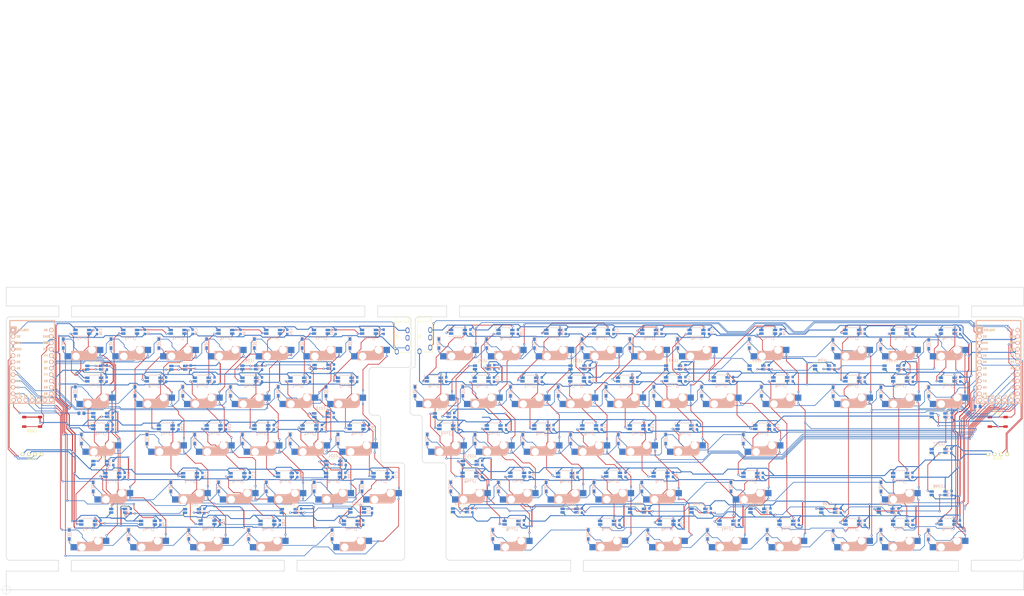
<source format=kicad_pcb>
(kicad_pcb (version 20171130) (host pcbnew "(5.1.9)-1")
  (layers (0 F.Cu signal) (31 B.Cu signal) (34 B.Paste user) (35 F.Paste user) (36 B.SilkS user hide) (37 F.SilkS user) (38 B.Mask user) (39 F.Mask user) (44 Edge.Cuts user))
  (net 0 "")
  (net 1 GND)
  (net 2 "Net-(D_1-Pad2)")
  (net 3 "Net-(D_2-Pad2)")
  (net 4 "Net-(D_3-Pad2)")
  (net 5 "Net-(D_4-Pad2)")
  (net 6 "Net-(D_5-Pad2)")
  (net 7 "Net-(D_6-Pad2)")
  (net 8 "Net-(D_7-Pad2)")
  (net 9 "Net-(D_8-Pad2)")
  (net 10 "Net-(D_9-Pad2)")
  (net 11 "Net-(D_10-Pad2)")
  (net 12 "Net-(D_11-Pad2)")
  (net 13 "Net-(D_12-Pad2)")
  (net 14 "Net-(D_13-Pad2)")
  (net 15 "Net-(D_14-Pad2)")
  (net 16 "Net-(D_17-Pad2)")
  (net 17 "Net-(D_18-Pad2)")
  (net 18 "Net-(D_19-Pad2)")
  (net 19 "Net-(D_20-Pad2)")
  (net 20 "Net-(D_21-Pad2)")
  (net 21 "Net-(D_22-Pad2)")
  (net 22 "Net-(D_23-Pad2)")
  (net 23 "Net-(D_24-Pad2)")
  (net 24 "Net-(D_25-Pad2)")
  (net 25 "Net-(D_26-Pad2)")
  (net 26 "Net-(D_27-Pad2)")
  (net 27 "Net-(D_28-Pad2)")
  (net 28 "Net-(D_29-Pad2)")
  (net 29 "Net-(D_30-Pad2)")
  (net 30 "Net-(D_34-Pad2)")
  (net 31 "Net-(D_35-Pad2)")
  (net 32 "Net-(D_36-Pad2)")
  (net 33 "Net-(D_37-Pad2)")
  (net 34 "Net-(D_38-Pad2)")
  (net 35 "Net-(D_39-Pad2)")
  (net 36 "Net-(D_40-Pad2)")
  (net 37 "Net-(D_41-Pad2)")
  (net 38 "Net-(D_42-Pad2)")
  (net 39 "Net-(D_43-Pad2)")
  (net 40 "Net-(D_44-Pad2)")
  (net 41 "Net-(D_45-Pad2)")
  (net 42 "Net-(D_46-Pad2)")
  (net 43 "Net-(D_47-Pad2)")
  (net 44 "Net-(D_48-Pad2)")
  (net 45 "Net-(D_49-Pad2)")
  (net 46 "Net-(D_50-Pad2)")
  (net 47 "Net-(D_51-Pad2)")
  (net 48 "Net-(D_52-Pad2)")
  (net 49 "Net-(D_53-Pad2)")
  (net 50 "Net-(D_54-Pad2)")
  (net 51 "Net-(D_55-Pad2)")
  (net 52 "Net-(D_56-Pad2)")
  (net 53 "Net-(D_57-Pad2)")
  (net 54 "Net-(D_58-Pad2)")
  (net 55 "Net-(D_60-Pad2)")
  (net 56 "Net-(D_61-Pad2)")
  (net 57 "Net-(D_62-Pad2)")
  (net 58 "Net-(D_63-Pad2)")
  (net 59 row0_L)
  (net 60 row0_R)
  (net 61 col0_R)
  (net 62 row1_L)
  (net 63 row1_R)
  (net 64 row2_L)
  (net 65 row2_R)
  (net 66 row3_L)
  (net 67 row3_R)
  (net 68 row4_L)
  (net 69 data_L)
  (net 70 "Net-(LED2-Pad2)")
  (net 71 "Net-(LED30-Pad4)")
  (net 72 "Net-(LED29-Pad2)")
  (net 73 "Net-(LED28-Pad4)")
  (net 74 "Net-(LED27-Pad4)")
  (net 75 "Net-(LED25-Pad4)")
  (net 76 "Net-(LED10-Pad2)")
  (net 77 "Net-(LED10-Pad4)")
  (net 78 "Net-(LED13-Pad4)")
  (net 79 "Net-(LED14-Pad4)")
  (net 80 "Net-(LED15-Pad4)")
  (net 81 "Net-(LED25-Pad2)")
  (net 82 "Net-(LED26-Pad4)")
  (net 83 "Net-(LED27-Pad2)")
  (net 84 "Net-(LED29-Pad4)")
  (net 85 "Net-(LED33-Pad2)")
  (net 86 "Net-(LED66-Pad2)")
  (net 87 reset_L)
  (net 88 reset_R)
  (net 89 col0_L)
  (net 90 col1_L)
  (net 91 col2_L)
  (net 92 col3_L)
  (net 93 col4_L)
  (net 94 col5_L)
  (net 95 col6_L)
  (net 96 col1_R)
  (net 97 col2_R)
  (net 98 col3_R)
  (net 99 col4_R)
  (net 100 col5_R)
  (net 101 col7_R)
  (net 102 col6_R)
  (net 103 data_R)
  (net 104 "Net-(D_15-Pad2)")
  (net 105 "Net-(D_16-Pad2)")
  (net 106 "Net-(D_31-Pad2)")
  (net 107 "Net-(D_32-Pad2)")
  (net 108 "Net-(D_33-Pad2)")
  (net 109 "Net-(D_59-Pad2)")
  (net 110 "Net-(LED1-Pad2)")
  (net 111 "Net-(LED3-Pad2)")
  (net 112 "Net-(LED16-Pad4)")
  (net 113 "Net-(LED17-Pad4)")
  (net 114 "Net-(LED18-Pad4)")
  (net 115 "Net-(LED31-Pad2)")
  (net 116 "Net-(LED35-Pad2)")
  (net 117 "Net-(LED37-Pad2)")
  (net 118 "Net-(LED40-Pad4)")
  (net 119 "Net-(LED43-Pad2)")
  (net 120 "Net-(LED45-Pad2)")
  (net 121 "Net-(LED46-Pad4)")
  (net 122 "Net-(LED67-Pad4)")
  (net 123 "Net-(LED69-Pad4)")
  (net 124 "Net-(LED70-Pad2)")
  (net 125 SCL_R)
  (net 126 SDA_R)
  (net 127 SCL_L)
  (net 128 SDA_L)
  (net 129 "Net-(LED4-Pad2)")
  (net 130 "Net-(LED1-Pad4)")
  (net 131 row4_R)
  (net 132 "Net-(U1-Pad26)")
  (net 133 "Net-(U2-Pad26)")
  (net 134 "Net-(U2-Pad27)")
  (net 135 "Net-(U2-Pad28)")
  (net 136 "Net-(U2-Pad13)")
  (net 137 "Net-(LED12-Pad2)")
  (net 138 "Net-(LED31-Pad4)")
  (net 139 "Net-(LED32-Pad2)")
  (net 140 "Net-(LED39-Pad2)")
  (net 141 "Net-(LED53-Pad2)")
  (net 142 "Net-(LED54-Pad4)")
  (net 143 "Net-(LED55-Pad2)")
  (net 144 "Net-(LED56-Pad4)")
  (net 145 "Net-(LED57-Pad2)")
  (net 146 "Net-(LED58-Pad4)")
  (net 147 "Net-(LED59-Pad2)")
  (net 148 "Net-(LED71-Pad2)")
  (net 149 "Net-(LED78-Pad2)")
  (net 150 "Net-(LED79-Pad4)")
  (net 151 LED_R)
  (net 152 LED_L)
  (net 153 "Net-(U1-Pad24)")
  (net 154 "Net-(U1-Pad1)")
  (net 155 "Net-(U2-Pad24)")
  (net 156 "Net-(U2-Pad1)")
  (net 157 VCC)
  (net 158 "Net-(LED34-Pad2)")
  (net 159 "Net-(LED36-Pad2)")
  (net 160 "Net-(LED38-Pad2)")
  (net 161 "Net-(LED82-Pad4)")
  (net 162 "Net-(LED13-Pad2)")
  (net 163 "Net-(LED14-Pad2)")
  (net 164 "Net-(U2-Pad29)")
  (net 165 "Net-(LED12-Pad4)")
  (net 166 "Net-(LED47-Pad2)")
  (net 167 "Net-(LED49-Pad4)")
  (net 168 "Net-(LED51-Pad4)")
  (net 169 "Net-(LED60-Pad2)")
  (net 170 "Net-(LED61-Pad2)")
  (net 171 "Net-(LED63-Pad2)")
  (net 172 "Net-(LED65-Pad2)")
  (net 173 "Net-(LED72-Pad4)")
  (net 174 "Net-(LED74-Pad4)")
  (net 175 "Net-(LED83-Pad2)")
  (net 176 "Net-(LED85-Pad4)")
  (net 177 "Net-(LED87-Pad2)")
  (net 178 "Net-(D_64-Pad2)")
  (net 179 "Net-(D_65-Pad2)")
  (net 180 "Net-(D_66-Pad2)")
  (net 181 "Net-(D_67-Pad2)")
  (net 182 "Net-(D_68-Pad2)")
  (net 183 "Net-(D_69-Pad2)")
  (net 184 "Net-(D_70-Pad2)")
  (net 185 "Net-(D_71-Pad2)")
  (net 186 "Net-(D_72-Pad2)")
  (net 187 "Net-(D_73-Pad2)")
  (net 188 col8_R)
  (net 189 col9_R)
  (net 190 col10_R)
  (net 191 "Net-(LED11-Pad2)")
  (net 192 "Net-(LED11-Pad4)")
  (net 193 "Net-(LED20-Pad4)")
  (net 194 "Net-(LED89-Pad2)")
  (net 195 "Net-(LED94-Pad4)")
  (net 196 "Net-(LED33-Pad4)")
  (net 197 "Net-(LED35-Pad4)")
  (net 198 "Net-(LED37-Pad4)")
  (net 199 "Net-(LED48-Pad2)")
  (net 200 "Net-(LED50-Pad2)")
  (net 201 "Net-(LED52-Pad2)")
  (net 202 "Net-(LED62-Pad4)")
  (net 203 "Net-(LED64-Pad4)")
  (net 204 "Net-(LED73-Pad2)")
  (net 205 "Net-(LED75-Pad2)")
  (net 206 "Net-(LED77-Pad2)")
  (net 207 "Net-(LED42-Pad4)")
  (net 208 "Net-(LED44-Pad4)")
  (net 209 "Net-(LED88-Pad2)")
  (net 210 "Net-(LED90-Pad4)")
  (net 211 "Net-(LED91-Pad2)")
  (net 212 "Net-(LED92-Pad4)")
  (net 213 "Net-(LED96-Pad4)")
  (net 214 "Net-(LED97-Pad2)")
  (net 215 "Net-(LED100-Pad2)")
  (net 216 "Net-(LED100-Pad4)")
  (net 217 "Net-(LED101-Pad4)")
  (net 218 "Net-(LED101-Pad2)")
  (net 219 "Net-(LED41-Pad2)")
  (net 220 "Net-(LED102-Pad2)")
  (net 221 "Net-(LED103-Pad4)")
  (net 222 "Net-(LED102-Pad4)")
  (net 223 "Net-(LED103-Pad2)")
  (net 224 "Net-(J1-Pad3)")
  (net 225 "Net-(J2-Pad3)")
  (net 226 GNDA)
  (net 227 VDD)
  (net 228 "Net-(LED7-Pad4)")
  (net 229 "Net-(LED8-Pad4)")
  (net 230 "Net-(LED21-Pad4)")
  (net 231 "Net-(LED22-Pad4)")
  (net 232 "Net-(LED23-Pad4)")
  (net 233 "Net-(U2-Pad25)")
  (net 234 "Net-(U1-Pad25)")
  (module Capacitor_SMD:C_0603_1608Metric_Pad1.08x0.95mm_HandSolder (layer B.Cu) (at 138.684 112.4955 270)
    (fp_text reference C22 (at 0 1.43 90) (layer B.SilkS) (effects (justify mirror)))
    (fp_text value 0.1uF)
    (pad 2 smd roundrect (at 0.8625 0 270) (size 1.075 0.95) (layers B.Cu B.Paste B.Mask) (net 1 GND))
    (pad 1 smd roundrect (at -0.8625 0 270) (size 1.075 0.95) (layers B.Cu B.Paste B.Mask) (net 157 VCC))
  )
  (module kbd:CherryMX_Hotswap_2.75u_North (layer F.Cu) (at 317.881 102.87)
    (fp_text reference SW_47)
    (fp_text value KEYSW)
    (pad "" np_thru_hole circle (at -2.54 5.08 180) (size 3 3) (drill 3) (layers *.Cu *.Mask))
    (pad "" np_thru_hole circle (at 3.81 2.54 180) (size 3 3) (drill 3) (layers *.Cu *.Mask))
    (pad 2 smd rect (at -5.842 5.08) (size 2.55 2.5) (layers B.Cu B.Paste B.Mask) (net 43 "Net-(D_47-Pad2)"))
    (pad "" np_thru_hole circle (at 5.08 0 180) (size 1.9 1.9) (drill 1.9) (layers *.Cu *.Mask))
    (pad "" np_thru_hole circle (at -5.08 0 180) (size 1.9 1.9) (drill 1.9) (layers *.Cu *.Mask))
    (pad "" np_thru_hole circle (at 0 0 180) (size 4.1 4.1) (drill 4.1) (layers *.Cu *.Mask))
    (pad 1 smd rect (at 7.085 2.54) (size 2.55 2.5) (layers B.Cu B.Paste B.Mask) (net 102 col6_R))
    (pad "" np_thru_hole circle (at 11.938 8.255) (size 3.9878 3.9878) (drill 3.9878) (layers *.Cu *.Mask))
    (pad "" np_thru_hole circle (at -11.938 8.255) (size 3.9878 3.9878) (drill 3.9878) (layers *.Cu *.Mask))
    (pad "" np_thru_hole circle (at 11.938 -6.985) (size 3.048 3.048) (drill 3.048) (layers *.Cu *.Mask))
    (pad "" np_thru_hole circle (at -11.938 -6.985) (size 3.048 3.048) (drill 3.048) (layers *.Cu *.Mask))
    (pad "" np_thru_hole circle (at 5.08 0 48.0996) (size 1.75 1.75) (drill 1.75) (layers *.Cu *.Mask))
    (pad "" np_thru_hole circle (at -5.08 0 48.0996) (size 1.75 1.75) (drill 1.75) (layers *.Cu *.Mask))
    (pad "" np_thru_hole circle (at 0 0) (size 3.9878 3.9878) (drill 3.9878) (layers *.Cu *.Mask))
  )
  (module kbd:CherryMX_Hotswap_2.25u_North_reversed_stabilizers (layer F.Cu) (at 158.59125 121.92)
    (fp_text reference SW_63)
    (fp_text value KEYSW)
    (pad "" np_thru_hole circle (at 11.938 -8.255) (size 3.9878 3.9878) (drill 3.9878) (layers *.Cu *.Mask))
    (pad "" np_thru_hole circle (at -11.938 -8.255) (size 3.9878 3.9878) (drill 3.9878) (layers *.Cu *.Mask))
    (pad "" np_thru_hole circle (at 11.938 6.985) (size 3.048 3.048) (drill 3.048) (layers *.Cu *.Mask))
    (pad "" np_thru_hole circle (at -11.938 6.985) (size 3.048 3.048) (drill 3.048) (layers *.Cu *.Mask))
    (pad "" np_thru_hole circle (at 5.08 0 48.0996) (size 1.75 1.75) (drill 1.75) (layers *.Cu *.Mask))
    (pad "" np_thru_hole circle (at -5.08 0 48.0996) (size 1.75 1.75) (drill 1.75) (layers *.Cu *.Mask))
    (pad "" np_thru_hole circle (at 0 0) (size 3.9878 3.9878) (drill 3.9878) (layers *.Cu *.Mask))
    (pad "" np_thru_hole circle (at -2.54 5.08 180) (size 3 3) (drill 3) (layers *.Cu *.Mask))
    (pad "" np_thru_hole circle (at 3.81 2.54 180) (size 3 3) (drill 3) (layers *.Cu *.Mask))
    (pad 2 smd rect (at -5.842 5.08) (size 2.55 2.5) (layers B.Cu B.Paste B.Mask) (net 58 "Net-(D_63-Pad2)"))
    (pad "" np_thru_hole circle (at 5.08 0 180) (size 1.9 1.9) (drill 1.9) (layers *.Cu *.Mask))
    (pad "" np_thru_hole circle (at -5.08 0 180) (size 1.9 1.9) (drill 1.9) (layers *.Cu *.Mask))
    (pad "" np_thru_hole circle (at 0 0 180) (size 4.1 4.1) (drill 4.1) (layers *.Cu *.Mask))
    (pad 1 smd rect (at 7.085 2.54) (size 2.55 2.5) (layers B.Cu B.Paste B.Mask) (net 95 col6_L))
    (pad "" np_thru_hole circle (at -11.938 -8.255 180) (size 3.9878 3.9878) (drill 3.9878) (layers *.Cu *.Mask))
    (pad "" np_thru_hole circle (at 11.938 -8.255 180) (size 3.9878 3.9878) (drill 3.9878) (layers *.Cu *.Mask))
    (pad "" np_thru_hole circle (at -11.938 6.985 90) (size 3.048 3.048) (drill 3.048) (layers *.Cu *.Mask))
    (pad "" np_thru_hole circle (at 11.938 6.985 180) (size 3.048 3.048) (drill 3.048) (layers *.Cu *.Mask))
    (pad "" np_thru_hole circle (at 5.08 0 48.0996) (size 1.75 1.75) (drill 1.75) (layers *.Cu *.Mask))
    (pad "" np_thru_hole circle (at -5.08 0 48.0996) (size 1.75 1.75) (drill 1.75) (layers *.Cu *.Mask))
    (pad "" np_thru_hole circle (at 0 0) (size 3.9878 3.9878) (drill 3.9878) (layers *.Cu *.Mask))
  )
  (module kbd:CherryMX_Hotswap_2.75u_North_reversed_stabilizers (layer F.Cu) (at 222.631 121.92)
    (fp_text reference SW_54)
    (fp_text value KEYSW)
    (pad "" np_thru_hole circle (at 11.938 -8.255) (size 3.9878 3.9878) (drill 3.9878) (layers *.Cu *.Mask))
    (pad "" np_thru_hole circle (at -11.938 -8.255) (size 3.9878 3.9878) (drill 3.9878) (layers *.Cu *.Mask))
    (pad "" np_thru_hole circle (at 11.938 6.985) (size 3.048 3.048) (drill 3.048) (layers *.Cu *.Mask))
    (pad "" np_thru_hole circle (at -11.938 6.985) (size 3.048 3.048) (drill 3.048) (layers *.Cu *.Mask))
    (pad "" np_thru_hole circle (at 5.08 0 48.0996) (size 1.75 1.75) (drill 1.75) (layers *.Cu *.Mask))
    (pad "" np_thru_hole circle (at -5.08 0 48.0996) (size 1.75 1.75) (drill 1.75) (layers *.Cu *.Mask))
    (pad "" np_thru_hole circle (at 0 0) (size 3.9878 3.9878) (drill 3.9878) (layers *.Cu *.Mask))
    (pad "" np_thru_hole circle (at -2.54 5.08 180) (size 3 3) (drill 3) (layers *.Cu *.Mask))
    (pad "" np_thru_hole circle (at 3.81 2.54 180) (size 3 3) (drill 3) (layers *.Cu *.Mask))
    (pad 2 smd rect (at -5.842 5.08) (size 2.55 2.5) (layers B.Cu B.Paste B.Mask) (net 50 "Net-(D_54-Pad2)"))
    (pad "" np_thru_hole circle (at 5.08 0 180) (size 1.9 1.9) (drill 1.9) (layers *.Cu *.Mask))
    (pad "" np_thru_hole circle (at -5.08 0 180) (size 1.9 1.9) (drill 1.9) (layers *.Cu *.Mask))
    (pad "" np_thru_hole circle (at 0 0 180) (size 4.1 4.1) (drill 4.1) (layers *.Cu *.Mask))
    (pad 1 smd rect (at 7.085 2.54) (size 2.55 2.5) (layers B.Cu B.Paste B.Mask) (net 61 col0_R))
    (pad "" np_thru_hole circle (at 5.08 0 48.0996) (size 1.75 1.75) (drill 1.75) (layers *.Cu *.Mask))
    (pad "" np_thru_hole circle (at -5.08 0 48.0996) (size 1.75 1.75) (drill 1.75) (layers *.Cu *.Mask))
    (pad "" np_thru_hole circle (at 0 0) (size 3.9878 3.9878) (drill 3.9878) (layers *.Cu *.Mask))
  )
  (module kbd:CherryMX_Hotswap_2.25u_North (layer F.Cu) (at 322.6435 83.82)
    (fp_text reference SW_35)
    (fp_text value KEYSW)
    (pad "" np_thru_hole circle (at 0 0) (size 3.9878 3.9878) (drill 3.9878) (layers *.Cu *.Mask))
    (pad "" np_thru_hole circle (at -5.08 0 48.0996) (size 1.75 1.75) (drill 1.75) (layers *.Cu *.Mask))
    (pad "" np_thru_hole circle (at 5.08 0 48.0996) (size 1.75 1.75) (drill 1.75) (layers *.Cu *.Mask))
    (pad "" np_thru_hole circle (at -11.938 -6.985) (size 3.048 3.048) (drill 3.048) (layers *.Cu *.Mask))
    (pad "" np_thru_hole circle (at 11.938 -6.985) (size 3.048 3.048) (drill 3.048) (layers *.Cu *.Mask))
    (pad "" np_thru_hole circle (at -11.938 8.255) (size 3.9878 3.9878) (drill 3.9878) (layers *.Cu *.Mask))
    (pad "" np_thru_hole circle (at 11.938 8.255) (size 3.9878 3.9878) (drill 3.9878) (layers *.Cu *.Mask))
    (pad 1 smd rect (at 7.085 2.54) (size 2.55 2.5) (layers B.Cu B.Paste B.Mask) (net 102 col6_R))
    (pad "" np_thru_hole circle (at 0 0 180) (size 4.1 4.1) (drill 4.1) (layers *.Cu *.Mask))
    (pad "" np_thru_hole circle (at -5.08 0 180) (size 1.9 1.9) (drill 1.9) (layers *.Cu *.Mask))
    (pad "" np_thru_hole circle (at 5.08 0 180) (size 1.9 1.9) (drill 1.9) (layers *.Cu *.Mask))
    (pad 2 smd rect (at -5.842 5.08) (size 2.55 2.5) (layers B.Cu B.Paste B.Mask) (net 31 "Net-(D_35-Pad2)"))
    (pad "" np_thru_hole circle (at 3.81 2.54 180) (size 3 3) (drill 3) (layers *.Cu *.Mask))
    (pad "" np_thru_hole circle (at -2.54 5.08 180) (size 3 3) (drill 3) (layers *.Cu *.Mask))
  )
  (module mj-4pp-9:MJ-4PP-9 (layer F.Cu) (at 179.002 43.18 270)
    (fp_text reference J2 (at 0 2.1082 90) (layer F.SilkS))
    (fp_text value MJ-4PP-9)
    (pad "" np_thru_hole circle (at -4.55 0.05 270) (size 1.2 1.2) (drill 1.2) (layers *.Cu *.Mask))
    (pad "" np_thru_hole circle (at 2.45 0.05 270) (size 1.2 1.2) (drill 1.2) (layers *.Cu *.Mask))
    (pad 2 thru_hole oval (at -2.75 -2.1 270) (size 2.3 1.5) (drill oval 1.5 1) (layers *.Cu *.Mask) (net 1 GND))
    (pad 3 thru_hole oval (at 0.25 -2.1 270) (size 2.3 1.5) (drill oval 1.5 1) (layers *.Cu *.Mask) (net 225 "Net-(J2-Pad3)"))
    (pad 4 thru_hole oval (at 4.25 -2.1 270) (size 2.3 1.5) (drill oval 1.5 1) (layers *.Cu *.Mask) (net 69 data_L))
    (pad 1 thru_hole oval (at 5.75 2.2 270) (size 2.3 1.5) (drill oval 1.5 1) (layers *.Cu *.Mask) (net 157 VCC))
  )
  (module mj-4pp-9:MJ-4PP-9 (layer F.Cu) (at 188.0735 43.053 270)
    (fp_text reference J1 (at 0 2.1082 90) (layer F.SilkS))
    (fp_text value MJ-4PP-9)
    (pad "" np_thru_hole circle (at -4.55 0.05 270) (size 1.2 1.2) (drill 1.2) (layers *.Cu *.Mask))
    (pad "" np_thru_hole circle (at 2.45 0.05 270) (size 1.2 1.2) (drill 1.2) (layers *.Cu *.Mask))
    (pad 2 thru_hole oval (at -2.75 -2.1 270) (size 2.3 1.5) (drill oval 1.5 1) (layers *.Cu *.Mask) (net 226 GNDA))
    (pad 3 thru_hole oval (at 0.25 -2.1 270) (size 2.3 1.5) (drill oval 1.5 1) (layers *.Cu *.Mask) (net 224 "Net-(J1-Pad3)"))
    (pad 4 thru_hole oval (at 4.25 -2.1 270) (size 2.3 1.5) (drill oval 1.5 1) (layers *.Cu *.Mask) (net 103 data_R))
    (pad 1 thru_hole oval (at 5.75 2.2 270) (size 2.3 1.5) (drill oval 1.5 1) (layers *.Cu *.Mask) (net 227 VDD))
  )
  (module Button_Switch_SMD:SW_SPST_TL3342 (layer F.Cu) (at 31.405 76.962 180)
    (fp_text reference RSW2 (at 0 -3.75) (layer F.SilkS))
    (fp_text value SW_PUSH)
    (pad 2 smd rect (at 3.15 1.9 180) (size 1.7 1) (layers F.Cu F.Paste F.Mask) (net 1 GND))
    (pad 2 smd rect (at -3.15 1.9 180) (size 1.7 1) (layers F.Cu F.Paste F.Mask) (net 1 GND))
    (pad 1 smd rect (at 3.15 -1.9 180) (size 1.7 1) (layers F.Cu F.Paste F.Mask) (net 87 reset_L))
    (pad 1 smd rect (at -3.15 -1.9 180) (size 1.7 1) (layers F.Cu F.Paste F.Mask) (net 87 reset_L))
  )
  (module Button_Switch_SMD:SW_SPST_TL3342 (layer F.Cu) (at 416.4445 76.962)
    (fp_text reference RSW1 (at 0 -3.75) (layer F.SilkS))
    (fp_text value SW_PUSH)
    (pad 2 smd rect (at 3.15 1.9) (size 1.7 1) (layers F.Cu F.Paste F.Mask) (net 226 GNDA))
    (pad 2 smd rect (at -3.15 1.9) (size 1.7 1) (layers F.Cu F.Paste F.Mask) (net 226 GNDA))
    (pad 1 smd rect (at 3.15 -1.9) (size 1.7 1) (layers F.Cu F.Paste F.Mask) (net 88 reset_R))
    (pad 1 smd rect (at -3.15 -1.9) (size 1.7 1) (layers F.Cu F.Paste F.Mask) (net 88 reset_R))
  )
  (module kbd:YS-SK6812MINI-E_underglow (layer F.Cu) (at 65.703 112.457)
    (fp_text reference LED103 (at 0.2 -2.8) (layer B.SilkS) (effects (justify mirror)))
    (fp_text value YS-SK6812MINI-E)
    (pad 1 smd rect (at 2.75 -0.7) (size 1.7 1) (layers B.Cu B.Paste B.Mask) (net 157 VCC))
    (pad 2 smd rect (at 2.75 0.7) (size 1.7 1) (layers B.Cu B.Paste B.Mask) (net 223 "Net-(LED103-Pad2)"))
    (pad 4 smd rect (at -2.75 -0.7) (size 1.7 1) (layers B.Cu B.Paste B.Mask) (net 221 "Net-(LED103-Pad4)"))
    (pad 3 smd rect (at -2.75 0.7) (size 1.7 1) (layers B.Cu B.Paste B.Mask) (net 1 GND))
  )
  (module kbd:YS-SK6812MINI-E_underglow (layer F.Cu) (at 56.178 55.31)
    (fp_text reference LED102 (at 0.2 -2.8) (layer B.SilkS) (effects (justify mirror)))
    (fp_text value YS-SK6812MINI-E)
    (pad 1 smd rect (at 2.75 -0.7) (size 1.7 1) (layers B.Cu B.Paste B.Mask) (net 157 VCC))
    (pad 2 smd rect (at 2.75 0.7) (size 1.7 1) (layers B.Cu B.Paste B.Mask) (net 220 "Net-(LED102-Pad2)"))
    (pad 4 smd rect (at -2.75 -0.7) (size 1.7 1) (layers B.Cu B.Paste B.Mask) (net 222 "Net-(LED102-Pad4)"))
    (pad 3 smd rect (at -2.75 0.7) (size 1.7 1) (layers B.Cu B.Paste B.Mask) (net 1 GND))
  )
  (module Capacitor_SMD:C_0603_1608Metric_Pad1.08x0.95mm_HandSolder (layer B.Cu) (at 70.739 112.5485 270)
    (fp_text reference C103 (at 0 1.43 90) (layer B.SilkS) (effects (justify mirror)))
    (fp_text value 0.1uF)
    (pad 2 smd roundrect (at 0.8625 0 270) (size 1.075 0.95) (layers B.Cu B.Paste B.Mask) (net 1 GND))
    (pad 1 smd roundrect (at -0.8625 0 270) (size 1.075 0.95) (layers B.Cu B.Paste B.Mask) (net 157 VCC))
  )
  (module Capacitor_SMD:C_0603_1608Metric_Pad1.08x0.95mm_HandSolder (layer B.Cu) (at 61.214 55.2715 270)
    (fp_text reference C102 (at 0 1.43 90) (layer B.SilkS) (effects (justify mirror)))
    (fp_text value 0.1uF)
    (pad 2 smd roundrect (at 0.8625 0 270) (size 1.075 0.95) (layers B.Cu B.Paste B.Mask) (net 1 GND))
    (pad 1 smd roundrect (at -0.8625 0 270) (size 1.075 0.95) (layers B.Cu B.Paste B.Mask) (net 157 VCC))
  )
  (module kbd:YS-SK6812MINI-E_underglow (layer F.Cu) (at 392.8735 74.313)
    (fp_text reference LED101 (at 0.2 -2.8) (layer B.SilkS) (effects (justify mirror)))
    (fp_text value YS-SK6812MINI-E)
    (pad 1 smd rect (at 2.75 -0.7) (size 1.7 1) (layers B.Cu B.Paste B.Mask) (net 227 VDD))
    (pad 2 smd rect (at 2.75 0.7) (size 1.7 1) (layers B.Cu B.Paste B.Mask) (net 218 "Net-(LED101-Pad2)"))
    (pad 4 smd rect (at -2.75 -0.7) (size 1.7 1) (layers B.Cu B.Paste B.Mask) (net 217 "Net-(LED101-Pad4)"))
    (pad 3 smd rect (at -2.75 0.7) (size 1.7 1) (layers B.Cu B.Paste B.Mask) (net 226 GNDA))
  )
  (module Capacitor_SMD:C_0603_1608Metric_Pad1.08x0.95mm_HandSolder (layer B.Cu) (at 398.0815 74.295 270)
    (fp_text reference C101 (at 0 1.43 270) (layer B.SilkS) (effects (justify mirror)))
    (fp_text value 0.1uF)
    (pad 2 smd roundrect (at 0.8625 0 270) (size 1.075 0.95) (layers B.Cu B.Paste B.Mask) (net 226 GNDA))
    (pad 1 smd roundrect (at -0.8625 0 270) (size 1.075 0.95) (layers B.Cu B.Paste B.Mask) (net 227 VDD))
  )
  (module kbd:YS-SK6812MINI-E_underglow (layer F.Cu) (at 371.7915 112.413)
    (fp_text reference LED100 (at 0.2 -2.8) (layer B.SilkS) (effects (justify mirror)))
    (fp_text value YS-SK6812MINI-E)
    (pad 1 smd rect (at 2.75 -0.7) (size 1.7 1) (layers B.Cu B.Paste B.Mask) (net 227 VDD))
    (pad 2 smd rect (at 2.75 0.7) (size 1.7 1) (layers B.Cu B.Paste B.Mask) (net 215 "Net-(LED100-Pad2)"))
    (pad 4 smd rect (at -2.75 -0.7) (size 1.7 1) (layers B.Cu B.Paste B.Mask) (net 216 "Net-(LED100-Pad4)"))
    (pad 3 smd rect (at -2.75 0.7) (size 1.7 1) (layers B.Cu B.Paste B.Mask) (net 226 GNDA))
  )
  (module Capacitor_SMD:C_0603_1608Metric_Pad1.08x0.95mm_HandSolder (layer B.Cu) (at 376.8725 112.395 270)
    (fp_text reference C100 (at 0 1.43 90) (layer B.SilkS) (effects (justify mirror)))
    (fp_text value 0.1uF)
    (pad 2 smd roundrect (at 0.8625 0 270) (size 1.075 0.95) (layers B.Cu B.Paste B.Mask) (net 226 GNDA))
    (pad 1 smd roundrect (at -0.8625 0 270) (size 1.075 0.95) (layers B.Cu B.Paste B.Mask) (net 227 VDD))
  )
  (module kbd:YS-SK6812MINI-E_underglow (layer F.Cu) (at 348.8495 112.457)
    (fp_text reference LED99 (at 0.2 -2.8) (layer B.SilkS) (effects (justify mirror)))
    (fp_text value YS-SK6812MINI-E)
    (pad 1 smd rect (at 2.75 -0.7) (size 1.7 1) (layers B.Cu B.Paste B.Mask) (net 227 VDD))
    (pad 2 smd rect (at 2.75 0.7) (size 1.7 1) (layers B.Cu B.Paste B.Mask) (net 213 "Net-(LED96-Pad4)"))
    (pad 4 smd rect (at -2.75 -0.7) (size 1.7 1) (layers B.Cu B.Paste B.Mask) (net 215 "Net-(LED100-Pad2)"))
    (pad 3 smd rect (at -2.75 0.7) (size 1.7 1) (layers B.Cu B.Paste B.Mask) (net 226 GNDA))
  )
  (module kbd:YS-SK6812MINI-E_underglow (layer F.Cu) (at 392.8735 105.472)
    (fp_text reference LED98 (at 0.2 -2.8) (layer B.SilkS) (effects (justify mirror)))
    (fp_text value YS-SK6812MINI-E)
    (pad 1 smd rect (at 2.75 -0.7) (size 1.7 1) (layers B.Cu B.Paste B.Mask) (net 227 VDD))
    (pad 2 smd rect (at 2.75 0.7) (size 1.7 1) (layers B.Cu B.Paste B.Mask) (net 216 "Net-(LED100-Pad4)"))
    (pad 4 smd rect (at -2.75 -0.7) (size 1.7 1) (layers B.Cu B.Paste B.Mask) (net 214 "Net-(LED97-Pad2)"))
    (pad 3 smd rect (at -2.75 0.7) (size 1.7 1) (layers B.Cu B.Paste B.Mask) (net 226 GNDA))
  )
  (module kbd:YS-SK6812MINI-E_underglow (layer F.Cu) (at 392.8735 88.584)
    (fp_text reference LED97 (at 0.2 -2.8) (layer B.SilkS) (effects (justify mirror)))
    (fp_text value YS-SK6812MINI-E)
    (pad 1 smd rect (at 2.75 -0.7) (size 1.7 1) (layers B.Cu B.Paste B.Mask) (net 227 VDD))
    (pad 2 smd rect (at 2.75 0.7) (size 1.7 1) (layers B.Cu B.Paste B.Mask) (net 214 "Net-(LED97-Pad2)"))
    (pad 4 smd rect (at -2.75 -0.7) (size 1.7 1) (layers B.Cu B.Paste B.Mask) (net 218 "Net-(LED101-Pad2)"))
    (pad 3 smd rect (at -2.75 0.7) (size 1.7 1) (layers B.Cu B.Paste B.Mask) (net 226 GNDA))
  )
  (module Capacitor_SMD:C_0603_1608Metric_Pad1.08x0.95mm_HandSolder (layer B.Cu) (at 353.8855 112.4215 270)
    (fp_text reference C99 (at 0 1.43 90) (layer B.SilkS) (effects (justify mirror)))
    (fp_text value 0.1uF)
    (pad 2 smd roundrect (at 0.8625 0 270) (size 1.075 0.95) (layers B.Cu B.Paste B.Mask) (net 226 GNDA))
    (pad 1 smd roundrect (at -0.8625 0 270) (size 1.075 0.95) (layers B.Cu B.Paste B.Mask) (net 227 VDD))
  )
  (module Capacitor_SMD:C_0603_1608Metric_Pad1.08x0.95mm_HandSolder (layer B.Cu) (at 398.0815 105.4365 270)
    (fp_text reference C98 (at 0 1.43 90) (layer B.SilkS) (effects (justify mirror)))
    (fp_text value 0.1uF)
    (pad 2 smd roundrect (at 0.8625 0 270) (size 1.075 0.95) (layers B.Cu B.Paste B.Mask) (net 226 GNDA))
    (pad 1 smd roundrect (at -0.8625 0 270) (size 1.075 0.95) (layers B.Cu B.Paste B.Mask) (net 227 VDD))
  )
  (module Capacitor_SMD:C_0603_1608Metric_Pad1.08x0.95mm_HandSolder (layer B.Cu) (at 397.9545 88.5455 270)
    (fp_text reference C97 (at 0 1.43 90) (layer B.SilkS) (effects (justify mirror)))
    (fp_text value 0.1uF)
    (pad 2 smd roundrect (at 0.8625 0 270) (size 1.075 0.95) (layers B.Cu B.Paste B.Mask) (net 226 GNDA))
    (pad 1 smd roundrect (at -0.8625 0 270) (size 1.075 0.95) (layers B.Cu B.Paste B.Mask) (net 227 VDD))
  )
  (module kbd:YS-SK6812MINI-E_underglow (layer F.Cu) (at 320.6105 112.395)
    (fp_text reference LED96 (at 0.2 -2.8) (layer B.SilkS) (effects (justify mirror)))
    (fp_text value YS-SK6812MINI-E)
    (pad 1 smd rect (at 2.75 -0.7) (size 1.7 1) (layers B.Cu B.Paste B.Mask) (net 227 VDD))
    (pad 2 smd rect (at 2.75 0.7) (size 1.7 1) (layers B.Cu B.Paste B.Mask) (net 114 "Net-(LED18-Pad4)"))
    (pad 4 smd rect (at -2.75 -0.7) (size 1.7 1) (layers B.Cu B.Paste B.Mask) (net 213 "Net-(LED96-Pad4)"))
    (pad 3 smd rect (at -2.75 0.7) (size 1.7 1) (layers B.Cu B.Paste B.Mask) (net 226 GNDA))
  )
  (module Capacitor_SMD:C_0603_1608Metric_Pad1.08x0.95mm_HandSolder (layer B.Cu) (at 325.8185 112.3685 270)
    (fp_text reference C96 (at 0 1.43 90) (layer B.SilkS) (effects (justify mirror)))
    (fp_text value 0.1uF)
    (pad 2 smd roundrect (at 0.8625 0 270) (size 1.075 0.95) (layers B.Cu B.Paste B.Mask) (net 226 GNDA))
    (pad 1 smd roundrect (at -0.8625 0 270) (size 1.075 0.95) (layers B.Cu B.Paste B.Mask) (net 227 VDD))
  )
  (module keebio:Elite-C (layer F.Cu) (at 31.405 54.323 270)
    (fp_text reference U2 hide)
    (fp_text value Elite-C hide)
    (fp_text user D5 (at 12.4 2.54) (layer B.SilkS) (effects (font (size 0.8 0.8)) (justify mirror)))
    (fp_text user D5 (at 12.4 2.54) (layer F.SilkS) (effects (font (size 0.8 0.8))))
    (fp_text user F1 (at 12.4 -2.54) (layer F.SilkS) (effects (font (size 0.8 0.8))))
    (fp_text user F1 (at 12.4 -2.54) (layer B.SilkS) (effects (font (size 0.8 0.8)) (justify mirror)))
    (fp_text user C7 (at 12.4 0) (layer B.SilkS) (effects (font (size 0.8 0.8)) (justify mirror)))
    (fp_text user C7 (at 12.4 0) (layer F.SilkS) (effects (font (size 0.8 0.8))))
    (fp_text user B6 (at 12.7 -6.4 45 unlocked) (layer B.SilkS) (effects (font (size 0.7 0.7)) (justify mirror)))
    (fp_text user B6 (at 12.7 -6.4 45 unlocked) (layer F.SilkS) (effects (font (size 0.7 0.7))))
    (fp_text user F0 (at 12.6 -4.5) (layer F.SilkS) (effects (font (size 0.7 0.7))))
    (fp_text user F0 (at 12.6 -4.5) (layer B.SilkS) (effects (font (size 0.7 0.7)) (justify mirror)))
    (fp_text user B7 (at 12.6 4.5) (layer B.SilkS) (effects (font (size 0.7 0.7)) (justify mirror)))
    (fp_text user B7 (at 12.6 4.5) (layer F.SilkS) (effects (font (size 0.7 0.7))))
    (fp_text user ST (at -8.91 -5.04) (layer B.SilkS) (effects (font (size 0.8 0.8)) (justify mirror)))
    (fp_text user TX0/D3 (at -13.97 3.571872) (layer F.SilkS) (effects (font (size 0.8 0.8))))
    (fp_text user TX0/D3 (at -13.97 3.571872) (layer B.SilkS) (effects (font (size 0.8 0.8)) (justify mirror)))
    (fp_text user D2 (at -11.43 5.461) (layer F.SilkS) (effects (font (size 0.8 0.8))))
    (fp_text user D0 (at -1.27 5.461) (layer F.SilkS) (effects (font (size 0.8 0.8))))
    (fp_text user D1 (at -3.81 5.461) (layer F.SilkS) (effects (font (size 0.8 0.8))))
    (fp_text user GND (at -6.35 5.461) (layer F.SilkS) (effects (font (size 0.8 0.8))))
    (fp_text user GND (at -8.89 5.461) (layer F.SilkS) (effects (font (size 0.8 0.8))))
    (fp_text user D4 (at 1.27 5.461) (layer F.SilkS) (effects (font (size 0.8 0.8))))
    (fp_text user C6 (at 3.81 5.461) (layer F.SilkS) (effects (font (size 0.8 0.8))))
    (fp_text user D7 (at 6.35 5.461) (layer F.SilkS) (effects (font (size 0.8 0.8))))
    (fp_text user E6 (at 8.89 5.461) (layer F.SilkS) (effects (font (size 0.8 0.8))))
    (fp_text user B4 (at 11.43 5.461) (layer F.SilkS) (effects (font (size 0.8 0.8))))
    (fp_text user B5 (at 12.7 6.4 135) (layer F.SilkS) (effects (font (size 0.7 0.7))))
    (fp_text user B2 (at 11.43 -5.461) (layer B.SilkS) (effects (font (size 0.8 0.8)) (justify mirror)))
    (fp_text user B3 (at 8.89 -5.461) (layer F.SilkS) (effects (font (size 0.8 0.8))))
    (fp_text user B1 (at 6.35 -5.461) (layer F.SilkS) (effects (font (size 0.8 0.8))))
    (fp_text user F7 (at 3.81 -5.461) (layer B.SilkS) (effects (font (size 0.8 0.8)) (justify mirror)))
    (fp_text user F6 (at 1.27 -5.461) (layer B.SilkS) (effects (font (size 0.8 0.8)) (justify mirror)))
    (fp_text user F5 (at -1.27 -5.461) (layer B.SilkS) (effects (font (size 0.8 0.8)) (justify mirror)))
    (fp_text user F4 (at -3.81 -5.461) (layer F.SilkS) (effects (font (size 0.8 0.8))))
    (fp_text user VCC (at -6.35 -5.461) (layer F.SilkS) (effects (font (size 0.8 0.8))))
    (fp_text user ST (at -8.92 -5.73312) (layer F.SilkS) (effects (font (size 0.8 0.8))))
    (fp_text user GND (at -11.43 -5.461) (layer F.SilkS) (effects (font (size 0.8 0.8))))
    (fp_text user B0 (at -13.97 -5.461) (layer F.SilkS) (effects (font (size 0.8 0.8))))
    (fp_text user B0 (at -13.97 -5.461) (layer B.SilkS) (effects (font (size 0.8 0.8)) (justify mirror)))
    (fp_text user GND (at -11.43 -5.461) (layer B.SilkS) (effects (font (size 0.8 0.8)) (justify mirror)))
    (fp_text user VCC (at -6.35 -5.461) (layer B.SilkS) (effects (font (size 0.8 0.8)) (justify mirror)))
    (fp_text user F4 (at -3.81 -5.461) (layer B.SilkS) (effects (font (size 0.8 0.8)) (justify mirror)))
    (fp_text user F5 (at -1.27 -5.461) (layer F.SilkS) (effects (font (size 0.8 0.8))))
    (fp_text user F6 (at 1.27 -5.461) (layer F.SilkS) (effects (font (size 0.8 0.8))))
    (fp_text user F7 (at 3.81 -5.461) (layer F.SilkS) (effects (font (size 0.8 0.8))))
    (fp_text user B1 (at 6.35 -5.461) (layer B.SilkS) (effects (font (size 0.8 0.8)) (justify mirror)))
    (fp_text user B3 (at 8.89 -5.461) (layer B.SilkS) (effects (font (size 0.8 0.8)) (justify mirror)))
    (fp_text user B2 (at 11.43 -5.461) (layer F.SilkS) (effects (font (size 0.8 0.8))))
    (fp_text user B5 (at 12.7 6.4 135) (layer B.SilkS) (effects (font (size 0.7 0.7)) (justify mirror)))
    (fp_text user B4 (at 11.43 5.461) (layer B.SilkS) (effects (font (size 0.8 0.8)) (justify mirror)))
    (fp_text user E6 (at 8.89 5.461) (layer B.SilkS) (effects (font (size 0.8 0.8)) (justify mirror)))
    (fp_text user D7 (at 6.35 5.461) (layer B.SilkS) (effects (font (size 0.8 0.8)) (justify mirror)))
    (fp_text user C6 (at 3.81 5.461) (layer B.SilkS) (effects (font (size 0.8 0.8)) (justify mirror)))
    (fp_text user D4 (at 1.27 5.461) (layer B.SilkS) (effects (font (size 0.8 0.8)) (justify mirror)))
    (fp_text user GND (at -8.89 5.461) (layer B.SilkS) (effects (font (size 0.8 0.8)) (justify mirror)))
    (fp_text user GND (at -6.35 5.461) (layer B.SilkS) (effects (font (size 0.8 0.8)) (justify mirror)))
    (fp_text user D1 (at -3.81 5.461) (layer B.SilkS) (effects (font (size 0.8 0.8)) (justify mirror)))
    (fp_text user D0 (at -1.27 5.461) (layer B.SilkS) (effects (font (size 0.8 0.8)) (justify mirror)))
    (fp_text user D2 (at -11.43 5.461) (layer B.SilkS) (effects (font (size 0.8 0.8)) (justify mirror)))
    (pad 25 thru_hole circle (at 13.97 5.08 270) (size 1.7526 1.7526) (drill 1.0922) (layers *.Cu *.SilkS *.Mask) (net 233 "Net-(U2-Pad25)"))
    (pad 26 thru_hole circle (at 13.97 2.54 270) (size 1.7526 1.7526) (drill 1.0922) (layers *.Cu *.SilkS *.Mask) (net 133 "Net-(U2-Pad26)"))
    (pad 27 thru_hole circle (at 13.97 0 270) (size 1.7526 1.7526) (drill 1.0922) (layers *.Cu *.SilkS *.Mask) (net 134 "Net-(U2-Pad27)"))
    (pad 28 thru_hole circle (at 13.97 -2.54 270) (size 1.7526 1.7526) (drill 1.0922) (layers *.Cu *.SilkS *.Mask) (net 135 "Net-(U2-Pad28)"))
    (pad 29 thru_hole circle (at 13.97 -5.08 270) (size 1.7526 1.7526) (drill 1.0922) (layers *.Cu *.SilkS *.Mask) (net 164 "Net-(U2-Pad29)"))
    (pad 24 thru_hole circle (at -13.97 -7.62 270) (size 1.7526 1.7526) (drill 1.0922) (layers *.Cu *.SilkS *.Mask) (net 155 "Net-(U2-Pad24)"))
    (pad 12 thru_hole circle (at 13.97 7.3914 270) (size 1.7526 1.7526) (drill 1.0922) (layers *.Cu *.SilkS *.Mask) (net 152 LED_L))
    (pad 23 thru_hole circle (at -11.43 -7.62 270) (size 1.7526 1.7526) (drill 1.0922) (layers *.Cu *.SilkS *.Mask) (net 1 GND))
    (pad 22 thru_hole circle (at -8.89 -7.62 270) (size 1.7526 1.7526) (drill 1.0922) (layers *.Cu *.SilkS *.Mask) (net 87 reset_L))
    (pad 21 thru_hole circle (at -6.35 -7.62 270) (size 1.7526 1.7526) (drill 1.0922) (layers *.Cu *.SilkS *.Mask) (net 157 VCC))
    (pad 20 thru_hole circle (at -3.81 -7.62 270) (size 1.7526 1.7526) (drill 1.0922) (layers *.Cu *.SilkS *.Mask) (net 89 col0_L))
    (pad 19 thru_hole circle (at -1.27 -7.62 270) (size 1.7526 1.7526) (drill 1.0922) (layers *.Cu *.SilkS *.Mask) (net 90 col1_L))
    (pad 18 thru_hole circle (at 1.27 -7.62 270) (size 1.7526 1.7526) (drill 1.0922) (layers *.Cu *.SilkS *.Mask) (net 91 col2_L))
    (pad 17 thru_hole circle (at 3.81 -7.62 270) (size 1.7526 1.7526) (drill 1.0922) (layers *.Cu *.SilkS *.Mask) (net 92 col3_L))
    (pad 16 thru_hole circle (at 6.35 -7.62 270) (size 1.7526 1.7526) (drill 1.0922) (layers *.Cu *.SilkS *.Mask) (net 93 col4_L))
    (pad 15 thru_hole circle (at 8.89 -7.62 270) (size 1.7526 1.7526) (drill 1.0922) (layers *.Cu *.SilkS *.Mask) (net 94 col5_L))
    (pad 14 thru_hole circle (at 11.43 -7.62 270) (size 1.7526 1.7526) (drill 1.0922) (layers *.Cu *.SilkS *.Mask) (net 95 col6_L))
    (pad 13 thru_hole circle (at 13.97 -7.62 270) (size 1.7526 1.7526) (drill 1.0922) (layers *.Cu *.SilkS *.Mask) (net 136 "Net-(U2-Pad13)"))
    (pad 11 thru_hole circle (at 11.43 7.62 270) (size 1.7526 1.7526) (drill 1.0922) (layers *.Cu *.SilkS *.Mask) (net 68 row4_L))
    (pad 10 thru_hole circle (at 8.89 7.62 270) (size 1.7526 1.7526) (drill 1.0922) (layers *.Cu *.SilkS *.Mask) (net 66 row3_L))
    (pad 9 thru_hole circle (at 6.35 7.62 270) (size 1.7526 1.7526) (drill 1.0922) (layers *.Cu *.SilkS *.Mask) (net 64 row2_L))
    (pad 8 thru_hole circle (at 3.81 7.62 270) (size 1.7526 1.7526) (drill 1.0922) (layers *.Cu *.SilkS *.Mask) (net 62 row1_L))
    (pad 7 thru_hole circle (at 1.27 7.62 270) (size 1.7526 1.7526) (drill 1.0922) (layers *.Cu *.SilkS *.Mask) (net 59 row0_L))
    (pad 6 thru_hole circle (at -1.27 7.62 270) (size 1.7526 1.7526) (drill 1.0922) (layers *.Cu *.SilkS *.Mask) (net 127 SCL_L))
    (pad 5 thru_hole circle (at -3.81 7.62 270) (size 1.7526 1.7526) (drill 1.0922) (layers *.Cu *.SilkS *.Mask) (net 128 SDA_L))
    (pad 4 thru_hole circle (at -6.35 7.62 270) (size 1.7526 1.7526) (drill 1.0922) (layers *.Cu *.SilkS *.Mask) (net 1 GND))
    (pad 3 thru_hole circle (at -8.89 7.62 270) (size 1.7526 1.7526) (drill 1.0922) (layers *.Cu *.SilkS *.Mask) (net 1 GND))
    (pad 2 thru_hole circle (at -11.43 7.62 270) (size 1.7526 1.7526) (drill 1.0922) (layers *.Cu *.SilkS *.Mask) (net 69 data_L))
    (pad 1 thru_hole rect (at -13.97 7.62 270) (size 1.7526 1.7526) (drill 1.0922) (layers *.Cu *.SilkS *.Mask) (net 156 "Net-(U2-Pad1)"))
  )
  (module kbd:CherryMX_Hotswap (layer F.Cu) (at 132.3975 102.87 180)
    (fp_text reference SW_51 hide)
    (fp_text value KEYSW hide)
    (pad 1 smd rect (at -7.085 -2.54) (size 2.55 2.5) (layers B.Cu B.Paste B.Mask) (net 93 col4_L))
    (pad "" np_thru_hole circle (at 0 0 270) (size 4.1 4.1) (drill 4.1) (layers *.Cu *.Mask))
    (pad "" np_thru_hole circle (at 5.08 0 180) (size 1.9 1.9) (drill 1.9) (layers *.Cu *.Mask))
    (pad "" np_thru_hole circle (at -5.08 0 180) (size 1.9 1.9) (drill 1.9) (layers *.Cu *.Mask))
    (pad 2 smd rect (at 5.842 -5.08) (size 2.55 2.5) (layers B.Cu B.Paste B.Mask) (net 47 "Net-(D_51-Pad2)"))
    (pad "" np_thru_hole circle (at -3.81 -2.54 180) (size 3 3) (drill 3) (layers *.Cu *.Mask))
    (pad "" np_thru_hole circle (at 2.54 -5.08 180) (size 3 3) (drill 3) (layers *.Cu *.Mask))
  )
  (module kbd:CherryMX_Hotswap_1.75u (layer F.Cu) (at 58.57875 83.82 180)
    (fp_text reference SW_36)
    (fp_text value KEYSW)
    (pad "" np_thru_hole circle (at 0 0 180) (size 3.9878 3.9878) (drill 3.9878) (layers *.Cu *.Mask))
    (pad "" np_thru_hole circle (at -5.08 0 228.0996) (size 1.75 1.75) (drill 1.75) (layers *.Cu *.Mask))
    (pad "" np_thru_hole circle (at 5.08 0 228.0996) (size 1.75 1.75) (drill 1.75) (layers *.Cu *.Mask))
    (pad 1 smd rect (at -7.085 -2.54) (size 2.55 2.5) (layers B.Cu B.Paste B.Mask) (net 89 col0_L))
    (pad "" np_thru_hole circle (at 0 0 270) (size 4.1 4.1) (drill 4.1) (layers *.Cu *.Mask))
    (pad "" np_thru_hole circle (at 5.08 0 180) (size 1.9 1.9) (drill 1.9) (layers *.Cu *.Mask))
    (pad "" np_thru_hole circle (at -5.08 0 180) (size 1.9 1.9) (drill 1.9) (layers *.Cu *.Mask))
    (pad 2 smd rect (at 5.842 -5.08) (size 2.55 2.5) (layers B.Cu B.Paste B.Mask) (net 32 "Net-(D_36-Pad2)"))
    (pad "" np_thru_hole circle (at -3.81 -2.54 180) (size 3 3) (drill 3) (layers *.Cu *.Mask))
    (pad "" np_thru_hole circle (at 2.54 -5.08 180) (size 3 3) (drill 3) (layers *.Cu *.Mask))
  )
  (module kbd:CherryMX_Hotswap_1.5u (layer F.Cu) (at 56.1975 64.77 180)
    (fp_text reference SW_23 hide)
    (fp_text value KEYSW hide)
    (pad 1 smd rect (at -7.085 -2.54) (size 2.55 2.5) (layers B.Cu B.Paste B.Mask) (net 89 col0_L))
    (pad "" np_thru_hole circle (at 0 0 270) (size 4.1 4.1) (drill 4.1) (layers *.Cu *.Mask))
    (pad "" np_thru_hole circle (at 5.08 0 180) (size 1.9 1.9) (drill 1.9) (layers *.Cu *.Mask))
    (pad "" np_thru_hole circle (at -5.08 0 180) (size 1.9 1.9) (drill 1.9) (layers *.Cu *.Mask))
    (pad 2 smd rect (at 5.842 -5.08) (size 2.55 2.5) (layers B.Cu B.Paste B.Mask) (net 22 "Net-(D_23-Pad2)"))
    (pad "" np_thru_hole circle (at -3.81 -2.54 180) (size 3 3) (drill 3) (layers *.Cu *.Mask))
    (pad "" np_thru_hole circle (at 2.54 -5.08 180) (size 3 3) (drill 3) (layers *.Cu *.Mask))
  )
  (module kbd:YS-SK6812MINI-E_underglow (layer F.Cu) (at 117.983 55.245)
    (fp_text reference LED8 (at 0.2 -2.8) (layer B.SilkS) (effects (justify mirror)))
    (fp_text value YS-SK6812MINI-E)
    (pad 1 smd rect (at 2.75 -0.7) (size 1.7 1) (layers B.Cu B.Paste B.Mask) (net 157 VCC))
    (pad 2 smd rect (at 2.75 0.7) (size 1.7 1) (layers B.Cu B.Paste B.Mask) (net 228 "Net-(LED7-Pad4)"))
    (pad 4 smd rect (at -2.75 -0.7) (size 1.7 1) (layers B.Cu B.Paste B.Mask) (net 229 "Net-(LED8-Pad4)"))
    (pad 3 smd rect (at -2.75 0.7) (size 1.7 1) (layers B.Cu B.Paste B.Mask) (net 1 GND))
  )
  (module kbd:YS-SK6812MINI-E_underglow (layer F.Cu) (at 133.731 112.522)
    (fp_text reference LED23 (at 0.2 -2.8) (layer B.SilkS) (effects (justify mirror)))
    (fp_text value YS-SK6812MINI-E)
    (pad 1 smd rect (at 2.75 -0.7) (size 1.7 1) (layers B.Cu B.Paste B.Mask) (net 157 VCC))
    (pad 2 smd rect (at 2.75 0.7) (size 1.7 1) (layers B.Cu B.Paste B.Mask) (net 231 "Net-(LED22-Pad4)"))
    (pad 4 smd rect (at -2.75 -0.7) (size 1.7 1) (layers B.Cu B.Paste B.Mask) (net 232 "Net-(LED23-Pad4)"))
    (pad 3 smd rect (at -2.75 0.7) (size 1.7 1) (layers B.Cu B.Paste B.Mask) (net 1 GND))
  )
  (module kbd:YS-SK6812MINI-E_underglow (layer F.Cu) (at 346.3925 55.245)
    (fp_text reference LED5 (at 0.2 -2.8) (layer B.SilkS) (effects (justify mirror)))
    (fp_text value YS-SK6812MINI-E)
    (pad 1 smd rect (at 2.75 -0.7) (size 1.7 1) (layers B.Cu B.Paste B.Mask) (net 227 VDD))
    (pad 2 smd rect (at 2.75 0.7) (size 1.7 1) (layers B.Cu B.Paste B.Mask) (net 79 "Net-(LED14-Pad4)"))
    (pad 4 smd rect (at -2.75 -0.7) (size 1.7 1) (layers B.Cu B.Paste B.Mask) (net 129 "Net-(LED4-Pad2)"))
    (pad 3 smd rect (at -2.75 0.7) (size 1.7 1) (layers B.Cu B.Paste B.Mask) (net 226 GNDA))
  )
  (module kbd:YS-SK6812MINI-E_underglow (layer F.Cu) (at 161.036 112.395)
    (fp_text reference LED22 (at 0.2 -2.8) (layer B.SilkS) (effects (justify mirror)))
    (fp_text value YS-SK6812MINI-E)
    (pad 1 smd rect (at 2.75 -0.7) (size 1.7 1) (layers B.Cu B.Paste B.Mask) (net 157 VCC))
    (pad 2 smd rect (at 2.75 0.7) (size 1.7 1) (layers B.Cu B.Paste B.Mask) (net 230 "Net-(LED21-Pad4)"))
    (pad 4 smd rect (at -2.75 -0.7) (size 1.7 1) (layers B.Cu B.Paste B.Mask) (net 231 "Net-(LED22-Pad4)"))
    (pad 3 smd rect (at -2.75 0.7) (size 1.7 1) (layers B.Cu B.Paste B.Mask) (net 1 GND))
  )
  (module kbd:YS-SK6812MINI-E_underglow (layer F.Cu) (at 205.9305 93.345)
    (fp_text reference LED13 (at 0.2 -2.8) (layer B.SilkS) (effects (justify mirror)))
    (fp_text value YS-SK6812MINI-E)
    (pad 1 smd rect (at 2.75 -0.7) (size 1.7 1) (layers B.Cu B.Paste B.Mask) (net 227 VDD))
    (pad 2 smd rect (at 2.75 0.7) (size 1.7 1) (layers B.Cu B.Paste B.Mask) (net 162 "Net-(LED13-Pad2)"))
    (pad 4 smd rect (at -2.75 -0.7) (size 1.7 1) (layers B.Cu B.Paste B.Mask) (net 78 "Net-(LED13-Pad4)"))
    (pad 3 smd rect (at -2.75 0.7) (size 1.7 1) (layers B.Cu B.Paste B.Mask) (net 226 GNDA))
  )
  (module kbd:YS-SK6812MINI-E_underglow (layer F.Cu) (at 146.812 54.991)
    (fp_text reference LED9 (at 0.2 -2.8) (layer B.SilkS) (effects (justify mirror)))
    (fp_text value YS-SK6812MINI-E)
    (pad 1 smd rect (at 2.75 -0.7) (size 1.7 1) (layers B.Cu B.Paste B.Mask) (net 157 VCC))
    (pad 2 smd rect (at 2.75 0.7) (size 1.7 1) (layers B.Cu B.Paste B.Mask) (net 229 "Net-(LED8-Pad4)"))
    (pad 4 smd rect (at -2.75 -0.7) (size 1.7 1) (layers B.Cu B.Paste B.Mask) (net 76 "Net-(LED10-Pad2)"))
    (pad 3 smd rect (at -2.75 0.7) (size 1.7 1) (layers B.Cu B.Paste B.Mask) (net 1 GND))
  )
  (module kbd:YS-SK6812MINI-E_underglow (layer F.Cu) (at 286.9565 55.245)
    (fp_text reference LED3 (at 0.2 -2.8) (layer B.SilkS) (effects (justify mirror)))
    (fp_text value YS-SK6812MINI-E)
    (pad 1 smd rect (at 2.75 -0.7) (size 1.7 1) (layers B.Cu B.Paste B.Mask) (net 227 VDD))
    (pad 2 smd rect (at 2.75 0.7) (size 1.7 1) (layers B.Cu B.Paste B.Mask) (net 111 "Net-(LED3-Pad2)"))
    (pad 4 smd rect (at -2.75 -0.7) (size 1.7 1) (layers B.Cu B.Paste B.Mask) (net 70 "Net-(LED2-Pad2)"))
    (pad 3 smd rect (at -2.75 0.7) (size 1.7 1) (layers B.Cu B.Paste B.Mask) (net 226 GNDA))
  )
  (module kbd:YS-SK6812MINI-E_underglow (layer F.Cu) (at 248.8565 55.245)
    (fp_text reference LED2 (at 0.2 -2.8) (layer B.SilkS) (effects (justify mirror)))
    (fp_text value YS-SK6812MINI-E)
    (pad 1 smd rect (at 2.75 -0.7) (size 1.7 1) (layers B.Cu B.Paste B.Mask) (net 227 VDD))
    (pad 2 smd rect (at 2.75 0.7) (size 1.7 1) (layers B.Cu B.Paste B.Mask) (net 70 "Net-(LED2-Pad2)"))
    (pad 4 smd rect (at -2.75 -0.7) (size 1.7 1) (layers B.Cu B.Paste B.Mask) (net 110 "Net-(LED1-Pad2)"))
    (pad 3 smd rect (at -2.75 0.7) (size 1.7 1) (layers B.Cu B.Paste B.Mask) (net 226 GNDA))
  )
  (module kbd:YS-SK6812MINI-E_underglow (layer F.Cu) (at 210.7565 55.245)
    (fp_text reference LED1 (at 0.2 -2.8) (layer B.SilkS) (effects (justify mirror)))
    (fp_text value YS-SK6812MINI-E)
    (pad 1 smd rect (at 2.75 -0.7) (size 1.7 1) (layers B.Cu B.Paste B.Mask) (net 227 VDD))
    (pad 2 smd rect (at 2.75 0.7) (size 1.7 1) (layers B.Cu B.Paste B.Mask) (net 110 "Net-(LED1-Pad2)"))
    (pad 4 smd rect (at -2.75 -0.7) (size 1.7 1) (layers B.Cu B.Paste B.Mask) (net 130 "Net-(LED1-Pad4)"))
    (pad 3 smd rect (at -2.75 0.7) (size 1.7 1) (layers B.Cu B.Paste B.Mask) (net 226 GNDA))
  )
  (module kbd:YS-SK6812MINI-E_underglow (layer F.Cu) (at 95.123 112.522)
    (fp_text reference LED24 (at 0.2 -2.8) (layer B.SilkS) (effects (justify mirror)))
    (fp_text value YS-SK6812MINI-E)
    (pad 1 smd rect (at 2.75 -0.7) (size 1.7 1) (layers B.Cu B.Paste B.Mask) (net 157 VCC))
    (pad 2 smd rect (at 2.75 0.7) (size 1.7 1) (layers B.Cu B.Paste B.Mask) (net 232 "Net-(LED23-Pad4)"))
    (pad 4 smd rect (at -2.75 -0.7) (size 1.7 1) (layers B.Cu B.Paste B.Mask) (net 223 "Net-(LED103-Pad2)"))
    (pad 3 smd rect (at -2.75 0.7) (size 1.7 1) (layers B.Cu B.Paste B.Mask) (net 1 GND))
  )
  (module kbd:YS-SK6812MINI-E_underglow (layer F.Cu) (at 297.1165 112.395)
    (fp_text reference LED18 (at 0.2 -2.8) (layer B.SilkS) (effects (justify mirror)))
    (fp_text value YS-SK6812MINI-E)
    (pad 1 smd rect (at 2.75 -0.7) (size 1.7 1) (layers B.Cu B.Paste B.Mask) (net 227 VDD))
    (pad 2 smd rect (at 2.75 0.7) (size 1.7 1) (layers B.Cu B.Paste B.Mask) (net 113 "Net-(LED17-Pad4)"))
    (pad 4 smd rect (at -2.75 -0.7) (size 1.7 1) (layers B.Cu B.Paste B.Mask) (net 114 "Net-(LED18-Pad4)"))
    (pad 3 smd rect (at -2.75 0.7) (size 1.7 1) (layers B.Cu B.Paste B.Mask) (net 226 GNDA))
  )
  (module kbd:YS-SK6812MINI-E_underglow (layer F.Cu) (at 272.6055 112.395)
    (fp_text reference LED17 (at 0.2 -2.8) (layer B.SilkS) (effects (justify mirror)))
    (fp_text value YS-SK6812MINI-E)
    (pad 1 smd rect (at 2.75 -0.7) (size 1.7 1) (layers B.Cu B.Paste B.Mask) (net 227 VDD))
    (pad 2 smd rect (at 2.75 0.7) (size 1.7 1) (layers B.Cu B.Paste B.Mask) (net 112 "Net-(LED16-Pad4)"))
    (pad 4 smd rect (at -2.75 -0.7) (size 1.7 1) (layers B.Cu B.Paste B.Mask) (net 113 "Net-(LED17-Pad4)"))
    (pad 3 smd rect (at -2.75 0.7) (size 1.7 1) (layers B.Cu B.Paste B.Mask) (net 226 GNDA))
  )
  (module kbd:YS-SK6812MINI-E_underglow (layer F.Cu) (at 58.547 74.23)
    (fp_text reference LED12 (at 0.2 -2.8) (layer B.SilkS) (effects (justify mirror)))
    (fp_text value YS-SK6812MINI-E)
    (pad 1 smd rect (at 2.75 -0.7) (size 1.7 1) (layers B.Cu B.Paste B.Mask) (net 157 VCC))
    (pad 2 smd rect (at 2.75 0.7) (size 1.7 1) (layers B.Cu B.Paste B.Mask) (net 137 "Net-(LED12-Pad2)"))
    (pad 4 smd rect (at -2.75 -0.7) (size 1.7 1) (layers B.Cu B.Paste B.Mask) (net 165 "Net-(LED12-Pad4)"))
    (pad 3 smd rect (at -2.75 0.7) (size 1.7 1) (layers B.Cu B.Paste B.Mask) (net 1 GND))
  )
  (module kbd:YS-SK6812MINI-E_underglow (layer F.Cu) (at 194.7545 74.295)
    (fp_text reference LED6 (at 0.2 -2.8) (layer B.SilkS) (effects (justify mirror)))
    (fp_text value YS-SK6812MINI-E)
    (pad 1 smd rect (at 2.75 -0.7) (size 1.7 1) (layers B.Cu B.Paste B.Mask) (net 227 VDD))
    (pad 2 smd rect (at 2.75 0.7) (size 1.7 1) (layers B.Cu B.Paste B.Mask) (net 130 "Net-(LED1-Pad4)"))
    (pad 4 smd rect (at -2.75 -0.7) (size 1.7 1) (layers B.Cu B.Paste B.Mask) (net 162 "Net-(LED13-Pad2)"))
    (pad 3 smd rect (at -2.75 0.7) (size 1.7 1) (layers B.Cu B.Paste B.Mask) (net 226 GNDA))
  )
  (module kbd:YS-SK6812MINI-E_underglow (layer F.Cu) (at 151.511 93.345)
    (fp_text reference LED21 (at 0.2 -2.8) (layer B.SilkS) (effects (justify mirror)))
    (fp_text value YS-SK6812MINI-E)
    (pad 1 smd rect (at 2.75 -0.7) (size 1.7 1) (layers B.Cu B.Paste B.Mask) (net 157 VCC))
    (pad 2 smd rect (at 2.75 0.7) (size 1.7 1) (layers B.Cu B.Paste B.Mask) (net 77 "Net-(LED10-Pad4)"))
    (pad 4 smd rect (at -2.75 -0.7) (size 1.7 1) (layers B.Cu B.Paste B.Mask) (net 230 "Net-(LED21-Pad4)"))
    (pad 3 smd rect (at -2.75 0.7) (size 1.7 1) (layers B.Cu B.Paste B.Mask) (net 1 GND))
  )
  (module kbd:YS-SK6812MINI-E_underglow (layer F.Cu) (at 58.547 93.345)
    (fp_text reference LED19 (at 0.2 -2.8) (layer B.SilkS) (effects (justify mirror)))
    (fp_text value YS-SK6812MINI-E)
    (pad 1 smd rect (at 2.75 -0.7) (size 1.7 1) (layers B.Cu B.Paste B.Mask) (net 157 VCC))
    (pad 2 smd rect (at 2.75 0.7) (size 1.7 1) (layers B.Cu B.Paste B.Mask) (net 221 "Net-(LED103-Pad4)"))
    (pad 4 smd rect (at -2.75 -0.7) (size 1.7 1) (layers B.Cu B.Paste B.Mask) (net 137 "Net-(LED12-Pad2)"))
    (pad 3 smd rect (at -2.75 0.7) (size 1.7 1) (layers B.Cu B.Paste B.Mask) (net 1 GND))
  )
  (module kbd:YS-SK6812MINI-E_underglow (layer F.Cu) (at 245.6815 112.395)
    (fp_text reference LED16 (at 0.2 -2.8) (layer B.SilkS) (effects (justify mirror)))
    (fp_text value YS-SK6812MINI-E)
    (pad 1 smd rect (at 2.75 -0.7) (size 1.7 1) (layers B.Cu B.Paste B.Mask) (net 227 VDD))
    (pad 2 smd rect (at 2.75 0.7) (size 1.7 1) (layers B.Cu B.Paste B.Mask) (net 80 "Net-(LED15-Pad4)"))
    (pad 4 smd rect (at -2.75 -0.7) (size 1.7 1) (layers B.Cu B.Paste B.Mask) (net 112 "Net-(LED16-Pad4)"))
    (pad 3 smd rect (at -2.75 0.7) (size 1.7 1) (layers B.Cu B.Paste B.Mask) (net 226 GNDA))
  )
  (module kbd:YS-SK6812MINI-E_underglow (layer F.Cu) (at 201.9935 112.268)
    (fp_text reference LED15 (at 0.2 -2.8) (layer B.SilkS) (effects (justify mirror)))
    (fp_text value YS-SK6812MINI-E)
    (pad 1 smd rect (at 2.75 -0.7) (size 1.7 1) (layers B.Cu B.Paste B.Mask) (net 227 VDD))
    (pad 2 smd rect (at 2.75 0.7) (size 1.7 1) (layers B.Cu B.Paste B.Mask) (net 78 "Net-(LED13-Pad4)"))
    (pad 4 smd rect (at -2.75 -0.7) (size 1.7 1) (layers B.Cu B.Paste B.Mask) (net 80 "Net-(LED15-Pad4)"))
    (pad 3 smd rect (at -2.75 0.7) (size 1.7 1) (layers B.Cu B.Paste B.Mask) (net 226 GNDA))
  )
  (module kbd:YS-SK6812MINI-E_underglow (layer F.Cu) (at 374.0785 55.245)
    (fp_text reference LED14 (at 0.2 -2.8) (layer B.SilkS) (effects (justify mirror)))
    (fp_text value YS-SK6812MINI-E)
    (pad 1 smd rect (at 2.75 -0.7) (size 1.7 1) (layers B.Cu B.Paste B.Mask) (net 227 VDD))
    (pad 2 smd rect (at 2.75 0.7) (size 1.7 1) (layers B.Cu B.Paste B.Mask) (net 163 "Net-(LED14-Pad2)"))
    (pad 4 smd rect (at -2.75 -0.7) (size 1.7 1) (layers B.Cu B.Paste B.Mask) (net 79 "Net-(LED14-Pad4)"))
    (pad 3 smd rect (at -2.75 0.7) (size 1.7 1) (layers B.Cu B.Paste B.Mask) (net 226 GNDA))
  )
  (module kbd:YS-SK6812MINI-E_underglow (layer F.Cu) (at 146.685 74.295)
    (fp_text reference LED10 (at 0.2 -2.8) (layer B.SilkS) (effects (justify mirror)))
    (fp_text value YS-SK6812MINI-E)
    (pad 1 smd rect (at 2.75 -0.7) (size 1.7 1) (layers B.Cu B.Paste B.Mask) (net 157 VCC))
    (pad 2 smd rect (at 2.75 0.7) (size 1.7 1) (layers B.Cu B.Paste B.Mask) (net 76 "Net-(LED10-Pad2)"))
    (pad 4 smd rect (at -2.75 -0.7) (size 1.7 1) (layers B.Cu B.Paste B.Mask) (net 77 "Net-(LED10-Pad4)"))
    (pad 3 smd rect (at -2.75 0.7) (size 1.7 1) (layers B.Cu B.Paste B.Mask) (net 1 GND))
  )
  (module kbd:YS-SK6812MINI-E_underglow (layer F.Cu) (at 89.662 55.372)
    (fp_text reference LED7 (at 0.2 -2.8) (layer B.SilkS) (effects (justify mirror)))
    (fp_text value YS-SK6812MINI-E)
    (pad 1 smd rect (at 2.75 -0.7) (size 1.7 1) (layers B.Cu B.Paste B.Mask) (net 157 VCC))
    (pad 2 smd rect (at 2.75 0.7) (size 1.7 1) (layers B.Cu B.Paste B.Mask) (net 222 "Net-(LED102-Pad4)"))
    (pad 4 smd rect (at -2.75 -0.7) (size 1.7 1) (layers B.Cu B.Paste B.Mask) (net 228 "Net-(LED7-Pad4)"))
    (pad 3 smd rect (at -2.75 0.7) (size 1.7 1) (layers B.Cu B.Paste B.Mask) (net 1 GND))
  )
  (module kbd:YS-SK6812MINI-E_underglow (layer F.Cu) (at 320.2305 55.245)
    (fp_text reference LED4 (at 0.2 -2.8) (layer B.SilkS) (effects (justify mirror)))
    (fp_text value YS-SK6812MINI-E)
    (pad 1 smd rect (at 2.75 -0.7) (size 1.7 1) (layers B.Cu B.Paste B.Mask) (net 227 VDD))
    (pad 2 smd rect (at 2.75 0.7) (size 1.7 1) (layers B.Cu B.Paste B.Mask) (net 129 "Net-(LED4-Pad2)"))
    (pad 4 smd rect (at -2.75 -0.7) (size 1.7 1) (layers B.Cu B.Paste B.Mask) (net 111 "Net-(LED3-Pad2)"))
    (pad 3 smd rect (at -2.75 0.7) (size 1.7 1) (layers B.Cu B.Paste B.Mask) (net 226 GNDA))
  )
  (module kbd:D3_SMD_v2 (layer B.Cu) (at 388.8105 122.05 270)
    (fp_text reference D_73 hide)
    (fp_text value D hide)
    (pad 2 smd rect (at 1.775 0 270) (size 1.4 1) (layers B.Cu B.Paste B.Mask) (net 187 "Net-(D_73-Pad2)"))
    (pad 1 smd rect (at -1.775 0 270) (size 1.4 1) (layers B.Cu B.Paste B.Mask) (net 131 row4_R))
  )
  (module kbd:D3_SMD_v2 (layer B.Cu) (at 369.8875 121.923 270)
    (fp_text reference D_72 hide)
    (fp_text value D hide)
    (pad 2 smd rect (at 1.775 0 270) (size 1.4 1) (layers B.Cu B.Paste B.Mask) (net 186 "Net-(D_72-Pad2)"))
    (pad 1 smd rect (at -1.775 0 270) (size 1.4 1) (layers B.Cu B.Paste B.Mask) (net 131 row4_R))
  )
  (module kbd:D3_SMD_v2 (layer B.Cu) (at 350.8375 122.177 270)
    (fp_text reference D_71 hide)
    (fp_text value D hide)
    (pad 2 smd rect (at 1.775 0 270) (size 1.4 1) (layers B.Cu B.Paste B.Mask) (net 185 "Net-(D_71-Pad2)"))
    (pad 1 smd rect (at -1.775 0 270) (size 1.4 1) (layers B.Cu B.Paste B.Mask) (net 131 row4_R))
  )
  (module kbd:D3_SMD_v2 (layer B.Cu) (at 369.8875 102.873 270)
    (fp_text reference D_70 hide)
    (fp_text value D hide)
    (pad 2 smd rect (at 1.775 0 270) (size 1.4 1) (layers B.Cu B.Paste B.Mask) (net 184 "Net-(D_70-Pad2)"))
    (pad 1 smd rect (at -1.775 0 270) (size 1.4 1) (layers B.Cu B.Paste B.Mask) (net 67 row3_R))
  )
  (module kbd:D3_SMD_v2 (layer B.Cu) (at 388.9375 64.9 270)
    (fp_text reference D_69 hide)
    (fp_text value D hide)
    (pad 2 smd rect (at 1.775 0 270) (size 1.4 1) (layers B.Cu B.Paste B.Mask) (net 183 "Net-(D_69-Pad2)"))
    (pad 1 smd rect (at -1.775 0 270) (size 1.4 1) (layers B.Cu B.Paste B.Mask) (net 63 row1_R))
  )
  (module kbd:D3_SMD_v2 (layer B.Cu) (at 369.8875 64.9 270)
    (fp_text reference D_68 hide)
    (fp_text value D hide)
    (pad 2 smd rect (at 1.775 0 270) (size 1.4 1) (layers B.Cu B.Paste B.Mask) (net 182 "Net-(D_68-Pad2)"))
    (pad 1 smd rect (at -1.775 0 270) (size 1.4 1) (layers B.Cu B.Paste B.Mask) (net 63 row1_R))
  )
  (module kbd:D3_SMD_v2 (layer B.Cu) (at 350.8375 64.9 270)
    (fp_text reference D_67 hide)
    (fp_text value D hide)
    (pad 2 smd rect (at 1.775 0 270) (size 1.4 1) (layers B.Cu B.Paste B.Mask) (net 181 "Net-(D_67-Pad2)"))
    (pad 1 smd rect (at -1.775 0 270) (size 1.4 1) (layers B.Cu B.Paste B.Mask) (net 63 row1_R))
  )
  (module kbd:D3_SMD_v2 (layer B.Cu) (at 388.9375 45.977 270)
    (fp_text reference D_66 hide)
    (fp_text value D hide)
    (pad 2 smd rect (at 1.775 0 270) (size 1.4 1) (layers B.Cu B.Paste B.Mask) (net 180 "Net-(D_66-Pad2)"))
    (pad 1 smd rect (at -1.775 0 270) (size 1.4 1) (layers B.Cu B.Paste B.Mask) (net 60 row0_R))
  )
  (module kbd:D3_SMD_v2 (layer B.Cu) (at 369.7605 45.977 270)
    (fp_text reference D_65 hide)
    (fp_text value D hide)
    (pad 2 smd rect (at 1.775 0 270) (size 1.4 1) (layers B.Cu B.Paste B.Mask) (net 179 "Net-(D_65-Pad2)"))
    (pad 1 smd rect (at -1.775 0 270) (size 1.4 1) (layers B.Cu B.Paste B.Mask) (net 60 row0_R))
  )
  (module kbd:D3_SMD_v2 (layer B.Cu) (at 350.7105 45.977 270)
    (fp_text reference D_64 hide)
    (fp_text value D hide)
    (pad 2 smd rect (at 1.775 0 270) (size 1.4 1) (layers B.Cu B.Paste B.Mask) (net 178 "Net-(D_64-Pad2)"))
    (pad 1 smd rect (at -1.775 0 270) (size 1.4 1) (layers B.Cu B.Paste B.Mask) (net 60 row0_R))
  )
  (module Capacitor_SMD:C_0603_1608Metric_Pad1.08x0.95mm_HandSolder (layer B.Cu) (at 363.4105 117.2475 270)
    (fp_text reference C95 (at 0 1.43 270) (layer B.SilkS) (effects (justify mirror)))
    (fp_text value 0.1uF)
    (pad 2 smd roundrect (at 0.8625 0 270) (size 1.075 0.95) (layers B.Cu B.Paste B.Mask) (net 227 VDD))
    (pad 1 smd roundrect (at -0.8625 0 270) (size 1.075 0.95) (layers B.Cu B.Paste B.Mask) (net 226 GNDA))
  )
  (module Capacitor_SMD:C_0603_1608Metric_Pad1.08x0.95mm_HandSolder (layer B.Cu) (at 382.4605 98.171 270)
    (fp_text reference C94 (at 0 1.43 270) (layer B.SilkS) (effects (justify mirror)))
    (fp_text value 0.1uF)
    (pad 2 smd roundrect (at 0.8625 0 270) (size 1.075 0.95) (layers B.Cu B.Paste B.Mask) (net 227 VDD))
    (pad 1 smd roundrect (at -0.8625 0 270) (size 1.075 0.95) (layers B.Cu B.Paste B.Mask) (net 226 GNDA))
  )
  (module Capacitor_SMD:C_0603_1608Metric_Pad1.08x0.95mm_HandSolder (layer B.Cu) (at 401.5105 59.9705 270)
    (fp_text reference C93 (at 0 1.43 270) (layer B.SilkS) (effects (justify mirror)))
    (fp_text value 0.1uF)
    (pad 2 smd roundrect (at 0.8625 0 270) (size 1.075 0.95) (layers B.Cu B.Paste B.Mask) (net 227 VDD))
    (pad 1 smd roundrect (at -0.8625 0 270) (size 1.075 0.95) (layers B.Cu B.Paste B.Mask) (net 226 GNDA))
  )
  (module Capacitor_SMD:C_0603_1608Metric_Pad1.08x0.95mm_HandSolder (layer B.Cu) (at 382.5875 60.071 270)
    (fp_text reference C92 (at 0 1.43 270) (layer B.SilkS) (effects (justify mirror)))
    (fp_text value 0.1uF)
    (pad 2 smd roundrect (at 0.8625 0 270) (size 1.075 0.95) (layers B.Cu B.Paste B.Mask) (net 227 VDD))
    (pad 1 smd roundrect (at -0.8625 0 270) (size 1.075 0.95) (layers B.Cu B.Paste B.Mask) (net 226 GNDA))
  )
  (module Capacitor_SMD:C_0603_1608Metric_Pad1.08x0.95mm_HandSolder (layer B.Cu) (at 363.4105 60.0975 270)
    (fp_text reference C91 (at 0 1.43 270) (layer B.SilkS) (effects (justify mirror)))
    (fp_text value 0.1uF)
    (pad 2 smd roundrect (at 0.8625 0 270) (size 1.075 0.95) (layers B.Cu B.Paste B.Mask) (net 227 VDD))
    (pad 1 smd roundrect (at -0.8625 0 270) (size 1.075 0.95) (layers B.Cu B.Paste B.Mask) (net 226 GNDA))
  )
  (module Capacitor_SMD:C_0603_1608Metric_Pad1.08x0.95mm_HandSolder (layer B.Cu) (at 401.5105 41.0475 270)
    (fp_text reference C90 (at 0 1.43 90) (layer B.SilkS) (effects (justify mirror)))
    (fp_text value 0.1uF)
    (pad 2 smd roundrect (at 0.8625 0 270) (size 1.075 0.95) (layers B.Cu B.Paste B.Mask) (net 227 VDD))
    (pad 1 smd roundrect (at -0.8625 0 270) (size 1.075 0.95) (layers B.Cu B.Paste B.Mask) (net 226 GNDA))
  )
  (module Capacitor_SMD:C_0603_1608Metric_Pad1.08x0.95mm_HandSolder (layer B.Cu) (at 382.4605 40.9205 270)
    (fp_text reference C89 (at 0 1.43 270) (layer B.SilkS) (effects (justify mirror)))
    (fp_text value 0.1uF)
    (pad 2 smd roundrect (at 0.8625 0 270) (size 1.075 0.95) (layers B.Cu B.Paste B.Mask) (net 227 VDD))
    (pad 1 smd roundrect (at -0.8625 0 270) (size 1.075 0.95) (layers B.Cu B.Paste B.Mask) (net 226 GNDA))
  )
  (module Capacitor_SMD:C_0603_1608Metric_Pad1.08x0.95mm_HandSolder (layer B.Cu) (at 363.4105 40.9205 270)
    (fp_text reference C88 (at 0 1.43 90) (layer B.SilkS) (effects (justify mirror)))
    (fp_text value 0.1uF)
    (pad 2 smd roundrect (at 0.8625 0 270) (size 1.075 0.95) (layers B.Cu B.Paste B.Mask) (net 227 VDD))
    (pad 1 smd roundrect (at -0.8625 0 270) (size 1.075 0.95) (layers B.Cu B.Paste B.Mask) (net 226 GNDA))
  )
  (module kbd:YS-SK6812MINI-E (layer B.Cu) (at 396.4305 117.221)
    (fp_text reference LED95 (at 0.2 2.8) (layer B.SilkS) (effects (justify mirror)))
    (fp_text value YS-SK6812MINI-E)
    (fp_line (start 1.8 1.55) (end -1.8 1.55) (layer Edge.Cuts) (width 0.12))
    (fp_line (start 1.8 -1.55) (end 1.8 1.55) (layer Edge.Cuts) (width 0.12))
    (fp_line (start -1.8 -1.55) (end 1.8 -1.55) (layer Edge.Cuts) (width 0.12))
    (fp_line (start -1.8 1.55) (end -1.8 -1.55) (layer Edge.Cuts) (width 0.12))
    (pad 2 smd rect (at 2.75 -0.7) (size 1.7 1) (layers B.Cu B.Paste B.Mask) (net 195 "Net-(LED94-Pad4)"))
    (pad 1 smd rect (at 2.75 0.7) (size 1.7 1) (layers B.Cu B.Paste B.Mask) (net 227 VDD))
    (pad 3 smd rect (at -2.75 -0.7) (size 1.7 1) (layers B.Cu B.Paste B.Mask) (net 226 GNDA))
    (pad 4 smd rect (at -2.75 0.7) (size 1.7 1) (layers B.Cu B.Paste B.Mask) (net 211 "Net-(LED91-Pad2)"))
  )
  (module kbd:YS-SK6812MINI-E (layer B.Cu) (at 377.5075 117.221)
    (fp_text reference LED94 (at 0.2 2.8) (layer B.SilkS) (effects (justify mirror)))
    (fp_text value YS-SK6812MINI-E)
    (fp_line (start 1.8 1.55) (end -1.8 1.55) (layer Edge.Cuts) (width 0.12))
    (fp_line (start 1.8 -1.55) (end 1.8 1.55) (layer Edge.Cuts) (width 0.12))
    (fp_line (start -1.8 -1.55) (end 1.8 -1.55) (layer Edge.Cuts) (width 0.12))
    (fp_line (start -1.8 1.55) (end -1.8 -1.55) (layer Edge.Cuts) (width 0.12))
    (pad 2 smd rect (at 2.75 -0.7) (size 1.7 1) (layers B.Cu B.Paste B.Mask) (net 212 "Net-(LED92-Pad4)"))
    (pad 1 smd rect (at 2.75 0.7) (size 1.7 1) (layers B.Cu B.Paste B.Mask) (net 227 VDD))
    (pad 3 smd rect (at -2.75 -0.7) (size 1.7 1) (layers B.Cu B.Paste B.Mask) (net 226 GNDA))
    (pad 4 smd rect (at -2.75 0.7) (size 1.7 1) (layers B.Cu B.Paste B.Mask) (net 195 "Net-(LED94-Pad4)"))
  )
  (module kbd:YS-SK6812MINI-E (layer B.Cu) (at 358.4575 117.221)
    (fp_text reference LED93 (at 0.2 2.8) (layer B.SilkS) (effects (justify mirror)))
    (fp_text value YS-SK6812MINI-E)
    (fp_line (start 1.8 1.55) (end -1.8 1.55) (layer Edge.Cuts) (width 0.12))
    (fp_line (start 1.8 -1.55) (end 1.8 1.55) (layer Edge.Cuts) (width 0.12))
    (fp_line (start -1.8 -1.55) (end 1.8 -1.55) (layer Edge.Cuts) (width 0.12))
    (fp_line (start -1.8 1.55) (end -1.8 -1.55) (layer Edge.Cuts) (width 0.12))
    (pad 2 smd rect (at 2.75 -0.7) (size 1.7 1) (layers B.Cu B.Paste B.Mask) (net 161 "Net-(LED82-Pad4)"))
    (pad 1 smd rect (at 2.75 0.7) (size 1.7 1) (layers B.Cu B.Paste B.Mask) (net 227 VDD))
    (pad 3 smd rect (at -2.75 -0.7) (size 1.7 1) (layers B.Cu B.Paste B.Mask) (net 226 GNDA))
    (pad 4 smd rect (at -2.75 0.7) (size 1.7 1) (layers B.Cu B.Paste B.Mask) (net 194 "Net-(LED89-Pad2)"))
  )
  (module kbd:YS-SK6812MINI-E (layer B.Cu) (at 377.5075 98.171)
    (fp_text reference LED92 (at 0.2 2.8) (layer B.SilkS) (effects (justify mirror)))
    (fp_text value YS-SK6812MINI-E)
    (fp_line (start 1.8 1.55) (end -1.8 1.55) (layer Edge.Cuts) (width 0.12))
    (fp_line (start 1.8 -1.55) (end 1.8 1.55) (layer Edge.Cuts) (width 0.12))
    (fp_line (start -1.8 -1.55) (end 1.8 -1.55) (layer Edge.Cuts) (width 0.12))
    (fp_line (start -1.8 1.55) (end -1.8 -1.55) (layer Edge.Cuts) (width 0.12))
    (pad 2 smd rect (at 2.75 -0.7) (size 1.7 1) (layers B.Cu B.Paste B.Mask) (net 210 "Net-(LED90-Pad4)"))
    (pad 1 smd rect (at 2.75 0.7) (size 1.7 1) (layers B.Cu B.Paste B.Mask) (net 227 VDD))
    (pad 3 smd rect (at -2.75 -0.7) (size 1.7 1) (layers B.Cu B.Paste B.Mask) (net 226 GNDA))
    (pad 4 smd rect (at -2.75 0.7) (size 1.7 1) (layers B.Cu B.Paste B.Mask) (net 212 "Net-(LED92-Pad4)"))
  )
  (module kbd:YS-SK6812MINI-E (layer B.Cu) (at 396.5135 60.071)
    (fp_text reference LED91 (at 0.2 2.8) (layer B.SilkS) (effects (justify mirror)))
    (fp_text value YS-SK6812MINI-E)
    (fp_line (start 1.8 1.55) (end -1.8 1.55) (layer Edge.Cuts) (width 0.12))
    (fp_line (start 1.8 -1.55) (end 1.8 1.55) (layer Edge.Cuts) (width 0.12))
    (fp_line (start -1.8 -1.55) (end 1.8 -1.55) (layer Edge.Cuts) (width 0.12))
    (fp_line (start -1.8 1.55) (end -1.8 -1.55) (layer Edge.Cuts) (width 0.12))
    (pad 2 smd rect (at 2.75 -0.7) (size 1.7 1) (layers B.Cu B.Paste B.Mask) (net 211 "Net-(LED91-Pad2)"))
    (pad 1 smd rect (at 2.75 0.7) (size 1.7 1) (layers B.Cu B.Paste B.Mask) (net 227 VDD))
    (pad 3 smd rect (at -2.75 -0.7) (size 1.7 1) (layers B.Cu B.Paste B.Mask) (net 226 GNDA))
    (pad 4 smd rect (at -2.75 0.7) (size 1.7 1) (layers B.Cu B.Paste B.Mask) (net 209 "Net-(LED88-Pad2)"))
  )
  (module kbd:YS-SK6812MINI-E (layer B.Cu) (at 377.5075 60.071)
    (fp_text reference LED90 (at 0.2 2.8) (layer B.SilkS) (effects (justify mirror)))
    (fp_text value YS-SK6812MINI-E)
    (fp_line (start 1.8 1.55) (end -1.8 1.55) (layer Edge.Cuts) (width 0.12))
    (fp_line (start 1.8 -1.55) (end 1.8 1.55) (layer Edge.Cuts) (width 0.12))
    (fp_line (start -1.8 -1.55) (end 1.8 -1.55) (layer Edge.Cuts) (width 0.12))
    (fp_line (start -1.8 1.55) (end -1.8 -1.55) (layer Edge.Cuts) (width 0.12))
    (pad 2 smd rect (at 2.75 -0.7) (size 1.7 1) (layers B.Cu B.Paste B.Mask) (net 193 "Net-(LED20-Pad4)"))
    (pad 1 smd rect (at 2.75 0.7) (size 1.7 1) (layers B.Cu B.Paste B.Mask) (net 227 VDD))
    (pad 3 smd rect (at -2.75 -0.7) (size 1.7 1) (layers B.Cu B.Paste B.Mask) (net 226 GNDA))
    (pad 4 smd rect (at -2.75 0.7) (size 1.7 1) (layers B.Cu B.Paste B.Mask) (net 210 "Net-(LED90-Pad4)"))
  )
  (module kbd:YS-SK6812MINI-E (layer B.Cu) (at 358.4575 60.071)
    (fp_text reference LED89 (at 0.2 2.8) (layer B.SilkS) (effects (justify mirror)))
    (fp_text value YS-SK6812MINI-E)
    (fp_line (start 1.8 1.55) (end -1.8 1.55) (layer Edge.Cuts) (width 0.12))
    (fp_line (start 1.8 -1.55) (end 1.8 1.55) (layer Edge.Cuts) (width 0.12))
    (fp_line (start -1.8 -1.55) (end 1.8 -1.55) (layer Edge.Cuts) (width 0.12))
    (fp_line (start -1.8 1.55) (end -1.8 -1.55) (layer Edge.Cuts) (width 0.12))
    (pad 2 smd rect (at 2.75 -0.7) (size 1.7 1) (layers B.Cu B.Paste B.Mask) (net 194 "Net-(LED89-Pad2)"))
    (pad 1 smd rect (at 2.75 0.7) (size 1.7 1) (layers B.Cu B.Paste B.Mask) (net 227 VDD))
    (pad 3 smd rect (at -2.75 -0.7) (size 1.7 1) (layers B.Cu B.Paste B.Mask) (net 226 GNDA))
    (pad 4 smd rect (at -2.75 0.7) (size 1.7 1) (layers B.Cu B.Paste B.Mask) (net 191 "Net-(LED11-Pad2)"))
  )
  (module kbd:YS-SK6812MINI-E (layer B.Cu) (at 396.5575 41.021)
    (fp_text reference LED88 (at 0.2 2.8) (layer B.SilkS) (effects (justify mirror)))
    (fp_text value YS-SK6812MINI-E)
    (fp_line (start 1.8 1.55) (end -1.8 1.55) (layer Edge.Cuts) (width 0.12))
    (fp_line (start 1.8 -1.55) (end 1.8 1.55) (layer Edge.Cuts) (width 0.12))
    (fp_line (start -1.8 -1.55) (end 1.8 -1.55) (layer Edge.Cuts) (width 0.12))
    (fp_line (start -1.8 1.55) (end -1.8 -1.55) (layer Edge.Cuts) (width 0.12))
    (pad 2 smd rect (at 2.75 -0.7) (size 1.7 1) (layers B.Cu B.Paste B.Mask) (net 209 "Net-(LED88-Pad2)"))
    (pad 1 smd rect (at 2.75 0.7) (size 1.7 1) (layers B.Cu B.Paste B.Mask) (net 227 VDD))
    (pad 3 smd rect (at -2.75 -0.7) (size 1.7 1) (layers B.Cu B.Paste B.Mask) (net 226 GNDA))
    (pad 4 smd rect (at -2.75 0.7) (size 1.7 1) (layers B.Cu B.Paste B.Mask) (net 163 "Net-(LED14-Pad2)"))
  )
  (module kbd:YS-SK6812MINI-E (layer B.Cu) (at 377.4245 40.956)
    (fp_text reference LED20 (at 0.2 2.8) (layer B.SilkS) (effects (justify mirror)))
    (fp_text value YS-SK6812MINI-E)
    (fp_line (start 1.8 1.55) (end -1.8 1.55) (layer Edge.Cuts) (width 0.12))
    (fp_line (start 1.8 -1.55) (end 1.8 1.55) (layer Edge.Cuts) (width 0.12))
    (fp_line (start -1.8 -1.55) (end 1.8 -1.55) (layer Edge.Cuts) (width 0.12))
    (fp_line (start -1.8 1.55) (end -1.8 -1.55) (layer Edge.Cuts) (width 0.12))
    (pad 2 smd rect (at 2.75 -0.7) (size 1.7 1) (layers B.Cu B.Paste B.Mask) (net 192 "Net-(LED11-Pad4)"))
    (pad 1 smd rect (at 2.75 0.7) (size 1.7 1) (layers B.Cu B.Paste B.Mask) (net 227 VDD))
    (pad 3 smd rect (at -2.75 -0.7) (size 1.7 1) (layers B.Cu B.Paste B.Mask) (net 226 GNDA))
    (pad 4 smd rect (at -2.75 0.7) (size 1.7 1) (layers B.Cu B.Paste B.Mask) (net 193 "Net-(LED20-Pad4)"))
  )
  (module kbd:YS-SK6812MINI-E (layer B.Cu) (at 358.4575 41.021)
    (fp_text reference LED11 (at 0.2 2.8) (layer B.SilkS) (effects (justify mirror)))
    (fp_text value YS-SK6812MINI-E)
    (fp_line (start 1.8 1.55) (end -1.8 1.55) (layer Edge.Cuts) (width 0.12))
    (fp_line (start 1.8 -1.55) (end 1.8 1.55) (layer Edge.Cuts) (width 0.12))
    (fp_line (start -1.8 -1.55) (end 1.8 -1.55) (layer Edge.Cuts) (width 0.12))
    (fp_line (start -1.8 1.55) (end -1.8 -1.55) (layer Edge.Cuts) (width 0.12))
    (pad 2 smd rect (at 2.75 -0.7) (size 1.7 1) (layers B.Cu B.Paste B.Mask) (net 191 "Net-(LED11-Pad2)"))
    (pad 1 smd rect (at 2.75 0.7) (size 1.7 1) (layers B.Cu B.Paste B.Mask) (net 227 VDD))
    (pad 3 smd rect (at -2.75 -0.7) (size 1.7 1) (layers B.Cu B.Paste B.Mask) (net 226 GNDA))
    (pad 4 smd rect (at -2.75 0.7) (size 1.7 1) (layers B.Cu B.Paste B.Mask) (net 192 "Net-(LED11-Pad4)"))
  )
  (module kbd:CherryMX_Hotswap (layer F.Cu) (at 396.4305 121.92 180)
    (fp_text reference K_70 hide)
    (fp_text value KEYSW hide)
    (pad 1 smd rect (at -7.085 -2.54) (size 2.55 2.5) (layers B.Cu B.Paste B.Mask) (net 190 col10_R))
    (pad "" np_thru_hole circle (at 0 0 270) (size 4.1 4.1) (drill 4.1) (layers *.Cu *.Mask))
    (pad "" np_thru_hole circle (at 5.08 0 180) (size 1.9 1.9) (drill 1.9) (layers *.Cu *.Mask))
    (pad "" np_thru_hole circle (at -5.08 0 180) (size 1.9 1.9) (drill 1.9) (layers *.Cu *.Mask))
    (pad 2 smd rect (at 5.842 -5.08) (size 2.55 2.5) (layers B.Cu B.Paste B.Mask) (net 187 "Net-(D_73-Pad2)"))
    (pad "" np_thru_hole circle (at -3.81 -2.54 180) (size 3 3) (drill 3) (layers *.Cu *.Mask))
    (pad "" np_thru_hole circle (at 2.54 -5.08 180) (size 3 3) (drill 3) (layers *.Cu *.Mask))
  )
  (module kbd:CherryMX_Hotswap (layer F.Cu) (at 377.3805 121.92 180)
    (fp_text reference K_69 hide)
    (fp_text value KEYSW hide)
    (pad 1 smd rect (at -7.085 -2.54) (size 2.55 2.5) (layers B.Cu B.Paste B.Mask) (net 189 col9_R))
    (pad "" np_thru_hole circle (at 0 0 270) (size 4.1 4.1) (drill 4.1) (layers *.Cu *.Mask))
    (pad "" np_thru_hole circle (at 5.08 0 180) (size 1.9 1.9) (drill 1.9) (layers *.Cu *.Mask))
    (pad "" np_thru_hole circle (at -5.08 0 180) (size 1.9 1.9) (drill 1.9) (layers *.Cu *.Mask))
    (pad 2 smd rect (at 5.842 -5.08) (size 2.55 2.5) (layers B.Cu B.Paste B.Mask) (net 186 "Net-(D_72-Pad2)"))
    (pad "" np_thru_hole circle (at -3.81 -2.54 180) (size 3 3) (drill 3) (layers *.Cu *.Mask))
    (pad "" np_thru_hole circle (at 2.54 -5.08 180) (size 3 3) (drill 3) (layers *.Cu *.Mask))
  )
  (module kbd:CherryMX_Hotswap (layer F.Cu) (at 358.3615 121.92 180)
    (fp_text reference K_68 hide)
    (fp_text value KEYSW hide)
    (pad 1 smd rect (at -7.085 -2.54) (size 2.55 2.5) (layers B.Cu B.Paste B.Mask) (net 188 col8_R))
    (pad "" np_thru_hole circle (at 0 0 270) (size 4.1 4.1) (drill 4.1) (layers *.Cu *.Mask))
    (pad "" np_thru_hole circle (at 5.08 0 180) (size 1.9 1.9) (drill 1.9) (layers *.Cu *.Mask))
    (pad "" np_thru_hole circle (at -5.08 0 180) (size 1.9 1.9) (drill 1.9) (layers *.Cu *.Mask))
    (pad 2 smd rect (at 5.842 -5.08) (size 2.55 2.5) (layers B.Cu B.Paste B.Mask) (net 185 "Net-(D_71-Pad2)"))
    (pad "" np_thru_hole circle (at -3.81 -2.54 180) (size 3 3) (drill 3) (layers *.Cu *.Mask))
    (pad "" np_thru_hole circle (at 2.54 -5.08 180) (size 3 3) (drill 3) (layers *.Cu *.Mask))
  )
  (module kbd:CherryMX_Hotswap (layer F.Cu) (at 377.3805 102.87 180)
    (fp_text reference K_59 hide)
    (fp_text value KEYSW hide)
    (pad 1 smd rect (at -7.085 -2.54) (size 2.55 2.5) (layers B.Cu B.Paste B.Mask) (net 189 col9_R))
    (pad "" np_thru_hole circle (at 0 0 270) (size 4.1 4.1) (drill 4.1) (layers *.Cu *.Mask))
    (pad "" np_thru_hole circle (at 5.08 0 180) (size 1.9 1.9) (drill 1.9) (layers *.Cu *.Mask))
    (pad "" np_thru_hole circle (at -5.08 0 180) (size 1.9 1.9) (drill 1.9) (layers *.Cu *.Mask))
    (pad 2 smd rect (at 5.842 -5.08) (size 2.55 2.5) (layers B.Cu B.Paste B.Mask) (net 184 "Net-(D_70-Pad2)"))
    (pad "" np_thru_hole circle (at -3.81 -2.54 180) (size 3 3) (drill 3) (layers *.Cu *.Mask))
    (pad "" np_thru_hole circle (at 2.54 -5.08 180) (size 3 3) (drill 3) (layers *.Cu *.Mask))
  )
  (module kbd:CherryMX_Hotswap (layer F.Cu) (at 396.494 64.77 180)
    (fp_text reference K_33 hide)
    (fp_text value KEYSW hide)
    (pad 1 smd rect (at -7.085 -2.54) (size 2.55 2.5) (layers B.Cu B.Paste B.Mask) (net 190 col10_R))
    (pad "" np_thru_hole circle (at 0 0 270) (size 4.1 4.1) (drill 4.1) (layers *.Cu *.Mask))
    (pad "" np_thru_hole circle (at 5.08 0 180) (size 1.9 1.9) (drill 1.9) (layers *.Cu *.Mask))
    (pad "" np_thru_hole circle (at -5.08 0 180) (size 1.9 1.9) (drill 1.9) (layers *.Cu *.Mask))
    (pad 2 smd rect (at 5.842 -5.08) (size 2.55 2.5) (layers B.Cu B.Paste B.Mask) (net 183 "Net-(D_69-Pad2)"))
    (pad "" np_thru_hole circle (at -3.81 -2.54 180) (size 3 3) (drill 3) (layers *.Cu *.Mask))
    (pad "" np_thru_hole circle (at 2.54 -5.08 180) (size 3 3) (drill 3) (layers *.Cu *.Mask))
  )
  (module kbd:CherryMX_Hotswap (layer F.Cu) (at 377.444 64.77 180)
    (fp_text reference K_32 hide)
    (fp_text value KEYSW hide)
    (pad 1 smd rect (at -7.085 -2.54) (size 2.55 2.5) (layers B.Cu B.Paste B.Mask) (net 189 col9_R))
    (pad "" np_thru_hole circle (at 0 0 270) (size 4.1 4.1) (drill 4.1) (layers *.Cu *.Mask))
    (pad "" np_thru_hole circle (at 5.08 0 180) (size 1.9 1.9) (drill 1.9) (layers *.Cu *.Mask))
    (pad "" np_thru_hole circle (at -5.08 0 180) (size 1.9 1.9) (drill 1.9) (layers *.Cu *.Mask))
    (pad 2 smd rect (at 5.842 -5.08) (size 2.55 2.5) (layers B.Cu B.Paste B.Mask) (net 182 "Net-(D_68-Pad2)"))
    (pad "" np_thru_hole circle (at -3.81 -2.54 180) (size 3 3) (drill 3) (layers *.Cu *.Mask))
    (pad "" np_thru_hole circle (at 2.54 -5.08 180) (size 3 3) (drill 3) (layers *.Cu *.Mask))
  )
  (module kbd:CherryMX_Hotswap (layer F.Cu) (at 358.3615 64.77 180)
    (fp_text reference K_31 hide)
    (fp_text value KEYSW hide)
    (pad 1 smd rect (at -7.085 -2.54) (size 2.55 2.5) (layers B.Cu B.Paste B.Mask) (net 188 col8_R))
    (pad "" np_thru_hole circle (at 0 0 270) (size 4.1 4.1) (drill 4.1) (layers *.Cu *.Mask))
    (pad "" np_thru_hole circle (at 5.08 0 180) (size 1.9 1.9) (drill 1.9) (layers *.Cu *.Mask))
    (pad "" np_thru_hole circle (at -5.08 0 180) (size 1.9 1.9) (drill 1.9) (layers *.Cu *.Mask))
    (pad 2 smd rect (at 5.842 -5.08) (size 2.55 2.5) (layers B.Cu B.Paste B.Mask) (net 181 "Net-(D_67-Pad2)"))
    (pad "" np_thru_hole circle (at -3.81 -2.54 180) (size 3 3) (drill 3) (layers *.Cu *.Mask))
    (pad "" np_thru_hole circle (at 2.54 -5.08 180) (size 3 3) (drill 3) (layers *.Cu *.Mask))
  )
  (module kbd:CherryMX_Hotswap (layer F.Cu) (at 396.494 45.72 180)
    (fp_text reference K_16 hide)
    (fp_text value KEYSW hide)
    (pad 1 smd rect (at -7.085 -2.54) (size 2.55 2.5) (layers B.Cu B.Paste B.Mask) (net 190 col10_R))
    (pad "" np_thru_hole circle (at 0 0 270) (size 4.1 4.1) (drill 4.1) (layers *.Cu *.Mask))
    (pad "" np_thru_hole circle (at 5.08 0 180) (size 1.9 1.9) (drill 1.9) (layers *.Cu *.Mask))
    (pad "" np_thru_hole circle (at -5.08 0 180) (size 1.9 1.9) (drill 1.9) (layers *.Cu *.Mask))
    (pad 2 smd rect (at 5.842 -5.08) (size 2.55 2.5) (layers B.Cu B.Paste B.Mask) (net 180 "Net-(D_66-Pad2)"))
    (pad "" np_thru_hole circle (at -3.81 -2.54 180) (size 3 3) (drill 3) (layers *.Cu *.Mask))
    (pad "" np_thru_hole circle (at 2.54 -5.08 180) (size 3 3) (drill 3) (layers *.Cu *.Mask))
  )
  (module kbd:CherryMX_Hotswap (layer F.Cu) (at 377.444 45.72 180)
    (fp_text reference K_15 hide)
    (fp_text value KEYSW hide)
    (pad 1 smd rect (at -7.085 -2.54) (size 2.55 2.5) (layers B.Cu B.Paste B.Mask) (net 189 col9_R))
    (pad "" np_thru_hole circle (at 0 0 270) (size 4.1 4.1) (drill 4.1) (layers *.Cu *.Mask))
    (pad "" np_thru_hole circle (at 5.08 0 180) (size 1.9 1.9) (drill 1.9) (layers *.Cu *.Mask))
    (pad "" np_thru_hole circle (at -5.08 0 180) (size 1.9 1.9) (drill 1.9) (layers *.Cu *.Mask))
    (pad 2 smd rect (at 5.842 -5.08) (size 2.55 2.5) (layers B.Cu B.Paste B.Mask) (net 179 "Net-(D_65-Pad2)"))
    (pad "" np_thru_hole circle (at -3.81 -2.54 180) (size 3 3) (drill 3) (layers *.Cu *.Mask))
    (pad "" np_thru_hole circle (at 2.54 -5.08 180) (size 3 3) (drill 3) (layers *.Cu *.Mask))
  )
  (module kbd:CherryMX_Hotswap (layer F.Cu) (at 358.3615 45.72 180)
    (fp_text reference K_14 hide)
    (fp_text value KEYSW hide)
    (pad 1 smd rect (at -7.085 -2.54) (size 2.55 2.5) (layers B.Cu B.Paste B.Mask) (net 188 col8_R))
    (pad "" np_thru_hole circle (at 0 0 270) (size 4.1 4.1) (drill 4.1) (layers *.Cu *.Mask))
    (pad "" np_thru_hole circle (at 5.08 0 180) (size 1.9 1.9) (drill 1.9) (layers *.Cu *.Mask))
    (pad "" np_thru_hole circle (at -5.08 0 180) (size 1.9 1.9) (drill 1.9) (layers *.Cu *.Mask))
    (pad 2 smd rect (at 5.842 -5.08) (size 2.55 2.5) (layers B.Cu B.Paste B.Mask) (net 178 "Net-(D_64-Pad2)"))
    (pad "" np_thru_hole circle (at -3.81 -2.54 180) (size 3 3) (drill 3) (layers *.Cu *.Mask))
    (pad "" np_thru_hole circle (at 2.54 -5.08 180) (size 3 3) (drill 3) (layers *.Cu *.Mask))
  )
  (module Capacitor_SMD:C_0603_1608Metric_Pad1.08x0.95mm_HandSolder (layer B.Cu) (at 401.3835 117.1945 270)
    (fp_text reference C19 (at 0 1.43 270) (layer B.SilkS) (effects (justify mirror)))
    (fp_text value 0.1uF)
    (pad 2 smd roundrect (at 0.8625 0 270) (size 1.075 0.95) (layers B.Cu B.Paste B.Mask) (net 227 VDD))
    (pad 1 smd roundrect (at -0.8625 0 270) (size 1.075 0.95) (layers B.Cu B.Paste B.Mask) (net 226 GNDA))
  )
  (module Capacitor_SMD:C_0603_1608Metric_Pad1.08x0.95mm_HandSolder (layer B.Cu) (at 382.4605 117.2475 270)
    (fp_text reference C9 (at 0 1.43 90) (layer B.SilkS) (effects (justify mirror)))
    (fp_text value 0.1uF)
    (pad 2 smd roundrect (at 0.8625 0 270) (size 1.075 0.95) (layers B.Cu B.Paste B.Mask) (net 227 VDD))
    (pad 1 smd roundrect (at -0.8625 0 270) (size 1.075 0.95) (layers B.Cu B.Paste B.Mask) (net 226 GNDA))
  )
  (module kbd:CherryMX_Hotswap (layer F.Cu) (at 122.8725 83.82 180)
    (fp_text reference SW_39 hide)
    (fp_text value KEYSW hide)
    (pad 1 smd rect (at -7.085 -2.54) (size 2.55 2.5) (layers B.Cu B.Paste B.Mask) (net 93 col4_L))
    (pad "" np_thru_hole circle (at 0 0 270) (size 4.1 4.1) (drill 4.1) (layers *.Cu *.Mask))
    (pad "" np_thru_hole circle (at 5.08 0 180) (size 1.9 1.9) (drill 1.9) (layers *.Cu *.Mask))
    (pad "" np_thru_hole circle (at -5.08 0 180) (size 1.9 1.9) (drill 1.9) (layers *.Cu *.Mask))
    (pad 2 smd rect (at 5.842 -5.08) (size 2.55 2.5) (layers B.Cu B.Paste B.Mask) (net 35 "Net-(D_39-Pad2)"))
    (pad "" np_thru_hole circle (at -3.81 -2.54 180) (size 3 3) (drill 3) (layers *.Cu *.Mask))
    (pad "" np_thru_hole circle (at 2.54 -5.08 180) (size 3 3) (drill 3) (layers *.Cu *.Mask))
  )
  (module kbd:OLED_v2 (layer F.Cu) (at 31.369 89.916 180)
    (fp_text reference OL2)
    (fp_text value OLED hide)
    (fp_text user OLED (at 0 -1.55 180) (layer F.SilkS))
    (pad 4 thru_hole circle (at 3.81 0 180) (size 1.397 1.397) (drill 0.8128) (layers *.Cu F.SilkS B.Mask) (net 1 GND))
    (pad 3 thru_hole circle (at 1.27 0 180) (size 1.397 1.397) (drill 0.8128) (layers *.Cu F.SilkS B.Mask) (net 157 VCC))
    (pad 2 thru_hole circle (at -1.27 0 180) (size 1.397 1.397) (drill 0.8128) (layers *.Cu F.SilkS B.Mask) (net 127 SCL_L))
    (pad 1 thru_hole circle (at -3.81 0 180) (size 1.397 1.397) (drill 0.8128) (layers *.Cu F.SilkS B.Mask) (net 128 SDA_L))
  )
  (module kbd:CherryMX_Hotswap_2.25u_North (layer F.Cu) (at 63.34125 102.87)
    (fp_text reference SW_48)
    (fp_text value KEYSW)
    (pad "" np_thru_hole circle (at 0 0) (size 3.9878 3.9878) (drill 3.9878) (layers *.Cu *.Mask))
    (pad "" np_thru_hole circle (at -5.08 0 48.0996) (size 1.75 1.75) (drill 1.75) (layers *.Cu *.Mask))
    (pad "" np_thru_hole circle (at 5.08 0 48.0996) (size 1.75 1.75) (drill 1.75) (layers *.Cu *.Mask))
    (pad "" np_thru_hole circle (at -11.938 -6.985) (size 3.048 3.048) (drill 3.048) (layers *.Cu *.Mask))
    (pad "" np_thru_hole circle (at 11.938 -6.985) (size 3.048 3.048) (drill 3.048) (layers *.Cu *.Mask))
    (pad "" np_thru_hole circle (at -11.938 8.255) (size 3.9878 3.9878) (drill 3.9878) (layers *.Cu *.Mask))
    (pad "" np_thru_hole circle (at 11.938 8.255) (size 3.9878 3.9878) (drill 3.9878) (layers *.Cu *.Mask))
    (pad 1 smd rect (at 7.085 2.54) (size 2.55 2.5) (layers B.Cu B.Paste B.Mask) (net 90 col1_L))
    (pad "" np_thru_hole circle (at 0 0 180) (size 4.1 4.1) (drill 4.1) (layers *.Cu *.Mask))
    (pad "" np_thru_hole circle (at -5.08 0 180) (size 1.9 1.9) (drill 1.9) (layers *.Cu *.Mask))
    (pad "" np_thru_hole circle (at 5.08 0 180) (size 1.9 1.9) (drill 1.9) (layers *.Cu *.Mask))
    (pad 2 smd rect (at -5.842 5.08) (size 2.55 2.5) (layers B.Cu B.Paste B.Mask) (net 44 "Net-(D_48-Pad2)"))
    (pad "" np_thru_hole circle (at 3.81 2.54 180) (size 3 3) (drill 3) (layers *.Cu *.Mask))
    (pad "" np_thru_hole circle (at -2.54 5.08 180) (size 3 3) (drill 3) (layers *.Cu *.Mask))
  )
  (module kbd:CherryMX_Hotswap (layer F.Cu) (at 51.435 45.72 180)
    (fp_text reference SW_8 hide)
    (fp_text value KEYSW hide)
    (pad 1 smd rect (at -7.085 -2.54) (size 2.55 2.5) (layers B.Cu B.Paste B.Mask) (net 89 col0_L))
    (pad "" np_thru_hole circle (at 0 0 270) (size 4.1 4.1) (drill 4.1) (layers *.Cu *.Mask))
    (pad "" np_thru_hole circle (at 5.08 0 180) (size 1.9 1.9) (drill 1.9) (layers *.Cu *.Mask))
    (pad "" np_thru_hole circle (at -5.08 0 180) (size 1.9 1.9) (drill 1.9) (layers *.Cu *.Mask))
    (pad 2 smd rect (at 5.842 -5.08) (size 2.55 2.5) (layers B.Cu B.Paste B.Mask) (net 9 "Net-(D_8-Pad2)"))
    (pad "" np_thru_hole circle (at -3.81 -2.54 180) (size 3 3) (drill 3) (layers *.Cu *.Mask))
    (pad "" np_thru_hole circle (at 2.54 -5.08 180) (size 3 3) (drill 3) (layers *.Cu *.Mask))
  )
  (module kbd:CherryMX_Hotswap_1.25u_North (layer F.Cu) (at 284.5435 121.92)
    (fp_text reference SW_56)
    (fp_text value KEYSW)
    (pad "" np_thru_hole circle (at 0 0) (size 3.9878 3.9878) (drill 3.9878) (layers *.Cu *.Mask))
    (pad "" np_thru_hole circle (at -5.08 0 48.0996) (size 1.75 1.75) (drill 1.75) (layers *.Cu *.Mask))
    (pad "" np_thru_hole circle (at 5.08 0 48.0996) (size 1.75 1.75) (drill 1.75) (layers *.Cu *.Mask))
    (pad 1 smd rect (at 7.085 2.54) (size 2.55 2.5) (layers B.Cu B.Paste B.Mask) (net 99 col4_R))
    (pad "" np_thru_hole circle (at 0 0 180) (size 4.1 4.1) (drill 4.1) (layers *.Cu *.Mask))
    (pad "" np_thru_hole circle (at -5.08 0 180) (size 1.9 1.9) (drill 1.9) (layers *.Cu *.Mask))
    (pad "" np_thru_hole circle (at 5.08 0 180) (size 1.9 1.9) (drill 1.9) (layers *.Cu *.Mask))
    (pad 2 smd rect (at -5.842 5.08) (size 2.55 2.5) (layers B.Cu B.Paste B.Mask) (net 52 "Net-(D_56-Pad2)"))
    (pad "" np_thru_hole circle (at 3.81 2.54 180) (size 3 3) (drill 3) (layers *.Cu *.Mask))
    (pad "" np_thru_hole circle (at -2.54 5.08 180) (size 3 3) (drill 3) (layers *.Cu *.Mask))
  )
  (module kbd:CherryMX_Hotswap (layer F.Cu) (at 272.63725 83.82 180)
    (fp_text reference SW_33 hide)
    (fp_text value KEYSW hide)
    (pad 1 smd rect (at -7.085 -2.54) (size 2.55 2.5) (layers B.Cu B.Paste B.Mask) (net 99 col4_R))
    (pad "" np_thru_hole circle (at 0 0 270) (size 4.1 4.1) (drill 4.1) (layers *.Cu *.Mask))
    (pad "" np_thru_hole circle (at 5.08 0 180) (size 1.9 1.9) (drill 1.9) (layers *.Cu *.Mask))
    (pad "" np_thru_hole circle (at -5.08 0 180) (size 1.9 1.9) (drill 1.9) (layers *.Cu *.Mask))
    (pad 2 smd rect (at 5.842 -5.08) (size 2.55 2.5) (layers B.Cu B.Paste B.Mask) (net 108 "Net-(D_33-Pad2)"))
    (pad "" np_thru_hole circle (at -3.81 -2.54 180) (size 3 3) (drill 3) (layers *.Cu *.Mask))
    (pad "" np_thru_hole circle (at 2.54 -5.08 180) (size 3 3) (drill 3) (layers *.Cu *.Mask))
  )
  (module kbd:CherryMX_Hotswap (layer F.Cu) (at 201.19975 45.72 180)
    (fp_text reference SW_1 hide)
    (fp_text value KEYSW hide)
    (pad 1 smd rect (at -7.085 -2.54) (size 2.55 2.5) (layers B.Cu B.Paste B.Mask) (net 61 col0_R))
    (pad "" np_thru_hole circle (at 0 0 270) (size 4.1 4.1) (drill 4.1) (layers *.Cu *.Mask))
    (pad "" np_thru_hole circle (at 5.08 0 180) (size 1.9 1.9) (drill 1.9) (layers *.Cu *.Mask))
    (pad "" np_thru_hole circle (at -5.08 0 180) (size 1.9 1.9) (drill 1.9) (layers *.Cu *.Mask))
    (pad 2 smd rect (at 5.842 -5.08) (size 2.55 2.5) (layers B.Cu B.Paste B.Mask) (net 2 "Net-(D_1-Pad2)"))
    (pad "" np_thru_hole circle (at -3.81 -2.54 180) (size 3 3) (drill 3) (layers *.Cu *.Mask))
    (pad "" np_thru_hole circle (at 2.54 -5.08 180) (size 3 3) (drill 3) (layers *.Cu *.Mask))
  )
  (module kbd:CherryMX_Hotswap_2u_North (layer F.Cu) (at 325.02475 45.72)
    (fp_text reference SW_7)
    (fp_text value KEYSW)
    (pad "" np_thru_hole circle (at 0 0) (size 3.9878 3.9878) (drill 3.9878) (layers *.Cu *.Mask))
    (pad "" np_thru_hole circle (at -5.08 0 48.0996) (size 1.75 1.75) (drill 1.75) (layers *.Cu *.Mask))
    (pad "" np_thru_hole circle (at 5.08 0 48.0996) (size 1.75 1.75) (drill 1.75) (layers *.Cu *.Mask))
    (pad "" np_thru_hole circle (at -11.938 -6.985) (size 3.048 3.048) (drill 3.048) (layers *.Cu *.Mask))
    (pad "" np_thru_hole circle (at 11.938 -6.985) (size 3.048 3.048) (drill 3.048) (layers *.Cu *.Mask))
    (pad "" np_thru_hole circle (at -11.938 8.255) (size 3.9878 3.9878) (drill 3.9878) (layers *.Cu *.Mask))
    (pad "" np_thru_hole circle (at 11.938 8.255) (size 3.9878 3.9878) (drill 3.9878) (layers *.Cu *.Mask))
    (pad 1 smd rect (at 7.085 2.54) (size 2.55 2.5) (layers B.Cu B.Paste B.Mask) (net 101 col7_R))
    (pad "" np_thru_hole circle (at 0 0 180) (size 4.1 4.1) (drill 4.1) (layers *.Cu *.Mask))
    (pad "" np_thru_hole circle (at -5.08 0 180) (size 1.9 1.9) (drill 1.9) (layers *.Cu *.Mask))
    (pad "" np_thru_hole circle (at 5.08 0 180) (size 1.9 1.9) (drill 1.9) (layers *.Cu *.Mask))
    (pad 2 smd rect (at -5.842 5.08) (size 2.55 2.5) (layers B.Cu B.Paste B.Mask) (net 8 "Net-(D_7-Pad2)"))
    (pad "" np_thru_hole circle (at 3.81 2.54 180) (size 3 3) (drill 3) (layers *.Cu *.Mask))
    (pad "" np_thru_hole circle (at -2.54 5.08 180) (size 3 3) (drill 3) (layers *.Cu *.Mask))
  )
  (module Capacitor_SMD:C_0603_1608Metric_Pad1.08x0.95mm_HandSolder (layer B.Cu) (at 215.7095 55.1445 270)
    (fp_text reference C86 (at 0 1.43 90) (layer B.SilkS) (effects (justify mirror)))
    (fp_text value 0.1uF)
    (pad 2 smd roundrect (at 0.8625 0 270) (size 1.075 0.95) (layers B.Cu B.Paste B.Mask) (net 226 GNDA))
    (pad 1 smd roundrect (at -0.8625 0 270) (size 1.075 0.95) (layers B.Cu B.Paste B.Mask) (net 227 VDD))
  )
  (module Capacitor_SMD:C_0603_1608Metric_Pad1.08x0.95mm_HandSolder (layer B.Cu) (at 137.16 98.171 90)
    (fp_text reference C85 (at 0 1.43 90) (layer B.SilkS) (effects (justify mirror)))
    (fp_text value 0.1uF)
    (pad 2 smd roundrect (at 0.8625 0 90) (size 1.075 0.95) (layers B.Cu B.Paste B.Mask) (net 1 GND))
    (pad 1 smd roundrect (at -0.8625 0 90) (size 1.075 0.95) (layers B.Cu B.Paste B.Mask) (net 157 VCC))
  )
  (module Capacitor_SMD:C_0603_1608Metric_Pad1.08x0.95mm_HandSolder (layer B.Cu) (at 127.762 79.121 90)
    (fp_text reference C84 (at 0 1.43 90) (layer B.SilkS) (effects (justify mirror)))
    (fp_text value 0.1uF)
    (pad 2 smd roundrect (at 0.8625 0 90) (size 1.075 0.95) (layers B.Cu B.Paste B.Mask) (net 1 GND))
    (pad 1 smd roundrect (at -0.8625 0 90) (size 1.075 0.95) (layers B.Cu B.Paste B.Mask) (net 157 VCC))
  )
  (module Capacitor_SMD:C_0603_1608Metric_Pad1.08x0.95mm_HandSolder (layer B.Cu) (at 310.9595 59.9705 270)
    (fp_text reference C43 (at 0 1.43 90) (layer B.SilkS) (effects (justify mirror)))
    (fp_text value 0.1uF)
    (pad 2 smd roundrect (at 0.8625 0 270) (size 1.075 0.95) (layers B.Cu B.Paste B.Mask) (net 227 VDD))
    (pad 1 smd roundrect (at -0.8625 0 270) (size 1.075 0.95) (layers B.Cu B.Paste B.Mask) (net 226 GNDA))
  )
  (module Capacitor_SMD:C_0603_1608Metric_Pad1.08x0.95mm_HandSolder (layer B.Cu) (at 106.299 117.1205 90)
    (fp_text reference C82 (at 0 1.43 90) (layer B.SilkS) (effects (justify mirror)))
    (fp_text value 0.1uF)
    (pad 2 smd roundrect (at 0.8625 0 90) (size 1.075 0.95) (layers B.Cu B.Paste B.Mask) (net 1 GND))
    (pad 1 smd roundrect (at -0.8625 0 90) (size 1.075 0.95) (layers B.Cu B.Paste B.Mask) (net 157 VCC))
  )
  (module Capacitor_SMD:C_0603_1608Metric_Pad1.08x0.95mm_HandSolder (layer B.Cu) (at 163.449 117.1945 270)
    (fp_text reference C81 (at 0 1.43 90) (layer B.SilkS) (effects (justify mirror)))
    (fp_text value 0.1uF)
    (pad 2 smd roundrect (at 0.8625 0 270) (size 1.075 0.95) (layers B.Cu B.Paste B.Mask) (net 157 VCC))
    (pad 1 smd roundrect (at -0.8625 0 270) (size 1.075 0.95) (layers B.Cu B.Paste B.Mask) (net 1 GND))
  )
  (module Capacitor_SMD:C_0603_1608Metric_Pad1.08x0.95mm_HandSolder (layer B.Cu) (at 130.175 117.1945 90)
    (fp_text reference C80 (at 0 1.43 90) (layer B.SilkS) (effects (justify mirror)))
    (fp_text value 0.1uF)
    (pad 2 smd roundrect (at 0.8625 0 90) (size 1.075 0.95) (layers B.Cu B.Paste B.Mask) (net 1 GND))
    (pad 1 smd roundrect (at -0.8625 0 90) (size 1.075 0.95) (layers B.Cu B.Paste B.Mask) (net 157 VCC))
  )
  (module Capacitor_SMD:C_0603_1608Metric_Pad1.08x0.95mm_HandSolder (layer B.Cu) (at 82.55 117.1945 90)
    (fp_text reference C79 (at 0 1.43 90) (layer B.SilkS) (effects (justify mirror)))
    (fp_text value 0.1uF)
    (pad 2 smd roundrect (at 0.8625 0 90) (size 1.075 0.95) (layers B.Cu B.Paste B.Mask) (net 1 GND))
    (pad 1 smd roundrect (at -0.8625 0 90) (size 1.075 0.95) (layers B.Cu B.Paste B.Mask) (net 157 VCC))
  )
  (module Capacitor_SMD:C_0603_1608Metric_Pad1.08x0.95mm_HandSolder (layer B.Cu) (at 227.5205 117.1945 270)
    (fp_text reference C73 (at 0 1.43 90) (layer B.SilkS) (effects (justify mirror)))
    (fp_text value 0.1uF)
    (pad 2 smd roundrect (at 0.8625 0 270) (size 1.075 0.95) (layers B.Cu B.Paste B.Mask) (net 227 VDD))
    (pad 1 smd roundrect (at -0.8625 0 270) (size 1.075 0.95) (layers B.Cu B.Paste B.Mask) (net 226 GNDA))
  )
  (module Capacitor_SMD:C_0603_1608Metric_Pad1.08x0.95mm_HandSolder (layer B.Cu) (at 118.237 98.171 90)
    (fp_text reference C71 (at 0 1.43 90) (layer B.SilkS) (effects (justify mirror)))
    (fp_text value 0.1uF)
    (pad 2 smd roundrect (at 0.8625 0 90) (size 1.075 0.95) (layers B.Cu B.Paste B.Mask) (net 1 GND))
    (pad 1 smd roundrect (at -0.8625 0 90) (size 1.075 0.95) (layers B.Cu B.Paste B.Mask) (net 157 VCC))
  )
  (module Capacitor_SMD:C_0603_1608Metric_Pad1.08x0.95mm_HandSolder (layer B.Cu) (at 156.337 98.171 90)
    (fp_text reference C68 (at 0 1.43 90) (layer B.SilkS) (effects (justify mirror)))
    (fp_text value 0.1uF)
    (pad 2 smd roundrect (at 0.8625 0 90) (size 1.075 0.95) (layers B.Cu B.Paste B.Mask) (net 1 GND))
    (pad 1 smd roundrect (at -0.8625 0 90) (size 1.075 0.95) (layers B.Cu B.Paste B.Mask) (net 157 VCC))
  )
  (module Capacitor_SMD:C_0603_1608Metric_Pad1.08x0.95mm_HandSolder (layer B.Cu) (at 286.9565 98.044 90)
    (fp_text reference C66 (at 0 1.43 90) (layer B.SilkS) (effects (justify mirror)))
    (fp_text value 0.1uF)
    (pad 2 smd roundrect (at 0.8625 0 90) (size 1.075 0.95) (layers B.Cu B.Paste B.Mask) (net 226 GNDA))
    (pad 1 smd roundrect (at -0.8625 0 90) (size 1.075 0.95) (layers B.Cu B.Paste B.Mask) (net 227 VDD))
  )
  (module Capacitor_SMD:C_0603_1608Metric_Pad1.08x0.95mm_HandSolder (layer B.Cu) (at 248.8565 98.1445 270)
    (fp_text reference C65 (at 0 1.43 90) (layer B.SilkS) (effects (justify mirror)))
    (fp_text value 0.1uF)
    (pad 2 smd roundrect (at 0.8625 0 270) (size 1.075 0.95) (layers B.Cu B.Paste B.Mask) (net 227 VDD))
    (pad 1 smd roundrect (at -0.8625 0 270) (size 1.075 0.95) (layers B.Cu B.Paste B.Mask) (net 226 GNDA))
  )
  (module Capacitor_SMD:C_0603_1608Metric_Pad1.08x0.95mm_HandSolder (layer B.Cu) (at 210.7565 98.0705 270)
    (fp_text reference C63 (at 0 1.43 90) (layer B.SilkS) (effects (justify mirror)))
    (fp_text value 0.1uF)
    (pad 2 smd roundrect (at 0.8625 0 270) (size 1.075 0.95) (layers B.Cu B.Paste B.Mask) (net 227 VDD))
    (pad 1 smd roundrect (at -0.8625 0 270) (size 1.075 0.95) (layers B.Cu B.Paste B.Mask) (net 226 GNDA))
  )
  (module Capacitor_SMD:C_0603_1608Metric_Pad1.08x0.95mm_HandSolder (layer B.Cu) (at 146.939 79.0945 90)
    (fp_text reference C60 (at 0 1.43 90) (layer B.SilkS) (effects (justify mirror)))
    (fp_text value 0.1uF)
    (pad 2 smd roundrect (at 0.8625 0 90) (size 1.075 0.95) (layers B.Cu B.Paste B.Mask) (net 1 GND))
    (pad 1 smd roundrect (at -0.8625 0 90) (size 1.075 0.95) (layers B.Cu B.Paste B.Mask) (net 157 VCC))
  )
  (module Capacitor_SMD:C_0603_1608Metric_Pad1.08x0.95mm_HandSolder (layer B.Cu) (at 108.712 79.121 90)
    (fp_text reference C59 (at 0 1.43 90) (layer B.SilkS) (effects (justify mirror)))
    (fp_text value 0.1uF)
    (pad 2 smd roundrect (at 0.8625 0 90) (size 1.075 0.95) (layers B.Cu B.Paste B.Mask) (net 1 GND))
    (pad 1 smd roundrect (at -0.8625 0 90) (size 1.075 0.95) (layers B.Cu B.Paste B.Mask) (net 157 VCC))
  )
  (module Capacitor_SMD:C_0603_1608Metric_Pad1.08x0.95mm_HandSolder (layer B.Cu) (at 63.5 79.121 90)
    (fp_text reference C57 (at 0 1.43 90) (layer B.SilkS) (effects (justify mirror)))
    (fp_text value 0.1uF)
    (pad 2 smd roundrect (at 0.8625 0 90) (size 1.075 0.95) (layers B.Cu B.Paste B.Mask) (net 1 GND))
    (pad 1 smd roundrect (at -0.8625 0 90) (size 1.075 0.95) (layers B.Cu B.Paste B.Mask) (net 157 VCC))
  )
  (module Capacitor_SMD:C_0603_1608Metric_Pad1.08x0.95mm_HandSolder (layer B.Cu) (at 277.4315 79.1475 90)
    (fp_text reference C54 (at 0 1.43 90) (layer B.SilkS) (effects (justify mirror)))
    (fp_text value 0.1uF)
    (pad 2 smd roundrect (at 0.8625 0 90) (size 1.075 0.95) (layers B.Cu B.Paste B.Mask) (net 226 GNDA))
    (pad 1 smd roundrect (at -0.8625 0 90) (size 1.075 0.95) (layers B.Cu B.Paste B.Mask) (net 227 VDD))
  )
  (module Capacitor_SMD:C_0603_1608Metric_Pad1.08x0.95mm_HandSolder (layer B.Cu) (at 258.5085 79.1475 90)
    (fp_text reference C53 (at 0 1.43 90) (layer B.SilkS) (effects (justify mirror)))
    (fp_text value 0.1uF)
    (pad 2 smd roundrect (at 0.8625 0 90) (size 1.075 0.95) (layers B.Cu B.Paste B.Mask) (net 226 GNDA))
    (pad 1 smd roundrect (at -0.8625 0 90) (size 1.075 0.95) (layers B.Cu B.Paste B.Mask) (net 227 VDD))
  )
  (module Capacitor_SMD:C_0603_1608Metric_Pad1.08x0.95mm_HandSolder (layer B.Cu) (at 239.3315 79.0945 270)
    (fp_text reference C52 (at 0 1.43 90) (layer B.SilkS) (effects (justify mirror)))
    (fp_text value 0.1uF)
    (pad 2 smd roundrect (at 0.8625 0 270) (size 1.075 0.95) (layers B.Cu B.Paste B.Mask) (net 227 VDD))
    (pad 1 smd roundrect (at -0.8625 0 270) (size 1.075 0.95) (layers B.Cu B.Paste B.Mask) (net 226 GNDA))
  )
  (module Capacitor_SMD:C_0603_1608Metric_Pad1.08x0.95mm_HandSolder (layer B.Cu) (at 201.4855 79.1475 270)
    (fp_text reference C50 (at 0 1.43 90) (layer B.SilkS) (effects (justify mirror)))
    (fp_text value 0.1uF)
    (pad 2 smd roundrect (at 0.8625 0 270) (size 1.075 0.95) (layers B.Cu B.Paste B.Mask) (net 227 VDD))
    (pad 1 smd roundrect (at -0.8625 0 270) (size 1.075 0.95) (layers B.Cu B.Paste B.Mask) (net 226 GNDA))
  )
  (module Capacitor_SMD:C_0603_1608Metric_Pad1.08x0.95mm_HandSolder (layer B.Cu) (at 142.24 60.0975 270)
    (fp_text reference C49 (at 0 1.43 90) (layer B.SilkS) (effects (justify mirror)))
    (fp_text value 0.1uF)
    (pad 2 smd roundrect (at 0.8625 0 270) (size 1.075 0.95) (layers B.Cu B.Paste B.Mask) (net 157 VCC))
    (pad 1 smd roundrect (at -0.8625 0 270) (size 1.075 0.95) (layers B.Cu B.Paste B.Mask) (net 1 GND))
  )
  (module Capacitor_SMD:C_0603_1608Metric_Pad1.08x0.95mm_HandSolder (layer B.Cu) (at 161.036 60.071 270)
    (fp_text reference C46 (at 0 1.43 90) (layer B.SilkS) (effects (justify mirror)))
    (fp_text value 0.1uF)
    (pad 2 smd roundrect (at 0.8625 0 270) (size 1.075 0.95) (layers B.Cu B.Paste B.Mask) (net 157 VCC))
    (pad 1 smd roundrect (at -0.8625 0 270) (size 1.075 0.95) (layers B.Cu B.Paste B.Mask) (net 1 GND))
  )
  (module Capacitor_SMD:C_0603_1608Metric_Pad1.08x0.95mm_HandSolder (layer B.Cu) (at 291.9095 59.944 90)
    (fp_text reference C42 (at 0 1.43 90) (layer B.SilkS) (effects (justify mirror)))
    (fp_text value 0.1uF)
    (pad 2 smd roundrect (at 0.8625 0 90) (size 1.075 0.95) (layers B.Cu B.Paste B.Mask) (net 226 GNDA))
    (pad 1 smd roundrect (at -0.8625 0 90) (size 1.075 0.95) (layers B.Cu B.Paste B.Mask) (net 227 VDD))
  )
  (module Capacitor_SMD:C_0603_1608Metric_Pad1.08x0.95mm_HandSolder (layer B.Cu) (at 272.7325 60.0975 270)
    (fp_text reference C41 (at 0 1.43 90) (layer B.SilkS) (effects (justify mirror)))
    (fp_text value 0.1uF)
    (pad 2 smd roundrect (at 0.8625 0 270) (size 1.075 0.95) (layers B.Cu B.Paste B.Mask) (net 227 VDD))
    (pad 1 smd roundrect (at -0.8625 0 270) (size 1.075 0.95) (layers B.Cu B.Paste B.Mask) (net 226 GNDA))
  )
  (module Capacitor_SMD:C_0603_1608Metric_Pad1.08x0.95mm_HandSolder (layer B.Cu) (at 215.5825 60.0975 90)
    (fp_text reference C38 (at 0 1.43 90) (layer B.SilkS) (effects (justify mirror)))
    (fp_text value 0.1uF)
    (pad 2 smd roundrect (at 0.8625 0 90) (size 1.075 0.95) (layers B.Cu B.Paste B.Mask) (net 226 GNDA))
    (pad 1 smd roundrect (at -0.8625 0 90) (size 1.075 0.95) (layers B.Cu B.Paste B.Mask) (net 227 VDD))
  )
  (module Capacitor_SMD:C_0603_1608Metric_Pad1.08x0.95mm_HandSolder (layer B.Cu) (at 95.377 41.021 90)
    (fp_text reference C35 (at 0 1.43 90) (layer B.SilkS) (effects (justify mirror)))
    (fp_text value 0.1uF)
    (pad 2 smd roundrect (at 0.8625 0 90) (size 1.075 0.95) (layers B.Cu B.Paste B.Mask) (net 1 GND))
    (pad 1 smd roundrect (at -0.8625 0 90) (size 1.075 0.95) (layers B.Cu B.Paste B.Mask) (net 157 VCC))
  )
  (module Capacitor_SMD:C_0603_1608Metric_Pad1.08x0.95mm_HandSolder (layer B.Cu) (at 114.4905 41.0475 90)
    (fp_text reference C30 (at 0 1.43 90) (layer B.SilkS) (effects (justify mirror)))
    (fp_text value 0.1uF)
    (pad 2 smd roundrect (at 0.8625 0 90) (size 1.075 0.95) (layers B.Cu B.Paste B.Mask) (net 1 GND))
    (pad 1 smd roundrect (at -0.8625 0 90) (size 1.075 0.95) (layers B.Cu B.Paste B.Mask) (net 157 VCC))
  )
  (module Capacitor_SMD:C_0603_1608Metric_Pad1.08x0.95mm_HandSolder (layer B.Cu) (at 225.1075 41.021 90)
    (fp_text reference C28 (at 0 1.43 90) (layer B.SilkS) (effects (justify mirror)))
    (fp_text value 0.1uF)
    (pad 2 smd roundrect (at 0.8625 0 90) (size 1.075 0.95) (layers B.Cu B.Paste B.Mask) (net 226 GNDA))
    (pad 1 smd roundrect (at -0.8625 0 90) (size 1.075 0.95) (layers B.Cu B.Paste B.Mask) (net 227 VDD))
  )
  (module Capacitor_SMD:C_0603_1608Metric_Pad1.08x0.95mm_HandSolder (layer B.Cu) (at 206.1845 40.9945 90)
    (fp_text reference C27 (at 0 1.43 90) (layer B.SilkS) (effects (justify mirror)))
    (fp_text value 0.1uF)
    (pad 2 smd roundrect (at 0.8625 0 90) (size 1.075 0.95) (layers B.Cu B.Paste B.Mask) (net 226 GNDA))
    (pad 1 smd roundrect (at -0.8625 0 90) (size 1.075 0.95) (layers B.Cu B.Paste B.Mask) (net 227 VDD))
  )
  (module Capacitor_SMD:C_0603_1608Metric_Pad1.08x0.95mm_HandSolder (layer B.Cu) (at 166.9415 112.4215 270)
    (fp_text reference C21 (at 0 1.43 90) (layer B.SilkS) (effects (justify mirror)))
    (fp_text value 0.1uF)
    (pad 2 smd roundrect (at 0.8625 0 270) (size 1.075 0.95) (layers B.Cu B.Paste B.Mask) (net 1 GND))
    (pad 1 smd roundrect (at -0.8625 0 270) (size 1.075 0.95) (layers B.Cu B.Paste B.Mask) (net 157 VCC))
  )
  (module Capacitor_SMD:C_0603_1608Metric_Pad1.08x0.95mm_HandSolder (layer B.Cu) (at 156.464 93.3185 270)
    (fp_text reference C20 (at 0 1.43 90) (layer B.SilkS) (effects (justify mirror)))
    (fp_text value 0.1uF)
    (pad 2 smd roundrect (at 0.8625 0 270) (size 1.075 0.95) (layers B.Cu B.Paste B.Mask) (net 1 GND))
    (pad 1 smd roundrect (at -0.8625 0 270) (size 1.075 0.95) (layers B.Cu B.Paste B.Mask) (net 157 VCC))
  )
  (module Capacitor_SMD:C_0603_1608Metric_Pad1.08x0.95mm_HandSolder (layer B.Cu) (at 63.754 93.345 270)
    (fp_text reference C18 (at 0 1.43 90) (layer B.SilkS) (effects (justify mirror)))
    (fp_text value 0.1uF)
    (pad 2 smd roundrect (at 0.8625 0 270) (size 1.075 0.95) (layers B.Cu B.Paste B.Mask) (net 1 GND))
    (pad 1 smd roundrect (at -0.8625 0 270) (size 1.075 0.95) (layers B.Cu B.Paste B.Mask) (net 157 VCC))
  )
  (module Capacitor_SMD:C_0603_1608Metric_Pad1.08x0.95mm_HandSolder (layer B.Cu) (at 63.5 74.3215 270)
    (fp_text reference C10 (at 0 1.43 90) (layer B.SilkS) (effects (justify mirror)))
    (fp_text value 0.1uF)
    (pad 2 smd roundrect (at 0.8625 0 270) (size 1.075 0.95) (layers B.Cu B.Paste B.Mask) (net 1 GND))
    (pad 1 smd roundrect (at -0.8625 0 270) (size 1.075 0.95) (layers B.Cu B.Paste B.Mask) (net 157 VCC))
  )
  (module Capacitor_SMD:C_0603_1608Metric_Pad1.08x0.95mm_HandSolder (layer B.Cu) (at 151.638 74.2685 270)
    (fp_text reference C8 (at 0 1.43 90) (layer B.SilkS) (effects (justify mirror)))
    (fp_text value 0.1uF)
    (pad 2 smd roundrect (at 0.8625 0 270) (size 1.075 0.95) (layers B.Cu B.Paste B.Mask) (net 1 GND))
    (pad 1 smd roundrect (at -0.8625 0 270) (size 1.075 0.95) (layers B.Cu B.Paste B.Mask) (net 157 VCC))
  )
  (module Capacitor_SMD:C_0603_1608Metric_Pad1.08x0.95mm_HandSolder (layer B.Cu) (at 351.3455 55.2715 270)
    (fp_text reference C4 (at 0 1.43 90) (layer B.SilkS) (effects (justify mirror)))
    (fp_text value 0.1uF)
    (pad 2 smd roundrect (at 0.8625 0 270) (size 1.075 0.95) (layers B.Cu B.Paste B.Mask) (net 226 GNDA))
    (pad 1 smd roundrect (at -0.8625 0 270) (size 1.075 0.95) (layers B.Cu B.Paste B.Mask) (net 227 VDD))
  )
  (module Capacitor_SMD:C_0603_1608Metric_Pad1.08x0.95mm_HandSolder (layer B.Cu) (at 325.1835 55.2185 270)
    (fp_text reference C3 (at 0 1.43 90) (layer B.SilkS) (effects (justify mirror)))
    (fp_text value 0.1uF)
    (pad 2 smd roundrect (at 0.8625 0 270) (size 1.075 0.95) (layers B.Cu B.Paste B.Mask) (net 226 GNDA))
    (pad 1 smd roundrect (at -0.8625 0 270) (size 1.075 0.95) (layers B.Cu B.Paste B.Mask) (net 227 VDD))
  )
  (module Capacitor_SMD:C_0603_1608Metric_Pad1.08x0.95mm_HandSolder (layer B.Cu) (at 291.9095 55.1445 270)
    (fp_text reference C2 (at 0 1.43 90) (layer B.SilkS) (effects (justify mirror)))
    (fp_text value 0.1uF)
    (pad 2 smd roundrect (at 0.8625 0 270) (size 1.075 0.95) (layers B.Cu B.Paste B.Mask) (net 226 GNDA))
    (pad 1 smd roundrect (at -0.8625 0 270) (size 1.075 0.95) (layers B.Cu B.Paste B.Mask) (net 227 VDD))
  )
  (module Capacitor_SMD:C_0603_1608Metric_Pad1.08x0.95mm_HandSolder (layer B.Cu) (at 253.8095 55.2715 270)
    (fp_text reference C1 (at 0 1.43 90) (layer B.SilkS) (effects (justify mirror)))
    (fp_text value 0.1uF)
    (pad 2 smd roundrect (at 0.8625 0 270) (size 1.075 0.95) (layers B.Cu B.Paste B.Mask) (net 226 GNDA))
    (pad 1 smd roundrect (at -0.8625 0 270) (size 1.075 0.95) (layers B.Cu B.Paste B.Mask) (net 227 VDD))
  )
  (module kbd:CherryMX_Hotswap_1.5u (layer F.Cu) (at 329.78725 64.77 180)
    (fp_text reference SW_22 hide)
    (fp_text value KEYSW hide)
    (pad 1 smd rect (at -7.085 -2.54) (size 2.55 2.5) (layers B.Cu B.Paste B.Mask) (net 101 col7_R))
    (pad "" np_thru_hole circle (at 0 0 270) (size 4.1 4.1) (drill 4.1) (layers *.Cu *.Mask))
    (pad "" np_thru_hole circle (at 5.08 0 180) (size 1.9 1.9) (drill 1.9) (layers *.Cu *.Mask))
    (pad "" np_thru_hole circle (at -5.08 0 180) (size 1.9 1.9) (drill 1.9) (layers *.Cu *.Mask))
    (pad 2 smd rect (at 5.842 -5.08) (size 2.55 2.5) (layers B.Cu B.Paste B.Mask) (net 21 "Net-(D_22-Pad2)"))
    (pad "" np_thru_hole circle (at -3.81 -2.54 180) (size 3 3) (drill 3) (layers *.Cu *.Mask))
    (pad "" np_thru_hole circle (at 2.54 -5.08 180) (size 3 3) (drill 3) (layers *.Cu *.Mask))
  )
  (module kbd:OLED_v2 (layer F.Cu) (at 416.4445 89.916 180)
    (fp_text reference OL1)
    (fp_text value OLED hide)
    (fp_text user OLED (at 0 -1.55) (layer F.SilkS))
    (pad 4 thru_hole circle (at 3.81 0 180) (size 1.397 1.397) (drill 0.8128) (layers *.Cu F.SilkS B.Mask) (net 226 GNDA))
    (pad 3 thru_hole circle (at 1.27 0 180) (size 1.397 1.397) (drill 0.8128) (layers *.Cu F.SilkS B.Mask) (net 227 VDD))
    (pad 2 thru_hole circle (at -1.27 0 180) (size 1.397 1.397) (drill 0.8128) (layers *.Cu F.SilkS B.Mask) (net 125 SCL_R))
    (pad 1 thru_hole circle (at -3.81 0 180) (size 1.397 1.397) (drill 0.8128) (layers *.Cu F.SilkS B.Mask) (net 126 SDA_R))
  )
  (module kbd:YS-SK6812MINI-E (layer B.Cu) (at 332.1685 117.221)
    (fp_text reference LED82 (at 0.2 2.8) (layer B.SilkS) (effects (justify mirror)))
    (fp_text value YS-SK6812MINI-E)
    (fp_line (start -1.8 1.55) (end -1.8 -1.55) (layer Edge.Cuts) (width 0.12))
    (fp_line (start -1.8 -1.55) (end 1.8 -1.55) (layer Edge.Cuts) (width 0.12))
    (fp_line (start 1.8 -1.55) (end 1.8 1.55) (layer Edge.Cuts) (width 0.12))
    (fp_line (start 1.8 1.55) (end -1.8 1.55) (layer Edge.Cuts) (width 0.12))
    (pad 2 smd rect (at 2.75 -0.7) (size 1.7 1) (layers B.Cu B.Paste B.Mask) (net 121 "Net-(LED46-Pad4)"))
    (pad 1 smd rect (at 2.75 0.7) (size 1.7 1) (layers B.Cu B.Paste B.Mask) (net 227 VDD))
    (pad 3 smd rect (at -2.75 -0.7) (size 1.7 1) (layers B.Cu B.Paste B.Mask) (net 226 GNDA))
    (pad 4 smd rect (at -2.75 0.7) (size 1.7 1) (layers B.Cu B.Paste B.Mask) (net 161 "Net-(LED82-Pad4)"))
  )
  (module kbd:YS-SK6812MINI-E (layer B.Cu) (at 308.2925 117.221)
    (fp_text reference LED81 (at 0.2 2.8) (layer B.SilkS) (effects (justify mirror)))
    (fp_text value YS-SK6812MINI-E)
    (fp_line (start -1.8 1.55) (end -1.8 -1.55) (layer Edge.Cuts) (width 0.12))
    (fp_line (start -1.8 -1.55) (end 1.8 -1.55) (layer Edge.Cuts) (width 0.12))
    (fp_line (start 1.8 -1.55) (end 1.8 1.55) (layer Edge.Cuts) (width 0.12))
    (fp_line (start 1.8 1.55) (end -1.8 1.55) (layer Edge.Cuts) (width 0.12))
    (pad 2 smd rect (at 2.75 -0.7) (size 1.7 1) (layers B.Cu B.Paste B.Mask) (net 146 "Net-(LED58-Pad4)"))
    (pad 1 smd rect (at 2.75 0.7) (size 1.7 1) (layers B.Cu B.Paste B.Mask) (net 227 VDD))
    (pad 3 smd rect (at -2.75 -0.7) (size 1.7 1) (layers B.Cu B.Paste B.Mask) (net 226 GNDA))
    (pad 4 smd rect (at -2.75 0.7) (size 1.7 1) (layers B.Cu B.Paste B.Mask) (net 148 "Net-(LED71-Pad2)"))
  )
  (module kbd:YS-SK6812MINI-E (layer B.Cu) (at 284.4165 117.221)
    (fp_text reference LED80 (at 0.2 2.8) (layer B.SilkS) (effects (justify mirror)))
    (fp_text value YS-SK6812MINI-E)
    (fp_line (start -1.8 1.55) (end -1.8 -1.55) (layer Edge.Cuts) (width 0.12))
    (fp_line (start -1.8 -1.55) (end 1.8 -1.55) (layer Edge.Cuts) (width 0.12))
    (fp_line (start 1.8 -1.55) (end 1.8 1.55) (layer Edge.Cuts) (width 0.12))
    (fp_line (start 1.8 1.55) (end -1.8 1.55) (layer Edge.Cuts) (width 0.12))
    (pad 2 smd rect (at 2.75 -0.7) (size 1.7 1) (layers B.Cu B.Paste B.Mask) (net 150 "Net-(LED79-Pad4)"))
    (pad 1 smd rect (at 2.75 0.7) (size 1.7 1) (layers B.Cu B.Paste B.Mask) (net 227 VDD))
    (pad 3 smd rect (at -2.75 -0.7) (size 1.7 1) (layers B.Cu B.Paste B.Mask) (net 226 GNDA))
    (pad 4 smd rect (at -2.75 0.7) (size 1.7 1) (layers B.Cu B.Paste B.Mask) (net 124 "Net-(LED70-Pad2)"))
  )
  (module kbd:YS-SK6812MINI-E (layer B.Cu) (at 260.6675 117.221)
    (fp_text reference LED79 (at 0.2 2.8) (layer B.SilkS) (effects (justify mirror)))
    (fp_text value YS-SK6812MINI-E)
    (fp_line (start -1.8 1.55) (end -1.8 -1.55) (layer Edge.Cuts) (width 0.12))
    (fp_line (start -1.8 -1.55) (end 1.8 -1.55) (layer Edge.Cuts) (width 0.12))
    (fp_line (start 1.8 -1.55) (end 1.8 1.55) (layer Edge.Cuts) (width 0.12))
    (fp_line (start 1.8 1.55) (end -1.8 1.55) (layer Edge.Cuts) (width 0.12))
    (pad 2 smd rect (at 2.75 -0.7) (size 1.7 1) (layers B.Cu B.Paste B.Mask) (net 123 "Net-(LED69-Pad4)"))
    (pad 1 smd rect (at 2.75 0.7) (size 1.7 1) (layers B.Cu B.Paste B.Mask) (net 227 VDD))
    (pad 3 smd rect (at -2.75 -0.7) (size 1.7 1) (layers B.Cu B.Paste B.Mask) (net 226 GNDA))
    (pad 4 smd rect (at -2.75 0.7) (size 1.7 1) (layers B.Cu B.Paste B.Mask) (net 150 "Net-(LED79-Pad4)"))
  )
  (module kbd:YS-SK6812MINI-E (layer B.Cu) (at 170.307 98.171)
    (fp_text reference LED77 (at 0.2 2.8) (layer B.SilkS) (effects (justify mirror)))
    (fp_text value YS-SK6812MINI-E)
    (fp_line (start -1.8 1.55) (end -1.8 -1.55) (layer Edge.Cuts) (width 0.12))
    (fp_line (start -1.8 -1.55) (end 1.8 -1.55) (layer Edge.Cuts) (width 0.12))
    (fp_line (start 1.8 -1.55) (end 1.8 1.55) (layer Edge.Cuts) (width 0.12))
    (fp_line (start 1.8 1.55) (end -1.8 1.55) (layer Edge.Cuts) (width 0.12))
    (pad 2 smd rect (at 2.75 -0.7) (size 1.7 1) (layers B.Cu B.Paste B.Mask) (net 206 "Net-(LED77-Pad2)"))
    (pad 1 smd rect (at 2.75 0.7) (size 1.7 1) (layers B.Cu B.Paste B.Mask) (net 157 VCC))
    (pad 3 smd rect (at -2.75 -0.7) (size 1.7 1) (layers B.Cu B.Paste B.Mask) (net 1 GND))
    (pad 4 smd rect (at -2.75 0.7) (size 1.7 1) (layers B.Cu B.Paste B.Mask) (net 172 "Net-(LED65-Pad2)"))
  )
  (module kbd:YS-SK6812MINI-E (layer B.Cu) (at 132.207 98.171)
    (fp_text reference LED75 (at 0.2 2.8) (layer B.SilkS) (effects (justify mirror)))
    (fp_text value YS-SK6812MINI-E)
    (fp_line (start -1.8 1.55) (end -1.8 -1.55) (layer Edge.Cuts) (width 0.12))
    (fp_line (start -1.8 -1.55) (end 1.8 -1.55) (layer Edge.Cuts) (width 0.12))
    (fp_line (start 1.8 -1.55) (end 1.8 1.55) (layer Edge.Cuts) (width 0.12))
    (fp_line (start 1.8 1.55) (end -1.8 1.55) (layer Edge.Cuts) (width 0.12))
    (pad 2 smd rect (at 2.75 -0.7) (size 1.7 1) (layers B.Cu B.Paste B.Mask) (net 205 "Net-(LED75-Pad2)"))
    (pad 1 smd rect (at 2.75 0.7) (size 1.7 1) (layers B.Cu B.Paste B.Mask) (net 157 VCC))
    (pad 3 smd rect (at -2.75 -0.7) (size 1.7 1) (layers B.Cu B.Paste B.Mask) (net 1 GND))
    (pad 4 smd rect (at -2.75 0.7) (size 1.7 1) (layers B.Cu B.Paste B.Mask) (net 171 "Net-(LED63-Pad2)"))
  )
  (module kbd:YS-SK6812MINI-E (layer B.Cu) (at 63.373 98.171)
    (fp_text reference LED72 (at 0.2 2.8) (layer B.SilkS) (effects (justify mirror)))
    (fp_text value YS-SK6812MINI-E)
    (fp_line (start -1.8 1.55) (end -1.8 -1.55) (layer Edge.Cuts) (width 0.12))
    (fp_line (start -1.8 -1.55) (end 1.8 -1.55) (layer Edge.Cuts) (width 0.12))
    (fp_line (start 1.8 -1.55) (end 1.8 1.55) (layer Edge.Cuts) (width 0.12))
    (fp_line (start 1.8 1.55) (end -1.8 1.55) (layer Edge.Cuts) (width 0.12))
    (pad 2 smd rect (at 2.75 -0.7) (size 1.7 1) (layers B.Cu B.Paste B.Mask) (net 196 "Net-(LED33-Pad4)"))
    (pad 1 smd rect (at 2.75 0.7) (size 1.7 1) (layers B.Cu B.Paste B.Mask) (net 157 VCC))
    (pad 3 smd rect (at -2.75 -0.7) (size 1.7 1) (layers B.Cu B.Paste B.Mask) (net 1 GND))
    (pad 4 smd rect (at -2.75 0.7) (size 1.7 1) (layers B.Cu B.Paste B.Mask) (net 173 "Net-(LED72-Pad4)"))
  )
  (module kbd:YS-SK6812MINI-E (layer B.Cu) (at 317.8175 98.171)
    (fp_text reference LED71 (at 0.2 2.8) (layer B.SilkS) (effects (justify mirror)))
    (fp_text value YS-SK6812MINI-E)
    (fp_line (start -1.8 1.55) (end -1.8 -1.55) (layer Edge.Cuts) (width 0.12))
    (fp_line (start -1.8 -1.55) (end 1.8 -1.55) (layer Edge.Cuts) (width 0.12))
    (fp_line (start 1.8 -1.55) (end 1.8 1.55) (layer Edge.Cuts) (width 0.12))
    (fp_line (start 1.8 1.55) (end -1.8 1.55) (layer Edge.Cuts) (width 0.12))
    (pad 2 smd rect (at 2.75 -0.7) (size 1.7 1) (layers B.Cu B.Paste B.Mask) (net 148 "Net-(LED71-Pad2)"))
    (pad 1 smd rect (at 2.75 0.7) (size 1.7 1) (layers B.Cu B.Paste B.Mask) (net 227 VDD))
    (pad 3 smd rect (at -2.75 -0.7) (size 1.7 1) (layers B.Cu B.Paste B.Mask) (net 226 GNDA))
    (pad 4 smd rect (at -2.75 0.7) (size 1.7 1) (layers B.Cu B.Paste B.Mask) (net 147 "Net-(LED59-Pad2)"))
  )
  (module kbd:YS-SK6812MINI-E (layer B.Cu) (at 243.9035 98.171)
    (fp_text reference LED68 (at 0.2 2.8) (layer B.SilkS) (effects (justify mirror)))
    (fp_text value YS-SK6812MINI-E)
    (fp_line (start -1.8 1.55) (end -1.8 -1.55) (layer Edge.Cuts) (width 0.12))
    (fp_line (start -1.8 -1.55) (end 1.8 -1.55) (layer Edge.Cuts) (width 0.12))
    (fp_line (start 1.8 -1.55) (end 1.8 1.55) (layer Edge.Cuts) (width 0.12))
    (fp_line (start 1.8 1.55) (end -1.8 1.55) (layer Edge.Cuts) (width 0.12))
    (pad 2 smd rect (at 2.75 -0.7) (size 1.7 1) (layers B.Cu B.Paste B.Mask) (net 122 "Net-(LED67-Pad4)"))
    (pad 1 smd rect (at 2.75 0.7) (size 1.7 1) (layers B.Cu B.Paste B.Mask) (net 227 VDD))
    (pad 3 smd rect (at -2.75 -0.7) (size 1.7 1) (layers B.Cu B.Paste B.Mask) (net 226 GNDA))
    (pad 4 smd rect (at -2.75 0.7) (size 1.7 1) (layers B.Cu B.Paste B.Mask) (net 143 "Net-(LED55-Pad2)"))
  )
  (module kbd:YS-SK6812MINI-E (layer B.Cu) (at 205.8035 98.044)
    (fp_text reference LED66 (at 0.2 2.8) (layer B.SilkS) (effects (justify mirror)))
    (fp_text value YS-SK6812MINI-E)
    (fp_line (start -1.8 1.55) (end -1.8 -1.55) (layer Edge.Cuts) (width 0.12))
    (fp_line (start -1.8 -1.55) (end 1.8 -1.55) (layer Edge.Cuts) (width 0.12))
    (fp_line (start 1.8 -1.55) (end 1.8 1.55) (layer Edge.Cuts) (width 0.12))
    (fp_line (start 1.8 1.55) (end -1.8 1.55) (layer Edge.Cuts) (width 0.12))
    (pad 2 smd rect (at 2.75 -0.7) (size 1.7 1) (layers B.Cu B.Paste B.Mask) (net 86 "Net-(LED66-Pad2)"))
    (pad 1 smd rect (at 2.75 0.7) (size 1.7 1) (layers B.Cu B.Paste B.Mask) (net 227 VDD))
    (pad 3 smd rect (at -2.75 -0.7) (size 1.7 1) (layers B.Cu B.Paste B.Mask) (net 226 GNDA))
    (pad 4 smd rect (at -2.75 0.7) (size 1.7 1) (layers B.Cu B.Paste B.Mask) (net 141 "Net-(LED53-Pad2)"))
  )
  (module kbd:YS-SK6812MINI-E (layer B.Cu) (at 322.5165 79.121)
    (fp_text reference LED59 (at 0.2 2.8) (layer B.SilkS) (effects (justify mirror)))
    (fp_text value YS-SK6812MINI-E)
    (fp_line (start -1.8 1.55) (end -1.8 -1.55) (layer Edge.Cuts) (width 0.12))
    (fp_line (start -1.8 -1.55) (end 1.8 -1.55) (layer Edge.Cuts) (width 0.12))
    (fp_line (start 1.8 -1.55) (end 1.8 1.55) (layer Edge.Cuts) (width 0.12))
    (fp_line (start 1.8 1.55) (end -1.8 1.55) (layer Edge.Cuts) (width 0.12))
    (pad 2 smd rect (at 2.75 -0.7) (size 1.7 1) (layers B.Cu B.Paste B.Mask) (net 147 "Net-(LED59-Pad2)"))
    (pad 1 smd rect (at 2.75 0.7) (size 1.7 1) (layers B.Cu B.Paste B.Mask) (net 227 VDD))
    (pad 3 smd rect (at -2.75 -0.7) (size 1.7 1) (layers B.Cu B.Paste B.Mask) (net 226 GNDA))
    (pad 4 smd rect (at -2.75 0.7) (size 1.7 1) (layers B.Cu B.Paste B.Mask) (net 120 "Net-(LED45-Pad2)"))
  )
  (module kbd:YS-SK6812MINI-E (layer B.Cu) (at 291.5285 79.121)
    (fp_text reference LED58 (at 0.2 2.8) (layer B.SilkS) (effects (justify mirror)))
    (fp_text value YS-SK6812MINI-E)
    (fp_line (start -1.8 1.55) (end -1.8 -1.55) (layer Edge.Cuts) (width 0.12))
    (fp_line (start -1.8 -1.55) (end 1.8 -1.55) (layer Edge.Cuts) (width 0.12))
    (fp_line (start 1.8 -1.55) (end 1.8 1.55) (layer Edge.Cuts) (width 0.12))
    (fp_line (start 1.8 1.55) (end -1.8 1.55) (layer Edge.Cuts) (width 0.12))
    (pad 2 smd rect (at 2.75 -0.7) (size 1.7 1) (layers B.Cu B.Paste B.Mask) (net 208 "Net-(LED44-Pad4)"))
    (pad 1 smd rect (at 2.75 0.7) (size 1.7 1) (layers B.Cu B.Paste B.Mask) (net 227 VDD))
    (pad 3 smd rect (at -2.75 -0.7) (size 1.7 1) (layers B.Cu B.Paste B.Mask) (net 226 GNDA))
    (pad 4 smd rect (at -2.75 0.7) (size 1.7 1) (layers B.Cu B.Paste B.Mask) (net 146 "Net-(LED58-Pad4)"))
  )
  (module kbd:YS-SK6812MINI-E (layer B.Cu) (at 272.4785 79.121)
    (fp_text reference LED57 (at 0.2 2.8) (layer B.SilkS) (effects (justify mirror)))
    (fp_text value YS-SK6812MINI-E)
    (fp_line (start -1.8 1.55) (end -1.8 -1.55) (layer Edge.Cuts) (width 0.12))
    (fp_line (start -1.8 -1.55) (end 1.8 -1.55) (layer Edge.Cuts) (width 0.12))
    (fp_line (start 1.8 -1.55) (end 1.8 1.55) (layer Edge.Cuts) (width 0.12))
    (fp_line (start 1.8 1.55) (end -1.8 1.55) (layer Edge.Cuts) (width 0.12))
    (pad 2 smd rect (at 2.75 -0.7) (size 1.7 1) (layers B.Cu B.Paste B.Mask) (net 145 "Net-(LED57-Pad2)"))
    (pad 1 smd rect (at 2.75 0.7) (size 1.7 1) (layers B.Cu B.Paste B.Mask) (net 227 VDD))
    (pad 3 smd rect (at -2.75 -0.7) (size 1.7 1) (layers B.Cu B.Paste B.Mask) (net 226 GNDA))
    (pad 4 smd rect (at -2.75 0.7) (size 1.7 1) (layers B.Cu B.Paste B.Mask) (net 119 "Net-(LED43-Pad2)"))
  )
  (module kbd:YS-SK6812MINI-E (layer B.Cu) (at 253.5555 79.121)
    (fp_text reference LED56 (at 0.2 2.8) (layer B.SilkS) (effects (justify mirror)))
    (fp_text value YS-SK6812MINI-E)
    (fp_line (start -1.8 1.55) (end -1.8 -1.55) (layer Edge.Cuts) (width 0.12))
    (fp_line (start -1.8 -1.55) (end 1.8 -1.55) (layer Edge.Cuts) (width 0.12))
    (fp_line (start 1.8 -1.55) (end 1.8 1.55) (layer Edge.Cuts) (width 0.12))
    (fp_line (start 1.8 1.55) (end -1.8 1.55) (layer Edge.Cuts) (width 0.12))
    (pad 2 smd rect (at 2.75 -0.7) (size 1.7 1) (layers B.Cu B.Paste B.Mask) (net 207 "Net-(LED42-Pad4)"))
    (pad 1 smd rect (at 2.75 0.7) (size 1.7 1) (layers B.Cu B.Paste B.Mask) (net 227 VDD))
    (pad 3 smd rect (at -2.75 -0.7) (size 1.7 1) (layers B.Cu B.Paste B.Mask) (net 226 GNDA))
    (pad 4 smd rect (at -2.75 0.7) (size 1.7 1) (layers B.Cu B.Paste B.Mask) (net 144 "Net-(LED56-Pad4)"))
  )
  (module kbd:YS-SK6812MINI-E (layer B.Cu) (at 234.3785 79.121)
    (fp_text reference LED55 (at 0.2 2.8) (layer B.SilkS) (effects (justify mirror)))
    (fp_text value YS-SK6812MINI-E)
    (fp_line (start -1.8 1.55) (end -1.8 -1.55) (layer Edge.Cuts) (width 0.12))
    (fp_line (start -1.8 -1.55) (end 1.8 -1.55) (layer Edge.Cuts) (width 0.12))
    (fp_line (start 1.8 -1.55) (end 1.8 1.55) (layer Edge.Cuts) (width 0.12))
    (fp_line (start 1.8 1.55) (end -1.8 1.55) (layer Edge.Cuts) (width 0.12))
    (pad 2 smd rect (at 2.75 -0.7) (size 1.7 1) (layers B.Cu B.Paste B.Mask) (net 143 "Net-(LED55-Pad2)"))
    (pad 1 smd rect (at 2.75 0.7) (size 1.7 1) (layers B.Cu B.Paste B.Mask) (net 227 VDD))
    (pad 3 smd rect (at -2.75 -0.7) (size 1.7 1) (layers B.Cu B.Paste B.Mask) (net 226 GNDA))
    (pad 4 smd rect (at -2.75 0.7) (size 1.7 1) (layers B.Cu B.Paste B.Mask) (net 219 "Net-(LED41-Pad2)"))
  )
  (module kbd:YS-SK6812MINI-E (layer B.Cu) (at 215.4555 79.121)
    (fp_text reference LED54 (at 0.2 2.8) (layer B.SilkS) (effects (justify mirror)))
    (fp_text value YS-SK6812MINI-E)
    (fp_line (start -1.8 1.55) (end -1.8 -1.55) (layer Edge.Cuts) (width 0.12))
    (fp_line (start -1.8 -1.55) (end 1.8 -1.55) (layer Edge.Cuts) (width 0.12))
    (fp_line (start 1.8 -1.55) (end 1.8 1.55) (layer Edge.Cuts) (width 0.12))
    (fp_line (start 1.8 1.55) (end -1.8 1.55) (layer Edge.Cuts) (width 0.12))
    (pad 2 smd rect (at 2.75 -0.7) (size 1.7 1) (layers B.Cu B.Paste B.Mask) (net 118 "Net-(LED40-Pad4)"))
    (pad 1 smd rect (at 2.75 0.7) (size 1.7 1) (layers B.Cu B.Paste B.Mask) (net 227 VDD))
    (pad 3 smd rect (at -2.75 -0.7) (size 1.7 1) (layers B.Cu B.Paste B.Mask) (net 226 GNDA))
    (pad 4 smd rect (at -2.75 0.7) (size 1.7 1) (layers B.Cu B.Paste B.Mask) (net 142 "Net-(LED54-Pad4)"))
  )
  (module kbd:YS-SK6812MINI-E (layer B.Cu) (at 196.5325 79.121)
    (fp_text reference LED53 (at 0.2 2.8) (layer B.SilkS) (effects (justify mirror)))
    (fp_text value YS-SK6812MINI-E)
    (fp_line (start -1.8 1.55) (end -1.8 -1.55) (layer Edge.Cuts) (width 0.12))
    (fp_line (start -1.8 -1.55) (end 1.8 -1.55) (layer Edge.Cuts) (width 0.12))
    (fp_line (start 1.8 -1.55) (end 1.8 1.55) (layer Edge.Cuts) (width 0.12))
    (fp_line (start 1.8 1.55) (end -1.8 1.55) (layer Edge.Cuts) (width 0.12))
    (pad 2 smd rect (at 2.75 -0.7) (size 1.7 1) (layers B.Cu B.Paste B.Mask) (net 141 "Net-(LED53-Pad2)"))
    (pad 1 smd rect (at 2.75 0.7) (size 1.7 1) (layers B.Cu B.Paste B.Mask) (net 227 VDD))
    (pad 3 smd rect (at -2.75 -0.7) (size 1.7 1) (layers B.Cu B.Paste B.Mask) (net 226 GNDA))
    (pad 4 smd rect (at -2.75 0.7) (size 1.7 1) (layers B.Cu B.Paste B.Mask) (net 140 "Net-(LED39-Pad2)"))
  )
  (module kbd:YS-SK6812MINI-E (layer B.Cu) (at 329.7555 59.944)
    (fp_text reference LED46 (at 0.2 2.8) (layer B.SilkS) (effects (justify mirror)))
    (fp_text value YS-SK6812MINI-E)
    (fp_line (start -1.8 1.55) (end -1.8 -1.55) (layer Edge.Cuts) (width 0.12))
    (fp_line (start -1.8 -1.55) (end 1.8 -1.55) (layer Edge.Cuts) (width 0.12))
    (fp_line (start 1.8 -1.55) (end 1.8 1.55) (layer Edge.Cuts) (width 0.12))
    (fp_line (start 1.8 1.55) (end -1.8 1.55) (layer Edge.Cuts) (width 0.12))
    (pad 2 smd rect (at 2.75 -0.7) (size 1.7 1) (layers B.Cu B.Paste B.Mask) (net 138 "Net-(LED31-Pad4)"))
    (pad 1 smd rect (at 2.75 0.7) (size 1.7 1) (layers B.Cu B.Paste B.Mask) (net 227 VDD))
    (pad 3 smd rect (at -2.75 -0.7) (size 1.7 1) (layers B.Cu B.Paste B.Mask) (net 226 GNDA))
    (pad 4 smd rect (at -2.75 0.7) (size 1.7 1) (layers B.Cu B.Paste B.Mask) (net 121 "Net-(LED46-Pad4)"))
  )
  (module kbd:YS-SK6812MINI-E (layer B.Cu) (at 306.0065 59.944)
    (fp_text reference LED45 (at 0.2 2.8) (layer B.SilkS) (effects (justify mirror)))
    (fp_text value YS-SK6812MINI-E)
    (fp_line (start -1.8 1.55) (end -1.8 -1.55) (layer Edge.Cuts) (width 0.12))
    (fp_line (start -1.8 -1.55) (end 1.8 -1.55) (layer Edge.Cuts) (width 0.12))
    (fp_line (start 1.8 -1.55) (end 1.8 1.55) (layer Edge.Cuts) (width 0.12))
    (fp_line (start 1.8 1.55) (end -1.8 1.55) (layer Edge.Cuts) (width 0.12))
    (pad 2 smd rect (at 2.75 -0.7) (size 1.7 1) (layers B.Cu B.Paste B.Mask) (net 120 "Net-(LED45-Pad2)"))
    (pad 1 smd rect (at 2.75 0.7) (size 1.7 1) (layers B.Cu B.Paste B.Mask) (net 227 VDD))
    (pad 3 smd rect (at -2.75 -0.7) (size 1.7 1) (layers B.Cu B.Paste B.Mask) (net 226 GNDA))
    (pad 4 smd rect (at -2.75 0.7) (size 1.7 1) (layers B.Cu B.Paste B.Mask) (net 115 "Net-(LED31-Pad2)"))
  )
  (module kbd:YS-SK6812MINI-E (layer B.Cu) (at 210.6295 60.071)
    (fp_text reference LED40 (at 0.2 2.8) (layer B.SilkS) (effects (justify mirror)))
    (fp_text value YS-SK6812MINI-E)
    (fp_line (start -1.8 1.55) (end -1.8 -1.55) (layer Edge.Cuts) (width 0.12))
    (fp_line (start -1.8 -1.55) (end 1.8 -1.55) (layer Edge.Cuts) (width 0.12))
    (fp_line (start 1.8 -1.55) (end 1.8 1.55) (layer Edge.Cuts) (width 0.12))
    (fp_line (start 1.8 1.55) (end -1.8 1.55) (layer Edge.Cuts) (width 0.12))
    (pad 2 smd rect (at 2.75 -0.7) (size 1.7 1) (layers B.Cu B.Paste B.Mask) (net 82 "Net-(LED26-Pad4)"))
    (pad 1 smd rect (at 2.75 0.7) (size 1.7 1) (layers B.Cu B.Paste B.Mask) (net 227 VDD))
    (pad 3 smd rect (at -2.75 -0.7) (size 1.7 1) (layers B.Cu B.Paste B.Mask) (net 226 GNDA))
    (pad 4 smd rect (at -2.75 0.7) (size 1.7 1) (layers B.Cu B.Paste B.Mask) (net 118 "Net-(LED40-Pad4)"))
  )
  (module kbd:YS-SK6812MINI-E (layer B.Cu) (at 191.5795 60.071)
    (fp_text reference LED39 (at 0.2 2.8) (layer B.SilkS) (effects (justify mirror)))
    (fp_text value YS-SK6812MINI-E)
    (fp_line (start -1.8 1.55) (end -1.8 -1.55) (layer Edge.Cuts) (width 0.12))
    (fp_line (start -1.8 -1.55) (end 1.8 -1.55) (layer Edge.Cuts) (width 0.12))
    (fp_line (start 1.8 -1.55) (end 1.8 1.55) (layer Edge.Cuts) (width 0.12))
    (fp_line (start 1.8 1.55) (end -1.8 1.55) (layer Edge.Cuts) (width 0.12))
    (pad 2 smd rect (at 2.75 -0.7) (size 1.7 1) (layers B.Cu B.Paste B.Mask) (net 140 "Net-(LED39-Pad2)"))
    (pad 1 smd rect (at 2.75 0.7) (size 1.7 1) (layers B.Cu B.Paste B.Mask) (net 227 VDD))
    (pad 3 smd rect (at -2.75 -0.7) (size 1.7 1) (layers B.Cu B.Paste B.Mask) (net 226 GNDA))
    (pad 4 smd rect (at -2.75 0.7) (size 1.7 1) (layers B.Cu B.Paste B.Mask) (net 81 "Net-(LED25-Pad2)"))
  )
  (module kbd:YS-SK6812MINI-E (layer B.Cu) (at 165.735 41.021)
    (fp_text reference LED38 (at 0.2 2.8) (layer B.SilkS) (effects (justify mirror)))
    (fp_text value YS-SK6812MINI-E)
    (fp_line (start -1.8 1.55) (end -1.8 -1.55) (layer Edge.Cuts) (width 0.12))
    (fp_line (start -1.8 -1.55) (end 1.8 -1.55) (layer Edge.Cuts) (width 0.12))
    (fp_line (start 1.8 -1.55) (end 1.8 1.55) (layer Edge.Cuts) (width 0.12))
    (fp_line (start 1.8 1.55) (end -1.8 1.55) (layer Edge.Cuts) (width 0.12))
    (pad 2 smd rect (at 2.75 -0.7) (size 1.7 1) (layers B.Cu B.Paste B.Mask) (net 160 "Net-(LED38-Pad2)"))
    (pad 1 smd rect (at 2.75 0.7) (size 1.7 1) (layers B.Cu B.Paste B.Mask) (net 157 VCC))
    (pad 3 smd rect (at -2.75 -0.7) (size 1.7 1) (layers B.Cu B.Paste B.Mask) (net 1 GND))
    (pad 4 smd rect (at -2.75 0.7) (size 1.7 1) (layers B.Cu B.Paste B.Mask) (net 117 "Net-(LED37-Pad2)"))
  )
  (module kbd:YS-SK6812MINI-E (layer B.Cu) (at 70.485 41.021)
    (fp_text reference LED33 (at 0.2 2.8) (layer B.SilkS) (effects (justify mirror)))
    (fp_text value YS-SK6812MINI-E)
    (fp_line (start -1.8 1.55) (end -1.8 -1.55) (layer Edge.Cuts) (width 0.12))
    (fp_line (start -1.8 -1.55) (end 1.8 -1.55) (layer Edge.Cuts) (width 0.12))
    (fp_line (start 1.8 -1.55) (end 1.8 1.55) (layer Edge.Cuts) (width 0.12))
    (fp_line (start 1.8 1.55) (end -1.8 1.55) (layer Edge.Cuts) (width 0.12))
    (pad 2 smd rect (at 2.75 -0.7) (size 1.7 1) (layers B.Cu B.Paste B.Mask) (net 85 "Net-(LED33-Pad2)"))
    (pad 1 smd rect (at 2.75 0.7) (size 1.7 1) (layers B.Cu B.Paste B.Mask) (net 157 VCC))
    (pad 3 smd rect (at -2.75 -0.7) (size 1.7 1) (layers B.Cu B.Paste B.Mask) (net 1 GND))
    (pad 4 smd rect (at -2.75 0.7) (size 1.7 1) (layers B.Cu B.Paste B.Mask) (net 196 "Net-(LED33-Pad4)"))
  )
  (module kbd:YS-SK6812MINI-E (layer B.Cu) (at 51.435 41.021)
    (fp_text reference LED32 (at 0.2 2.8) (layer B.SilkS) (effects (justify mirror)))
    (fp_text value YS-SK6812MINI-E)
    (fp_line (start -1.8 1.55) (end -1.8 -1.55) (layer Edge.Cuts) (width 0.12))
    (fp_line (start -1.8 -1.55) (end 1.8 -1.55) (layer Edge.Cuts) (width 0.12))
    (fp_line (start 1.8 -1.55) (end 1.8 1.55) (layer Edge.Cuts) (width 0.12))
    (fp_line (start 1.8 1.55) (end -1.8 1.55) (layer Edge.Cuts) (width 0.12))
    (pad 2 smd rect (at 2.75 -0.7) (size 1.7 1) (layers B.Cu B.Paste B.Mask) (net 139 "Net-(LED32-Pad2)"))
    (pad 1 smd rect (at 2.75 0.7) (size 1.7 1) (layers B.Cu B.Paste B.Mask) (net 157 VCC))
    (pad 3 smd rect (at -2.75 -0.7) (size 1.7 1) (layers B.Cu B.Paste B.Mask) (net 1 GND))
    (pad 4 smd rect (at -2.75 0.7) (size 1.7 1) (layers B.Cu B.Paste B.Mask) (net 220 "Net-(LED102-Pad2)"))
  )
  (module kbd:YS-SK6812MINI-E (layer B.Cu) (at 239.2045 41.021)
    (fp_text reference LED27 (at 0.2 2.8) (layer B.SilkS) (effects (justify mirror)))
    (fp_text value YS-SK6812MINI-E)
    (fp_line (start -1.8 1.55) (end -1.8 -1.55) (layer Edge.Cuts) (width 0.12))
    (fp_line (start -1.8 -1.55) (end 1.8 -1.55) (layer Edge.Cuts) (width 0.12))
    (fp_line (start 1.8 -1.55) (end 1.8 1.55) (layer Edge.Cuts) (width 0.12))
    (fp_line (start 1.8 1.55) (end -1.8 1.55) (layer Edge.Cuts) (width 0.12))
    (pad 2 smd rect (at 2.75 -0.7) (size 1.7 1) (layers B.Cu B.Paste B.Mask) (net 83 "Net-(LED27-Pad2)"))
    (pad 1 smd rect (at 2.75 0.7) (size 1.7 1) (layers B.Cu B.Paste B.Mask) (net 227 VDD))
    (pad 3 smd rect (at -2.75 -0.7) (size 1.7 1) (layers B.Cu B.Paste B.Mask) (net 226 GNDA))
    (pad 4 smd rect (at -2.75 0.7) (size 1.7 1) (layers B.Cu B.Paste B.Mask) (net 74 "Net-(LED27-Pad4)"))
  )
  (module kbd:YS-SK6812MINI-E (layer B.Cu) (at 201.2315 41.021)
    (fp_text reference LED25 (at 0.2 2.8) (layer B.SilkS) (effects (justify mirror)))
    (fp_text value YS-SK6812MINI-E)
    (fp_line (start -1.8 1.55) (end -1.8 -1.55) (layer Edge.Cuts) (width 0.12))
    (fp_line (start -1.8 -1.55) (end 1.8 -1.55) (layer Edge.Cuts) (width 0.12))
    (fp_line (start 1.8 -1.55) (end 1.8 1.55) (layer Edge.Cuts) (width 0.12))
    (fp_line (start 1.8 1.55) (end -1.8 1.55) (layer Edge.Cuts) (width 0.12))
    (pad 2 smd rect (at 2.75 -0.7) (size 1.7 1) (layers B.Cu B.Paste B.Mask) (net 81 "Net-(LED25-Pad2)"))
    (pad 1 smd rect (at 2.75 0.7) (size 1.7 1) (layers B.Cu B.Paste B.Mask) (net 227 VDD))
    (pad 3 smd rect (at -2.75 -0.7) (size 1.7 1) (layers B.Cu B.Paste B.Mask) (net 226 GNDA))
    (pad 4 smd rect (at -2.75 0.7) (size 1.7 1) (layers B.Cu B.Paste B.Mask) (net 75 "Net-(LED25-Pad4)"))
  )
  (module kbd:CherryMX_Hotswap_1.25u_North (layer F.Cu) (at 125.31725 121.92)
    (fp_text reference SW_62)
    (fp_text value KEYSW)
    (pad "" np_thru_hole circle (at 0 0) (size 3.9878 3.9878) (drill 3.9878) (layers *.Cu *.Mask))
    (pad "" np_thru_hole circle (at -5.08 0 48.0996) (size 1.75 1.75) (drill 1.75) (layers *.Cu *.Mask))
    (pad "" np_thru_hole circle (at 5.08 0 48.0996) (size 1.75 1.75) (drill 1.75) (layers *.Cu *.Mask))
    (pad 1 smd rect (at 7.085 2.54) (size 2.55 2.5) (layers B.Cu B.Paste B.Mask) (net 92 col3_L))
    (pad "" np_thru_hole circle (at 0 0 180) (size 4.1 4.1) (drill 4.1) (layers *.Cu *.Mask))
    (pad "" np_thru_hole circle (at -5.08 0 180) (size 1.9 1.9) (drill 1.9) (layers *.Cu *.Mask))
    (pad "" np_thru_hole circle (at 5.08 0 180) (size 1.9 1.9) (drill 1.9) (layers *.Cu *.Mask))
    (pad 2 smd rect (at -5.842 5.08) (size 2.55 2.5) (layers B.Cu B.Paste B.Mask) (net 57 "Net-(D_62-Pad2)"))
    (pad "" np_thru_hole circle (at 3.81 2.54 180) (size 3 3) (drill 3) (layers *.Cu *.Mask))
    (pad "" np_thru_hole circle (at -2.54 5.08 180) (size 3 3) (drill 3) (layers *.Cu *.Mask))
  )
  (module kbd:CherryMX_Hotswap_1.25u_North (layer F.Cu) (at 101.50475 121.92)
    (fp_text reference SW_61)
    (fp_text value KEYSW)
    (pad "" np_thru_hole circle (at 0 0) (size 3.9878 3.9878) (drill 3.9878) (layers *.Cu *.Mask))
    (pad "" np_thru_hole circle (at -5.08 0 48.0996) (size 1.75 1.75) (drill 1.75) (layers *.Cu *.Mask))
    (pad "" np_thru_hole circle (at 5.08 0 48.0996) (size 1.75 1.75) (drill 1.75) (layers *.Cu *.Mask))
    (pad 1 smd rect (at 7.085 2.54) (size 2.55 2.5) (layers B.Cu B.Paste B.Mask) (net 91 col2_L))
    (pad "" np_thru_hole circle (at 0 0 180) (size 4.1 4.1) (drill 4.1) (layers *.Cu *.Mask))
    (pad "" np_thru_hole circle (at -5.08 0 180) (size 1.9 1.9) (drill 1.9) (layers *.Cu *.Mask))
    (pad "" np_thru_hole circle (at 5.08 0 180) (size 1.9 1.9) (drill 1.9) (layers *.Cu *.Mask))
    (pad 2 smd rect (at -5.842 5.08) (size 2.55 2.5) (layers B.Cu B.Paste B.Mask) (net 56 "Net-(D_61-Pad2)"))
    (pad "" np_thru_hole circle (at 3.81 2.54 180) (size 3 3) (drill 3) (layers *.Cu *.Mask))
    (pad "" np_thru_hole circle (at -2.54 5.08 180) (size 3 3) (drill 3) (layers *.Cu *.Mask))
  )
  (module kbd:CherryMX_Hotswap_1.25u_North (layer F.Cu) (at 77.62875 121.92)
    (fp_text reference SW_60)
    (fp_text value KEYSW)
    (pad "" np_thru_hole circle (at 0 0) (size 3.9878 3.9878) (drill 3.9878) (layers *.Cu *.Mask))
    (pad "" np_thru_hole circle (at -5.08 0 48.0996) (size 1.75 1.75) (drill 1.75) (layers *.Cu *.Mask))
    (pad "" np_thru_hole circle (at 5.08 0 48.0996) (size 1.75 1.75) (drill 1.75) (layers *.Cu *.Mask))
    (pad 1 smd rect (at 7.085 2.54) (size 2.55 2.5) (layers B.Cu B.Paste B.Mask) (net 90 col1_L))
    (pad "" np_thru_hole circle (at 0 0 180) (size 4.1 4.1) (drill 4.1) (layers *.Cu *.Mask))
    (pad "" np_thru_hole circle (at -5.08 0 180) (size 1.9 1.9) (drill 1.9) (layers *.Cu *.Mask))
    (pad "" np_thru_hole circle (at 5.08 0 180) (size 1.9 1.9) (drill 1.9) (layers *.Cu *.Mask))
    (pad 2 smd rect (at -5.842 5.08) (size 2.55 2.5) (layers B.Cu B.Paste B.Mask) (net 55 "Net-(D_60-Pad2)"))
    (pad "" np_thru_hole circle (at 3.81 2.54 180) (size 3 3) (drill 3) (layers *.Cu *.Mask))
    (pad "" np_thru_hole circle (at -2.54 5.08 180) (size 3 3) (drill 3) (layers *.Cu *.Mask))
  )
  (module kbd:CherryMX_Hotswap_1.25u_North (layer F.Cu) (at 53.81625 121.92)
    (fp_text reference SW_59)
    (fp_text value KEYSW)
    (pad "" np_thru_hole circle (at 0 0) (size 3.9878 3.9878) (drill 3.9878) (layers *.Cu *.Mask))
    (pad "" np_thru_hole circle (at -5.08 0 48.0996) (size 1.75 1.75) (drill 1.75) (layers *.Cu *.Mask))
    (pad "" np_thru_hole circle (at 5.08 0 48.0996) (size 1.75 1.75) (drill 1.75) (layers *.Cu *.Mask))
    (pad 1 smd rect (at 7.085 2.54) (size 2.55 2.5) (layers B.Cu B.Paste B.Mask) (net 89 col0_L))
    (pad "" np_thru_hole circle (at 0 0 180) (size 4.1 4.1) (drill 4.1) (layers *.Cu *.Mask))
    (pad "" np_thru_hole circle (at -5.08 0 180) (size 1.9 1.9) (drill 1.9) (layers *.Cu *.Mask))
    (pad "" np_thru_hole circle (at 5.08 0 180) (size 1.9 1.9) (drill 1.9) (layers *.Cu *.Mask))
    (pad 2 smd rect (at -5.842 5.08) (size 2.55 2.5) (layers B.Cu B.Paste B.Mask) (net 109 "Net-(D_59-Pad2)"))
    (pad "" np_thru_hole circle (at 3.81 2.54 180) (size 3 3) (drill 3) (layers *.Cu *.Mask))
    (pad "" np_thru_hole circle (at -2.54 5.08 180) (size 3 3) (drill 3) (layers *.Cu *.Mask))
  )
  (module kbd:CherryMX_Hotswap_1.25u_North (layer F.Cu) (at 332.1685 121.92)
    (fp_text reference SW_58)
    (fp_text value KEYSW)
    (pad "" np_thru_hole circle (at 0 0) (size 3.9878 3.9878) (drill 3.9878) (layers *.Cu *.Mask))
    (pad "" np_thru_hole circle (at -5.08 0 48.0996) (size 1.75 1.75) (drill 1.75) (layers *.Cu *.Mask))
    (pad "" np_thru_hole circle (at 5.08 0 48.0996) (size 1.75 1.75) (drill 1.75) (layers *.Cu *.Mask))
    (pad 1 smd rect (at 7.085 2.54) (size 2.55 2.5) (layers B.Cu B.Paste B.Mask) (net 101 col7_R))
    (pad "" np_thru_hole circle (at 0 0 180) (size 4.1 4.1) (drill 4.1) (layers *.Cu *.Mask))
    (pad "" np_thru_hole circle (at -5.08 0 180) (size 1.9 1.9) (drill 1.9) (layers *.Cu *.Mask))
    (pad "" np_thru_hole circle (at 5.08 0 180) (size 1.9 1.9) (drill 1.9) (layers *.Cu *.Mask))
    (pad 2 smd rect (at -5.842 5.08) (size 2.55 2.5) (layers B.Cu B.Paste B.Mask) (net 54 "Net-(D_58-Pad2)"))
    (pad "" np_thru_hole circle (at 3.81 2.54 180) (size 3 3) (drill 3) (layers *.Cu *.Mask))
    (pad "" np_thru_hole circle (at -2.54 5.08 180) (size 3 3) (drill 3) (layers *.Cu *.Mask))
  )
  (module kbd:CherryMX_Hotswap_1.25u_North (layer F.Cu) (at 308.356 121.92)
    (fp_text reference SW_57)
    (fp_text value KEYSW)
    (pad "" np_thru_hole circle (at 0 0) (size 3.9878 3.9878) (drill 3.9878) (layers *.Cu *.Mask))
    (pad "" np_thru_hole circle (at -5.08 0 48.0996) (size 1.75 1.75) (drill 1.75) (layers *.Cu *.Mask))
    (pad "" np_thru_hole circle (at 5.08 0 48.0996) (size 1.75 1.75) (drill 1.75) (layers *.Cu *.Mask))
    (pad 1 smd rect (at 7.085 2.54) (size 2.55 2.5) (layers B.Cu B.Paste B.Mask) (net 102 col6_R))
    (pad "" np_thru_hole circle (at 0 0 180) (size 4.1 4.1) (drill 4.1) (layers *.Cu *.Mask))
    (pad "" np_thru_hole circle (at -5.08 0 180) (size 1.9 1.9) (drill 1.9) (layers *.Cu *.Mask))
    (pad "" np_thru_hole circle (at 5.08 0 180) (size 1.9 1.9) (drill 1.9) (layers *.Cu *.Mask))
    (pad 2 smd rect (at -5.842 5.08) (size 2.55 2.5) (layers B.Cu B.Paste B.Mask) (net 53 "Net-(D_57-Pad2)"))
    (pad "" np_thru_hole circle (at 3.81 2.54 180) (size 3 3) (drill 3) (layers *.Cu *.Mask))
    (pad "" np_thru_hole circle (at -2.54 5.08 180) (size 3 3) (drill 3) (layers *.Cu *.Mask))
  )
  (module kbd:CherryMX_Hotswap (layer F.Cu) (at 170.4975 102.87 180)
    (fp_text reference SW_53 hide)
    (fp_text value KEYSW hide)
    (pad 1 smd rect (at -7.085 -2.54) (size 2.55 2.5) (layers B.Cu B.Paste B.Mask) (net 95 col6_L))
    (pad "" np_thru_hole circle (at 0 0 270) (size 4.1 4.1) (drill 4.1) (layers *.Cu *.Mask))
    (pad "" np_thru_hole circle (at 5.08 0 180) (size 1.9 1.9) (drill 1.9) (layers *.Cu *.Mask))
    (pad "" np_thru_hole circle (at -5.08 0 180) (size 1.9 1.9) (drill 1.9) (layers *.Cu *.Mask))
    (pad 2 smd rect (at 5.842 -5.08) (size 2.55 2.5) (layers B.Cu B.Paste B.Mask) (net 49 "Net-(D_53-Pad2)"))
    (pad "" np_thru_hole circle (at -3.81 -2.54 180) (size 3 3) (drill 3) (layers *.Cu *.Mask))
    (pad "" np_thru_hole circle (at 2.54 -5.08 180) (size 3 3) (drill 3) (layers *.Cu *.Mask))
  )
  (module kbd:CherryMX_Hotswap (layer F.Cu) (at 151.4475 102.87 180)
    (fp_text reference SW_52 hide)
    (fp_text value KEYSW hide)
    (pad 1 smd rect (at -7.085 -2.54) (size 2.55 2.5) (layers B.Cu B.Paste B.Mask) (net 94 col5_L))
    (pad "" np_thru_hole circle (at 0 0 270) (size 4.1 4.1) (drill 4.1) (layers *.Cu *.Mask))
    (pad "" np_thru_hole circle (at 5.08 0 180) (size 1.9 1.9) (drill 1.9) (layers *.Cu *.Mask))
    (pad "" np_thru_hole circle (at -5.08 0 180) (size 1.9 1.9) (drill 1.9) (layers *.Cu *.Mask))
    (pad 2 smd rect (at 5.842 -5.08) (size 2.55 2.5) (layers B.Cu B.Paste B.Mask) (net 48 "Net-(D_52-Pad2)"))
    (pad "" np_thru_hole circle (at -3.81 -2.54 180) (size 3 3) (drill 3) (layers *.Cu *.Mask))
    (pad "" np_thru_hole circle (at 2.54 -5.08 180) (size 3 3) (drill 3) (layers *.Cu *.Mask))
  )
  (module kbd:CherryMX_Hotswap (layer F.Cu) (at 282.16225 102.87 180)
    (fp_text reference SW_46 hide)
    (fp_text value KEYSW hide)
    (pad 1 smd rect (at -7.085 -2.54) (size 2.55 2.5) (layers B.Cu B.Paste B.Mask) (net 99 col4_R))
    (pad "" np_thru_hole circle (at 0 0 270) (size 4.1 4.1) (drill 4.1) (layers *.Cu *.Mask))
    (pad "" np_thru_hole circle (at 5.08 0 180) (size 1.9 1.9) (drill 1.9) (layers *.Cu *.Mask))
    (pad "" np_thru_hole circle (at -5.08 0 180) (size 1.9 1.9) (drill 1.9) (layers *.Cu *.Mask))
    (pad 2 smd rect (at 5.842 -5.08) (size 2.55 2.5) (layers B.Cu B.Paste B.Mask) (net 42 "Net-(D_46-Pad2)"))
    (pad "" np_thru_hole circle (at -3.81 -2.54 180) (size 3 3) (drill 3) (layers *.Cu *.Mask))
    (pad "" np_thru_hole circle (at 2.54 -5.08 180) (size 3 3) (drill 3) (layers *.Cu *.Mask))
  )
  (module kbd:CherryMX_Hotswap (layer F.Cu) (at 263.11225 102.87 180)
    (fp_text reference SW_45 hide)
    (fp_text value KEYSW hide)
    (pad 1 smd rect (at -7.085 -2.54) (size 2.55 2.5) (layers B.Cu B.Paste B.Mask) (net 98 col3_R))
    (pad "" np_thru_hole circle (at 0 0 270) (size 4.1 4.1) (drill 4.1) (layers *.Cu *.Mask))
    (pad "" np_thru_hole circle (at 5.08 0 180) (size 1.9 1.9) (drill 1.9) (layers *.Cu *.Mask))
    (pad "" np_thru_hole circle (at -5.08 0 180) (size 1.9 1.9) (drill 1.9) (layers *.Cu *.Mask))
    (pad 2 smd rect (at 5.842 -5.08) (size 2.55 2.5) (layers B.Cu B.Paste B.Mask) (net 41 "Net-(D_45-Pad2)"))
    (pad "" np_thru_hole circle (at -3.81 -2.54 180) (size 3 3) (drill 3) (layers *.Cu *.Mask))
    (pad "" np_thru_hole circle (at 2.54 -5.08 180) (size 3 3) (drill 3) (layers *.Cu *.Mask))
  )
  (module kbd:CherryMX_Hotswap (layer F.Cu) (at 225.01225 102.87 180)
    (fp_text reference SW_43 hide)
    (fp_text value KEYSW hide)
    (pad 1 smd rect (at -7.085 -2.54) (size 2.55 2.5) (layers B.Cu B.Paste B.Mask) (net 96 col1_R))
    (pad "" np_thru_hole circle (at 0 0 270) (size 4.1 4.1) (drill 4.1) (layers *.Cu *.Mask))
    (pad "" np_thru_hole circle (at 5.08 0 180) (size 1.9 1.9) (drill 1.9) (layers *.Cu *.Mask))
    (pad "" np_thru_hole circle (at -5.08 0 180) (size 1.9 1.9) (drill 1.9) (layers *.Cu *.Mask))
    (pad 2 smd rect (at 5.842 -5.08) (size 2.55 2.5) (layers B.Cu B.Paste B.Mask) (net 39 "Net-(D_43-Pad2)"))
    (pad "" np_thru_hole circle (at -3.81 -2.54 180) (size 3 3) (drill 3) (layers *.Cu *.Mask))
    (pad "" np_thru_hole circle (at 2.54 -5.08 180) (size 3 3) (drill 3) (layers *.Cu *.Mask))
  )
  (module kbd:CherryMX_Hotswap (layer F.Cu) (at 205.96225 102.87 180)
    (fp_text reference SW_42 hide)
    (fp_text value KEYSW hide)
    (pad 1 smd rect (at -7.085 -2.54) (size 2.55 2.5) (layers B.Cu B.Paste B.Mask) (net 61 col0_R))
    (pad "" np_thru_hole circle (at 0 0 270) (size 4.1 4.1) (drill 4.1) (layers *.Cu *.Mask))
    (pad "" np_thru_hole circle (at 5.08 0 180) (size 1.9 1.9) (drill 1.9) (layers *.Cu *.Mask))
    (pad "" np_thru_hole circle (at -5.08 0 180) (size 1.9 1.9) (drill 1.9) (layers *.Cu *.Mask))
    (pad 2 smd rect (at 5.842 -5.08) (size 2.55 2.5) (layers B.Cu B.Paste B.Mask) (net 38 "Net-(D_42-Pad2)"))
    (pad "" np_thru_hole circle (at -3.81 -2.54 180) (size 3 3) (drill 3) (layers *.Cu *.Mask))
    (pad "" np_thru_hole circle (at 2.54 -5.08 180) (size 3 3) (drill 3) (layers *.Cu *.Mask))
  )
  (module kbd:CherryMX_Hotswap (layer F.Cu) (at 160.9725 83.82 180)
    (fp_text reference SW_41 hide)
    (fp_text value KEYSW hide)
    (pad 1 smd rect (at -7.085 -2.54) (size 2.55 2.5) (layers B.Cu B.Paste B.Mask) (net 95 col6_L))
    (pad "" np_thru_hole circle (at 0 0 270) (size 4.1 4.1) (drill 4.1) (layers *.Cu *.Mask))
    (pad "" np_thru_hole circle (at 5.08 0 180) (size 1.9 1.9) (drill 1.9) (layers *.Cu *.Mask))
    (pad "" np_thru_hole circle (at -5.08 0 180) (size 1.9 1.9) (drill 1.9) (layers *.Cu *.Mask))
    (pad 2 smd rect (at 5.842 -5.08) (size 2.55 2.5) (layers B.Cu B.Paste B.Mask) (net 37 "Net-(D_41-Pad2)"))
    (pad "" np_thru_hole circle (at -3.81 -2.54 180) (size 3 3) (drill 3) (layers *.Cu *.Mask))
    (pad "" np_thru_hole circle (at 2.54 -5.08 180) (size 3 3) (drill 3) (layers *.Cu *.Mask))
  )
  (module kbd:CherryMX_Hotswap (layer F.Cu) (at 141.9225 83.82 180)
    (fp_text reference SW_40 hide)
    (fp_text value KEYSW hide)
    (pad 1 smd rect (at -7.085 -2.54) (size 2.55 2.5) (layers B.Cu B.Paste B.Mask) (net 94 col5_L))
    (pad "" np_thru_hole circle (at 0 0 270) (size 4.1 4.1) (drill 4.1) (layers *.Cu *.Mask))
    (pad "" np_thru_hole circle (at 5.08 0 180) (size 1.9 1.9) (drill 1.9) (layers *.Cu *.Mask))
    (pad "" np_thru_hole circle (at -5.08 0 180) (size 1.9 1.9) (drill 1.9) (layers *.Cu *.Mask))
    (pad 2 smd rect (at 5.842 -5.08) (size 2.55 2.5) (layers B.Cu B.Paste B.Mask) (net 36 "Net-(D_40-Pad2)"))
    (pad "" np_thru_hole circle (at -3.81 -2.54 180) (size 3 3) (drill 3) (layers *.Cu *.Mask))
    (pad "" np_thru_hole circle (at 2.54 -5.08 180) (size 3 3) (drill 3) (layers *.Cu *.Mask))
  )
  (module kbd:CherryMX_Hotswap (layer F.Cu) (at 103.8225 83.82 180)
    (fp_text reference SW_38 hide)
    (fp_text value KEYSW hide)
    (pad 1 smd rect (at -7.085 -2.54) (size 2.55 2.5) (layers B.Cu B.Paste B.Mask) (net 92 col3_L))
    (pad "" np_thru_hole circle (at 0 0 270) (size 4.1 4.1) (drill 4.1) (layers *.Cu *.Mask))
    (pad "" np_thru_hole circle (at 5.08 0 180) (size 1.9 1.9) (drill 1.9) (layers *.Cu *.Mask))
    (pad "" np_thru_hole circle (at -5.08 0 180) (size 1.9 1.9) (drill 1.9) (layers *.Cu *.Mask))
    (pad 2 smd rect (at 5.842 -5.08) (size 2.55 2.5) (layers B.Cu B.Paste B.Mask) (net 34 "Net-(D_38-Pad2)"))
    (pad "" np_thru_hole circle (at -3.81 -2.54 180) (size 3 3) (drill 3) (layers *.Cu *.Mask))
    (pad "" np_thru_hole circle (at 2.54 -5.08 180) (size 3 3) (drill 3) (layers *.Cu *.Mask))
  )
  (module kbd:CherryMX_Hotswap (layer F.Cu) (at 84.7725 83.82 180)
    (fp_text reference SW_37 hide)
    (fp_text value KEYSW hide)
    (pad 1 smd rect (at -7.085 -2.54) (size 2.55 2.5) (layers B.Cu B.Paste B.Mask) (net 91 col2_L))
    (pad "" np_thru_hole circle (at 0 0 270) (size 4.1 4.1) (drill 4.1) (layers *.Cu *.Mask))
    (pad "" np_thru_hole circle (at 5.08 0 180) (size 1.9 1.9) (drill 1.9) (layers *.Cu *.Mask))
    (pad "" np_thru_hole circle (at -5.08 0 180) (size 1.9 1.9) (drill 1.9) (layers *.Cu *.Mask))
    (pad 2 smd rect (at 5.842 -5.08) (size 2.55 2.5) (layers B.Cu B.Paste B.Mask) (net 33 "Net-(D_37-Pad2)"))
    (pad "" np_thru_hole circle (at -3.81 -2.54 180) (size 3 3) (drill 3) (layers *.Cu *.Mask))
    (pad "" np_thru_hole circle (at 2.54 -5.08 180) (size 3 3) (drill 3) (layers *.Cu *.Mask))
  )
  (module kbd:CherryMX_Hotswap (layer F.Cu) (at 291.68725 83.82 180)
    (fp_text reference SW_34 hide)
    (fp_text value KEYSW hide)
    (pad 1 smd rect (at -7.085 -2.54) (size 2.55 2.5) (layers B.Cu B.Paste B.Mask) (net 100 col5_R))
    (pad "" np_thru_hole circle (at 0 0 270) (size 4.1 4.1) (drill 4.1) (layers *.Cu *.Mask))
    (pad "" np_thru_hole circle (at 5.08 0 180) (size 1.9 1.9) (drill 1.9) (layers *.Cu *.Mask))
    (pad "" np_thru_hole circle (at -5.08 0 180) (size 1.9 1.9) (drill 1.9) (layers *.Cu *.Mask))
    (pad 2 smd rect (at 5.842 -5.08) (size 2.55 2.5) (layers B.Cu B.Paste B.Mask) (net 30 "Net-(D_34-Pad2)"))
    (pad "" np_thru_hole circle (at -3.81 -2.54 180) (size 3 3) (drill 3) (layers *.Cu *.Mask))
    (pad "" np_thru_hole circle (at 2.54 -5.08 180) (size 3 3) (drill 3) (layers *.Cu *.Mask))
  )
  (module kbd:CherryMX_Hotswap (layer F.Cu) (at 253.58725 83.82 180)
    (fp_text reference SW_32 hide)
    (fp_text value KEYSW hide)
    (pad 1 smd rect (at -7.085 -2.54) (size 2.55 2.5) (layers B.Cu B.Paste B.Mask) (net 98 col3_R))
    (pad "" np_thru_hole circle (at 0 0 270) (size 4.1 4.1) (drill 4.1) (layers *.Cu *.Mask))
    (pad "" np_thru_hole circle (at 5.08 0 180) (size 1.9 1.9) (drill 1.9) (layers *.Cu *.Mask))
    (pad "" np_thru_hole circle (at -5.08 0 180) (size 1.9 1.9) (drill 1.9) (layers *.Cu *.Mask))
    (pad 2 smd rect (at 5.842 -5.08) (size 2.55 2.5) (layers B.Cu B.Paste B.Mask) (net 107 "Net-(D_32-Pad2)"))
    (pad "" np_thru_hole circle (at -3.81 -2.54 180) (size 3 3) (drill 3) (layers *.Cu *.Mask))
    (pad "" np_thru_hole circle (at 2.54 -5.08 180) (size 3 3) (drill 3) (layers *.Cu *.Mask))
  )
  (module kbd:CherryMX_Hotswap (layer F.Cu) (at 196.43725 83.82 180)
    (fp_text reference SW_29 hide)
    (fp_text value KEYSW hide)
    (pad 1 smd rect (at -7.085 -2.54) (size 2.55 2.5) (layers B.Cu B.Paste B.Mask) (net 61 col0_R))
    (pad "" np_thru_hole circle (at 0 0 270) (size 4.1 4.1) (drill 4.1) (layers *.Cu *.Mask))
    (pad "" np_thru_hole circle (at 5.08 0 180) (size 1.9 1.9) (drill 1.9) (layers *.Cu *.Mask))
    (pad "" np_thru_hole circle (at -5.08 0 180) (size 1.9 1.9) (drill 1.9) (layers *.Cu *.Mask))
    (pad 2 smd rect (at 5.842 -5.08) (size 2.55 2.5) (layers B.Cu B.Paste B.Mask) (net 28 "Net-(D_29-Pad2)"))
    (pad "" np_thru_hole circle (at -3.81 -2.54 180) (size 3 3) (drill 3) (layers *.Cu *.Mask))
    (pad "" np_thru_hole circle (at 2.54 -5.08 180) (size 3 3) (drill 3) (layers *.Cu *.Mask))
  )
  (module kbd:CherryMX_Hotswap (layer F.Cu) (at 156.21 64.77 180)
    (fp_text reference SW_28 hide)
    (fp_text value KEYSW hide)
    (pad 1 smd rect (at -7.085 -2.54) (size 2.55 2.5) (layers B.Cu B.Paste B.Mask) (net 95 col6_L))
    (pad "" np_thru_hole circle (at 0 0 270) (size 4.1 4.1) (drill 4.1) (layers *.Cu *.Mask))
    (pad "" np_thru_hole circle (at 5.08 0 180) (size 1.9 1.9) (drill 1.9) (layers *.Cu *.Mask))
    (pad "" np_thru_hole circle (at -5.08 0 180) (size 1.9 1.9) (drill 1.9) (layers *.Cu *.Mask))
    (pad 2 smd rect (at 5.842 -5.08) (size 2.55 2.5) (layers B.Cu B.Paste B.Mask) (net 27 "Net-(D_28-Pad2)"))
    (pad "" np_thru_hole circle (at -3.81 -2.54 180) (size 3 3) (drill 3) (layers *.Cu *.Mask))
    (pad "" np_thru_hole circle (at 2.54 -5.08 180) (size 3 3) (drill 3) (layers *.Cu *.Mask))
  )
  (module kbd:CherryMX_Hotswap (layer F.Cu) (at 137.16 64.77 180)
    (fp_text reference SW_27 hide)
    (fp_text value KEYSW hide)
    (pad 1 smd rect (at -7.085 -2.54) (size 2.55 2.5) (layers B.Cu B.Paste B.Mask) (net 94 col5_L))
    (pad "" np_thru_hole circle (at 0 0 270) (size 4.1 4.1) (drill 4.1) (layers *.Cu *.Mask))
    (pad "" np_thru_hole circle (at 5.08 0 180) (size 1.9 1.9) (drill 1.9) (layers *.Cu *.Mask))
    (pad "" np_thru_hole circle (at -5.08 0 180) (size 1.9 1.9) (drill 1.9) (layers *.Cu *.Mask))
    (pad 2 smd rect (at 5.842 -5.08) (size 2.55 2.5) (layers B.Cu B.Paste B.Mask) (net 26 "Net-(D_27-Pad2)"))
    (pad "" np_thru_hole circle (at -3.81 -2.54 180) (size 3 3) (drill 3) (layers *.Cu *.Mask))
    (pad "" np_thru_hole circle (at 2.54 -5.08 180) (size 3 3) (drill 3) (layers *.Cu *.Mask))
  )
  (module kbd:CherryMX_Hotswap (layer F.Cu) (at 118.11 64.77 180)
    (fp_text reference SW_26 hide)
    (fp_text value KEYSW hide)
    (pad 1 smd rect (at -7.085 -2.54) (size 2.55 2.5) (layers B.Cu B.Paste B.Mask) (net 93 col4_L))
    (pad "" np_thru_hole circle (at 0 0 270) (size 4.1 4.1) (drill 4.1) (layers *.Cu *.Mask))
    (pad "" np_thru_hole circle (at 5.08 0 180) (size 1.9 1.9) (drill 1.9) (layers *.Cu *.Mask))
    (pad "" np_thru_hole circle (at -5.08 0 180) (size 1.9 1.9) (drill 1.9) (layers *.Cu *.Mask))
    (pad 2 smd rect (at 5.842 -5.08) (size 2.55 2.5) (layers B.Cu B.Paste B.Mask) (net 25 "Net-(D_26-Pad2)"))
    (pad "" np_thru_hole circle (at -3.81 -2.54 180) (size 3 3) (drill 3) (layers *.Cu *.Mask))
    (pad "" np_thru_hole circle (at 2.54 -5.08 180) (size 3 3) (drill 3) (layers *.Cu *.Mask))
  )
  (module kbd:CherryMX_Hotswap (layer F.Cu) (at 99.06 64.77 180)
    (fp_text reference SW_25 hide)
    (fp_text value KEYSW hide)
    (pad 1 smd rect (at -7.085 -2.54) (size 2.55 2.5) (layers B.Cu B.Paste B.Mask) (net 92 col3_L))
    (pad "" np_thru_hole circle (at 0 0 270) (size 4.1 4.1) (drill 4.1) (layers *.Cu *.Mask))
    (pad "" np_thru_hole circle (at 5.08 0 180) (size 1.9 1.9) (drill 1.9) (layers *.Cu *.Mask))
    (pad "" np_thru_hole circle (at -5.08 0 180) (size 1.9 1.9) (drill 1.9) (layers *.Cu *.Mask))
    (pad 2 smd rect (at 5.842 -5.08) (size 2.55 2.5) (layers B.Cu B.Paste B.Mask) (net 24 "Net-(D_25-Pad2)"))
    (pad "" np_thru_hole circle (at -3.81 -2.54 180) (size 3 3) (drill 3) (layers *.Cu *.Mask))
    (pad "" np_thru_hole circle (at 2.54 -5.08 180) (size 3 3) (drill 3) (layers *.Cu *.Mask))
  )
  (module kbd:CherryMX_Hotswap (layer F.Cu) (at 80.01 64.77 180)
    (fp_text reference SW_24 hide)
    (fp_text value KEYSW hide)
    (pad 1 smd rect (at -7.085 -2.54) (size 2.55 2.5) (layers B.Cu B.Paste B.Mask) (net 91 col2_L))
    (pad "" np_thru_hole circle (at 0 0 270) (size 4.1 4.1) (drill 4.1) (layers *.Cu *.Mask))
    (pad "" np_thru_hole circle (at 5.08 0 180) (size 1.9 1.9) (drill 1.9) (layers *.Cu *.Mask))
    (pad "" np_thru_hole circle (at -5.08 0 180) (size 1.9 1.9) (drill 1.9) (layers *.Cu *.Mask))
    (pad 2 smd rect (at 5.842 -5.08) (size 2.55 2.5) (layers B.Cu B.Paste B.Mask) (net 23 "Net-(D_24-Pad2)"))
    (pad "" np_thru_hole circle (at -3.81 -2.54 180) (size 3 3) (drill 3) (layers *.Cu *.Mask))
    (pad "" np_thru_hole circle (at 2.54 -5.08 180) (size 3 3) (drill 3) (layers *.Cu *.Mask))
  )
  (module kbd:CherryMX_Hotswap (layer F.Cu) (at 286.92475 64.77 180)
    (fp_text reference SW_20 hide)
    (fp_text value KEYSW hide)
    (pad 1 smd rect (at -7.085 -2.54) (size 2.55 2.5) (layers B.Cu B.Paste B.Mask) (net 100 col5_R))
    (pad "" np_thru_hole circle (at 0 0 270) (size 4.1 4.1) (drill 4.1) (layers *.Cu *.Mask))
    (pad "" np_thru_hole circle (at 5.08 0 180) (size 1.9 1.9) (drill 1.9) (layers *.Cu *.Mask))
    (pad "" np_thru_hole circle (at -5.08 0 180) (size 1.9 1.9) (drill 1.9) (layers *.Cu *.Mask))
    (pad 2 smd rect (at 5.842 -5.08) (size 2.55 2.5) (layers B.Cu B.Paste B.Mask) (net 19 "Net-(D_20-Pad2)"))
    (pad "" np_thru_hole circle (at -3.81 -2.54 180) (size 3 3) (drill 3) (layers *.Cu *.Mask))
    (pad "" np_thru_hole circle (at 2.54 -5.08 180) (size 3 3) (drill 3) (layers *.Cu *.Mask))
  )
  (module kbd:CherryMX_Hotswap (layer F.Cu) (at 248.82475 64.77 180)
    (fp_text reference SW_18 hide)
    (fp_text value KEYSW hide)
    (pad 1 smd rect (at -7.085 -2.54) (size 2.55 2.5) (layers B.Cu B.Paste B.Mask) (net 98 col3_R))
    (pad "" np_thru_hole circle (at 0 0 270) (size 4.1 4.1) (drill 4.1) (layers *.Cu *.Mask))
    (pad "" np_thru_hole circle (at 5.08 0 180) (size 1.9 1.9) (drill 1.9) (layers *.Cu *.Mask))
    (pad "" np_thru_hole circle (at -5.08 0 180) (size 1.9 1.9) (drill 1.9) (layers *.Cu *.Mask))
    (pad 2 smd rect (at 5.842 -5.08) (size 2.55 2.5) (layers B.Cu B.Paste B.Mask) (net 17 "Net-(D_18-Pad2)"))
    (pad "" np_thru_hole circle (at -3.81 -2.54 180) (size 3 3) (drill 3) (layers *.Cu *.Mask))
    (pad "" np_thru_hole circle (at 2.54 -5.08 180) (size 3 3) (drill 3) (layers *.Cu *.Mask))
  )
  (module kbd:CherryMX_Hotswap (layer F.Cu) (at 229.77475 64.77 180)
    (fp_text reference SW_17 hide)
    (fp_text value KEYSW hide)
    (pad 1 smd rect (at -7.085 -2.54) (size 2.55 2.5) (layers B.Cu B.Paste B.Mask) (net 97 col2_R))
    (pad "" np_thru_hole circle (at 0 0 270) (size 4.1 4.1) (drill 4.1) (layers *.Cu *.Mask))
    (pad "" np_thru_hole circle (at 5.08 0 180) (size 1.9 1.9) (drill 1.9) (layers *.Cu *.Mask))
    (pad "" np_thru_hole circle (at -5.08 0 180) (size 1.9 1.9) (drill 1.9) (layers *.Cu *.Mask))
    (pad 2 smd rect (at 5.842 -5.08) (size 2.55 2.5) (layers B.Cu B.Paste B.Mask) (net 16 "Net-(D_17-Pad2)"))
    (pad "" np_thru_hole circle (at -3.81 -2.54 180) (size 3 3) (drill 3) (layers *.Cu *.Mask))
    (pad "" np_thru_hole circle (at 2.54 -5.08 180) (size 3 3) (drill 3) (layers *.Cu *.Mask))
  )
  (module kbd:CherryMX_Hotswap (layer F.Cu) (at 210.72475 64.77 180)
    (fp_text reference SW_16 hide)
    (fp_text value KEYSW hide)
    (pad 1 smd rect (at -7.085 -2.54) (size 2.55 2.5) (layers B.Cu B.Paste B.Mask) (net 96 col1_R))
    (pad "" np_thru_hole circle (at 0 0 270) (size 4.1 4.1) (drill 4.1) (layers *.Cu *.Mask))
    (pad "" np_thru_hole circle (at 5.08 0 180) (size 1.9 1.9) (drill 1.9) (layers *.Cu *.Mask))
    (pad "" np_thru_hole circle (at -5.08 0 180) (size 1.9 1.9) (drill 1.9) (layers *.Cu *.Mask))
    (pad 2 smd rect (at 5.842 -5.08) (size 2.55 2.5) (layers B.Cu B.Paste B.Mask) (net 105 "Net-(D_16-Pad2)"))
    (pad "" np_thru_hole circle (at -3.81 -2.54 180) (size 3 3) (drill 3) (layers *.Cu *.Mask))
    (pad "" np_thru_hole circle (at 2.54 -5.08 180) (size 3 3) (drill 3) (layers *.Cu *.Mask))
  )
  (module kbd:CherryMX_Hotswap (layer F.Cu) (at 191.67475 64.77 180)
    (fp_text reference SW_15 hide)
    (fp_text value KEYSW hide)
    (pad 1 smd rect (at -7.085 -2.54) (size 2.55 2.5) (layers B.Cu B.Paste B.Mask) (net 61 col0_R))
    (pad "" np_thru_hole circle (at 0 0 270) (size 4.1 4.1) (drill 4.1) (layers *.Cu *.Mask))
    (pad "" np_thru_hole circle (at 5.08 0 180) (size 1.9 1.9) (drill 1.9) (layers *.Cu *.Mask))
    (pad "" np_thru_hole circle (at -5.08 0 180) (size 1.9 1.9) (drill 1.9) (layers *.Cu *.Mask))
    (pad 2 smd rect (at 5.842 -5.08) (size 2.55 2.5) (layers B.Cu B.Paste B.Mask) (net 104 "Net-(D_15-Pad2)"))
    (pad "" np_thru_hole circle (at -3.81 -2.54 180) (size 3 3) (drill 3) (layers *.Cu *.Mask))
    (pad "" np_thru_hole circle (at 2.54 -5.08 180) (size 3 3) (drill 3) (layers *.Cu *.Mask))
  )
  (module kbd:CherryMX_Hotswap (layer F.Cu) (at 108.585 45.72 180)
    (fp_text reference SW_11 hide)
    (fp_text value KEYSW hide)
    (pad 1 smd rect (at -7.085 -2.54) (size 2.55 2.5) (layers B.Cu B.Paste B.Mask) (net 92 col3_L))
    (pad "" np_thru_hole circle (at 0 0 270) (size 4.1 4.1) (drill 4.1) (layers *.Cu *.Mask))
    (pad "" np_thru_hole circle (at 5.08 0 180) (size 1.9 1.9) (drill 1.9) (layers *.Cu *.Mask))
    (pad "" np_thru_hole circle (at -5.08 0 180) (size 1.9 1.9) (drill 1.9) (layers *.Cu *.Mask))
    (pad 2 smd rect (at 5.842 -5.08) (size 2.55 2.5) (layers B.Cu B.Paste B.Mask) (net 12 "Net-(D_11-Pad2)"))
    (pad "" np_thru_hole circle (at -3.81 -2.54 180) (size 3 3) (drill 3) (layers *.Cu *.Mask))
    (pad "" np_thru_hole circle (at 2.54 -5.08 180) (size 3 3) (drill 3) (layers *.Cu *.Mask))
  )
  (module kbd:CherryMX_Hotswap (layer F.Cu) (at 89.535 45.72 180)
    (fp_text reference SW_10 hide)
    (fp_text value KEYSW hide)
    (pad 1 smd rect (at -7.085 -2.54) (size 2.55 2.5) (layers B.Cu B.Paste B.Mask) (net 91 col2_L))
    (pad "" np_thru_hole circle (at 0 0 270) (size 4.1 4.1) (drill 4.1) (layers *.Cu *.Mask))
    (pad "" np_thru_hole circle (at 5.08 0 180) (size 1.9 1.9) (drill 1.9) (layers *.Cu *.Mask))
    (pad "" np_thru_hole circle (at -5.08 0 180) (size 1.9 1.9) (drill 1.9) (layers *.Cu *.Mask))
    (pad 2 smd rect (at 5.842 -5.08) (size 2.55 2.5) (layers B.Cu B.Paste B.Mask) (net 11 "Net-(D_10-Pad2)"))
    (pad "" np_thru_hole circle (at -3.81 -2.54 180) (size 3 3) (drill 3) (layers *.Cu *.Mask))
    (pad "" np_thru_hole circle (at 2.54 -5.08 180) (size 3 3) (drill 3) (layers *.Cu *.Mask))
  )
  (module kbd:CherryMX_Hotswap (layer F.Cu) (at 70.485 45.72 180)
    (fp_text reference SW_9 hide)
    (fp_text value KEYSW hide)
    (pad 1 smd rect (at -7.085 -2.54) (size 2.55 2.5) (layers B.Cu B.Paste B.Mask) (net 90 col1_L))
    (pad "" np_thru_hole circle (at 0 0 270) (size 4.1 4.1) (drill 4.1) (layers *.Cu *.Mask))
    (pad "" np_thru_hole circle (at 5.08 0 180) (size 1.9 1.9) (drill 1.9) (layers *.Cu *.Mask))
    (pad "" np_thru_hole circle (at -5.08 0 180) (size 1.9 1.9) (drill 1.9) (layers *.Cu *.Mask))
    (pad 2 smd rect (at 5.842 -5.08) (size 2.55 2.5) (layers B.Cu B.Paste B.Mask) (net 10 "Net-(D_9-Pad2)"))
    (pad "" np_thru_hole circle (at -3.81 -2.54 180) (size 3 3) (drill 3) (layers *.Cu *.Mask))
    (pad "" np_thru_hole circle (at 2.54 -5.08 180) (size 3 3) (drill 3) (layers *.Cu *.Mask))
  )
  (module kbd:CherryMX_Hotswap (layer F.Cu) (at 296.44975 45.72 180)
    (fp_text reference SW_6 hide)
    (fp_text value KEYSW hide)
    (pad 1 smd rect (at -7.085 -2.54) (size 2.55 2.5) (layers B.Cu B.Paste B.Mask) (net 100 col5_R))
    (pad "" np_thru_hole circle (at 0 0 270) (size 4.1 4.1) (drill 4.1) (layers *.Cu *.Mask))
    (pad "" np_thru_hole circle (at 5.08 0 180) (size 1.9 1.9) (drill 1.9) (layers *.Cu *.Mask))
    (pad "" np_thru_hole circle (at -5.08 0 180) (size 1.9 1.9) (drill 1.9) (layers *.Cu *.Mask))
    (pad 2 smd rect (at 5.842 -5.08) (size 2.55 2.5) (layers B.Cu B.Paste B.Mask) (net 7 "Net-(D_6-Pad2)"))
    (pad "" np_thru_hole circle (at -3.81 -2.54 180) (size 3 3) (drill 3) (layers *.Cu *.Mask))
    (pad "" np_thru_hole circle (at 2.54 -5.08 180) (size 3 3) (drill 3) (layers *.Cu *.Mask))
  )
  (module kbd:CherryMX_Hotswap (layer F.Cu) (at 277.39975 45.72 180)
    (fp_text reference SW_5 hide)
    (fp_text value KEYSW hide)
    (pad 1 smd rect (at -7.085 -2.54) (size 2.55 2.5) (layers B.Cu B.Paste B.Mask) (net 99 col4_R))
    (pad "" np_thru_hole circle (at 0 0 270) (size 4.1 4.1) (drill 4.1) (layers *.Cu *.Mask))
    (pad "" np_thru_hole circle (at 5.08 0 180) (size 1.9 1.9) (drill 1.9) (layers *.Cu *.Mask))
    (pad "" np_thru_hole circle (at -5.08 0 180) (size 1.9 1.9) (drill 1.9) (layers *.Cu *.Mask))
    (pad 2 smd rect (at 5.842 -5.08) (size 2.55 2.5) (layers B.Cu B.Paste B.Mask) (net 6 "Net-(D_5-Pad2)"))
    (pad "" np_thru_hole circle (at -3.81 -2.54 180) (size 3 3) (drill 3) (layers *.Cu *.Mask))
    (pad "" np_thru_hole circle (at 2.54 -5.08 180) (size 3 3) (drill 3) (layers *.Cu *.Mask))
  )
  (module kbd:CherryMX_Hotswap (layer F.Cu) (at 239.29975 45.72 180)
    (fp_text reference SW_3 hide)
    (fp_text value KEYSW hide)
    (pad 1 smd rect (at -7.085 -2.54) (size 2.55 2.5) (layers B.Cu B.Paste B.Mask) (net 97 col2_R))
    (pad "" np_thru_hole circle (at 0 0 270) (size 4.1 4.1) (drill 4.1) (layers *.Cu *.Mask))
    (pad "" np_thru_hole circle (at 5.08 0 180) (size 1.9 1.9) (drill 1.9) (layers *.Cu *.Mask))
    (pad "" np_thru_hole circle (at -5.08 0 180) (size 1.9 1.9) (drill 1.9) (layers *.Cu *.Mask))
    (pad 2 smd rect (at 5.842 -5.08) (size 2.55 2.5) (layers B.Cu B.Paste B.Mask) (net 4 "Net-(D_3-Pad2)"))
    (pad "" np_thru_hole circle (at -3.81 -2.54 180) (size 3 3) (drill 3) (layers *.Cu *.Mask))
    (pad "" np_thru_hole circle (at 2.54 -5.08 180) (size 3 3) (drill 3) (layers *.Cu *.Mask))
  )
  (module kbd:D3_SMD_v2 (layer B.Cu) (at 151.003 121.923 270)
    (fp_text reference D_63 hide)
    (fp_text value D hide)
    (pad 2 smd rect (at 1.775 0 270) (size 1.4 1) (layers B.Cu B.Paste B.Mask) (net 58 "Net-(D_63-Pad2)"))
    (pad 1 smd rect (at -1.775 0 270) (size 1.4 1) (layers B.Cu B.Paste B.Mask) (net 68 row4_L))
  )
  (module kbd:D3_SMD_v2 (layer B.Cu) (at 117.729 121.92 270)
    (fp_text reference D_62 hide)
    (fp_text value D hide)
    (pad 2 smd rect (at 1.775 0 270) (size 1.4 1) (layers B.Cu B.Paste B.Mask) (net 57 "Net-(D_62-Pad2)"))
    (pad 1 smd rect (at -1.775 0 270) (size 1.4 1) (layers B.Cu B.Paste B.Mask) (net 68 row4_L))
  )
  (module kbd:D3_SMD_v2 (layer B.Cu) (at 46.228 121.92 270)
    (fp_text reference D_59 hide)
    (fp_text value D hide)
    (pad 2 smd rect (at 1.775 0 270) (size 1.4 1) (layers B.Cu B.Paste B.Mask) (net 109 "Net-(D_59-Pad2)"))
    (pad 1 smd rect (at -1.775 0 270) (size 1.4 1) (layers B.Cu B.Paste B.Mask) (net 68 row4_L))
  )
  (module kbd:D3_SMD_v2 (layer B.Cu) (at 324.53275 121.912 270)
    (fp_text reference D_58 hide)
    (fp_text value D hide)
    (pad 2 smd rect (at 1.775 0 270) (size 1.4 1) (layers B.Cu B.Paste B.Mask) (net 54 "Net-(D_58-Pad2)"))
    (pad 1 smd rect (at -1.775 0 270) (size 1.4 1) (layers B.Cu B.Paste B.Mask) (net 131 row4_R))
  )
  (module kbd:D3_SMD_v2 (layer B.Cu) (at 300.72025 121.912 270)
    (fp_text reference D_57 hide)
    (fp_text value D hide)
    (pad 2 smd rect (at 1.775 0 270) (size 1.4 1) (layers B.Cu B.Paste B.Mask) (net 53 "Net-(D_57-Pad2)"))
    (pad 1 smd rect (at -1.775 0 270) (size 1.4 1) (layers B.Cu B.Paste B.Mask) (net 131 row4_R))
  )
  (module kbd:D3_SMD_v2 (layer B.Cu) (at 276.90775 121.912 270)
    (fp_text reference D_56 hide)
    (fp_text value D hide)
    (pad 2 smd rect (at 1.775 0 270) (size 1.4 1) (layers B.Cu B.Paste B.Mask) (net 52 "Net-(D_56-Pad2)"))
    (pad 1 smd rect (at -1.775 0 270) (size 1.4 1) (layers B.Cu B.Paste B.Mask) (net 131 row4_R))
  )
  (module kbd:D3_SMD_v2 (layer B.Cu) (at 253.1745 121.912 270)
    (fp_text reference D_55 hide)
    (fp_text value D hide)
    (pad 2 smd rect (at 1.775 0 270) (size 1.4 1) (layers B.Cu B.Paste B.Mask) (net 51 "Net-(D_55-Pad2)"))
    (pad 1 smd rect (at -1.775 0 270) (size 1.4 1) (layers B.Cu B.Paste B.Mask) (net 131 row4_R))
  )
  (module kbd:D3_SMD_v2 (layer B.Cu) (at 162.941 102.867 270)
    (fp_text reference D_53 hide)
    (fp_text value D hide)
    (pad 2 smd rect (at 1.775 0 270) (size 1.4 1) (layers B.Cu B.Paste B.Mask) (net 49 "Net-(D_53-Pad2)"))
    (pad 1 smd rect (at -1.775 0 270) (size 1.4 1) (layers B.Cu B.Paste B.Mask) (net 66 row3_L))
  )
  (module kbd:D3_SMD_v2 (layer B.Cu) (at 124.7935 102.862 270)
    (fp_text reference D_51 hide)
    (fp_text value D hide)
    (pad 2 smd rect (at 1.775 0 270) (size 1.4 1) (layers B.Cu B.Paste B.Mask) (net 47 "Net-(D_51-Pad2)"))
    (pad 1 smd rect (at -1.775 0 270) (size 1.4 1) (layers B.Cu B.Paste B.Mask) (net 66 row3_L))
  )
  (module kbd:D3_SMD_v2 (layer B.Cu) (at 86.6935 102.867 270)
    (fp_text reference D_49 hide)
    (fp_text value D hide)
    (pad 2 smd rect (at 1.775 0 270) (size 1.4 1) (layers B.Cu B.Paste B.Mask) (net 45 "Net-(D_49-Pad2)"))
    (pad 1 smd rect (at -1.775 0 270) (size 1.4 1) (layers B.Cu B.Paste B.Mask) (net 66 row3_L))
  )
  (module kbd:D3_SMD_v2 (layer B.Cu) (at 55.753 102.873 270)
    (fp_text reference D_48 hide)
    (fp_text value D hide)
    (pad 2 smd rect (at 1.775 0 270) (size 1.4 1) (layers B.Cu B.Paste B.Mask) (net 44 "Net-(D_48-Pad2)"))
    (pad 1 smd rect (at -1.775 0 270) (size 1.4 1) (layers B.Cu B.Paste B.Mask) (net 66 row3_L))
  )
  (module kbd:D3_SMD_v2 (layer B.Cu) (at 310.0705 102.867 270)
    (fp_text reference D_47 hide)
    (fp_text value D hide)
    (pad 2 smd rect (at 1.775 0 270) (size 1.4 1) (layers B.Cu B.Paste B.Mask) (net 43 "Net-(D_47-Pad2)"))
    (pad 1 smd rect (at -1.775 0 270) (size 1.4 1) (layers B.Cu B.Paste B.Mask) (net 67 row3_R))
  )
  (module kbd:D3_SMD_v2 (layer B.Cu) (at 198.3105 102.873 270)
    (fp_text reference D_42 hide)
    (fp_text value D hide)
    (pad 2 smd rect (at 1.775 0 270) (size 1.4 1) (layers B.Cu B.Paste B.Mask) (net 38 "Net-(D_42-Pad2)"))
    (pad 1 smd rect (at -1.775 0 270) (size 1.4 1) (layers B.Cu B.Paste B.Mask) (net 67 row3_R))
  )
  (module kbd:D3_SMD_v2 (layer B.Cu) (at 134.3185 83.812 270)
    (fp_text reference D_40 hide)
    (fp_text value D hide)
    (pad 2 smd rect (at 1.775 0 270) (size 1.4 1) (layers B.Cu B.Paste B.Mask) (net 36 "Net-(D_40-Pad2)"))
    (pad 1 smd rect (at -1.775 0 270) (size 1.4 1) (layers B.Cu B.Paste B.Mask) (net 64 row2_L))
  )
  (module kbd:D3_SMD_v2 (layer B.Cu) (at 115.2685 83.812 270)
    (fp_text reference D_39 hide)
    (fp_text value D hide)
    (pad 2 smd rect (at 1.775 0 270) (size 1.4 1) (layers B.Cu B.Paste B.Mask) (net 35 "Net-(D_39-Pad2)"))
    (pad 1 smd rect (at -1.775 0 270) (size 1.4 1) (layers B.Cu B.Paste B.Mask) (net 64 row2_L))
  )
  (module kbd:D3_SMD_v2 (layer B.Cu) (at 96.2185 83.812 270)
    (fp_text reference D_38 hide)
    (fp_text value D hide)
    (pad 2 smd rect (at 1.775 0 270) (size 1.4 1) (layers B.Cu B.Paste B.Mask) (net 34 "Net-(D_38-Pad2)"))
    (pad 1 smd rect (at -1.775 0 270) (size 1.4 1) (layers B.Cu B.Paste B.Mask) (net 64 row2_L))
  )
  (module kbd:D3_SMD_v2 (layer B.Cu) (at 77.1685 83.812 270)
    (fp_text reference D_37 hide)
    (fp_text value D hide)
    (pad 2 smd rect (at 1.775 0 270) (size 1.4 1) (layers B.Cu B.Paste B.Mask) (net 33 "Net-(D_37-Pad2)"))
    (pad 1 smd rect (at -1.775 0 270) (size 1.4 1) (layers B.Cu B.Paste B.Mask) (net 64 row2_L))
  )
  (module kbd:D3_SMD_v2 (layer B.Cu) (at 315.0235 83.817 270)
    (fp_text reference D_35 hide)
    (fp_text value D hide)
    (pad 2 smd rect (at 1.775 0 270) (size 1.4 1) (layers B.Cu B.Paste B.Mask) (net 31 "Net-(D_35-Pad2)"))
    (pad 1 smd rect (at -1.775 0 270) (size 1.4 1) (layers B.Cu B.Paste B.Mask) (net 65 row2_R))
  )
  (module kbd:D3_SMD_v2 (layer B.Cu) (at 284.0355 83.817 270)
    (fp_text reference D_34 hide)
    (fp_text value D hide)
    (pad 2 smd rect (at 1.775 0 270) (size 1.4 1) (layers B.Cu B.Paste B.Mask) (net 30 "Net-(D_34-Pad2)"))
    (pad 1 smd rect (at -1.775 0 270) (size 1.4 1) (layers B.Cu B.Paste B.Mask) (net 65 row2_R))
  )
  (module kbd:D3_SMD_v2 (layer B.Cu) (at 265.16025 83.812 270)
    (fp_text reference D_33 hide)
    (fp_text value D hide)
    (pad 2 smd rect (at 1.775 0 270) (size 1.4 1) (layers B.Cu B.Paste B.Mask) (net 108 "Net-(D_33-Pad2)"))
    (pad 1 smd rect (at -1.775 0 270) (size 1.4 1) (layers B.Cu B.Paste B.Mask) (net 65 row2_R))
  )
  (module kbd:D3_SMD_v2 (layer B.Cu) (at 246.11025 83.812 270)
    (fp_text reference D_32 hide)
    (fp_text value D hide)
    (pad 2 smd rect (at 1.775 0 270) (size 1.4 1) (layers B.Cu B.Paste B.Mask) (net 107 "Net-(D_32-Pad2)"))
    (pad 1 smd rect (at -1.775 0 270) (size 1.4 1) (layers B.Cu B.Paste B.Mask) (net 65 row2_R))
  )
  (module kbd:D3_SMD_v2 (layer B.Cu) (at 227.06025 83.812 270)
    (fp_text reference D_31 hide)
    (fp_text value D hide)
    (pad 2 smd rect (at 1.775 0 270) (size 1.4 1) (layers B.Cu B.Paste B.Mask) (net 106 "Net-(D_31-Pad2)"))
    (pad 1 smd rect (at -1.775 0 270) (size 1.4 1) (layers B.Cu B.Paste B.Mask) (net 65 row2_R))
  )
  (module kbd:D3_SMD_v2 (layer B.Cu) (at 208.01025 83.812 270)
    (fp_text reference D_30 hide)
    (fp_text value D hide)
    (pad 2 smd rect (at 1.775 0 270) (size 1.4 1) (layers B.Cu B.Paste B.Mask) (net 29 "Net-(D_30-Pad2)"))
    (pad 1 smd rect (at -1.775 0 270) (size 1.4 1) (layers B.Cu B.Paste B.Mask) (net 65 row2_R))
  )
  (module kbd:D3_SMD_v2 (layer B.Cu) (at 188.96025 83.812 270)
    (fp_text reference D_29 hide)
    (fp_text value D hide)
    (pad 2 smd rect (at 1.775 0 270) (size 1.4 1) (layers B.Cu B.Paste B.Mask) (net 28 "Net-(D_29-Pad2)"))
    (pad 1 smd rect (at -1.775 0 270) (size 1.4 1) (layers B.Cu B.Paste B.Mask) (net 65 row2_R))
  )
  (module kbd:D3_SMD_v2 (layer B.Cu) (at 148.606 64.762 270)
    (fp_text reference D_28 hide)
    (fp_text value D hide)
    (pad 2 smd rect (at 1.775 0 270) (size 1.4 1) (layers B.Cu B.Paste B.Mask) (net 27 "Net-(D_28-Pad2)"))
    (pad 1 smd rect (at -1.775 0 270) (size 1.4 1) (layers B.Cu B.Paste B.Mask) (net 62 row1_L))
  )
  (module kbd:D3_SMD_v2 (layer B.Cu) (at 129.556 64.762 270)
    (fp_text reference D_27 hide)
    (fp_text value D hide)
    (pad 2 smd rect (at 1.775 0 270) (size 1.4 1) (layers B.Cu B.Paste B.Mask) (net 26 "Net-(D_27-Pad2)"))
    (pad 1 smd rect (at -1.775 0 270) (size 1.4 1) (layers B.Cu B.Paste B.Mask) (net 62 row1_L))
  )
  (module kbd:D3_SMD_v2 (layer B.Cu) (at 110.506 64.762 270)
    (fp_text reference D_26 hide)
    (fp_text value D hide)
    (pad 2 smd rect (at 1.775 0 270) (size 1.4 1) (layers B.Cu B.Paste B.Mask) (net 25 "Net-(D_26-Pad2)"))
    (pad 1 smd rect (at -1.775 0 270) (size 1.4 1) (layers B.Cu B.Paste B.Mask) (net 62 row1_L))
  )
  (module kbd:D3_SMD_v2 (layer B.Cu) (at 91.456 64.762 270)
    (fp_text reference D_25 hide)
    (fp_text value D hide)
    (pad 2 smd rect (at 1.775 0 270) (size 1.4 1) (layers B.Cu B.Paste B.Mask) (net 24 "Net-(D_25-Pad2)"))
    (pad 1 smd rect (at -1.775 0 270) (size 1.4 1) (layers B.Cu B.Paste B.Mask) (net 62 row1_L))
  )
  (module kbd:D3_SMD_v2 (layer B.Cu) (at 72.406 64.762 270)
    (fp_text reference D_24 hide)
    (fp_text value D hide)
    (pad 2 smd rect (at 1.775 0 270) (size 1.4 1) (layers B.Cu B.Paste B.Mask) (net 23 "Net-(D_24-Pad2)"))
    (pad 1 smd rect (at -1.775 0 270) (size 1.4 1) (layers B.Cu B.Paste B.Mask) (net 62 row1_L))
  )
  (module kbd:D3_SMD_v2 (layer B.Cu) (at 322.24675 64.762 270)
    (fp_text reference D_22 hide)
    (fp_text value D hide)
    (pad 2 smd rect (at 1.775 0 270) (size 1.4 1) (layers B.Cu B.Paste B.Mask) (net 21 "Net-(D_22-Pad2)"))
    (pad 1 smd rect (at -1.775 0 270) (size 1.4 1) (layers B.Cu B.Paste B.Mask) (net 63 row1_R))
  )
  (module kbd:D3_SMD_v2 (layer B.Cu) (at 279.32075 64.762 270)
    (fp_text reference D_20 hide)
    (fp_text value D hide)
    (pad 2 smd rect (at 1.775 0 270) (size 1.4 1) (layers B.Cu B.Paste B.Mask) (net 19 "Net-(D_20-Pad2)"))
    (pad 1 smd rect (at -1.775 0 270) (size 1.4 1) (layers B.Cu B.Paste B.Mask) (net 63 row1_R))
  )
  (module kbd:D3_SMD_v2 (layer B.Cu) (at 260.27075 64.762 270)
    (fp_text reference D_19 hide)
    (fp_text value D hide)
    (pad 2 smd rect (at 1.775 0 270) (size 1.4 1) (layers B.Cu B.Paste B.Mask) (net 18 "Net-(D_19-Pad2)"))
    (pad 1 smd rect (at -1.775 0 270) (size 1.4 1) (layers B.Cu B.Paste B.Mask) (net 63 row1_R))
  )
  (module kbd:D3_SMD_v2 (layer B.Cu) (at 241.22075 64.762 270)
    (fp_text reference D_18 hide)
    (fp_text value D hide)
    (pad 2 smd rect (at 1.775 0 270) (size 1.4 1) (layers B.Cu B.Paste B.Mask) (net 17 "Net-(D_18-Pad2)"))
    (pad 1 smd rect (at -1.775 0 270) (size 1.4 1) (layers B.Cu B.Paste B.Mask) (net 63 row1_R))
  )
  (module kbd:D3_SMD_v2 (layer B.Cu) (at 222.17075 64.762 270)
    (fp_text reference D_17 hide)
    (fp_text value D hide)
    (pad 2 smd rect (at 1.775 0 270) (size 1.4 1) (layers B.Cu B.Paste B.Mask) (net 16 "Net-(D_17-Pad2)"))
    (pad 1 smd rect (at -1.775 0 270) (size 1.4 1) (layers B.Cu B.Paste B.Mask) (net 63 row1_R))
  )
  (module kbd:D3_SMD_v2 (layer B.Cu) (at 203.12075 64.762 270)
    (fp_text reference D_16 hide)
    (fp_text value D hide)
    (pad 2 smd rect (at 1.775 0 270) (size 1.4 1) (layers B.Cu B.Paste B.Mask) (net 105 "Net-(D_16-Pad2)"))
    (pad 1 smd rect (at -1.775 0 270) (size 1.4 1) (layers B.Cu B.Paste B.Mask) (net 63 row1_R))
  )
  (module kbd:D3_SMD_v2 (layer B.Cu) (at 184.07075 64.762 270)
    (fp_text reference D_15 hide)
    (fp_text value D hide)
    (pad 2 smd rect (at 1.775 0 270) (size 1.4 1) (layers B.Cu B.Paste B.Mask) (net 104 "Net-(D_15-Pad2)"))
    (pad 1 smd rect (at -1.775 0 270) (size 1.4 1) (layers B.Cu B.Paste B.Mask) (net 63 row1_R))
  )
  (module kbd:D3_SMD_v2 (layer B.Cu) (at 158.131 45.712 270)
    (fp_text reference D_14 hide)
    (fp_text value D hide)
    (pad 2 smd rect (at 1.775 0 270) (size 1.4 1) (layers B.Cu B.Paste B.Mask) (net 15 "Net-(D_14-Pad2)"))
    (pad 1 smd rect (at -1.775 0 270) (size 1.4 1) (layers B.Cu B.Paste B.Mask) (net 59 row0_L))
  )
  (module kbd:D3_SMD_v2 (layer B.Cu) (at 139.081 45.712 270)
    (fp_text reference D_13 hide)
    (fp_text value D hide)
    (pad 2 smd rect (at 1.775 0 270) (size 1.4 1) (layers B.Cu B.Paste B.Mask) (net 14 "Net-(D_13-Pad2)"))
    (pad 1 smd rect (at -1.775 0 270) (size 1.4 1) (layers B.Cu B.Paste B.Mask) (net 59 row0_L))
  )
  (module kbd:D3_SMD_v2 (layer B.Cu) (at 81.931 45.712 270)
    (fp_text reference D_10 hide)
    (fp_text value D hide)
    (pad 2 smd rect (at 1.775 0 270) (size 1.4 1) (layers B.Cu B.Paste B.Mask) (net 11 "Net-(D_10-Pad2)"))
    (pad 1 smd rect (at -1.775 0 270) (size 1.4 1) (layers B.Cu B.Paste B.Mask) (net 59 row0_L))
  )
  (module kbd:D3_SMD_v2 (layer B.Cu) (at 62.881 45.712 270)
    (fp_text reference D_9 hide)
    (fp_text value D hide)
    (pad 2 smd rect (at 1.775 0 270) (size 1.4 1) (layers B.Cu B.Paste B.Mask) (net 10 "Net-(D_9-Pad2)"))
    (pad 1 smd rect (at -1.775 0 270) (size 1.4 1) (layers B.Cu B.Paste B.Mask) (net 59 row0_L))
  )
  (module kbd:D3_SMD_v2 (layer B.Cu) (at 43.831 45.712 270)
    (fp_text reference D_8 hide)
    (fp_text value D hide)
    (pad 2 smd rect (at 1.775 0 270) (size 1.4 1) (layers B.Cu B.Paste B.Mask) (net 9 "Net-(D_8-Pad2)"))
    (pad 1 smd rect (at -1.775 0 270) (size 1.4 1) (layers B.Cu B.Paste B.Mask) (net 59 row0_L))
  )
  (module kbd:D3_SMD_v2 (layer B.Cu) (at 317.40475 45.712 270)
    (fp_text reference D_7 hide)
    (fp_text value D hide)
    (pad 2 smd rect (at 1.775 0 270) (size 1.4 1) (layers B.Cu B.Paste B.Mask) (net 8 "Net-(D_7-Pad2)"))
    (pad 1 smd rect (at -1.775 0 270) (size 1.4 1) (layers B.Cu B.Paste B.Mask) (net 60 row0_R))
  )
  (module kbd:D3_SMD_v2 (layer B.Cu) (at 288.82975 45.712 270)
    (fp_text reference D_6 hide)
    (fp_text value D hide)
    (pad 2 smd rect (at 1.775 0 270) (size 1.4 1) (layers B.Cu B.Paste B.Mask) (net 7 "Net-(D_6-Pad2)"))
    (pad 1 smd rect (at -1.775 0 270) (size 1.4 1) (layers B.Cu B.Paste B.Mask) (net 60 row0_R))
  )
  (module kbd:D3_SMD_v2 (layer B.Cu) (at 269.77975 45.72 270)
    (fp_text reference D_5 hide)
    (fp_text value D hide)
    (pad 2 smd rect (at 1.775 0 270) (size 1.4 1) (layers B.Cu B.Paste B.Mask) (net 6 "Net-(D_5-Pad2)"))
    (pad 1 smd rect (at -1.775 0 270) (size 1.4 1) (layers B.Cu B.Paste B.Mask) (net 60 row0_R))
  )
  (module kbd:D3_SMD_v2 (layer B.Cu) (at 250.72975 45.72 270)
    (fp_text reference D_4 hide)
    (fp_text value D hide)
    (pad 2 smd rect (at 1.775 0 270) (size 1.4 1) (layers B.Cu B.Paste B.Mask) (net 5 "Net-(D_4-Pad2)"))
    (pad 1 smd rect (at -1.775 0 270) (size 1.4 1) (layers B.Cu B.Paste B.Mask) (net 60 row0_R))
  )
  (module kbd:D3_SMD_v2 (layer B.Cu) (at 231.69575 45.712 270)
    (fp_text reference D_3 hide)
    (fp_text value D hide)
    (pad 2 smd rect (at 1.775 0 270) (size 1.4 1) (layers B.Cu B.Paste B.Mask) (net 4 "Net-(D_3-Pad2)"))
    (pad 1 smd rect (at -1.775 0 270) (size 1.4 1) (layers B.Cu B.Paste B.Mask) (net 60 row0_R))
  )
  (module kbd:D3_SMD_v2 (layer B.Cu) (at 212.64575 45.712 270)
    (fp_text reference D_2 hide)
    (fp_text value D hide)
    (pad 2 smd rect (at 1.775 0 270) (size 1.4 1) (layers B.Cu B.Paste B.Mask) (net 3 "Net-(D_2-Pad2)"))
    (pad 1 smd rect (at -1.775 0 270) (size 1.4 1) (layers B.Cu B.Paste B.Mask) (net 60 row0_R))
  )
  (module kbd:D3_SMD_v2 (layer B.Cu) (at 193.59575 45.712 270)
    (fp_text reference D_1 hide)
    (fp_text value D hide)
    (pad 2 smd rect (at 1.775 0 270) (size 1.4 1) (layers B.Cu B.Paste B.Mask) (net 2 "Net-(D_1-Pad2)"))
    (pad 1 smd rect (at -1.775 0 270) (size 1.4 1) (layers B.Cu B.Paste B.Mask) (net 60 row0_R))
  )
  (module kbd:CherryMX_Hotswap (layer F.Cu) (at 165.735 45.72 180)
    (fp_text reference SW_14 hide)
    (fp_text value KEYSW hide)
    (pad 1 smd rect (at -7.085 -2.54) (size 2.55 2.5) (layers B.Cu B.Paste B.Mask) (net 95 col6_L))
    (pad "" np_thru_hole circle (at 0 0 270) (size 4.1 4.1) (drill 4.1) (layers *.Cu *.Mask))
    (pad "" np_thru_hole circle (at 5.08 0 180) (size 1.9 1.9) (drill 1.9) (layers *.Cu *.Mask))
    (pad "" np_thru_hole circle (at -5.08 0 180) (size 1.9 1.9) (drill 1.9) (layers *.Cu *.Mask))
    (pad 2 smd rect (at 5.842 -5.08) (size 2.55 2.5) (layers B.Cu B.Paste B.Mask) (net 15 "Net-(D_14-Pad2)"))
    (pad "" np_thru_hole circle (at -3.81 -2.54 180) (size 3 3) (drill 3) (layers *.Cu *.Mask))
    (pad "" np_thru_hole circle (at 2.54 -5.08 180) (size 3 3) (drill 3) (layers *.Cu *.Mask))
  )
  (module Resistor_SMD:R_0805_2012Metric_Pad1.20x1.40mm_HandSolder (layer B.Cu) (at 51.054 73.533 180)
    (fp_text reference R4 (at 0 1.65) (layer B.SilkS) (effects (justify mirror)))
    (fp_text value 500)
    (pad 2 smd roundrect (at 1 0 180) (size 1.2 1.4) (layers B.Cu B.Paste B.Mask) (roundrect_rratio 0.2083325) (net 152 LED_L))
    (pad 1 smd roundrect (at -1 0 180) (size 1.2 1.4) (layers B.Cu B.Paste B.Mask) (roundrect_rratio 0.2083325) (net 165 "Net-(LED12-Pad4)"))
  )
  (module Resistor_SMD:R_0805_2012Metric_Pad1.20x1.40mm_HandSolder (layer B.Cu) (at 408.448 70.866)
    (fp_text reference R3 (at 0 1.65) (layer B.SilkS) (effects (justify mirror)))
    (fp_text value 500)
    (pad 2 smd roundrect (at 1 0) (size 1.2 1.4) (layers B.Cu B.Paste B.Mask) (roundrect_rratio 0.2083325) (net 151 LED_R))
    (pad 1 smd roundrect (at -1 0) (size 1.2 1.4) (layers B.Cu B.Paste B.Mask) (roundrect_rratio 0.2083325) (net 217 "Net-(LED101-Pad4)"))
  )
  (module Capacitor_SMD:C_0603_1608Metric_Pad1.08x0.95mm_HandSolder (layer B.Cu) (at 94.615 55.3455 270)
    (fp_text reference C87 (at 0 1.43 90) (layer B.SilkS) (effects (justify mirror)))
    (fp_text value 0.1uF)
    (pad 2 smd roundrect (at 0.8625 0 270) (size 1.075 0.95) (layers B.Cu B.Paste B.Mask) (net 1 GND))
    (pad 1 smd roundrect (at -0.8625 0 270) (size 1.075 0.95) (layers B.Cu B.Paste B.Mask) (net 157 VCC))
  )
  (module Capacitor_SMD:C_0603_1608Metric_Pad1.08x0.95mm_HandSolder (layer B.Cu) (at 123.063 60.071 270)
    (fp_text reference C83 (at 0 1.43 90) (layer B.SilkS) (effects (justify mirror)))
    (fp_text value 0.1uF)
    (pad 2 smd roundrect (at 0.8625 0 270) (size 1.075 0.95) (layers B.Cu B.Paste B.Mask) (net 157 VCC))
    (pad 1 smd roundrect (at -0.8625 0 270) (size 1.075 0.95) (layers B.Cu B.Paste B.Mask) (net 1 GND))
  )
  (module Capacitor_SMD:C_0603_1608Metric_Pad1.08x0.95mm_HandSolder (layer B.Cu) (at 57.277 41.058 90)
    (fp_text reference C36 (at 0 1.43 270) (layer B.SilkS) (effects (justify mirror)))
    (fp_text value 0.1uF)
    (pad 2 smd roundrect (at 0.8625 0 90) (size 1.075 0.95) (layers B.Cu B.Paste B.Mask) (net 1 GND))
    (pad 1 smd roundrect (at -0.8625 0 90) (size 1.075 0.95) (layers B.Cu B.Paste B.Mask) (net 157 VCC))
  )
  (module Capacitor_SMD:C_0603_1608Metric_Pad1.08x0.95mm_HandSolder (layer B.Cu) (at 329.8825 40.9945 90)
    (fp_text reference C29 (at 0 1.43 90) (layer B.SilkS) (effects (justify mirror)))
    (fp_text value 0.1uF)
    (pad 2 smd roundrect (at 0.8625 0 90) (size 1.075 0.95) (layers B.Cu B.Paste B.Mask) (net 226 GNDA))
    (pad 1 smd roundrect (at -0.8625 0 90) (size 1.075 0.95) (layers B.Cu B.Paste B.Mask) (net 227 VDD))
  )
  (module Capacitor_SMD:C_0603_1608Metric_Pad1.08x0.95mm_HandSolder (layer B.Cu) (at 244.1575 41.021 270)
    (fp_text reference C26 (at 0 1.43 90) (layer B.SilkS) (effects (justify mirror)))
    (fp_text value 0.1uF)
    (pad 2 smd roundrect (at 0.8625 0 270) (size 1.075 0.95) (layers B.Cu B.Paste B.Mask) (net 227 VDD))
    (pad 1 smd roundrect (at -0.8625 0 270) (size 1.075 0.95) (layers B.Cu B.Paste B.Mask) (net 226 GNDA))
  )
  (module Capacitor_SMD:C_0603_1608Metric_Pad1.08x0.95mm_HandSolder (layer B.Cu) (at 337.1215 117.1945 270)
    (fp_text reference C77 (at 0 1.43 90) (layer B.SilkS) (effects (justify mirror)))
    (fp_text value 0.1uF)
    (pad 2 smd roundrect (at 0.8625 0 270) (size 1.075 0.95) (layers B.Cu B.Paste B.Mask) (net 227 VDD))
    (pad 1 smd roundrect (at -0.8625 0 270) (size 1.075 0.95) (layers B.Cu B.Paste B.Mask) (net 226 GNDA))
  )
  (module Capacitor_SMD:C_0603_1608Metric_Pad1.08x0.95mm_HandSolder (layer B.Cu) (at 313.2455 117.1945 270)
    (fp_text reference C76 (at 0 1.43 90) (layer B.SilkS) (effects (justify mirror)))
    (fp_text value 0.1uF)
    (pad 2 smd roundrect (at 0.8625 0 270) (size 1.075 0.95) (layers B.Cu B.Paste B.Mask) (net 227 VDD))
    (pad 1 smd roundrect (at -0.8625 0 270) (size 1.075 0.95) (layers B.Cu B.Paste B.Mask) (net 226 GNDA))
  )
  (module Capacitor_SMD:C_0603_1608Metric_Pad1.08x0.95mm_HandSolder (layer B.Cu) (at 322.7705 98.1975 270)
    (fp_text reference C67 (at 0 1.43 90) (layer B.SilkS) (effects (justify mirror)))
    (fp_text value 0.1uF)
    (pad 2 smd roundrect (at 0.8625 0 270) (size 1.075 0.95) (layers B.Cu B.Paste B.Mask) (net 227 VDD))
    (pad 1 smd roundrect (at -0.8625 0 270) (size 1.075 0.95) (layers B.Cu B.Paste B.Mask) (net 226 GNDA))
  )
  (module Capacitor_SMD:C_0603_1608Metric_Pad1.08x0.95mm_HandSolder (layer B.Cu) (at 327.4695 79.1475 90)
    (fp_text reference C56 (at 0 1.43 90) (layer B.SilkS) (effects (justify mirror)))
    (fp_text value 0.1uF)
    (pad 2 smd roundrect (at 0.8625 0 90) (size 1.075 0.95) (layers B.Cu B.Paste B.Mask) (net 226 GNDA))
    (pad 1 smd roundrect (at -0.8625 0 90) (size 1.075 0.95) (layers B.Cu B.Paste B.Mask) (net 227 VDD))
  )
  (module Capacitor_SMD:C_0603_1608Metric_Pad1.08x0.95mm_HandSolder (layer B.Cu) (at 334.7085 59.9175 270)
    (fp_text reference C44 (at 0 1.43 90) (layer B.SilkS) (effects (justify mirror)))
    (fp_text value 0.1uF)
    (pad 2 smd roundrect (at 0.8625 0 270) (size 1.075 0.95) (layers B.Cu B.Paste B.Mask) (net 227 VDD))
    (pad 1 smd roundrect (at -0.8625 0 270) (size 1.075 0.95) (layers B.Cu B.Paste B.Mask) (net 226 GNDA))
  )
  (module Capacitor_SMD:C_0603_1608Metric_Pad1.08x0.95mm_HandSolder (layer B.Cu) (at 277.5585 112.3685 270)
    (fp_text reference C17 (at 0 1.43 90) (layer B.SilkS) (effects (justify mirror)))
    (fp_text value 0.1uF)
    (pad 2 smd roundrect (at 0.8625 0 270) (size 1.075 0.95) (layers B.Cu B.Paste B.Mask) (net 226 GNDA))
    (pad 1 smd roundrect (at -0.8625 0 270) (size 1.075 0.95) (layers B.Cu B.Paste B.Mask) (net 227 VDD))
  )
  (module Capacitor_SMD:C_0603_1608Metric_Pad1.08x0.95mm_HandSolder (layer B.Cu) (at 250.6345 112.3685 270)
    (fp_text reference C16 (at 0 1.43 90) (layer B.SilkS) (effects (justify mirror)))
    (fp_text value 0.1uF)
    (pad 2 smd roundrect (at 0.8625 0 270) (size 1.075 0.95) (layers B.Cu B.Paste B.Mask) (net 226 GNDA))
    (pad 1 smd roundrect (at -0.8625 0 270) (size 1.075 0.95) (layers B.Cu B.Paste B.Mask) (net 227 VDD))
  )
  (module Capacitor_SMD:C_0603_1608Metric_Pad1.08x0.95mm_HandSolder (layer B.Cu) (at 206.9465 112.2415 270)
    (fp_text reference C15 (at 0 1.43 90) (layer B.SilkS) (effects (justify mirror)))
    (fp_text value 0.1uF)
    (pad 2 smd roundrect (at 0.8625 0 270) (size 1.075 0.95) (layers B.Cu B.Paste B.Mask) (net 226 GNDA))
    (pad 1 smd roundrect (at -0.8625 0 270) (size 1.075 0.95) (layers B.Cu B.Paste B.Mask) (net 227 VDD))
  )
  (module Capacitor_SMD:C_0603_1608Metric_Pad1.08x0.95mm_HandSolder (layer B.Cu) (at 379.0315 55.2185 270)
    (fp_text reference C14 (at 0 1.43 90) (layer B.SilkS) (effects (justify mirror)))
    (fp_text value 0.1uF)
    (pad 2 smd roundrect (at 0.8625 0 270) (size 1.075 0.95) (layers B.Cu B.Paste B.Mask) (net 226 GNDA))
    (pad 1 smd roundrect (at -0.8625 0 270) (size 1.075 0.95) (layers B.Cu B.Paste B.Mask) (net 227 VDD))
  )
  (module Capacitor_SMD:C_0603_1608Metric_Pad1.08x0.95mm_HandSolder (layer B.Cu) (at 210.8835 93.3185 270)
    (fp_text reference C13 (at 0 1.43 90) (layer B.SilkS) (effects (justify mirror)))
    (fp_text value 0.1uF)
    (pad 2 smd roundrect (at 0.8625 0 270) (size 1.075 0.95) (layers B.Cu B.Paste B.Mask) (net 226 GNDA))
    (pad 1 smd roundrect (at -0.8625 0 270) (size 1.075 0.95) (layers B.Cu B.Paste B.Mask) (net 227 VDD))
  )
  (module Capacitor_SMD:C_0603_1608Metric_Pad1.08x0.95mm_HandSolder (layer B.Cu) (at 58.674 117.221 270)
    (fp_text reference C78 (at 0 1.43 90) (layer B.SilkS) (effects (justify mirror)))
    (fp_text value 0.1uF)
    (pad 2 smd roundrect (at 0.8625 0 270) (size 1.075 0.95) (layers B.Cu B.Paste B.Mask) (net 157 VCC))
    (pad 1 smd roundrect (at -0.8625 0 270) (size 1.075 0.95) (layers B.Cu B.Paste B.Mask) (net 1 GND))
  )
  (module Capacitor_SMD:C_0603_1608Metric_Pad1.08x0.95mm_HandSolder (layer B.Cu) (at 289.3695 117.1945 90)
    (fp_text reference C75 (at 0 1.43 90) (layer B.SilkS) (effects (justify mirror)))
    (fp_text value 0.1uF)
    (pad 2 smd roundrect (at 0.8625 0 90) (size 1.075 0.95) (layers B.Cu B.Paste B.Mask) (net 226 GNDA))
    (pad 1 smd roundrect (at -0.8625 0 90) (size 1.075 0.95) (layers B.Cu B.Paste B.Mask) (net 227 VDD))
  )
  (module Capacitor_SMD:C_0603_1608Metric_Pad1.08x0.95mm_HandSolder (layer B.Cu) (at 265.6205 117.1945 270)
    (fp_text reference C74 (at 0 1.43 90) (layer B.SilkS) (effects (justify mirror)))
    (fp_text value 0.1uF)
    (pad 2 smd roundrect (at 0.8625 0 270) (size 1.075 0.95) (layers B.Cu B.Paste B.Mask) (net 227 VDD))
    (pad 1 smd roundrect (at -0.8625 0 270) (size 1.075 0.95) (layers B.Cu B.Paste B.Mask) (net 226 GNDA))
  )
  (module Capacitor_SMD:C_0603_1608Metric_Pad1.08x0.95mm_HandSolder (layer B.Cu) (at 175.26 98.1445 90)
    (fp_text reference C72 (at 0 1.43 90) (layer B.SilkS) (effects (justify mirror)))
    (fp_text value 0.1uF)
    (pad 2 smd roundrect (at 0.8625 0 90) (size 1.075 0.95) (layers B.Cu B.Paste B.Mask) (net 1 GND))
    (pad 1 smd roundrect (at -0.8625 0 90) (size 1.075 0.95) (layers B.Cu B.Paste B.Mask) (net 157 VCC))
  )
  (module Capacitor_SMD:C_0603_1608Metric_Pad1.08x0.95mm_HandSolder (layer B.Cu) (at 99.314 98.171 90)
    (fp_text reference C70 (at 0 1.43 90) (layer B.SilkS) (effects (justify mirror)))
    (fp_text value 0.1uF)
    (pad 2 smd roundrect (at 0.8625 0 90) (size 1.075 0.95) (layers B.Cu B.Paste B.Mask) (net 1 GND))
    (pad 1 smd roundrect (at -0.8625 0 90) (size 1.075 0.95) (layers B.Cu B.Paste B.Mask) (net 157 VCC))
  )
  (module Capacitor_SMD:C_0603_1608Metric_Pad1.08x0.95mm_HandSolder (layer B.Cu) (at 68.326 98.1445 90)
    (fp_text reference C69 (at 0 1.43 90) (layer B.SilkS) (effects (justify mirror)))
    (fp_text value 0.1uF)
    (pad 2 smd roundrect (at 0.8625 0 90) (size 1.075 0.95) (layers B.Cu B.Paste B.Mask) (net 1 GND))
    (pad 1 smd roundrect (at -0.8625 0 90) (size 1.075 0.95) (layers B.Cu B.Paste B.Mask) (net 157 VCC))
  )
  (module Capacitor_SMD:C_0603_1608Metric_Pad1.08x0.95mm_HandSolder (layer B.Cu) (at 229.8065 98.0705 90)
    (fp_text reference C64 (at 0 1.43 90) (layer B.SilkS) (effects (justify mirror)))
    (fp_text value 0.1uF)
    (pad 2 smd roundrect (at 0.8625 0 90) (size 1.075 0.95) (layers B.Cu B.Paste B.Mask) (net 226 GNDA))
    (pad 1 smd roundrect (at -0.8625 0 90) (size 1.075 0.95) (layers B.Cu B.Paste B.Mask) (net 227 VDD))
  )
  (module Capacitor_SMD:C_0603_1608Metric_Pad1.08x0.95mm_HandSolder (layer B.Cu) (at 268.0335 98.0705 90)
    (fp_text reference C62 (at 0 1.43 90) (layer B.SilkS) (effects (justify mirror)))
    (fp_text value 0.1uF)
    (pad 2 smd roundrect (at 0.8625 0 90) (size 1.075 0.95) (layers B.Cu B.Paste B.Mask) (net 226 GNDA))
    (pad 1 smd roundrect (at -0.8625 0 90) (size 1.075 0.95) (layers B.Cu B.Paste B.Mask) (net 227 VDD))
  )
  (module Capacitor_SMD:C_0603_1608Metric_Pad1.08x0.95mm_HandSolder (layer B.Cu) (at 165.735 79.0945 90)
    (fp_text reference C61 (at 0 1.43 90) (layer B.SilkS) (effects (justify mirror)))
    (fp_text value 0.1uF)
    (pad 2 smd roundrect (at 0.8625 0 90) (size 1.075 0.95) (layers B.Cu B.Paste B.Mask) (net 1 GND))
    (pad 1 smd roundrect (at -0.8625 0 90) (size 1.075 0.95) (layers B.Cu B.Paste B.Mask) (net 157 VCC))
  )
  (module Capacitor_SMD:C_0603_1608Metric_Pad1.08x0.95mm_HandSolder (layer B.Cu) (at 89.789 79.121 90)
    (fp_text reference C58 (at 0 1.43 90) (layer B.SilkS) (effects (justify mirror)))
    (fp_text value 0.1uF)
    (pad 2 smd roundrect (at 0.8625 0 90) (size 1.075 0.95) (layers B.Cu B.Paste B.Mask) (net 1 GND))
    (pad 1 smd roundrect (at -0.8625 0 90) (size 1.075 0.95) (layers B.Cu B.Paste B.Mask) (net 157 VCC))
  )
  (module Capacitor_SMD:C_0603_1608Metric_Pad1.08x0.95mm_HandSolder (layer B.Cu) (at 296.4815 79.0945 270)
    (fp_text reference C55 (at 0 1.43 90) (layer B.SilkS) (effects (justify mirror)))
    (fp_text value 0.1uF)
    (pad 2 smd roundrect (at 0.8625 0 270) (size 1.075 0.95) (layers B.Cu B.Paste B.Mask) (net 227 VDD))
    (pad 1 smd roundrect (at -0.8625 0 270) (size 1.075 0.95) (layers B.Cu B.Paste B.Mask) (net 226 GNDA))
  )
  (module Capacitor_SMD:C_0603_1608Metric_Pad1.08x0.95mm_HandSolder (layer B.Cu) (at 220.4085 79.1475 90)
    (fp_text reference C51 (at 0 1.43 90) (layer B.SilkS) (effects (justify mirror)))
    (fp_text value 0.1uF)
    (pad 2 smd roundrect (at 0.8625 0 90) (size 1.075 0.95) (layers B.Cu B.Paste B.Mask) (net 226 GNDA))
    (pad 1 smd roundrect (at -0.8625 0 90) (size 1.075 0.95) (layers B.Cu B.Paste B.Mask) (net 227 VDD))
  )
  (module Capacitor_SMD:C_0603_1608Metric_Pad1.08x0.95mm_HandSolder (layer B.Cu) (at 104.14 60.0975 270)
    (fp_text reference C48 (at 0 1.43 90) (layer B.SilkS) (effects (justify mirror)))
    (fp_text value 0.1uF)
    (pad 2 smd roundrect (at 0.8625 0 270) (size 1.075 0.95) (layers B.Cu B.Paste B.Mask) (net 157 VCC))
    (pad 1 smd roundrect (at -0.8625 0 270) (size 1.075 0.95) (layers B.Cu B.Paste B.Mask) (net 1 GND))
  )
  (module Capacitor_SMD:C_0603_1608Metric_Pad1.08x0.95mm_HandSolder (layer B.Cu) (at 84.836 60.071 270)
    (fp_text reference C47 (at 0 1.43 90) (layer B.SilkS) (effects (justify mirror)))
    (fp_text value 0.1uF)
    (pad 2 smd roundrect (at 0.8625 0 270) (size 1.075 0.95) (layers B.Cu B.Paste B.Mask) (net 157 VCC))
    (pad 1 smd roundrect (at -0.8625 0 270) (size 1.075 0.95) (layers B.Cu B.Paste B.Mask) (net 1 GND))
  )
  (module Capacitor_SMD:C_0603_1608Metric_Pad1.08x0.95mm_HandSolder (layer B.Cu) (at 61.087 60.071 270)
    (fp_text reference C45 (at 0 1.43 90) (layer B.SilkS) (effects (justify mirror)))
    (fp_text value 0.1uF)
    (pad 2 smd roundrect (at 0.8625 0 270) (size 1.075 0.95) (layers B.Cu B.Paste B.Mask) (net 157 VCC))
    (pad 1 smd roundrect (at -0.8625 0 270) (size 1.075 0.95) (layers B.Cu B.Paste B.Mask) (net 1 GND))
  )
  (module Capacitor_SMD:C_0603_1608Metric_Pad1.08x0.95mm_HandSolder (layer B.Cu) (at 253.6825 60.0445 90)
    (fp_text reference C40 (at 0 1.43 90) (layer B.SilkS) (effects (justify mirror)))
    (fp_text value 0.1uF)
    (pad 2 smd roundrect (at 0.8625 0 90) (size 1.075 0.95) (layers B.Cu B.Paste B.Mask) (net 226 GNDA))
    (pad 1 smd roundrect (at -0.8625 0 90) (size 1.075 0.95) (layers B.Cu B.Paste B.Mask) (net 227 VDD))
  )
  (module Capacitor_SMD:C_0603_1608Metric_Pad1.08x0.95mm_HandSolder (layer B.Cu) (at 234.6325 60.0975 270)
    (fp_text reference C39 (at 0 1.43 90) (layer B.SilkS) (effects (justify mirror)))
    (fp_text value 0.1uF)
    (pad 2 smd roundrect (at 0.8625 0 270) (size 1.075 0.95) (layers B.Cu B.Paste B.Mask) (net 227 VDD))
    (pad 1 smd roundrect (at -0.8625 0 270) (size 1.075 0.95) (layers B.Cu B.Paste B.Mask) (net 226 GNDA))
  )
  (module Capacitor_SMD:C_0603_1608Metric_Pad1.08x0.95mm_HandSolder (layer B.Cu) (at 196.5325 60.0445 270)
    (fp_text reference C37 (at 0 1.43 90) (layer B.SilkS) (effects (justify mirror)))
    (fp_text value 0.1uF)
    (pad 2 smd roundrect (at 0.8625 0 270) (size 1.075 0.95) (layers B.Cu B.Paste B.Mask) (net 227 VDD))
    (pad 1 smd roundrect (at -0.8625 0 270) (size 1.075 0.95) (layers B.Cu B.Paste B.Mask) (net 226 GNDA))
  )
  (module Capacitor_SMD:C_0603_1608Metric_Pad1.08x0.95mm_HandSolder (layer B.Cu) (at 76.327 41.021 90)
    (fp_text reference C34 (at 0 1.43 90) (layer B.SilkS) (effects (justify mirror)))
    (fp_text value 0.1uF)
    (pad 2 smd roundrect (at 0.8625 0 90) (size 1.075 0.95) (layers B.Cu B.Paste B.Mask) (net 1 GND))
    (pad 1 smd roundrect (at -0.8625 0 90) (size 1.075 0.95) (layers B.Cu B.Paste B.Mask) (net 157 VCC))
  )
  (module Capacitor_SMD:C_0603_1608Metric_Pad1.08x0.95mm_HandSolder (layer B.Cu) (at 171.577 41.021 270)
    (fp_text reference C33 (at 0 1.43 90) (layer B.SilkS) (effects (justify mirror)))
    (fp_text value 0.1uF)
    (pad 2 smd roundrect (at 0.8625 0 270) (size 1.075 0.95) (layers B.Cu B.Paste B.Mask) (net 157 VCC))
    (pad 1 smd roundrect (at -0.8625 0 270) (size 1.075 0.95) (layers B.Cu B.Paste B.Mask) (net 1 GND))
  )
  (module Capacitor_SMD:C_0603_1608Metric_Pad1.08x0.95mm_HandSolder (layer B.Cu) (at 152.4 41.058 270)
    (fp_text reference C32 (at 0 1.43 90) (layer B.SilkS) (effects (justify mirror)))
    (fp_text value 0.1uF)
    (pad 2 smd roundrect (at 0.8625 0 270) (size 1.075 0.95) (layers B.Cu B.Paste B.Mask) (net 157 VCC))
    (pad 1 smd roundrect (at -0.8625 0 270) (size 1.075 0.95) (layers B.Cu B.Paste B.Mask) (net 1 GND))
  )
  (module Capacitor_SMD:C_0603_1608Metric_Pad1.08x0.95mm_HandSolder (layer B.Cu) (at 133.1595 41.058 90)
    (fp_text reference C31 (at 0 1.43 90) (layer B.SilkS) (effects (justify mirror)))
    (fp_text value 0.1uF)
    (pad 2 smd roundrect (at 0.8625 0 90) (size 1.075 0.95) (layers B.Cu B.Paste B.Mask) (net 1 GND))
    (pad 1 smd roundrect (at -0.8625 0 90) (size 1.075 0.95) (layers B.Cu B.Paste B.Mask) (net 157 VCC))
  )
  (module Capacitor_SMD:C_0603_1608Metric_Pad1.08x0.95mm_HandSolder (layer B.Cu) (at 301.3075 41.0475 90)
    (fp_text reference C25 (at 0 1.43 90) (layer B.SilkS) (effects (justify mirror)))
    (fp_text value 0.1uF)
    (pad 2 smd roundrect (at 0.8625 0 90) (size 1.075 0.95) (layers B.Cu B.Paste B.Mask) (net 226 GNDA))
    (pad 1 smd roundrect (at -0.8625 0 90) (size 1.075 0.95) (layers B.Cu B.Paste B.Mask) (net 227 VDD))
  )
  (module Capacitor_SMD:C_0603_1608Metric_Pad1.08x0.95mm_HandSolder (layer B.Cu) (at 282.3845 40.9945 270)
    (fp_text reference C24 (at 0 1.43 90) (layer B.SilkS) (effects (justify mirror)))
    (fp_text value 0.1uF)
    (pad 2 smd roundrect (at 0.8625 0 270) (size 1.075 0.95) (layers B.Cu B.Paste B.Mask) (net 227 VDD))
    (pad 1 smd roundrect (at -0.8625 0 270) (size 1.075 0.95) (layers B.Cu B.Paste B.Mask) (net 226 GNDA))
  )
  (module Capacitor_SMD:C_0603_1608Metric_Pad1.08x0.95mm_HandSolder (layer B.Cu) (at 263.2075 41.0475 90)
    (fp_text reference C23 (at 0 1.43 90) (layer B.SilkS) (effects (justify mirror)))
    (fp_text value 0.1uF)
    (pad 2 smd roundrect (at 0.8625 0 90) (size 1.075 0.95) (layers B.Cu B.Paste B.Mask) (net 226 GNDA))
    (pad 1 smd roundrect (at -0.8625 0 90) (size 1.075 0.95) (layers B.Cu B.Paste B.Mask) (net 227 VDD))
  )
  (module Capacitor_SMD:C_0603_1608Metric_Pad1.08x0.95mm_HandSolder (layer B.Cu) (at 100.076 112.5485 270)
    (fp_text reference C12 (at 0 1.43 90) (layer B.SilkS) (effects (justify mirror)))
    (fp_text value 0.1uF)
    (pad 2 smd roundrect (at 0.8625 0 270) (size 1.075 0.95) (layers B.Cu B.Paste B.Mask) (net 1 GND))
    (pad 1 smd roundrect (at -0.8625 0 270) (size 1.075 0.95) (layers B.Cu B.Paste B.Mask) (net 157 VCC))
  )
  (module Capacitor_SMD:C_0603_1608Metric_Pad1.08x0.95mm_HandSolder (layer B.Cu) (at 302.0695 112.4215 270)
    (fp_text reference C11 (at 0 1.43 90) (layer B.SilkS) (effects (justify mirror)))
    (fp_text value 0.1uF)
    (pad 2 smd roundrect (at 0.8625 0 270) (size 1.075 0.95) (layers B.Cu B.Paste B.Mask) (net 226 GNDA))
    (pad 1 smd roundrect (at -0.8625 0 270) (size 1.075 0.95) (layers B.Cu B.Paste B.Mask) (net 227 VDD))
  )
  (module Capacitor_SMD:C_0603_1608Metric_Pad1.08x0.95mm_HandSolder (layer B.Cu) (at 151.765 54.9645 270)
    (fp_text reference C7 (at 0 1.43 90) (layer B.SilkS) (effects (justify mirror)))
    (fp_text value 0.1uF)
    (pad 2 smd roundrect (at 0.8625 0 270) (size 1.075 0.95) (layers B.Cu B.Paste B.Mask) (net 1 GND))
    (pad 1 smd roundrect (at -0.8625 0 270) (size 1.075 0.95) (layers B.Cu B.Paste B.Mask) (net 157 VCC))
  )
  (module Capacitor_SMD:C_0603_1608Metric_Pad1.08x0.95mm_HandSolder (layer B.Cu) (at 123.063 55.2715 270)
    (fp_text reference C6 (at 0 1.43 90) (layer B.SilkS) (effects (justify mirror)))
    (fp_text value 0.1uF)
    (pad 2 smd roundrect (at 0.8625 0 270) (size 1.075 0.95) (layers B.Cu B.Paste B.Mask) (net 1 GND))
    (pad 1 smd roundrect (at -0.8625 0 270) (size 1.075 0.95) (layers B.Cu B.Paste B.Mask) (net 157 VCC))
  )
  (module Capacitor_SMD:C_0603_1608Metric_Pad1.08x0.95mm_HandSolder (layer B.Cu) (at 199.7075 74.2685 270)
    (fp_text reference C5 (at 0 1.43 90) (layer B.SilkS) (effects (justify mirror)))
    (fp_text value 0.1uF)
    (pad 2 smd roundrect (at 0.8625 0 270) (size 1.075 0.95) (layers B.Cu B.Paste B.Mask) (net 226 GNDA))
    (pad 1 smd roundrect (at -0.8625 0 270) (size 1.075 0.95) (layers B.Cu B.Paste B.Mask) (net 227 VDD))
  )
  (module keebio:Elite-C (layer F.Cu) (at 416.7775 54.323 270)
    (fp_text reference U1 hide)
    (fp_text value Elite-C hide)
    (fp_text user D5 (at 12.4 2.54) (layer B.SilkS) (effects (font (size 0.8 0.8)) (justify mirror)))
    (fp_text user D5 (at 12.4 2.54) (layer F.SilkS) (effects (font (size 0.8 0.8))))
    (fp_text user F1 (at 12.4 -2.54) (layer F.SilkS) (effects (font (size 0.8 0.8))))
    (fp_text user F1 (at 12.4 -2.54) (layer B.SilkS) (effects (font (size 0.8 0.8)) (justify mirror)))
    (fp_text user C7 (at 12.4 0) (layer B.SilkS) (effects (font (size 0.8 0.8)) (justify mirror)))
    (fp_text user C7 (at 12.4 0) (layer F.SilkS) (effects (font (size 0.8 0.8))))
    (fp_text user B6 (at 12.7 -6.4 45 unlocked) (layer B.SilkS) (effects (font (size 0.7 0.7)) (justify mirror)))
    (fp_text user B6 (at 12.7 -6.4 45 unlocked) (layer F.SilkS) (effects (font (size 0.7 0.7))))
    (fp_text user F0 (at 12.6 -4.5) (layer F.SilkS) (effects (font (size 0.7 0.7))))
    (fp_text user F0 (at 12.6 -4.5) (layer B.SilkS) (effects (font (size 0.7 0.7)) (justify mirror)))
    (fp_text user B7 (at 12.6 4.5) (layer B.SilkS) (effects (font (size 0.7 0.7)) (justify mirror)))
    (fp_text user B7 (at 12.6 4.5) (layer F.SilkS) (effects (font (size 0.7 0.7))))
    (fp_text user ST (at -8.91 -5.04) (layer B.SilkS) (effects (font (size 0.8 0.8)) (justify mirror)))
    (fp_text user TX0/D3 (at -13.97 3.571872) (layer F.SilkS) (effects (font (size 0.8 0.8))))
    (fp_text user TX0/D3 (at -13.97 3.571872) (layer B.SilkS) (effects (font (size 0.8 0.8)) (justify mirror)))
    (fp_text user D2 (at -11.43 5.461) (layer F.SilkS) (effects (font (size 0.8 0.8))))
    (fp_text user D0 (at -1.27 5.461) (layer F.SilkS) (effects (font (size 0.8 0.8))))
    (fp_text user D1 (at -3.81 5.461) (layer F.SilkS) (effects (font (size 0.8 0.8))))
    (fp_text user GND (at -6.35 5.461) (layer F.SilkS) (effects (font (size 0.8 0.8))))
    (fp_text user GND (at -8.89 5.461) (layer F.SilkS) (effects (font (size 0.8 0.8))))
    (fp_text user D4 (at 1.27 5.461) (layer F.SilkS) (effects (font (size 0.8 0.8))))
    (fp_text user C6 (at 3.81 5.461) (layer F.SilkS) (effects (font (size 0.8 0.8))))
    (fp_text user D7 (at 6.35 5.461) (layer F.SilkS) (effects (font (size 0.8 0.8))))
    (fp_text user E6 (at 8.89 5.461) (layer F.SilkS) (effects (font (size 0.8 0.8))))
    (fp_text user B4 (at 11.43 5.461) (layer F.SilkS) (effects (font (size 0.8 0.8))))
    (fp_text user B5 (at 12.7 6.4 135) (layer F.SilkS) (effects (font (size 0.7 0.7))))
    (fp_text user B2 (at 11.43 -5.461) (layer B.SilkS) (effects (font (size 0.8 0.8)) (justify mirror)))
    (fp_text user B3 (at 8.89 -5.461) (layer F.SilkS) (effects (font (size 0.8 0.8))))
    (fp_text user B1 (at 6.35 -5.461) (layer F.SilkS) (effects (font (size 0.8 0.8))))
    (fp_text user F7 (at 3.81 -5.461) (layer B.SilkS) (effects (font (size 0.8 0.8)) (justify mirror)))
    (fp_text user F6 (at 1.27 -5.461) (layer B.SilkS) (effects (font (size 0.8 0.8)) (justify mirror)))
    (fp_text user F5 (at -1.27 -5.461) (layer B.SilkS) (effects (font (size 0.8 0.8)) (justify mirror)))
    (fp_text user F4 (at -3.81 -5.461) (layer F.SilkS) (effects (font (size 0.8 0.8))))
    (fp_text user VCC (at -6.35 -5.461) (layer F.SilkS) (effects (font (size 0.8 0.8))))
    (fp_text user ST (at -8.92 -5.73312) (layer F.SilkS) (effects (font (size 0.8 0.8))))
    (fp_text user GND (at -11.43 -5.461) (layer F.SilkS) (effects (font (size 0.8 0.8))))
    (fp_text user B0 (at -13.97 -5.461) (layer F.SilkS) (effects (font (size 0.8 0.8))))
    (fp_text user B0 (at -13.97 -5.461) (layer B.SilkS) (effects (font (size 0.8 0.8)) (justify mirror)))
    (fp_text user GND (at -11.43 -5.461) (layer B.SilkS) (effects (font (size 0.8 0.8)) (justify mirror)))
    (fp_text user VCC (at -6.35 -5.461) (layer B.SilkS) (effects (font (size 0.8 0.8)) (justify mirror)))
    (fp_text user F4 (at -3.81 -5.461) (layer B.SilkS) (effects (font (size 0.8 0.8)) (justify mirror)))
    (fp_text user F5 (at -1.27 -5.461) (layer F.SilkS) (effects (font (size 0.8 0.8))))
    (fp_text user F6 (at 1.27 -5.461) (layer F.SilkS) (effects (font (size 0.8 0.8))))
    (fp_text user F7 (at 3.81 -5.461) (layer F.SilkS) (effects (font (size 0.8 0.8))))
    (fp_text user B1 (at 6.35 -5.461) (layer B.SilkS) (effects (font (size 0.8 0.8)) (justify mirror)))
    (fp_text user B3 (at 8.89 -5.461) (layer B.SilkS) (effects (font (size 0.8 0.8)) (justify mirror)))
    (fp_text user B2 (at 11.43 -5.461) (layer F.SilkS) (effects (font (size 0.8 0.8))))
    (fp_text user B5 (at 12.7 6.4 135) (layer B.SilkS) (effects (font (size 0.7 0.7)) (justify mirror)))
    (fp_text user B4 (at 11.43 5.461) (layer B.SilkS) (effects (font (size 0.8 0.8)) (justify mirror)))
    (fp_text user E6 (at 8.89 5.461) (layer B.SilkS) (effects (font (size 0.8 0.8)) (justify mirror)))
    (fp_text user D7 (at 6.35 5.461) (layer B.SilkS) (effects (font (size 0.8 0.8)) (justify mirror)))
    (fp_text user C6 (at 3.81 5.461) (layer B.SilkS) (effects (font (size 0.8 0.8)) (justify mirror)))
    (fp_text user D4 (at 1.27 5.461) (layer B.SilkS) (effects (font (size 0.8 0.8)) (justify mirror)))
    (fp_text user GND (at -8.89 5.461) (layer B.SilkS) (effects (font (size 0.8 0.8)) (justify mirror)))
    (fp_text user GND (at -6.35 5.461) (layer B.SilkS) (effects (font (size 0.8 0.8)) (justify mirror)))
    (fp_text user D1 (at -3.81 5.461) (layer B.SilkS) (effects (font (size 0.8 0.8)) (justify mirror)))
    (fp_text user D0 (at -1.27 5.461) (layer B.SilkS) (effects (font (size 0.8 0.8)) (justify mirror)))
    (fp_text user D2 (at -11.43 5.461) (layer B.SilkS) (effects (font (size 0.8 0.8)) (justify mirror)))
    (pad 25 thru_hole circle (at 13.97 5.08 270) (size 1.7526 1.7526) (drill 1.0922) (layers *.Cu *.SilkS *.Mask) (net 234 "Net-(U1-Pad25)"))
    (pad 26 thru_hole circle (at 13.97 2.54 270) (size 1.7526 1.7526) (drill 1.0922) (layers *.Cu *.SilkS *.Mask) (net 132 "Net-(U1-Pad26)"))
    (pad 27 thru_hole circle (at 13.97 0 270) (size 1.7526 1.7526) (drill 1.0922) (layers *.Cu *.SilkS *.Mask) (net 190 col10_R))
    (pad 28 thru_hole circle (at 13.97 -2.54 270) (size 1.7526 1.7526) (drill 1.0922) (layers *.Cu *.SilkS *.Mask) (net 189 col9_R))
    (pad 29 thru_hole circle (at 13.97 -5.08 270) (size 1.7526 1.7526) (drill 1.0922) (layers *.Cu *.SilkS *.Mask) (net 188 col8_R))
    (pad 24 thru_hole circle (at -13.97 -7.62 270) (size 1.7526 1.7526) (drill 1.0922) (layers *.Cu *.SilkS *.Mask) (net 153 "Net-(U1-Pad24)"))
    (pad 12 thru_hole circle (at 13.97 7.3914 270) (size 1.7526 1.7526) (drill 1.0922) (layers *.Cu *.SilkS *.Mask) (net 151 LED_R))
    (pad 23 thru_hole circle (at -11.43 -7.62 270) (size 1.7526 1.7526) (drill 1.0922) (layers *.Cu *.SilkS *.Mask) (net 226 GNDA))
    (pad 22 thru_hole circle (at -8.89 -7.62 270) (size 1.7526 1.7526) (drill 1.0922) (layers *.Cu *.SilkS *.Mask) (net 88 reset_R))
    (pad 21 thru_hole circle (at -6.35 -7.62 270) (size 1.7526 1.7526) (drill 1.0922) (layers *.Cu *.SilkS *.Mask) (net 227 VDD))
    (pad 20 thru_hole circle (at -3.81 -7.62 270) (size 1.7526 1.7526) (drill 1.0922) (layers *.Cu *.SilkS *.Mask) (net 61 col0_R))
    (pad 19 thru_hole circle (at -1.27 -7.62 270) (size 1.7526 1.7526) (drill 1.0922) (layers *.Cu *.SilkS *.Mask) (net 96 col1_R))
    (pad 18 thru_hole circle (at 1.27 -7.62 270) (size 1.7526 1.7526) (drill 1.0922) (layers *.Cu *.SilkS *.Mask) (net 97 col2_R))
    (pad 17 thru_hole circle (at 3.81 -7.62 270) (size 1.7526 1.7526) (drill 1.0922) (layers *.Cu *.SilkS *.Mask) (net 98 col3_R))
    (pad 16 thru_hole circle (at 6.35 -7.62 270) (size 1.7526 1.7526) (drill 1.0922) (layers *.Cu *.SilkS *.Mask) (net 99 col4_R))
    (pad 15 thru_hole circle (at 8.89 -7.62 270) (size 1.7526 1.7526) (drill 1.0922) (layers *.Cu *.SilkS *.Mask) (net 100 col5_R))
    (pad 14 thru_hole circle (at 11.43 -7.62 270) (size 1.7526 1.7526) (drill 1.0922) (layers *.Cu *.SilkS *.Mask) (net 102 col6_R))
    (pad 13 thru_hole circle (at 13.97 -7.62 270) (size 1.7526 1.7526) (drill 1.0922) (layers *.Cu *.SilkS *.Mask) (net 101 col7_R))
    (pad 11 thru_hole circle (at 11.43 7.62 270) (size 1.7526 1.7526) (drill 1.0922) (layers *.Cu *.SilkS *.Mask) (net 131 row4_R))
    (pad 10 thru_hole circle (at 8.89 7.62 270) (size 1.7526 1.7526) (drill 1.0922) (layers *.Cu *.SilkS *.Mask) (net 67 row3_R))
    (pad 9 thru_hole circle (at 6.35 7.62 270) (size 1.7526 1.7526) (drill 1.0922) (layers *.Cu *.SilkS *.Mask) (net 65 row2_R))
    (pad 8 thru_hole circle (at 3.81 7.62 270) (size 1.7526 1.7526) (drill 1.0922) (layers *.Cu *.SilkS *.Mask) (net 63 row1_R))
    (pad 7 thru_hole circle (at 1.27 7.62 270) (size 1.7526 1.7526) (drill 1.0922) (layers *.Cu *.SilkS *.Mask) (net 60 row0_R))
    (pad 6 thru_hole circle (at -1.27 7.62 270) (size 1.7526 1.7526) (drill 1.0922) (layers *.Cu *.SilkS *.Mask) (net 125 SCL_R))
    (pad 5 thru_hole circle (at -3.81 7.62 270) (size 1.7526 1.7526) (drill 1.0922) (layers *.Cu *.SilkS *.Mask) (net 126 SDA_R))
    (pad 4 thru_hole circle (at -6.35 7.62 270) (size 1.7526 1.7526) (drill 1.0922) (layers *.Cu *.SilkS *.Mask) (net 226 GNDA))
    (pad 3 thru_hole circle (at -8.89 7.62 270) (size 1.7526 1.7526) (drill 1.0922) (layers *.Cu *.SilkS *.Mask) (net 226 GNDA))
    (pad 2 thru_hole circle (at -11.43 7.62 270) (size 1.7526 1.7526) (drill 1.0922) (layers *.Cu *.SilkS *.Mask) (net 103 data_R))
    (pad 1 thru_hole rect (at -13.97 7.62 270) (size 1.7526 1.7526) (drill 1.0922) (layers *.Cu *.SilkS *.Mask) (net 154 "Net-(U1-Pad1)"))
  )
  (module kbd:YS-SK6812MINI-E (layer B.Cu) (at 158.496 117.221)
    (fp_text reference LED87 (at 0.2 2.8) (layer B.SilkS) (effects (justify mirror)))
    (fp_text value YS-SK6812MINI-E)
    (fp_line (start -1.8 1.55) (end -1.8 -1.55) (layer Edge.Cuts) (width 0.12))
    (fp_line (start -1.8 -1.55) (end 1.8 -1.55) (layer Edge.Cuts) (width 0.12))
    (fp_line (start 1.8 -1.55) (end 1.8 1.55) (layer Edge.Cuts) (width 0.12))
    (fp_line (start 1.8 1.55) (end -1.8 1.55) (layer Edge.Cuts) (width 0.12))
    (pad 2 smd rect (at 2.75 -0.7) (size 1.7 1) (layers B.Cu B.Paste B.Mask) (net 177 "Net-(LED87-Pad2)"))
    (pad 1 smd rect (at 2.75 0.7) (size 1.7 1) (layers B.Cu B.Paste B.Mask) (net 157 VCC))
    (pad 3 smd rect (at -2.75 -0.7) (size 1.7 1) (layers B.Cu B.Paste B.Mask) (net 1 GND))
    (pad 4 smd rect (at -2.75 0.7) (size 1.7 1) (layers B.Cu B.Paste B.Mask) (net 206 "Net-(LED77-Pad2)"))
  )
  (module kbd:YS-SK6812MINI-E (layer B.Cu) (at 101.346 117.094)
    (fp_text reference LED86 (at 0.2 2.8) (layer B.SilkS) (effects (justify mirror)))
    (fp_text value YS-SK6812MINI-E)
    (fp_line (start -1.8 1.55) (end -1.8 -1.55) (layer Edge.Cuts) (width 0.12))
    (fp_line (start -1.8 -1.55) (end 1.8 -1.55) (layer Edge.Cuts) (width 0.12))
    (fp_line (start 1.8 -1.55) (end 1.8 1.55) (layer Edge.Cuts) (width 0.12))
    (fp_line (start 1.8 1.55) (end -1.8 1.55) (layer Edge.Cuts) (width 0.12))
    (pad 2 smd rect (at 2.75 -0.7) (size 1.7 1) (layers B.Cu B.Paste B.Mask) (net 176 "Net-(LED85-Pad4)"))
    (pad 1 smd rect (at 2.75 0.7) (size 1.7 1) (layers B.Cu B.Paste B.Mask) (net 157 VCC))
    (pad 3 smd rect (at -2.75 -0.7) (size 1.7 1) (layers B.Cu B.Paste B.Mask) (net 1 GND))
    (pad 4 smd rect (at -2.75 0.7) (size 1.7 1) (layers B.Cu B.Paste B.Mask) (net 204 "Net-(LED73-Pad2)"))
  )
  (module kbd:YS-SK6812MINI-E (layer B.Cu) (at 125.222 117.221)
    (fp_text reference LED85 (at 0.2 2.8) (layer B.SilkS) (effects (justify mirror)))
    (fp_text value YS-SK6812MINI-E)
    (fp_line (start -1.8 1.55) (end -1.8 -1.55) (layer Edge.Cuts) (width 0.12))
    (fp_line (start -1.8 -1.55) (end 1.8 -1.55) (layer Edge.Cuts) (width 0.12))
    (fp_line (start 1.8 -1.55) (end 1.8 1.55) (layer Edge.Cuts) (width 0.12))
    (fp_line (start 1.8 1.55) (end -1.8 1.55) (layer Edge.Cuts) (width 0.12))
    (pad 2 smd rect (at 2.75 -0.7) (size 1.7 1) (layers B.Cu B.Paste B.Mask) (net 174 "Net-(LED74-Pad4)"))
    (pad 1 smd rect (at 2.75 0.7) (size 1.7 1) (layers B.Cu B.Paste B.Mask) (net 157 VCC))
    (pad 3 smd rect (at -2.75 -0.7) (size 1.7 1) (layers B.Cu B.Paste B.Mask) (net 1 GND))
    (pad 4 smd rect (at -2.75 0.7) (size 1.7 1) (layers B.Cu B.Paste B.Mask) (net 176 "Net-(LED85-Pad4)"))
  )
  (module kbd:YS-SK6812MINI-E (layer B.Cu) (at 77.597 117.221)
    (fp_text reference LED84 (at 0.2 2.8) (layer B.SilkS) (effects (justify mirror)))
    (fp_text value YS-SK6812MINI-E)
    (fp_line (start -1.8 1.55) (end -1.8 -1.55) (layer Edge.Cuts) (width 0.12))
    (fp_line (start -1.8 -1.55) (end 1.8 -1.55) (layer Edge.Cuts) (width 0.12))
    (fp_line (start 1.8 -1.55) (end 1.8 1.55) (layer Edge.Cuts) (width 0.12))
    (fp_line (start 1.8 1.55) (end -1.8 1.55) (layer Edge.Cuts) (width 0.12))
    (pad 2 smd rect (at 2.75 -0.7) (size 1.7 1) (layers B.Cu B.Paste B.Mask) (net 173 "Net-(LED72-Pad4)"))
    (pad 1 smd rect (at 2.75 0.7) (size 1.7 1) (layers B.Cu B.Paste B.Mask) (net 157 VCC))
    (pad 3 smd rect (at -2.75 -0.7) (size 1.7 1) (layers B.Cu B.Paste B.Mask) (net 1 GND))
    (pad 4 smd rect (at -2.75 0.7) (size 1.7 1) (layers B.Cu B.Paste B.Mask) (net 175 "Net-(LED83-Pad2)"))
  )
  (module kbd:YS-SK6812MINI-E (layer B.Cu) (at 53.721 117.221)
    (fp_text reference LED83 (at 0.2 2.8) (layer B.SilkS) (effects (justify mirror)))
    (fp_text value YS-SK6812MINI-E)
    (fp_line (start -1.8 1.55) (end -1.8 -1.55) (layer Edge.Cuts) (width 0.12))
    (fp_line (start -1.8 -1.55) (end 1.8 -1.55) (layer Edge.Cuts) (width 0.12))
    (fp_line (start 1.8 -1.55) (end 1.8 1.55) (layer Edge.Cuts) (width 0.12))
    (fp_line (start 1.8 1.55) (end -1.8 1.55) (layer Edge.Cuts) (width 0.12))
    (pad 2 smd rect (at 2.75 -0.7) (size 1.7 1) (layers B.Cu B.Paste B.Mask) (net 175 "Net-(LED83-Pad2)"))
    (pad 1 smd rect (at 2.75 0.7) (size 1.7 1) (layers B.Cu B.Paste B.Mask) (net 157 VCC))
    (pad 3 smd rect (at -2.75 -0.7) (size 1.7 1) (layers B.Cu B.Paste B.Mask) (net 1 GND))
    (pad 4 smd rect (at -2.75 0.7) (size 1.7 1) (layers B.Cu B.Paste B.Mask) (net 169 "Net-(LED60-Pad2)"))
  )
  (module kbd:YS-SK6812MINI-E (layer B.Cu) (at 222.5675 117.221)
    (fp_text reference LED78 (at 0.2 2.8) (layer B.SilkS) (effects (justify mirror)))
    (fp_text value YS-SK6812MINI-E)
    (fp_line (start -1.8 1.55) (end -1.8 -1.55) (layer Edge.Cuts) (width 0.12))
    (fp_line (start -1.8 -1.55) (end 1.8 -1.55) (layer Edge.Cuts) (width 0.12))
    (fp_line (start 1.8 -1.55) (end 1.8 1.55) (layer Edge.Cuts) (width 0.12))
    (fp_line (start 1.8 1.55) (end -1.8 1.55) (layer Edge.Cuts) (width 0.12))
    (pad 2 smd rect (at 2.75 -0.7) (size 1.7 1) (layers B.Cu B.Paste B.Mask) (net 149 "Net-(LED78-Pad2)"))
    (pad 1 smd rect (at 2.75 0.7) (size 1.7 1) (layers B.Cu B.Paste B.Mask) (net 227 VDD))
    (pad 3 smd rect (at -2.75 -0.7) (size 1.7 1) (layers B.Cu B.Paste B.Mask) (net 226 GNDA))
    (pad 4 smd rect (at -2.75 0.7) (size 1.7 1) (layers B.Cu B.Paste B.Mask) (net 86 "Net-(LED66-Pad2)"))
  )
  (module kbd:YS-SK6812MINI-E (layer B.Cu) (at 151.384 98.171)
    (fp_text reference LED76 (at 0.2 2.8) (layer B.SilkS) (effects (justify mirror)))
    (fp_text value YS-SK6812MINI-E)
    (fp_line (start -1.8 1.55) (end -1.8 -1.55) (layer Edge.Cuts) (width 0.12))
    (fp_line (start -1.8 -1.55) (end 1.8 -1.55) (layer Edge.Cuts) (width 0.12))
    (fp_line (start 1.8 -1.55) (end 1.8 1.55) (layer Edge.Cuts) (width 0.12))
    (fp_line (start 1.8 1.55) (end -1.8 1.55) (layer Edge.Cuts) (width 0.12))
    (pad 2 smd rect (at 2.75 -0.7) (size 1.7 1) (layers B.Cu B.Paste B.Mask) (net 203 "Net-(LED64-Pad4)"))
    (pad 1 smd rect (at 2.75 0.7) (size 1.7 1) (layers B.Cu B.Paste B.Mask) (net 157 VCC))
    (pad 3 smd rect (at -2.75 -0.7) (size 1.7 1) (layers B.Cu B.Paste B.Mask) (net 1 GND))
    (pad 4 smd rect (at -2.75 0.7) (size 1.7 1) (layers B.Cu B.Paste B.Mask) (net 205 "Net-(LED75-Pad2)"))
  )
  (module kbd:YS-SK6812MINI-E (layer B.Cu) (at 113.284 98.171)
    (fp_text reference LED74 (at 0.2 2.8) (layer B.SilkS) (effects (justify mirror)))
    (fp_text value YS-SK6812MINI-E)
    (fp_line (start -1.8 1.55) (end -1.8 -1.55) (layer Edge.Cuts) (width 0.12))
    (fp_line (start -1.8 -1.55) (end 1.8 -1.55) (layer Edge.Cuts) (width 0.12))
    (fp_line (start 1.8 -1.55) (end 1.8 1.55) (layer Edge.Cuts) (width 0.12))
    (fp_line (start 1.8 1.55) (end -1.8 1.55) (layer Edge.Cuts) (width 0.12))
    (pad 2 smd rect (at 2.75 -0.7) (size 1.7 1) (layers B.Cu B.Paste B.Mask) (net 202 "Net-(LED62-Pad4)"))
    (pad 1 smd rect (at 2.75 0.7) (size 1.7 1) (layers B.Cu B.Paste B.Mask) (net 157 VCC))
    (pad 3 smd rect (at -2.75 -0.7) (size 1.7 1) (layers B.Cu B.Paste B.Mask) (net 1 GND))
    (pad 4 smd rect (at -2.75 0.7) (size 1.7 1) (layers B.Cu B.Paste B.Mask) (net 174 "Net-(LED74-Pad4)"))
  )
  (module kbd:YS-SK6812MINI-E (layer B.Cu) (at 94.361 98.171)
    (fp_text reference LED73 (at 0.2 2.8) (layer B.SilkS) (effects (justify mirror)))
    (fp_text value YS-SK6812MINI-E)
    (fp_line (start -1.8 1.55) (end -1.8 -1.55) (layer Edge.Cuts) (width 0.12))
    (fp_line (start -1.8 -1.55) (end 1.8 -1.55) (layer Edge.Cuts) (width 0.12))
    (fp_line (start 1.8 -1.55) (end 1.8 1.55) (layer Edge.Cuts) (width 0.12))
    (fp_line (start 1.8 1.55) (end -1.8 1.55) (layer Edge.Cuts) (width 0.12))
    (pad 2 smd rect (at 2.75 -0.7) (size 1.7 1) (layers B.Cu B.Paste B.Mask) (net 204 "Net-(LED73-Pad2)"))
    (pad 1 smd rect (at 2.75 0.7) (size 1.7 1) (layers B.Cu B.Paste B.Mask) (net 157 VCC))
    (pad 3 smd rect (at -2.75 -0.7) (size 1.7 1) (layers B.Cu B.Paste B.Mask) (net 1 GND))
    (pad 4 smd rect (at -2.75 0.7) (size 1.7 1) (layers B.Cu B.Paste B.Mask) (net 170 "Net-(LED61-Pad2)"))
  )
  (module kbd:YS-SK6812MINI-E (layer B.Cu) (at 282.0035 98.044)
    (fp_text reference LED70 (at 0.2 2.8) (layer B.SilkS) (effects (justify mirror)))
    (fp_text value YS-SK6812MINI-E)
    (fp_line (start -1.8 1.55) (end -1.8 -1.55) (layer Edge.Cuts) (width 0.12))
    (fp_line (start -1.8 -1.55) (end 1.8 -1.55) (layer Edge.Cuts) (width 0.12))
    (fp_line (start 1.8 -1.55) (end 1.8 1.55) (layer Edge.Cuts) (width 0.12))
    (fp_line (start 1.8 1.55) (end -1.8 1.55) (layer Edge.Cuts) (width 0.12))
    (pad 2 smd rect (at 2.75 -0.7) (size 1.7 1) (layers B.Cu B.Paste B.Mask) (net 124 "Net-(LED70-Pad2)"))
    (pad 1 smd rect (at 2.75 0.7) (size 1.7 1) (layers B.Cu B.Paste B.Mask) (net 227 VDD))
    (pad 3 smd rect (at -2.75 -0.7) (size 1.7 1) (layers B.Cu B.Paste B.Mask) (net 226 GNDA))
    (pad 4 smd rect (at -2.75 0.7) (size 1.7 1) (layers B.Cu B.Paste B.Mask) (net 145 "Net-(LED57-Pad2)"))
  )
  (module kbd:YS-SK6812MINI-E (layer B.Cu) (at 263.0805 98.044)
    (fp_text reference LED69 (at 0.2 2.8) (layer B.SilkS) (effects (justify mirror)))
    (fp_text value YS-SK6812MINI-E)
    (fp_line (start -1.8 1.55) (end -1.8 -1.55) (layer Edge.Cuts) (width 0.12))
    (fp_line (start -1.8 -1.55) (end 1.8 -1.55) (layer Edge.Cuts) (width 0.12))
    (fp_line (start 1.8 -1.55) (end 1.8 1.55) (layer Edge.Cuts) (width 0.12))
    (fp_line (start 1.8 1.55) (end -1.8 1.55) (layer Edge.Cuts) (width 0.12))
    (pad 2 smd rect (at 2.75 -0.7) (size 1.7 1) (layers B.Cu B.Paste B.Mask) (net 144 "Net-(LED56-Pad4)"))
    (pad 1 smd rect (at 2.75 0.7) (size 1.7 1) (layers B.Cu B.Paste B.Mask) (net 227 VDD))
    (pad 3 smd rect (at -2.75 -0.7) (size 1.7 1) (layers B.Cu B.Paste B.Mask) (net 226 GNDA))
    (pad 4 smd rect (at -2.75 0.7) (size 1.7 1) (layers B.Cu B.Paste B.Mask) (net 123 "Net-(LED69-Pad4)"))
  )
  (module kbd:YS-SK6812MINI-E (layer B.Cu) (at 224.8535 98.044)
    (fp_text reference LED67 (at 0.2 2.8) (layer B.SilkS) (effects (justify mirror)))
    (fp_text value YS-SK6812MINI-E)
    (fp_line (start -1.8 1.55) (end -1.8 -1.55) (layer Edge.Cuts) (width 0.12))
    (fp_line (start -1.8 -1.55) (end 1.8 -1.55) (layer Edge.Cuts) (width 0.12))
    (fp_line (start 1.8 -1.55) (end 1.8 1.55) (layer Edge.Cuts) (width 0.12))
    (fp_line (start 1.8 1.55) (end -1.8 1.55) (layer Edge.Cuts) (width 0.12))
    (pad 2 smd rect (at 2.75 -0.7) (size 1.7 1) (layers B.Cu B.Paste B.Mask) (net 142 "Net-(LED54-Pad4)"))
    (pad 1 smd rect (at 2.75 0.7) (size 1.7 1) (layers B.Cu B.Paste B.Mask) (net 227 VDD))
    (pad 3 smd rect (at -2.75 -0.7) (size 1.7 1) (layers B.Cu B.Paste B.Mask) (net 226 GNDA))
    (pad 4 smd rect (at -2.75 0.7) (size 1.7 1) (layers B.Cu B.Paste B.Mask) (net 122 "Net-(LED67-Pad4)"))
  )
  (module kbd:YS-SK6812MINI-E (layer B.Cu) (at 160.782 79.121)
    (fp_text reference LED65 (at 0.2 2.8) (layer B.SilkS) (effects (justify mirror)))
    (fp_text value YS-SK6812MINI-E)
    (fp_line (start -1.8 1.55) (end -1.8 -1.55) (layer Edge.Cuts) (width 0.12))
    (fp_line (start -1.8 -1.55) (end 1.8 -1.55) (layer Edge.Cuts) (width 0.12))
    (fp_line (start 1.8 -1.55) (end 1.8 1.55) (layer Edge.Cuts) (width 0.12))
    (fp_line (start 1.8 1.55) (end -1.8 1.55) (layer Edge.Cuts) (width 0.12))
    (pad 2 smd rect (at 2.75 -0.7) (size 1.7 1) (layers B.Cu B.Paste B.Mask) (net 172 "Net-(LED65-Pad2)"))
    (pad 1 smd rect (at 2.75 0.7) (size 1.7 1) (layers B.Cu B.Paste B.Mask) (net 157 VCC))
    (pad 3 smd rect (at -2.75 -0.7) (size 1.7 1) (layers B.Cu B.Paste B.Mask) (net 1 GND))
    (pad 4 smd rect (at -2.75 0.7) (size 1.7 1) (layers B.Cu B.Paste B.Mask) (net 201 "Net-(LED52-Pad2)"))
  )
  (module kbd:YS-SK6812MINI-E (layer B.Cu) (at 141.986 79.121)
    (fp_text reference LED64 (at 0.2 2.8) (layer B.SilkS) (effects (justify mirror)))
    (fp_text value YS-SK6812MINI-E)
    (fp_line (start -1.8 1.55) (end -1.8 -1.55) (layer Edge.Cuts) (width 0.12))
    (fp_line (start -1.8 -1.55) (end 1.8 -1.55) (layer Edge.Cuts) (width 0.12))
    (fp_line (start 1.8 -1.55) (end 1.8 1.55) (layer Edge.Cuts) (width 0.12))
    (fp_line (start 1.8 1.55) (end -1.8 1.55) (layer Edge.Cuts) (width 0.12))
    (pad 2 smd rect (at 2.75 -0.7) (size 1.7 1) (layers B.Cu B.Paste B.Mask) (net 168 "Net-(LED51-Pad4)"))
    (pad 1 smd rect (at 2.75 0.7) (size 1.7 1) (layers B.Cu B.Paste B.Mask) (net 157 VCC))
    (pad 3 smd rect (at -2.75 -0.7) (size 1.7 1) (layers B.Cu B.Paste B.Mask) (net 1 GND))
    (pad 4 smd rect (at -2.75 0.7) (size 1.7 1) (layers B.Cu B.Paste B.Mask) (net 203 "Net-(LED64-Pad4)"))
  )
  (module kbd:YS-SK6812MINI-E (layer B.Cu) (at 122.809 79.121)
    (fp_text reference LED63 (at 0.2 2.8) (layer B.SilkS) (effects (justify mirror)))
    (fp_text value YS-SK6812MINI-E)
    (fp_line (start -1.8 1.55) (end -1.8 -1.55) (layer Edge.Cuts) (width 0.12))
    (fp_line (start -1.8 -1.55) (end 1.8 -1.55) (layer Edge.Cuts) (width 0.12))
    (fp_line (start 1.8 -1.55) (end 1.8 1.55) (layer Edge.Cuts) (width 0.12))
    (fp_line (start 1.8 1.55) (end -1.8 1.55) (layer Edge.Cuts) (width 0.12))
    (pad 2 smd rect (at 2.75 -0.7) (size 1.7 1) (layers B.Cu B.Paste B.Mask) (net 171 "Net-(LED63-Pad2)"))
    (pad 1 smd rect (at 2.75 0.7) (size 1.7 1) (layers B.Cu B.Paste B.Mask) (net 157 VCC))
    (pad 3 smd rect (at -2.75 -0.7) (size 1.7 1) (layers B.Cu B.Paste B.Mask) (net 1 GND))
    (pad 4 smd rect (at -2.75 0.7) (size 1.7 1) (layers B.Cu B.Paste B.Mask) (net 200 "Net-(LED50-Pad2)"))
  )
  (module kbd:YS-SK6812MINI-E (layer B.Cu) (at 103.759 79.121)
    (fp_text reference LED62 (at 0.2 2.8) (layer B.SilkS) (effects (justify mirror)))
    (fp_text value YS-SK6812MINI-E)
    (fp_line (start -1.8 1.55) (end -1.8 -1.55) (layer Edge.Cuts) (width 0.12))
    (fp_line (start -1.8 -1.55) (end 1.8 -1.55) (layer Edge.Cuts) (width 0.12))
    (fp_line (start 1.8 -1.55) (end 1.8 1.55) (layer Edge.Cuts) (width 0.12))
    (fp_line (start 1.8 1.55) (end -1.8 1.55) (layer Edge.Cuts) (width 0.12))
    (pad 2 smd rect (at 2.75 -0.7) (size 1.7 1) (layers B.Cu B.Paste B.Mask) (net 167 "Net-(LED49-Pad4)"))
    (pad 1 smd rect (at 2.75 0.7) (size 1.7 1) (layers B.Cu B.Paste B.Mask) (net 157 VCC))
    (pad 3 smd rect (at -2.75 -0.7) (size 1.7 1) (layers B.Cu B.Paste B.Mask) (net 1 GND))
    (pad 4 smd rect (at -2.75 0.7) (size 1.7 1) (layers B.Cu B.Paste B.Mask) (net 202 "Net-(LED62-Pad4)"))
  )
  (module kbd:YS-SK6812MINI-E (layer B.Cu) (at 84.709 79.121)
    (fp_text reference LED61 (at 0.2 2.8) (layer B.SilkS) (effects (justify mirror)))
    (fp_text value YS-SK6812MINI-E)
    (fp_line (start -1.8 1.55) (end -1.8 -1.55) (layer Edge.Cuts) (width 0.12))
    (fp_line (start -1.8 -1.55) (end 1.8 -1.55) (layer Edge.Cuts) (width 0.12))
    (fp_line (start 1.8 -1.55) (end 1.8 1.55) (layer Edge.Cuts) (width 0.12))
    (fp_line (start 1.8 1.55) (end -1.8 1.55) (layer Edge.Cuts) (width 0.12))
    (pad 2 smd rect (at 2.75 -0.7) (size 1.7 1) (layers B.Cu B.Paste B.Mask) (net 170 "Net-(LED61-Pad2)"))
    (pad 1 smd rect (at 2.75 0.7) (size 1.7 1) (layers B.Cu B.Paste B.Mask) (net 157 VCC))
    (pad 3 smd rect (at -2.75 -0.7) (size 1.7 1) (layers B.Cu B.Paste B.Mask) (net 1 GND))
    (pad 4 smd rect (at -2.75 0.7) (size 1.7 1) (layers B.Cu B.Paste B.Mask) (net 199 "Net-(LED48-Pad2)"))
  )
  (module kbd:YS-SK6812MINI-E (layer B.Cu) (at 58.547 79.121)
    (fp_text reference LED60 (at 0.2 2.8) (layer B.SilkS) (effects (justify mirror)))
    (fp_text value YS-SK6812MINI-E)
    (fp_line (start -1.8 1.55) (end -1.8 -1.55) (layer Edge.Cuts) (width 0.12))
    (fp_line (start -1.8 -1.55) (end 1.8 -1.55) (layer Edge.Cuts) (width 0.12))
    (fp_line (start 1.8 -1.55) (end 1.8 1.55) (layer Edge.Cuts) (width 0.12))
    (fp_line (start 1.8 1.55) (end -1.8 1.55) (layer Edge.Cuts) (width 0.12))
    (pad 2 smd rect (at 2.75 -0.7) (size 1.7 1) (layers B.Cu B.Paste B.Mask) (net 169 "Net-(LED60-Pad2)"))
    (pad 1 smd rect (at 2.75 0.7) (size 1.7 1) (layers B.Cu B.Paste B.Mask) (net 157 VCC))
    (pad 3 smd rect (at -2.75 -0.7) (size 1.7 1) (layers B.Cu B.Paste B.Mask) (net 1 GND))
    (pad 4 smd rect (at -2.75 0.7) (size 1.7 1) (layers B.Cu B.Paste B.Mask) (net 166 "Net-(LED47-Pad2)"))
  )
  (module kbd:YS-SK6812MINI-E (layer B.Cu) (at 156.083 60.071)
    (fp_text reference LED52 (at 0.2 2.8) (layer B.SilkS) (effects (justify mirror)))
    (fp_text value YS-SK6812MINI-E)
    (fp_line (start -1.8 1.55) (end -1.8 -1.55) (layer Edge.Cuts) (width 0.12))
    (fp_line (start -1.8 -1.55) (end 1.8 -1.55) (layer Edge.Cuts) (width 0.12))
    (fp_line (start 1.8 -1.55) (end 1.8 1.55) (layer Edge.Cuts) (width 0.12))
    (fp_line (start 1.8 1.55) (end -1.8 1.55) (layer Edge.Cuts) (width 0.12))
    (pad 2 smd rect (at 2.75 -0.7) (size 1.7 1) (layers B.Cu B.Paste B.Mask) (net 201 "Net-(LED52-Pad2)"))
    (pad 1 smd rect (at 2.75 0.7) (size 1.7 1) (layers B.Cu B.Paste B.Mask) (net 157 VCC))
    (pad 3 smd rect (at -2.75 -0.7) (size 1.7 1) (layers B.Cu B.Paste B.Mask) (net 1 GND))
    (pad 4 smd rect (at -2.75 0.7) (size 1.7 1) (layers B.Cu B.Paste B.Mask) (net 160 "Net-(LED38-Pad2)"))
  )
  (module kbd:YS-SK6812MINI-E (layer B.Cu) (at 137.16 60.071)
    (fp_text reference LED51 (at 0.2 2.8) (layer B.SilkS) (effects (justify mirror)))
    (fp_text value YS-SK6812MINI-E)
    (fp_line (start -1.8 1.55) (end -1.8 -1.55) (layer Edge.Cuts) (width 0.12))
    (fp_line (start -1.8 -1.55) (end 1.8 -1.55) (layer Edge.Cuts) (width 0.12))
    (fp_line (start 1.8 -1.55) (end 1.8 1.55) (layer Edge.Cuts) (width 0.12))
    (fp_line (start 1.8 1.55) (end -1.8 1.55) (layer Edge.Cuts) (width 0.12))
    (pad 2 smd rect (at 2.75 -0.7) (size 1.7 1) (layers B.Cu B.Paste B.Mask) (net 198 "Net-(LED37-Pad4)"))
    (pad 1 smd rect (at 2.75 0.7) (size 1.7 1) (layers B.Cu B.Paste B.Mask) (net 157 VCC))
    (pad 3 smd rect (at -2.75 -0.7) (size 1.7 1) (layers B.Cu B.Paste B.Mask) (net 1 GND))
    (pad 4 smd rect (at -2.75 0.7) (size 1.7 1) (layers B.Cu B.Paste B.Mask) (net 168 "Net-(LED51-Pad4)"))
  )
  (module kbd:YS-SK6812MINI-E (layer B.Cu) (at 117.983 60.071)
    (fp_text reference LED50 (at 0.2 2.8) (layer B.SilkS) (effects (justify mirror)))
    (fp_text value YS-SK6812MINI-E)
    (fp_line (start -1.8 1.55) (end -1.8 -1.55) (layer Edge.Cuts) (width 0.12))
    (fp_line (start -1.8 -1.55) (end 1.8 -1.55) (layer Edge.Cuts) (width 0.12))
    (fp_line (start 1.8 -1.55) (end 1.8 1.55) (layer Edge.Cuts) (width 0.12))
    (fp_line (start 1.8 1.55) (end -1.8 1.55) (layer Edge.Cuts) (width 0.12))
    (pad 2 smd rect (at 2.75 -0.7) (size 1.7 1) (layers B.Cu B.Paste B.Mask) (net 200 "Net-(LED50-Pad2)"))
    (pad 1 smd rect (at 2.75 0.7) (size 1.7 1) (layers B.Cu B.Paste B.Mask) (net 157 VCC))
    (pad 3 smd rect (at -2.75 -0.7) (size 1.7 1) (layers B.Cu B.Paste B.Mask) (net 1 GND))
    (pad 4 smd rect (at -2.75 0.7) (size 1.7 1) (layers B.Cu B.Paste B.Mask) (net 159 "Net-(LED36-Pad2)"))
  )
  (module kbd:YS-SK6812MINI-E (layer B.Cu) (at 99.06 60.071)
    (fp_text reference LED49 (at 0.2 2.8) (layer B.SilkS) (effects (justify mirror)))
    (fp_text value YS-SK6812MINI-E)
    (fp_line (start -1.8 1.55) (end -1.8 -1.55) (layer Edge.Cuts) (width 0.12))
    (fp_line (start -1.8 -1.55) (end 1.8 -1.55) (layer Edge.Cuts) (width 0.12))
    (fp_line (start 1.8 -1.55) (end 1.8 1.55) (layer Edge.Cuts) (width 0.12))
    (fp_line (start 1.8 1.55) (end -1.8 1.55) (layer Edge.Cuts) (width 0.12))
    (pad 2 smd rect (at 2.75 -0.7) (size 1.7 1) (layers B.Cu B.Paste B.Mask) (net 197 "Net-(LED35-Pad4)"))
    (pad 1 smd rect (at 2.75 0.7) (size 1.7 1) (layers B.Cu B.Paste B.Mask) (net 157 VCC))
    (pad 3 smd rect (at -2.75 -0.7) (size 1.7 1) (layers B.Cu B.Paste B.Mask) (net 1 GND))
    (pad 4 smd rect (at -2.75 0.7) (size 1.7 1) (layers B.Cu B.Paste B.Mask) (net 167 "Net-(LED49-Pad4)"))
  )
  (module kbd:YS-SK6812MINI-E (layer B.Cu) (at 79.883 60.071)
    (fp_text reference LED48 (at 0.2 2.8) (layer B.SilkS) (effects (justify mirror)))
    (fp_text value YS-SK6812MINI-E)
    (fp_line (start -1.8 1.55) (end -1.8 -1.55) (layer Edge.Cuts) (width 0.12))
    (fp_line (start -1.8 -1.55) (end 1.8 -1.55) (layer Edge.Cuts) (width 0.12))
    (fp_line (start 1.8 -1.55) (end 1.8 1.55) (layer Edge.Cuts) (width 0.12))
    (fp_line (start 1.8 1.55) (end -1.8 1.55) (layer Edge.Cuts) (width 0.12))
    (pad 2 smd rect (at 2.75 -0.7) (size 1.7 1) (layers B.Cu B.Paste B.Mask) (net 199 "Net-(LED48-Pad2)"))
    (pad 1 smd rect (at 2.75 0.7) (size 1.7 1) (layers B.Cu B.Paste B.Mask) (net 157 VCC))
    (pad 3 smd rect (at -2.75 -0.7) (size 1.7 1) (layers B.Cu B.Paste B.Mask) (net 1 GND))
    (pad 4 smd rect (at -2.75 0.7) (size 1.7 1) (layers B.Cu B.Paste B.Mask) (net 158 "Net-(LED34-Pad2)"))
  )
  (module kbd:YS-SK6812MINI-E (layer B.Cu) (at 56.134 60.071)
    (fp_text reference LED47 (at 0.2 2.8) (layer B.SilkS) (effects (justify mirror)))
    (fp_text value YS-SK6812MINI-E)
    (fp_line (start -1.8 1.55) (end -1.8 -1.55) (layer Edge.Cuts) (width 0.12))
    (fp_line (start -1.8 -1.55) (end 1.8 -1.55) (layer Edge.Cuts) (width 0.12))
    (fp_line (start 1.8 -1.55) (end 1.8 1.55) (layer Edge.Cuts) (width 0.12))
    (fp_line (start 1.8 1.55) (end -1.8 1.55) (layer Edge.Cuts) (width 0.12))
    (pad 2 smd rect (at 2.75 -0.7) (size 1.7 1) (layers B.Cu B.Paste B.Mask) (net 166 "Net-(LED47-Pad2)"))
    (pad 1 smd rect (at 2.75 0.7) (size 1.7 1) (layers B.Cu B.Paste B.Mask) (net 157 VCC))
    (pad 3 smd rect (at -2.75 -0.7) (size 1.7 1) (layers B.Cu B.Paste B.Mask) (net 1 GND))
    (pad 4 smd rect (at -2.75 0.7) (size 1.7 1) (layers B.Cu B.Paste B.Mask) (net 139 "Net-(LED32-Pad2)"))
  )
  (module kbd:YS-SK6812MINI-E (layer B.Cu) (at 286.9565 59.944)
    (fp_text reference LED44 (at 0.2 2.8) (layer B.SilkS) (effects (justify mirror)))
    (fp_text value YS-SK6812MINI-E)
    (fp_line (start -1.8 1.55) (end -1.8 -1.55) (layer Edge.Cuts) (width 0.12))
    (fp_line (start -1.8 -1.55) (end 1.8 -1.55) (layer Edge.Cuts) (width 0.12))
    (fp_line (start 1.8 -1.55) (end 1.8 1.55) (layer Edge.Cuts) (width 0.12))
    (fp_line (start 1.8 1.55) (end -1.8 1.55) (layer Edge.Cuts) (width 0.12))
    (pad 2 smd rect (at 2.75 -0.7) (size 1.7 1) (layers B.Cu B.Paste B.Mask) (net 71 "Net-(LED30-Pad4)"))
    (pad 1 smd rect (at 2.75 0.7) (size 1.7 1) (layers B.Cu B.Paste B.Mask) (net 227 VDD))
    (pad 3 smd rect (at -2.75 -0.7) (size 1.7 1) (layers B.Cu B.Paste B.Mask) (net 226 GNDA))
    (pad 4 smd rect (at -2.75 0.7) (size 1.7 1) (layers B.Cu B.Paste B.Mask) (net 208 "Net-(LED44-Pad4)"))
  )
  (module kbd:YS-SK6812MINI-E (layer B.Cu) (at 267.7795 60.071)
    (fp_text reference LED43 (at 0.2 2.8) (layer B.SilkS) (effects (justify mirror)))
    (fp_text value YS-SK6812MINI-E)
    (fp_line (start -1.8 1.55) (end -1.8 -1.55) (layer Edge.Cuts) (width 0.12))
    (fp_line (start -1.8 -1.55) (end 1.8 -1.55) (layer Edge.Cuts) (width 0.12))
    (fp_line (start 1.8 -1.55) (end 1.8 1.55) (layer Edge.Cuts) (width 0.12))
    (fp_line (start 1.8 1.55) (end -1.8 1.55) (layer Edge.Cuts) (width 0.12))
    (pad 2 smd rect (at 2.75 -0.7) (size 1.7 1) (layers B.Cu B.Paste B.Mask) (net 119 "Net-(LED43-Pad2)"))
    (pad 1 smd rect (at 2.75 0.7) (size 1.7 1) (layers B.Cu B.Paste B.Mask) (net 227 VDD))
    (pad 3 smd rect (at -2.75 -0.7) (size 1.7 1) (layers B.Cu B.Paste B.Mask) (net 226 GNDA))
    (pad 4 smd rect (at -2.75 0.7) (size 1.7 1) (layers B.Cu B.Paste B.Mask) (net 72 "Net-(LED29-Pad2)"))
  )
  (module kbd:YS-SK6812MINI-E (layer B.Cu) (at 248.7295 60.071)
    (fp_text reference LED42 (at 0.2 2.8) (layer B.SilkS) (effects (justify mirror)))
    (fp_text value YS-SK6812MINI-E)
    (fp_line (start -1.8 1.55) (end -1.8 -1.55) (layer Edge.Cuts) (width 0.12))
    (fp_line (start -1.8 -1.55) (end 1.8 -1.55) (layer Edge.Cuts) (width 0.12))
    (fp_line (start 1.8 -1.55) (end 1.8 1.55) (layer Edge.Cuts) (width 0.12))
    (fp_line (start 1.8 1.55) (end -1.8 1.55) (layer Edge.Cuts) (width 0.12))
    (pad 2 smd rect (at 2.75 -0.7) (size 1.7 1) (layers B.Cu B.Paste B.Mask) (net 73 "Net-(LED28-Pad4)"))
    (pad 1 smd rect (at 2.75 0.7) (size 1.7 1) (layers B.Cu B.Paste B.Mask) (net 227 VDD))
    (pad 3 smd rect (at -2.75 -0.7) (size 1.7 1) (layers B.Cu B.Paste B.Mask) (net 226 GNDA))
    (pad 4 smd rect (at -2.75 0.7) (size 1.7 1) (layers B.Cu B.Paste B.Mask) (net 207 "Net-(LED42-Pad4)"))
  )
  (module kbd:YS-SK6812MINI-E (layer B.Cu) (at 229.6795 60.071)
    (fp_text reference LED41 (at 0.2 2.8) (layer B.SilkS) (effects (justify mirror)))
    (fp_text value YS-SK6812MINI-E)
    (fp_line (start -1.8 1.55) (end -1.8 -1.55) (layer Edge.Cuts) (width 0.12))
    (fp_line (start -1.8 -1.55) (end 1.8 -1.55) (layer Edge.Cuts) (width 0.12))
    (fp_line (start 1.8 -1.55) (end 1.8 1.55) (layer Edge.Cuts) (width 0.12))
    (fp_line (start 1.8 1.55) (end -1.8 1.55) (layer Edge.Cuts) (width 0.12))
    (pad 2 smd rect (at 2.75 -0.7) (size 1.7 1) (layers B.Cu B.Paste B.Mask) (net 219 "Net-(LED41-Pad2)"))
    (pad 1 smd rect (at 2.75 0.7) (size 1.7 1) (layers B.Cu B.Paste B.Mask) (net 227 VDD))
    (pad 3 smd rect (at -2.75 -0.7) (size 1.7 1) (layers B.Cu B.Paste B.Mask) (net 226 GNDA))
    (pad 4 smd rect (at -2.75 0.7) (size 1.7 1) (layers B.Cu B.Paste B.Mask) (net 83 "Net-(LED27-Pad2)"))
  )
  (module kbd:YS-SK6812MINI-E (layer B.Cu) (at 146.558 41.021)
    (fp_text reference LED37 (at 0.2 2.8) (layer B.SilkS) (effects (justify mirror)))
    (fp_text value YS-SK6812MINI-E)
    (fp_line (start -1.8 1.55) (end -1.8 -1.55) (layer Edge.Cuts) (width 0.12))
    (fp_line (start -1.8 -1.55) (end 1.8 -1.55) (layer Edge.Cuts) (width 0.12))
    (fp_line (start 1.8 -1.55) (end 1.8 1.55) (layer Edge.Cuts) (width 0.12))
    (fp_line (start 1.8 1.55) (end -1.8 1.55) (layer Edge.Cuts) (width 0.12))
    (pad 2 smd rect (at 2.75 -0.7) (size 1.7 1) (layers B.Cu B.Paste B.Mask) (net 117 "Net-(LED37-Pad2)"))
    (pad 1 smd rect (at 2.75 0.7) (size 1.7 1) (layers B.Cu B.Paste B.Mask) (net 157 VCC))
    (pad 3 smd rect (at -2.75 -0.7) (size 1.7 1) (layers B.Cu B.Paste B.Mask) (net 1 GND))
    (pad 4 smd rect (at -2.75 0.7) (size 1.7 1) (layers B.Cu B.Paste B.Mask) (net 198 "Net-(LED37-Pad4)"))
  )
  (module kbd:YS-SK6812MINI-E (layer B.Cu) (at 127.508 41.021)
    (fp_text reference LED36 (at 0.2 2.8) (layer B.SilkS) (effects (justify mirror)))
    (fp_text value YS-SK6812MINI-E)
    (fp_line (start -1.8 1.55) (end -1.8 -1.55) (layer Edge.Cuts) (width 0.12))
    (fp_line (start -1.8 -1.55) (end 1.8 -1.55) (layer Edge.Cuts) (width 0.12))
    (fp_line (start 1.8 -1.55) (end 1.8 1.55) (layer Edge.Cuts) (width 0.12))
    (fp_line (start 1.8 1.55) (end -1.8 1.55) (layer Edge.Cuts) (width 0.12))
    (pad 2 smd rect (at 2.75 -0.7) (size 1.7 1) (layers B.Cu B.Paste B.Mask) (net 159 "Net-(LED36-Pad2)"))
    (pad 1 smd rect (at 2.75 0.7) (size 1.7 1) (layers B.Cu B.Paste B.Mask) (net 157 VCC))
    (pad 3 smd rect (at -2.75 -0.7) (size 1.7 1) (layers B.Cu B.Paste B.Mask) (net 1 GND))
    (pad 4 smd rect (at -2.75 0.7) (size 1.7 1) (layers B.Cu B.Paste B.Mask) (net 116 "Net-(LED35-Pad2)"))
  )
  (module kbd:YS-SK6812MINI-E (layer B.Cu) (at 108.458 41.021)
    (fp_text reference LED35 (at 0.2 2.8) (layer B.SilkS) (effects (justify mirror)))
    (fp_text value YS-SK6812MINI-E)
    (fp_line (start -1.8 1.55) (end -1.8 -1.55) (layer Edge.Cuts) (width 0.12))
    (fp_line (start -1.8 -1.55) (end 1.8 -1.55) (layer Edge.Cuts) (width 0.12))
    (fp_line (start 1.8 -1.55) (end 1.8 1.55) (layer Edge.Cuts) (width 0.12))
    (fp_line (start 1.8 1.55) (end -1.8 1.55) (layer Edge.Cuts) (width 0.12))
    (pad 2 smd rect (at 2.75 -0.7) (size 1.7 1) (layers B.Cu B.Paste B.Mask) (net 116 "Net-(LED35-Pad2)"))
    (pad 1 smd rect (at 2.75 0.7) (size 1.7 1) (layers B.Cu B.Paste B.Mask) (net 157 VCC))
    (pad 3 smd rect (at -2.75 -0.7) (size 1.7 1) (layers B.Cu B.Paste B.Mask) (net 1 GND))
    (pad 4 smd rect (at -2.75 0.7) (size 1.7 1) (layers B.Cu B.Paste B.Mask) (net 197 "Net-(LED35-Pad4)"))
  )
  (module kbd:YS-SK6812MINI-E (layer B.Cu) (at 89.408 41.021)
    (fp_text reference LED34 (at 0.2 2.8) (layer B.SilkS) (effects (justify mirror)))
    (fp_text value YS-SK6812MINI-E)
    (fp_line (start -1.8 1.55) (end -1.8 -1.55) (layer Edge.Cuts) (width 0.12))
    (fp_line (start -1.8 -1.55) (end 1.8 -1.55) (layer Edge.Cuts) (width 0.12))
    (fp_line (start 1.8 -1.55) (end 1.8 1.55) (layer Edge.Cuts) (width 0.12))
    (fp_line (start 1.8 1.55) (end -1.8 1.55) (layer Edge.Cuts) (width 0.12))
    (pad 2 smd rect (at 2.75 -0.7) (size 1.7 1) (layers B.Cu B.Paste B.Mask) (net 158 "Net-(LED34-Pad2)"))
    (pad 1 smd rect (at 2.75 0.7) (size 1.7 1) (layers B.Cu B.Paste B.Mask) (net 157 VCC))
    (pad 3 smd rect (at -2.75 -0.7) (size 1.7 1) (layers B.Cu B.Paste B.Mask) (net 1 GND))
    (pad 4 smd rect (at -2.75 0.7) (size 1.7 1) (layers B.Cu B.Paste B.Mask) (net 85 "Net-(LED33-Pad2)"))
  )
  (module kbd:YS-SK6812MINI-E (layer B.Cu) (at 324.9295 41.021)
    (fp_text reference LED31 (at 0.2 2.8) (layer B.SilkS) (effects (justify mirror)))
    (fp_text value YS-SK6812MINI-E)
    (fp_line (start -1.8 1.55) (end -1.8 -1.55) (layer Edge.Cuts) (width 0.12))
    (fp_line (start -1.8 -1.55) (end 1.8 -1.55) (layer Edge.Cuts) (width 0.12))
    (fp_line (start 1.8 -1.55) (end 1.8 1.55) (layer Edge.Cuts) (width 0.12))
    (fp_line (start 1.8 1.55) (end -1.8 1.55) (layer Edge.Cuts) (width 0.12))
    (pad 2 smd rect (at 2.75 -0.7) (size 1.7 1) (layers B.Cu B.Paste B.Mask) (net 115 "Net-(LED31-Pad2)"))
    (pad 1 smd rect (at 2.75 0.7) (size 1.7 1) (layers B.Cu B.Paste B.Mask) (net 227 VDD))
    (pad 3 smd rect (at -2.75 -0.7) (size 1.7 1) (layers B.Cu B.Paste B.Mask) (net 226 GNDA))
    (pad 4 smd rect (at -2.75 0.7) (size 1.7 1) (layers B.Cu B.Paste B.Mask) (net 138 "Net-(LED31-Pad4)"))
  )
  (module kbd:YS-SK6812MINI-E (layer B.Cu) (at 296.3545 41.021)
    (fp_text reference LED30 (at 0.2 2.8) (layer B.SilkS) (effects (justify mirror)))
    (fp_text value YS-SK6812MINI-E)
    (fp_line (start -1.8 1.55) (end -1.8 -1.55) (layer Edge.Cuts) (width 0.12))
    (fp_line (start -1.8 -1.55) (end 1.8 -1.55) (layer Edge.Cuts) (width 0.12))
    (fp_line (start 1.8 -1.55) (end 1.8 1.55) (layer Edge.Cuts) (width 0.12))
    (fp_line (start 1.8 1.55) (end -1.8 1.55) (layer Edge.Cuts) (width 0.12))
    (pad 2 smd rect (at 2.75 -0.7) (size 1.7 1) (layers B.Cu B.Paste B.Mask) (net 84 "Net-(LED29-Pad4)"))
    (pad 1 smd rect (at 2.75 0.7) (size 1.7 1) (layers B.Cu B.Paste B.Mask) (net 227 VDD))
    (pad 3 smd rect (at -2.75 -0.7) (size 1.7 1) (layers B.Cu B.Paste B.Mask) (net 226 GNDA))
    (pad 4 smd rect (at -2.75 0.7) (size 1.7 1) (layers B.Cu B.Paste B.Mask) (net 71 "Net-(LED30-Pad4)"))
  )
  (module kbd:YS-SK6812MINI-E (layer B.Cu) (at 277.4315 41.021)
    (fp_text reference LED29 (at 0.2 2.8) (layer B.SilkS) (effects (justify mirror)))
    (fp_text value YS-SK6812MINI-E)
    (fp_line (start -1.8 1.55) (end -1.8 -1.55) (layer Edge.Cuts) (width 0.12))
    (fp_line (start -1.8 -1.55) (end 1.8 -1.55) (layer Edge.Cuts) (width 0.12))
    (fp_line (start 1.8 -1.55) (end 1.8 1.55) (layer Edge.Cuts) (width 0.12))
    (fp_line (start 1.8 1.55) (end -1.8 1.55) (layer Edge.Cuts) (width 0.12))
    (pad 2 smd rect (at 2.75 -0.7) (size 1.7 1) (layers B.Cu B.Paste B.Mask) (net 72 "Net-(LED29-Pad2)"))
    (pad 1 smd rect (at 2.75 0.7) (size 1.7 1) (layers B.Cu B.Paste B.Mask) (net 227 VDD))
    (pad 3 smd rect (at -2.75 -0.7) (size 1.7 1) (layers B.Cu B.Paste B.Mask) (net 226 GNDA))
    (pad 4 smd rect (at -2.75 0.7) (size 1.7 1) (layers B.Cu B.Paste B.Mask) (net 84 "Net-(LED29-Pad4)"))
  )
  (module kbd:YS-SK6812MINI-E (layer B.Cu) (at 258.2545 41.021)
    (fp_text reference LED28 (at 0.2 2.8) (layer B.SilkS) (effects (justify mirror)))
    (fp_text value YS-SK6812MINI-E)
    (fp_line (start -1.8 1.55) (end -1.8 -1.55) (layer Edge.Cuts) (width 0.12))
    (fp_line (start -1.8 -1.55) (end 1.8 -1.55) (layer Edge.Cuts) (width 0.12))
    (fp_line (start 1.8 -1.55) (end 1.8 1.55) (layer Edge.Cuts) (width 0.12))
    (fp_line (start 1.8 1.55) (end -1.8 1.55) (layer Edge.Cuts) (width 0.12))
    (pad 2 smd rect (at 2.75 -0.7) (size 1.7 1) (layers B.Cu B.Paste B.Mask) (net 74 "Net-(LED27-Pad4)"))
    (pad 1 smd rect (at 2.75 0.7) (size 1.7 1) (layers B.Cu B.Paste B.Mask) (net 227 VDD))
    (pad 3 smd rect (at -2.75 -0.7) (size 1.7 1) (layers B.Cu B.Paste B.Mask) (net 226 GNDA))
    (pad 4 smd rect (at -2.75 0.7) (size 1.7 1) (layers B.Cu B.Paste B.Mask) (net 73 "Net-(LED28-Pad4)"))
  )
  (module kbd:YS-SK6812MINI-E (layer B.Cu) (at 220.1545 41.021)
    (fp_text reference LED26 (at 0.2 2.8) (layer B.SilkS) (effects (justify mirror)))
    (fp_text value YS-SK6812MINI-E)
    (fp_line (start -1.8 1.55) (end -1.8 -1.55) (layer Edge.Cuts) (width 0.12))
    (fp_line (start -1.8 -1.55) (end 1.8 -1.55) (layer Edge.Cuts) (width 0.12))
    (fp_line (start 1.8 -1.55) (end 1.8 1.55) (layer Edge.Cuts) (width 0.12))
    (fp_line (start 1.8 1.55) (end -1.8 1.55) (layer Edge.Cuts) (width 0.12))
    (pad 2 smd rect (at 2.75 -0.7) (size 1.7 1) (layers B.Cu B.Paste B.Mask) (net 75 "Net-(LED25-Pad4)"))
    (pad 1 smd rect (at 2.75 0.7) (size 1.7 1) (layers B.Cu B.Paste B.Mask) (net 227 VDD))
    (pad 3 smd rect (at -2.75 -0.7) (size 1.7 1) (layers B.Cu B.Paste B.Mask) (net 226 GNDA))
    (pad 4 smd rect (at -2.75 0.7) (size 1.7 1) (layers B.Cu B.Paste B.Mask) (net 82 "Net-(LED26-Pad4)"))
  )
  (module kbd:CherryMX_Hotswap_1.25u_North (layer F.Cu) (at 260.731 121.92)
    (fp_text reference SW_55)
    (fp_text value KEYSW)
    (pad "" np_thru_hole circle (at 0 0) (size 3.9878 3.9878) (drill 3.9878) (layers *.Cu *.Mask))
    (pad "" np_thru_hole circle (at -5.08 0 48.0996) (size 1.75 1.75) (drill 1.75) (layers *.Cu *.Mask))
    (pad "" np_thru_hole circle (at 5.08 0 48.0996) (size 1.75 1.75) (drill 1.75) (layers *.Cu *.Mask))
    (pad 1 smd rect (at 7.085 2.54) (size 2.55 2.5) (layers B.Cu B.Paste B.Mask) (net 98 col3_R))
    (pad "" np_thru_hole circle (at 0 0 180) (size 4.1 4.1) (drill 4.1) (layers *.Cu *.Mask))
    (pad "" np_thru_hole circle (at -5.08 0 180) (size 1.9 1.9) (drill 1.9) (layers *.Cu *.Mask))
    (pad "" np_thru_hole circle (at 5.08 0 180) (size 1.9 1.9) (drill 1.9) (layers *.Cu *.Mask))
    (pad 2 smd rect (at -5.842 5.08) (size 2.55 2.5) (layers B.Cu B.Paste B.Mask) (net 51 "Net-(D_55-Pad2)"))
    (pad "" np_thru_hole circle (at 3.81 2.54 180) (size 3 3) (drill 3) (layers *.Cu *.Mask))
    (pad "" np_thru_hole circle (at -2.54 5.08 180) (size 3 3) (drill 3) (layers *.Cu *.Mask))
  )
  (module kbd:CherryMX_Hotswap (layer F.Cu) (at 113.3475 102.87 180)
    (fp_text reference SW_50 hide)
    (fp_text value KEYSW hide)
    (pad 1 smd rect (at -7.085 -2.54) (size 2.55 2.5) (layers B.Cu B.Paste B.Mask) (net 92 col3_L))
    (pad "" np_thru_hole circle (at 0 0 270) (size 4.1 4.1) (drill 4.1) (layers *.Cu *.Mask))
    (pad "" np_thru_hole circle (at 5.08 0 180) (size 1.9 1.9) (drill 1.9) (layers *.Cu *.Mask))
    (pad "" np_thru_hole circle (at -5.08 0 180) (size 1.9 1.9) (drill 1.9) (layers *.Cu *.Mask))
    (pad 2 smd rect (at 5.842 -5.08) (size 2.55 2.5) (layers B.Cu B.Paste B.Mask) (net 46 "Net-(D_50-Pad2)"))
    (pad "" np_thru_hole circle (at -3.81 -2.54 180) (size 3 3) (drill 3) (layers *.Cu *.Mask))
    (pad "" np_thru_hole circle (at 2.54 -5.08 180) (size 3 3) (drill 3) (layers *.Cu *.Mask))
  )
  (module kbd:CherryMX_Hotswap (layer F.Cu) (at 94.2975 102.87 180)
    (fp_text reference SW_49 hide)
    (fp_text value KEYSW hide)
    (pad 1 smd rect (at -7.085 -2.54) (size 2.55 2.5) (layers B.Cu B.Paste B.Mask) (net 91 col2_L))
    (pad "" np_thru_hole circle (at 0 0 270) (size 4.1 4.1) (drill 4.1) (layers *.Cu *.Mask))
    (pad "" np_thru_hole circle (at 5.08 0 180) (size 1.9 1.9) (drill 1.9) (layers *.Cu *.Mask))
    (pad "" np_thru_hole circle (at -5.08 0 180) (size 1.9 1.9) (drill 1.9) (layers *.Cu *.Mask))
    (pad 2 smd rect (at 5.842 -5.08) (size 2.55 2.5) (layers B.Cu B.Paste B.Mask) (net 45 "Net-(D_49-Pad2)"))
    (pad "" np_thru_hole circle (at -3.81 -2.54 180) (size 3 3) (drill 3) (layers *.Cu *.Mask))
    (pad "" np_thru_hole circle (at 2.54 -5.08 180) (size 3 3) (drill 3) (layers *.Cu *.Mask))
  )
  (module kbd:CherryMX_Hotswap (layer F.Cu) (at 244.06225 102.87 180)
    (fp_text reference SW_44 hide)
    (fp_text value KEYSW hide)
    (pad 1 smd rect (at -7.085 -2.54) (size 2.55 2.5) (layers B.Cu B.Paste B.Mask) (net 97 col2_R))
    (pad "" np_thru_hole circle (at 0 0 270) (size 4.1 4.1) (drill 4.1) (layers *.Cu *.Mask))
    (pad "" np_thru_hole circle (at 5.08 0 180) (size 1.9 1.9) (drill 1.9) (layers *.Cu *.Mask))
    (pad "" np_thru_hole circle (at -5.08 0 180) (size 1.9 1.9) (drill 1.9) (layers *.Cu *.Mask))
    (pad 2 smd rect (at 5.842 -5.08) (size 2.55 2.5) (layers B.Cu B.Paste B.Mask) (net 40 "Net-(D_44-Pad2)"))
    (pad "" np_thru_hole circle (at -3.81 -2.54 180) (size 3 3) (drill 3) (layers *.Cu *.Mask))
    (pad "" np_thru_hole circle (at 2.54 -5.08 180) (size 3 3) (drill 3) (layers *.Cu *.Mask))
  )
  (module kbd:CherryMX_Hotswap (layer F.Cu) (at 234.53725 83.82 180)
    (fp_text reference SW_31 hide)
    (fp_text value KEYSW hide)
    (pad 1 smd rect (at -7.085 -2.54) (size 2.55 2.5) (layers B.Cu B.Paste B.Mask) (net 97 col2_R))
    (pad "" np_thru_hole circle (at 0 0 270) (size 4.1 4.1) (drill 4.1) (layers *.Cu *.Mask))
    (pad "" np_thru_hole circle (at 5.08 0 180) (size 1.9 1.9) (drill 1.9) (layers *.Cu *.Mask))
    (pad "" np_thru_hole circle (at -5.08 0 180) (size 1.9 1.9) (drill 1.9) (layers *.Cu *.Mask))
    (pad 2 smd rect (at 5.842 -5.08) (size 2.55 2.5) (layers B.Cu B.Paste B.Mask) (net 106 "Net-(D_31-Pad2)"))
    (pad "" np_thru_hole circle (at -3.81 -2.54 180) (size 3 3) (drill 3) (layers *.Cu *.Mask))
    (pad "" np_thru_hole circle (at 2.54 -5.08 180) (size 3 3) (drill 3) (layers *.Cu *.Mask))
  )
  (module kbd:CherryMX_Hotswap (layer F.Cu) (at 215.48725 83.82 180)
    (fp_text reference SW_30 hide)
    (fp_text value KEYSW hide)
    (pad 1 smd rect (at -7.085 -2.54) (size 2.55 2.5) (layers B.Cu B.Paste B.Mask) (net 96 col1_R))
    (pad "" np_thru_hole circle (at 0 0 270) (size 4.1 4.1) (drill 4.1) (layers *.Cu *.Mask))
    (pad "" np_thru_hole circle (at 5.08 0 180) (size 1.9 1.9) (drill 1.9) (layers *.Cu *.Mask))
    (pad "" np_thru_hole circle (at -5.08 0 180) (size 1.9 1.9) (drill 1.9) (layers *.Cu *.Mask))
    (pad 2 smd rect (at 5.842 -5.08) (size 2.55 2.5) (layers B.Cu B.Paste B.Mask) (net 29 "Net-(D_30-Pad2)"))
    (pad "" np_thru_hole circle (at -3.81 -2.54 180) (size 3 3) (drill 3) (layers *.Cu *.Mask))
    (pad "" np_thru_hole circle (at 2.54 -5.08 180) (size 3 3) (drill 3) (layers *.Cu *.Mask))
  )
  (module kbd:CherryMX_Hotswap (layer F.Cu) (at 305.97475 64.77 180)
    (fp_text reference SW_21 hide)
    (fp_text value KEYSW hide)
    (pad 1 smd rect (at -7.085 -2.54) (size 2.55 2.5) (layers B.Cu B.Paste B.Mask) (net 102 col6_R))
    (pad "" np_thru_hole circle (at 0 0 270) (size 4.1 4.1) (drill 4.1) (layers *.Cu *.Mask))
    (pad "" np_thru_hole circle (at 5.08 0 180) (size 1.9 1.9) (drill 1.9) (layers *.Cu *.Mask))
    (pad "" np_thru_hole circle (at -5.08 0 180) (size 1.9 1.9) (drill 1.9) (layers *.Cu *.Mask))
    (pad 2 smd rect (at 5.842 -5.08) (size 2.55 2.5) (layers B.Cu B.Paste B.Mask) (net 20 "Net-(D_21-Pad2)"))
    (pad "" np_thru_hole circle (at -3.81 -2.54 180) (size 3 3) (drill 3) (layers *.Cu *.Mask))
    (pad "" np_thru_hole circle (at 2.54 -5.08 180) (size 3 3) (drill 3) (layers *.Cu *.Mask))
  )
  (module kbd:CherryMX_Hotswap (layer F.Cu) (at 267.87475 64.77 180)
    (fp_text reference SW_19 hide)
    (fp_text value KEYSW hide)
    (pad 1 smd rect (at -7.085 -2.54) (size 2.55 2.5) (layers B.Cu B.Paste B.Mask) (net 99 col4_R))
    (pad "" np_thru_hole circle (at 0 0 270) (size 4.1 4.1) (drill 4.1) (layers *.Cu *.Mask))
    (pad "" np_thru_hole circle (at 5.08 0 180) (size 1.9 1.9) (drill 1.9) (layers *.Cu *.Mask))
    (pad "" np_thru_hole circle (at -5.08 0 180) (size 1.9 1.9) (drill 1.9) (layers *.Cu *.Mask))
    (pad 2 smd rect (at 5.842 -5.08) (size 2.55 2.5) (layers B.Cu B.Paste B.Mask) (net 18 "Net-(D_19-Pad2)"))
    (pad "" np_thru_hole circle (at -3.81 -2.54 180) (size 3 3) (drill 3) (layers *.Cu *.Mask))
    (pad "" np_thru_hole circle (at 2.54 -5.08 180) (size 3 3) (drill 3) (layers *.Cu *.Mask))
  )
  (module kbd:CherryMX_Hotswap (layer F.Cu) (at 146.685 45.72 180)
    (fp_text reference SW_13 hide)
    (fp_text value KEYSW hide)
    (pad 1 smd rect (at -7.085 -2.54) (size 2.55 2.5) (layers B.Cu B.Paste B.Mask) (net 94 col5_L))
    (pad "" np_thru_hole circle (at 0 0 270) (size 4.1 4.1) (drill 4.1) (layers *.Cu *.Mask))
    (pad "" np_thru_hole circle (at 5.08 0 180) (size 1.9 1.9) (drill 1.9) (layers *.Cu *.Mask))
    (pad "" np_thru_hole circle (at -5.08 0 180) (size 1.9 1.9) (drill 1.9) (layers *.Cu *.Mask))
    (pad 2 smd rect (at 5.842 -5.08) (size 2.55 2.5) (layers B.Cu B.Paste B.Mask) (net 14 "Net-(D_13-Pad2)"))
    (pad "" np_thru_hole circle (at -3.81 -2.54 180) (size 3 3) (drill 3) (layers *.Cu *.Mask))
    (pad "" np_thru_hole circle (at 2.54 -5.08 180) (size 3 3) (drill 3) (layers *.Cu *.Mask))
  )
  (module kbd:CherryMX_Hotswap (layer F.Cu) (at 127.635 45.72 180)
    (fp_text reference SW_12 hide)
    (fp_text value KEYSW hide)
    (pad 1 smd rect (at -7.085 -2.54) (size 2.55 2.5) (layers B.Cu B.Paste B.Mask) (net 93 col4_L))
    (pad "" np_thru_hole circle (at 0 0 270) (size 4.1 4.1) (drill 4.1) (layers *.Cu *.Mask))
    (pad "" np_thru_hole circle (at 5.08 0 180) (size 1.9 1.9) (drill 1.9) (layers *.Cu *.Mask))
    (pad "" np_thru_hole circle (at -5.08 0 180) (size 1.9 1.9) (drill 1.9) (layers *.Cu *.Mask))
    (pad 2 smd rect (at 5.842 -5.08) (size 2.55 2.5) (layers B.Cu B.Paste B.Mask) (net 13 "Net-(D_12-Pad2)"))
    (pad "" np_thru_hole circle (at -3.81 -2.54 180) (size 3 3) (drill 3) (layers *.Cu *.Mask))
    (pad "" np_thru_hole circle (at 2.54 -5.08 180) (size 3 3) (drill 3) (layers *.Cu *.Mask))
  )
  (module kbd:CherryMX_Hotswap (layer F.Cu) (at 258.34975 45.72 180)
    (fp_text reference SW_4 hide)
    (fp_text value KEYSW hide)
    (pad 1 smd rect (at -7.085 -2.54) (size 2.55 2.5) (layers B.Cu B.Paste B.Mask) (net 98 col3_R))
    (pad "" np_thru_hole circle (at 0 0 270) (size 4.1 4.1) (drill 4.1) (layers *.Cu *.Mask))
    (pad "" np_thru_hole circle (at 5.08 0 180) (size 1.9 1.9) (drill 1.9) (layers *.Cu *.Mask))
    (pad "" np_thru_hole circle (at -5.08 0 180) (size 1.9 1.9) (drill 1.9) (layers *.Cu *.Mask))
    (pad 2 smd rect (at 5.842 -5.08) (size 2.55 2.5) (layers B.Cu B.Paste B.Mask) (net 5 "Net-(D_4-Pad2)"))
    (pad "" np_thru_hole circle (at -3.81 -2.54 180) (size 3 3) (drill 3) (layers *.Cu *.Mask))
    (pad "" np_thru_hole circle (at 2.54 -5.08 180) (size 3 3) (drill 3) (layers *.Cu *.Mask))
  )
  (module kbd:CherryMX_Hotswap (layer F.Cu) (at 220.24975 45.72 180)
    (fp_text reference SW_2 hide)
    (fp_text value KEYSW hide)
    (pad 1 smd rect (at -7.085 -2.54) (size 2.55 2.5) (layers B.Cu B.Paste B.Mask) (net 96 col1_R))
    (pad "" np_thru_hole circle (at 0 0 270) (size 4.1 4.1) (drill 4.1) (layers *.Cu *.Mask))
    (pad "" np_thru_hole circle (at 5.08 0 180) (size 1.9 1.9) (drill 1.9) (layers *.Cu *.Mask))
    (pad "" np_thru_hole circle (at -5.08 0 180) (size 1.9 1.9) (drill 1.9) (layers *.Cu *.Mask))
    (pad 2 smd rect (at 5.842 -5.08) (size 2.55 2.5) (layers B.Cu B.Paste B.Mask) (net 3 "Net-(D_2-Pad2)"))
    (pad "" np_thru_hole circle (at -3.81 -2.54 180) (size 3 3) (drill 3) (layers *.Cu *.Mask))
    (pad "" np_thru_hole circle (at 2.54 -5.08 180) (size 3 3) (drill 3) (layers *.Cu *.Mask))
  )
  (module kbd:D3_SMD_v2 (layer B.Cu) (at 93.853 121.917 270)
    (fp_text reference D_61 hide)
    (fp_text value D hide)
    (pad 2 smd rect (at 1.775 0 270) (size 1.4 1) (layers B.Cu B.Paste B.Mask) (net 56 "Net-(D_61-Pad2)"))
    (pad 1 smd rect (at -1.775 0 270) (size 1.4 1) (layers B.Cu B.Paste B.Mask) (net 68 row4_L))
  )
  (module kbd:D3_SMD_v2 (layer B.Cu) (at 69.85 121.917 270)
    (fp_text reference D_60 hide)
    (fp_text value D hide)
    (pad 2 smd rect (at 1.775 0 270) (size 1.4 1) (layers B.Cu B.Paste B.Mask) (net 55 "Net-(D_60-Pad2)"))
    (pad 1 smd rect (at -1.775 0 270) (size 1.4 1) (layers B.Cu B.Paste B.Mask) (net 68 row4_L))
  )
  (module kbd:D3_SMD_v2 (layer B.Cu) (at 215.0745 121.917 270)
    (fp_text reference D_54 hide)
    (fp_text value D hide)
    (pad 2 smd rect (at 1.775 0 270) (size 1.4 1) (layers B.Cu B.Paste B.Mask) (net 50 "Net-(D_54-Pad2)"))
    (pad 1 smd rect (at -1.775 0 270) (size 1.4 1) (layers B.Cu B.Paste B.Mask) (net 131 row4_R))
  )
  (module kbd:D3_SMD_v2 (layer B.Cu) (at 143.8435 102.862 270)
    (fp_text reference D_52 hide)
    (fp_text value D hide)
    (pad 2 smd rect (at 1.775 0 270) (size 1.4 1) (layers B.Cu B.Paste B.Mask) (net 48 "Net-(D_52-Pad2)"))
    (pad 1 smd rect (at -1.775 0 270) (size 1.4 1) (layers B.Cu B.Paste B.Mask) (net 66 row3_L))
  )
  (module kbd:D3_SMD_v2 (layer B.Cu) (at 105.7435 102.862 270)
    (fp_text reference D_50 hide)
    (fp_text value D hide)
    (pad 2 smd rect (at 1.775 0 270) (size 1.4 1) (layers B.Cu B.Paste B.Mask) (net 46 "Net-(D_50-Pad2)"))
    (pad 1 smd rect (at -1.775 0 270) (size 1.4 1) (layers B.Cu B.Paste B.Mask) (net 66 row3_L))
  )
  (module kbd:D3_SMD_v2 (layer B.Cu) (at 274.5105 102.873 270)
    (fp_text reference D_46 hide)
    (fp_text value D hide)
    (pad 2 smd rect (at 1.775 0 270) (size 1.4 1) (layers B.Cu B.Paste B.Mask) (net 42 "Net-(D_46-Pad2)"))
    (pad 1 smd rect (at -1.775 0 270) (size 1.4 1) (layers B.Cu B.Paste B.Mask) (net 67 row3_R))
  )
  (module kbd:D3_SMD_v2 (layer B.Cu) (at 255.4605 102.873 270)
    (fp_text reference D_45 hide)
    (fp_text value D hide)
    (pad 2 smd rect (at 1.775 0 270) (size 1.4 1) (layers B.Cu B.Paste B.Mask) (net 41 "Net-(D_45-Pad2)"))
    (pad 1 smd rect (at -1.775 0 270) (size 1.4 1) (layers B.Cu B.Paste B.Mask) (net 67 row3_R))
  )
  (module kbd:D3_SMD_v2 (layer B.Cu) (at 236.4105 102.87 270)
    (fp_text reference D_44 hide)
    (fp_text value D hide)
    (pad 2 smd rect (at 1.775 0 270) (size 1.4 1) (layers B.Cu B.Paste B.Mask) (net 40 "Net-(D_44-Pad2)"))
    (pad 1 smd rect (at -1.775 0 270) (size 1.4 1) (layers B.Cu B.Paste B.Mask) (net 67 row3_R))
  )
  (module kbd:D3_SMD_v2 (layer B.Cu) (at 217.3605 102.873 270)
    (fp_text reference D_43 hide)
    (fp_text value D hide)
    (pad 2 smd rect (at 1.775 0 270) (size 1.4 1) (layers B.Cu B.Paste B.Mask) (net 39 "Net-(D_43-Pad2)"))
    (pad 1 smd rect (at -1.775 0 270) (size 1.4 1) (layers B.Cu B.Paste B.Mask) (net 67 row3_R))
  )
  (module kbd:D3_SMD_v2 (layer B.Cu) (at 153.3685 83.812 270)
    (fp_text reference D_41 hide)
    (fp_text value D hide)
    (pad 2 smd rect (at 1.775 0 270) (size 1.4 1) (layers B.Cu B.Paste B.Mask) (net 37 "Net-(D_41-Pad2)"))
    (pad 1 smd rect (at -1.775 0 270) (size 1.4 1) (layers B.Cu B.Paste B.Mask) (net 64 row2_L))
  )
  (module kbd:D3_SMD_v2 (layer B.Cu) (at 51.054 83.82 270)
    (fp_text reference D_36 hide)
    (fp_text value D hide)
    (pad 2 smd rect (at 1.775 0 270) (size 1.4 1) (layers B.Cu B.Paste B.Mask) (net 32 "Net-(D_36-Pad2)"))
    (pad 1 smd rect (at -1.775 0 270) (size 1.4 1) (layers B.Cu B.Paste B.Mask) (net 64 row2_L))
  )
  (module kbd:D3_SMD_v2 (layer B.Cu) (at 48.641 64.77 270)
    (fp_text reference D_23 hide)
    (fp_text value D hide)
    (pad 2 smd rect (at 1.775 0 270) (size 1.4 1) (layers B.Cu B.Paste B.Mask) (net 22 "Net-(D_23-Pad2)"))
    (pad 1 smd rect (at -1.775 0 270) (size 1.4 1) (layers B.Cu B.Paste B.Mask) (net 62 row1_L))
  )
  (module kbd:D3_SMD_v2 (layer B.Cu) (at 298.37075 64.762 270)
    (fp_text reference D_21 hide)
    (fp_text value D hide)
    (pad 2 smd rect (at 1.775 0 270) (size 1.4 1) (layers B.Cu B.Paste B.Mask) (net 20 "Net-(D_21-Pad2)"))
    (pad 1 smd rect (at -1.775 0 270) (size 1.4 1) (layers B.Cu B.Paste B.Mask) (net 63 row1_R))
  )
  (module kbd:D3_SMD_v2 (layer B.Cu) (at 120.031 45.712 270)
    (fp_text reference D_12 hide)
    (fp_text value D hide)
    (pad 2 smd rect (at 1.775 0 270) (size 1.4 1) (layers B.Cu B.Paste B.Mask) (net 13 "Net-(D_12-Pad2)"))
    (pad 1 smd rect (at -1.775 0 270) (size 1.4 1) (layers B.Cu B.Paste B.Mask) (net 59 row0_L))
  )
  (module kbd:D3_SMD_v2 (layer B.Cu) (at 100.981 45.712 270)
    (fp_text reference D_11 hide)
    (fp_text value D hide)
    (pad 2 smd rect (at 1.775 0 270) (size 1.4 1) (layers B.Cu B.Paste B.Mask) (net 12 "Net-(D_11-Pad2)"))
    (pad 1 smd rect (at -1.775 0 270) (size 1.4 1) (layers B.Cu B.Paste B.Mask) (net 59 row0_L))
  )
  (target plus (at 21.082 144.018) (size 5) (width 0.1) (layer Edge.Cuts))
  (gr_line (start 183.515 55.245) (end 184.15 55.245) (layer Edge.Cuts) (width 0.2))
  (gr_line (start 47.117 30.734) (end 47.117 35.052) (layer Edge.Cuts) (width 0.2))
  (gr_line (start 21.082 30.734) (end 21.082 23.241) (layer Edge.Cuts) (width 0.2))
  (gr_line (start 21.082 30.734) (end 42.037 30.734) (layer Edge.Cuts) (width 0.2))
  (gr_line (start 21.082 23.241) (end 426.7835 23.241) (layer Edge.Cuts) (width 0.2))
  (gr_line (start 169.164 30.734) (end 196.723 30.734) (layer Edge.Cuts) (width 0.2))
  (gr_line (start 164.084 35.052) (end 164.084 30.734) (layer Edge.Cuts) (width 0.2))
  (gr_line (start 42.037 35.052) (end 42.037 30.734) (layer Edge.Cuts) (width 0.2))
  (gr_line (start 426.7835 23.241) (end 426.7835 30.734) (layer Edge.Cuts) (width 0.2))
  (gr_line (start 169.164 30.734) (end 169.164 35.052) (layer Edge.Cuts) (width 0.2))
  (gr_line (start 164.084 30.734) (end 47.117 30.734) (layer Edge.Cuts) (width 0.2))
  (gr_line (start 196.723 35.052) (end 196.723 30.734) (layer Edge.Cuts) (width 0.2))
  (gr_line (start 201.803 30.734) (end 201.803 35.052) (layer Edge.Cuts) (width 0.2))
  (gr_line (start 406.019 30.734) (end 406.019 35.052) (layer Edge.Cuts) (width 0.2))
  (gr_line (start 406.019 30.734) (end 426.7835 30.734) (layer Edge.Cuts) (width 0.2))
  (gr_line (start 400.939 30.734) (end 201.803 30.734) (layer Edge.Cuts) (width 0.2))
  (gr_line (start 400.939 35.052) (end 400.939 30.734) (layer Edge.Cuts) (width 0.2))
  (gr_line (start 426.847 136.525) (end 405.892 136.525) (layer Edge.Cuts) (width 0.2))
  (gr_line (start 283.845 136.652) (end 251.206 136.652) (layer Edge.Cuts) (width 0.2))
  (gr_line (start 426.847 144.018) (end 21.082 144.018) (layer Edge.Cuts) (width 0.2))
  (gr_line (start 21.082 144.018) (end 21.082 136.525) (layer Edge.Cuts) (width 0.2))
  (gr_line (start 41.91 136.525) (end 21.082 136.525) (layer Edge.Cuts) (width 0.2))
  (gr_line (start 283.845 136.652) (end 400.812 136.652) (layer Edge.Cuts) (width 0.2))
  (gr_line (start 46.99 136.525) (end 131.953 136.525) (layer Edge.Cuts) (width 0.2))
  (gr_line (start 426.847 136.525) (end 426.847 144.018) (layer Edge.Cuts) (width 0.2))
  (gr_line (start 137.033 136.525) (end 246.126 136.652) (layer Edge.Cuts) (width 0.2))
  (gr_line (start 46.99 132.207) (end 46.99 136.525) (layer Edge.Cuts) (width 0.2))
  (gr_line (start 41.91 136.525) (end 41.91 132.207) (layer Edge.Cuts) (width 0.2))
  (gr_line (start 137.033 132.207) (end 137.033 136.525) (layer Edge.Cuts) (width 0.2))
  (gr_line (start 131.953 136.525) (end 131.953 132.207) (layer Edge.Cuts) (width 0.2))
  (gr_line (start 251.206 132.207) (end 251.206 136.652) (layer Edge.Cuts) (width 0.2))
  (gr_line (start 246.126 136.652) (end 246.126 132.207) (layer Edge.Cuts) (width 0.2))
  (gr_line (start 400.812 136.652) (end 400.812 132.207) (layer Edge.Cuts) (width 0.2))
  (gr_line (start 405.892 132.207) (end 405.892 136.525) (layer Edge.Cuts) (width 0.2))
  (gr_line (start 137.033 132.207) (end 178.562 132.207) (layer Edge.Cuts) (width 0.2))
  (gr_line (start 405.892 132.207) (end 425.3865 132.207) (layer Edge.Cuts) (width 0.2))
  (gr_line (start 283.845 132.207) (end 251.206 132.207) (layer Edge.Cuts) (width 0.2))
  (gr_line (start 246.126 132.207) (end 197.866 132.207) (layer Edge.Cuts) (width 0.2))
  (gr_line (start 22.479 132.207) (end 41.91 132.207) (layer Edge.Cuts) (width 0.2))
  (gr_line (start 46.99 132.207) (end 131.953 132.207) (layer Edge.Cuts) (width 0.2))
  (gr_line (start 406.019 35.052) (end 425.3865 35.052) (layer Edge.Cuts) (width 0.2))
  (gr_line (start 22.479 35.052) (end 42.037 35.052) (layer Edge.Cuts) (width 0.2))
  (gr_line (start 185.547 35.052) (end 196.723 35.052) (layer Edge.Cuts) (width 0.2))
  (gr_line (start 169.164 35.052) (end 181.102 35.052) (layer Edge.Cuts) (width 0.2))
  (gr_arc (start 183.515 56.642) (end 183.515 55.245) (angle -90) (layer Edge.Cuts) (width 0.2))
  (gr_arc (start 183.515 72.898) (end 182.118 72.898) (angle -90) (layer Edge.Cuts) (width 0.2))
  (gr_arc (start 185.547 75.692) (end 186.944 75.692) (angle -90) (layer Edge.Cuts) (width 0.2))
  (gr_arc (start 188.341 91.948) (end 186.944 91.948) (angle -90) (layer Edge.Cuts) (width 0.2))
  (gr_arc (start 195.072 94.742) (end 196.469 94.742) (angle -90) (layer Edge.Cuts) (width 0.2))
  (gr_arc (start 197.866 130.81) (end 196.469 130.81) (angle -90) (layer Edge.Cuts) (width 0.2))
  (gr_arc (start 178.562 130.81) (end 178.562 132.207) (angle -90) (layer Edge.Cuts) (width 0.2))
  (gr_arc (start 178.562 94.742) (end 179.959 94.742) (angle -90) (layer Edge.Cuts) (width 0.2))
  (gr_arc (start 171.831 91.948) (end 170.434 91.948) (angle -90) (layer Edge.Cuts) (width 0.2))
  (gr_arc (start 169.037 75.692) (end 170.434 75.692) (angle -90) (layer Edge.Cuts) (width 0.2))
  (gr_arc (start 167.132 72.898) (end 165.735 72.898) (angle -90) (layer Edge.Cuts) (width 0.2))
  (gr_arc (start 167.132 56.642) (end 167.132 55.245) (angle -90) (layer Edge.Cuts) (width 0.2))
  (gr_arc (start 181.102 53.848) (end 181.102 55.245) (angle -90) (layer Edge.Cuts) (width 0.2))
  (gr_arc (start 181.102 36.449) (end 182.499 36.449) (angle -90) (layer Edge.Cuts) (width 0.2))
  (gr_arc (start 185.547 36.449) (end 185.547 35.052) (angle -90) (layer Edge.Cuts) (width 0.2))
  (gr_line (start 201.803 35.052) (end 400.939 35.052) (layer Edge.Cuts) (width 0.2))
  (gr_line (start 283.845 132.207) (end 400.812 132.207) (layer Edge.Cuts) (width 0.2))
  (gr_line (start 184.15 55.245) (end 184.15 36.449) (layer Edge.Cuts) (width 0.2))
  (gr_line (start 182.118 72.898) (end 182.118 56.642) (layer Edge.Cuts) (width 0.2))
  (gr_line (start 185.547 74.295) (end 183.515 74.295) (layer Edge.Cuts) (width 0.2))
  (gr_line (start 186.944 91.948) (end 186.944 75.692) (layer Edge.Cuts) (width 0.2))
  (gr_line (start 195.072 93.345) (end 188.341 93.345) (layer Edge.Cuts) (width 0.2))
  (gr_line (start 196.469 130.81) (end 196.469 94.742) (layer Edge.Cuts) (width 0.2))
  (gr_line (start 182.499 53.848) (end 182.499 36.449) (layer Edge.Cuts) (width 0.2))
  (gr_line (start 167.132 55.245) (end 181.102 55.245) (layer Edge.Cuts) (width 0.2))
  (gr_line (start 165.735 72.898) (end 165.735 56.642) (layer Edge.Cuts) (width 0.2))
  (gr_line (start 169.037 74.295) (end 167.132 74.295) (layer Edge.Cuts) (width 0.2))
  (gr_line (start 170.434 91.948) (end 170.434 75.692) (layer Edge.Cuts) (width 0.2))
  (gr_line (start 178.562 93.345) (end 171.831 93.345) (layer Edge.Cuts) (width 0.2))
  (gr_line (start 179.959 130.81) (end 179.959 94.742) (layer Edge.Cuts) (width 0.2))
  (gr_arc (start 22.479 36.449) (end 22.479 35.052) (angle -90) (layer Edge.Cuts) (width 0.2))
  (gr_arc (start 425.3865 36.449) (end 426.7835 36.449) (angle -90) (layer Edge.Cuts) (width 0.2))
  (gr_arc (start 425.323 130.7465) (end 425.3865 132.207) (angle -87.51044708) (layer Edge.Cuts) (width 0.2))
  (gr_arc (start 22.479 130.81) (end 21.082 130.81) (angle -90) (layer Edge.Cuts) (width 0.2))
  (gr_line (start 47.117 35.052) (end 164.084 35.052) (layer Edge.Cuts) (width 0.2))
  (gr_line (start 426.7835 36.449) (end 426.78488 130.7465) (layer Edge.Cuts) (width 0.2))
  (gr_line (start 21.082 130.81) (end 21.082 36.449) (layer Edge.Cuts) (width 0.2))
  (segment (start 67.599 40.185) (end 67.735 40.321) (width 0.381) (layer B.Cu) (net 1))
  (segment (start 86.4955 40.1585) (end 86.658 40.321) (width 0.381) (layer B.Cu) (net 1))
  (segment (start 143.672 40.185) (end 143.808 40.321) (width 0.381) (layer B.Cu) (net 1))
  (segment (start 61.087 59.2085) (end 61.087 58.9915) (width 0.381) (layer B.Cu) (net 1))
  (segment (start 84.836 59.2085) (end 84.836 58.8645) (width 0.381) (layer B.Cu) (net 1))
  (segment (start 115.097 59.235) (end 115.233 59.371) (width 0.381) (layer B.Cu) (net 1))
  (segment (start 134.128999 59.089999) (end 134.41 59.371) (width 0.381) (layer B.Cu) (net 1))
  (segment (start 123.063 59.2085) (end 123.181501 59.089999) (width 0.381) (layer B.Cu) (net 1))
  (segment (start 161.036 58.837558) (end 161.036 59.2085) (width 0.381) (layer B.Cu) (net 1))
  (segment (start 81.7965 78.2585) (end 81.959 78.421) (width 0.381) (layer B.Cu) (net 1))
  (segment (start 119.8965 78.2585) (end 120.059 78.421) (width 0.381) (layer B.Cu) (net 1))
  (segment (start 139.236 78.421) (end 138.746 78.421) (width 0.381) (layer B.Cu) (net 1))
  (segment (start 157.843 78.232) (end 158.032 78.421) (width 0.381) (layer B.Cu) (net 1))
  (segment (start 165.735 77.7875) (end 165.735 78.232) (width 0.381) (layer B.Cu) (net 1))
  (segment (start 110.3715 97.3085) (end 110.534 97.471) (width 0.381) (layer B.Cu) (net 1))
  (segment (start 129.2945 97.3085) (end 129.457 97.471) (width 0.381) (layer B.Cu) (net 1))
  (segment (start 148.761 97.344) (end 148.634 97.471) (width 0.381) (layer B.Cu) (net 1))
  (segment (start 167.3945 97.3085) (end 167.557 97.471) (width 0.381) (layer B.Cu) (net 1))
  (segment (start 139.047 78.232) (end 139.236 78.421) (width 0.381) (layer B.Cu) (net 1))
  (segment (start 127.762 78.2585) (end 127.7885 78.232) (width 0.381) (layer B.Cu) (net 1))
  (segment (start 151.638 75.3745) (end 151.638 75.131) (width 0.381) (layer B.Cu) (net 1))
  (segment (start 166.9415 113.538) (end 166.9415 113.3475) (width 0.381) (layer B.Cu) (net 1))
  (segment (start 152.921998 59.782002) (end 153.333 59.371) (width 0.381) (layer B.Cu) (net 1))
  (segment (start 48.23549 39.87149) (end 48.685 40.321) (width 0.381) (layer B.Cu) (net 1))
  (segment (start 56.10199 39.02049) (end 57.277 40.1955) (width 0.381) (layer B.Cu) (net 1))
  (segment (start 48.685 40.049) (end 47.65649 39.02049) (width 0.381) (layer B.Cu) (net 1))
  (segment (start 48.685 40.321) (end 48.685 40.049) (width 0.381) (layer B.Cu) (net 1))
  (segment (start 47.65649 39.02049) (end 56.10199 39.02049) (width 0.381) (layer B.Cu) (net 1))
  (segment (start 66.43449 39.02049) (end 67.735 40.321) (width 0.381) (layer B.Cu) (net 1))
  (segment (start 56.10199 39.02049) (end 66.43449 39.02049) (width 0.381) (layer B.Cu) (net 1))
  (segment (start 75.18899 39.02049) (end 76.327 40.1585) (width 0.381) (layer B.Cu) (net 1))
  (segment (start 66.43449 39.02049) (end 75.18899 39.02049) (width 0.381) (layer B.Cu) (net 1))
  (segment (start 85.35749 39.02049) (end 86.658 40.321) (width 0.381) (layer B.Cu) (net 1))
  (segment (start 75.18899 39.02049) (end 85.35749 39.02049) (width 0.381) (layer B.Cu) (net 1))
  (segment (start 94.23899 39.02049) (end 95.377 40.1585) (width 0.381) (layer B.Cu) (net 1))
  (segment (start 85.35749 39.02049) (end 94.23899 39.02049) (width 0.381) (layer B.Cu) (net 1))
  (segment (start 104.40749 39.02049) (end 105.708 40.321) (width 0.381) (layer B.Cu) (net 1))
  (segment (start 94.23899 39.02049) (end 104.40749 39.02049) (width 0.381) (layer B.Cu) (net 1))
  (segment (start 113.32599 39.02049) (end 114.4905 40.185) (width 0.381) (layer B.Cu) (net 1))
  (segment (start 104.40749 39.02049) (end 113.32599 39.02049) (width 0.381) (layer B.Cu) (net 1))
  (segment (start 123.45749 39.02049) (end 124.758 40.321) (width 0.381) (layer B.Cu) (net 1))
  (segment (start 113.32599 39.02049) (end 123.45749 39.02049) (width 0.381) (layer B.Cu) (net 1))
  (segment (start 131.98449 39.02049) (end 133.1595 40.1955) (width 0.381) (layer B.Cu) (net 1))
  (segment (start 142.50749 39.02049) (end 143.808 40.321) (width 0.381) (layer B.Cu) (net 1))
  (segment (start 123.45749 39.02049) (end 131.73049 39.02049) (width 0.381) (layer B.Cu) (net 1))
  (segment (start 131.73049 39.02049) (end 131.98449 39.02049) (width 0.381) (layer B.Cu) (net 1))
  (segment (start 151.22499 39.02049) (end 152.4 40.1955) (width 0.381) (layer B.Cu) (net 1))
  (segment (start 142.50749 39.02049) (end 151.22499 39.02049) (width 0.381) (layer B.Cu) (net 1))
  (segment (start 131.73049 39.02049) (end 136.11251 39.02049) (width 0.381) (layer B.Cu) (net 1))
  (segment (start 161.68449 39.02049) (end 162.985 40.321) (width 0.381) (layer B.Cu) (net 1))
  (segment (start 151.22499 39.02049) (end 161.68449 39.02049) (width 0.381) (layer B.Cu) (net 1))
  (segment (start 161.68449 39.02049) (end 161.934981 38.769999) (width 0.381) (layer B.Cu) (net 1))
  (segment (start 161.934981 38.769999) (end 165.388999 38.769999) (width 0.381) (layer B.Cu) (net 1))
  (segment (start 169.299499 38.769999) (end 169.72225 39.19275) (width 0.381) (layer B.Cu) (net 1))
  (segment (start 141.494478 40.033502) (end 142.50749 39.02049) (width 0.381) (layer B.Cu) (net 1))
  (segment (start 137.125522 40.033502) (end 141.494478 40.033502) (width 0.381) (layer B.Cu) (net 1))
  (segment (start 136.11251 39.02049) (end 137.125522 40.033502) (width 0.381) (layer B.Cu) (net 1))
  (segment (start 170.688 40.1585) (end 171.577 40.1585) (width 0.381) (layer B.Cu) (net 1))
  (segment (start 169.72225 39.19275) (end 170.688 40.1585) (width 0.381) (layer B.Cu) (net 1))
  (segment (start 59.664499 57.248499) (end 61.087 58.671) (width 0.381) (layer B.Cu) (net 1))
  (segment (start 61.087 58.671) (end 61.087 59.2085) (width 0.381) (layer B.Cu) (net 1))
  (segment (start 83.6755 58.048) (end 84.836 59.2085) (width 0.381) (layer B.Cu) (net 1))
  (segment (start 75.81 58.048) (end 77.133 59.371) (width 0.381) (layer B.Cu) (net 1))
  (segment (start 94.987 58.048) (end 96.31 59.371) (width 0.381) (layer B.Cu) (net 1))
  (segment (start 95.885 57.15) (end 102.642942 57.15) (width 0.381) (layer B.Cu) (net 1))
  (segment (start 104.14 58.647058) (end 104.14 59.235) (width 0.381) (layer B.Cu) (net 1))
  (segment (start 102.642942 57.15) (end 104.14 58.647058) (width 0.381) (layer B.Cu) (net 1))
  (segment (start 94.987 58.048) (end 95.885 57.15) (width 0.381) (layer B.Cu) (net 1))
  (segment (start 123.063 59.2085) (end 121.7755 57.921) (width 0.381) (layer B.Cu) (net 1))
  (segment (start 113.783 57.921) (end 115.233 59.371) (width 0.381) (layer B.Cu) (net 1))
  (segment (start 132.96 57.921) (end 134.41 59.371) (width 0.381) (layer B.Cu) (net 1))
  (segment (start 121.7755 57.921) (end 132.96 57.921) (width 0.381) (layer B.Cu) (net 1))
  (segment (start 140.380499 57.375499) (end 142.24 59.235) (width 0.381) (layer B.Cu) (net 1))
  (segment (start 133.505501 57.375499) (end 140.380499 57.375499) (width 0.381) (layer B.Cu) (net 1))
  (segment (start 132.96 57.921) (end 133.505501 57.375499) (width 0.381) (layer B.Cu) (net 1))
  (segment (start 142.377501 57.375499) (end 144.062 55.691) (width 0.381) (layer B.Cu) (net 1))
  (segment (start 149.905499 57.686501) (end 151.765 55.827) (width 0.381) (layer B.Cu) (net 1))
  (segment (start 151.648501 57.686501) (end 153.333 59.371) (width 0.381) (layer B.Cu) (net 1))
  (segment (start 149.905499 57.686501) (end 151.648501 57.686501) (width 0.381) (layer B.Cu) (net 1))
  (segment (start 82.7775 57.15) (end 83.6755 58.048) (width 0.381) (layer B.Cu) (net 1))
  (segment (start 76.708 57.15) (end 82.7775 57.15) (width 0.381) (layer B.Cu) (net 1))
  (segment (start 75.81 58.048) (end 76.708 57.15) (width 0.381) (layer B.Cu) (net 1))
  (segment (start 114.3 57.404) (end 113.783 57.921) (width 0.381) (layer B.Cu) (net 1))
  (segment (start 121.7755 57.921) (end 121.2585 57.404) (width 0.381) (layer B.Cu) (net 1))
  (segment (start 159.2315 57.404) (end 161.036 59.2085) (width 0.381) (layer B.Cu) (net 1))
  (segment (start 151.931002 57.404) (end 159.2315 57.404) (width 0.381) (layer B.Cu) (net 1))
  (segment (start 151.648501 57.686501) (end 151.931002 57.404) (width 0.381) (layer B.Cu) (net 1))
  (segment (start 51.624 78.421) (end 53.746501 76.298499) (width 0.381) (layer B.Cu) (net 1))
  (segment (start 51.624 78.421) (end 55.797 78.421) (width 0.381) (layer B.Cu) (net 1))
  (segment (start 158.032 77.54) (end 158.032 78.421) (width 0.381) (layer B.Cu) (net 1))
  (segment (start 164.338999 76.298499) (end 159.273501 76.298499) (width 0.381) (layer B.Cu) (net 1))
  (segment (start 165.735 77.6945) (end 164.338999 76.298499) (width 0.381) (layer B.Cu) (net 1))
  (segment (start 165.735 78.232) (end 165.735 77.6945) (width 0.381) (layer B.Cu) (net 1))
  (segment (start 153.4625 76.9555) (end 151.638 75.131) (width 0.381) (layer B.Cu) (net 1))
  (segment (start 158.6165 76.9555) (end 153.4625 76.9555) (width 0.381) (layer B.Cu) (net 1))
  (segment (start 159.273501 76.298499) (end 158.6165 76.9555) (width 0.381) (layer B.Cu) (net 1))
  (segment (start 158.6165 76.9555) (end 158.032 77.54) (width 0.381) (layer B.Cu) (net 1))
  (segment (start 139.236 77.883883) (end 139.236 78.421) (width 0.381) (layer B.Cu) (net 1))
  (segment (start 140.718883 76.401) (end 139.236 77.883883) (width 0.381) (layer B.Cu) (net 1))
  (segment (start 145.341 76.401) (end 140.718883 76.401) (width 0.381) (layer B.Cu) (net 1))
  (segment (start 145.341 76.401) (end 143.935 74.995) (width 0.381) (layer B.Cu) (net 1))
  (segment (start 146.029 77.089) (end 145.341 76.401) (width 0.381) (layer B.Cu) (net 1))
  (segment (start 148.209 77.089) (end 146.029 77.089) (width 0.381) (layer B.Cu) (net 1))
  (segment (start 148.209 77.273002) (end 147.250002 78.232) (width 0.381) (layer B.Cu) (net 1))
  (segment (start 148.209 77.089) (end 148.209 77.273002) (width 0.381) (layer B.Cu) (net 1))
  (segment (start 150.013942 77.089) (end 148.209 77.089) (width 0.381) (layer B.Cu) (net 1))
  (segment (start 147.250002 78.232) (end 146.939 78.232) (width 0.381) (layer B.Cu) (net 1))
  (segment (start 150.147442 76.9555) (end 150.013942 77.089) (width 0.381) (layer B.Cu) (net 1))
  (segment (start 153.4625 76.9555) (end 150.147442 76.9555) (width 0.381) (layer B.Cu) (net 1))
  (segment (start 140.718883 76.401) (end 129.6195 76.401) (width 0.381) (layer B.Cu) (net 1))
  (segment (start 129.6195 76.401) (end 128.85475 77.16575) (width 0.381) (layer B.Cu) (net 1))
  (segment (start 128.85475 77.16575) (end 127.762 78.2585) (width 0.381) (layer B.Cu) (net 1))
  (segment (start 120.059 77.883883) (end 120.059 78.421) (width 0.381) (layer B.Cu) (net 1))
  (segment (start 120.822393 77.12049) (end 120.059 77.883883) (width 0.381) (layer B.Cu) (net 1))
  (segment (start 109.85001 77.12049) (end 108.712 78.2585) (width 0.381) (layer B.Cu) (net 1))
  (segment (start 120.822393 77.12049) (end 109.85001 77.12049) (width 0.381) (layer B.Cu) (net 1))
  (segment (start 109.028019 76.298499) (end 102.594384 76.298499) (width 0.381) (layer B.Cu) (net 1))
  (segment (start 101.009 77.883883) (end 101.009 78.421) (width 0.381) (layer B.Cu) (net 1))
  (segment (start 109.85001 77.12049) (end 109.028019 76.298499) (width 0.381) (layer B.Cu) (net 1))
  (segment (start 102.336942 76.555942) (end 91.491558 76.555942) (width 0.381) (layer B.Cu) (net 1))
  (segment (start 102.594384 76.298499) (end 102.336942 76.555942) (width 0.381) (layer B.Cu) (net 1))
  (segment (start 102.336942 76.555942) (end 101.009 77.883883) (width 0.381) (layer B.Cu) (net 1))
  (segment (start 81.959 77.54) (end 81.959 78.421) (width 0.381) (layer B.Cu) (net 1))
  (segment (start 82.65075 76.84825) (end 81.959 77.54) (width 0.381) (layer B.Cu) (net 1))
  (segment (start 91.491558 76.555942) (end 91.19925 76.84825) (width 0.381) (layer B.Cu) (net 1))
  (segment (start 91.19925 76.84825) (end 89.789 78.2585) (width 0.381) (layer B.Cu) (net 1))
  (segment (start 83.172 76.327) (end 82.65075 76.84825) (width 0.381) (layer B.Cu) (net 1))
  (segment (start 90.678 76.327) (end 83.172 76.327) (width 0.381) (layer B.Cu) (net 1))
  (segment (start 91.19925 76.84825) (end 90.678 76.327) (width 0.381) (layer B.Cu) (net 1))
  (segment (start 121.615883 76.327) (end 120.822393 77.12049) (width 0.381) (layer B.Cu) (net 1))
  (segment (start 128.016 76.327) (end 121.615883 76.327) (width 0.381) (layer B.Cu) (net 1))
  (segment (start 128.85475 77.16575) (end 128.016 76.327) (width 0.381) (layer B.Cu) (net 1))
  (segment (start 59.291 96.139) (end 60.623 97.471) (width 0.381) (layer B.Cu) (net 1))
  (segment (start 59.291 96.139) (end 63.228 96.139) (width 0.381) (layer B.Cu) (net 1))
  (segment (start 68.326 96.849797) (end 68.326 97.282) (width 0.381) (layer B.Cu) (net 1))
  (segment (start 66.824702 95.348499) (end 68.326 96.849797) (width 0.381) (layer B.Cu) (net 1))
  (segment (start 91.282499 97.799501) (end 91.611 97.471) (width 0.381) (layer B.Cu) (net 1))
  (segment (start 70.929499 95.948501) (end 72.780499 97.799501) (width 0.381) (layer B.Cu) (net 1))
  (segment (start 67.424704 95.948501) (end 70.929499 95.948501) (width 0.381) (layer B.Cu) (net 1))
  (segment (start 70.929499 95.948501) (end 71.283999 95.948501) (width 0.381) (layer B.Cu) (net 1))
  (segment (start 72.780499 97.799501) (end 89.525499 97.799501) (width 0.381) (layer B.Cu) (net 1))
  (segment (start 89.525499 97.799501) (end 91.282499 97.799501) (width 0.381) (layer B.Cu) (net 1))
  (segment (start 98.17599 96.17049) (end 99.314 97.3085) (width 0.381) (layer B.Cu) (net 1))
  (segment (start 109.23349 96.17049) (end 110.534 97.471) (width 0.381) (layer B.Cu) (net 1))
  (segment (start 98.17599 96.17049) (end 109.23349 96.17049) (width 0.381) (layer B.Cu) (net 1))
  (segment (start 109.928481 95.475499) (end 109.23349 96.17049) (width 0.381) (layer B.Cu) (net 1))
  (segment (start 116.941499 95.475499) (end 109.928481 95.475499) (width 0.381) (layer B.Cu) (net 1))
  (segment (start 118.237 97.3085) (end 118.237 96.771) (width 0.381) (layer B.Cu) (net 1))
  (segment (start 117.3495 95.8835) (end 127.8695 95.8835) (width 0.381) (layer B.Cu) (net 1))
  (segment (start 118.237 96.771) (end 117.3495 95.8835) (width 0.381) (layer B.Cu) (net 1))
  (segment (start 117.3495 95.8835) (end 116.941499 95.475499) (width 0.381) (layer B.Cu) (net 1))
  (segment (start 136.847402 97.3085) (end 137.16 97.3085) (width 0.381) (layer B.Cu) (net 1))
  (segment (start 135.559902 96.021) (end 136.847402 97.3085) (width 0.381) (layer B.Cu) (net 1))
  (segment (start 127.8695 95.8835) (end 128.007 96.021) (width 0.381) (layer B.Cu) (net 1))
  (segment (start 128.007 96.021) (end 129.457 97.471) (width 0.381) (layer B.Cu) (net 1))
  (segment (start 147.184 96.021) (end 148.634 97.471) (width 0.381) (layer B.Cu) (net 1))
  (segment (start 146.821 96.021) (end 146.821 95.985) (width 0.381) (layer B.Cu) (net 1))
  (segment (start 135.559902 96.021) (end 146.821 96.021) (width 0.381) (layer B.Cu) (net 1))
  (segment (start 146.821 96.021) (end 147.184 96.021) (width 0.381) (layer B.Cu) (net 1))
  (segment (start 154.312415 95.368) (end 147.438 95.368) (width 0.381) (layer B.Cu) (net 1))
  (segment (start 154.857916 95.913501) (end 154.312415 95.368) (width 0.381) (layer B.Cu) (net 1))
  (segment (start 155.827441 95.913501) (end 154.857916 95.913501) (width 0.381) (layer B.Cu) (net 1))
  (segment (start 156.464 94.181) (end 156.464 95.276942) (width 0.381) (layer B.Cu) (net 1))
  (segment (start 147.438 95.368) (end 148.761 94.045) (width 0.381) (layer B.Cu) (net 1))
  (segment (start 156.464 95.276942) (end 155.827441 95.913501) (width 0.381) (layer B.Cu) (net 1))
  (segment (start 146.821 95.985) (end 147.438 95.368) (width 0.381) (layer B.Cu) (net 1))
  (segment (start 165.999501 95.913501) (end 167.557 97.471) (width 0.381) (layer B.Cu) (net 1))
  (segment (start 66.06582 95.348499) (end 66.824702 95.348499) (width 0.381) (layer B.Cu) (net 1))
  (segment (start 63.228 96.139) (end 64.018501 95.348499) (width 0.381) (layer B.Cu) (net 1))
  (segment (start 97.3825 95.377) (end 98.17599 96.17049) (width 0.381) (layer B.Cu) (net 1))
  (segment (start 91.567 95.377) (end 97.3825 95.377) (width 0.381) (layer B.Cu) (net 1))
  (segment (start 89.525499 97.418501) (end 91.567 95.377) (width 0.381) (layer B.Cu) (net 1))
  (segment (start 89.525499 97.799501) (end 89.525499 97.418501) (width 0.381) (layer B.Cu) (net 1))
  (segment (start 134.661902 95.123) (end 135.559902 96.021) (width 0.381) (layer B.Cu) (net 1))
  (segment (start 128.905 95.123) (end 134.661902 95.123) (width 0.381) (layer B.Cu) (net 1))
  (segment (start 128.007 96.021) (end 128.905 95.123) (width 0.381) (layer B.Cu) (net 1))
  (segment (start 173.355 95.377) (end 175.26 97.282) (width 0.381) (layer B.Cu) (net 1))
  (segment (start 166.536002 95.377) (end 173.355 95.377) (width 0.381) (layer B.Cu) (net 1))
  (segment (start 165.999501 95.913501) (end 166.536002 95.377) (width 0.381) (layer B.Cu) (net 1))
  (segment (start 50.906 116.586) (end 50.971 116.521) (width 0.381) (layer B.Cu) (net 1))
  (segment (start 48.641 116.586) (end 50.906 116.586) (width 0.381) (layer B.Cu) (net 1))
  (segment (start 58.674 115.824) (end 58.674 116.3585) (width 0.381) (layer B.Cu) (net 1))
  (segment (start 58.07049 115.22049) (end 58.674 115.824) (width 0.381) (layer B.Cu) (net 1))
  (segment (start 60.91051 115.22049) (end 63.036 113.095) (width 0.381) (layer B.Cu) (net 1))
  (segment (start 58.07049 115.22049) (end 60.91051 115.22049) (width 0.381) (layer B.Cu) (net 1))
  (segment (start 60.91051 115.22049) (end 62.679568 115.22049) (width 0.381) (layer B.Cu) (net 1))
  (segment (start 80.489499 114.271499) (end 82.55 116.332) (width 0.381) (layer B.Cu) (net 1))
  (segment (start 74.069501 114.271499) (end 80.489499 114.271499) (width 0.381) (layer B.Cu) (net 1))
  (segment (start 71.82 116.521) (end 74.069501 114.271499) (width 0.381) (layer B.Cu) (net 1))
  (segment (start 71.82 116.521) (end 74.847 116.521) (width 0.381) (layer B.Cu) (net 1))
  (segment (start 104.312499 114.271499) (end 106.299 116.258) (width 0.381) (layer B.Cu) (net 1))
  (segment (start 104.312499 114.271499) (end 109.357501 114.271499) (width 0.381) (layer B.Cu) (net 1))
  (segment (start 120.222499 114.271499) (end 122.472 116.521) (width 0.381) (layer B.Cu) (net 1))
  (segment (start 128.114499 114.271499) (end 130.175 116.332) (width 0.381) (layer B.Cu) (net 1))
  (segment (start 120.222499 114.271499) (end 127.917501 114.271499) (width 0.381) (layer B.Cu) (net 1))
  (segment (start 127.917501 114.271499) (end 128.114499 114.271499) (width 0.381) (layer B.Cu) (net 1))
  (segment (start 156.8815 114.4995) (end 158.286 113.095) (width 0.381) (layer B.Cu) (net 1))
  (segment (start 153.7245 114.4995) (end 155.746 116.521) (width 0.381) (layer B.Cu) (net 1))
  (segment (start 161.6165 114.4995) (end 163.449 116.332) (width 0.381) (layer B.Cu) (net 1))
  (segment (start 153.7245 114.4995) (end 156.6455 114.4995) (width 0.381) (layer B.Cu) (net 1))
  (segment (start 156.6455 114.4995) (end 156.8815 114.4995) (width 0.381) (layer B.Cu) (net 1))
  (segment (start 161.3445 114.4995) (end 166.6785 114.4995) (width 0.381) (layer B.Cu) (net 1))
  (segment (start 161.3445 114.4995) (end 161.6165 114.4995) (width 0.381) (layer B.Cu) (net 1))
  (segment (start 166.9415 114.2365) (end 166.9415 113.284) (width 0.381) (layer B.Cu) (net 1))
  (segment (start 166.6785 114.4995) (end 166.9415 114.2365) (width 0.381) (layer B.Cu) (net 1))
  (segment (start 57.15 114.3) (end 58.07049 115.22049) (width 0.381) (layer B.Cu) (net 1))
  (segment (start 50.927 114.3) (end 57.15 114.3) (width 0.381) (layer B.Cu) (net 1))
  (segment (start 48.641 116.586) (end 50.927 114.3) (width 0.381) (layer B.Cu) (net 1))
  (via (at 47.34249 116.586) (size 0.8) (drill 0.4) (layers F.Cu B.Cu) (net 1))
  (segment (start 48.641 116.586) (end 47.34249 116.586) (width 0.381) (layer B.Cu) (net 1))
  (segment (start 65.503499 76.298499) (end 66.4845 77.2795) (width 0.381) (layer B.Cu) (net 1))
  (via (at 40.894 59.182) (size 0.8) (drill 0.4) (layers F.Cu B.Cu) (net 1))
  (segment (start 75.674 57.912) (end 75.81 58.048) (width 0.381) (layer B.Cu) (net 1))
  (segment (start 72.898 57.912) (end 75.674 57.912) (width 0.381) (layer B.Cu) (net 1))
  (segment (start 160.782 115.062) (end 161.3445 114.4995) (width 0.381) (layer B.Cu) (net 1))
  (segment (start 157.208 115.062) (end 160.782 115.062) (width 0.381) (layer B.Cu) (net 1))
  (segment (start 156.6455 114.4995) (end 157.208 115.062) (width 0.381) (layer B.Cu) (net 1))
  (segment (start 118.237 115.57) (end 119.38 114.427) (width 0.381) (layer B.Cu) (net 1))
  (segment (start 110.656002 115.57) (end 118.237 115.57) (width 0.381) (layer B.Cu) (net 1))
  (segment (start 109.357501 114.271499) (end 110.656002 115.57) (width 0.381) (layer B.Cu) (net 1))
  (segment (start 68.58 115.443) (end 70.739 113.284) (width 0.381) (layer B.Cu) (net 1))
  (segment (start 62.902078 115.443) (end 68.58 115.443) (width 0.381) (layer B.Cu) (net 1))
  (segment (start 62.679568 115.22049) (end 62.902078 115.443) (width 0.381) (layer B.Cu) (net 1))
  (segment (start 40.894 44.196014) (end 40.894004 44.19601) (width 0.381) (layer F.Cu) (net 1))
  (via (at 40.894004 44.19601) (size 0.8) (drill 0.4) (layers F.Cu B.Cu) (net 1))
  (segment (start 40.894 59.182) (end 40.894 44.196014) (width 0.381) (layer F.Cu) (net 1))
  (segment (start 59.664499 57.248499) (end 60.074 57.658) (width 0.381) (layer B.Cu) (net 1))
  (segment (start 60.706 56.642) (end 61.214 56.134) (width 0.381) (layer B.Cu) (net 1))
  (segment (start 60.706 57.658) (end 60.706 56.642) (width 0.381) (layer B.Cu) (net 1))
  (segment (start 60.074 57.658) (end 60.706 57.658) (width 0.381) (layer B.Cu) (net 1))
  (segment (start 61.059386 58.011386) (end 73.380614 58.011386) (width 0.381) (layer B.Cu) (net 1))
  (segment (start 60.706 57.658) (end 61.059386 58.011386) (width 0.381) (layer B.Cu) (net 1))
  (segment (start 85.607 58.048) (end 85.607 57.377) (width 0.381) (layer B.Cu) (net 1))
  (segment (start 83.6755 58.048) (end 85.607 58.048) (width 0.381) (layer B.Cu) (net 1))
  (segment (start 85.607 57.377) (end 86.912 56.072) (width 0.381) (layer B.Cu) (net 1))
  (segment (start 94.116 56.707) (end 94.615 56.208) (width 0.381) (layer B.Cu) (net 1))
  (segment (start 94.116 58.048) (end 94.116 56.707) (width 0.381) (layer B.Cu) (net 1))
  (segment (start 85.607 58.048) (end 94.116 58.048) (width 0.381) (layer B.Cu) (net 1))
  (segment (start 94.116 58.048) (end 94.987 58.048) (width 0.381) (layer B.Cu) (net 1))
  (segment (start 115.189 55.989) (end 115.233 55.945) (width 0.381) (layer B.Cu) (net 1))
  (segment (start 115.189 57.404) (end 115.189 55.989) (width 0.381) (layer B.Cu) (net 1))
  (segment (start 121.2585 57.404) (end 115.189 57.404) (width 0.381) (layer B.Cu) (net 1))
  (segment (start 115.189 57.404) (end 114.3 57.404) (width 0.381) (layer B.Cu) (net 1))
  (segment (start 113.774 57.912) (end 113.783 57.921) (width 0.381) (layer B.Cu) (net 1))
  (segment (start 105.392 57.912) (end 113.774 57.912) (width 0.381) (layer B.Cu) (net 1))
  (segment (start 104.63 57.15) (end 105.392 57.912) (width 0.381) (layer B.Cu) (net 1))
  (segment (start 102.642942 57.15) (end 104.63 57.15) (width 0.381) (layer B.Cu) (net 1))
  (segment (start 121.7755 57.4215) (end 123.063 56.134) (width 0.381) (layer B.Cu) (net 1))
  (segment (start 121.7755 57.921) (end 121.7755 57.4215) (width 0.381) (layer B.Cu) (net 1))
  (segment (start 127.917501 114.271499) (end 128.200002 114.554) (width 0.381) (layer B.Cu) (net 1))
  (segment (start 139.88 114.554) (end 138.684 113.358) (width 0.381) (layer B.Cu) (net 1))
  (segment (start 140.208 114.554) (end 139.88 114.554) (width 0.381) (layer B.Cu) (net 1))
  (segment (start 131.572 113.813) (end 130.981 113.222) (width 0.381) (layer B.Cu) (net 1))
  (segment (start 131.572 114.554) (end 131.572 113.813) (width 0.381) (layer B.Cu) (net 1))
  (segment (start 128.200002 114.554) (end 131.572 114.554) (width 0.381) (layer B.Cu) (net 1))
  (segment (start 131.572 114.554) (end 140.208 114.554) (width 0.381) (layer B.Cu) (net 1))
  (segment (start 119.535501 114.271499) (end 119.38 114.427) (width 0.381) (layer B.Cu) (net 1))
  (segment (start 120.222499 114.271499) (end 119.535501 114.271499) (width 0.381) (layer B.Cu) (net 1))
  (segment (start 92.373 113.24) (end 92.373 113.222) (width 0.381) (layer B.Cu) (net 1))
  (segment (start 91.722501 113.890499) (end 92.373 113.24) (width 0.381) (layer B.Cu) (net 1))
  (segment (start 91.722501 114.271499) (end 91.722501 113.890499) (width 0.381) (layer B.Cu) (net 1))
  (segment (start 80.489499 114.271499) (end 91.722501 114.271499) (width 0.381) (layer B.Cu) (net 1))
  (segment (start 97.028 114.808) (end 97.282 115.062) (width 0.381) (layer B.Cu) (net 1))
  (segment (start 92.259002 114.808) (end 97.028 114.808) (width 0.381) (layer B.Cu) (net 1))
  (segment (start 91.722501 114.271499) (end 92.259002 114.808) (width 0.381) (layer B.Cu) (net 1))
  (segment (start 99.09549 115.357393) (end 99.09549 115.894511) (width 0.381) (layer B.Cu) (net 1))
  (segment (start 99.09549 115.894511) (end 98.596 116.394) (width 0.381) (layer B.Cu) (net 1))
  (segment (start 100.93351 115.09349) (end 99.359393 115.09349) (width 0.381) (layer B.Cu) (net 1))
  (segment (start 101.755501 114.271499) (end 100.93351 115.09349) (width 0.381) (layer B.Cu) (net 1))
  (segment (start 104.312499 114.271499) (end 101.755501 114.271499) (width 0.381) (layer B.Cu) (net 1))
  (segment (start 99.187 115.062) (end 99.288941 115.163941) (width 0.381) (layer B.Cu) (net 1))
  (segment (start 97.282 115.062) (end 99.187 115.062) (width 0.381) (layer B.Cu) (net 1))
  (segment (start 99.288941 115.163941) (end 99.09549 115.357393) (width 0.381) (layer B.Cu) (net 1))
  (segment (start 99.359393 115.09349) (end 99.288941 115.163941) (width 0.381) (layer B.Cu) (net 1))
  (segment (start 99.359393 114.127607) (end 100.076 113.411) (width 0.381) (layer B.Cu) (net 1))
  (segment (start 99.359393 115.09349) (end 99.359393 114.127607) (width 0.381) (layer B.Cu) (net 1))
  (segment (start 69.023 116.521) (end 71.82 116.521) (width 0.381) (layer B.Cu) (net 1))
  (segment (start 67.945 115.443) (end 69.023 116.521) (width 0.381) (layer B.Cu) (net 1))
  (segment (start 62.902078 115.443) (end 67.945 115.443) (width 0.381) (layer B.Cu) (net 1))
  (segment (start 82.029 77.47) (end 82.65075 76.84825) (width 0.381) (layer B.Cu) (net 1))
  (segment (start 75.7925 77.47) (end 82.029 77.47) (width 0.381) (layer B.Cu) (net 1))
  (segment (start 75.0305 78.232) (end 75.7925 77.47) (width 0.381) (layer B.Cu) (net 1))
  (segment (start 67.437 78.232) (end 75.0305 78.232) (width 0.381) (layer B.Cu) (net 1))
  (segment (start 66.4845 77.2795) (end 67.437 78.232) (width 0.381) (layer B.Cu) (net 1))
  (segment (start 63.598499 75.282499) (end 63.5 75.184) (width 0.381) (layer B.Cu) (net 1))
  (segment (start 63.598499 76.298499) (end 63.598499 75.282499) (width 0.381) (layer B.Cu) (net 1))
  (segment (start 62.077499 76.298499) (end 63.598499 76.298499) (width 0.381) (layer B.Cu) (net 1))
  (segment (start 63.598499 76.298499) (end 65.503499 76.298499) (width 0.381) (layer B.Cu) (net 1))
  (segment (start 56.416501 75.549501) (end 55.797 74.93) (width 0.381) (layer B.Cu) (net 1))
  (segment (start 56.416501 76.298499) (end 56.416501 75.549501) (width 0.381) (layer B.Cu) (net 1))
  (segment (start 53.746501 76.298499) (end 56.416501 76.298499) (width 0.381) (layer B.Cu) (net 1))
  (segment (start 56.416501 76.298499) (end 62.077499 76.298499) (width 0.381) (layer B.Cu) (net 1))
  (segment (start 66.824702 95.348499) (end 67.208601 95.732399) (width 0.381) (layer B.Cu) (net 1))
  (segment (start 67.208601 95.732399) (end 67.424704 95.948501) (width 0.381) (layer B.Cu) (net 1))
  (segment (start 55.118 96.139) (end 59.291 96.139) (width 0.381) (layer B.Cu) (net 1))
  (segment (start 54.61 95.232) (end 55.797 94.045) (width 0.381) (layer B.Cu) (net 1))
  (segment (start 54.61 95.631) (end 54.61 95.232) (width 0.381) (layer B.Cu) (net 1))
  (segment (start 54.61 95.631) (end 55.118 96.139) (width 0.381) (layer B.Cu) (net 1))
  (segment (start 64.018501 95.348499) (end 64.233499 95.348499) (width 0.381) (layer B.Cu) (net 1))
  (segment (start 64.233499 95.348499) (end 66.06582 95.348499) (width 0.381) (layer B.Cu) (net 1))
  (segment (start 64.018501 94.472001) (end 63.754 94.2075) (width 0.381) (layer B.Cu) (net 1))
  (segment (start 64.018501 95.348499) (end 64.018501 94.472001) (width 0.381) (layer B.Cu) (net 1))
  (segment (start 28.255 75.062) (end 34.555 75.062) (width 0.381) (layer F.Cu) (net 1))
  (segment (start 23.785 45.433) (end 23.785 47.973) (width 0.381) (layer B.Cu) (net 1))
  (segment (start 40.894004 38.369987) (end 41.148 38.115991) (width 0.381) (layer F.Cu) (net 1))
  (via (at 41.148 38.115991) (size 0.8) (drill 0.4) (layers F.Cu B.Cu) (net 1))
  (segment (start 47.65649 39.02049) (end 46.351992 37.715992) (width 0.381) (layer B.Cu) (net 1))
  (segment (start 46.351992 37.715992) (end 41.547999 37.715992) (width 0.381) (layer B.Cu) (net 1))
  (segment (start 41.547999 37.715992) (end 41.148 38.115991) (width 0.381) (layer B.Cu) (net 1))
  (segment (start 40.894004 44.19601) (end 40.894004 38.369987) (width 0.381) (layer F.Cu) (net 1))
  (via (at 45.215052 77.597) (size 0.8) (drill 0.4) (layers F.Cu B.Cu) (net 1))
  (segment (start 51.624 78.421) (end 46.039052 78.421) (width 0.381) (layer B.Cu) (net 1))
  (segment (start 46.039052 78.421) (end 45.215052 77.597) (width 0.381) (layer B.Cu) (net 1))
  (segment (start 23.818 45.466) (end 23.785 45.433) (width 0.381) (layer B.Cu) (net 1))
  (segment (start 38.416935 44.166199) (end 37.117134 45.466) (width 0.381) (layer B.Cu) (net 1))
  (segment (start 40.864193 44.166199) (end 38.416935 44.166199) (width 0.381) (layer B.Cu) (net 1))
  (segment (start 37.117134 45.466) (end 23.818 45.466) (width 0.381) (layer B.Cu) (net 1))
  (segment (start 40.894004 44.19601) (end 40.864193 44.166199) (width 0.381) (layer B.Cu) (net 1))
  (via (at 34.544 77.216) (size 0.8) (drill 0.4) (layers F.Cu B.Cu) (net 1))
  (segment (start 34.555 77.205) (end 34.544 77.216) (width 0.381) (layer F.Cu) (net 1))
  (segment (start 34.555 75.062) (end 34.555 77.205) (width 0.381) (layer F.Cu) (net 1))
  (segment (start 44.834052 77.216) (end 45.215052 77.597) (width 0.381) (layer B.Cu) (net 1))
  (segment (start 34.544 77.216) (end 44.834052 77.216) (width 0.381) (layer B.Cu) (net 1))
  (segment (start 54.229 95.631) (end 47.897999 89.299999) (width 0.381) (layer B.Cu) (net 1))
  (segment (start 47.498 81.915) (end 47.498 88.9) (width 0.381) (layer F.Cu) (net 1))
  (segment (start 54.61 95.631) (end 54.229 95.631) (width 0.381) (layer B.Cu) (net 1))
  (via (at 47.498 88.9) (size 0.8) (drill 0.4) (layers F.Cu B.Cu) (net 1))
  (segment (start 47.34249 116.586) (end 47.34249 89.05551) (width 0.381) (layer F.Cu) (net 1))
  (segment (start 47.34249 89.05551) (end 47.498 88.9) (width 0.381) (layer F.Cu) (net 1))
  (segment (start 45.215052 79.632052) (end 47.498 81.915) (width 0.381) (layer F.Cu) (net 1))
  (segment (start 47.897999 89.299999) (end 47.498 88.9) (width 0.381) (layer B.Cu) (net 1))
  (segment (start 45.215052 77.597) (end 45.215052 79.632052) (width 0.381) (layer F.Cu) (net 1))
  (segment (start 46.736 88.138) (end 47.498 88.9) (width 0.381) (layer B.Cu) (net 1))
  (segment (start 29.337 88.138) (end 46.736 88.138) (width 0.381) (layer B.Cu) (net 1))
  (segment (start 27.559 89.916) (end 29.337 88.138) (width 0.381) (layer B.Cu) (net 1))
  (segment (start 156.337 97.3085) (end 156.337 97.155) (width 0.381) (layer B.Cu) (net 1))
  (segment (start 156.337 97.155) (end 157.578499 95.913501) (width 0.381) (layer B.Cu) (net 1))
  (segment (start 157.578499 95.913501) (end 165.999501 95.913501) (width 0.381) (layer B.Cu) (net 1))
  (segment (start 155.827441 95.913501) (end 157.578499 95.913501) (width 0.381) (layer B.Cu) (net 1))
  (segment (start 39.590994 42.893) (end 40.894004 44.19601) (width 0.381) (layer B.Cu) (net 1))
  (segment (start 39.025 42.893) (end 39.590994 42.893) (width 0.381) (layer B.Cu) (net 1))
  (segment (start 165.388999 38.769999) (end 169.071999 38.769999) (width 0.381) (layer B.Cu) (net 1))
  (segment (start 169.071999 38.769999) (end 169.299499 38.769999) (width 0.381) (layer B.Cu) (net 1))
  (segment (start 180.042 40.43) (end 181.102 40.43) (width 0.381) (layer B.Cu) (net 1))
  (segment (start 177.463 40.43) (end 180.042 40.43) (width 0.381) (layer B.Cu) (net 1))
  (segment (start 175.895 38.862) (end 177.463 40.43) (width 0.381) (layer B.Cu) (net 1))
  (segment (start 169.164 38.862) (end 175.895 38.862) (width 0.381) (layer B.Cu) (net 1))
  (segment (start 169.071999 38.769999) (end 169.164 38.862) (width 0.381) (layer B.Cu) (net 1))
  (segment (start 151.892 116.332) (end 153.7245 114.4995) (width 0.381) (layer B.Cu) (net 1))
  (segment (start 145.034 116.332) (end 151.892 116.332) (width 0.381) (layer B.Cu) (net 1))
  (segment (start 143.256 114.554) (end 145.034 116.332) (width 0.381) (layer B.Cu) (net 1))
  (segment (start 140.208 114.554) (end 143.256 114.554) (width 0.381) (layer B.Cu) (net 1))
  (segment (start 52.005 59.371) (end 49.53 56.896) (width 0.381) (layer B.Cu) (net 1))
  (segment (start 53.384 59.371) (end 52.005 59.371) (width 0.381) (layer B.Cu) (net 1))
  (segment (start 52.168499 57.248499) (end 59.664499 57.248499) (width 0.381) (layer B.Cu) (net 1))
  (segment (start 51.435 56.515) (end 52.168499 57.248499) (width 0.381) (layer B.Cu) (net 1))
  (segment (start 43.688 56.388) (end 40.894 59.182) (width 0.381) (layer B.Cu) (net 1))
  (segment (start 49.022 56.388) (end 43.688 56.388) (width 0.381) (layer B.Cu) (net 1))
  (segment (start 49.53 56.896) (end 49.022 56.388) (width 0.381) (layer B.Cu) (net 1))
  (segment (start 49.149 56.515) (end 52.923 56.515) (width 0.381) (layer B.Cu) (net 1))
  (segment (start 52.923 56.515) (end 53.428 56.01) (width 0.381) (layer B.Cu) (net 1))
  (segment (start 49.022 56.388) (end 49.149 56.515) (width 0.381) (layer B.Cu) (net 1))
  (segment (start 45.215052 73.918909) (end 45.215052 77.597) (width 0.381) (layer F.Cu) (net 1))
  (segment (start 40.894 59.182) (end 40.894 66.974511) (width 0.381) (layer F.Cu) (net 1))
  (segment (start 40.894 66.974511) (end 44.834052 70.914563) (width 0.381) (layer F.Cu) (net 1))
  (segment (start 44.834052 70.914563) (end 44.834052 73.537909) (width 0.381) (layer F.Cu) (net 1))
  (segment (start 44.834052 73.537909) (end 45.215052 73.918909) (width 0.381) (layer F.Cu) (net 1))
  (segment (start 62.077499 76.298499) (end 62.228442 76.298498) (width 0.381) (layer B.Cu) (net 1))
  (segment (start 62.228442 76.298498) (end 63.5 77.570056) (width 0.381) (layer B.Cu) (net 1))
  (segment (start 63.5 77.570056) (end 63.5 78.2585) (width 0.381) (layer B.Cu) (net 1))
  (segment (start 140.380499 57.375499) (end 142.377501 57.375499) (width 0.381) (layer B.Cu) (net 1))
  (segment (start 142.377501 57.375499) (end 142.688503 57.686501) (width 0.381) (layer B.Cu) (net 1))
  (segment (start 142.688503 57.686501) (end 149.099559 57.686501) (width 0.381) (layer B.Cu) (net 1))
  (segment (start 149.099559 57.686501) (end 149.905499 57.686501) (width 0.381) (layer B.Cu) (net 1))
  (segment (start 193.59575 49.038) (end 195.35775 50.8) (width 0.254) (layer B.Cu) (net 2))
  (segment (start 193.59575 47.487) (end 193.59575 49.038) (width 0.254) (layer B.Cu) (net 2))
  (segment (start 212.64575 49.038) (end 214.40775 50.8) (width 0.254) (layer B.Cu) (net 3))
  (segment (start 212.64575 47.487) (end 212.64575 49.038) (width 0.254) (layer B.Cu) (net 3))
  (segment (start 231.69575 49.038) (end 233.45775 50.8) (width 0.254) (layer B.Cu) (net 4))
  (segment (start 231.69575 47.487) (end 231.69575 49.038) (width 0.254) (layer B.Cu) (net 4))
  (segment (start 250.72975 49.022) (end 252.50775 50.8) (width 0.254) (layer B.Cu) (net 5))
  (segment (start 250.72975 47.495) (end 250.72975 49.022) (width 0.254) (layer B.Cu) (net 5))
  (segment (start 269.77975 49.022) (end 271.55775 50.8) (width 0.254) (layer B.Cu) (net 6))
  (segment (start 269.77975 47.495) (end 269.77975 49.022) (width 0.254) (layer B.Cu) (net 6))
  (segment (start 288.82975 49.022) (end 290.60775 50.8) (width 0.254) (layer B.Cu) (net 7))
  (segment (start 288.82975 47.487) (end 288.82975 49.022) (width 0.254) (layer B.Cu) (net 7))
  (segment (start 317.40475 49.022) (end 319.18275 50.8) (width 0.254) (layer B.Cu) (net 8))
  (segment (start 317.40475 47.487) (end 317.40475 49.022) (width 0.254) (layer B.Cu) (net 8))
  (segment (start 43.831 49.038) (end 45.593 50.8) (width 0.254) (layer B.Cu) (net 9))
  (segment (start 43.831 47.487) (end 43.831 49.038) (width 0.254) (layer B.Cu) (net 9))
  (segment (start 62.881 49.038) (end 64.643 50.8) (width 0.254) (layer B.Cu) (net 10))
  (segment (start 62.881 47.487) (end 62.881 49.038) (width 0.254) (layer B.Cu) (net 10))
  (segment (start 82.685 47.487) (end 83.693 48.495) (width 0.254) (layer B.Cu) (net 11))
  (segment (start 81.931 47.487) (end 82.685 47.487) (width 0.254) (layer B.Cu) (net 11))
  (segment (start 83.693 48.495) (end 83.693 50.8) (width 0.254) (layer B.Cu) (net 11))
  (segment (start 100.981 49.038) (end 102.743 50.8) (width 0.254) (layer B.Cu) (net 12))
  (segment (start 100.981 47.487) (end 100.981 49.038) (width 0.254) (layer B.Cu) (net 12))
  (segment (start 120.031 49.038) (end 121.793 50.8) (width 0.254) (layer B.Cu) (net 13))
  (segment (start 120.031 47.487) (end 120.031 49.038) (width 0.254) (layer B.Cu) (net 13))
  (segment (start 139.081 49.038) (end 140.843 50.8) (width 0.254) (layer B.Cu) (net 14))
  (segment (start 139.081 47.487) (end 139.081 49.038) (width 0.254) (layer B.Cu) (net 14))
  (segment (start 158.131 49.038) (end 159.893 50.8) (width 0.254) (layer B.Cu) (net 15))
  (segment (start 158.131 47.487) (end 158.131 49.038) (width 0.254) (layer B.Cu) (net 15))
  (segment (start 222.17075 68.088) (end 223.93275 69.85) (width 0.254) (layer B.Cu) (net 16))
  (segment (start 222.17075 66.537) (end 222.17075 68.088) (width 0.254) (layer B.Cu) (net 16))
  (segment (start 241.22075 68.088) (end 242.98275 69.85) (width 0.254) (layer B.Cu) (net 17))
  (segment (start 241.22075 66.537) (end 241.22075 68.088) (width 0.254) (layer B.Cu) (net 17))
  (segment (start 260.27075 68.088) (end 262.03275 69.85) (width 0.254) (layer B.Cu) (net 18))
  (segment (start 260.27075 66.537) (end 260.27075 68.088) (width 0.254) (layer B.Cu) (net 18))
  (segment (start 279.32075 68.088) (end 281.08275 69.85) (width 0.254) (layer B.Cu) (net 19))
  (segment (start 279.32075 66.537) (end 279.32075 68.088) (width 0.254) (layer B.Cu) (net 19))
  (segment (start 298.37075 68.088) (end 300.13275 69.85) (width 0.254) (layer B.Cu) (net 20))
  (segment (start 298.37075 66.537) (end 298.37075 68.088) (width 0.254) (layer B.Cu) (net 20))
  (segment (start 322.24675 68.1515) (end 323.94525 69.85) (width 0.254) (layer B.Cu) (net 21))
  (segment (start 322.24675 66.537) (end 322.24675 68.1515) (width 0.254) (layer B.Cu) (net 21))
  (segment (start 48.641 68.1355) (end 50.3555 69.85) (width 0.254) (layer B.Cu) (net 22))
  (segment (start 48.641 66.545) (end 48.641 68.1355) (width 0.254) (layer B.Cu) (net 22))
  (segment (start 72.406 68.088) (end 74.168 69.85) (width 0.254) (layer B.Cu) (net 23))
  (segment (start 72.406 66.537) (end 72.406 68.088) (width 0.254) (layer B.Cu) (net 23))
  (segment (start 91.456 68.088) (end 93.218 69.85) (width 0.254) (layer B.Cu) (net 24))
  (segment (start 91.456 66.537) (end 91.456 68.088) (width 0.254) (layer B.Cu) (net 24))
  (segment (start 110.506 68.088) (end 112.268 69.85) (width 0.254) (layer B.Cu) (net 25))
  (segment (start 110.506 66.537) (end 110.506 68.088) (width 0.254) (layer B.Cu) (net 25))
  (segment (start 129.556 68.088) (end 131.318 69.85) (width 0.254) (layer B.Cu) (net 26))
  (segment (start 129.556 66.537) (end 129.556 68.088) (width 0.254) (layer B.Cu) (net 26))
  (segment (start 148.606 68.088) (end 150.368 69.85) (width 0.254) (layer B.Cu) (net 27))
  (segment (start 148.606 66.537) (end 148.606 68.088) (width 0.254) (layer B.Cu) (net 27))
  (segment (start 188.96025 87.265) (end 190.59525 88.9) (width 0.254) (layer B.Cu) (net 28))
  (segment (start 188.96025 85.587) (end 188.96025 87.265) (width 0.254) (layer B.Cu) (net 28))
  (segment (start 208.01025 87.265) (end 209.64525 88.9) (width 0.254) (layer B.Cu) (net 29))
  (segment (start 208.01025 85.587) (end 208.01025 87.265) (width 0.254) (layer B.Cu) (net 29))
  (segment (start 284.0355 87.09025) (end 285.84525 88.9) (width 0.254) (layer B.Cu) (net 30))
  (segment (start 284.0355 85.592) (end 284.0355 87.09025) (width 0.254) (layer B.Cu) (net 30))
  (segment (start 315.0235 87.122) (end 316.8015 88.9) (width 0.254) (layer B.Cu) (net 31))
  (segment (start 315.0235 85.592) (end 315.0235 87.122) (width 0.254) (layer B.Cu) (net 31))
  (segment (start 51.054 87.21725) (end 52.73675 88.9) (width 0.254) (layer B.Cu) (net 32))
  (segment (start 51.054 85.595) (end 51.054 87.21725) (width 0.254) (layer B.Cu) (net 32))
  (segment (start 77.1685 87.138) (end 78.9305 88.9) (width 0.254) (layer B.Cu) (net 33))
  (segment (start 77.1685 85.587) (end 77.1685 87.138) (width 0.254) (layer B.Cu) (net 33))
  (segment (start 96.2185 87.138) (end 97.9805 88.9) (width 0.254) (layer B.Cu) (net 34))
  (segment (start 96.2185 85.587) (end 96.2185 87.138) (width 0.254) (layer B.Cu) (net 34))
  (segment (start 115.2685 87.138) (end 117.0305 88.9) (width 0.254) (layer B.Cu) (net 35))
  (segment (start 115.2685 85.587) (end 115.2685 87.138) (width 0.254) (layer B.Cu) (net 35))
  (segment (start 134.3185 87.138) (end 136.0805 88.9) (width 0.254) (layer B.Cu) (net 36))
  (segment (start 134.3185 85.587) (end 134.3185 87.138) (width 0.254) (layer B.Cu) (net 36))
  (segment (start 153.3685 87.138) (end 155.1305 88.9) (width 0.254) (layer B.Cu) (net 37))
  (segment (start 153.3685 85.587) (end 153.3685 87.138) (width 0.254) (layer B.Cu) (net 37))
  (segment (start 198.3105 106.14025) (end 200.12025 107.95) (width 0.254) (layer B.Cu) (net 38))
  (segment (start 198.3105 104.648) (end 198.3105 106.14025) (width 0.254) (layer B.Cu) (net 38))
  (segment (start 217.3605 106.14025) (end 219.17025 107.95) (width 0.254) (layer B.Cu) (net 39))
  (segment (start 217.3605 104.648) (end 217.3605 106.14025) (width 0.254) (layer B.Cu) (net 39))
  (segment (start 236.4105 106.14025) (end 238.22025 107.95) (width 0.254) (layer B.Cu) (net 40))
  (segment (start 236.4105 104.645) (end 236.4105 106.14025) (width 0.254) (layer B.Cu) (net 40))
  (segment (start 255.4605 106.14025) (end 257.27025 107.95) (width 0.254) (layer B.Cu) (net 41))
  (segment (start 255.4605 104.648) (end 255.4605 106.14025) (width 0.254) (layer B.Cu) (net 41))
  (segment (start 274.5105 106.14025) (end 276.32025 107.95) (width 0.254) (layer B.Cu) (net 42))
  (segment (start 274.5105 104.648) (end 274.5105 106.14025) (width 0.254) (layer B.Cu) (net 42))
  (segment (start 310.0705 105.9815) (end 312.039 107.95) (width 0.254) (layer B.Cu) (net 43))
  (segment (start 310.0705 104.642) (end 310.0705 105.9815) (width 0.254) (layer B.Cu) (net 43))
  (segment (start 55.753 106.20375) (end 57.49925 107.95) (width 0.254) (layer B.Cu) (net 44))
  (segment (start 55.753 104.648) (end 55.753 106.20375) (width 0.254) (layer B.Cu) (net 44))
  (segment (start 86.6935 106.188) (end 88.4555 107.95) (width 0.254) (layer B.Cu) (net 45))
  (segment (start 86.6935 104.642) (end 86.6935 106.188) (width 0.254) (layer B.Cu) (net 45))
  (segment (start 105.7435 106.188) (end 107.5055 107.95) (width 0.254) (layer B.Cu) (net 46))
  (segment (start 105.7435 104.637) (end 105.7435 106.188) (width 0.254) (layer B.Cu) (net 46))
  (segment (start 124.7935 106.188) (end 126.5555 107.95) (width 0.254) (layer B.Cu) (net 47))
  (segment (start 124.7935 104.637) (end 124.7935 106.188) (width 0.254) (layer B.Cu) (net 47))
  (segment (start 143.8435 106.188) (end 145.6055 107.95) (width 0.254) (layer B.Cu) (net 48))
  (segment (start 143.8435 104.637) (end 143.8435 106.188) (width 0.254) (layer B.Cu) (net 48))
  (segment (start 162.941 106.2355) (end 164.6555 107.95) (width 0.254) (layer B.Cu) (net 49))
  (segment (start 162.941 104.642) (end 162.941 106.2355) (width 0.254) (layer B.Cu) (net 49))
  (segment (start 215.0745 125.2855) (end 216.789 127) (width 0.254) (layer B.Cu) (net 50))
  (segment (start 215.0745 123.692) (end 215.0745 125.2855) (width 0.254) (layer B.Cu) (net 50))
  (segment (start 253.1745 125.2855) (end 254.889 127) (width 0.254) (layer B.Cu) (net 51))
  (segment (start 253.1745 123.687) (end 253.1745 125.2855) (width 0.254) (layer B.Cu) (net 51))
  (segment (start 276.90775 125.20625) (end 278.7015 127) (width 0.254) (layer B.Cu) (net 52))
  (segment (start 276.90775 123.687) (end 276.90775 125.20625) (width 0.254) (layer B.Cu) (net 52))
  (segment (start 300.72025 125.20625) (end 302.514 127) (width 0.254) (layer B.Cu) (net 53))
  (segment (start 300.72025 123.687) (end 300.72025 125.20625) (width 0.254) (layer B.Cu) (net 53))
  (segment (start 324.53275 125.20625) (end 326.3265 127) (width 0.254) (layer B.Cu) (net 54))
  (segment (start 324.53275 123.687) (end 324.53275 125.20625) (width 0.254) (layer B.Cu) (net 54))
  (segment (start 69.85 125.06325) (end 71.78675 127) (width 0.254) (layer B.Cu) (net 55))
  (segment (start 69.85 123.692) (end 69.85 125.06325) (width 0.254) (layer B.Cu) (net 55))
  (segment (start 93.853 125.19025) (end 95.66275 127) (width 0.254) (layer B.Cu) (net 56))
  (segment (start 93.853 123.692) (end 93.853 125.19025) (width 0.254) (layer B.Cu) (net 56))
  (segment (start 117.729 125.25375) (end 119.47525 127) (width 0.254) (layer B.Cu) (net 57))
  (segment (start 117.729 123.695) (end 117.729 125.25375) (width 0.254) (layer B.Cu) (net 57))
  (segment (start 152.74925 127) (end 152.74925 125.69825) (width 0.254) (layer B.Cu) (net 58))
  (segment (start 151.003 125.25375) (end 152.74925 127) (width 0.254) (layer B.Cu) (net 58))
  (segment (start 151.003 123.698) (end 151.003 125.25375) (width 0.254) (layer B.Cu) (net 58))
  (segment (start 156.464 45.604) (end 158.131 43.937) (width 0.254) (layer B.Cu) (net 59))
  (segment (start 154.145961 51.209501) (end 156.464 48.891462) (width 0.254) (layer B.Cu) (net 59))
  (segment (start 148.656539 51.209501) (end 154.145961 51.209501) (width 0.254) (layer B.Cu) (net 59))
  (segment (start 144.307999 46.860961) (end 148.656539 51.209501) (width 0.254) (layer B.Cu) (net 59))
  (segment (start 156.464 48.891462) (end 156.464 45.604) (width 0.254) (layer B.Cu) (net 59))
  (segment (start 144.307999 46.533037) (end 144.307999 46.860961) (width 0.254) (layer B.Cu) (net 59))
  (segment (start 141.711962 43.937) (end 144.307999 46.533037) (width 0.254) (layer B.Cu) (net 59))
  (segment (start 139.081 43.937) (end 141.711962 43.937) (width 0.254) (layer B.Cu) (net 59))
  (segment (start 137.795 45.223) (end 139.081 43.937) (width 0.254) (layer B.Cu) (net 59))
  (segment (start 130.051039 51.654001) (end 134.968961 51.654001) (width 0.254) (layer B.Cu) (net 59))
  (segment (start 134.968961 51.654001) (end 137.795 48.827962) (width 0.254) (layer B.Cu) (net 59))
  (segment (start 125.257999 46.860961) (end 130.051039 51.654001) (width 0.254) (layer B.Cu) (net 59))
  (segment (start 137.795 48.827962) (end 137.795 45.223) (width 0.254) (layer B.Cu) (net 59))
  (segment (start 125.257999 46.390999) (end 125.257999 46.860961) (width 0.254) (layer B.Cu) (net 59))
  (segment (start 122.804 43.937) (end 125.257999 46.390999) (width 0.254) (layer B.Cu) (net 59))
  (segment (start 120.031 43.937) (end 122.804 43.937) (width 0.254) (layer B.Cu) (net 59))
  (segment (start 99.06 49.462962) (end 99.06 45.858) (width 0.254) (layer B.Cu) (net 59))
  (segment (start 96.995961 51.527001) (end 99.06 49.462962) (width 0.254) (layer B.Cu) (net 59))
  (segment (start 87.157999 46.860961) (end 91.824039 51.527001) (width 0.254) (layer B.Cu) (net 59))
  (segment (start 87.157999 45.501999) (end 87.157999 46.860961) (width 0.254) (layer B.Cu) (net 59))
  (segment (start 85.593 43.937) (end 87.157999 45.501999) (width 0.254) (layer B.Cu) (net 59))
  (segment (start 99.06 45.858) (end 100.981 43.937) (width 0.254) (layer B.Cu) (net 59))
  (segment (start 91.824039 51.527001) (end 96.995961 51.527001) (width 0.254) (layer B.Cu) (net 59))
  (segment (start 81.931 43.937) (end 85.593 43.937) (width 0.254) (layer B.Cu) (net 59))
  (segment (start 80.01 45.858) (end 81.931 43.937) (width 0.254) (layer B.Cu) (net 59))
  (segment (start 72.774039 51.527001) (end 77.818961 51.527001) (width 0.254) (layer B.Cu) (net 59))
  (segment (start 80.01 49.335962) (end 80.01 45.858) (width 0.254) (layer B.Cu) (net 59))
  (segment (start 68.107999 46.860961) (end 72.774039 51.527001) (width 0.254) (layer B.Cu) (net 59))
  (segment (start 77.818961 51.527001) (end 80.01 49.335962) (width 0.254) (layer B.Cu) (net 59))
  (segment (start 68.107999 46.136999) (end 68.107999 46.860961) (width 0.254) (layer B.Cu) (net 59))
  (segment (start 65.908 43.937) (end 68.107999 46.136999) (width 0.254) (layer B.Cu) (net 59))
  (segment (start 62.881 43.937) (end 65.908 43.937) (width 0.254) (layer B.Cu) (net 59))
  (segment (start 60.96 49.335962) (end 60.96 45.858) (width 0.254) (layer B.Cu) (net 59))
  (segment (start 52.035001 51.146001) (end 59.149961 51.146001) (width 0.254) (layer B.Cu) (net 59))
  (segment (start 59.149961 51.146001) (end 60.96 49.335962) (width 0.254) (layer B.Cu) (net 59))
  (segment (start 48.133 45.085) (end 48.133 47.244) (width 0.254) (layer B.Cu) (net 59))
  (segment (start 46.985 43.937) (end 48.133 45.085) (width 0.254) (layer B.Cu) (net 59))
  (segment (start 60.96 45.858) (end 62.881 43.937) (width 0.254) (layer B.Cu) (net 59))
  (segment (start 48.133 47.244) (end 52.035001 51.146001) (width 0.254) (layer B.Cu) (net 59))
  (segment (start 43.831 43.937) (end 46.985 43.937) (width 0.254) (layer B.Cu) (net 59))
  (via (at 43.815 45.212) (size 0.8) (drill 0.4) (layers F.Cu B.Cu) (net 59))
  (segment (start 43.831 45.196) (end 43.815 45.212) (width 0.254) (layer B.Cu) (net 59))
  (segment (start 43.831 43.937) (end 43.831 45.196) (width 0.254) (layer B.Cu) (net 59))
  (segment (start 118.745 49.208962) (end 118.745 45.223) (width 0.254) (layer B.Cu) (net 59))
  (segment (start 106.207999 46.860961) (end 110.528038 51.181) (width 0.254) (layer B.Cu) (net 59))
  (segment (start 110.528038 51.181) (end 116.772962 51.181) (width 0.254) (layer B.Cu) (net 59))
  (segment (start 106.207999 46.263999) (end 106.207999 46.860961) (width 0.254) (layer B.Cu) (net 59))
  (segment (start 118.745 45.223) (end 120.031 43.937) (width 0.254) (layer B.Cu) (net 59))
  (segment (start 100.981 43.937) (end 103.881 43.937) (width 0.254) (layer B.Cu) (net 59))
  (segment (start 103.881 43.937) (end 106.207999 46.263999) (width 0.254) (layer B.Cu) (net 59))
  (segment (start 116.772962 51.181) (end 118.745 49.208962) (width 0.254) (layer B.Cu) (net 59))
  (via (at 46.212032 70.739) (size 0.8) (drill 0.4) (layers F.Cu B.Cu) (net 59))
  (segment (start 23.824275 55.593) (end 23.785 55.593) (width 0.254) (layer B.Cu) (net 59))
  (segment (start 32.708 64.516) (end 23.785 55.593) (width 0.254) (layer B.Cu) (net 59))
  (segment (start 39.989032 64.516) (end 32.708 64.516) (width 0.254) (layer B.Cu) (net 59))
  (segment (start 46.212032 70.739) (end 39.989032 64.516) (width 0.254) (layer B.Cu) (net 59))
  (segment (start 44.704 46.101) (end 44.704 69.230968) (width 0.254) (layer F.Cu) (net 59))
  (segment (start 43.815 45.212) (end 44.704 46.101) (width 0.254) (layer F.Cu) (net 59))
  (segment (start 44.704 69.230968) (end 46.212032 70.739) (width 0.254) (layer F.Cu) (net 59))
  (segment (start 368.2365 48.583602) (end 368.2365 45.726) (width 0.254) (layer B.Cu) (net 60))
  (segment (start 361.1245 51.054) (end 365.766102 51.054) (width 0.254) (layer B.Cu) (net 60))
  (segment (start 358.5845 48.514) (end 361.1245 51.054) (width 0.254) (layer B.Cu) (net 60))
  (segment (start 354.0685 48.514) (end 358.5845 48.514) (width 0.254) (layer B.Cu) (net 60))
  (segment (start 350.7105 45.156) (end 354.0685 48.514) (width 0.254) (layer B.Cu) (net 60))
  (segment (start 368.2365 45.726) (end 369.7605 44.202) (width 0.254) (layer B.Cu) (net 60))
  (segment (start 365.766102 51.054) (end 368.2365 48.583602) (width 0.254) (layer B.Cu) (net 60))
  (segment (start 350.7105 44.202) (end 350.7105 45.156) (width 0.254) (layer B.Cu) (net 60))
  (segment (start 269.77975 45.069962) (end 269.77975 43.945) (width 0.254) (layer B.Cu) (net 60))
  (segment (start 271.706789 46.997001) (end 269.77975 45.069962) (width 0.254) (layer B.Cu) (net 60))
  (segment (start 273.760713 46.997001) (end 271.706789 46.997001) (width 0.254) (layer B.Cu) (net 60))
  (segment (start 277.782713 51.019001) (end 273.760713 46.997001) (width 0.254) (layer B.Cu) (net 60))
  (segment (start 284.892461 51.019001) (end 277.782713 51.019001) (width 0.254) (layer B.Cu) (net 60))
  (segment (start 288.002749 47.908713) (end 284.892461 51.019001) (width 0.254) (layer B.Cu) (net 60))
  (segment (start 288.002749 44.764001) (end 288.002749 47.908713) (width 0.254) (layer B.Cu) (net 60))
  (segment (start 288.82975 43.937) (end 288.002749 44.764001) (width 0.254) (layer B.Cu) (net 60))
  (segment (start 252.656789 46.997001) (end 250.72975 45.069962) (width 0.254) (layer B.Cu) (net 60))
  (segment (start 250.72975 45.069962) (end 250.72975 43.945) (width 0.254) (layer B.Cu) (net 60))
  (segment (start 257.636751 49.923039) (end 254.710713 46.997001) (width 0.254) (layer B.Cu) (net 60))
  (segment (start 257.636751 50.817251) (end 257.636751 49.923039) (width 0.254) (layer B.Cu) (net 60))
  (segment (start 258.26401 51.44451) (end 257.636751 50.817251) (width 0.254) (layer B.Cu) (net 60))
  (segment (start 254.710713 46.997001) (end 252.656789 46.997001) (width 0.254) (layer B.Cu) (net 60))
  (segment (start 265.569352 51.44451) (end 258.26401 51.44451) (width 0.254) (layer B.Cu) (net 60))
  (segment (start 267.036751 49.977111) (end 265.569352 51.44451) (width 0.254) (layer B.Cu) (net 60))
  (segment (start 267.036751 47.641999) (end 267.036751 49.977111) (width 0.254) (layer B.Cu) (net 60))
  (segment (start 269.77975 44.899) (end 267.036751 47.641999) (width 0.254) (layer B.Cu) (net 60))
  (segment (start 269.77975 43.945) (end 269.77975 44.899) (width 0.254) (layer B.Cu) (net 60))
  (segment (start 231.69575 45.085962) (end 231.69575 43.937) (width 0.254) (layer B.Cu) (net 60))
  (segment (start 233.606789 46.997001) (end 231.69575 45.085962) (width 0.254) (layer B.Cu) (net 60))
  (segment (start 235.660713 46.997001) (end 233.606789 46.997001) (width 0.254) (layer B.Cu) (net 60))
  (segment (start 240.444713 51.781001) (end 235.660713 46.997001) (width 0.254) (layer B.Cu) (net 60))
  (segment (start 246.792461 51.781001) (end 240.444713 51.781001) (width 0.254) (layer B.Cu) (net 60))
  (segment (start 249.902749 48.670713) (end 246.792461 51.781001) (width 0.254) (layer B.Cu) (net 60))
  (segment (start 249.902749 44.772001) (end 249.902749 48.670713) (width 0.254) (layer B.Cu) (net 60))
  (segment (start 250.72975 43.945) (end 249.902749 44.772001) (width 0.254) (layer B.Cu) (net 60))
  (segment (start 214.556789 46.997001) (end 212.64575 45.085962) (width 0.254) (layer B.Cu) (net 60))
  (segment (start 216.610713 46.997001) (end 214.556789 46.997001) (width 0.254) (layer B.Cu) (net 60))
  (segment (start 221.394713 51.781001) (end 216.610713 46.997001) (width 0.254) (layer B.Cu) (net 60))
  (segment (start 226.927351 51.781001) (end 221.394713 51.781001) (width 0.254) (layer B.Cu) (net 60))
  (segment (start 230.868749 47.839603) (end 226.927351 51.781001) (width 0.254) (layer B.Cu) (net 60))
  (segment (start 212.64575 45.085962) (end 212.64575 43.937) (width 0.254) (layer B.Cu) (net 60))
  (segment (start 230.868749 44.764001) (end 230.868749 47.839603) (width 0.254) (layer B.Cu) (net 60))
  (segment (start 231.69575 43.937) (end 230.868749 44.764001) (width 0.254) (layer B.Cu) (net 60))
  (segment (start 193.59575 45.085962) (end 193.59575 43.937) (width 0.254) (layer B.Cu) (net 60))
  (segment (start 195.506789 46.997001) (end 193.59575 45.085962) (width 0.254) (layer B.Cu) (net 60))
  (segment (start 201.963713 51.400001) (end 197.560713 46.997001) (width 0.254) (layer B.Cu) (net 60))
  (segment (start 208.565461 51.400001) (end 201.963713 51.400001) (width 0.254) (layer B.Cu) (net 60))
  (segment (start 197.560713 46.997001) (end 195.506789 46.997001) (width 0.254) (layer B.Cu) (net 60))
  (segment (start 211.818749 48.146713) (end 208.565461 51.400001) (width 0.254) (layer B.Cu) (net 60))
  (segment (start 211.818749 44.764001) (end 211.818749 48.146713) (width 0.254) (layer B.Cu) (net 60))
  (segment (start 212.64575 43.937) (end 211.818749 44.764001) (width 0.254) (layer B.Cu) (net 60))
  (segment (start 369.7605 45.339) (end 369.7605 44.202) (width 0.254) (layer B.Cu) (net 60))
  (segment (start 376.2375 47.879) (end 372.3005 47.879) (width 0.254) (layer B.Cu) (net 60))
  (segment (start 372.3005 47.879) (end 369.7605 45.339) (width 0.254) (layer B.Cu) (net 60))
  (segment (start 380.0475 51.689) (end 376.2375 47.879) (width 0.254) (layer B.Cu) (net 60))
  (segment (start 384.213602 51.689) (end 380.0475 51.689) (width 0.254) (layer B.Cu) (net 60))
  (segment (start 386.9055 48.997102) (end 384.213602 51.689) (width 0.254) (layer B.Cu) (net 60))
  (segment (start 386.9055 45.48) (end 386.9055 48.997102) (width 0.254) (layer B.Cu) (net 60))
  (segment (start 388.1835 44.202) (end 386.9055 45.48) (width 0.254) (layer B.Cu) (net 60))
  (segment (start 388.9375 44.202) (end 388.1835 44.202) (width 0.254) (layer B.Cu) (net 60))
  (via (at 399.7325 50.8) (size 0.8) (drill 0.4) (layers F.Cu B.Cu) (net 60))
  (segment (start 398.056038 50.8) (end 399.7325 50.8) (width 0.254) (layer B.Cu) (net 60))
  (segment (start 394.116999 46.860961) (end 398.056038 50.8) (width 0.254) (layer B.Cu) (net 60))
  (segment (start 394.116999 45.311499) (end 394.116999 46.860961) (width 0.254) (layer B.Cu) (net 60))
  (segment (start 393.0075 44.202) (end 394.116999 45.311499) (width 0.254) (layer B.Cu) (net 60))
  (segment (start 388.9375 44.202) (end 393.0075 44.202) (width 0.254) (layer B.Cu) (net 60))
  (via (at 399.9865 56.388) (size 0.8) (drill 0.4) (layers F.Cu B.Cu) (net 60))
  (segment (start 399.7325 56.134) (end 399.9865 56.388) (width 0.254) (layer F.Cu) (net 60))
  (segment (start 399.7325 50.8) (end 399.7325 56.134) (width 0.254) (layer F.Cu) (net 60))
  (segment (start 288.82975 43.937) (end 288.82975 45.069962) (width 0.254) (layer B.Cu) (net 60))
  (segment (start 288.82975 45.069962) (end 292.732787 48.972999) (width 0.254) (layer B.Cu) (net 60))
  (segment (start 292.732787 48.972999) (end 298.268787 48.972999) (width 0.254) (layer B.Cu) (net 60))
  (segment (start 298.268787 48.972999) (end 300.822789 51.527001) (width 0.254) (layer B.Cu) (net 60))
  (segment (start 300.822789 51.527001) (end 309.814749 51.527001) (width 0.254) (layer B.Cu) (net 60))
  (segment (start 309.814749 51.527001) (end 317.40475 43.937) (width 0.254) (layer B.Cu) (net 60))
  (segment (start 328.797788 50.927) (end 343.9855 50.927) (width 0.254) (layer B.Cu) (net 60))
  (segment (start 317.40475 43.937) (end 317.40475 45.069962) (width 0.254) (layer B.Cu) (net 60))
  (segment (start 343.9855 50.927) (end 350.7105 44.202) (width 0.254) (layer B.Cu) (net 60))
  (segment (start 326.843787 48.972999) (end 328.797788 50.927) (width 0.254) (layer B.Cu) (net 60))
  (segment (start 317.40475 45.069962) (end 321.307787 48.972999) (width 0.254) (layer B.Cu) (net 60))
  (segment (start 321.307787 48.972999) (end 326.843787 48.972999) (width 0.254) (layer B.Cu) (net 60))
  (segment (start 407.9575 56.793) (end 409.1575 55.593) (width 0.254) (layer B.Cu) (net 60))
  (segment (start 400.3915 56.793) (end 407.9575 56.793) (width 0.254) (layer B.Cu) (net 60))
  (segment (start 399.9865 56.388) (end 400.3915 56.793) (width 0.254) (layer B.Cu) (net 60))
  (via (at 208.2165 50.673) (size 0.8) (drill 0.4) (layers F.Cu B.Cu) (net 61))
  (segment (start 208.28475 50.60475) (end 208.2165 50.673) (width 0.254) (layer B.Cu) (net 61))
  (segment (start 208.28475 48.26) (end 208.28475 50.60475) (width 0.254) (layer B.Cu) (net 61))
  (via (at 198.8185 64.77) (size 0.8) (drill 0.4) (layers F.Cu B.Cu) (net 61))
  (segment (start 198.8185 60.071) (end 198.8185 64.77) (width 0.254) (layer F.Cu) (net 61))
  (segment (start 208.2165 50.673) (end 198.8185 60.071) (width 0.254) (layer F.Cu) (net 61))
  (segment (start 198.8185 67.25125) (end 198.75975 67.31) (width 0.254) (layer B.Cu) (net 61))
  (segment (start 198.8185 64.77) (end 198.8185 67.25125) (width 0.254) (layer B.Cu) (net 61))
  (via (at 203.5175 83.693) (size 0.8) (drill 0.4) (layers F.Cu B.Cu) (net 61))
  (segment (start 203.5175 86.35525) (end 203.52225 86.36) (width 0.254) (layer B.Cu) (net 61))
  (segment (start 203.5175 83.693) (end 203.5175 86.35525) (width 0.254) (layer B.Cu) (net 61))
  (via (at 203.5175 88.9) (size 0.8) (drill 0.4) (layers F.Cu B.Cu) (net 61))
  (segment (start 203.52225 88.89525) (end 203.5175 88.9) (width 0.254) (layer B.Cu) (net 61))
  (segment (start 203.52225 86.36) (end 203.52225 88.89525) (width 0.254) (layer B.Cu) (net 61))
  (via (at 229.6795 121.158) (size 0.8) (drill 0.4) (layers F.Cu B.Cu) (net 61))
  (segment (start 229.6795 124.4235) (end 229.716 124.46) (width 0.254) (layer B.Cu) (net 61))
  (segment (start 229.6795 121.158) (end 229.6795 124.4235) (width 0.254) (layer B.Cu) (net 61))
  (segment (start 213.04725 105.41) (end 213.04725 102.70326) (width 0.254) (layer B.Cu) (net 61))
  (via (at 213.51551 102.235) (size 0.8) (drill 0.4) (layers F.Cu B.Cu) (net 61))
  (segment (start 213.04725 102.70326) (end 213.51551 102.235) (width 0.254) (layer B.Cu) (net 61))
  (via (at 213.571569 107.54794) (size 0.8) (drill 0.4) (layers F.Cu B.Cu) (net 61))
  (segment (start 213.04725 105.41) (end 213.04725 107.023621) (width 0.254) (layer B.Cu) (net 61))
  (segment (start 213.04725 107.023621) (end 213.571569 107.54794) (width 0.254) (layer B.Cu) (net 61))
  (segment (start 229.6795 121.158) (end 229.6795 113.665) (width 0.254) (layer F.Cu) (net 61))
  (segment (start 229.6795 113.665) (end 225.9965 109.982) (width 0.254) (layer F.Cu) (net 61))
  (segment (start 225.9965 109.982) (end 216.005629 109.982) (width 0.254) (layer F.Cu) (net 61))
  (segment (start 216.005629 109.982) (end 213.571569 107.54794) (width 0.254) (layer F.Cu) (net 61))
  (segment (start 213.51551 99.91401) (end 213.51551 102.235) (width 0.254) (layer F.Cu) (net 61))
  (segment (start 208.8515 95.25) (end 213.51551 99.91401) (width 0.254) (layer F.Cu) (net 61))
  (segment (start 206.9465 95.25) (end 208.8515 95.25) (width 0.254) (layer F.Cu) (net 61))
  (segment (start 203.5175 91.821) (end 206.9465 95.25) (width 0.254) (layer F.Cu) (net 61))
  (segment (start 203.5175 88.9) (end 203.5175 91.821) (width 0.254) (layer F.Cu) (net 61))
  (via (at 208.3435 45.72) (size 0.8) (drill 0.4) (layers F.Cu B.Cu) (net 61))
  (segment (start 208.3435 48.20125) (end 208.28475 48.26) (width 0.254) (layer B.Cu) (net 61))
  (segment (start 208.3435 45.72) (end 208.3435 48.20125) (width 0.254) (layer B.Cu) (net 61))
  (segment (start 208.3435 45.72) (end 208.3435 39.624) (width 0.254) (layer F.Cu) (net 61))
  (segment (start 208.3435 39.624) (end 208.4705 39.497) (width 0.254) (layer F.Cu) (net 61))
  (via (at 208.4705 39.497) (size 0.8) (drill 0.4) (layers F.Cu B.Cu) (net 61))
  (segment (start 422.132021 40.370019) (end 420.624002 38.862) (width 0.254) (layer F.Cu) (net 61))
  (segment (start 422.132021 48.247521) (end 422.132021 40.370019) (width 0.254) (layer F.Cu) (net 61))
  (segment (start 424.3975 50.513) (end 422.132021 48.247521) (width 0.254) (layer F.Cu) (net 61))
  (via (at 420.624002 38.862) (size 0.8) (drill 0.4) (layers F.Cu B.Cu) (net 61))
  (via (at 201.168 67.818) (size 0.8) (drill 0.4) (layers F.Cu B.Cu) (net 61))
  (segment (start 200.66 67.31) (end 201.168 67.818) (width 0.254) (layer B.Cu) (net 61))
  (segment (start 198.75975 67.31) (end 200.66 67.31) (width 0.254) (layer B.Cu) (net 61))
  (segment (start 203.5175 83.693) (end 201.168 81.3435) (width 0.254) (layer F.Cu) (net 61))
  (segment (start 201.168 81.3435) (end 201.168 67.818) (width 0.254) (layer F.Cu) (net 61))
  (segment (start 420.224003 38.462001) (end 420.624002 38.862) (width 0.254) (layer B.Cu) (net 61))
  (segment (start 405.124027 37.01099) (end 406.575039 38.462001) (width 0.254) (layer B.Cu) (net 61))
  (segment (start 339.217 40.894) (end 343.10001 37.01099) (width 0.254) (layer B.Cu) (net 61))
  (segment (start 335.153 40.894) (end 339.217 40.894) (width 0.254) (layer B.Cu) (net 61))
  (segment (start 315.976 40.894) (end 319.532 37.338) (width 0.254) (layer B.Cu) (net 61))
  (segment (start 308.737 40.894) (end 315.976 40.894) (width 0.254) (layer B.Cu) (net 61))
  (segment (start 331.597 37.338) (end 335.153 40.894) (width 0.254) (layer B.Cu) (net 61))
  (segment (start 305.181 37.338) (end 308.737 40.894) (width 0.254) (layer B.Cu) (net 61))
  (segment (start 208.4705 39.497) (end 210.6295 37.338) (width 0.254) (layer B.Cu) (net 61))
  (segment (start 406.575039 38.462001) (end 420.224003 38.462001) (width 0.254) (layer B.Cu) (net 61))
  (segment (start 319.532 37.338) (end 331.597 37.338) (width 0.254) (layer B.Cu) (net 61))
  (segment (start 343.10001 37.01099) (end 405.124027 37.01099) (width 0.254) (layer B.Cu) (net 61))
  (segment (start 210.6295 37.338) (end 305.181 37.338) (width 0.254) (layer B.Cu) (net 61))
  (segment (start 89.916 64.527) (end 91.456 62.987) (width 0.254) (layer B.Cu) (net 62))
  (segment (start 89.916 68.258962) (end 89.916 64.527) (width 0.254) (layer B.Cu) (net 62))
  (segment (start 87.343961 70.831001) (end 89.916 68.258962) (width 0.254) (layer B.Cu) (net 62))
  (segment (start 84.637039 70.831001) (end 87.343961 70.831001) (width 0.254) (layer B.Cu) (net 62))
  (segment (start 81.829037 68.022999) (end 84.637039 70.831001) (width 0.254) (layer B.Cu) (net 62))
  (segment (start 76.293037 68.022999) (end 81.829037 68.022999) (width 0.254) (layer B.Cu) (net 62))
  (segment (start 72.406 64.135962) (end 76.293037 68.022999) (width 0.254) (layer B.Cu) (net 62))
  (segment (start 72.406 62.987) (end 72.406 64.135962) (width 0.254) (layer B.Cu) (net 62))
  (segment (start 108.712 68.961) (end 108.712 64.781) (width 0.254) (layer B.Cu) (net 62))
  (segment (start 103.179039 70.323001) (end 107.349999 70.323001) (width 0.254) (layer B.Cu) (net 62))
  (segment (start 100.879037 68.022999) (end 103.179039 70.323001) (width 0.254) (layer B.Cu) (net 62))
  (segment (start 95.343037 68.022999) (end 100.879037 68.022999) (width 0.254) (layer B.Cu) (net 62))
  (segment (start 108.712 64.781) (end 110.506 62.987) (width 0.254) (layer B.Cu) (net 62))
  (segment (start 91.456 64.135962) (end 95.343037 68.022999) (width 0.254) (layer B.Cu) (net 62))
  (segment (start 107.349999 70.323001) (end 108.712 68.961) (width 0.254) (layer B.Cu) (net 62))
  (segment (start 91.456 62.987) (end 91.456 64.135962) (width 0.254) (layer B.Cu) (net 62))
  (segment (start 129.291 62.987) (end 129.556 62.987) (width 0.254) (layer B.Cu) (net 62))
  (segment (start 128.016 64.262) (end 129.291 62.987) (width 0.254) (layer B.Cu) (net 62))
  (segment (start 119.472001 70.069001) (end 125.549601 70.069001) (width 0.254) (layer B.Cu) (net 62))
  (segment (start 128.016 67.602602) (end 128.016 64.262) (width 0.254) (layer B.Cu) (net 62))
  (segment (start 116.84 67.437) (end 119.472001 70.069001) (width 0.254) (layer B.Cu) (net 62))
  (segment (start 113.807038 67.437) (end 116.84 67.437) (width 0.254) (layer B.Cu) (net 62))
  (segment (start 110.506 64.135962) (end 113.807038 67.437) (width 0.254) (layer B.Cu) (net 62))
  (segment (start 125.549601 70.069001) (end 128.016 67.602602) (width 0.254) (layer B.Cu) (net 62))
  (segment (start 110.506 62.987) (end 110.506 64.135962) (width 0.254) (layer B.Cu) (net 62))
  (segment (start 147.066 68.766964) (end 147.066 64.527) (width 0.254) (layer B.Cu) (net 62))
  (segment (start 147.066 64.527) (end 148.606 62.987) (width 0.254) (layer B.Cu) (net 62))
  (segment (start 139.030002 69.561002) (end 146.271962 69.561002) (width 0.254) (layer B.Cu) (net 62))
  (segment (start 129.556 64.135962) (end 132.857038 67.437) (width 0.254) (layer B.Cu) (net 62))
  (segment (start 129.556 62.987) (end 129.556 64.135962) (width 0.254) (layer B.Cu) (net 62))
  (segment (start 132.857038 67.437) (end 136.906 67.437) (width 0.254) (layer B.Cu) (net 62))
  (segment (start 136.906 67.437) (end 139.030002 69.561002) (width 0.254) (layer B.Cu) (net 62))
  (segment (start 146.271962 69.561002) (end 147.066 68.766964) (width 0.254) (layer B.Cu) (net 62))
  (segment (start 47.368 62.995) (end 47.244 63.119) (width 0.254) (layer B.Cu) (net 62))
  (segment (start 48.641 62.995) (end 47.368 62.995) (width 0.254) (layer B.Cu) (net 62))
  (via (at 47.244 63.119) (size 0.8) (drill 0.4) (layers F.Cu B.Cu) (net 62))
  (segment (start 46.405215 71.577785) (end 46.228 71.755) (width 0.254) (layer B.Cu) (net 62))
  (segment (start 47.244 63.119) (end 46.99 63.373) (width 0.254) (layer F.Cu) (net 62))
  (segment (start 46.99 70.993) (end 46.228 71.755) (width 0.254) (layer F.Cu) (net 62))
  (via (at 46.228 71.755) (size 0.8) (drill 0.4) (layers F.Cu B.Cu) (net 62))
  (segment (start 46.99 63.373) (end 46.99 70.993) (width 0.254) (layer F.Cu) (net 62))
  (segment (start 51.232462 62.995) (end 53.820499 65.583037) (width 0.254) (layer B.Cu) (net 62))
  (segment (start 57.515831 69.630969) (end 65.762031 69.630969) (width 0.254) (layer B.Cu) (net 62))
  (segment (start 53.820499 65.583037) (end 53.820499 65.935637) (width 0.254) (layer B.Cu) (net 62))
  (segment (start 65.762031 69.630969) (end 72.406 62.987) (width 0.254) (layer B.Cu) (net 62))
  (segment (start 53.820499 65.935637) (end 57.515831 69.630969) (width 0.254) (layer B.Cu) (net 62))
  (segment (start 48.641 62.995) (end 51.232462 62.995) (width 0.254) (layer B.Cu) (net 62))
  (segment (start 34.710642 66.635688) (end 33.996688 66.635688) (width 0.254) (layer B.Cu) (net 62))
  (segment (start 45.662315 71.755) (end 40.997014 67.089699) (width 0.254) (layer B.Cu) (net 62))
  (segment (start 40.997014 67.089699) (end 35.164653 67.089699) (width 0.254) (layer B.Cu) (net 62))
  (segment (start 25.494 58.133) (end 23.785 58.133) (width 0.254) (layer B.Cu) (net 62))
  (segment (start 46.228 71.755) (end 45.662315 71.755) (width 0.254) (layer B.Cu) (net 62))
  (segment (start 35.164653 67.089699) (end 34.710642 66.635688) (width 0.254) (layer B.Cu) (net 62))
  (segment (start 33.996688 66.635688) (end 25.494 58.133) (width 0.254) (layer B.Cu) (net 62))
  (segment (start 350.8375 64.215962) (end 350.8375 63.125) (width 0.254) (layer B.Cu) (net 63))
  (segment (start 353.296538 66.675) (end 350.8375 64.215962) (width 0.254) (layer B.Cu) (net 63))
  (segment (start 356.0445 66.675) (end 353.296538 66.675) (width 0.254) (layer B.Cu) (net 63))
  (segment (start 359.3465 69.977) (end 356.0445 66.675) (width 0.254) (layer B.Cu) (net 63))
  (segment (start 365.893102 69.977) (end 359.3465 69.977) (width 0.254) (layer B.Cu) (net 63))
  (segment (start 368.1095 67.760602) (end 365.893102 69.977) (width 0.254) (layer B.Cu) (net 63))
  (segment (start 368.1095 64.903) (end 368.1095 67.760602) (width 0.254) (layer B.Cu) (net 63))
  (segment (start 369.8875 63.125) (end 368.1095 64.903) (width 0.254) (layer B.Cu) (net 63))
  (segment (start 258.7625 64.49525) (end 260.27075 62.987) (width 0.254) (layer B.Cu) (net 63))
  (segment (start 257.968461 70.704001) (end 258.7625 69.909962) (width 0.254) (layer B.Cu) (net 63))
  (segment (start 258.7625 69.909962) (end 258.7625 64.49525) (width 0.254) (layer B.Cu) (net 63))
  (segment (start 250.643787 68.022999) (end 253.324789 70.704001) (width 0.254) (layer B.Cu) (net 63))
  (segment (start 245.107787 68.022999) (end 250.643787 68.022999) (width 0.254) (layer B.Cu) (net 63))
  (segment (start 253.324789 70.704001) (end 257.968461 70.704001) (width 0.254) (layer B.Cu) (net 63))
  (segment (start 241.22075 64.135962) (end 245.107787 68.022999) (width 0.254) (layer B.Cu) (net 63))
  (segment (start 241.22075 62.987) (end 241.22075 64.135962) (width 0.254) (layer B.Cu) (net 63))
  (segment (start 239.7125 64.49525) (end 241.22075 62.987) (width 0.254) (layer B.Cu) (net 63))
  (segment (start 239.7125 68.961) (end 239.7125 64.49525) (width 0.254) (layer B.Cu) (net 63))
  (segment (start 238.350499 70.323001) (end 239.7125 68.961) (width 0.254) (layer B.Cu) (net 63))
  (segment (start 231.593787 68.022999) (end 233.893789 70.323001) (width 0.254) (layer B.Cu) (net 63))
  (segment (start 233.893789 70.323001) (end 238.350499 70.323001) (width 0.254) (layer B.Cu) (net 63))
  (segment (start 226.057787 68.022999) (end 231.593787 68.022999) (width 0.254) (layer B.Cu) (net 63))
  (segment (start 222.17075 64.135962) (end 226.057787 68.022999) (width 0.254) (layer B.Cu) (net 63))
  (segment (start 222.17075 62.987) (end 222.17075 64.135962) (width 0.254) (layer B.Cu) (net 63))
  (segment (start 277.4315 70.544962) (end 277.4315 64.87625) (width 0.254) (layer B.Cu) (net 63))
  (segment (start 277.145461 70.831001) (end 277.4315 70.544962) (width 0.254) (layer B.Cu) (net 63))
  (segment (start 272.501789 70.831001) (end 277.145461 70.831001) (width 0.254) (layer B.Cu) (net 63))
  (segment (start 269.693787 68.022999) (end 272.501789 70.831001) (width 0.254) (layer B.Cu) (net 63))
  (segment (start 264.157787 68.022999) (end 269.693787 68.022999) (width 0.254) (layer B.Cu) (net 63))
  (segment (start 260.27075 64.135962) (end 264.157787 68.022999) (width 0.254) (layer B.Cu) (net 63))
  (segment (start 277.4315 64.87625) (end 279.32075 62.987) (width 0.254) (layer B.Cu) (net 63))
  (segment (start 260.27075 62.987) (end 260.27075 64.135962) (width 0.254) (layer B.Cu) (net 63))
  (segment (start 296.7355 68.131962) (end 296.7355 64.62225) (width 0.254) (layer B.Cu) (net 63))
  (segment (start 294.417461 70.450001) (end 296.7355 68.131962) (width 0.254) (layer B.Cu) (net 63))
  (segment (start 291.170789 70.450001) (end 294.417461 70.450001) (width 0.254) (layer B.Cu) (net 63))
  (segment (start 288.743787 68.022999) (end 291.170789 70.450001) (width 0.254) (layer B.Cu) (net 63))
  (segment (start 283.207787 68.022999) (end 288.743787 68.022999) (width 0.254) (layer B.Cu) (net 63))
  (segment (start 279.32075 64.135962) (end 283.207787 68.022999) (width 0.254) (layer B.Cu) (net 63))
  (segment (start 296.7355 64.62225) (end 298.37075 62.987) (width 0.254) (layer B.Cu) (net 63))
  (segment (start 279.32075 62.987) (end 279.32075 64.135962) (width 0.254) (layer B.Cu) (net 63))
  (segment (start 314.788499 70.445251) (end 322.24675 62.987) (width 0.254) (layer B.Cu) (net 63))
  (segment (start 310.216039 70.445251) (end 314.788499 70.445251) (width 0.254) (layer B.Cu) (net 63))
  (segment (start 307.793787 68.022999) (end 310.216039 70.445251) (width 0.254) (layer B.Cu) (net 63))
  (segment (start 302.257787 68.022999) (end 307.793787 68.022999) (width 0.254) (layer B.Cu) (net 63))
  (segment (start 298.37075 64.135962) (end 302.257787 68.022999) (width 0.254) (layer B.Cu) (net 63))
  (segment (start 298.37075 62.987) (end 298.37075 64.135962) (width 0.254) (layer B.Cu) (net 63))
  (segment (start 343.512499 70.450001) (end 350.8375 63.125) (width 0.254) (layer B.Cu) (net 63))
  (segment (start 334.033289 70.450001) (end 343.512499 70.450001) (width 0.254) (layer B.Cu) (net 63))
  (segment (start 331.606287 68.022999) (end 334.033289 70.450001) (width 0.254) (layer B.Cu) (net 63))
  (segment (start 326.070287 68.022999) (end 331.606287 68.022999) (width 0.254) (layer B.Cu) (net 63))
  (segment (start 322.24675 64.199462) (end 326.070287 68.022999) (width 0.254) (layer B.Cu) (net 63))
  (segment (start 322.24675 62.987) (end 322.24675 64.199462) (width 0.254) (layer B.Cu) (net 63))
  (segment (start 220.5355 64.62225) (end 222.17075 62.987) (width 0.254) (layer B.Cu) (net 63))
  (segment (start 220.5355 68.30685) (end 220.5355 64.62225) (width 0.254) (layer B.Cu) (net 63))
  (segment (start 218.519349 70.323001) (end 220.5355 68.30685) (width 0.254) (layer B.Cu) (net 63))
  (segment (start 211.483501 70.323001) (end 218.519349 70.323001) (width 0.254) (layer B.Cu) (net 63))
  (segment (start 208.347749 67.187249) (end 211.483501 70.323001) (width 0.254) (layer B.Cu) (net 63))
  (segment (start 208.347749 65.583037) (end 208.347749 67.187249) (width 0.254) (layer B.Cu) (net 63))
  (segment (start 205.751712 62.987) (end 208.347749 65.583037) (width 0.254) (layer B.Cu) (net 63))
  (segment (start 203.12075 62.987) (end 205.751712 62.987) (width 0.254) (layer B.Cu) (net 63))
  (segment (start 387.2865 64.776) (end 388.9375 63.125) (width 0.254) (layer B.Cu) (net 63))
  (segment (start 387.2865 68.834) (end 387.2865 64.776) (width 0.254) (layer B.Cu) (net 63))
  (segment (start 385.5085 70.612) (end 387.2865 68.834) (width 0.254) (layer B.Cu) (net 63))
  (segment (start 380.9365 70.612) (end 385.5085 70.612) (width 0.254) (layer B.Cu) (net 63))
  (segment (start 373.395038 67.691) (end 378.0155 67.691) (width 0.254) (layer B.Cu) (net 63))
  (segment (start 378.0155 67.691) (end 380.9365 70.612) (width 0.254) (layer B.Cu) (net 63))
  (segment (start 369.8875 64.183462) (end 373.395038 67.691) (width 0.254) (layer B.Cu) (net 63))
  (segment (start 369.8875 63.125) (end 369.8875 64.183462) (width 0.254) (layer B.Cu) (net 63))
  (segment (start 409.1575 58.892114) (end 409.1575 58.133) (width 0.254) (layer B.Cu) (net 63))
  (segment (start 401.081038 63.373) (end 404.676614 63.373) (width 0.254) (layer B.Cu) (net 63))
  (segment (start 400.296999 64.157039) (end 401.081038 63.373) (width 0.254) (layer B.Cu) (net 63))
  (segment (start 400.296999 64.713501) (end 400.296999 64.157039) (width 0.254) (layer B.Cu) (net 63))
  (segment (start 397.863499 67.147001) (end 400.296999 64.713501) (width 0.254) (layer B.Cu) (net 63))
  (segment (start 404.676614 63.373) (end 409.1575 58.892114) (width 0.254) (layer B.Cu) (net 63))
  (segment (start 391.901039 67.147001) (end 397.863499 67.147001) (width 0.254) (layer B.Cu) (net 63))
  (segment (start 388.9375 64.183462) (end 391.901039 67.147001) (width 0.254) (layer B.Cu) (net 63))
  (segment (start 388.9375 63.125) (end 388.9375 64.183462) (width 0.254) (layer B.Cu) (net 63))
  (segment (start 184.07075 62.987) (end 184.07075 64.135962) (width 0.254) (layer B.Cu) (net 63))
  (segment (start 184.07075 64.135962) (end 187.957787 68.022999) (width 0.254) (layer B.Cu) (net 63))
  (segment (start 187.957787 68.022999) (end 193.493787 68.022999) (width 0.254) (layer B.Cu) (net 63))
  (segment (start 200.754962 70.577002) (end 202.149002 69.182962) (width 0.254) (layer B.Cu) (net 63))
  (segment (start 202.149002 63.958748) (end 203.12075 62.987) (width 0.254) (layer B.Cu) (net 63))
  (segment (start 196.04779 70.577002) (end 200.754962 70.577002) (width 0.254) (layer B.Cu) (net 63))
  (segment (start 193.493787 68.022999) (end 196.04779 70.577002) (width 0.254) (layer B.Cu) (net 63))
  (segment (start 202.149002 69.182962) (end 202.149002 63.958748) (width 0.254) (layer B.Cu) (net 63))
  (segment (start 114.441499 82.864001) (end 115.2685 82.037) (width 0.254) (layer B.Cu) (net 64))
  (segment (start 111.346961 89.246001) (end 114.441499 86.151463) (width 0.254) (layer B.Cu) (net 64))
  (segment (start 107.814539 89.246001) (end 111.346961 89.246001) (width 0.254) (layer B.Cu) (net 64))
  (segment (start 114.441499 86.151463) (end 114.441499 82.864001) (width 0.254) (layer B.Cu) (net 64))
  (segment (start 100.105537 87.072999) (end 105.641537 87.072999) (width 0.254) (layer B.Cu) (net 64))
  (segment (start 96.2185 83.185962) (end 100.105537 87.072999) (width 0.254) (layer B.Cu) (net 64))
  (segment (start 105.641537 87.072999) (end 107.814539 89.246001) (width 0.254) (layer B.Cu) (net 64))
  (segment (start 96.2185 82.037) (end 96.2185 83.185962) (width 0.254) (layer B.Cu) (net 64))
  (segment (start 132.588 87.249) (end 132.588 83.7675) (width 0.254) (layer B.Cu) (net 64))
  (segment (start 127.118539 89.500001) (end 130.336999 89.500001) (width 0.254) (layer B.Cu) (net 64))
  (segment (start 124.691537 87.072999) (end 127.118539 89.500001) (width 0.254) (layer B.Cu) (net 64))
  (segment (start 132.588 83.7675) (end 134.3185 82.037) (width 0.254) (layer B.Cu) (net 64))
  (segment (start 119.155537 87.072999) (end 124.691537 87.072999) (width 0.254) (layer B.Cu) (net 64))
  (segment (start 115.2685 83.185962) (end 119.155537 87.072999) (width 0.254) (layer B.Cu) (net 64))
  (segment (start 130.336999 89.500001) (end 132.588 87.249) (width 0.254) (layer B.Cu) (net 64))
  (segment (start 115.2685 82.037) (end 115.2685 83.185962) (width 0.254) (layer B.Cu) (net 64))
  (segment (start 152.541499 82.864001) (end 153.3685 82.037) (width 0.254) (layer B.Cu) (net 64))
  (segment (start 152.541499 86.091501) (end 152.541499 82.864001) (width 0.254) (layer B.Cu) (net 64))
  (segment (start 148.878999 89.754001) (end 152.541499 86.091501) (width 0.254) (layer B.Cu) (net 64))
  (segment (start 146.422539 89.754001) (end 148.878999 89.754001) (width 0.254) (layer B.Cu) (net 64))
  (segment (start 134.3185 82.037) (end 134.3185 83.185962) (width 0.254) (layer B.Cu) (net 64))
  (segment (start 134.3185 83.185962) (end 138.205537 87.072999) (width 0.254) (layer B.Cu) (net 64))
  (segment (start 138.205537 87.072999) (end 143.741537 87.072999) (width 0.254) (layer B.Cu) (net 64))
  (segment (start 143.741537 87.072999) (end 146.422539 89.754001) (width 0.254) (layer B.Cu) (net 64))
  (segment (start 94.742 83.5135) (end 96.2185 82.037) (width 0.254) (layer B.Cu) (net 64))
  (segment (start 92.423961 89.881001) (end 94.742 87.562962) (width 0.254) (layer B.Cu) (net 64))
  (segment (start 86.579001 89.881001) (end 92.423961 89.881001) (width 0.254) (layer B.Cu) (net 64))
  (segment (start 94.742 87.562962) (end 94.742 83.5135) (width 0.254) (layer B.Cu) (net 64))
  (segment (start 81.915 85.217) (end 86.579001 89.881001) (width 0.254) (layer B.Cu) (net 64))
  (segment (start 81.915 83.82) (end 81.915 85.217) (width 0.254) (layer B.Cu) (net 64))
  (segment (start 80.132 82.037) (end 81.915 83.82) (width 0.254) (layer B.Cu) (net 64))
  (segment (start 77.1685 82.037) (end 80.132 82.037) (width 0.254) (layer B.Cu) (net 64))
  (segment (start 51.054 82.045) (end 43.945 82.045) (width 0.254) (layer B.Cu) (net 64))
  (via (at 43.942 82.042) (size 0.8) (drill 0.4) (layers F.Cu B.Cu) (net 64))
  (segment (start 43.945 82.045) (end 43.942 82.042) (width 0.254) (layer B.Cu) (net 64))
  (segment (start 66.996038 89.535) (end 74.494038 82.037) (width 0.254) (layer B.Cu) (net 64))
  (segment (start 62.859788 89.535) (end 66.996038 89.535) (width 0.254) (layer B.Cu) (net 64))
  (segment (start 60.397787 87.072999) (end 62.859788 89.535) (width 0.254) (layer B.Cu) (net 64))
  (segment (start 54.861787 87.072999) (end 60.397787 87.072999) (width 0.254) (layer B.Cu) (net 64))
  (segment (start 51.054 83.265212) (end 54.861787 87.072999) (width 0.254) (layer B.Cu) (net 64))
  (segment (start 74.494038 82.037) (end 77.1685 82.037) (width 0.254) (layer B.Cu) (net 64))
  (segment (start 51.054 82.045) (end 51.054 83.265212) (width 0.254) (layer B.Cu) (net 64))
  (segment (start 35.148301 69.946301) (end 35.687 70.485) (width 0.254) (layer B.Cu) (net 64))
  (via (at 40.64 70.485) (size 0.8) (drill 0.4) (layers F.Cu B.Cu) (net 64))
  (segment (start 33.561699 67.089699) (end 34.522585 67.089699) (width 0.254) (layer B.Cu) (net 64))
  (segment (start 27.145 60.673) (end 33.561699 67.089699) (width 0.254) (layer B.Cu) (net 64))
  (segment (start 35.148301 67.715415) (end 35.148301 69.946301) (width 0.254) (layer B.Cu) (net 64))
  (segment (start 23.785 60.673) (end 27.145 60.673) (width 0.254) (layer B.Cu) (net 64))
  (segment (start 35.687 70.485) (end 40.64 70.485) (width 0.254) (layer B.Cu) (net 64))
  (segment (start 34.522585 67.089699) (end 35.148301 67.715415) (width 0.254) (layer B.Cu) (net 64))
  (segment (start 42.799 72.078315) (end 41.205685 70.485) (width 0.254) (layer F.Cu) (net 64))
  (segment (start 41.205685 70.485) (end 40.64 70.485) (width 0.254) (layer F.Cu) (net 64))
  (segment (start 43.32602 72.605335) (end 41.205685 70.485) (width 0.254) (layer F.Cu) (net 64))
  (segment (start 43.58002 81.68002) (end 43.58002 74.299884) (width 0.254) (layer F.Cu) (net 64))
  (segment (start 43.942 82.042) (end 43.58002 81.68002) (width 0.254) (layer F.Cu) (net 64))
  (segment (start 43.58002 74.299884) (end 43.326022 74.045886) (width 0.254) (layer F.Cu) (net 64))
  (segment (start 43.326022 74.045886) (end 43.32602 72.605335) (width 0.254) (layer F.Cu) (net 64))
  (segment (start 265.16025 83.312962) (end 268.920287 87.072999) (width 0.254) (layer B.Cu) (net 65))
  (segment (start 265.16025 82.037) (end 265.16025 83.312962) (width 0.254) (layer B.Cu) (net 65))
  (segment (start 274.456287 87.072999) (end 277.58179 90.198502) (width 0.254) (layer B.Cu) (net 65))
  (segment (start 277.58179 90.198502) (end 281.526962 90.198502) (width 0.254) (layer B.Cu) (net 65))
  (segment (start 281.526962 90.198502) (end 282.3845 89.340964) (width 0.254) (layer B.Cu) (net 65))
  (segment (start 268.920287 87.072999) (end 274.456287 87.072999) (width 0.254) (layer B.Cu) (net 65))
  (segment (start 282.3845 89.340964) (end 282.3845 83.693) (width 0.254) (layer B.Cu) (net 65))
  (segment (start 282.3845 83.693) (end 284.0355 82.042) (width 0.254) (layer B.Cu) (net 65))
  (segment (start 249.376289 86.579001) (end 246.11025 83.312962) (width 0.254) (layer B.Cu) (net 65))
  (segment (start 251.430213 86.579001) (end 249.376289 86.579001) (width 0.254) (layer B.Cu) (net 65))
  (segment (start 254.732213 89.881001) (end 251.430213 86.579001) (width 0.254) (layer B.Cu) (net 65))
  (segment (start 261.016461 89.881001) (end 254.732213 89.881001) (width 0.254) (layer B.Cu) (net 65))
  (segment (start 264.333249 86.564213) (end 261.016461 89.881001) (width 0.254) (layer B.Cu) (net 65))
  (segment (start 246.11025 83.312962) (end 246.11025 82.037) (width 0.254) (layer B.Cu) (net 65))
  (segment (start 264.333249 82.864001) (end 264.333249 86.564213) (width 0.254) (layer B.Cu) (net 65))
  (segment (start 265.16025 82.037) (end 264.333249 82.864001) (width 0.254) (layer B.Cu) (net 65))
  (segment (start 227.06025 83.312962) (end 227.06025 82.037) (width 0.254) (layer B.Cu) (net 65))
  (segment (start 228.844289 85.097001) (end 227.06025 83.312962) (width 0.254) (layer B.Cu) (net 65))
  (segment (start 235.428213 89.627001) (end 230.898213 85.097001) (width 0.254) (layer B.Cu) (net 65))
  (segment (start 241.966461 89.627001) (end 235.428213 89.627001) (width 0.254) (layer B.Cu) (net 65))
  (segment (start 245.283249 86.310213) (end 241.966461 89.627001) (width 0.254) (layer B.Cu) (net 65))
  (segment (start 230.898213 85.097001) (end 228.844289 85.097001) (width 0.254) (layer B.Cu) (net 65))
  (segment (start 245.283249 82.864001) (end 245.283249 86.310213) (width 0.254) (layer B.Cu) (net 65))
  (segment (start 246.11025 82.037) (end 245.283249 82.864001) (width 0.254) (layer B.Cu) (net 65))
  (segment (start 208.01025 83.312962) (end 208.01025 82.037) (width 0.254) (layer B.Cu) (net 65))
  (segment (start 209.794289 85.097001) (end 208.01025 83.312962) (width 0.254) (layer B.Cu) (net 65))
  (segment (start 211.848213 85.097001) (end 209.794289 85.097001) (width 0.254) (layer B.Cu) (net 65))
  (segment (start 216.251213 89.500001) (end 211.848213 85.097001) (width 0.254) (layer B.Cu) (net 65))
  (segment (start 222.916461 89.500001) (end 216.251213 89.500001) (width 0.254) (layer B.Cu) (net 65))
  (segment (start 226.233249 86.183213) (end 222.916461 89.500001) (width 0.254) (layer B.Cu) (net 65))
  (segment (start 226.233249 82.864001) (end 226.233249 86.183213) (width 0.254) (layer B.Cu) (net 65))
  (segment (start 227.06025 82.037) (end 226.233249 82.864001) (width 0.254) (layer B.Cu) (net 65))
  (segment (start 188.96025 83.312962) (end 188.96025 82.037) (width 0.254) (layer B.Cu) (net 65))
  (segment (start 190.744289 85.097001) (end 188.96025 83.312962) (width 0.254) (layer B.Cu) (net 65))
  (segment (start 192.798213 85.097001) (end 190.744289 85.097001) (width 0.254) (layer B.Cu) (net 65))
  (segment (start 197.328213 89.627001) (end 192.798213 85.097001) (width 0.254) (layer B.Cu) (net 65))
  (segment (start 203.866461 89.627001) (end 197.328213 89.627001) (width 0.254) (layer B.Cu) (net 65))
  (segment (start 207.183249 86.310213) (end 203.866461 89.627001) (width 0.254) (layer B.Cu) (net 65))
  (segment (start 207.183249 82.864001) (end 207.183249 86.310213) (width 0.254) (layer B.Cu) (net 65))
  (segment (start 208.01025 82.037) (end 207.183249 82.864001) (width 0.254) (layer B.Cu) (net 65))
  (segment (start 284.0355 82.042) (end 286.719212 82.042) (width 0.254) (layer B.Cu) (net 65))
  (segment (start 292.536289 88.187001) (end 300.944537 88.187001) (width 0.254) (layer B.Cu) (net 65))
  (segment (start 307.089538 82.042) (end 315.0235 82.042) (width 0.254) (layer B.Cu) (net 65))
  (segment (start 289.310249 84.633037) (end 289.310249 84.960961) (width 0.254) (layer B.Cu) (net 65))
  (segment (start 286.719212 82.042) (end 289.310249 84.633037) (width 0.254) (layer B.Cu) (net 65))
  (segment (start 300.944537 88.187001) (end 307.089538 82.042) (width 0.254) (layer B.Cu) (net 65))
  (segment (start 289.310249 84.960961) (end 292.536289 88.187001) (width 0.254) (layer B.Cu) (net 65))
  (segment (start 409.1575 60.673) (end 406.9715 62.859) (width 0.254) (layer B.Cu) (net 65))
  (segment (start 406.9715 62.859) (end 406.9715 64.1985) (width 0.254) (layer B.Cu) (net 65))
  (via (at 406.9715 64.1985) (size 0.8) (drill 0.4) (layers F.Cu B.Cu) (net 65))
  (segment (start 315.0235 83.169962) (end 318.926537 87.072999) (width 0.254) (layer B.Cu) (net 65))
  (segment (start 315.0235 82.042) (end 315.0235 83.169962) (width 0.254) (layer B.Cu) (net 65))
  (segment (start 327.397539 90.008001) (end 330.552499 90.008001) (width 0.254) (layer B.Cu) (net 65))
  (segment (start 324.462537 87.072999) (end 327.397539 90.008001) (width 0.254) (layer B.Cu) (net 65))
  (segment (start 402.082 75.692) (end 402.082 81.915) (width 0.254) (layer F.Cu) (net 65))
  (segment (start 406.9715 64.1985) (end 405.7015 65.4685) (width 0.254) (layer F.Cu) (net 65))
  (segment (start 405.7015 72.0725) (end 402.082 75.692) (width 0.254) (layer F.Cu) (net 65))
  (segment (start 338.6455 81.915) (end 402.082 81.915) (width 0.254) (layer B.Cu) (net 65))
  (via (at 402.082 81.915) (size 0.8) (drill 0.4) (layers F.Cu B.Cu) (net 65))
  (segment (start 405.7015 65.4685) (end 405.7015 72.0725) (width 0.254) (layer F.Cu) (net 65))
  (segment (start 318.926537 87.072999) (end 324.462537 87.072999) (width 0.254) (layer B.Cu) (net 65))
  (segment (start 330.552499 90.008001) (end 338.6455 81.915) (width 0.254) (layer B.Cu) (net 65))
  (segment (start 143.8435 101.087) (end 146.474462 101.087) (width 0.254) (layer B.Cu) (net 66))
  (segment (start 146.474462 101.087) (end 149.070499 103.683037) (width 0.254) (layer B.Cu) (net 66))
  (segment (start 149.070499 103.683037) (end 149.070499 104.010961) (width 0.254) (layer B.Cu) (net 66))
  (segment (start 149.070499 104.010961) (end 152.296539 107.237001) (width 0.254) (layer B.Cu) (net 66))
  (segment (start 152.296539 107.237001) (end 159.819101 107.237001) (width 0.254) (layer B.Cu) (net 66))
  (segment (start 159.819101 107.237001) (end 161.855011 105.201091) (width 0.254) (layer B.Cu) (net 66))
  (segment (start 161.855011 105.201091) (end 161.855011 102.177989) (width 0.254) (layer B.Cu) (net 66))
  (segment (start 161.855011 102.177989) (end 162.941 101.092) (width 0.254) (layer B.Cu) (net 66))
  (segment (start 123.966499 101.914001) (end 124.7935 101.087) (width 0.254) (layer B.Cu) (net 66))
  (segment (start 105.7435 102.235962) (end 109.630537 106.122999) (width 0.254) (layer B.Cu) (net 66))
  (segment (start 109.630537 106.122999) (end 115.166537 106.122999) (width 0.254) (layer B.Cu) (net 66))
  (segment (start 123.966499 105.455463) (end 123.966499 101.914001) (width 0.254) (layer B.Cu) (net 66))
  (segment (start 115.166537 106.122999) (end 117.555527 108.511989) (width 0.254) (layer B.Cu) (net 66))
  (segment (start 117.555527 108.511989) (end 120.909973 108.511989) (width 0.254) (layer B.Cu) (net 66))
  (segment (start 120.909973 108.511989) (end 123.966499 105.455463) (width 0.254) (layer B.Cu) (net 66))
  (segment (start 105.7435 101.087) (end 105.7435 102.235962) (width 0.254) (layer B.Cu) (net 66))
  (segment (start 59.624287 106.122999) (end 63.831999 106.122999) (width 0.254) (layer B.Cu) (net 66))
  (segment (start 55.753 101.098) (end 55.753 102.251712) (width 0.254) (layer B.Cu) (net 66))
  (segment (start 55.753 102.251712) (end 59.624287 106.122999) (width 0.254) (layer B.Cu) (net 66))
  (segment (start 63.831999 106.122999) (end 65.712989 108.003989) (width 0.254) (layer B.Cu) (net 66))
  (segment (start 65.712989 108.003989) (end 79.781511 108.003989) (width 0.254) (layer B.Cu) (net 66))
  (segment (start 79.781511 108.003989) (end 86.6935 101.092) (width 0.254) (layer B.Cu) (net 66))
  (via (at 43.561 100.711) (size 0.8) (drill 0.4) (layers F.Cu B.Cu) (net 66))
  (segment (start 55.366 100.711) (end 55.753 101.098) (width 0.254) (layer B.Cu) (net 66))
  (segment (start 43.561 100.711) (end 55.366 100.711) (width 0.254) (layer B.Cu) (net 66))
  (segment (start 90.580537 106.122999) (end 96.116537 106.122999) (width 0.254) (layer B.Cu) (net 66))
  (segment (start 104.916499 105.776501) (end 104.916499 101.914001) (width 0.254) (layer B.Cu) (net 66))
  (segment (start 102.308011 108.384989) (end 104.916499 105.776501) (width 0.254) (layer B.Cu) (net 66))
  (segment (start 86.6935 101.092) (end 86.6935 102.235962) (width 0.254) (layer B.Cu) (net 66))
  (segment (start 98.378527 108.384989) (end 102.308011 108.384989) (width 0.254) (layer B.Cu) (net 66))
  (segment (start 104.916499 101.914001) (end 105.7435 101.087) (width 0.254) (layer B.Cu) (net 66))
  (segment (start 86.6935 102.235962) (end 90.580537 106.122999) (width 0.254) (layer B.Cu) (net 66))
  (segment (start 96.116537 106.122999) (end 98.378527 108.384989) (width 0.254) (layer B.Cu) (net 66))
  (segment (start 124.7935 102.235962) (end 128.680537 106.122999) (width 0.254) (layer B.Cu) (net 66))
  (segment (start 143.016499 105.836463) (end 143.016499 101.914001) (width 0.254) (layer B.Cu) (net 66))
  (segment (start 136.605527 108.511989) (end 140.340973 108.511989) (width 0.254) (layer B.Cu) (net 66))
  (segment (start 124.7935 101.087) (end 124.7935 102.235962) (width 0.254) (layer B.Cu) (net 66))
  (segment (start 128.680537 106.122999) (end 134.216537 106.122999) (width 0.254) (layer B.Cu) (net 66))
  (segment (start 134.216537 106.122999) (end 136.605527 108.511989) (width 0.254) (layer B.Cu) (net 66))
  (segment (start 140.340973 108.511989) (end 143.016499 105.836463) (width 0.254) (layer B.Cu) (net 66))
  (segment (start 143.016499 101.914001) (end 143.8435 101.087) (width 0.254) (layer B.Cu) (net 66))
  (segment (start 28.601964 63.213) (end 32.667501 67.278537) (width 0.254) (layer B.Cu) (net 66))
  (segment (start 34.222964 71.501) (end 40.64 71.501) (width 0.254) (layer B.Cu) (net 66))
  (segment (start 32.667501 69.945537) (end 34.222964 71.501) (width 0.254) (layer B.Cu) (net 66))
  (segment (start 23.785 63.213) (end 28.601964 63.213) (width 0.254) (layer B.Cu) (net 66))
  (segment (start 32.667501 67.278537) (end 32.667501 69.945537) (width 0.254) (layer B.Cu) (net 66))
  (via (at 40.64 71.501) (size 0.8) (drill 0.4) (layers F.Cu B.Cu) (net 66))
  (segment (start 42.872011 73.098011) (end 41.275 71.501) (width 0.254) (layer F.Cu) (net 66))
  (segment (start 42.872011 74.233943) (end 42.872011 73.098011) (width 0.254) (layer F.Cu) (net 66))
  (segment (start 43.12601 74.487942) (end 42.872011 74.233943) (width 0.254) (layer F.Cu) (net 66))
  (segment (start 41.275 71.501) (end 40.64 71.501) (width 0.254) (layer F.Cu) (net 66))
  (segment (start 43.126011 100.276011) (end 43.12601 74.487942) (width 0.254) (layer F.Cu) (net 66))
  (segment (start 43.561 100.711) (end 43.126011 100.276011) (width 0.254) (layer F.Cu) (net 66))
  (segment (start 215.5825 107.061) (end 215.5825 102.876) (width 0.254) (layer B.Cu) (net 67))
  (segment (start 215.5825 102.876) (end 217.3605 101.098) (width 0.254) (layer B.Cu) (net 67))
  (segment (start 207.781287 106.122999) (end 210.462289 108.804001) (width 0.254) (layer B.Cu) (net 67))
  (segment (start 202.245287 106.122999) (end 207.781287 106.122999) (width 0.254) (layer B.Cu) (net 67))
  (segment (start 198.3105 102.188212) (end 202.245287 106.122999) (width 0.254) (layer B.Cu) (net 67))
  (segment (start 213.839499 108.804001) (end 215.5825 107.061) (width 0.254) (layer B.Cu) (net 67))
  (segment (start 210.462289 108.804001) (end 213.839499 108.804001) (width 0.254) (layer B.Cu) (net 67))
  (segment (start 198.3105 101.098) (end 198.3105 102.188212) (width 0.254) (layer B.Cu) (net 67))
  (segment (start 234.7595 102.746) (end 236.4105 101.095) (width 0.254) (layer B.Cu) (net 67))
  (segment (start 234.7595 105.861352) (end 234.7595 102.746) (width 0.254) (layer B.Cu) (net 67))
  (segment (start 227.945289 107.237001) (end 233.383851 107.237001) (width 0.254) (layer B.Cu) (net 67))
  (segment (start 226.831287 106.122999) (end 227.945289 107.237001) (width 0.254) (layer B.Cu) (net 67))
  (segment (start 221.295287 106.122999) (end 226.831287 106.122999) (width 0.254) (layer B.Cu) (net 67))
  (segment (start 233.383851 107.237001) (end 234.7595 105.861352) (width 0.254) (layer B.Cu) (net 67))
  (segment (start 217.3605 102.188212) (end 221.295287 106.122999) (width 0.254) (layer B.Cu) (net 67))
  (segment (start 217.3605 101.098) (end 217.3605 102.188212) (width 0.254) (layer B.Cu) (net 67))
  (segment (start 253.8095 102.749) (end 255.4605 101.098) (width 0.254) (layer B.Cu) (net 67))
  (segment (start 252.433851 107.237001) (end 253.8095 105.861352) (width 0.254) (layer B.Cu) (net 67))
  (segment (start 246.995289 107.237001) (end 252.433851 107.237001) (width 0.254) (layer B.Cu) (net 67))
  (segment (start 253.8095 105.861352) (end 253.8095 102.749) (width 0.254) (layer B.Cu) (net 67))
  (segment (start 245.881287 106.122999) (end 246.995289 107.237001) (width 0.254) (layer B.Cu) (net 67))
  (segment (start 240.345287 106.122999) (end 245.881287 106.122999) (width 0.254) (layer B.Cu) (net 67))
  (segment (start 236.4105 102.188212) (end 240.345287 106.122999) (width 0.254) (layer B.Cu) (net 67))
  (segment (start 236.4105 101.095) (end 236.4105 102.188212) (width 0.254) (layer B.Cu) (net 67))
  (segment (start 273.683499 105.534963) (end 273.683499 101.925001) (width 0.254) (layer B.Cu) (net 67))
  (segment (start 267.485289 108.677001) (end 270.541461 108.677001) (width 0.254) (layer B.Cu) (net 67))
  (segment (start 259.395287 106.122999) (end 264.931287 106.122999) (width 0.254) (layer B.Cu) (net 67))
  (segment (start 264.931287 106.122999) (end 267.485289 108.677001) (width 0.254) (layer B.Cu) (net 67))
  (segment (start 255.4605 102.188212) (end 259.395287 106.122999) (width 0.254) (layer B.Cu) (net 67))
  (segment (start 273.683499 101.925001) (end 274.5105 101.098) (width 0.254) (layer B.Cu) (net 67))
  (segment (start 270.541461 108.677001) (end 273.683499 105.534963) (width 0.254) (layer B.Cu) (net 67))
  (segment (start 255.4605 101.098) (end 255.4605 102.188212) (width 0.254) (layer B.Cu) (net 67))
  (segment (start 300.19463 101.092) (end 310.0705 101.092) (width 0.254) (layer B.Cu) (net 67))
  (segment (start 274.5105 101.098) (end 274.5105 102.188212) (width 0.254) (layer B.Cu) (net 67))
  (segment (start 274.5105 102.188212) (end 278.445287 106.122999) (width 0.254) (layer B.Cu) (net 67))
  (segment (start 278.445287 106.122999) (end 283.981287 106.122999) (width 0.254) (layer B.Cu) (net 67))
  (segment (start 283.981287 106.122999) (end 287.113286 109.254998) (width 0.254) (layer B.Cu) (net 67))
  (segment (start 287.113286 109.254998) (end 292.031632 109.254998) (width 0.254) (layer B.Cu) (net 67))
  (segment (start 292.031632 109.254998) (end 300.19463 101.092) (width 0.254) (layer B.Cu) (net 67))
  (segment (start 372.950538 105.41) (end 375.0945 105.41) (width 0.254) (layer B.Cu) (net 67))
  (segment (start 375.0945 105.41) (end 378.915474 109.230974) (width 0.254) (layer B.Cu) (net 67))
  (segment (start 369.8875 102.346962) (end 372.950538 105.41) (width 0.254) (layer B.Cu) (net 67))
  (segment (start 378.915474 109.230974) (end 401.961489 109.230974) (width 0.254) (layer B.Cu) (net 67))
  (segment (start 369.8875 101.098) (end 369.8875 102.346962) (width 0.254) (layer B.Cu) (net 67))
  (via (at 401.961489 109.230974) (size 0.8) (drill 0.4) (layers F.Cu B.Cu) (net 67))
  (segment (start 369.8875 101.098) (end 335.010667 101.098) (width 0.254) (layer B.Cu) (net 67))
  (segment (start 312.171501 104.147001) (end 310.0705 102.046) (width 0.254) (layer B.Cu) (net 67))
  (segment (start 310.0705 102.046) (end 310.0705 101.092) (width 0.254) (layer B.Cu) (net 67))
  (segment (start 335.010667 101.098) (end 327.650667 108.458) (width 0.254) (layer B.Cu) (net 67))
  (segment (start 318.552962 108.458) (end 314.241963 104.147001) (width 0.254) (layer B.Cu) (net 67))
  (segment (start 314.241963 104.147001) (end 312.171501 104.147001) (width 0.254) (layer B.Cu) (net 67))
  (segment (start 327.650667 108.458) (end 318.552962 108.458) (width 0.254) (layer B.Cu) (net 67))
  (segment (start 409.1575 63.213) (end 406.962426 65.408074) (width 0.254) (layer B.Cu) (net 67))
  (via (at 406.962426 66.919926) (size 0.8) (drill 0.4) (layers F.Cu B.Cu) (net 67))
  (segment (start 406.962426 65.408074) (end 406.962426 66.919926) (width 0.254) (layer B.Cu) (net 67))
  (segment (start 402.809001 108.383462) (end 402.809001 75.607067) (width 0.254) (layer F.Cu) (net 67))
  (segment (start 406.244495 67.637857) (end 406.962426 66.919926) (width 0.254) (layer F.Cu) (net 67))
  (segment (start 401.961489 109.230974) (end 402.809001 108.383462) (width 0.254) (layer F.Cu) (net 67))
  (segment (start 406.244495 72.171573) (end 406.244495 67.637857) (width 0.254) (layer F.Cu) (net 67))
  (segment (start 402.809001 75.607067) (end 406.244495 72.171573) (width 0.254) (layer F.Cu) (net 67))
  (segment (start 63.704999 126.287001) (end 69.85 120.142) (width 0.254) (layer B.Cu) (net 68))
  (segment (start 54.665289 126.287001) (end 63.704999 126.287001) (width 0.254) (layer B.Cu) (net 68))
  (segment (start 51.439249 123.060961) (end 54.665289 126.287001) (width 0.254) (layer B.Cu) (net 68))
  (segment (start 51.439249 122.051249) (end 51.439249 123.060961) (width 0.254) (layer B.Cu) (net 68))
  (segment (start 49.533 120.145) (end 51.439249 122.051249) (width 0.254) (layer B.Cu) (net 68))
  (segment (start 46.228 120.145) (end 49.533 120.145) (width 0.254) (layer B.Cu) (net 68))
  (segment (start 87.707999 126.287001) (end 93.853 120.142) (width 0.254) (layer B.Cu) (net 68))
  (segment (start 80.561789 126.287001) (end 87.707999 126.287001) (width 0.254) (layer B.Cu) (net 68))
  (segment (start 73.911787 125.172999) (end 79.447787 125.172999) (width 0.254) (layer B.Cu) (net 68))
  (segment (start 79.447787 125.172999) (end 80.561789 126.287001) (width 0.254) (layer B.Cu) (net 68))
  (segment (start 69.85 121.111212) (end 73.911787 125.172999) (width 0.254) (layer B.Cu) (net 68))
  (segment (start 69.85 120.142) (end 69.85 121.111212) (width 0.254) (layer B.Cu) (net 68))
  (segment (start 111.586999 126.287001) (end 117.729 120.145) (width 0.254) (layer B.Cu) (net 68))
  (segment (start 103.323787 125.172999) (end 104.437789 126.287001) (width 0.254) (layer B.Cu) (net 68))
  (segment (start 97.787787 125.172999) (end 103.323787 125.172999) (width 0.254) (layer B.Cu) (net 68))
  (segment (start 104.437789 126.287001) (end 111.586999 126.287001) (width 0.254) (layer B.Cu) (net 68))
  (segment (start 93.853 121.238212) (end 97.787787 125.172999) (width 0.254) (layer B.Cu) (net 68))
  (segment (start 93.853 120.142) (end 93.853 121.238212) (width 0.254) (layer B.Cu) (net 68))
  (segment (start 127.136287 125.172999) (end 128.250289 126.287001) (width 0.254) (layer B.Cu) (net 68))
  (segment (start 121.600287 125.172999) (end 127.136287 125.172999) (width 0.254) (layer B.Cu) (net 68))
  (segment (start 117.729 121.301712) (end 121.600287 125.172999) (width 0.254) (layer B.Cu) (net 68))
  (segment (start 128.250289 126.287001) (end 144.857999 126.287001) (width 0.254) (layer B.Cu) (net 68))
  (segment (start 117.729 120.145) (end 117.729 121.301712) (width 0.254) (layer B.Cu) (net 68))
  (segment (start 149.987 121.158) (end 149.993 121.158) (width 0.254) (layer B.Cu) (net 68))
  (segment (start 149.993 121.158) (end 151.003 120.148) (width 0.254) (layer B.Cu) (net 68))
  (segment (start 144.857999 126.287001) (end 149.987 121.158) (width 0.254) (layer B.Cu) (net 68))
  (via (at 43.179994 119.888) (size 0.8) (drill 0.4) (layers F.Cu B.Cu) (net 68))
  (segment (start 46.228 120.145) (end 43.436994 120.145) (width 0.254) (layer B.Cu) (net 68))
  (segment (start 43.436994 120.145) (end 43.179994 119.888) (width 0.254) (layer B.Cu) (net 68))
  (via (at 40.64 72.644) (size 0.8) (drill 0.4) (layers F.Cu B.Cu) (net 68))
  (segment (start 32.775114 72.644) (end 40.64 72.644) (width 0.254) (layer B.Cu) (net 68))
  (segment (start 28.105886 65.753) (end 30.099 67.746114) (width 0.254) (layer B.Cu) (net 68))
  (segment (start 23.785 65.753) (end 28.105886 65.753) (width 0.254) (layer B.Cu) (net 68))
  (segment (start 30.099 67.746114) (end 30.099 69.967886) (width 0.254) (layer B.Cu) (net 68))
  (segment (start 30.099 69.967886) (end 32.775114 72.644) (width 0.254) (layer B.Cu) (net 68))
  (segment (start 42.672 119.380006) (end 42.672 74.676) (width 0.254) (layer F.Cu) (net 68))
  (segment (start 43.179994 119.888) (end 42.672 119.380006) (width 0.254) (layer F.Cu) (net 68))
  (segment (start 42.672 74.676) (end 40.64 72.644) (width 0.254) (layer F.Cu) (net 68))
  (segment (start 180.84349 48.05851) (end 180.984 47.918) (width 0.381) (layer B.Cu) (net 69))
  (via (at 175.641 37.846) (size 0.8) (drill 0.4) (layers F.Cu B.Cu) (net 69))
  (segment (start 174.86949 37.07449) (end 175.641 37.846) (width 0.254) (layer B.Cu) (net 69))
  (segment (start 29.60351 37.07449) (end 174.86949 37.07449) (width 0.254) (layer B.Cu) (net 69))
  (segment (start 23.785 42.893) (end 29.60351 37.07449) (width 0.254) (layer B.Cu) (net 69))
  (segment (start 181.102 47.43) (end 181.102 48.45) (width 0.254) (layer B.Cu) (net 69))
  (segment (start 181.102 47.43) (end 176.41995 47.43) (width 0.254) (layer B.Cu) (net 69))
  (segment (start 176.41995 47.43) (end 175.810475 46.820525) (width 0.254) (layer B.Cu) (net 69))
  (segment (start 175.641 46.65105) (end 175.810475 46.820525) (width 0.254) (layer F.Cu) (net 69))
  (via (at 175.810475 46.820525) (size 0.8) (drill 0.4) (layers F.Cu B.Cu) (net 69))
  (segment (start 175.641 37.846) (end 175.641 46.65105) (width 0.254) (layer F.Cu) (net 69))
  (via (at 249.815067 55.556433) (size 0.8) (drill 0.4) (layers F.Cu B.Cu) (net 70))
  (segment (start 250.203634 55.945) (end 249.815067 55.556433) (width 0.254) (layer B.Cu) (net 70))
  (segment (start 251.6065 55.945) (end 250.203634 55.945) (width 0.254) (layer B.Cu) (net 70))
  (via (at 255.2065 55.626) (size 0.8) (drill 0.4) (layers F.Cu B.Cu) (net 70))
  (segment (start 255.136933 55.556433) (end 255.2065 55.626) (width 0.254) (layer F.Cu) (net 70))
  (segment (start 249.815067 55.556433) (end 255.136933 55.556433) (width 0.254) (layer F.Cu) (net 70))
  (segment (start 256.2875 54.545) (end 284.2065 54.545) (width 0.254) (layer B.Cu) (net 70))
  (segment (start 255.2065 55.626) (end 256.2875 54.545) (width 0.254) (layer B.Cu) (net 70))
  (segment (start 293.4335 41.892) (end 293.6045 41.721) (width 0.254) (layer B.Cu) (net 71))
  (via (at 292.0365 42.037) (size 0.8) (drill 0.4) (layers F.Cu B.Cu) (net 71))
  (segment (start 293.2885 42.037) (end 293.6045 41.721) (width 0.254) (layer B.Cu) (net 71))
  (segment (start 292.0365 42.037) (end 293.2885 42.037) (width 0.254) (layer B.Cu) (net 71))
  (via (at 289.6235 58.038998) (size 0.8) (drill 0.4) (layers F.Cu B.Cu) (net 71))
  (segment (start 289.7065 59.244) (end 289.7065 58.121998) (width 0.254) (layer B.Cu) (net 71))
  (segment (start 289.7065 58.121998) (end 289.6235 58.038998) (width 0.254) (layer B.Cu) (net 71))
  (segment (start 288.948812 58.038998) (end 289.6235 58.038998) (width 0.254) (layer F.Cu) (net 71))
  (segment (start 288.916804 58.00699) (end 288.948812 58.038998) (width 0.254) (layer F.Cu) (net 71))
  (segment (start 288.638991 58.00699) (end 288.916804 58.00699) (width 0.254) (layer F.Cu) (net 71))
  (segment (start 286.8295 56.197499) (end 288.638991 58.00699) (width 0.254) (layer F.Cu) (net 71))
  (segment (start 286.8295 47.244) (end 286.8295 56.197499) (width 0.254) (layer F.Cu) (net 71))
  (segment (start 292.0365 42.037) (end 286.8295 47.244) (width 0.254) (layer F.Cu) (net 71))
  (via (at 262.8265 59.944) (size 0.8) (drill 0.4) (layers F.Cu B.Cu) (net 72))
  (segment (start 263.6535 60.771) (end 265.0295 60.771) (width 0.254) (layer B.Cu) (net 72))
  (segment (start 262.8265 59.944) (end 263.6535 60.771) (width 0.254) (layer B.Cu) (net 72))
  (segment (start 280.1815 39.325021) (end 280.3525 39.154021) (width 0.254) (layer B.Cu) (net 72))
  (segment (start 280.1815 40.321) (end 280.1815 39.325021) (width 0.254) (layer B.Cu) (net 72))
  (via (at 280.3525 39.154021) (size 0.8) (drill 0.4) (layers F.Cu B.Cu) (net 72))
  (segment (start 280.314479 39.116) (end 280.3525 39.154021) (width 0.254) (layer F.Cu) (net 72))
  (segment (start 279.391804 39.08399) (end 279.423814 39.116) (width 0.254) (layer F.Cu) (net 72))
  (segment (start 275.471196 39.08399) (end 279.391804 39.08399) (width 0.254) (layer F.Cu) (net 72))
  (segment (start 271.042749 51.727751) (end 271.042749 43.512437) (width 0.254) (layer F.Cu) (net 72))
  (segment (start 279.423814 39.116) (end 280.314479 39.116) (width 0.254) (layer F.Cu) (net 72))
  (segment (start 271.042749 43.512437) (end 275.471196 39.08399) (width 0.254) (layer F.Cu) (net 72))
  (segment (start 262.8265 59.944) (end 271.042749 51.727751) (width 0.254) (layer F.Cu) (net 72))
  (segment (start 251.4795 59.371) (end 252.15766 59.371) (width 0.254) (layer B.Cu) (net 73))
  (segment (start 251.4795 58.249) (end 251.3965 58.166) (width 0.254) (layer B.Cu) (net 73))
  (via (at 251.3965 58.166) (size 0.8) (drill 0.4) (layers F.Cu B.Cu) (net 73))
  (segment (start 251.4795 59.371) (end 251.4795 58.249) (width 0.254) (layer B.Cu) (net 73))
  (via (at 253.6825 41.783) (size 0.8) (drill 0.4) (layers F.Cu B.Cu) (net 73))
  (segment (start 255.4425 41.783) (end 255.5045 41.721) (width 0.254) (layer B.Cu) (net 73))
  (segment (start 253.6825 41.783) (end 255.4425 41.783) (width 0.254) (layer B.Cu) (net 73))
  (segment (start 248.2215 47.244) (end 253.6825 41.783) (width 0.254) (layer F.Cu) (net 73))
  (segment (start 248.2215 54.991) (end 248.2215 47.244) (width 0.254) (layer F.Cu) (net 73))
  (segment (start 251.3965 58.166) (end 248.2215 54.991) (width 0.254) (layer F.Cu) (net 73))
  (via (at 234.7595 41.529) (size 0.8) (drill 0.4) (layers F.Cu B.Cu) (net 74))
  (segment (start 236.2625 41.529) (end 236.4545 41.721) (width 0.254) (layer B.Cu) (net 74))
  (segment (start 234.7595 41.529) (end 236.2625 41.529) (width 0.254) (layer B.Cu) (net 74))
  (segment (start 261.0045 40.321) (end 261.0045 39.183032) (width 0.254) (layer B.Cu) (net 74))
  (via (at 260.9215 39.100032) (size 0.8) (drill 0.4) (layers F.Cu B.Cu) (net 74))
  (segment (start 238.690011 37.598489) (end 259.419957 37.598489) (width 0.254) (layer F.Cu) (net 74))
  (segment (start 261.0045 39.183032) (end 260.9215 39.100032) (width 0.254) (layer B.Cu) (net 74))
  (segment (start 259.419957 37.598489) (end 260.9215 39.100032) (width 0.254) (layer F.Cu) (net 74))
  (segment (start 234.7595 41.529) (end 238.690011 37.598489) (width 0.254) (layer F.Cu) (net 74))
  (segment (start 198.4815 41.721) (end 198.344482 41.721) (width 0.254) (layer B.Cu) (net 75))
  (via (at 196.6595 41.402) (size 0.8) (drill 0.4) (layers F.Cu B.Cu) (net 75))
  (segment (start 198.1625 41.402) (end 198.4815 41.721) (width 0.254) (layer B.Cu) (net 75))
  (segment (start 196.6595 41.402) (end 198.1625 41.402) (width 0.254) (layer B.Cu) (net 75))
  (via (at 222.9485 38.89051) (size 0.8) (drill 0.4) (layers F.Cu B.Cu) (net 75))
  (segment (start 222.9045 40.321) (end 222.9045 38.93451) (width 0.254) (layer B.Cu) (net 75))
  (segment (start 222.9045 38.93451) (end 222.9485 38.89051) (width 0.254) (layer B.Cu) (net 75))
  (segment (start 196.6595 41.402) (end 199.7075 38.354) (width 0.254) (layer F.Cu) (net 75))
  (segment (start 199.7075 38.354) (end 222.41199 38.354) (width 0.254) (layer F.Cu) (net 75))
  (segment (start 222.41199 38.354) (end 222.9485 38.89051) (width 0.254) (layer F.Cu) (net 75))
  (via (at 147.447 74.93) (size 0.8) (drill 0.4) (layers F.Cu B.Cu) (net 76))
  (segment (start 147.512 74.995) (end 147.447 74.93) (width 0.254) (layer B.Cu) (net 76))
  (segment (start 149.435 74.995) (end 147.512 74.995) (width 0.254) (layer B.Cu) (net 76))
  (segment (start 143.448 54.291) (end 142.113 55.626) (width 0.254) (layer B.Cu) (net 76))
  (segment (start 143.517001 57.030001) (end 142.113 55.626) (width 0.254) (layer F.Cu) (net 76))
  (segment (start 144.062 54.291) (end 143.448 54.291) (width 0.254) (layer B.Cu) (net 76))
  (segment (start 147.447 74.93) (end 143.517001 71.000001) (width 0.254) (layer F.Cu) (net 76))
  (segment (start 143.517001 71.000001) (end 143.517001 57.030001) (width 0.254) (layer F.Cu) (net 76))
  (via (at 142.113 55.626) (size 0.8) (drill 0.4) (layers F.Cu B.Cu) (net 76))
  (via (at 152.019 93.853) (size 0.8) (drill 0.4) (layers F.Cu B.Cu) (net 77))
  (segment (start 152.211 94.045) (end 152.019 93.853) (width 0.254) (layer B.Cu) (net 77))
  (segment (start 154.261 94.045) (end 152.211 94.045) (width 0.254) (layer B.Cu) (net 77))
  (segment (start 142.090319 73.577357) (end 141.971019 73.577357) (width 0.254) (layer F.Cu) (net 77))
  (segment (start 145.380001 76.867039) (end 142.090319 73.577357) (width 0.254) (layer F.Cu) (net 77))
  (segment (start 145.380001 83.880461) (end 145.380001 76.867039) (width 0.254) (layer F.Cu) (net 77))
  (via (at 141.971019 73.577357) (size 0.8) (drill 0.4) (layers F.Cu B.Cu) (net 77))
  (segment (start 143.713231 85.547231) (end 145.380001 83.880461) (width 0.254) (layer F.Cu) (net 77))
  (segment (start 143.713231 87.044693) (end 143.713231 85.547231) (width 0.254) (layer F.Cu) (net 77))
  (segment (start 150.521538 93.853) (end 143.713231 87.044693) (width 0.254) (layer F.Cu) (net 77))
  (segment (start 152.019 93.853) (end 150.521538 93.853) (width 0.254) (layer F.Cu) (net 77))
  (segment (start 143.917357 73.577357) (end 143.935 73.595) (width 0.254) (layer B.Cu) (net 77))
  (segment (start 141.971019 73.577357) (end 143.917357 73.577357) (width 0.254) (layer B.Cu) (net 77))
  (via (at 201.2315 92.71) (size 0.8) (drill 0.4) (layers F.Cu B.Cu) (net 78))
  (segment (start 203.1155 92.71) (end 203.1805 92.645) (width 0.254) (layer B.Cu) (net 78))
  (segment (start 201.2315 92.71) (end 203.1155 92.71) (width 0.254) (layer B.Cu) (net 78))
  (segment (start 201.530001 111.106001) (end 202.057 111.633) (width 0.254) (layer F.Cu) (net 78))
  (segment (start 201.530001 107.254302) (end 201.530001 111.106001) (width 0.254) (layer F.Cu) (net 78))
  (segment (start 202.8825 94.361) (end 202.8825 105.901803) (width 0.254) (layer F.Cu) (net 78))
  (segment (start 201.2315 92.71) (end 202.8825 94.361) (width 0.254) (layer F.Cu) (net 78))
  (segment (start 203.2 112.776) (end 202.057 111.633) (width 0.254) (layer B.Cu) (net 78))
  (segment (start 204.724 112.776) (end 203.2 112.776) (width 0.254) (layer B.Cu) (net 78))
  (segment (start 202.8825 105.901803) (end 201.530001 107.254302) (width 0.254) (layer F.Cu) (net 78))
  (via (at 202.057 111.633) (size 0.8) (drill 0.4) (layers F.Cu B.Cu) (net 78))
  (via (at 346.9005 55.88) (size 0.8) (drill 0.4) (layers F.Cu B.Cu) (net 79))
  (segment (start 349.0775 55.88) (end 349.1425 55.945) (width 0.254) (layer B.Cu) (net 79))
  (segment (start 346.9005 55.88) (end 349.0775 55.88) (width 0.254) (layer B.Cu) (net 79))
  (via (at 353.1235 55.88) (size 0.8) (drill 0.4) (layers F.Cu B.Cu) (net 79))
  (segment (start 346.9005 55.88) (end 353.1235 55.88) (width 0.254) (layer F.Cu) (net 79))
  (segment (start 371.3285 54.545) (end 354.4585 54.545) (width 0.254) (layer B.Cu) (net 79))
  (segment (start 354.4585 54.545) (end 353.1235 55.88) (width 0.254) (layer B.Cu) (net 79))
  (via (at 221.8055 112.522) (size 0.8) (drill 0.4) (layers F.Cu B.Cu) (net 80))
  (via (at 208.534 111.506) (size 0.8) (drill 0.4) (layers F.Cu B.Cu) (net 80))
  (segment (start 208.695901 111.344099) (end 208.534 111.506) (width 0.254) (layer B.Cu) (net 80))
  (segment (start 220.627599 111.344099) (end 208.695901 111.344099) (width 0.254) (layer B.Cu) (net 80))
  (segment (start 221.8055 112.522) (end 220.627599 111.344099) (width 0.254) (layer B.Cu) (net 80))
  (via (at 202.057 113.157) (size 0.8) (drill 0.4) (layers F.Cu B.Cu) (net 80))
  (segment (start 199.2435 111.568) (end 200.468 111.568) (width 0.254) (layer B.Cu) (net 80))
  (segment (start 208.534 111.506) (end 203.708 111.506) (width 0.254) (layer F.Cu) (net 80))
  (segment (start 203.708 111.506) (end 202.057 113.157) (width 0.254) (layer F.Cu) (net 80))
  (segment (start 200.468 111.568) (end 202.057 113.157) (width 0.254) (layer B.Cu) (net 80))
  (segment (start 221.824511 112.502989) (end 221.8055 112.522) (width 0.254) (layer B.Cu) (net 80))
  (segment (start 230.651011 112.502989) (end 221.824511 112.502989) (width 0.254) (layer B.Cu) (net 80))
  (segment (start 244.9765 110.744) (end 232.41 110.744) (width 0.254) (layer B.Cu) (net 80))
  (segment (start 247.3275 113.095) (end 244.9765 110.744) (width 0.254) (layer B.Cu) (net 80))
  (segment (start 232.41 110.744) (end 230.651011 112.502989) (width 0.254) (layer B.Cu) (net 80))
  (segment (start 248.4315 113.095) (end 247.3275 113.095) (width 0.254) (layer B.Cu) (net 80))
  (via (at 187.2615 60.706) (size 0.8) (drill 0.4) (layers F.Cu B.Cu) (net 81))
  (segment (start 188.7645 60.706) (end 188.8295 60.771) (width 0.254) (layer B.Cu) (net 81))
  (segment (start 187.2615 60.706) (end 188.7645 60.706) (width 0.254) (layer B.Cu) (net 81))
  (segment (start 203.9815 39.18851) (end 204.0255 39.14451) (width 0.254) (layer B.Cu) (net 81))
  (segment (start 203.9815 40.321) (end 203.9815 39.18851) (width 0.254) (layer B.Cu) (net 81))
  (segment (start 204.0255 42.124314) (end 204.0255 39.14451) (width 0.254) (layer F.Cu) (net 81))
  (segment (start 202.806815 43.342999) (end 204.0255 42.124314) (width 0.254) (layer F.Cu) (net 81))
  (segment (start 199.798501 43.342999) (end 202.806815 43.342999) (width 0.254) (layer F.Cu) (net 81))
  (segment (start 187.2615 60.706) (end 187.2615 60.452) (width 0.254) (layer F.Cu) (net 81))
  (segment (start 197.396751 46.332961) (end 197.396751 45.744749) (width 0.254) (layer F.Cu) (net 81))
  (segment (start 192.51451 51.215202) (end 197.396751 46.332961) (width 0.254) (layer F.Cu) (net 81))
  (segment (start 197.396751 45.744749) (end 199.798501 43.342999) (width 0.254) (layer F.Cu) (net 81))
  (segment (start 192.51451 55.19899) (end 192.51451 51.215202) (width 0.254) (layer F.Cu) (net 81))
  (segment (start 187.2615 60.452) (end 192.51451 55.19899) (width 0.254) (layer F.Cu) (net 81))
  (via (at 204.0255 39.14451) (size 0.8) (drill 0.4) (layers F.Cu B.Cu) (net 81))
  (segment (start 213.3795 59.371) (end 214.11066 59.371) (width 0.254) (layer B.Cu) (net 82))
  (via (at 213.5505 58.166) (size 0.8) (drill 0.4) (layers F.Cu B.Cu) (net 82))
  (segment (start 213.3795 58.337) (end 213.5505 58.166) (width 0.254) (layer B.Cu) (net 82))
  (segment (start 213.3795 59.371) (end 213.3795 58.337) (width 0.254) (layer B.Cu) (net 82))
  (via (at 215.4555 41.91) (size 0.8) (drill 0.4) (layers F.Cu B.Cu) (net 82))
  (segment (start 217.2155 41.91) (end 217.4045 41.721) (width 0.254) (layer B.Cu) (net 82))
  (segment (start 215.4555 41.91) (end 217.2155 41.91) (width 0.254) (layer B.Cu) (net 82))
  (segment (start 210.5025 46.863) (end 215.4555 41.91) (width 0.254) (layer F.Cu) (net 82))
  (segment (start 210.5025 55.118) (end 210.5025 46.863) (width 0.254) (layer F.Cu) (net 82))
  (segment (start 213.5505 58.166) (end 210.5025 55.118) (width 0.254) (layer F.Cu) (net 82))
  (via (at 225.2345 60.325) (size 0.8) (drill 0.4) (layers F.Cu B.Cu) (net 83))
  (segment (start 226.4835 60.325) (end 226.9295 60.771) (width 0.254) (layer B.Cu) (net 83))
  (segment (start 225.2345 60.325) (end 226.4835 60.325) (width 0.254) (layer B.Cu) (net 83))
  (segment (start 241.9545 39.237021) (end 241.8715 39.154021) (width 0.254) (layer B.Cu) (net 83))
  (segment (start 235.496751 45.138249) (end 237.67699 42.95801) (width 0.254) (layer F.Cu) (net 83))
  (segment (start 241.9545 40.321) (end 241.9545 39.237021) (width 0.254) (layer B.Cu) (net 83))
  (segment (start 225.2345 60.325) (end 225.2345 59.621288) (width 0.254) (layer F.Cu) (net 83))
  (segment (start 237.67699 42.95801) (end 241.164804 42.95801) (width 0.254) (layer F.Cu) (net 83))
  (segment (start 225.2345 59.621288) (end 235.496751 49.359037) (width 0.254) (layer F.Cu) (net 83))
  (segment (start 241.164804 42.95801) (end 241.8715 42.251314) (width 0.254) (layer F.Cu) (net 83))
  (segment (start 235.496751 49.359037) (end 235.496751 45.138249) (width 0.254) (layer F.Cu) (net 83))
  (segment (start 241.8715 42.251314) (end 241.8715 39.154021) (width 0.254) (layer F.Cu) (net 83))
  (via (at 241.8715 39.154021) (size 0.8) (drill 0.4) (layers F.Cu B.Cu) (net 83))
  (via (at 272.796 40.64) (size 0.8) (drill 0.4) (layers F.Cu B.Cu) (net 84))
  (segment (start 273.877 41.721) (end 274.6815 41.721) (width 0.254) (layer B.Cu) (net 84))
  (segment (start 272.796 40.64) (end 273.877 41.721) (width 0.254) (layer B.Cu) (net 84))
  (via (at 299.212 39.116) (size 0.8) (drill 0.4) (layers F.Cu B.Cu) (net 84))
  (segment (start 272.796 40.64) (end 275.00898 38.42702) (width 0.254) (layer F.Cu) (net 84))
  (segment (start 298.52302 38.42702) (end 299.212 39.116) (width 0.254) (layer F.Cu) (net 84))
  (segment (start 299.1045 40.321) (end 299.1045 39.2235) (width 0.254) (layer B.Cu) (net 84))
  (segment (start 299.1045 39.2235) (end 299.212 39.116) (width 0.254) (layer B.Cu) (net 84))
  (segment (start 275.00898 38.42702) (end 298.52302 38.42702) (width 0.254) (layer F.Cu) (net 84))
  (via (at 74.676 40.259) (size 0.8) (drill 0.4) (layers F.Cu B.Cu) (net 85))
  (segment (start 74.614 40.321) (end 74.676 40.259) (width 0.254) (layer B.Cu) (net 85))
  (segment (start 73.235 40.321) (end 74.614 40.321) (width 0.254) (layer B.Cu) (net 85))
  (via (at 84.963 41.783) (size 0.8) (drill 0.4) (layers F.Cu B.Cu) (net 85))
  (segment (start 86.596 41.783) (end 86.658 41.721) (width 0.254) (layer B.Cu) (net 85))
  (segment (start 84.963 41.783) (end 86.596 41.783) (width 0.254) (layer B.Cu) (net 85))
  (segment (start 83.439 40.259) (end 84.963 41.783) (width 0.254) (layer F.Cu) (net 85))
  (segment (start 74.676 40.259) (end 83.439 40.259) (width 0.254) (layer F.Cu) (net 85))
  (via (at 208.432225 96.1675) (size 0.8) (drill 0.4) (layers F.Cu B.Cu) (net 86))
  (segment (start 208.5535 96.288775) (end 208.432225 96.1675) (width 0.254) (layer B.Cu) (net 86))
  (segment (start 208.5535 97.344) (end 208.5535 96.288775) (width 0.254) (layer B.Cu) (net 86))
  (via (at 217.8685 117.729) (size 0.8) (drill 0.4) (layers F.Cu B.Cu) (net 86))
  (segment (start 219.6255 117.729) (end 219.8175 117.921) (width 0.254) (layer B.Cu) (net 86))
  (segment (start 217.8685 117.729) (end 219.6255 117.729) (width 0.254) (layer B.Cu) (net 86))
  (segment (start 208.432225 96.1675) (end 212.7885 100.523775) (width 0.254) (layer F.Cu) (net 86))
  (segment (start 212.7885 100.523775) (end 212.7885 109.541038) (width 0.254) (layer F.Cu) (net 86))
  (segment (start 212.7885 109.541038) (end 217.8685 114.621038) (width 0.254) (layer F.Cu) (net 86))
  (segment (start 217.8685 114.621038) (end 217.8685 117.729) (width 0.254) (layer F.Cu) (net 86))
  (segment (start 28.255 78.862) (end 34.555 78.862) (width 0.254) (layer F.Cu) (net 87))
  (segment (start 35.941 77.476) (end 34.555 78.862) (width 0.254) (layer F.Cu) (net 87))
  (segment (start 35.148301 50.509699) (end 35.148301 73.375301) (width 0.254) (layer F.Cu) (net 87))
  (segment (start 37.084 48.574) (end 35.148301 50.509699) (width 0.254) (layer F.Cu) (net 87))
  (segment (start 37.084 47.244) (end 37.084 48.574) (width 0.254) (layer F.Cu) (net 87))
  (segment (start 35.941 74.168) (end 35.941 77.476) (width 0.254) (layer F.Cu) (net 87))
  (segment (start 38.895 45.433) (end 37.084 47.244) (width 0.254) (layer F.Cu) (net 87))
  (segment (start 35.148301 73.375301) (end 35.941 74.168) (width 0.254) (layer F.Cu) (net 87))
  (segment (start 39.025 45.433) (end 38.895 45.433) (width 0.254) (layer F.Cu) (net 87))
  (segment (start 419.5945 75.062) (end 413.2945 75.062) (width 0.254) (layer F.Cu) (net 88))
  (segment (start 423.129001 68.993039) (end 423.129001 55.591001) (width 0.254) (layer F.Cu) (net 88))
  (segment (start 423.291 69.155038) (end 423.129001 68.993039) (width 0.254) (layer F.Cu) (net 88))
  (segment (start 423.291 73.719962) (end 423.291 69.155038) (width 0.254) (layer F.Cu) (net 88))
  (segment (start 419.5945 75.062) (end 421.948962 75.062) (width 0.254) (layer F.Cu) (net 88))
  (segment (start 420.878 53.34) (end 420.878 46.101) (width 0.254) (layer F.Cu) (net 88))
  (segment (start 421.546 45.433) (end 420.878 46.101) (width 0.254) (layer B.Cu) (net 88))
  (segment (start 423.129001 55.591001) (end 420.878 53.34) (width 0.254) (layer F.Cu) (net 88))
  (segment (start 424.3975 45.433) (end 421.546 45.433) (width 0.254) (layer B.Cu) (net 88))
  (segment (start 421.948962 75.062) (end 423.291 73.719962) (width 0.254) (layer F.Cu) (net 88))
  (via (at 420.878 46.101) (size 0.8) (drill 0.4) (layers F.Cu B.Cu) (net 88))
  (via (at 65.659 83.82) (size 0.8) (drill 0.4) (layers F.Cu B.Cu) (net 89))
  (segment (start 65.659 83.82) (end 65.659 86.35525) (width 0.254) (layer B.Cu) (net 89))
  (segment (start 65.659 86.35525) (end 65.66375 86.36) (width 0.254) (layer B.Cu) (net 89))
  (segment (start 58.52 50.392) (end 58.547 50.419) (width 0.254) (layer B.Cu) (net 89))
  (segment (start 58.52 48.26) (end 58.52 50.392) (width 0.254) (layer B.Cu) (net 89))
  (via (at 58.547 50.419) (size 0.8) (drill 0.4) (layers F.Cu B.Cu) (net 89))
  (segment (start 63.2825 65.1875) (end 63.246 65.151) (width 0.254) (layer B.Cu) (net 89))
  (segment (start 63.2825 67.31) (end 63.2825 65.1875) (width 0.254) (layer B.Cu) (net 89))
  (via (at 63.246 65.151) (size 0.8) (drill 0.4) (layers F.Cu B.Cu) (net 89))
  (via (at 65.659 88.392) (size 0.8) (drill 0.4) (layers F.Cu B.Cu) (net 89))
  (segment (start 65.66375 88.38725) (end 65.659 88.392) (width 0.254) (layer B.Cu) (net 89))
  (segment (start 65.66375 86.36) (end 65.66375 88.38725) (width 0.254) (layer B.Cu) (net 89))
  (via (at 61.087 122.301) (size 0.8) (drill 0.4) (layers F.Cu B.Cu) (net 89))
  (segment (start 61.087 124.27425) (end 60.90125 124.46) (width 0.254) (layer B.Cu) (net 89))
  (segment (start 61.087 122.301) (end 61.087 124.27425) (width 0.254) (layer B.Cu) (net 89))
  (via (at 60.833 51.435) (size 0.8) (drill 0.4) (layers F.Cu B.Cu) (net 89))
  (segment (start 59.817 50.419) (end 60.833 51.435) (width 0.254) (layer F.Cu) (net 89))
  (segment (start 58.547 50.419) (end 59.817 50.419) (width 0.254) (layer F.Cu) (net 89))
  (segment (start 61.183871 51.435) (end 60.833 51.435) (width 0.254) (layer F.Cu) (net 89))
  (segment (start 64.271511 54.52264) (end 61.183871 51.435) (width 0.254) (layer F.Cu) (net 89))
  (segment (start 63.246 65.151) (end 64.271511 64.125489) (width 0.254) (layer F.Cu) (net 89))
  (segment (start 64.271511 64.125489) (end 64.271511 54.52264) (width 0.254) (layer F.Cu) (net 89))
  (segment (start 63.274361 81.435361) (end 63.274361 68.903959) (width 0.254) (layer F.Cu) (net 89))
  (segment (start 63.2825 68.89582) (end 63.274361 68.903959) (width 0.254) (layer B.Cu) (net 89))
  (segment (start 63.2825 67.31) (end 63.2825 68.89582) (width 0.254) (layer B.Cu) (net 89))
  (segment (start 65.659 83.82) (end 63.274361 81.435361) (width 0.254) (layer F.Cu) (net 89))
  (via (at 63.274361 68.903959) (size 0.8) (drill 0.4) (layers F.Cu B.Cu) (net 89))
  (segment (start 41.139001 52.627001) (end 39.025 50.513) (width 0.254) (layer B.Cu) (net 89))
  (segment (start 51.385999 52.627001) (end 41.139001 52.627001) (width 0.254) (layer B.Cu) (net 89))
  (segment (start 52.410051 51.602949) (end 51.385999 52.627001) (width 0.254) (layer B.Cu) (net 89))
  (segment (start 60.665051 51.602949) (end 52.410051 51.602949) (width 0.254) (layer B.Cu) (net 89))
  (segment (start 60.833 51.435) (end 60.665051 51.602949) (width 0.254) (layer B.Cu) (net 89))
  (segment (start 65.659 88.392) (end 65.718251 88.451251) (width 0.254) (layer F.Cu) (net 89))
  (segment (start 65.370002 118.017998) (end 61.087 122.301) (width 0.254) (layer F.Cu) (net 89))
  (segment (start 65.324249 108.952285) (end 65.370002 108.998038) (width 0.254) (layer F.Cu) (net 89))
  (segment (start 65.718251 88.451251) (end 65.718251 104.139037) (width 0.254) (layer F.Cu) (net 89))
  (segment (start 65.370002 108.998038) (end 65.370002 118.017998) (width 0.254) (layer F.Cu) (net 89))
  (segment (start 65.324249 104.533039) (end 65.324249 108.952285) (width 0.254) (layer F.Cu) (net 89))
  (segment (start 65.718251 104.139037) (end 65.324249 104.533039) (width 0.254) (layer F.Cu) (net 89))
  (via (at 77.47 50.8) (size 0.8) (drill 0.4) (layers F.Cu B.Cu) (net 90))
  (segment (start 77.57 50.7) (end 77.47 50.8) (width 0.254) (layer B.Cu) (net 90))
  (segment (start 77.57 48.26) (end 77.57 50.7) (width 0.254) (layer B.Cu) (net 90))
  (via (at 70.485 102.87) (size 0.8) (drill 0.4) (layers F.Cu B.Cu) (net 90))
  (segment (start 70.485 105.35125) (end 70.42625 105.41) (width 0.254) (layer B.Cu) (net 90))
  (segment (start 70.485 102.87) (end 70.485 105.35125) (width 0.254) (layer B.Cu) (net 90))
  (via (at 84.709 121.793) (size 0.8) (drill 0.4) (layers F.Cu B.Cu) (net 90))
  (segment (start 84.709 124.45525) (end 84.71375 124.46) (width 0.254) (layer B.Cu) (net 90))
  (segment (start 84.709 121.793) (end 84.709 124.45525) (width 0.254) (layer B.Cu) (net 90))
  (segment (start 70.485 102.87) (end 72.424999 100.930001) (width 0.254) (layer F.Cu) (net 90))
  (segment (start 72.424999 100.930001) (end 72.424999 55.845001) (width 0.254) (layer F.Cu) (net 90))
  (via (at 72.276 52.095489) (size 0.8) (drill 0.4) (layers F.Cu B.Cu) (net 90))
  (segment (start 72.377511 52.197) (end 72.276 52.095489) (width 0.254) (layer F.Cu) (net 90))
  (segment (start 76.073 52.197) (end 72.377511 52.197) (width 0.254) (layer F.Cu) (net 90))
  (segment (start 72.424999 55.845001) (end 76.073 52.197) (width 0.254) (layer F.Cu) (net 90))
  (segment (start 76.073 52.197) (end 77.47 50.8) (width 0.254) (layer F.Cu) (net 90))
  (segment (start 84.709 116.078) (end 75.907979 107.276979) (width 0.254) (layer F.Cu) (net 90))
  (segment (start 75.907979 107.276979) (end 70.485 107.276979) (width 0.254) (layer F.Cu) (net 90))
  (via (at 70.485 107.276979) (size 0.8) (drill 0.4) (layers F.Cu B.Cu) (net 90))
  (segment (start 70.42625 105.41) (end 70.42625 107.218229) (width 0.254) (layer B.Cu) (net 90))
  (segment (start 70.42625 107.218229) (end 70.485 107.276979) (width 0.254) (layer B.Cu) (net 90))
  (segment (start 84.709 121.793) (end 84.709 116.078) (width 0.254) (layer F.Cu) (net 90))
  (segment (start 39.058 53.086) (end 39.025 53.053) (width 0.254) (layer B.Cu) (net 90))
  (segment (start 52.608956 52.158976) (end 51.681932 53.086) (width 0.254) (layer B.Cu) (net 90))
  (segment (start 59.719019 52.158977) (end 52.608956 52.158976) (width 0.254) (layer B.Cu) (net 90))
  (segment (start 51.681932 53.086) (end 39.058 53.086) (width 0.254) (layer B.Cu) (net 90))
  (segment (start 60.22703 52.666988) (end 59.719019 52.158977) (width 0.254) (layer B.Cu) (net 90))
  (segment (start 71.704501 52.666988) (end 60.22703 52.666988) (width 0.254) (layer B.Cu) (net 90))
  (segment (start 72.276 52.095489) (end 71.704501 52.666988) (width 0.254) (layer B.Cu) (net 90))
  (via (at 96.647 50.8) (size 0.8) (drill 0.4) (layers F.Cu B.Cu) (net 91))
  (segment (start 96.62 50.773) (end 96.647 50.8) (width 0.254) (layer B.Cu) (net 91))
  (segment (start 96.62 48.26) (end 96.62 50.773) (width 0.254) (layer B.Cu) (net 91))
  (segment (start 87.095 70.004) (end 86.995 70.104) (width 0.254) (layer B.Cu) (net 91))
  (via (at 86.995 70.104) (size 0.8) (drill 0.4) (layers F.Cu B.Cu) (net 91))
  (segment (start 87.095 67.31) (end 87.095 70.004) (width 0.254) (layer B.Cu) (net 91))
  (via (at 91.948 83.439) (size 0.8) (drill 0.4) (layers F.Cu B.Cu) (net 91))
  (segment (start 91.948 86.2695) (end 91.8575 86.36) (width 0.254) (layer B.Cu) (net 91))
  (segment (start 91.948 83.439) (end 91.948 86.2695) (width 0.254) (layer B.Cu) (net 91))
  (via (at 92.075 89.154) (size 0.8) (drill 0.4) (layers F.Cu B.Cu) (net 91))
  (segment (start 91.8575 88.9365) (end 92.075 89.154) (width 0.254) (layer B.Cu) (net 91))
  (segment (start 91.8575 86.36) (end 91.8575 88.9365) (width 0.254) (layer B.Cu) (net 91))
  (segment (start 92.075 89.154) (end 96.393 93.472) (width 0.254) (layer F.Cu) (net 91))
  (segment (start 96.393 93.472) (end 98.806 93.472) (width 0.254) (layer F.Cu) (net 91))
  (via (at 101.473 102.616) (size 0.8) (drill 0.4) (layers F.Cu B.Cu) (net 91))
  (segment (start 101.473 96.139) (end 101.473 102.616) (width 0.254) (layer F.Cu) (net 91))
  (segment (start 98.806 93.472) (end 101.473 96.139) (width 0.254) (layer F.Cu) (net 91))
  (segment (start 101.473 105.3195) (end 101.3825 105.41) (width 0.254) (layer B.Cu) (net 91))
  (segment (start 101.473 102.616) (end 101.473 105.3195) (width 0.254) (layer B.Cu) (net 91))
  (segment (start 89.823999 73.945461) (end 91.948 76.069462) (width 0.254) (layer F.Cu) (net 91))
  (segment (start 89.823999 72.932999) (end 89.823999 73.945461) (width 0.254) (layer F.Cu) (net 91))
  (segment (start 91.948 76.069462) (end 91.948 83.439) (width 0.254) (layer F.Cu) (net 91))
  (via (at 108.585 122.047) (size 0.8) (drill 0.4) (layers F.Cu B.Cu) (net 91))
  (segment (start 108.58975 124.46) (end 108.58975 122.05175) (width 0.254) (layer B.Cu) (net 91))
  (segment (start 108.58975 122.05175) (end 108.585 122.047) (width 0.254) (layer B.Cu) (net 91))
  (segment (start 87.095 65.178) (end 87.122 65.151) (width 0.254) (layer B.Cu) (net 91))
  (segment (start 87.095 67.31) (end 87.095 65.178) (width 0.254) (layer B.Cu) (net 91))
  (via (at 87.122 65.151) (size 0.8) (drill 0.4) (layers F.Cu B.Cu) (net 91))
  (segment (start 86.995 70.104) (end 88.392 71.501) (width 0.254) (layer F.Cu) (net 91))
  (segment (start 88.392 71.501) (end 89.823999 72.932999) (width 0.254) (layer F.Cu) (net 91))
  (via (at 91.059 52.42249) (size 0.8) (drill 0.4) (layers F.Cu B.Cu) (net 91))
  (segment (start 95.02451 52.42249) (end 91.059 52.42249) (width 0.254) (layer F.Cu) (net 91))
  (segment (start 96.647 50.8) (end 95.02451 52.42249) (width 0.254) (layer F.Cu) (net 91))
  (segment (start 101.3825 105.41) (end 101.3825 107.567479) (width 0.254) (layer B.Cu) (net 91))
  (via (at 101.473 107.657979) (size 0.8) (drill 0.4) (layers F.Cu B.Cu) (net 91))
  (segment (start 101.3825 107.567479) (end 101.473 107.657979) (width 0.254) (layer B.Cu) (net 91))
  (segment (start 108.585 122.047) (end 108.585 114.769979) (width 0.254) (layer F.Cu) (net 91))
  (segment (start 108.585 114.769979) (end 101.473 107.657979) (width 0.254) (layer F.Cu) (net 91))
  (segment (start 40.897 53.721) (end 39.025 55.593) (width 0.254) (layer B.Cu) (net 91))
  (segment (start 51.689 53.721) (end 40.897 53.721) (width 0.254) (layer B.Cu) (net 91))
  (segment (start 52.797013 52.612987) (end 51.689 53.721) (width 0.254) (layer B.Cu) (net 91))
  (segment (start 59.527989 52.612987) (end 52.797013 52.612987) (width 0.254) (layer B.Cu) (net 91))
  (segment (start 60.036001 53.120999) (end 59.527989 52.612987) (width 0.254) (layer B.Cu) (net 91))
  (segment (start 73.927132 53.120999) (end 60.036001 53.120999) (width 0.254) (layer B.Cu) (net 91))
  (segment (start 74.225642 52.822489) (end 73.927132 53.120999) (width 0.254) (layer B.Cu) (net 91))
  (segment (start 90.659001 52.822489) (end 74.225642 52.822489) (width 0.254) (layer B.Cu) (net 91))
  (segment (start 91.059 52.42249) (end 90.659001 52.822489) (width 0.254) (layer B.Cu) (net 91))
  (segment (start 85.725 53.34) (end 90.14149 53.34) (width 0.254) (layer F.Cu) (net 91))
  (segment (start 83.82 55.245) (end 85.725 53.34) (width 0.254) (layer F.Cu) (net 91))
  (segment (start 83.82 61.849) (end 83.82 55.245) (width 0.254) (layer F.Cu) (net 91))
  (segment (start 85.463999 63.492999) (end 83.82 61.849) (width 0.254) (layer F.Cu) (net 91))
  (segment (start 85.702961 63.492999) (end 85.463999 63.492999) (width 0.254) (layer F.Cu) (net 91))
  (segment (start 90.14149 53.34) (end 91.059 52.42249) (width 0.254) (layer F.Cu) (net 91))
  (segment (start 86.367001 64.157039) (end 85.702961 63.492999) (width 0.254) (layer F.Cu) (net 91))
  (segment (start 86.367001 64.396001) (end 86.367001 64.157039) (width 0.254) (layer F.Cu) (net 91))
  (segment (start 87.122 65.151) (end 86.367001 64.396001) (width 0.254) (layer F.Cu) (net 91))
  (via (at 106.172 69.596) (size 0.8) (drill 0.4) (layers F.Cu B.Cu) (net 92))
  (segment (start 106.145 69.569) (end 106.172 69.596) (width 0.254) (layer B.Cu) (net 92))
  (segment (start 106.145 67.31) (end 106.145 69.569) (width 0.254) (layer B.Cu) (net 92))
  (via (at 110.871 83.185) (size 0.8) (drill 0.4) (layers F.Cu B.Cu) (net 92))
  (segment (start 110.871 86.3235) (end 110.9075 86.36) (width 0.254) (layer B.Cu) (net 92))
  (segment (start 110.871 83.185) (end 110.871 86.3235) (width 0.254) (layer B.Cu) (net 92))
  (via (at 110.998 88.519) (size 0.8) (drill 0.4) (layers F.Cu B.Cu) (net 92))
  (segment (start 110.9075 88.4285) (end 110.998 88.519) (width 0.254) (layer B.Cu) (net 92))
  (segment (start 110.9075 86.36) (end 110.9075 88.4285) (width 0.254) (layer B.Cu) (net 92))
  (segment (start 110.998 88.519) (end 113.665 91.186) (width 0.254) (layer F.Cu) (net 92))
  (segment (start 113.665 91.186) (end 119.38 91.186) (width 0.254) (layer F.Cu) (net 92))
  (via (at 120.523 102.616) (size 0.8) (drill 0.4) (layers F.Cu B.Cu) (net 92))
  (segment (start 120.523 92.329) (end 120.523 102.616) (width 0.254) (layer F.Cu) (net 92))
  (segment (start 119.38 91.186) (end 120.523 92.329) (width 0.254) (layer F.Cu) (net 92))
  (segment (start 120.523 105.3195) (end 120.4325 105.41) (width 0.254) (layer B.Cu) (net 92))
  (segment (start 120.523 102.616) (end 120.523 105.3195) (width 0.254) (layer B.Cu) (net 92))
  (via (at 132.461 121.92) (size 0.8) (drill 0.4) (layers F.Cu B.Cu) (net 92))
  (segment (start 132.461 124.40125) (end 132.40225 124.46) (width 0.254) (layer B.Cu) (net 92))
  (segment (start 132.461 121.92) (end 132.461 124.40125) (width 0.254) (layer B.Cu) (net 92))
  (via (at 106.045 65.024) (size 0.8) (drill 0.4) (layers F.Cu B.Cu) (net 92))
  (segment (start 106.145 67.31) (end 106.145 65.124) (width 0.254) (layer B.Cu) (net 92))
  (segment (start 106.145 65.124) (end 106.045 65.024) (width 0.254) (layer B.Cu) (net 92))
  (segment (start 115.67 50.42699) (end 115.697 50.45399) (width 0.254) (layer B.Cu) (net 92))
  (segment (start 115.67 48.26) (end 115.67 50.42699) (width 0.254) (layer B.Cu) (net 92))
  (via (at 115.697 50.45399) (size 0.8) (drill 0.4) (layers F.Cu B.Cu) (net 92))
  (segment (start 120.4325 107.748479) (end 120.396 107.784979) (width 0.254) (layer B.Cu) (net 92))
  (segment (start 132.461 121.92) (end 132.461 113.919) (width 0.254) (layer F.Cu) (net 92))
  (segment (start 120.4325 105.41) (end 120.4325 107.748479) (width 0.254) (layer B.Cu) (net 92))
  (segment (start 132.461 113.919) (end 126.326979 107.784979) (width 0.254) (layer F.Cu) (net 92))
  (via (at 120.396 107.784979) (size 0.8) (drill 0.4) (layers F.Cu B.Cu) (net 92))
  (segment (start 126.326979 107.784979) (end 120.396 107.784979) (width 0.254) (layer F.Cu) (net 92))
  (segment (start 108.204 57.94699) (end 115.697 50.45399) (width 0.254) (layer F.Cu) (net 92))
  (segment (start 108.204 62.865) (end 108.204 57.94699) (width 0.254) (layer F.Cu) (net 92))
  (segment (start 106.045 65.024) (end 108.204 62.865) (width 0.254) (layer F.Cu) (net 92))
  (segment (start 106.172 69.596) (end 107.98499 71.40899) (width 0.254) (layer F.Cu) (net 92))
  (via (at 108.0135 71.40899) (size 0.8) (drill 0.4) (layers F.Cu B.Cu) (net 92))
  (segment (start 110.871 83.185) (end 108.0135 80.3275) (width 0.254) (layer F.Cu) (net 92))
  (segment (start 107.98499 71.40899) (end 108.0135 71.40899) (width 0.254) (layer F.Cu) (net 92))
  (segment (start 108.0135 80.3275) (end 108.0135 71.40899) (width 0.254) (layer F.Cu) (net 92))
  (segment (start 39.025 58.388962) (end 39.025 58.133) (width 0.254) (layer B.Cu) (net 92))
  (segment (start 40.767 60.130962) (end 39.025 58.388962) (width 0.254) (layer B.Cu) (net 92))
  (segment (start 48.944001 71.677001) (end 40.767 63.5) (width 0.254) (layer B.Cu) (net 92))
  (segment (start 40.767 63.5) (end 40.767 60.130962) (width 0.254) (layer B.Cu) (net 92))
  (segment (start 60.198 70.866) (end 59.386999 71.677001) (width 0.254) (layer B.Cu) (net 92))
  (segment (start 66.181136 70.866) (end 60.198 70.866) (width 0.254) (layer B.Cu) (net 92))
  (segment (start 66.992137 71.677001) (end 66.181136 70.866) (width 0.254) (layer B.Cu) (net 92))
  (segment (start 107.745489 71.677001) (end 66.992137 71.677001) (width 0.254) (layer B.Cu) (net 92))
  (segment (start 59.386999 71.677001) (end 48.944001 71.677001) (width 0.254) (layer B.Cu) (net 92))
  (segment (start 108.0135 71.40899) (end 107.745489 71.677001) (width 0.254) (layer B.Cu) (net 92))
  (segment (start 125.195 69.315) (end 125.222 69.342) (width 0.254) (layer B.Cu) (net 93))
  (via (at 125.222 69.342) (size 0.8) (drill 0.4) (layers F.Cu B.Cu) (net 93))
  (segment (start 125.195 67.31) (end 125.195 69.315) (width 0.254) (layer B.Cu) (net 93))
  (via (at 130.048 83.947) (size 0.8) (drill 0.4) (layers F.Cu B.Cu) (net 93))
  (segment (start 130.048 86.2695) (end 129.9575 86.36) (width 0.254) (layer B.Cu) (net 93))
  (segment (start 130.048 83.947) (end 130.048 86.2695) (width 0.254) (layer B.Cu) (net 93))
  (via (at 129.921 88.773) (size 0.8) (drill 0.4) (layers F.Cu B.Cu) (net 93))
  (segment (start 129.9575 88.7365) (end 129.921 88.773) (width 0.254) (layer B.Cu) (net 93))
  (segment (start 129.9575 86.36) (end 129.9575 88.7365) (width 0.254) (layer B.Cu) (net 93))
  (via (at 125.222 65.278) (size 0.8) (drill 0.4) (layers F.Cu B.Cu) (net 93))
  (segment (start 125.222 67.283) (end 125.195 67.31) (width 0.254) (layer B.Cu) (net 93))
  (segment (start 125.222 65.278) (end 125.222 67.283) (width 0.254) (layer B.Cu) (net 93))
  (segment (start 129.54 83.439) (end 130.048 83.947) (width 0.254) (layer F.Cu) (net 93))
  (segment (start 129.54 73.66) (end 129.54 83.439) (width 0.254) (layer F.Cu) (net 93))
  (segment (start 125.222 69.342) (end 129.54 73.66) (width 0.254) (layer F.Cu) (net 93))
  (via (at 134.747 50.291992) (size 0.8) (drill 0.4) (layers F.Cu B.Cu) (net 93))
  (segment (start 134.72 48.26) (end 134.72 50.264992) (width 0.254) (layer B.Cu) (net 93))
  (segment (start 134.72 50.264992) (end 134.747 50.291992) (width 0.254) (layer B.Cu) (net 93))
  (segment (start 139.4825 101.2555) (end 139.446 101.219) (width 0.254) (layer B.Cu) (net 93))
  (segment (start 139.4825 105.41) (end 139.4825 101.2555) (width 0.254) (layer B.Cu) (net 93))
  (via (at 139.446 101.219) (size 0.8) (drill 0.4) (layers F.Cu B.Cu) (net 93))
  (segment (start 129.921 88.773) (end 130.944068 88.773) (width 0.254) (layer F.Cu) (net 93))
  (segment (start 139.446 97.274932) (end 139.446 101.219) (width 0.254) (layer F.Cu) (net 93))
  (segment (start 133.353534 91.182466) (end 139.446 97.274932) (width 0.254) (layer F.Cu) (net 93))
  (segment (start 130.944068 88.773) (end 133.353534 91.182466) (width 0.254) (layer F.Cu) (net 93))
  (via (at 125.095 71.374) (size 0.8) (drill 0.4) (layers F.Cu B.Cu) (net 93))
  (segment (start 125.222 69.342) (end 125.222 71.247) (width 0.254) (layer F.Cu) (net 93))
  (segment (start 125.222 71.247) (end 125.095 71.374) (width 0.254) (layer F.Cu) (net 93))
  (via (at 139.446 107.784979) (size 0.8) (drill 0.4) (layers F.Cu B.Cu) (net 93))
  (segment (start 139.4825 105.41) (end 139.4825 107.748479) (width 0.254) (layer B.Cu) (net 93))
  (segment (start 139.4825 107.748479) (end 139.446 107.784979) (width 0.254) (layer B.Cu) (net 93))
  (segment (start 124.333 72.136) (end 125.095 71.374) (width 0.254) (layer B.Cu) (net 93))
  (segment (start 66.174068 71.501) (end 66.809068 72.136) (width 0.254) (layer B.Cu) (net 93))
  (segment (start 59.69 72.136) (end 60.325 71.501) (width 0.254) (layer B.Cu) (net 93))
  (segment (start 66.809068 72.136) (end 124.333 72.136) (width 0.254) (layer B.Cu) (net 93))
  (segment (start 48.684994 72.136) (end 59.69 72.136) (width 0.254) (layer B.Cu) (net 93))
  (segment (start 60.325 71.501) (end 66.174068 71.501) (width 0.254) (layer B.Cu) (net 93))
  (segment (start 40.31299 63.763996) (end 48.684994 72.136) (width 0.254) (layer B.Cu) (net 93))
  (segment (start 40.31299 61.96099) (end 40.31299 63.763996) (width 0.254) (layer B.Cu) (net 93))
  (segment (start 39.025 60.673) (end 40.31299 61.96099) (width 0.254) (layer B.Cu) (net 93))
  (segment (start 131.445008 50.291992) (end 134.747 50.291992) (width 0.254) (layer F.Cu) (net 93))
  (segment (start 126.0475 55.6895) (end 131.445008 50.291992) (width 0.254) (layer F.Cu) (net 93))
  (segment (start 126.0475 64.4525) (end 126.0475 55.6895) (width 0.254) (layer F.Cu) (net 93))
  (segment (start 125.222 65.278) (end 126.0475 64.4525) (width 0.254) (layer F.Cu) (net 93))
  (via (at 153.797 50.4825) (size 0.8) (drill 0.4) (layers F.Cu B.Cu) (net 94))
  (segment (start 153.77 48.26) (end 153.77 50.4555) (width 0.254) (layer B.Cu) (net 94))
  (segment (start 153.77 50.4555) (end 153.797 50.4825) (width 0.254) (layer B.Cu) (net 94))
  (segment (start 150.5585 60.5155) (end 145.923 65.151) (width 0.254) (layer F.Cu) (net 94))
  (segment (start 153.797 50.4825) (end 150.5585 53.721) (width 0.254) (layer F.Cu) (net 94))
  (segment (start 144.245 67.31) (end 145.923 65.632) (width 0.254) (layer B.Cu) (net 94))
  (segment (start 145.923 65.632) (end 145.923 65.151) (width 0.254) (layer B.Cu) (net 94))
  (via (at 145.923 65.151) (size 0.8) (drill 0.4) (layers F.Cu B.Cu) (net 94))
  (segment (start 150.5585 53.721) (end 150.5585 60.5155) (width 0.254) (layer F.Cu) (net 94))
  (via (at 148.77443 88.830421) (size 0.8) (drill 0.4) (layers F.Cu B.Cu) (net 94))
  (segment (start 149.0075 86.36) (end 149.0075 88.597351) (width 0.254) (layer B.Cu) (net 94))
  (segment (start 149.0075 88.597351) (end 148.77443 88.830421) (width 0.254) (layer B.Cu) (net 94))
  (via (at 150.495 83.947) (size 0.8) (drill 0.4) (layers F.Cu B.Cu) (net 94))
  (segment (start 150.495 84.8725) (end 149.0075 86.36) (width 0.254) (layer B.Cu) (net 94))
  (segment (start 150.495 83.947) (end 150.495 84.8725) (width 0.254) (layer B.Cu) (net 94))
  (segment (start 144.245 67.31) (end 145.134 68.199) (width 0.254) (layer B.Cu) (net 94))
  (via (at 146.177 68.199) (size 0.8) (drill 0.4) (layers F.Cu B.Cu) (net 94))
  (segment (start 145.134 68.199) (end 146.177 68.199) (width 0.254) (layer B.Cu) (net 94))
  (segment (start 152.968957 88.830421) (end 158.496 94.357464) (width 0.254) (layer F.Cu) (net 94))
  (segment (start 158.496 94.357464) (end 158.496 101.6) (width 0.254) (layer F.Cu) (net 94))
  (via (at 158.496 101.6) (size 0.8) (drill 0.4) (layers F.Cu B.Cu) (net 94))
  (segment (start 158.5325 101.6365) (end 158.496 101.6) (width 0.254) (layer B.Cu) (net 94))
  (segment (start 148.77443 88.830421) (end 152.968957 88.830421) (width 0.254) (layer F.Cu) (net 94))
  (segment (start 158.5325 105.41) (end 158.5325 101.6365) (width 0.254) (layer B.Cu) (net 94))
  (segment (start 150.495 83.947) (end 150.495 71.824315) (width 0.254) (layer F.Cu) (net 94))
  (segment (start 150.495 71.824315) (end 149.155685 70.485) (width 0.254) (layer F.Cu) (net 94))
  (segment (start 149.155685 70.485) (end 148.209 70.485) (width 0.254) (layer F.Cu) (net 94))
  (segment (start 148.209 70.231) (end 148.209 70.485) (width 0.254) (layer F.Cu) (net 94))
  (segment (start 146.177 68.199) (end 148.209 70.231) (width 0.254) (layer F.Cu) (net 94))
  (via (at 160.528 107.568996) (size 0.8) (drill 0.4) (layers F.Cu B.Cu) (net 94))
  (segment (start 158.496 101.6) (end 160.528 103.632) (width 0.254) (layer F.Cu) (net 94))
  (segment (start 160.528 103.632) (end 160.528 107.568996) (width 0.254) (layer F.Cu) (net 94))
  (via (at 45.396011 108.458) (size 0.8) (drill 0.4) (layers F.Cu B.Cu) (net 94))
  (segment (start 53.490185 109.777001) (end 52.171184 108.458) (width 0.254) (layer B.Cu) (net 94))
  (segment (start 61.678211 109.777001) (end 53.490185 109.777001) (width 0.254) (layer B.Cu) (net 94))
  (segment (start 78.613 108.458) (end 62.997212 108.458) (width 0.254) (layer B.Cu) (net 94))
  (segment (start 159.130996 108.966) (end 155.702 108.966) (width 0.254) (layer B.Cu) (net 94))
  (segment (start 93.472 109.347) (end 92.456 110.363) (width 0.254) (layer B.Cu) (net 94))
  (segment (start 92.456 110.363) (end 80.518 110.363) (width 0.254) (layer B.Cu) (net 94))
  (segment (start 155.702 108.966) (end 154.886011 109.781989) (width 0.254) (layer B.Cu) (net 94))
  (segment (start 62.997212 108.458) (end 61.678211 109.777001) (width 0.254) (layer B.Cu) (net 94))
  (segment (start 154.886011 109.781989) (end 143.956928 109.781989) (width 0.254) (layer B.Cu) (net 94))
  (segment (start 143.956928 109.781989) (end 143.521939 109.347) (width 0.254) (layer B.Cu) (net 94))
  (segment (start 143.521939 109.347) (end 135.120932 109.347) (width 0.254) (layer B.Cu) (net 94))
  (segment (start 52.171184 108.458) (end 45.396011 108.458) (width 0.254) (layer B.Cu) (net 94))
  (segment (start 135.120932 109.347) (end 134.685943 109.781989) (width 0.254) (layer B.Cu) (net 94))
  (segment (start 134.685943 109.781989) (end 104.582057 109.781989) (width 0.254) (layer B.Cu) (net 94))
  (segment (start 104.582057 109.781989) (end 104.147068 109.347) (width 0.254) (layer B.Cu) (net 94))
  (segment (start 104.147068 109.347) (end 93.472 109.347) (width 0.254) (layer B.Cu) (net 94))
  (segment (start 160.528 107.568996) (end 159.130996 108.966) (width 0.254) (layer B.Cu) (net 94))
  (segment (start 80.518 110.363) (end 78.613 108.458) (width 0.254) (layer B.Cu) (net 94))
  (segment (start 44.234042 71.046424) (end 44.234042 73.66977) (width 0.254) (layer F.Cu) (net 94))
  (segment (start 40.228301 67.040683) (end 44.234042 71.046424) (width 0.254) (layer F.Cu) (net 94))
  (segment (start 39.025 63.213) (end 40.228301 64.416301) (width 0.254) (layer F.Cu) (net 94))
  (segment (start 45.396011 81.777979) (end 45.396011 108.458) (width 0.254) (layer F.Cu) (net 94))
  (segment (start 44.488042 80.87001) (end 45.396011 81.777979) (width 0.254) (layer F.Cu) (net 94))
  (segment (start 44.488042 73.92377) (end 44.488042 80.87001) (width 0.254) (layer F.Cu) (net 94))
  (segment (start 44.234042 73.66977) (end 44.488042 73.92377) (width 0.254) (layer F.Cu) (net 94))
  (segment (start 40.228301 64.416301) (end 40.228301 67.040683) (width 0.254) (layer F.Cu) (net 94))
  (via (at 172.847 50.8) (size 0.8) (drill 0.4) (layers F.Cu B.Cu) (net 95))
  (segment (start 172.82 50.773) (end 172.847 50.8) (width 0.254) (layer B.Cu) (net 95))
  (segment (start 172.82 48.26) (end 172.82 50.773) (width 0.254) (layer B.Cu) (net 95))
  (via (at 163.322 64.389) (size 0.8) (drill 0.4) (layers F.Cu B.Cu) (net 95))
  (segment (start 163.322 67.283) (end 163.295 67.31) (width 0.254) (layer B.Cu) (net 95))
  (segment (start 163.322 64.389) (end 163.322 67.283) (width 0.254) (layer B.Cu) (net 95))
  (segment (start 163.322 56.134) (end 163.322 64.389) (width 0.254) (layer F.Cu) (net 95))
  (segment (start 165.481 53.975) (end 163.322 56.134) (width 0.254) (layer F.Cu) (net 95))
  (segment (start 169.672 53.975) (end 165.481 53.975) (width 0.254) (layer F.Cu) (net 95))
  (segment (start 172.847 50.8) (end 169.672 53.975) (width 0.254) (layer F.Cu) (net 95))
  (via (at 163.322 69.85) (size 0.8) (drill 0.4) (layers F.Cu B.Cu) (net 95))
  (segment (start 163.295 69.823) (end 163.322 69.85) (width 0.254) (layer B.Cu) (net 95))
  (segment (start 163.295 67.31) (end 163.295 69.823) (width 0.254) (layer B.Cu) (net 95))
  (via (at 168.275 83.82) (size 0.8) (drill 0.4) (layers F.Cu B.Cu) (net 95))
  (segment (start 168.275 86.1425) (end 168.0575 86.36) (width 0.254) (layer B.Cu) (net 95))
  (segment (start 168.275 83.82) (end 168.275 86.1425) (width 0.254) (layer B.Cu) (net 95))
  (segment (start 168.275 78.867) (end 168.275 83.82) (width 0.254) (layer F.Cu) (net 95))
  (segment (start 163.322 73.914) (end 168.275 78.867) (width 0.254) (layer F.Cu) (net 95))
  (segment (start 163.322 69.85) (end 163.322 73.914) (width 0.254) (layer F.Cu) (net 95))
  (via (at 168.021 89.281) (size 0.8) (drill 0.4) (layers F.Cu B.Cu) (net 95))
  (segment (start 168.0575 89.2445) (end 168.021 89.281) (width 0.254) (layer B.Cu) (net 95))
  (segment (start 168.0575 86.36) (end 168.0575 89.2445) (width 0.254) (layer B.Cu) (net 95))
  (via (at 177.673 103.378) (size 0.8) (drill 0.4) (layers F.Cu B.Cu) (net 95))
  (segment (start 177.673 105.3195) (end 177.5825 105.41) (width 0.254) (layer B.Cu) (net 95))
  (segment (start 177.673 103.378) (end 177.673 105.3195) (width 0.254) (layer B.Cu) (net 95))
  (via (at 177.546 107.823) (size 0.8) (drill 0.4) (layers F.Cu B.Cu) (net 95))
  (segment (start 177.5825 107.7865) (end 177.546 107.823) (width 0.254) (layer B.Cu) (net 95))
  (segment (start 177.5825 105.41) (end 177.5825 107.7865) (width 0.254) (layer B.Cu) (net 95))
  (segment (start 177.546 107.823) (end 177.546 118.491) (width 0.254) (layer F.Cu) (net 95))
  (via (at 169.418 124.587) (size 0.8) (drill 0.4) (layers F.Cu B.Cu) (net 95))
  (segment (start 171.45 124.587) (end 169.418 124.587) (width 0.254) (layer F.Cu) (net 95))
  (segment (start 177.546 118.491) (end 171.45 124.587) (width 0.254) (layer F.Cu) (net 95))
  (segment (start 165.80325 124.587) (end 165.67625 124.46) (width 0.254) (layer B.Cu) (net 95))
  (segment (start 169.418 124.587) (end 165.80325 124.587) (width 0.254) (layer B.Cu) (net 95))
  (segment (start 177.419 95.123) (end 177.673 95.377) (width 0.254) (layer F.Cu) (net 95))
  (segment (start 177.673 95.377) (end 177.673 103.378) (width 0.254) (layer F.Cu) (net 95))
  (segment (start 171.577 95.123) (end 177.419 95.123) (width 0.254) (layer F.Cu) (net 95))
  (segment (start 168.021 91.567) (end 171.577 95.123) (width 0.254) (layer F.Cu) (net 95))
  (segment (start 168.021 89.281) (end 168.021 91.567) (width 0.254) (layer F.Cu) (net 95))
  (via (at 44.704 130.429) (size 0.8) (drill 0.4) (layers F.Cu B.Cu) (net 95))
  (segment (start 139.954 130.429) (end 44.704 130.429) (width 0.254) (layer B.Cu) (net 95))
  (segment (start 143.51 126.873) (end 139.954 130.429) (width 0.254) (layer B.Cu) (net 95))
  (segment (start 149.508648 126.873) (end 143.51 126.873) (width 0.254) (layer B.Cu) (net 95))
  (segment (start 152.302648 129.667) (end 149.508648 126.873) (width 0.254) (layer B.Cu) (net 95))
  (segment (start 164.338 129.667) (end 152.302648 129.667) (width 0.254) (layer B.Cu) (net 95))
  (segment (start 169.418 124.587) (end 164.338 129.667) (width 0.254) (layer B.Cu) (net 95))
  (segment (start 39.025 66.479451) (end 43.780031 71.234482) (width 0.254) (layer F.Cu) (net 95))
  (segment (start 43.780032 73.857828) (end 44.034031 74.111827) (width 0.254) (layer F.Cu) (net 95))
  (segment (start 44.669002 81.693038) (end 44.669002 130.394002) (width 0.254) (layer F.Cu) (net 95))
  (segment (start 39.025 65.753) (end 39.025 66.479451) (width 0.254) (layer F.Cu) (net 95))
  (segment (start 44.034032 81.058068) (end 44.669002 81.693038) (width 0.254) (layer F.Cu) (net 95))
  (segment (start 43.780031 71.234482) (end 43.780032 73.857828) (width 0.254) (layer F.Cu) (net 95))
  (segment (start 44.034031 74.111827) (end 44.034032 81.058068) (width 0.254) (layer F.Cu) (net 95))
  (segment (start 44.669002 130.394002) (end 44.704 130.429) (width 0.254) (layer F.Cu) (net 95))
  (via (at 217.8685 64.643) (size 0.8) (drill 0.4) (layers F.Cu B.Cu) (net 96))
  (via (at 226.1235 51.054) (size 0.8) (drill 0.4) (layers F.Cu B.Cu) (net 96))
  (segment (start 227.33475 48.26) (end 227.33475 49.84275) (width 0.254) (layer B.Cu) (net 96))
  (segment (start 227.33475 49.84275) (end 226.1235 51.054) (width 0.254) (layer B.Cu) (net 96))
  (segment (start 217.8685 64.643) (end 217.8685 67.25125) (width 0.254) (layer B.Cu) (net 96))
  (segment (start 217.8685 67.25125) (end 217.80975 67.31) (width 0.254) (layer B.Cu) (net 96))
  (via (at 217.7415 69.596) (size 0.8) (drill 0.4) (layers F.Cu B.Cu) (net 96))
  (segment (start 217.80975 69.52775) (end 217.7415 69.596) (width 0.254) (layer B.Cu) (net 96))
  (segment (start 217.80975 67.31) (end 217.80975 69.52775) (width 0.254) (layer B.Cu) (net 96))
  (via (at 222.5675 83.693) (size 0.8) (drill 0.4) (layers F.Cu B.Cu) (net 96))
  (segment (start 222.5675 86.35525) (end 222.57225 86.36) (width 0.254) (layer B.Cu) (net 96))
  (segment (start 222.5675 83.693) (end 222.5675 86.35525) (width 0.254) (layer B.Cu) (net 96))
  (via (at 222.5675 88.773) (size 0.8) (drill 0.4) (layers F.Cu B.Cu) (net 96))
  (segment (start 222.57225 88.76825) (end 222.5675 88.773) (width 0.254) (layer B.Cu) (net 96))
  (segment (start 222.57225 86.36) (end 222.57225 88.76825) (width 0.254) (layer B.Cu) (net 96))
  (segment (start 222.5675 88.773) (end 227.1395 93.345) (width 0.254) (layer F.Cu) (net 96))
  (segment (start 227.1395 93.345) (end 229.8065 93.345) (width 0.254) (layer F.Cu) (net 96))
  (segment (start 229.8065 93.345) (end 232.0925 95.631) (width 0.254) (layer F.Cu) (net 96))
  (via (at 232.0925 102.997) (size 0.8) (drill 0.4) (layers F.Cu B.Cu) (net 96))
  (segment (start 232.0925 95.631) (end 232.0925 102.997) (width 0.254) (layer F.Cu) (net 96))
  (segment (start 232.0925 105.40525) (end 232.09725 105.41) (width 0.254) (layer B.Cu) (net 96))
  (segment (start 232.0925 102.997) (end 232.0925 105.40525) (width 0.254) (layer B.Cu) (net 96))
  (segment (start 223.9645 82.296) (end 222.5675 83.693) (width 0.254) (layer F.Cu) (net 96))
  (segment (start 223.9645 75.819) (end 223.9645 82.296) (width 0.254) (layer F.Cu) (net 96))
  (segment (start 217.7415 69.596) (end 223.9645 75.819) (width 0.254) (layer F.Cu) (net 96))
  (segment (start 222.634536 51.054) (end 226.1235 51.054) (width 0.254) (layer F.Cu) (net 96))
  (segment (start 220.7895 52.899036) (end 222.634536 51.054) (width 0.254) (layer F.Cu) (net 96))
  (segment (start 220.7895 61.722) (end 220.7895 52.899036) (width 0.254) (layer F.Cu) (net 96))
  (segment (start 217.8685 64.643) (end 220.7895 61.722) (width 0.254) (layer F.Cu) (net 96))
  (segment (start 227.6475 47.94725) (end 227.33475 48.26) (width 0.254) (layer B.Cu) (net 96))
  (segment (start 227.6475 45.974) (end 227.6475 47.94725) (width 0.254) (layer B.Cu) (net 96))
  (via (at 227.6475 45.974) (size 0.8) (drill 0.4) (layers F.Cu B.Cu) (net 96))
  (segment (start 424.3975 53.053) (end 421.678011 50.333511) (width 0.254) (layer F.Cu) (net 96))
  (segment (start 421.678011 41.264759) (end 420.543303 40.130051) (width 0.254) (layer F.Cu) (net 96))
  (segment (start 421.678011 50.333511) (end 421.678011 41.264759) (width 0.254) (layer F.Cu) (net 96))
  (via (at 420.543303 40.130051) (size 0.8) (drill 0.4) (layers F.Cu B.Cu) (net 96))
  (segment (start 227.6475 45.974) (end 227.6475 38.19201) (width 0.254) (layer F.Cu) (net 96))
  (via (at 227.6475 38.19201) (size 0.8) (drill 0.4) (layers F.Cu B.Cu) (net 96))
  (segment (start 228.047499 37.792011) (end 227.6475 38.19201) (width 0.254) (layer B.Cu) (net 96))
  (segment (start 331.408943 37.792011) (end 319.839989 37.792011) (width 0.254) (layer B.Cu) (net 96))
  (segment (start 316.283989 41.348011) (end 308.548943 41.348011) (width 0.254) (layer B.Cu) (net 96))
  (segment (start 419.376764 38.963512) (end 406.434482 38.963512) (width 0.254) (layer B.Cu) (net 96))
  (segment (start 319.839989 37.792011) (end 316.283989 41.348011) (width 0.254) (layer B.Cu) (net 96))
  (segment (start 304.992943 37.792011) (end 228.047499 37.792011) (width 0.254) (layer B.Cu) (net 96))
  (segment (start 339.52499 41.34801) (end 334.964943 41.348011) (width 0.254) (layer B.Cu) (net 96))
  (segment (start 404.935971 37.465001) (end 343.407999 37.465001) (width 0.254) (layer B.Cu) (net 96))
  (segment (start 420.543303 40.130051) (end 419.376764 38.963512) (width 0.254) (layer B.Cu) (net 96))
  (segment (start 334.964943 41.348011) (end 331.408943 37.792011) (width 0.254) (layer B.Cu) (net 96))
  (segment (start 308.548943 41.348011) (end 304.992943 37.792011) (width 0.254) (layer B.Cu) (net 96))
  (segment (start 406.434482 38.963512) (end 404.935971 37.465001) (width 0.254) (layer B.Cu) (net 96))
  (segment (start 343.407999 37.465001) (end 339.52499 41.34801) (width 0.254) (layer B.Cu) (net 96))
  (via (at 246.4435 51.054) (size 0.8) (drill 0.4) (layers F.Cu B.Cu) (net 97))
  (segment (start 246.38475 50.99525) (end 246.4435 51.054) (width 0.254) (layer B.Cu) (net 97))
  (segment (start 246.38475 48.26) (end 246.38475 50.99525) (width 0.254) (layer B.Cu) (net 97))
  (via (at 241.6175 83.058) (size 0.8) (drill 0.4) (layers F.Cu B.Cu) (net 97))
  (segment (start 241.6175 86.35525) (end 241.62225 86.36) (width 0.254) (layer B.Cu) (net 97))
  (segment (start 241.6175 83.058) (end 241.6175 86.35525) (width 0.254) (layer B.Cu) (net 97))
  (via (at 241.6175 88.9) (size 0.8) (drill 0.4) (layers F.Cu B.Cu) (net 97))
  (segment (start 241.62225 88.89525) (end 241.6175 88.9) (width 0.254) (layer B.Cu) (net 97))
  (segment (start 241.62225 86.36) (end 241.62225 88.89525) (width 0.254) (layer B.Cu) (net 97))
  (segment (start 241.6175 88.9) (end 246.5705 93.853) (width 0.254) (layer F.Cu) (net 97))
  (segment (start 246.5705 93.853) (end 249.1105 93.853) (width 0.254) (layer F.Cu) (net 97))
  (segment (start 251.1425 95.885) (end 251.1425 101.854) (width 0.254) (layer F.Cu) (net 97))
  (via (at 251.1425 101.854) (size 0.8) (drill 0.4) (layers F.Cu B.Cu) (net 97))
  (segment (start 249.1105 93.853) (end 251.1425 95.885) (width 0.254) (layer F.Cu) (net 97))
  (segment (start 251.1425 105.40525) (end 251.14725 105.41) (width 0.254) (layer B.Cu) (net 97))
  (segment (start 251.1425 101.854) (end 251.1425 105.40525) (width 0.254) (layer B.Cu) (net 97))
  (via (at 236.7915 69.342006) (size 0.8) (drill 0.4) (layers F.Cu B.Cu) (net 97))
  (segment (start 236.85975 67.31) (end 236.85975 69.273756) (width 0.254) (layer B.Cu) (net 97))
  (segment (start 236.85975 69.273756) (end 236.7915 69.342006) (width 0.254) (layer B.Cu) (net 97))
  (segment (start 241.6175 83.058) (end 241.6175 74.168006) (width 0.254) (layer F.Cu) (net 97))
  (via (at 236.9185 65.024) (size 0.8) (drill 0.4) (layers F.Cu B.Cu) (net 97))
  (segment (start 236.85975 67.31) (end 236.85975 65.08275) (width 0.254) (layer B.Cu) (net 97))
  (segment (start 236.85975 65.08275) (end 236.9185 65.024) (width 0.254) (layer B.Cu) (net 97))
  (segment (start 246.4435 51.054) (end 246.4435 55.499) (width 0.254) (layer F.Cu) (net 97))
  (segment (start 246.4435 55.499) (end 236.9185 65.024) (width 0.254) (layer F.Cu) (net 97))
  (via (at 240.696747 73.247253) (size 0.8) (drill 0.4) (layers F.Cu B.Cu) (net 97))
  (segment (start 240.696747 73.247253) (end 236.7915 69.342006) (width 0.254) (layer F.Cu) (net 97))
  (segment (start 241.6175 74.168006) (end 240.696747 73.247253) (width 0.254) (layer F.Cu) (net 97))
  (via (at 411.359074 71.253074) (size 0.8) (drill 0.4) (layers F.Cu B.Cu) (net 97))
  (segment (start 412.900801 69.711347) (end 411.359074 71.253074) (width 0.254) (layer B.Cu) (net 97))
  (segment (start 412.900801 67.089699) (end 412.900801 69.711347) (width 0.254) (layer B.Cu) (net 97))
  (segment (start 424.3975 55.593) (end 412.900801 67.089699) (width 0.254) (layer B.Cu) (net 97))
  (via (at 406.486866 75.79049) (size 0.8) (drill 0.4) (layers F.Cu B.Cu) (net 97))
  (segment (start 406.821658 75.79049) (end 406.486866 75.79049) (width 0.254) (layer F.Cu) (net 97))
  (segment (start 411.359074 71.253074) (end 406.821658 75.79049) (width 0.254) (layer F.Cu) (net 97))
  (segment (start 402.003181 71.87249) (end 405.921181 75.79049) (width 0.254) (layer B.Cu) (net 97))
  (segment (start 396.632141 71.87249) (end 402.003181 71.87249) (width 0.254) (layer B.Cu) (net 97))
  (segment (start 395.860631 72.644) (end 396.632141 71.87249) (width 0.254) (layer B.Cu) (net 97))
  (segment (start 388.115538 72.644) (end 395.860631 72.644) (width 0.254) (layer B.Cu) (net 97))
  (segment (start 387.512285 73.247253) (end 388.115538 72.644) (width 0.254) (layer B.Cu) (net 97))
  (segment (start 405.921181 75.79049) (end 406.486866 75.79049) (width 0.254) (layer B.Cu) (net 97))
  (segment (start 240.696747 73.247253) (end 387.512285 73.247253) (width 0.254) (layer B.Cu) (net 97))
  (via (at 260.6675 83.693) (size 0.8) (drill 0.4) (layers F.Cu B.Cu) (net 98))
  (segment (start 260.6675 86.35525) (end 260.67225 86.36) (width 0.254) (layer B.Cu) (net 98))
  (segment (start 260.6675 83.693) (end 260.6675 86.35525) (width 0.254) (layer B.Cu) (net 98))
  (via (at 260.6675 89.154) (size 0.8) (drill 0.4) (layers F.Cu B.Cu) (net 98))
  (segment (start 260.67225 89.14925) (end 260.6675 89.154) (width 0.254) (layer B.Cu) (net 98))
  (segment (start 260.67225 86.36) (end 260.67225 89.14925) (width 0.254) (layer B.Cu) (net 98))
  (via (at 270.1925 102.87) (size 0.8) (drill 0.4) (layers F.Cu B.Cu) (net 98))
  (segment (start 270.1925 105.40525) (end 270.19725 105.41) (width 0.254) (layer B.Cu) (net 98))
  (segment (start 270.1925 102.87) (end 270.1925 105.40525) (width 0.254) (layer B.Cu) (net 98))
  (via (at 270.1925 107.95) (size 0.8) (drill 0.4) (layers F.Cu B.Cu) (net 98))
  (segment (start 270.19725 107.94525) (end 270.1925 107.95) (width 0.254) (layer B.Cu) (net 98))
  (segment (start 270.19725 105.41) (end 270.19725 107.94525) (width 0.254) (layer B.Cu) (net 98))
  (via (at 270.1925 121.285) (size 0.8) (drill 0.4) (layers F.Cu B.Cu) (net 98))
  (segment (start 270.1925 107.95) (end 270.1925 121.285) (width 0.254) (layer F.Cu) (net 98))
  (segment (start 270.1925 122.0835) (end 267.816 124.46) (width 0.254) (layer B.Cu) (net 98))
  (segment (start 270.1925 121.285) (end 270.1925 122.0835) (width 0.254) (layer B.Cu) (net 98))
  (segment (start 265.43475 50.43645) (end 265.4681 50.4698) (width 0.254) (layer B.Cu) (net 98))
  (segment (start 265.43475 48.26) (end 265.43475 50.43645) (width 0.254) (layer B.Cu) (net 98))
  (via (at 265.4681 50.4698) (size 0.8) (drill 0.4) (layers F.Cu B.Cu) (net 98))
  (segment (start 260.6675 83.693) (end 260.6675 74.295) (width 0.254) (layer F.Cu) (net 98))
  (segment (start 255.90975 69.14675) (end 255.7145 69.342) (width 0.254) (layer B.Cu) (net 98))
  (segment (start 255.90975 67.31) (end 255.90975 69.14675) (width 0.254) (layer B.Cu) (net 98))
  (segment (start 260.6675 74.295) (end 255.7145 69.342) (width 0.254) (layer F.Cu) (net 98))
  (via (at 255.7145 69.342) (size 0.8) (drill 0.4) (layers F.Cu B.Cu) (net 98))
  (via (at 255.8415 64.77) (size 0.8) (drill 0.4) (layers F.Cu B.Cu) (net 98))
  (segment (start 255.90975 67.31) (end 255.90975 64.83825) (width 0.254) (layer B.Cu) (net 98))
  (segment (start 255.90975 64.83825) (end 255.8415 64.77) (width 0.254) (layer B.Cu) (net 98))
  (segment (start 265.4681 50.4698) (end 265.4681 55.1434) (width 0.254) (layer F.Cu) (net 98))
  (segment (start 265.4681 55.1434) (end 255.8415 64.77) (width 0.254) (layer F.Cu) (net 98))
  (via (at 264.60451 93.091) (size 0.8) (drill 0.4) (layers F.Cu B.Cu) (net 98))
  (segment (start 260.6675 89.154) (end 264.6045 93.091) (width 0.254) (layer F.Cu) (net 98))
  (segment (start 264.6045 93.091) (end 264.60451 93.091) (width 0.254) (layer F.Cu) (net 98))
  (segment (start 270.1925 102.87) (end 270.1925 98.67899) (width 0.254) (layer F.Cu) (net 98))
  (segment (start 270.1925 98.67899) (end 264.60451 93.091) (width 0.254) (layer F.Cu) (net 98))
  (segment (start 415.440801 67.089699) (end 415.440801 69.953199) (width 0.254) (layer B.Cu) (net 98))
  (via (at 415.036 70.358) (size 0.8) (drill 0.4) (layers F.Cu B.Cu) (net 98))
  (segment (start 415.440801 69.953199) (end 415.036 70.358) (width 0.254) (layer B.Cu) (net 98))
  (segment (start 424.3975 58.133) (end 415.440801 67.089699) (width 0.254) (layer B.Cu) (net 98))
  (segment (start 312.8645 89.535) (end 315.169522 91.840022) (width 0.254) (layer B.Cu) (net 98))
  (segment (start 338.879083 83.727552) (end 405.384 83.727552) (width 0.254) (layer B.Cu) (net 98))
  (segment (start 315.169522 91.840022) (end 330.766614 91.840021) (width 0.254) (layer B.Cu) (net 98))
  (segment (start 302.1965 89.535) (end 312.8645 89.535) (width 0.254) (layer B.Cu) (net 98))
  (segment (start 330.766614 91.840021) (end 338.879083 83.727552) (width 0.254) (layer B.Cu) (net 98))
  (segment (start 413.45711 70.358) (end 405.281821 78.533289) (width 0.254) (layer F.Cu) (net 98))
  (segment (start 264.60451 93.091) (end 298.6405 93.091) (width 0.254) (layer B.Cu) (net 98))
  (segment (start 405.281821 78.533289) (end 405.281821 83.625373) (width 0.254) (layer F.Cu) (net 98))
  (segment (start 405.281821 83.625373) (end 405.384 83.727552) (width 0.254) (layer F.Cu) (net 98))
  (via (at 405.384 83.727552) (size 0.8) (drill 0.4) (layers F.Cu B.Cu) (net 98))
  (segment (start 415.036 70.358) (end 413.45711 70.358) (width 0.254) (layer F.Cu) (net 98))
  (segment (start 298.6405 93.091) (end 302.1965 89.535) (width 0.254) (layer B.Cu) (net 98))
  (via (at 294.4495 122.047) (size 0.8) (drill 0.4) (layers F.Cu B.Cu) (net 99))
  (segment (start 292.0365 124.46) (end 291.6285 124.46) (width 0.254) (layer B.Cu) (net 99))
  (segment (start 294.4495 122.047) (end 292.0365 124.46) (width 0.254) (layer B.Cu) (net 99))
  (segment (start 289.24725 107.81825) (end 289.2425 107.823) (width 0.254) (layer B.Cu) (net 99))
  (segment (start 289.24725 105.41) (end 289.24725 107.81825) (width 0.254) (layer B.Cu) (net 99))
  (via (at 289.2425 107.823) (size 0.8) (drill 0.4) (layers F.Cu B.Cu) (net 99))
  (via (at 284.5435 50.292) (size 0.8) (drill 0.4) (layers F.Cu B.Cu) (net 99))
  (segment (start 284.48475 48.26) (end 284.48475 50.23325) (width 0.254) (layer B.Cu) (net 99))
  (segment (start 284.48475 50.23325) (end 284.5435 50.292) (width 0.254) (layer B.Cu) (net 99))
  (via (at 275.0185 65.151) (size 0.8) (drill 0.4) (layers F.Cu B.Cu) (net 99))
  (segment (start 274.95975 67.31) (end 274.95975 65.20975) (width 0.254) (layer B.Cu) (net 99))
  (segment (start 274.95975 65.20975) (end 275.0185 65.151) (width 0.254) (layer B.Cu) (net 99))
  (segment (start 284.5435 50.292) (end 284.5435 55.626) (width 0.254) (layer F.Cu) (net 99))
  (segment (start 284.5435 55.626) (end 275.0185 65.151) (width 0.254) (layer F.Cu) (net 99))
  (segment (start 274.95975 69.53725) (end 275.0185 69.596) (width 0.254) (layer B.Cu) (net 99))
  (segment (start 274.95975 67.31) (end 274.95975 69.53725) (width 0.254) (layer B.Cu) (net 99))
  (via (at 275.0185 69.596) (size 0.8) (drill 0.4) (layers F.Cu B.Cu) (net 99))
  (segment (start 279.8445 90.424) (end 279.8445 88.646) (width 0.254) (layer F.Cu) (net 99))
  (segment (start 279.72225 88.52375) (end 279.8445 88.646) (width 0.254) (layer B.Cu) (net 99))
  (via (at 279.8445 88.646) (size 0.8) (drill 0.4) (layers F.Cu B.Cu) (net 99))
  (segment (start 279.72225 86.36) (end 279.72225 88.52375) (width 0.254) (layer B.Cu) (net 99))
  (segment (start 280.0985 74.676) (end 280.0985 83.82) (width 0.254) (layer F.Cu) (net 99))
  (segment (start 275.0185 69.596) (end 280.0985 74.676) (width 0.254) (layer F.Cu) (net 99))
  (segment (start 279.72225 86.36) (end 279.72225 84.19625) (width 0.254) (layer B.Cu) (net 99))
  (segment (start 279.72225 84.19625) (end 280.0985 83.82) (width 0.254) (layer B.Cu) (net 99))
  (via (at 280.0985 83.82) (size 0.8) (drill 0.4) (layers F.Cu B.Cu) (net 99))
  (segment (start 291.4015 107.823) (end 289.2425 107.823) (width 0.254) (layer F.Cu) (net 99))
  (segment (start 293.3065 109.728) (end 291.4015 107.823) (width 0.254) (layer F.Cu) (net 99))
  (segment (start 293.3065 120.904) (end 293.3065 109.728) (width 0.254) (layer F.Cu) (net 99))
  (segment (start 294.4495 122.047) (end 293.3065 120.904) (width 0.254) (layer F.Cu) (net 99))
  (via (at 281.432 92.0115) (size 0.8) (drill 0.4) (layers F.Cu B.Cu) (net 99))
  (segment (start 281.432 92.0115) (end 279.8445 90.424) (width 0.254) (layer F.Cu) (net 99))
  (segment (start 289.2425 99.822) (end 289.2425 103.378) (width 0.254) (layer F.Cu) (net 99))
  (segment (start 281.432 92.0115) (end 289.2425 99.822) (width 0.254) (layer F.Cu) (net 99))
  (segment (start 289.24725 103.38275) (end 289.2425 103.378) (width 0.254) (layer B.Cu) (net 99))
  (segment (start 289.24725 105.41) (end 289.24725 103.38275) (width 0.254) (layer B.Cu) (net 99))
  (via (at 289.2425 103.378) (size 0.8) (drill 0.4) (layers F.Cu B.Cu) (net 99))
  (via (at 417.575992 70.358008) (size 0.8) (drill 0.4) (layers F.Cu B.Cu) (net 99))
  (segment (start 424.3975 60.673) (end 417.980801 67.089699) (width 0.254) (layer B.Cu) (net 99))
  (segment (start 417.980801 67.089699) (end 417.980801 69.953199) (width 0.254) (layer B.Cu) (net 99))
  (segment (start 417.980801 69.953199) (end 417.575992 70.358008) (width 0.254) (layer B.Cu) (net 99))
  (segment (start 417.575992 70.358008) (end 416.848999 71.085001) (width 0.254) (layer F.Cu) (net 99))
  (segment (start 413.372176 71.085002) (end 405.799998 78.65718) (width 0.254) (layer F.Cu) (net 99))
  (segment (start 405.799998 78.65718) (end 405.799998 82.561462) (width 0.254) (layer F.Cu) (net 99))
  (via (at 406.008822 82.770286) (size 0.8) (drill 0.4) (layers F.Cu B.Cu) (net 99))
  (segment (start 416.848999 71.085001) (end 413.372176 71.085002) (width 0.254) (layer F.Cu) (net 99))
  (segment (start 405.799998 82.561462) (end 406.008822 82.770286) (width 0.254) (layer F.Cu) (net 99))
  (segment (start 404.939576 83.096012) (end 405.265302 82.770286) (width 0.254) (layer B.Cu) (net 99))
  (segment (start 338.868555 83.096012) (end 404.939576 83.096012) (width 0.254) (layer B.Cu) (net 99))
  (segment (start 315.357579 91.386011) (end 330.578557 91.38601) (width 0.254) (layer B.Cu) (net 99))
  (segment (start 313.052558 89.08099) (end 315.357579 91.386011) (width 0.254) (layer B.Cu) (net 99))
  (segment (start 302.008443 89.080989) (end 313.052558 89.08099) (width 0.254) (layer B.Cu) (net 99))
  (segment (start 330.578557 91.38601) (end 338.868555 83.096012) (width 0.254) (layer B.Cu) (net 99))
  (segment (start 281.432 92.0115) (end 299.077932 92.0115) (width 0.254) (layer B.Cu) (net 99))
  (segment (start 405.265302 82.770286) (end 406.008822 82.770286) (width 0.254) (layer B.Cu) (net 99))
  (segment (start 299.077932 92.0115) (end 302.008443 89.080989) (width 0.254) (layer B.Cu) (net 99))
  (via (at 294.0685 69.723) (size 0.8) (drill 0.4) (layers F.Cu B.Cu) (net 100))
  (segment (start 294.00975 69.66425) (end 294.0685 69.723) (width 0.254) (layer B.Cu) (net 100))
  (segment (start 294.00975 67.31) (end 294.00975 69.66425) (width 0.254) (layer B.Cu) (net 100))
  (segment (start 294.0685 69.723) (end 294.0685 72.517) (width 0.254) (layer F.Cu) (net 100))
  (via (at 298.7675 83.566) (size 0.8) (drill 0.4) (layers F.Cu B.Cu) (net 100))
  (segment (start 298.7675 77.216) (end 298.7675 83.566) (width 0.254) (layer F.Cu) (net 100))
  (segment (start 294.0685 72.517) (end 298.7675 77.216) (width 0.254) (layer F.Cu) (net 100))
  (segment (start 298.7675 86.35525) (end 298.77225 86.36) (width 0.254) (layer B.Cu) (net 100))
  (segment (start 298.7675 83.566) (end 298.7675 86.35525) (width 0.254) (layer B.Cu) (net 100))
  (segment (start 294.0685 62.23) (end 294.0685 66.802) (width 0.254) (layer B.Cu) (net 100))
  (via (at 294.0685 62.23) (size 0.8) (drill 0.4) (layers F.Cu B.Cu) (net 100))
  (via (at 303.4665 50.8) (size 0.8) (drill 0.4) (layers F.Cu B.Cu) (net 100))
  (segment (start 303.53475 50.73175) (end 303.4665 50.8) (width 0.254) (layer B.Cu) (net 100))
  (segment (start 303.53475 48.26) (end 303.53475 50.73175) (width 0.254) (layer B.Cu) (net 100))
  (segment (start 294.0685 62.23) (end 295.2115 62.23) (width 0.254) (layer F.Cu) (net 100))
  (segment (start 295.2115 62.23) (end 303.4665 53.975) (width 0.254) (layer F.Cu) (net 100))
  (segment (start 303.4665 53.975) (end 303.4665 50.8) (width 0.254) (layer F.Cu) (net 100))
  (via (at 300.916892 89.144392) (size 0.8) (drill 0.4) (layers F.Cu B.Cu) (net 100))
  (segment (start 300.916892 85.715392) (end 300.916892 89.144392) (width 0.254) (layer F.Cu) (net 100))
  (segment (start 298.7675 83.566) (end 300.916892 85.715392) (width 0.254) (layer F.Cu) (net 100))
  (segment (start 424.3975 63.213) (end 420.520801 67.089699) (width 0.254) (layer B.Cu) (net 100))
  (segment (start 420.520801 70.207199) (end 420.37 70.358) (width 0.254) (layer B.Cu) (net 100))
  (segment (start 420.520801 67.089699) (end 420.520801 70.207199) (width 0.254) (layer B.Cu) (net 100))
  (via (at 420.37 70.358) (size 0.8) (drill 0.4) (layers F.Cu B.Cu) (net 100))
  (segment (start 406.365033 81.683419) (end 406.527 81.845386) (width 0.254) (layer F.Cu) (net 100))
  (segment (start 338.680497 82.642002) (end 402.430962 82.642002) (width 0.254) (layer B.Cu) (net 100))
  (segment (start 419.188988 71.539012) (end 413.560234 71.539012) (width 0.254) (layer F.Cu) (net 100))
  (via (at 406.527 81.845386) (size 0.8) (drill 0.4) (layers F.Cu B.Cu) (net 100))
  (segment (start 402.430962 82.642002) (end 403.227578 81.845386) (width 0.254) (layer B.Cu) (net 100))
  (segment (start 313.186626 88.57299) (end 315.545636 90.932) (width 0.254) (layer B.Cu) (net 100))
  (segment (start 301.488294 88.57299) (end 313.186626 88.57299) (width 0.254) (layer B.Cu) (net 100))
  (segment (start 315.545636 90.932) (end 330.390499 90.932) (width 0.254) (layer B.Cu) (net 100))
  (segment (start 300.916892 89.144392) (end 301.488294 88.57299) (width 0.254) (layer B.Cu) (net 100))
  (segment (start 406.365033 78.734213) (end 406.365033 81.683419) (width 0.254) (layer F.Cu) (net 100))
  (segment (start 330.390499 90.932) (end 338.680497 82.642002) (width 0.254) (layer B.Cu) (net 100))
  (segment (start 413.560234 71.539012) (end 406.365033 78.734213) (width 0.254) (layer F.Cu) (net 100))
  (segment (start 420.37 70.358) (end 419.188988 71.539012) (width 0.254) (layer F.Cu) (net 100))
  (segment (start 403.227578 81.845386) (end 406.527 81.845386) (width 0.254) (layer B.Cu) (net 100))
  (segment (start 339.2535 124.46) (end 339.2535 121.82) (width 0.254) (layer B.Cu) (net 101))
  (segment (start 339.2535 121.82) (end 339.6615 121.412) (width 0.254) (layer B.Cu) (net 101))
  (via (at 339.6615 121.412) (size 0.8) (drill 0.4) (layers F.Cu B.Cu) (net 101))
  (via (at 336.9945 69.723) (size 0.8) (drill 0.4) (layers F.Cu B.Cu) (net 101))
  (segment (start 336.87225 67.31) (end 336.87225 69.60075) (width 0.254) (layer B.Cu) (net 101))
  (segment (start 336.87225 69.60075) (end 336.9945 69.723) (width 0.254) (layer B.Cu) (net 101))
  (via (at 336.9945 65.024) (size 0.8) (drill 0.4) (layers F.Cu B.Cu) (net 101))
  (segment (start 336.9945 67.18775) (end 336.87225 67.31) (width 0.254) (layer B.Cu) (net 101))
  (segment (start 336.9945 65.024) (end 336.9945 67.18775) (width 0.254) (layer B.Cu) (net 101))
  (via (at 332.1685 50.19999) (size 0.8) (drill 0.4) (layers F.Cu B.Cu) (net 101))
  (segment (start 332.10975 48.26) (end 332.10975 50.14124) (width 0.254) (layer B.Cu) (net 101))
  (segment (start 332.10975 50.14124) (end 332.1685 50.19999) (width 0.254) (layer B.Cu) (net 101))
  (segment (start 336.9945 65.024) (end 336.9945 57.441684) (width 0.254) (layer F.Cu) (net 101))
  (segment (start 336.9945 57.441684) (end 332.1685 52.615684) (width 0.254) (layer F.Cu) (net 101))
  (segment (start 332.1685 52.615684) (end 332.1685 50.19999) (width 0.254) (layer F.Cu) (net 101))
  (segment (start 339.6615 72.39) (end 339.6615 77.31449) (width 0.254) (layer F.Cu) (net 101))
  (via (at 339.6615 77.31449) (size 0.8) (drill 0.4) (layers F.Cu B.Cu) (net 101))
  (segment (start 336.9945 69.723) (end 339.6615 72.39) (width 0.254) (layer F.Cu) (net 101))
  (segment (start 339.6615 121.412) (end 339.6615 77.31449) (width 0.254) (layer F.Cu) (net 101))
  (via (at 422.56399 71.628) (size 0.8) (drill 0.4) (layers F.Cu B.Cu) (net 101))
  (segment (start 424.3975 69.79449) (end 422.56399 71.628) (width 0.254) (layer B.Cu) (net 101))
  (segment (start 424.3975 68.293) (end 424.3975 69.79449) (width 0.254) (layer B.Cu) (net 101))
  (segment (start 422.56399 71.628) (end 421.42099 72.771) (width 0.254) (layer F.Cu) (net 101))
  (segment (start 421.42099 72.771) (end 413.708315 72.771) (width 0.254) (layer F.Cu) (net 101))
  (segment (start 407.289 79.629) (end 407.67 80.01) (width 0.254) (layer B.Cu) (net 101))
  (segment (start 407.67 78.809315) (end 407.67 80.01) (width 0.254) (layer F.Cu) (net 101))
  (segment (start 413.708315 72.771) (end 407.67 78.809315) (width 0.254) (layer F.Cu) (net 101))
  (segment (start 339.6615 77.31449) (end 341.97601 79.629) (width 0.254) (layer B.Cu) (net 101))
  (segment (start 341.97601 79.629) (end 407.289 79.629) (width 0.254) (layer B.Cu) (net 101))
  (via (at 407.67 80.01) (size 0.8) (drill 0.4) (layers F.Cu B.Cu) (net 101))
  (via (at 315.6585 121.92) (size 0.8) (drill 0.4) (layers F.Cu B.Cu) (net 102))
  (segment (start 315.441 122.1375) (end 315.6585 121.92) (width 0.254) (layer B.Cu) (net 102))
  (segment (start 315.441 124.46) (end 315.441 122.1375) (width 0.254) (layer B.Cu) (net 102))
  (segment (start 324.966 107.5325) (end 324.9295 107.569) (width 0.254) (layer B.Cu) (net 102))
  (via (at 324.9295 107.569) (size 0.8) (drill 0.4) (layers F.Cu B.Cu) (net 102))
  (segment (start 324.966 105.41) (end 324.966 107.5325) (width 0.254) (layer B.Cu) (net 102))
  (via (at 325.1835 103.124) (size 0.8) (drill 0.4) (layers F.Cu B.Cu) (net 102))
  (segment (start 324.966 103.3415) (end 325.1835 103.124) (width 0.254) (layer B.Cu) (net 102))
  (segment (start 324.966 105.41) (end 324.966 103.3415) (width 0.254) (layer B.Cu) (net 102))
  (via (at 314.1345 69.596) (size 0.8) (drill 0.4) (layers F.Cu B.Cu) (net 102))
  (segment (start 313.05975 68.52125) (end 314.1345 69.596) (width 0.254) (layer B.Cu) (net 102))
  (segment (start 313.05975 67.31) (end 313.05975 68.52125) (width 0.254) (layer B.Cu) (net 102))
  (via (at 329.8825 84.201) (size 0.8) (drill 0.4) (layers F.Cu B.Cu) (net 102))
  (segment (start 329.8825 80.994538) (end 329.8825 84.201) (width 0.254) (layer F.Cu) (net 102))
  (segment (start 318.483962 69.596) (end 329.8825 80.994538) (width 0.254) (layer F.Cu) (net 102))
  (segment (start 314.1345 69.596) (end 318.483962 69.596) (width 0.254) (layer F.Cu) (net 102))
  (segment (start 329.8825 86.206) (end 329.7285 86.36) (width 0.254) (layer B.Cu) (net 102))
  (segment (start 329.8825 84.201) (end 329.8825 86.206) (width 0.254) (layer B.Cu) (net 102))
  (segment (start 315.6585 121.92) (end 315.6585 112.014) (width 0.254) (layer F.Cu) (net 102))
  (segment (start 322.1355 110.363) (end 324.9295 107.569) (width 0.254) (layer F.Cu) (net 102))
  (segment (start 315.6585 112.014) (end 317.3095 110.363) (width 0.254) (layer F.Cu) (net 102))
  (segment (start 317.3095 110.363) (end 322.1355 110.363) (width 0.254) (layer F.Cu) (net 102))
  (via (at 329.5015 89.281) (size 0.8) (drill 0.4) (layers F.Cu B.Cu) (net 102))
  (segment (start 325.1835 103.124) (end 325.1835 93.599) (width 0.254) (layer F.Cu) (net 102))
  (segment (start 329.5015 89.281) (end 329.5015 86.587) (width 0.254) (layer B.Cu) (net 102))
  (segment (start 325.1835 93.599) (end 329.5015 89.281) (width 0.254) (layer F.Cu) (net 102))
  (segment (start 329.5015 86.587) (end 329.7285 86.36) (width 0.254) (layer B.Cu) (net 102))
  (segment (start 423.164 66.9865) (end 423.164 69.751916) (width 0.254) (layer B.Cu) (net 102))
  (segment (start 424.3975 65.753) (end 423.164 66.9865) (width 0.254) (layer B.Cu) (net 102))
  (via (at 422.56399 70.351926) (size 0.8) (drill 0.4) (layers F.Cu B.Cu) (net 102))
  (segment (start 423.164 69.751916) (end 422.56399 70.351926) (width 0.254) (layer B.Cu) (net 102))
  (via (at 407.107685 80.852008) (size 0.8) (drill 0.4) (layers F.Cu B.Cu) (net 102))
  (segment (start 406.876682 81.083011) (end 407.107685 80.852008) (width 0.254) (layer B.Cu) (net 102))
  (segment (start 333.000489 81.083011) (end 406.876682 81.083011) (width 0.254) (layer B.Cu) (net 102))
  (segment (start 329.8825 84.201) (end 333.000489 81.083011) (width 0.254) (layer B.Cu) (net 102))
  (segment (start 406.942999 80.687322) (end 407.107685 80.852008) (width 0.254) (layer F.Cu) (net 102))
  (segment (start 422.56399 70.351926) (end 420.876709 72.039207) (width 0.254) (layer F.Cu) (net 102))
  (segment (start 406.942999 78.798315) (end 406.942999 80.687322) (width 0.254) (layer F.Cu) (net 102))
  (segment (start 420.876709 72.039207) (end 413.702107 72.039207) (width 0.254) (layer F.Cu) (net 102))
  (segment (start 413.702107 72.039207) (end 406.942999 78.798315) (width 0.254) (layer F.Cu) (net 102))
  (via (at 191.4525 37.719) (size 0.8) (drill 0.4) (layers F.Cu B.Cu) (net 103))
  (segment (start 191.4525 38.284685) (end 191.4525 37.719) (width 0.254) (layer F.Cu) (net 103))
  (segment (start 191.4525 45.875) (end 191.4525 38.284685) (width 0.254) (layer F.Cu) (net 103))
  (segment (start 190.1735 47.154) (end 191.4525 45.875) (width 0.254) (layer F.Cu) (net 103))
  (segment (start 406.9715 40.707) (end 406.9715 37.655508) (width 0.254) (layer F.Cu) (net 103))
  (segment (start 409.1575 42.893) (end 406.9715 40.707) (width 0.254) (layer F.Cu) (net 103))
  (via (at 406.9715 37.655508) (size 0.8) (drill 0.4) (layers F.Cu B.Cu) (net 103))
  (segment (start 406.018992 36.703) (end 406.9715 37.655508) (width 0.254) (layer B.Cu) (net 103))
  (segment (start 405.891992 36.576) (end 406.018992 36.703) (width 0.254) (layer B.Cu) (net 103))
  (segment (start 405.331105 36.576) (end 405.891992 36.576) (width 0.254) (layer B.Cu) (net 103))
  (segment (start 405.312085 36.55698) (end 405.331105 36.576) (width 0.254) (layer B.Cu) (net 103))
  (segment (start 192.614521 36.556979) (end 405.312085 36.55698) (width 0.254) (layer B.Cu) (net 103))
  (segment (start 191.4525 37.719) (end 192.614521 36.556979) (width 0.254) (layer B.Cu) (net 103))
  (segment (start 184.07075 68.088) (end 185.83275 69.85) (width 0.254) (layer B.Cu) (net 104))
  (segment (start 184.07075 66.537) (end 184.07075 68.088) (width 0.254) (layer B.Cu) (net 104))
  (segment (start 203.12075 68.088) (end 204.88275 69.85) (width 0.254) (layer B.Cu) (net 105))
  (segment (start 203.12075 66.537) (end 203.12075 68.088) (width 0.254) (layer B.Cu) (net 105))
  (segment (start 227.06025 87.265) (end 228.69525 88.9) (width 0.254) (layer B.Cu) (net 106))
  (segment (start 227.06025 85.587) (end 227.06025 87.265) (width 0.254) (layer B.Cu) (net 106))
  (segment (start 246.11025 87.265) (end 247.74525 88.9) (width 0.254) (layer B.Cu) (net 107))
  (segment (start 246.11025 85.587) (end 246.11025 87.265) (width 0.254) (layer B.Cu) (net 107))
  (segment (start 265.16025 87.265) (end 266.79525 88.9) (width 0.254) (layer B.Cu) (net 108))
  (segment (start 265.16025 85.587) (end 265.16025 87.265) (width 0.254) (layer B.Cu) (net 108))
  (segment (start 46.228 125.25375) (end 47.97425 127) (width 0.254) (layer B.Cu) (net 109))
  (segment (start 46.228 123.695) (end 46.228 125.25375) (width 0.254) (layer B.Cu) (net 109))
  (segment (start 212.357634 55.945) (end 211.778567 55.365933) (width 0.254) (layer B.Cu) (net 110))
  (via (at 211.778567 55.365933) (size 0.8) (drill 0.4) (layers F.Cu B.Cu) (net 110))
  (segment (start 213.5065 55.945) (end 212.357634 55.945) (width 0.254) (layer B.Cu) (net 110))
  (via (at 217.6145 55.753) (size 0.8) (drill 0.4) (layers F.Cu B.Cu) (net 110))
  (segment (start 217.227433 55.365933) (end 217.6145 55.753) (width 0.254) (layer F.Cu) (net 110))
  (segment (start 211.778567 55.365933) (end 217.227433 55.365933) (width 0.254) (layer F.Cu) (net 110))
  (segment (start 218.8225 54.545) (end 246.1065 54.545) (width 0.254) (layer B.Cu) (net 110))
  (segment (start 217.6145 55.753) (end 218.8225 54.545) (width 0.254) (layer B.Cu) (net 110))
  (via (at 287.629318 55.969182) (size 0.8) (drill 0.4) (layers F.Cu B.Cu) (net 111))
  (segment (start 287.6535 55.945) (end 287.629318 55.969182) (width 0.254) (layer B.Cu) (net 111))
  (segment (start 289.7065 55.945) (end 287.6535 55.945) (width 0.254) (layer B.Cu) (net 111))
  (via (at 293.5605 55.88) (size 0.8) (drill 0.4) (layers F.Cu B.Cu) (net 111))
  (segment (start 293.471318 55.969182) (end 293.5605 55.88) (width 0.254) (layer F.Cu) (net 111))
  (segment (start 287.629318 55.969182) (end 293.471318 55.969182) (width 0.254) (layer F.Cu) (net 111))
  (segment (start 314.589599 51.654099) (end 317.4805 54.545) (width 0.254) (layer B.Cu) (net 111))
  (segment (start 310.329717 51.654099) (end 314.589599 51.654099) (width 0.254) (layer B.Cu) (net 111))
  (segment (start 306.103816 55.88) (end 310.329717 51.654099) (width 0.254) (layer B.Cu) (net 111))
  (segment (start 293.5605 55.88) (end 306.103816 55.88) (width 0.254) (layer B.Cu) (net 111))
  (via (at 251.9045 112.903) (size 0.8) (drill 0.4) (layers F.Cu B.Cu) (net 112))
  (segment (start 253.939501 110.867999) (end 251.9045 112.903) (width 0.254) (layer B.Cu) (net 112))
  (segment (start 271.900461 110.867999) (end 253.939501 110.867999) (width 0.254) (layer B.Cu) (net 112))
  (segment (start 274.127462 113.095) (end 271.900461 110.867999) (width 0.254) (layer B.Cu) (net 112))
  (segment (start 275.3555 113.095) (end 274.127462 113.095) (width 0.254) (layer B.Cu) (net 112))
  (segment (start 250.7615 111.76) (end 244.9195 111.76) (width 0.254) (layer F.Cu) (net 112))
  (segment (start 251.9045 112.903) (end 250.7615 111.76) (width 0.254) (layer F.Cu) (net 112))
  (via (at 244.9195 111.76) (size 0.8) (drill 0.4) (layers F.Cu B.Cu) (net 112))
  (segment (start 242.9315 111.695) (end 244.8545 111.695) (width 0.254) (layer B.Cu) (net 112))
  (segment (start 244.8545 111.695) (end 244.9195 111.76) (width 0.254) (layer B.Cu) (net 112))
  (segment (start 291.473898 112.649) (end 278.8285 112.649) (width 0.254) (layer B.Cu) (net 113))
  (segment (start 293.254899 110.867999) (end 291.473898 112.649) (width 0.254) (layer B.Cu) (net 113))
  (via (at 278.8285 112.649) (size 0.8) (drill 0.4) (layers F.Cu B.Cu) (net 113))
  (segment (start 296.157461 110.867999) (end 293.254899 110.867999) (width 0.254) (layer B.Cu) (net 113))
  (segment (start 298.384462 113.095) (end 296.157461 110.867999) (width 0.254) (layer B.Cu) (net 113))
  (segment (start 299.8665 113.095) (end 298.384462 113.095) (width 0.254) (layer B.Cu) (net 113))
  (via (at 271.7165 111.76) (size 0.8) (drill 0.4) (layers F.Cu B.Cu) (net 113))
  (segment (start 272.6055 112.649) (end 271.7165 111.76) (width 0.254) (layer F.Cu) (net 113))
  (segment (start 278.8285 112.649) (end 272.6055 112.649) (width 0.254) (layer F.Cu) (net 113))
  (segment (start 269.9205 111.76) (end 269.8555 111.695) (width 0.254) (layer B.Cu) (net 113))
  (segment (start 271.7165 111.76) (end 269.9205 111.76) (width 0.254) (layer B.Cu) (net 113))
  (via (at 303.5935 113.284) (size 0.8) (drill 0.4) (layers F.Cu B.Cu) (net 114))
  (segment (start 295.9085 111.695) (end 296.2275 112.014) (width 0.254) (layer B.Cu) (net 114))
  (segment (start 294.3665 111.695) (end 295.9085 111.695) (width 0.254) (layer B.Cu) (net 114))
  (segment (start 297.4975 113.284) (end 296.2275 112.014) (width 0.254) (layer F.Cu) (net 114))
  (segment (start 303.5935 113.284) (end 297.4975 113.284) (width 0.254) (layer F.Cu) (net 114))
  (via (at 296.2275 112.014) (size 0.8) (drill 0.4) (layers F.Cu B.Cu) (net 114))
  (segment (start 309.883001 110.867999) (end 306.959 113.792) (width 0.254) (layer B.Cu) (net 114))
  (segment (start 304.1015 113.792) (end 303.5935 113.284) (width 0.254) (layer B.Cu) (net 114))
  (segment (start 320.029499 110.867999) (end 309.883001 110.867999) (width 0.254) (layer B.Cu) (net 114))
  (segment (start 322.2565 113.095) (end 320.029499 110.867999) (width 0.254) (layer B.Cu) (net 114))
  (segment (start 306.959 113.792) (end 304.1015 113.792) (width 0.254) (layer B.Cu) (net 114))
  (segment (start 323.3605 113.095) (end 322.2565 113.095) (width 0.254) (layer B.Cu) (net 114))
  (via (at 301.4345 60.452) (size 0.8) (drill 0.4) (layers F.Cu B.Cu) (net 115))
  (segment (start 301.6265 60.644) (end 301.4345 60.452) (width 0.254) (layer B.Cu) (net 115))
  (segment (start 303.2565 60.644) (end 301.6265 60.644) (width 0.254) (layer B.Cu) (net 115))
  (segment (start 327.196501 38.700033) (end 327.5965 39.100032) (width 0.254) (layer F.Cu) (net 115))
  (via (at 327.5965 39.100032) (size 0.8) (drill 0.4) (layers F.Cu B.Cu) (net 115))
  (segment (start 319.630467 38.700033) (end 327.196501 38.700033) (width 0.254) (layer F.Cu) (net 115))
  (segment (start 301.4345 56.896) (end 319.630467 38.700033) (width 0.254) (layer F.Cu) (net 115))
  (segment (start 301.4345 60.452) (end 301.4345 56.896) (width 0.254) (layer F.Cu) (net 115))
  (segment (start 327.6795 39.183032) (end 327.5965 39.100032) (width 0.254) (layer B.Cu) (net 115))
  (segment (start 327.6795 40.321) (end 327.6795 39.183032) (width 0.254) (layer B.Cu) (net 115))
  (segment (start 124.569 41.91) (end 124.758 41.721) (width 0.254) (layer B.Cu) (net 116))
  (via (at 112.649 40.259) (size 0.8) (drill 0.4) (layers F.Cu B.Cu) (net 116))
  (segment (start 112.587 40.321) (end 112.649 40.259) (width 0.254) (layer B.Cu) (net 116))
  (segment (start 111.208 40.321) (end 112.587 40.321) (width 0.254) (layer B.Cu) (net 116))
  (via (at 123.063 41.529) (size 0.8) (drill 0.4) (layers F.Cu B.Cu) (net 116))
  (segment (start 124.566 41.529) (end 124.758 41.721) (width 0.254) (layer B.Cu) (net 116))
  (segment (start 123.063 41.529) (end 124.566 41.529) (width 0.254) (layer B.Cu) (net 116))
  (segment (start 123.063 41.402) (end 123.063 41.529) (width 0.254) (layer F.Cu) (net 116))
  (segment (start 121.92 40.259) (end 123.063 41.402) (width 0.254) (layer F.Cu) (net 116))
  (segment (start 112.649 40.259) (end 121.92 40.259) (width 0.254) (layer F.Cu) (net 116))
  (via (at 161.29 41.783) (size 0.8) (drill 0.4) (layers F.Cu B.Cu) (net 117))
  (segment (start 162.923 41.783) (end 162.985 41.721) (width 0.254) (layer B.Cu) (net 117))
  (segment (start 161.29 41.783) (end 162.923 41.783) (width 0.254) (layer B.Cu) (net 117))
  (via (at 150.749 40.259) (size 0.8) (drill 0.4) (layers F.Cu B.Cu) (net 117))
  (segment (start 149.308 40.321) (end 150.687 40.321) (width 0.254) (layer B.Cu) (net 117))
  (segment (start 150.687 40.321) (end 150.749 40.259) (width 0.254) (layer B.Cu) (net 117))
  (segment (start 161.29 41.529) (end 161.29 41.783) (width 0.254) (layer F.Cu) (net 117))
  (segment (start 160.02 40.259) (end 161.29 41.529) (width 0.254) (layer F.Cu) (net 117))
  (segment (start 150.749 40.259) (end 160.02 40.259) (width 0.254) (layer F.Cu) (net 117))
  (via (at 218.1225 77.216) (size 0.8) (drill 0.4) (layers F.Cu B.Cu) (net 118))
  (segment (start 218.2055 77.299) (end 218.1225 77.216) (width 0.254) (layer B.Cu) (net 118))
  (segment (start 218.2055 78.421) (end 218.2055 77.299) (width 0.254) (layer B.Cu) (net 118))
  (via (at 206.0575 61.087) (size 0.8) (drill 0.4) (layers F.Cu B.Cu) (net 118))
  (segment (start 206.921751 61.951251) (end 206.0575 61.087) (width 0.254) (layer F.Cu) (net 118))
  (segment (start 206.921751 65.382961) (end 206.921751 61.951251) (width 0.254) (layer F.Cu) (net 118))
  (segment (start 218.1225 76.58371) (end 206.921751 65.382961) (width 0.254) (layer F.Cu) (net 118))
  (segment (start 218.1225 77.216) (end 218.1225 76.58371) (width 0.254) (layer F.Cu) (net 118))
  (segment (start 207.5635 61.087) (end 207.8795 60.771) (width 0.254) (layer B.Cu) (net 118))
  (segment (start 206.0575 61.087) (end 207.5635 61.087) (width 0.254) (layer B.Cu) (net 118))
  (segment (start 270.5295 59.371) (end 270.5295 59.099) (width 0.254) (layer B.Cu) (net 119))
  (via (at 270.7005 57.912) (size 0.8) (drill 0.4) (layers F.Cu B.Cu) (net 119))
  (segment (start 270.5295 58.083) (end 270.7005 57.912) (width 0.254) (layer B.Cu) (net 119))
  (segment (start 270.5295 59.371) (end 270.5295 58.083) (width 0.254) (layer B.Cu) (net 119))
  (via (at 267.9065 79.121) (size 0.8) (drill 0.4) (layers F.Cu B.Cu) (net 119))
  (segment (start 267.9065 68.256212) (end 267.9065 79.121) (width 0.254) (layer F.Cu) (net 119))
  (segment (start 270.7005 65.462212) (end 267.9065 68.256212) (width 0.254) (layer F.Cu) (net 119))
  (segment (start 270.7005 57.912) (end 270.7005 65.462212) (width 0.254) (layer F.Cu) (net 119))
  (segment (start 268.6065 79.821) (end 269.7285 79.821) (width 0.254) (layer B.Cu) (net 119))
  (segment (start 267.9065 79.121) (end 268.6065 79.821) (width 0.254) (layer B.Cu) (net 119))
  (via (at 308.8005 57.658) (size 0.8) (drill 0.4) (layers F.Cu B.Cu) (net 120))
  (segment (start 308.7565 57.702) (end 308.8005 57.658) (width 0.254) (layer B.Cu) (net 120))
  (segment (start 308.7565 59.244) (end 308.7565 57.702) (width 0.254) (layer B.Cu) (net 120))
  (via (at 317.9445 79.657521) (size 0.8) (drill 0.4) (layers F.Cu B.Cu) (net 120))
  (segment (start 319.7665 79.821) (end 318.107979 79.821) (width 0.254) (layer B.Cu) (net 120))
  (segment (start 318.107979 79.821) (end 317.9445 79.657521) (width 0.254) (layer B.Cu) (net 120))
  (segment (start 312.4835 74.196521) (end 317.9445 79.657521) (width 0.254) (layer F.Cu) (net 120))
  (segment (start 312.4835 61.341) (end 312.4835 74.196521) (width 0.254) (layer F.Cu) (net 120))
  (segment (start 308.8005 57.658) (end 312.4835 61.341) (width 0.254) (layer F.Cu) (net 120))
  (via (at 325.1835 60.833) (size 0.8) (drill 0.4) (layers F.Cu B.Cu) (net 121))
  (segment (start 326.8165 60.833) (end 327.0055 60.644) (width 0.254) (layer B.Cu) (net 121))
  (segment (start 325.1835 60.833) (end 326.8165 60.833) (width 0.254) (layer B.Cu) (net 121))
  (via (at 334.9625 115.189) (size 0.8) (drill 0.4) (layers F.Cu B.Cu) (net 121))
  (segment (start 334.9185 115.233) (end 334.9625 115.189) (width 0.254) (layer B.Cu) (net 121))
  (segment (start 334.9185 116.521) (end 334.9185 115.233) (width 0.254) (layer B.Cu) (net 121))
  (segment (start 332.359 112.5855) (end 334.9625 115.189) (width 0.254) (layer F.Cu) (net 121))
  (segment (start 332.359 93.287434) (end 332.359 112.5855) (width 0.254) (layer F.Cu) (net 121))
  (segment (start 332.260599 93.189033) (end 332.359 93.287434) (width 0.254) (layer F.Cu) (net 121))
  (segment (start 332.359 90.862566) (end 332.260599 90.960967) (width 0.254) (layer F.Cu) (net 121))
  (segment (start 332.359 77.665712) (end 332.359 90.862566) (width 0.254) (layer F.Cu) (net 121))
  (segment (start 325.420249 70.726961) (end 332.359 77.665712) (width 0.254) (layer F.Cu) (net 121))
  (segment (start 325.420249 68.973039) (end 325.420249 70.726961) (width 0.254) (layer F.Cu) (net 121))
  (segment (start 332.260599 90.960967) (end 332.260599 93.189033) (width 0.254) (layer F.Cu) (net 121))
  (segment (start 325.984251 61.633751) (end 325.984251 68.409037) (width 0.254) (layer F.Cu) (net 121))
  (segment (start 325.984251 68.409037) (end 325.420249 68.973039) (width 0.254) (layer F.Cu) (net 121))
  (segment (start 325.1835 60.833) (end 325.984251 61.633751) (width 0.254) (layer F.Cu) (net 121))
  (via (at 246.5705 96.139) (size 0.8) (drill 0.4) (layers F.Cu B.Cu) (net 122))
  (segment (start 246.6535 96.222) (end 246.5705 96.139) (width 0.254) (layer B.Cu) (net 122))
  (segment (start 246.6535 97.471) (end 246.6535 96.222) (width 0.254) (layer B.Cu) (net 122))
  (via (at 220.0275 98.933) (size 0.8) (drill 0.4) (layers F.Cu B.Cu) (net 122))
  (segment (start 221.9145 98.933) (end 222.1035 98.744) (width 0.254) (layer B.Cu) (net 122))
  (segment (start 220.0275 98.933) (end 221.9145 98.933) (width 0.254) (layer B.Cu) (net 122))
  (segment (start 242.8875 110.744) (end 228.0285 110.744) (width 0.254) (layer F.Cu) (net 122))
  (segment (start 221.6785 104.394) (end 221.6785 100.584) (width 0.254) (layer F.Cu) (net 122))
  (segment (start 245.0465 105.531788) (end 245.0465 108.585) (width 0.254) (layer F.Cu) (net 122))
  (segment (start 246.5705 96.139) (end 246.5705 104.007788) (width 0.254) (layer F.Cu) (net 122))
  (segment (start 245.0465 108.585) (end 242.8875 110.744) (width 0.254) (layer F.Cu) (net 122))
  (segment (start 246.5705 104.007788) (end 245.0465 105.531788) (width 0.254) (layer F.Cu) (net 122))
  (segment (start 228.0285 110.744) (end 221.6785 104.394) (width 0.254) (layer F.Cu) (net 122))
  (segment (start 221.6785 100.584) (end 220.0275 98.933) (width 0.254) (layer F.Cu) (net 122))
  (via (at 258.6355 98.806) (size 0.8) (drill 0.4) (layers F.Cu B.Cu) (net 123))
  (segment (start 258.6975 98.744) (end 258.6355 98.806) (width 0.254) (layer B.Cu) (net 123))
  (segment (start 260.3305 98.744) (end 258.6975 98.744) (width 0.254) (layer B.Cu) (net 123))
  (via (at 263.4615 115.189) (size 0.8) (drill 0.4) (layers F.Cu B.Cu) (net 123))
  (segment (start 263.4615 106.737212) (end 263.4615 115.189) (width 0.254) (layer F.Cu) (net 123))
  (segment (start 260.735249 104.010961) (end 263.4615 106.737212) (width 0.254) (layer F.Cu) (net 123))
  (segment (start 260.735249 100.905749) (end 260.735249 104.010961) (width 0.254) (layer F.Cu) (net 123))
  (segment (start 258.6355 98.806) (end 260.735249 100.905749) (width 0.254) (layer F.Cu) (net 123))
  (segment (start 263.4615 116.477) (end 263.4175 116.521) (width 0.254) (layer B.Cu) (net 123))
  (segment (start 263.4615 115.189) (end 263.4615 116.477) (width 0.254) (layer B.Cu) (net 123))
  (via (at 284.600933 96.208567) (size 0.8) (drill 0.4) (layers F.Cu B.Cu) (net 124))
  (segment (start 284.7535 96.361134) (end 284.600933 96.208567) (width 0.254) (layer B.Cu) (net 124))
  (segment (start 284.7535 97.344) (end 284.7535 96.361134) (width 0.254) (layer B.Cu) (net 124))
  (via (at 279.7175 117.094) (size 0.8) (drill 0.4) (layers F.Cu B.Cu) (net 124))
  (segment (start 281.449251 115.362249) (end 279.7175 117.094) (width 0.254) (layer F.Cu) (net 124))
  (segment (start 281.449251 107.073039) (end 281.449251 115.362249) (width 0.254) (layer F.Cu) (net 124))
  (segment (start 284.600933 103.921357) (end 281.449251 107.073039) (width 0.254) (layer F.Cu) (net 124))
  (segment (start 284.600933 96.208567) (end 284.600933 103.921357) (width 0.254) (layer F.Cu) (net 124))
  (segment (start 280.5445 117.921) (end 281.6665 117.921) (width 0.254) (layer B.Cu) (net 124))
  (segment (start 279.7175 117.094) (end 280.5445 117.921) (width 0.254) (layer B.Cu) (net 124))
  (via (at 425.5485 54.356) (size 0.8) (drill 0.4) (layers F.Cu B.Cu) (net 125))
  (segment (start 410.4605 54.356) (end 425.5485 54.356) (width 0.254) (layer B.Cu) (net 125))
  (segment (start 409.1575 53.053) (end 410.4605 54.356) (width 0.254) (layer B.Cu) (net 125))
  (segment (start 419.7985 87.832) (end 417.7145 89.916) (width 0.254) (layer F.Cu) (net 125))
  (segment (start 419.7985 81.526932) (end 419.7985 87.832) (width 0.254) (layer F.Cu) (net 125))
  (segment (start 425.7675 75.557932) (end 419.7985 81.526932) (width 0.254) (layer F.Cu) (net 125))
  (segment (start 425.7675 54.575) (end 425.7675 75.557932) (width 0.254) (layer F.Cu) (net 125))
  (segment (start 425.5485 54.356) (end 425.7675 54.575) (width 0.254) (layer F.Cu) (net 125))
  (via (at 426.083478 52.705) (size 0.8) (drill 0.4) (layers F.Cu B.Cu) (net 126))
  (segment (start 409.1575 50.513) (end 410.493 51.8485) (width 0.254) (layer B.Cu) (net 126))
  (segment (start 410.493 51.8485) (end 425.226978 51.8485) (width 0.254) (layer B.Cu) (net 126))
  (segment (start 425.226978 51.8485) (end 426.083478 52.705) (width 0.254) (layer B.Cu) (net 126))
  (segment (start 426.2755 75.692) (end 426.2755 52.897022) (width 0.254) (layer F.Cu) (net 126))
  (segment (start 420.2545 81.713) (end 426.2755 75.692) (width 0.254) (layer F.Cu) (net 126))
  (segment (start 420.2545 89.916) (end 420.2545 81.713) (width 0.254) (layer F.Cu) (net 126))
  (segment (start 426.2755 52.897022) (end 426.083478 52.705) (width 0.254) (layer F.Cu) (net 126))
  (segment (start 22.298011 87.293129) (end 25.668441 90.663559) (width 0.254) (layer F.Cu) (net 127))
  (segment (start 26.336881 91.331999) (end 25.668441 90.663559) (width 0.254) (layer B.Cu) (net 127))
  (segment (start 32.639 89.916) (end 31.223001 91.331999) (width 0.254) (layer B.Cu) (net 127))
  (via (at 25.668441 90.663559) (size 0.8) (drill 0.4) (layers F.Cu B.Cu) (net 127))
  (segment (start 23.785 53.053) (end 22.298011 54.539989) (width 0.254) (layer F.Cu) (net 127))
  (segment (start 22.298011 54.539989) (end 22.298011 87.293129) (width 0.254) (layer F.Cu) (net 127))
  (segment (start 31.223001 91.331999) (end 26.336881 91.331999) (width 0.254) (layer B.Cu) (net 127))
  (segment (start 25.781 91.821) (end 24.638 90.678) (width 0.254) (layer B.Cu) (net 128))
  (segment (start 35.179 89.916) (end 33.274 91.821) (width 0.254) (layer B.Cu) (net 128))
  (segment (start 33.274 91.821) (end 25.781 91.821) (width 0.254) (layer B.Cu) (net 128))
  (segment (start 21.844 87.884) (end 24.638 90.678) (width 0.254) (layer F.Cu) (net 128))
  (segment (start 23.785 50.513) (end 21.844 52.454) (width 0.254) (layer F.Cu) (net 128))
  (segment (start 21.844 52.454) (end 21.844 87.884) (width 0.254) (layer F.Cu) (net 128))
  (via (at 24.638 90.678) (size 0.8) (drill 0.4) (layers F.Cu B.Cu) (net 128))
  (via (at 320.6115 56.007) (size 0.8) (drill 0.4) (layers F.Cu B.Cu) (net 129))
  (segment (start 320.6735 55.945) (end 320.6115 56.007) (width 0.254) (layer B.Cu) (net 129))
  (segment (start 322.9805 55.945) (end 320.6735 55.945) (width 0.254) (layer B.Cu) (net 129))
  (via (at 326.4535 56.007) (size 0.8) (drill 0.4) (layers F.Cu B.Cu) (net 129))
  (segment (start 320.6115 56.007) (end 326.4535 56.007) (width 0.254) (layer F.Cu) (net 129))
  (segment (start 342.5385 54.545) (end 343.6425 54.545) (width 0.254) (layer B.Cu) (net 129))
  (segment (start 340.676501 56.406999) (end 342.5385 54.545) (width 0.254) (layer B.Cu) (net 129))
  (segment (start 326.853499 56.406999) (end 340.676501 56.406999) (width 0.254) (layer B.Cu) (net 129))
  (segment (start 326.4535 56.007) (end 326.853499 56.406999) (width 0.254) (layer B.Cu) (net 129))
  (via (at 205.6765 54.61) (size 0.8) (drill 0.4) (layers F.Cu B.Cu) (net 130))
  (segment (start 207.9415 54.61) (end 208.0065 54.545) (width 0.254) (layer B.Cu) (net 130))
  (segment (start 205.6765 54.61) (end 207.9415 54.61) (width 0.254) (layer B.Cu) (net 130))
  (via (at 194.945 74.803) (size 0.8) (drill 0.4) (layers F.Cu B.Cu) (net 130))
  (segment (start 197.3125 74.803) (end 197.5045 74.995) (width 0.254) (layer B.Cu) (net 130))
  (segment (start 194.945 74.803) (end 197.3125 74.803) (width 0.254) (layer B.Cu) (net 130))
  (segment (start 200.440999 59.845501) (end 205.6765 54.61) (width 0.254) (layer F.Cu) (net 130))
  (segment (start 200.440999 69.307001) (end 200.440999 59.845501) (width 0.254) (layer F.Cu) (net 130))
  (segment (start 194.945 74.803) (end 200.440999 69.307001) (width 0.254) (layer F.Cu) (net 130))
  (segment (start 350.8375 120.402) (end 347.9105 120.402) (width 0.254) (layer B.Cu) (net 131))
  (segment (start 347.9105 120.402) (end 341.4395 126.873) (width 0.254) (layer B.Cu) (net 131))
  (segment (start 324.53275 121.254212) (end 324.53275 120.137) (width 0.254) (layer B.Cu) (net 131))
  (segment (start 326.475539 123.197001) (end 324.53275 121.254212) (width 0.254) (layer B.Cu) (net 131))
  (segment (start 328.529463 123.197001) (end 326.475539 123.197001) (width 0.254) (layer B.Cu) (net 131))
  (segment (start 332.205462 126.873) (end 328.529463 123.197001) (width 0.254) (layer B.Cu) (net 131))
  (segment (start 341.4395 126.873) (end 332.205462 126.873) (width 0.254) (layer B.Cu) (net 131))
  (segment (start 324.53275 120.137) (end 324.53275 121.17375) (width 0.254) (layer B.Cu) (net 131))
  (segment (start 324.53275 121.17375) (end 317.9445 127.762) (width 0.254) (layer B.Cu) (net 131))
  (segment (start 300.72025 121.254212) (end 300.72025 120.137) (width 0.254) (layer B.Cu) (net 131))
  (segment (start 302.663039 123.197001) (end 300.72025 121.254212) (width 0.254) (layer B.Cu) (net 131))
  (segment (start 304.716963 123.197001) (end 302.663039 123.197001) (width 0.254) (layer B.Cu) (net 131))
  (segment (start 309.281962 127.762) (end 304.716963 123.197001) (width 0.254) (layer B.Cu) (net 131))
  (segment (start 317.9445 127.762) (end 309.281962 127.762) (width 0.254) (layer B.Cu) (net 131))
  (segment (start 300.72025 120.137) (end 300.72025 120.47525) (width 0.254) (layer B.Cu) (net 131))
  (segment (start 300.72025 120.47525) (end 294.0685 127.127) (width 0.254) (layer B.Cu) (net 131))
  (segment (start 284.834462 127.127) (end 281.659462 123.952) (width 0.254) (layer B.Cu) (net 131))
  (segment (start 294.0685 127.127) (end 284.834462 127.127) (width 0.254) (layer B.Cu) (net 131))
  (segment (start 276.90775 121.254212) (end 276.90775 120.137) (width 0.254) (layer B.Cu) (net 131))
  (segment (start 279.605538 123.952) (end 276.90775 121.254212) (width 0.254) (layer B.Cu) (net 131))
  (segment (start 281.659462 123.952) (end 279.605538 123.952) (width 0.254) (layer B.Cu) (net 131))
  (segment (start 276.90775 120.137) (end 275.7855 120.137) (width 0.254) (layer B.Cu) (net 131))
  (segment (start 275.7855 120.137) (end 269.0495 126.873) (width 0.254) (layer B.Cu) (net 131))
  (segment (start 260.767962 126.873) (end 257.973962 124.079) (width 0.254) (layer B.Cu) (net 131))
  (segment (start 269.0495 126.873) (end 260.767962 126.873) (width 0.254) (layer B.Cu) (net 131))
  (segment (start 253.1745 121.333462) (end 253.1745 120.137) (width 0.254) (layer B.Cu) (net 131))
  (segment (start 255.920038 124.079) (end 253.1745 121.333462) (width 0.254) (layer B.Cu) (net 131))
  (segment (start 257.973962 124.079) (end 255.920038 124.079) (width 0.254) (layer B.Cu) (net 131))
  (segment (start 253.1745 120.137) (end 238.3205 120.137) (width 0.254) (layer B.Cu) (net 131))
  (segment (start 238.3205 120.137) (end 230.3145 128.143) (width 0.254) (layer B.Cu) (net 131))
  (segment (start 215.0745 121.333462) (end 215.0745 120.142) (width 0.254) (layer B.Cu) (net 131))
  (segment (start 216.938039 123.197001) (end 215.0745 121.333462) (width 0.254) (layer B.Cu) (net 131))
  (segment (start 218.991963 123.197001) (end 216.938039 123.197001) (width 0.254) (layer B.Cu) (net 131))
  (segment (start 223.937962 128.143) (end 218.991963 123.197001) (width 0.254) (layer B.Cu) (net 131))
  (segment (start 230.3145 128.143) (end 223.937962 128.143) (width 0.254) (layer B.Cu) (net 131))
  (segment (start 369.8875 121.396962) (end 369.8875 120.148) (width 0.254) (layer B.Cu) (net 131))
  (segment (start 373.215539 124.725001) (end 369.8875 121.396962) (width 0.254) (layer B.Cu) (net 131))
  (segment (start 375.269463 124.725001) (end 373.215539 124.725001) (width 0.254) (layer B.Cu) (net 131))
  (segment (start 378.687462 128.143) (end 375.269463 124.725001) (width 0.254) (layer B.Cu) (net 131))
  (segment (start 385.5085 128.143) (end 378.687462 128.143) (width 0.254) (layer B.Cu) (net 131))
  (segment (start 387.2865 126.365) (end 385.5085 128.143) (width 0.254) (layer B.Cu) (net 131))
  (segment (start 387.2865 121.799) (end 387.2865 126.365) (width 0.254) (layer B.Cu) (net 131))
  (segment (start 388.8105 120.275) (end 387.2865 121.799) (width 0.254) (layer B.Cu) (net 131))
  (via (at 403.4155 120.65) (size 0.8) (drill 0.4) (layers F.Cu B.Cu) (net 131))
  (segment (start 397.571461 124.297001) (end 391.837539 124.297001) (width 0.254) (layer B.Cu) (net 131))
  (segment (start 398.807501 123.060961) (end 397.571461 124.297001) (width 0.254) (layer B.Cu) (net 131))
  (segment (start 391.837539 124.297001) (end 388.8105 121.269962) (width 0.254) (layer B.Cu) (net 131))
  (segment (start 398.807501 122.733037) (end 398.807501 123.060961) (width 0.254) (layer B.Cu) (net 131))
  (segment (start 400.897539 120.642999) (end 398.807501 122.733037) (width 0.254) (layer B.Cu) (net 131))
  (segment (start 402.123461 120.642999) (end 400.897539 120.642999) (width 0.254) (layer B.Cu) (net 131))
  (segment (start 402.130462 120.65) (end 402.123461 120.642999) (width 0.254) (layer B.Cu) (net 131))
  (segment (start 388.8105 121.269962) (end 388.8105 120.275) (width 0.254) (layer B.Cu) (net 131))
  (segment (start 403.4155 120.65) (end 402.130462 120.65) (width 0.254) (layer B.Cu) (net 131))
  (segment (start 350.8375 121.365962) (end 350.8375 120.402) (width 0.254) (layer B.Cu) (net 131))
  (segment (start 352.668539 123.197001) (end 350.8375 121.365962) (width 0.254) (layer B.Cu) (net 131))
  (segment (start 354.722463 123.197001) (end 352.668539 123.197001) (width 0.254) (layer B.Cu) (net 131))
  (segment (start 357.812463 126.287001) (end 354.722463 123.197001) (width 0.254) (layer B.Cu) (net 131))
  (segment (start 366.733101 126.287001) (end 357.812463 126.287001) (width 0.254) (layer B.Cu) (net 131))
  (segment (start 368.3 124.720102) (end 366.733101 126.287001) (width 0.254) (layer B.Cu) (net 131))
  (segment (start 368.3 121.7355) (end 368.3 124.720102) (width 0.254) (layer B.Cu) (net 131))
  (segment (start 369.8875 120.148) (end 368.3 121.7355) (width 0.254) (layer B.Cu) (net 131))
  (via (at 406.9715 68.326) (size 0.8) (drill 0.4) (layers F.Cu B.Cu) (net 131))
  (segment (start 409.1575 65.753) (end 406.9715 67.939) (width 0.254) (layer B.Cu) (net 131))
  (segment (start 406.9715 67.939) (end 406.9715 68.326) (width 0.254) (layer B.Cu) (net 131))
  (segment (start 403.4155 119.447038) (end 402.791737 118.823275) (width 0.254) (layer F.Cu) (net 131))
  (segment (start 403.4155 120.65) (end 403.4155 119.447038) (width 0.254) (layer F.Cu) (net 131))
  (segment (start 406.9715 72.086636) (end 406.9715 68.326) (width 0.254) (layer F.Cu) (net 131))
  (segment (start 403.263011 108.57152) (end 403.263011 75.795125) (width 0.254) (layer F.Cu) (net 131))
  (segment (start 403.263011 75.795125) (end 406.9715 72.086636) (width 0.254) (layer F.Cu) (net 131))
  (segment (start 402.791738 109.042793) (end 403.263011 108.57152) (width 0.254) (layer F.Cu) (net 131))
  (segment (start 402.791737 118.823275) (end 402.791738 109.042793) (width 0.254) (layer F.Cu) (net 131))
  (via (at 59.055 74.93) (size 0.8) (drill 0.4) (layers F.Cu B.Cu) (net 137))
  (segment (start 61.297 74.93) (end 59.055 74.93) (width 0.254) (layer B.Cu) (net 137))
  (via (at 57.785 92.583) (size 0.8) (drill 0.4) (layers F.Cu B.Cu) (net 137))
  (segment (start 59.055 91.313) (end 57.785 92.583) (width 0.254) (layer F.Cu) (net 137))
  (segment (start 59.055 87.814212) (end 59.055 91.313) (width 0.254) (layer F.Cu) (net 137))
  (segment (start 56.201749 84.960961) (end 59.055 87.814212) (width 0.254) (layer F.Cu) (net 137))
  (segment (start 56.201749 77.217566) (end 56.201749 84.960961) (width 0.254) (layer F.Cu) (net 137))
  (segment (start 58.489315 74.93) (end 56.201749 77.217566) (width 0.254) (layer F.Cu) (net 137))
  (segment (start 59.055 74.93) (end 58.489315 74.93) (width 0.254) (layer F.Cu) (net 137))
  (segment (start 55.859 92.583) (end 55.797 92.645) (width 0.254) (layer B.Cu) (net 137))
  (segment (start 57.785 92.583) (end 55.859 92.583) (width 0.254) (layer B.Cu) (net 137))
  (segment (start 332.5055 58.083) (end 332.5495 58.039) (width 0.254) (layer B.Cu) (net 138))
  (via (at 332.5495 58.039) (size 0.8) (drill 0.4) (layers F.Cu B.Cu) (net 138))
  (segment (start 332.5055 59.244) (end 332.5055 58.083) (width 0.254) (layer B.Cu) (net 138))
  (via (at 320.412029 42.19251) (size 0.8) (drill 0.4) (layers F.Cu B.Cu) (net 138))
  (segment (start 332.5495 58.039) (end 322.647749 48.137249) (width 0.254) (layer F.Cu) (net 138))
  (segment (start 322.647749 48.137249) (end 322.647749 44.42823) (width 0.254) (layer F.Cu) (net 138))
  (segment (start 322.1795 41.721) (end 321.70799 42.19251) (width 0.254) (layer B.Cu) (net 138))
  (segment (start 321.70799 42.19251) (end 320.412029 42.19251) (width 0.254) (layer B.Cu) (net 138))
  (segment (start 322.647749 44.42823) (end 320.412029 42.19251) (width 0.254) (layer F.Cu) (net 138))
  (via (at 55.88 40.259) (size 0.8) (drill 0.4) (layers F.Cu B.Cu) (net 139))
  (segment (start 55.818 40.321) (end 55.88 40.259) (width 0.254) (layer B.Cu) (net 139))
  (segment (start 54.185 40.321) (end 55.818 40.321) (width 0.254) (layer B.Cu) (net 139))
  (segment (start 53.812001 46.860961) (end 50.818999 49.853963) (width 0.254) (layer F.Cu) (net 139))
  (segment (start 55.88 40.259) (end 53.812001 42.326999) (width 0.254) (layer F.Cu) (net 139))
  (segment (start 52.008 60.771) (end 48.895 57.658) (width 0.254) (layer B.Cu) (net 139))
  (segment (start 53.384 60.771) (end 52.008 60.771) (width 0.254) (layer B.Cu) (net 139))
  (segment (start 50.818999 55.734001) (end 48.895 57.658) (width 0.254) (layer F.Cu) (net 139))
  (segment (start 50.818999 49.853963) (end 50.818999 55.734001) (width 0.254) (layer F.Cu) (net 139))
  (segment (start 53.812001 42.326999) (end 53.812001 46.860961) (width 0.254) (layer F.Cu) (net 139))
  (via (at 48.895 57.658) (size 0.8) (drill 0.4) (layers F.Cu B.Cu) (net 139))
  (via (at 194.3735 58.039) (size 0.8) (drill 0.4) (layers F.Cu B.Cu) (net 140))
  (segment (start 194.3295 58.083) (end 194.3735 58.039) (width 0.254) (layer B.Cu) (net 140))
  (segment (start 194.3295 59.371) (end 194.3295 58.083) (width 0.254) (layer B.Cu) (net 140))
  (via (at 192.0875 79.375) (size 0.8) (drill 0.4) (layers F.Cu B.Cu) (net 140))
  (segment (start 194.3735 65.589212) (end 192.0875 67.875212) (width 0.254) (layer F.Cu) (net 140))
  (segment (start 192.0875 67.875212) (end 192.0875 79.375) (width 0.254) (layer F.Cu) (net 140))
  (segment (start 194.3735 58.039) (end 194.3735 65.589212) (width 0.254) (layer F.Cu) (net 140))
  (segment (start 192.5305 79.375) (end 192.9765 79.821) (width 0.254) (layer B.Cu) (net 140))
  (segment (start 192.0875 79.375) (end 192.5305 79.375) (width 0.254) (layer B.Cu) (net 140))
  (via (at 199.1995 77.216) (size 0.8) (drill 0.4) (layers F.Cu B.Cu) (net 141))
  (segment (start 199.2825 77.299) (end 199.1995 77.216) (width 0.254) (layer B.Cu) (net 141))
  (segment (start 199.2825 78.421) (end 199.2825 77.299) (width 0.254) (layer B.Cu) (net 141))
  (via (at 200.2155 98.679) (size 0.8) (drill 0.4) (layers F.Cu B.Cu) (net 141))
  (segment (start 199.1995 77.216) (end 199.1995 84.703788) (width 0.254) (layer F.Cu) (net 141))
  (segment (start 199.1995 84.703788) (end 198.420249 85.483039) (width 0.254) (layer F.Cu) (net 141))
  (segment (start 198.420249 85.483039) (end 198.420249 96.883749) (width 0.254) (layer F.Cu) (net 141))
  (segment (start 198.420249 96.883749) (end 200.2155 98.679) (width 0.254) (layer F.Cu) (net 141))
  (segment (start 203.0535 98.744) (end 200.2805 98.744) (width 0.254) (layer B.Cu) (net 141))
  (segment (start 200.2805 98.744) (end 200.2155 98.679) (width 0.254) (layer B.Cu) (net 141))
  (via (at 210.8835 79.756) (size 0.8) (drill 0.4) (layers F.Cu B.Cu) (net 142))
  (segment (start 210.9485 79.821) (end 210.8835 79.756) (width 0.254) (layer B.Cu) (net 142))
  (segment (start 212.7055 79.821) (end 210.9485 79.821) (width 0.254) (layer B.Cu) (net 142))
  (via (at 227.2665 96.012) (size 0.8) (drill 0.4) (layers F.Cu B.Cu) (net 142))
  (segment (start 227.2665 97.007) (end 227.6035 97.344) (width 0.254) (layer B.Cu) (net 142))
  (segment (start 227.2665 96.012) (end 227.2665 97.007) (width 0.254) (layer B.Cu) (net 142))
  (segment (start 220.259287 92.109999) (end 223.364499 92.109999) (width 0.254) (layer F.Cu) (net 142))
  (segment (start 210.8835 79.756) (end 213.110249 81.982749) (width 0.254) (layer F.Cu) (net 142))
  (segment (start 213.110249 81.982749) (end 213.110249 84.960961) (width 0.254) (layer F.Cu) (net 142))
  (segment (start 223.364499 92.109999) (end 227.2665 96.012) (width 0.254) (layer F.Cu) (net 142))
  (segment (start 213.110249 84.960961) (end 220.259287 92.109999) (width 0.254) (layer F.Cu) (net 142))
  (segment (start 237.1285 78.421) (end 237.1285 77.895) (width 0.254) (layer B.Cu) (net 143))
  (via (at 237.0455 76.835) (size 0.8) (drill 0.4) (layers F.Cu B.Cu) (net 143))
  (segment (start 237.1285 76.918) (end 237.0455 76.835) (width 0.254) (layer B.Cu) (net 143))
  (segment (start 237.1285 78.421) (end 237.1285 76.918) (width 0.254) (layer B.Cu) (net 143))
  (segment (start 236.518501 95.866001) (end 238.9505 98.298) (width 0.254) (layer F.Cu) (net 143))
  (segment (start 236.518501 85.484787) (end 236.518501 95.866001) (width 0.254) (layer F.Cu) (net 143))
  (segment (start 237.0455 84.957788) (end 236.518501 85.484787) (width 0.254) (layer F.Cu) (net 143))
  (segment (start 237.0455 76.835) (end 237.0455 84.957788) (width 0.254) (layer F.Cu) (net 143))
  (segment (start 239.5235 98.871) (end 238.9505 98.298) (width 0.254) (layer B.Cu) (net 143))
  (segment (start 241.1535 98.871) (end 239.5235 98.871) (width 0.254) (layer B.Cu) (net 143))
  (via (at 238.9505 98.298) (size 0.8) (drill 0.4) (layers F.Cu B.Cu) (net 143))
  (via (at 248.7295 80.01) (size 0.8) (drill 0.4) (layers F.Cu B.Cu) (net 144))
  (segment (start 248.9185 79.821) (end 248.7295 80.01) (width 0.254) (layer B.Cu) (net 144))
  (segment (start 250.8055 79.821) (end 248.9185 79.821) (width 0.254) (layer B.Cu) (net 144))
  (via (at 265.711309 96.138999) (size 0.8) (drill 0.4) (layers F.Cu B.Cu) (net 144))
  (segment (start 265.711309 97.224809) (end 265.8305 97.344) (width 0.254) (layer B.Cu) (net 144))
  (segment (start 265.711309 96.138999) (end 265.711309 97.224809) (width 0.254) (layer B.Cu) (net 144))
  (segment (start 263.55231 93.98) (end 265.711309 96.138999) (width 0.254) (layer F.Cu) (net 144))
  (segment (start 260.229288 93.98) (end 263.55231 93.98) (width 0.254) (layer F.Cu) (net 144))
  (segment (start 251.210249 82.490749) (end 251.210249 84.960961) (width 0.254) (layer F.Cu) (net 144))
  (segment (start 251.210249 84.960961) (end 260.229288 93.98) (width 0.254) (layer F.Cu) (net 144))
  (segment (start 248.7295 80.01) (end 251.210249 82.490749) (width 0.254) (layer F.Cu) (net 144))
  (segment (start 275.2285 78.421) (end 275.2285 77.514) (width 0.254) (layer B.Cu) (net 145))
  (via (at 275.2725 76.835) (size 0.8) (drill 0.4) (layers F.Cu B.Cu) (net 145))
  (segment (start 275.2285 76.879) (end 275.2725 76.835) (width 0.254) (layer B.Cu) (net 145))
  (segment (start 275.2285 78.421) (end 275.2285 76.879) (width 0.254) (layer B.Cu) (net 145))
  (via (at 277.1775 98.806) (size 0.8) (drill 0.4) (layers F.Cu B.Cu) (net 145))
  (segment (start 279.1915 98.806) (end 279.2535 98.744) (width 0.254) (layer B.Cu) (net 145))
  (segment (start 277.1775 98.806) (end 279.1915 98.806) (width 0.254) (layer B.Cu) (net 145))
  (segment (start 274.620249 96.248749) (end 277.1775 98.806) (width 0.254) (layer F.Cu) (net 145))
  (segment (start 276.029288 84.074) (end 274.620249 85.483039) (width 0.254) (layer F.Cu) (net 145))
  (segment (start 276.0345 81.915) (end 276.0345 84.074) (width 0.254) (layer F.Cu) (net 145))
  (segment (start 276.0345 84.074) (end 276.029288 84.074) (width 0.254) (layer F.Cu) (net 145))
  (segment (start 275.6535 81.534) (end 276.0345 81.915) (width 0.254) (layer F.Cu) (net 145))
  (segment (start 275.6535 77.216) (end 275.6535 81.534) (width 0.254) (layer F.Cu) (net 145))
  (segment (start 274.620249 85.483039) (end 274.620249 96.248749) (width 0.254) (layer F.Cu) (net 145))
  (segment (start 275.2725 76.835) (end 275.6535 77.216) (width 0.254) (layer F.Cu) (net 145))
  (via (at 286.8295 79.756) (size 0.8) (drill 0.4) (layers F.Cu B.Cu) (net 146))
  (segment (start 286.8945 79.821) (end 286.8295 79.756) (width 0.254) (layer B.Cu) (net 146))
  (segment (start 288.7785 79.821) (end 286.8945 79.821) (width 0.254) (layer B.Cu) (net 146))
  (segment (start 311.0425 116.521) (end 311.0425 114.344) (width 0.254) (layer B.Cu) (net 146))
  (segment (start 289.310249 84.960961) (end 311.0865 106.737212) (width 0.254) (layer F.Cu) (net 146))
  (segment (start 311.0865 106.737212) (end 311.0865 114.3) (width 0.254) (layer F.Cu) (net 146))
  (segment (start 311.0425 114.344) (end 311.0865 114.3) (width 0.254) (layer B.Cu) (net 146))
  (segment (start 286.8295 79.756) (end 289.310249 82.236749) (width 0.254) (layer F.Cu) (net 146))
  (segment (start 289.310249 82.236749) (end 289.310249 84.960961) (width 0.254) (layer F.Cu) (net 146))
  (via (at 311.0865 114.3) (size 0.8) (drill 0.4) (layers F.Cu B.Cu) (net 146))
  (via (at 325.0565 77.2445) (size 0.8) (drill 0.4) (layers F.Cu B.Cu) (net 147))
  (segment (start 325.2665 77.4545) (end 325.0565 77.2445) (width 0.254) (layer B.Cu) (net 147))
  (segment (start 325.2665 78.421) (end 325.2665 77.4545) (width 0.254) (layer B.Cu) (net 147))
  (via (at 312.9915 98.044) (size 0.8) (drill 0.4) (layers F.Cu B.Cu) (net 147))
  (segment (start 312.9915 93.223934) (end 312.9915 98.044) (width 0.254) (layer F.Cu) (net 147))
  (segment (start 318.840501 83.460499) (end 318.840501 87.374933) (width 0.254) (layer F.Cu) (net 147))
  (segment (start 318.840501 87.374933) (end 312.9915 93.223934) (width 0.254) (layer F.Cu) (net 147))
  (segment (start 321.24299 81.05801) (end 318.840501 83.460499) (width 0.254) (layer F.Cu) (net 147))
  (segment (start 324.476804 81.05801) (end 321.24299 81.05801) (width 0.254) (layer F.Cu) (net 147))
  (segment (start 325.0565 80.478314) (end 324.476804 81.05801) (width 0.254) (layer F.Cu) (net 147))
  (segment (start 325.0565 77.2445) (end 325.0565 80.478314) (width 0.254) (layer F.Cu) (net 147))
  (segment (start 313.8185 98.871) (end 315.0675 98.871) (width 0.254) (layer B.Cu) (net 147))
  (segment (start 312.9915 98.044) (end 313.8185 98.871) (width 0.254) (layer B.Cu) (net 147))
  (via (at 320.4845 96.2945) (size 0.8) (drill 0.4) (layers F.Cu B.Cu) (net 148))
  (segment (start 320.5675 96.3775) (end 320.4845 96.2945) (width 0.254) (layer B.Cu) (net 148))
  (segment (start 320.5675 97.471) (end 320.5675 96.3775) (width 0.254) (layer B.Cu) (net 148))
  (via (at 303.5935 116.713) (size 0.8) (drill 0.4) (layers F.Cu B.Cu) (net 148))
  (segment (start 304.8015 117.921) (end 305.5425 117.921) (width 0.254) (layer B.Cu) (net 148))
  (segment (start 303.5935 116.713) (end 304.8015 117.921) (width 0.254) (layer B.Cu) (net 148))
  (segment (start 320.4845 96.2945) (end 320.4845 99.822) (width 0.254) (layer F.Cu) (net 148))
  (segment (start 315.503999 104.010961) (end 311.813501 107.701459) (width 0.254) (layer F.Cu) (net 148))
  (segment (start 316.740039 100.492999) (end 315.503999 101.729039) (width 0.254) (layer F.Cu) (net 148))
  (segment (start 320.4845 99.822) (end 319.813501 100.492999) (width 0.254) (layer F.Cu) (net 148))
  (segment (start 315.503999 101.729039) (end 315.503999 104.010961) (width 0.254) (layer F.Cu) (net 148))
  (segment (start 311.813501 107.701459) (end 311.813501 114.648961) (width 0.254) (layer F.Cu) (net 148))
  (segment (start 305.1175 115.189) (end 303.5935 116.713) (width 0.254) (layer F.Cu) (net 148))
  (segment (start 311.273462 115.189) (end 305.1175 115.189) (width 0.254) (layer F.Cu) (net 148))
  (segment (start 319.813501 100.492999) (end 316.740039 100.492999) (width 0.254) (layer F.Cu) (net 148))
  (segment (start 311.813501 114.648961) (end 311.273462 115.189) (width 0.254) (layer F.Cu) (net 148))
  (via (at 287.0835 115.443) (size 0.8) (drill 0.4) (layers F.Cu B.Cu) (net 150))
  (segment (start 287.1665 115.526) (end 287.0835 115.443) (width 0.254) (layer B.Cu) (net 150))
  (segment (start 287.1665 116.521) (end 287.1665 115.526) (width 0.254) (layer B.Cu) (net 150))
  (via (at 286.1945 119.431) (size 0.8) (drill 0.4) (layers F.Cu B.Cu) (net 150))
  (segment (start 287.0835 118.542) (end 286.1945 119.431) (width 0.254) (layer F.Cu) (net 150))
  (segment (start 287.0835 115.443) (end 287.0835 118.542) (width 0.254) (layer F.Cu) (net 150))
  (segment (start 257.9175 118.675) (end 257.9175 117.921) (width 0.254) (layer B.Cu) (net 150))
  (segment (start 258.40051 119.15801) (end 257.9175 118.675) (width 0.254) (layer B.Cu) (net 150))
  (segment (start 261.486972 119.15801) (end 258.40051 119.15801) (width 0.254) (layer B.Cu) (net 150))
  (segment (start 262.724962 120.396) (end 261.486972 119.15801) (width 0.254) (layer B.Cu) (net 150))
  (segment (start 266.95047 120.396) (end 262.724962 120.396) (width 0.254) (layer B.Cu) (net 150))
  (segment (start 268.236471 119.109999) (end 266.95047 120.396) (width 0.254) (layer B.Cu) (net 150))
  (segment (start 277.717362 119.15801) (end 277.669351 119.109999) (width 0.254) (layer B.Cu) (net 150))
  (segment (start 285.92151 119.15801) (end 277.717362 119.15801) (width 0.254) (layer B.Cu) (net 150))
  (segment (start 277.669351 119.109999) (end 268.236471 119.109999) (width 0.254) (layer B.Cu) (net 150))
  (segment (start 286.1945 119.431) (end 285.92151 119.15801) (width 0.254) (layer B.Cu) (net 150))
  (segment (start 409.3861 70.4231) (end 409.829 70.866) (width 0.254) (layer B.Cu) (net 151))
  (segment (start 409.3861 68.293) (end 409.3861 70.4231) (width 0.254) (layer B.Cu) (net 151))
  (via (at 26.416 73.406) (size 0.8) (drill 0.4) (layers F.Cu B.Cu) (net 152))
  (segment (start 24.0136 71.0036) (end 26.416 73.406) (width 0.254) (layer F.Cu) (net 152))
  (segment (start 24.0136 68.293) (end 24.0136 71.0036) (width 0.254) (layer F.Cu) (net 152))
  (segment (start 49.752 73.406) (end 49.911 73.565) (width 0.254) (layer B.Cu) (net 152))
  (segment (start 26.416 73.406) (end 49.752 73.406) (width 0.254) (layer B.Cu) (net 152))
  (segment (start 149.308 42.258117) (end 149.308 41.721) (width 0.381) (layer B.Cu) (net 157))
  (segment (start 148.544607 43.02151) (end 149.308 42.258117) (width 0.381) (layer B.Cu) (net 157))
  (segment (start 58.8645 60.7905) (end 58.884 60.771) (width 0.381) (layer B.Cu) (net 157))
  (segment (start 58.8645 62.23) (end 58.8645 60.7905) (width 0.381) (layer B.Cu) (net 157))
  (segment (start 60.9245 60.771) (end 61.087 60.9335) (width 0.381) (layer B.Cu) (net 157))
  (segment (start 82.633 61.308117) (end 82.633 60.771) (width 0.381) (layer B.Cu) (net 157))
  (segment (start 81.869607 62.07151) (end 82.633 61.308117) (width 0.381) (layer B.Cu) (net 157))
  (segment (start 81.62899 62.07151) (end 81.869607 62.07151) (width 0.381) (layer B.Cu) (net 157))
  (segment (start 84.6735 60.771) (end 84.836 60.9335) (width 0.381) (layer B.Cu) (net 157))
  (segment (start 103.951 60.771) (end 104.14 60.96) (width 0.381) (layer B.Cu) (net 157))
  (segment (start 160.8735 60.771) (end 160.711 60.6085) (width 0.381) (layer B.Cu) (net 157))
  (segment (start 63.3375 79.821) (end 63.5 79.9835) (width 0.381) (layer B.Cu) (net 157))
  (segment (start 58.5115 117.921) (end 58.674 118.0835) (width 0.381) (layer B.Cu) (net 157))
  (segment (start 82.414 117.921) (end 82.55 118.057) (width 0.381) (layer B.Cu) (net 157))
  (segment (start 106.11 117.794) (end 106.299 117.983) (width 0.381) (layer B.Cu) (net 157))
  (segment (start 70.603 111.695) (end 70.739 111.559) (width 0.381) (layer B.Cu) (net 157))
  (segment (start 148.798607 52.99049) (end 148.798607 52.99049) (width 0.381) (layer B.Cu) (net 157))
  (segment (start 149.06251 53.254393) (end 148.798607 52.99049) (width 0.381) (layer B.Cu) (net 157))
  (segment (start 149.06251 53.90949) (end 149.06251 53.254393) (width 0.381) (layer B.Cu) (net 157))
  (segment (start 54.185 42.602) (end 53.507501 43.279499) (width 0.381) (layer B.Cu) (net 157))
  (segment (start 54.185 41.721) (end 54.185 42.602) (width 0.381) (layer B.Cu) (net 157))
  (segment (start 111.208 42.602) (end 111.208 41.721) (width 0.381) (layer B.Cu) (net 157))
  (segment (start 110.78849 43.02151) (end 111.208 42.602) (width 0.381) (layer B.Cu) (net 157))
  (segment (start 95.2145 41.721) (end 95.377 41.8835) (width 0.381) (layer B.Cu) (net 157))
  (segment (start 96.864 41.8835) (end 96.866018 41.881482) (width 0.381) (layer B.Cu) (net 157))
  (segment (start 95.377 41.8835) (end 96.864 41.8835) (width 0.381) (layer B.Cu) (net 157))
  (segment (start 114.3015 41.721) (end 114.4905 41.91) (width 0.381) (layer B.Cu) (net 157))
  (segment (start 152.2005 41.721) (end 152.4 41.9205) (width 0.381) (layer B.Cu) (net 157))
  (segment (start 168.06549 43.02151) (end 168.485 42.602) (width 0.381) (layer B.Cu) (net 157))
  (segment (start 168.485 42.602) (end 168.485 41.721) (width 0.381) (layer B.Cu) (net 157))
  (segment (start 168.06549 43.02151) (end 169.54999 43.02151) (width 0.381) (layer B.Cu) (net 157))
  (segment (start 122.9005 60.771) (end 123.063 60.9335) (width 0.381) (layer B.Cu) (net 157))
  (segment (start 139.459 62.103) (end 134.929462 62.103) (width 0.381) (layer B.Cu) (net 157))
  (segment (start 139.91 60.771) (end 139.91 61.652) (width 0.381) (layer B.Cu) (net 157))
  (segment (start 139.91 61.652) (end 139.459 62.103) (width 0.381) (layer B.Cu) (net 157))
  (segment (start 134.929462 62.103) (end 134.805616 61.979154) (width 0.381) (layer B.Cu) (net 157))
  (segment (start 168.06549 43.02151) (end 163.478129 43.02151) (width 0.381) (layer B.Cu) (net 157))
  (segment (start 163.478129 43.02151) (end 163.465132 43.034507) (width 0.381) (layer B.Cu) (net 157))
  (segment (start 130.258 42.602) (end 129.661001 43.198999) (width 0.381) (layer B.Cu) (net 157))
  (segment (start 130.258 41.721) (end 130.258 42.602) (width 0.381) (layer B.Cu) (net 157))
  (segment (start 114.4905 41.91) (end 114.6175 41.783) (width 0.381) (layer B.Cu) (net 157))
  (segment (start 127.5995 79.821) (end 127.762 79.9835) (width 0.381) (layer B.Cu) (net 157))
  (segment (start 55.918001 43.279499) (end 57.277 41.9205) (width 0.381) (layer B.Cu) (net 157))
  (segment (start 53.507501 43.279499) (end 55.918001 43.279499) (width 0.381) (layer B.Cu) (net 157))
  (segment (start 73.235 42.602) (end 73.235 41.721) (width 0.381) (layer B.Cu) (net 157))
  (segment (start 72.81549 43.02151) (end 73.235 42.602) (width 0.381) (layer B.Cu) (net 157))
  (segment (start 66.506098 42.545) (end 66.982608 43.02151) (width 0.381) (layer B.Cu) (net 157))
  (segment (start 60.552058 42.545) (end 66.506098 42.545) (width 0.381) (layer B.Cu) (net 157))
  (segment (start 59.817559 43.279499) (end 60.552058 42.545) (width 0.381) (layer B.Cu) (net 157))
  (segment (start 55.918001 43.279499) (end 59.817559 43.279499) (width 0.381) (layer B.Cu) (net 157))
  (segment (start 75.18899 43.02151) (end 76.327 41.8835) (width 0.381) (layer B.Cu) (net 157))
  (segment (start 72.81549 43.02151) (end 75.18899 43.02151) (width 0.381) (layer B.Cu) (net 157))
  (segment (start 113.37899 43.02151) (end 114.4905 41.91) (width 0.381) (layer B.Cu) (net 157))
  (segment (start 110.78849 43.02151) (end 113.37899 43.02151) (width 0.381) (layer B.Cu) (net 157))
  (segment (start 66.982608 43.02151) (end 72.81549 43.02151) (width 0.381) (layer B.Cu) (net 157))
  (segment (start 163.446639 43.053) (end 163.478129 43.02151) (width 0.381) (layer B.Cu) (net 157))
  (segment (start 161.544 43.053) (end 163.446639 43.053) (width 0.381) (layer B.Cu) (net 157))
  (segment (start 161.036 42.545) (end 161.544 43.053) (width 0.381) (layer B.Cu) (net 157))
  (segment (start 131.881001 43.198999) (end 133.1595 41.9205) (width 0.381) (layer B.Cu) (net 157))
  (segment (start 129.267001 43.198999) (end 131.881001 43.198999) (width 0.381) (layer B.Cu) (net 157))
  (segment (start 129.661001 43.198999) (end 129.267001 43.198999) (width 0.381) (layer B.Cu) (net 157))
  (segment (start 151.29899 43.02151) (end 152.4 41.9205) (width 0.381) (layer B.Cu) (net 157))
  (segment (start 148.544607 43.02151) (end 151.29899 43.02151) (width 0.381) (layer B.Cu) (net 157))
  (segment (start 154.71749 43.02151) (end 155.194 42.545) (width 0.381) (layer B.Cu) (net 157))
  (segment (start 151.29899 43.02151) (end 154.71749 43.02151) (width 0.381) (layer B.Cu) (net 157))
  (segment (start 155.194 42.545) (end 161.036 42.545) (width 0.381) (layer B.Cu) (net 157))
  (segment (start 82.7775 41.8835) (end 76.327 41.8835) (width 0.381) (layer B.Cu) (net 157))
  (segment (start 83.947 43.053) (end 82.7775 41.8835) (width 0.381) (layer B.Cu) (net 157))
  (segment (start 91.7575 43.053) (end 83.947 43.053) (width 0.381) (layer B.Cu) (net 157))
  (segment (start 92.158 42.6525) (end 91.7575 43.053) (width 0.381) (layer B.Cu) (net 157))
  (segment (start 92.158 41.721) (end 92.158 42.6525) (width 0.381) (layer B.Cu) (net 157))
  (segment (start 94.2075 43.053) (end 95.377 41.8835) (width 0.381) (layer B.Cu) (net 157))
  (segment (start 91.7575 43.053) (end 94.2075 43.053) (width 0.381) (layer B.Cu) (net 157))
  (segment (start 123.272499 43.198999) (end 129.267001 43.198999) (width 0.381) (layer B.Cu) (net 157))
  (segment (start 122.4915 42.418) (end 123.272499 43.198999) (width 0.381) (layer B.Cu) (net 157))
  (segment (start 116.332 42.418) (end 122.4915 42.418) (width 0.381) (layer B.Cu) (net 157))
  (segment (start 115.72849 43.02151) (end 116.332 42.418) (width 0.381) (layer B.Cu) (net 157))
  (segment (start 113.37899 43.02151) (end 115.72849 43.02151) (width 0.381) (layer B.Cu) (net 157))
  (segment (start 59.7905 62.23) (end 61.087 60.9335) (width 0.381) (layer B.Cu) (net 157))
  (segment (start 58.8645 62.23) (end 59.7905 62.23) (width 0.381) (layer B.Cu) (net 157))
  (segment (start 83.69799 62.07151) (end 84.836 60.9335) (width 0.381) (layer B.Cu) (net 157))
  (segment (start 81.62899 62.07151) (end 83.69799 62.07151) (width 0.381) (layer B.Cu) (net 157))
  (segment (start 101.81 61.421558) (end 101.160048 62.07151) (width 0.381) (layer B.Cu) (net 157))
  (segment (start 101.81 61.421558) (end 101.81 60.771) (width 0.381) (layer B.Cu) (net 157))
  (segment (start 103.02849 62.07151) (end 104.14 60.96) (width 0.381) (layer B.Cu) (net 157))
  (segment (start 101.160048 62.07151) (end 103.02849 62.07151) (width 0.381) (layer B.Cu) (net 157))
  (segment (start 105.56849 62.07151) (end 103.02849 62.07151) (width 0.381) (layer B.Cu) (net 157))
  (segment (start 105.791 61.849) (end 105.56849 62.07151) (width 0.381) (layer B.Cu) (net 157))
  (segment (start 113.157 61.849) (end 106.426 61.849) (width 0.381) (layer B.Cu) (net 157))
  (segment (start 113.6015 62.2935) (end 113.157 61.849) (width 0.381) (layer B.Cu) (net 157))
  (segment (start 119.747617 62.2935) (end 113.6015 62.2935) (width 0.381) (layer B.Cu) (net 157))
  (segment (start 120.733 61.308117) (end 119.747617 62.2935) (width 0.381) (layer B.Cu) (net 157))
  (segment (start 120.733 60.771) (end 120.733 61.308117) (width 0.381) (layer B.Cu) (net 157))
  (segment (start 122.3645 61.632) (end 123.063 60.9335) (width 0.381) (layer B.Cu) (net 157))
  (segment (start 122.3645 62.2935) (end 122.3645 61.632) (width 0.381) (layer B.Cu) (net 157))
  (segment (start 122.3645 62.2935) (end 119.747617 62.2935) (width 0.381) (layer B.Cu) (net 157))
  (segment (start 139.134317 42.545) (end 139.700002 42.545) (width 0.381) (layer B.Cu) (net 157))
  (segment (start 131.881001 43.198999) (end 132.535001 42.544999) (width 0.381) (layer B.Cu) (net 157))
  (segment (start 132.535001 42.544999) (end 139.134317 42.545) (width 0.381) (layer B.Cu) (net 157))
  (segment (start 148.544607 43.02151) (end 140.176512 43.02151) (width 0.381) (layer B.Cu) (net 157))
  (segment (start 140.176512 43.02151) (end 140.100001 42.944999) (width 0.381) (layer B.Cu) (net 157))
  (segment (start 140.100001 42.944999) (end 139.700002 42.545) (width 0.381) (layer B.Cu) (net 157))
  (segment (start 141.097 62.103) (end 142.24 60.96) (width 0.381) (layer B.Cu) (net 157))
  (segment (start 139.459 62.103) (end 141.097 62.103) (width 0.381) (layer B.Cu) (net 157))
  (segment (start 154.354382 62.329499) (end 158.468499 62.329499) (width 0.381) (layer B.Cu) (net 157))
  (segment (start 153.921382 61.896499) (end 154.354382 62.329499) (width 0.381) (layer B.Cu) (net 157))
  (segment (start 141.303501 61.896499) (end 153.921382 61.896499) (width 0.381) (layer B.Cu) (net 157))
  (segment (start 141.097 62.103) (end 141.303501 61.896499) (width 0.381) (layer B.Cu) (net 157))
  (segment (start 158.833 61.964998) (end 158.833 60.771) (width 0.381) (layer B.Cu) (net 157))
  (segment (start 158.468499 62.329499) (end 158.833 61.964998) (width 0.381) (layer B.Cu) (net 157))
  (segment (start 159.640001 62.329499) (end 161.036 60.9335) (width 0.381) (layer B.Cu) (net 157))
  (segment (start 158.468499 62.329499) (end 159.640001 62.329499) (width 0.381) (layer B.Cu) (net 157))
  (segment (start 104.955608 43.02151) (end 110.78849 43.02151) (width 0.381) (layer B.Cu) (net 157))
  (segment (start 104.606098 42.672) (end 104.955608 43.02151) (width 0.381) (layer B.Cu) (net 157))
  (segment (start 97.6525 42.672) (end 104.606098 42.672) (width 0.381) (layer B.Cu) (net 157))
  (segment (start 96.864 41.8835) (end 97.6525 42.672) (width 0.381) (layer B.Cu) (net 157))
  (segment (start 170.7885 41.783) (end 171.45 41.783) (width 0.381) (layer B.Cu) (net 157))
  (segment (start 169.54999 43.02151) (end 170.7885 41.783) (width 0.381) (layer B.Cu) (net 157))
  (segment (start 84.9365 60.833) (end 83.69799 62.07151) (width 0.381) (layer B.Cu) (net 157))
  (segment (start 91.694 60.833) (end 87.63 60.833) (width 0.381) (layer B.Cu) (net 157))
  (segment (start 92.93251 62.07151) (end 91.694 60.833) (width 0.381) (layer B.Cu) (net 157))
  (segment (start 101.160048 62.07151) (end 92.93251 62.07151) (width 0.381) (layer B.Cu) (net 157))
  (segment (start 150.65349 52.99049) (end 151.765 54.102) (width 0.381) (layer B.Cu) (net 157))
  (segment (start 148.798607 52.99049) (end 150.65349 52.99049) (width 0.381) (layer B.Cu) (net 157))
  (segment (start 61.297 80.702) (end 61.297 79.821) (width 0.381) (layer B.Cu) (net 157))
  (segment (start 60.87749 81.12151) (end 61.297 80.702) (width 0.381) (layer B.Cu) (net 157))
  (segment (start 62.36199 81.12151) (end 63.5 79.9835) (width 0.381) (layer B.Cu) (net 157))
  (segment (start 87.459 80.702) (end 87.459 79.821) (width 0.381) (layer B.Cu) (net 157))
  (segment (start 87.03949 81.12151) (end 87.459 80.702) (width 0.381) (layer B.Cu) (net 157))
  (segment (start 60.87749 81.12151) (end 62.07151 81.12151) (width 0.381) (layer B.Cu) (net 157))
  (segment (start 62.07151 81.12151) (end 62.36199 81.12151) (width 0.381) (layer B.Cu) (net 157))
  (segment (start 88.65099 81.12151) (end 89.789 79.9835) (width 0.381) (layer B.Cu) (net 157))
  (segment (start 87.03949 81.12151) (end 88.65099 81.12151) (width 0.381) (layer B.Cu) (net 157))
  (segment (start 106.509 80.358117) (end 106.509 79.821) (width 0.381) (layer B.Cu) (net 157))
  (segment (start 105.745607 81.12151) (end 106.509 80.358117) (width 0.381) (layer B.Cu) (net 157))
  (segment (start 101.772393 81.12151) (end 105.745607 81.12151) (width 0.381) (layer B.Cu) (net 157))
  (segment (start 101.597382 80.946499) (end 101.772393 81.12151) (width 0.381) (layer B.Cu) (net 157))
  (segment (start 88.826001 80.946499) (end 101.597382 80.946499) (width 0.381) (layer B.Cu) (net 157))
  (segment (start 88.65099 81.12151) (end 88.826001 80.946499) (width 0.381) (layer B.Cu) (net 157))
  (segment (start 107.57399 81.12151) (end 108.712 79.9835) (width 0.381) (layer B.Cu) (net 157))
  (segment (start 105.745607 81.12151) (end 107.57399 81.12151) (width 0.381) (layer B.Cu) (net 157))
  (segment (start 125.559 80.358117) (end 125.559 79.821) (width 0.381) (layer B.Cu) (net 157))
  (segment (start 120.822393 81.12151) (end 124.795607 81.12151) (width 0.381) (layer B.Cu) (net 157))
  (segment (start 120.647382 80.946499) (end 120.822393 81.12151) (width 0.381) (layer B.Cu) (net 157))
  (segment (start 107.749001 80.946499) (end 120.647382 80.946499) (width 0.381) (layer B.Cu) (net 157))
  (segment (start 124.795607 81.12151) (end 125.559 80.358117) (width 0.381) (layer B.Cu) (net 157))
  (segment (start 107.57399 81.12151) (end 107.749001 80.946499) (width 0.381) (layer B.Cu) (net 157))
  (segment (start 126.62399 81.12151) (end 127.762 79.9835) (width 0.381) (layer B.Cu) (net 157))
  (segment (start 124.795607 81.12151) (end 126.62399 81.12151) (width 0.381) (layer B.Cu) (net 157))
  (segment (start 144.736 80.702) (end 144.736 79.821) (width 0.381) (layer B.Cu) (net 157))
  (segment (start 144.31649 81.12151) (end 144.736 80.702) (width 0.381) (layer B.Cu) (net 157))
  (segment (start 137.345598 79.9835) (end 138.483608 81.12151) (width 0.381) (layer B.Cu) (net 157))
  (segment (start 138.483608 81.12151) (end 144.31649 81.12151) (width 0.381) (layer B.Cu) (net 157))
  (segment (start 128.74651 81.12151) (end 129.88452 79.9835) (width 0.381) (layer B.Cu) (net 157))
  (segment (start 126.62399 81.12151) (end 128.74651 81.12151) (width 0.381) (layer B.Cu) (net 157))
  (segment (start 145.77449 81.12151) (end 146.939 79.957) (width 0.381) (layer B.Cu) (net 157))
  (segment (start 144.31649 81.12151) (end 145.77449 81.12151) (width 0.381) (layer B.Cu) (net 157))
  (segment (start 163.532 80.358117) (end 163.532 79.821) (width 0.381) (layer B.Cu) (net 157))
  (segment (start 162.768607 81.12151) (end 163.532 80.358117) (width 0.381) (layer B.Cu) (net 157))
  (segment (start 145.77449 81.12151) (end 145.949501 80.946499) (width 0.381) (layer B.Cu) (net 157))
  (segment (start 164.57049 81.12151) (end 165.735 79.957) (width 0.381) (layer B.Cu) (net 157))
  (segment (start 162.768607 81.12151) (end 164.57049 81.12151) (width 0.381) (layer B.Cu) (net 157))
  (segment (start 129.88452 79.9835) (end 136.2975 79.9835) (width 0.381) (layer B.Cu) (net 157))
  (segment (start 136.2975 79.9835) (end 137.345598 79.9835) (width 0.381) (layer B.Cu) (net 157))
  (via (at 149.352 72.263) (size 0.8) (drill 0.4) (layers F.Cu B.Cu) (net 157))
  (segment (start 149.435 72.346) (end 149.352 72.263) (width 0.381) (layer B.Cu) (net 157))
  (segment (start 149.435 73.595) (end 149.435 72.346) (width 0.381) (layer B.Cu) (net 157))
  (via (at 148.669501 80.946499) (size 0.8) (drill 0.4) (layers F.Cu B.Cu) (net 157))
  (segment (start 148.669501 72.945499) (end 148.669501 80.946499) (width 0.381) (layer F.Cu) (net 157))
  (segment (start 149.352 72.263) (end 148.669501 72.945499) (width 0.381) (layer F.Cu) (net 157))
  (segment (start 145.949501 80.946499) (end 148.669501 80.946499) (width 0.381) (layer B.Cu) (net 157))
  (segment (start 150.495 72.263) (end 151.638 73.406) (width 0.381) (layer B.Cu) (net 157))
  (segment (start 149.352 72.263) (end 150.495 72.263) (width 0.381) (layer B.Cu) (net 157))
  (segment (start 156.176068 81.12151) (end 162.768607 81.12151) (width 0.381) (layer B.Cu) (net 157))
  (segment (start 155.699558 80.645) (end 156.176068 81.12151) (width 0.381) (layer B.Cu) (net 157))
  (segment (start 148.971 80.645) (end 155.699558 80.645) (width 0.381) (layer B.Cu) (net 157))
  (segment (start 148.669501 80.946499) (end 148.971 80.645) (width 0.381) (layer B.Cu) (net 157))
  (segment (start 66.123 99.408117) (end 66.123 98.871) (width 0.381) (layer B.Cu) (net 157))
  (segment (start 65.359607 100.17151) (end 66.123 99.408117) (width 0.381) (layer B.Cu) (net 157))
  (segment (start 67.16149 100.17151) (end 68.326 99.007) (width 0.381) (layer B.Cu) (net 157))
  (segment (start 97.111 99.408117) (end 97.111 98.871) (width 0.381) (layer B.Cu) (net 157))
  (segment (start 96.347607 100.17151) (end 97.111 99.408117) (width 0.381) (layer B.Cu) (net 157))
  (segment (start 67.130501 100.001499) (end 69.797501 100.001499) (width 0.381) (layer B.Cu) (net 157))
  (segment (start 92.204382 100.001499) (end 92.374393 100.17151) (width 0.381) (layer B.Cu) (net 157))
  (segment (start 66.96049 100.17151) (end 67.130501 100.001499) (width 0.381) (layer B.Cu) (net 157))
  (segment (start 65.359607 100.17151) (end 66.96049 100.17151) (width 0.381) (layer B.Cu) (net 157))
  (segment (start 66.96049 100.17151) (end 67.16149 100.17151) (width 0.381) (layer B.Cu) (net 157))
  (segment (start 98.17599 100.17151) (end 99.314 99.0335) (width 0.381) (layer B.Cu) (net 157))
  (segment (start 96.04349 100.17151) (end 98.17599 100.17151) (width 0.381) (layer B.Cu) (net 157))
  (segment (start 92.374393 100.17151) (end 96.04349 100.17151) (width 0.381) (layer B.Cu) (net 157))
  (segment (start 96.04349 100.17151) (end 96.347607 100.17151) (width 0.381) (layer B.Cu) (net 157))
  (segment (start 116.034 99.752) (end 116.034 98.871) (width 0.381) (layer B.Cu) (net 157))
  (segment (start 115.61449 100.17151) (end 116.034 99.752) (width 0.381) (layer B.Cu) (net 157))
  (segment (start 117.09899 100.17151) (end 118.237 99.0335) (width 0.381) (layer B.Cu) (net 157))
  (segment (start 115.28451 100.17151) (end 117.09899 100.17151) (width 0.381) (layer B.Cu) (net 157))
  (segment (start 115.28451 100.17151) (end 115.61449 100.17151) (width 0.381) (layer B.Cu) (net 157))
  (segment (start 134.957 99.408117) (end 134.957 98.871) (width 0.381) (layer B.Cu) (net 157))
  (segment (start 134.193607 100.17151) (end 134.957 99.408117) (width 0.381) (layer B.Cu) (net 157))
  (segment (start 130.220393 100.17151) (end 134.193607 100.17151) (width 0.381) (layer B.Cu) (net 157))
  (segment (start 130.045382 99.996499) (end 130.220393 100.17151) (width 0.381) (layer B.Cu) (net 157))
  (segment (start 117.274001 99.996499) (end 130.045382 99.996499) (width 0.381) (layer B.Cu) (net 157))
  (segment (start 117.09899 100.17151) (end 117.274001 99.996499) (width 0.381) (layer B.Cu) (net 157))
  (segment (start 136.02199 100.17151) (end 137.16 99.0335) (width 0.381) (layer B.Cu) (net 157))
  (segment (start 134.193607 100.17151) (end 136.02199 100.17151) (width 0.381) (layer B.Cu) (net 157))
  (segment (start 154.134 99.408117) (end 154.134 98.871) (width 0.381) (layer B.Cu) (net 157))
  (segment (start 153.370607 100.17151) (end 154.134 99.408117) (width 0.381) (layer B.Cu) (net 157))
  (segment (start 149.222382 99.996499) (end 149.397393 100.17151) (width 0.381) (layer B.Cu) (net 157))
  (segment (start 143.018521 99.996499) (end 149.222382 99.996499) (width 0.381) (layer B.Cu) (net 157))
  (segment (start 142.84351 100.17151) (end 143.018521 99.996499) (width 0.381) (layer B.Cu) (net 157))
  (segment (start 136.02199 100.17151) (end 142.84351 100.17151) (width 0.381) (layer B.Cu) (net 157))
  (segment (start 155.19899 100.17151) (end 156.337 99.0335) (width 0.381) (layer B.Cu) (net 157))
  (segment (start 149.397393 100.17151) (end 153.13051 100.17151) (width 0.381) (layer B.Cu) (net 157))
  (segment (start 153.13051 100.17151) (end 154.59049 100.17151) (width 0.381) (layer B.Cu) (net 157))
  (segment (start 153.13051 100.17151) (end 153.370607 100.17151) (width 0.381) (layer B.Cu) (net 157))
  (segment (start 173.057 99.752) (end 173.057 98.871) (width 0.381) (layer B.Cu) (net 157))
  (segment (start 172.63749 100.17151) (end 173.057 99.752) (width 0.381) (layer B.Cu) (net 157))
  (segment (start 174.09549 100.17151) (end 175.26 99.007) (width 0.381) (layer B.Cu) (net 157))
  (segment (start 172.63749 100.17151) (end 174.09549 100.17151) (width 0.381) (layer B.Cu) (net 157))
  (segment (start 115.12602 100.33) (end 115.28451 100.17151) (width 0.381) (layer B.Cu) (net 157))
  (segment (start 109.940098 100.33) (end 115.12602 100.33) (width 0.381) (layer B.Cu) (net 157))
  (segment (start 109.305098 99.695) (end 109.940098 100.33) (width 0.381) (layer B.Cu) (net 157))
  (segment (start 98.6525 99.695) (end 109.305098 99.695) (width 0.381) (layer B.Cu) (net 157))
  (segment (start 98.17599 100.17151) (end 98.6525 99.695) (width 0.381) (layer B.Cu) (net 157))
  (segment (start 154.59049 100.17151) (end 155.19899 100.17151) (width 0.381) (layer B.Cu) (net 157))
  (segment (start 154.261 91.576) (end 154.305 91.532) (width 0.381) (layer B.Cu) (net 157))
  (segment (start 154.261 92.645) (end 154.261 91.576) (width 0.381) (layer B.Cu) (net 157))
  (segment (start 155.54 91.532) (end 156.464 92.456) (width 0.381) (layer B.Cu) (net 157))
  (segment (start 154.305 91.532) (end 155.54 91.532) (width 0.381) (layer B.Cu) (net 157))
  (segment (start 154.839296 99.922704) (end 154.59049 100.17151) (width 0.381) (layer F.Cu) (net 157))
  (via (at 154.59049 100.17151) (size 0.8) (drill 0.4) (layers F.Cu B.Cu) (net 157))
  (via (at 154.305 91.532) (size 0.8) (drill 0.4) (layers F.Cu B.Cu) (net 157))
  (segment (start 154.305 91.532) (end 154.305 95.360585) (width 0.381) (layer F.Cu) (net 157))
  (segment (start 154.305 95.360585) (end 154.839296 95.894881) (width 0.381) (layer F.Cu) (net 157))
  (segment (start 154.839296 95.894881) (end 154.839296 99.922704) (width 0.381) (layer F.Cu) (net 157))
  (segment (start 69.797501 100.001499) (end 92.204382 100.001499) (width 0.381) (layer B.Cu) (net 157))
  (via (at 69.797501 100.001499) (size 0.8) (drill 0.4) (layers F.Cu B.Cu) (net 157))
  (via (at 69.723 91.059) (size 0.8) (drill 0.4) (layers F.Cu B.Cu) (net 157))
  (segment (start 69.797501 91.133501) (end 69.723 91.059) (width 0.381) (layer F.Cu) (net 157))
  (segment (start 69.797501 100.001499) (end 69.797501 91.133501) (width 0.381) (layer F.Cu) (net 157))
  (segment (start 69.723 91.059) (end 69.723 91.292) (width 0.381) (layer B.Cu) (net 157))
  (via (at 48.641 119.38) (size 0.8) (drill 0.4) (layers F.Cu B.Cu) (net 157))
  (segment (start 56.471 118.458117) (end 56.471 117.921) (width 0.381) (layer B.Cu) (net 157))
  (segment (start 55.549117 119.38) (end 56.471 118.458117) (width 0.381) (layer B.Cu) (net 157))
  (segment (start 48.641 119.38) (end 55.549117 119.38) (width 0.381) (layer B.Cu) (net 157))
  (segment (start 57.3775 119.38) (end 58.674 118.0835) (width 0.381) (layer B.Cu) (net 157))
  (segment (start 55.549117 119.38) (end 57.3775 119.38) (width 0.381) (layer B.Cu) (net 157))
  (segment (start 79.583607 119.22151) (end 80.347 118.458117) (width 0.381) (layer B.Cu) (net 157))
  (segment (start 74.094608 119.22151) (end 79.583607 119.22151) (width 0.381) (layer B.Cu) (net 157))
  (segment (start 80.347 118.458117) (end 80.347 117.921) (width 0.381) (layer B.Cu) (net 157))
  (segment (start 73.311608 118.43851) (end 74.094608 119.22151) (width 0.381) (layer B.Cu) (net 157))
  (segment (start 58.31899 118.43851) (end 66.85449 118.43851) (width 0.381) (layer B.Cu) (net 157))
  (segment (start 57.3775 119.38) (end 58.31899 118.43851) (width 0.381) (layer B.Cu) (net 157))
  (segment (start 81.38549 119.22151) (end 82.55 118.057) (width 0.381) (layer B.Cu) (net 157))
  (segment (start 79.583607 119.22151) (end 81.38549 119.22151) (width 0.381) (layer B.Cu) (net 157))
  (segment (start 104.096 118.675) (end 104.096 117.794) (width 0.381) (layer B.Cu) (net 157))
  (segment (start 99.359393 119.09451) (end 103.67649 119.09451) (width 0.381) (layer B.Cu) (net 157))
  (segment (start 99.316382 119.051499) (end 99.359393 119.09451) (width 0.381) (layer B.Cu) (net 157))
  (segment (start 81.555501 119.051499) (end 99.316382 119.051499) (width 0.381) (layer B.Cu) (net 157))
  (segment (start 103.67649 119.09451) (end 104.096 118.675) (width 0.381) (layer B.Cu) (net 157))
  (segment (start 81.38549 119.22151) (end 81.555501 119.051499) (width 0.381) (layer B.Cu) (net 157))
  (segment (start 105.18749 119.09451) (end 106.299 117.983) (width 0.381) (layer B.Cu) (net 157))
  (segment (start 127.972 118.458117) (end 127.972 117.921) (width 0.381) (layer B.Cu) (net 157))
  (segment (start 127.208607 119.22151) (end 127.972 118.458117) (width 0.381) (layer B.Cu) (net 157))
  (segment (start 123.068382 119.054499) (end 123.235393 119.22151) (width 0.381) (layer B.Cu) (net 157))
  (segment (start 103.67649 119.09451) (end 104.93349 119.09451) (width 0.381) (layer B.Cu) (net 157))
  (segment (start 123.235393 119.22151) (end 127.208607 119.22151) (width 0.381) (layer B.Cu) (net 157))
  (segment (start 104.93349 119.09451) (end 105.18749 119.09451) (width 0.381) (layer B.Cu) (net 157))
  (segment (start 129.01049 119.22151) (end 130.175 118.057) (width 0.381) (layer B.Cu) (net 157))
  (segment (start 161.246 118.802) (end 161.246 117.921) (width 0.381) (layer B.Cu) (net 157))
  (segment (start 160.82649 119.22151) (end 161.246 118.802) (width 0.381) (layer B.Cu) (net 157))
  (segment (start 156.345382 119.057499) (end 156.509393 119.22151) (width 0.381) (layer B.Cu) (net 157))
  (segment (start 149.865521 119.057499) (end 156.345382 119.057499) (width 0.381) (layer B.Cu) (net 157))
  (segment (start 149.70151 119.22151) (end 149.865521 119.057499) (width 0.381) (layer B.Cu) (net 157))
  (segment (start 127.208607 119.22151) (end 128.80949 119.22151) (width 0.381) (layer B.Cu) (net 157))
  (segment (start 128.80949 119.22151) (end 129.01049 119.22151) (width 0.381) (layer B.Cu) (net 157))
  (segment (start 160.49651 119.22151) (end 162.28449 119.22151) (width 0.381) (layer B.Cu) (net 157))
  (segment (start 156.509393 119.22151) (end 160.49651 119.22151) (width 0.381) (layer B.Cu) (net 157))
  (segment (start 162.28449 119.22151) (end 163.449 118.057) (width 0.381) (layer B.Cu) (net 157))
  (segment (start 160.49651 119.22151) (end 160.82649 119.22151) (width 0.381) (layer B.Cu) (net 157))
  (via (at 162.28449 119.22151) (size 0.8) (drill 0.4) (layers F.Cu B.Cu) (net 157))
  (via (at 162.306 110.236) (size 0.8) (drill 0.4) (layers F.Cu B.Cu) (net 157))
  (segment (start 162.28449 110.25751) (end 162.306 110.236) (width 0.381) (layer F.Cu) (net 157))
  (segment (start 162.28449 119.22151) (end 162.28449 110.25751) (width 0.381) (layer F.Cu) (net 157))
  (segment (start 162.306 110.236) (end 162.327 110.236) (width 0.381) (layer B.Cu) (net 157))
  (segment (start 166.116 110.7335) (end 166.9415 111.559) (width 0.381) (layer B.Cu) (net 157))
  (segment (start 162.8245 110.7335) (end 166.116 110.7335) (width 0.381) (layer B.Cu) (net 157))
  (segment (start 162.327 110.236) (end 162.8245 110.7335) (width 0.381) (layer B.Cu) (net 157))
  (segment (start 162.8245 110.7335) (end 163.786 111.695) (width 0.381) (layer B.Cu) (net 157))
  (segment (start 119.451501 119.054499) (end 123.068382 119.054499) (width 0.381) (layer B.Cu) (net 157))
  (via (at 115.824004 119.126) (size 0.8) (drill 0.4) (layers F.Cu B.Cu) (net 157))
  (segment (start 119.451501 119.054499) (end 119.123003 118.726001) (width 0.381) (layer B.Cu) (net 157))
  (segment (start 119.123003 118.726001) (end 116.224003 118.726001) (width 0.381) (layer B.Cu) (net 157))
  (segment (start 116.224003 118.726001) (end 115.824004 119.126) (width 0.381) (layer B.Cu) (net 157))
  (segment (start 105.21898 119.126) (end 105.18749 119.09451) (width 0.381) (layer B.Cu) (net 157))
  (segment (start 115.824004 119.126) (end 105.21898 119.126) (width 0.381) (layer B.Cu) (net 157))
  (segment (start 155.19899 100.17151) (end 155.35748 100.33) (width 0.381) (layer B.Cu) (net 157))
  (segment (start 155.35748 100.33) (end 159.385 100.33) (width 0.381) (layer B.Cu) (net 157))
  (segment (start 159.385 100.33) (end 159.921501 99.793499) (width 0.381) (layer B.Cu) (net 157))
  (segment (start 159.921501 99.793499) (end 167.942382 99.793499) (width 0.381) (layer B.Cu) (net 157))
  (segment (start 167.942382 99.793499) (end 168.320393 100.17151) (width 0.381) (layer B.Cu) (net 157))
  (segment (start 168.320393 100.17151) (end 172.63749 100.17151) (width 0.381) (layer B.Cu) (net 157))
  (segment (start 76.222118 62.23) (end 76.380608 62.07151) (width 0.381) (layer B.Cu) (net 157))
  (segment (start 73.787 62.23) (end 76.222118 62.23) (width 0.381) (layer B.Cu) (net 157))
  (segment (start 73.152 61.595) (end 73.787 62.23) (width 0.381) (layer B.Cu) (net 157))
  (segment (start 70.323569 61.595) (end 73.152 61.595) (width 0.381) (layer B.Cu) (net 157))
  (segment (start 76.380608 62.07151) (end 81.62899 62.07151) (width 0.381) (layer B.Cu) (net 157))
  (segment (start 69.688569 62.23) (end 70.323569 61.595) (width 0.381) (layer B.Cu) (net 157))
  (segment (start 65.151 62.23) (end 69.688569 62.23) (width 0.381) (layer B.Cu) (net 157))
  (segment (start 87.63 60.833) (end 84.9365 60.833) (width 0.381) (layer B.Cu) (net 157))
  (segment (start 49.403 61.849) (end 42.418 61.849) (width 0.381) (layer B.Cu) (net 157))
  (segment (start 58.8645 62.23) (end 49.784 62.23) (width 0.381) (layer B.Cu) (net 157))
  (segment (start 49.784 62.23) (end 49.403 61.849) (width 0.381) (layer B.Cu) (net 157))
  (via (at 42.418 61.849) (size 0.8) (drill 0.4) (layers F.Cu B.Cu) (net 157))
  (segment (start 46.663445 43.279499) (end 46.055946 42.672) (width 0.381) (layer B.Cu) (net 157))
  (segment (start 46.055946 42.672) (end 42.037 42.672) (width 0.381) (layer B.Cu) (net 157))
  (segment (start 53.507501 43.279499) (end 46.663445 43.279499) (width 0.381) (layer B.Cu) (net 157))
  (via (at 42.037 42.672) (size 0.8) (drill 0.4) (layers F.Cu B.Cu) (net 157))
  (via (at 41.68451 49.149) (size 0.8) (drill 0.4) (layers F.Cu B.Cu) (net 157))
  (segment (start 42.418 61.849) (end 42.418 49.88249) (width 0.381) (layer F.Cu) (net 157))
  (segment (start 42.418 49.88249) (end 41.68451 49.149) (width 0.381) (layer F.Cu) (net 157))
  (segment (start 42.037 42.672) (end 42.037 48.79651) (width 0.381) (layer F.Cu) (net 157))
  (segment (start 42.037 48.79651) (end 41.68451 49.149) (width 0.381) (layer F.Cu) (net 157))
  (segment (start 50.286902 79.375) (end 46.228 79.375) (width 0.381) (layer B.Cu) (net 157))
  (segment (start 60.87749 81.12151) (end 52.033412 81.12151) (width 0.381) (layer B.Cu) (net 157))
  (segment (start 52.033412 81.12151) (end 50.286902 79.375) (width 0.381) (layer B.Cu) (net 157))
  (via (at 46.228 79.375) (size 0.8) (drill 0.4) (layers F.Cu B.Cu) (net 157))
  (via (at 62.357 62.23) (size 0.8) (drill 0.4) (layers F.Cu B.Cu) (net 157))
  (segment (start 62.484 62.23) (end 62.357 62.23) (width 0.381) (layer B.Cu) (net 157))
  (segment (start 59.7905 62.23) (end 62.484 62.23) (width 0.381) (layer B.Cu) (net 157))
  (segment (start 62.484 62.23) (end 65.151 62.23) (width 0.381) (layer B.Cu) (net 157))
  (segment (start 60.251012 54.409) (end 59.182 53.339988) (width 0.381) (layer B.Cu) (net 157))
  (segment (start 61.214 54.409) (end 60.251012 54.409) (width 0.381) (layer B.Cu) (net 157))
  (via (at 59.182 53.339988) (size 0.8) (drill 0.4) (layers F.Cu B.Cu) (net 157))
  (segment (start 59.182 54.356) (end 58.928 54.61) (width 0.381) (layer B.Cu) (net 157))
  (segment (start 59.182 53.339988) (end 59.182 54.356) (width 0.381) (layer B.Cu) (net 157))
  (segment (start 123.92051 52.99049) (end 123.063 53.848) (width 0.381) (layer B.Cu) (net 157))
  (segment (start 123.063 53.848) (end 123.063 54.409) (width 0.381) (layer B.Cu) (net 157))
  (segment (start 123.92051 52.99049) (end 121.63451 52.99049) (width 0.381) (layer B.Cu) (net 157))
  (segment (start 106.426 61.849) (end 105.791 61.849) (width 0.381) (layer B.Cu) (net 157))
  (via (at 106.426 61.849) (size 0.8) (drill 0.4) (layers F.Cu B.Cu) (net 157))
  (segment (start 106.426 53.848) (end 105.918 53.34) (width 0.381) (layer F.Cu) (net 157))
  (via (at 105.918 53.34) (size 0.8) (drill 0.4) (layers F.Cu B.Cu) (net 157))
  (segment (start 106.426 61.849) (end 106.426 53.848) (width 0.381) (layer F.Cu) (net 157))
  (segment (start 105.918 53.34) (end 104.775 54.483) (width 0.381) (layer B.Cu) (net 157))
  (segment (start 104.775 54.483) (end 96.52 54.483) (width 0.381) (layer B.Cu) (net 157))
  (segment (start 96.52 54.483) (end 94.615 54.483) (width 0.381) (layer B.Cu) (net 157))
  (segment (start 92.601 54.483) (end 92.412 54.672) (width 0.381) (layer B.Cu) (net 157))
  (segment (start 96.52 54.483) (end 92.601 54.483) (width 0.381) (layer B.Cu) (net 157))
  (segment (start 62.356988 53.339988) (end 59.182 53.339988) (width 0.381) (layer F.Cu) (net 157))
  (segment (start 63.754 60.833) (end 63.754 54.737) (width 0.381) (layer F.Cu) (net 157))
  (segment (start 62.357 62.23) (end 63.754 60.833) (width 0.381) (layer F.Cu) (net 157))
  (segment (start 63.754 54.737) (end 62.356988 53.339988) (width 0.381) (layer F.Cu) (net 157))
  (segment (start 66.85449 118.43851) (end 73.311608 118.43851) (width 0.381) (layer B.Cu) (net 157))
  (via (at 66.85449 118.43851) (size 0.8) (drill 0.4) (layers F.Cu B.Cu) (net 157))
  (via (at 66.802 111.633) (size 0.8) (drill 0.4) (layers F.Cu B.Cu) (net 157))
  (segment (start 66.85449 111.68549) (end 66.802 111.633) (width 0.381) (layer F.Cu) (net 157))
  (segment (start 66.85449 118.43851) (end 66.85449 111.68549) (width 0.381) (layer F.Cu) (net 157))
  (segment (start 68.329 111.633) (end 68.453 111.757) (width 0.381) (layer B.Cu) (net 157))
  (segment (start 66.802 111.633) (end 68.329 111.633) (width 0.381) (layer B.Cu) (net 157))
  (segment (start 70.739 111.379) (end 70.739 111.686) (width 0.381) (layer B.Cu) (net 157))
  (segment (start 69.977 110.617) (end 70.739 111.379) (width 0.381) (layer B.Cu) (net 157))
  (segment (start 66.802 110.75351) (end 66.93851 110.617) (width 0.381) (layer B.Cu) (net 157))
  (segment (start 66.93851 110.617) (end 69.977 110.617) (width 0.381) (layer B.Cu) (net 157))
  (segment (start 66.802 111.633) (end 66.802 110.75351) (width 0.381) (layer B.Cu) (net 157))
  (segment (start 115.824004 112.395004) (end 115.062 111.633) (width 0.381) (layer F.Cu) (net 157))
  (via (at 115.062 111.633) (size 0.8) (drill 0.4) (layers F.Cu B.Cu) (net 157))
  (segment (start 115.824004 119.126) (end 115.824004 112.395004) (width 0.381) (layer F.Cu) (net 157))
  (via (at 144.272 119.253) (size 0.8) (drill 0.4) (layers F.Cu B.Cu) (net 157))
  (segment (start 144.11351 119.22151) (end 144.24051 119.22151) (width 0.381) (layer B.Cu) (net 157))
  (segment (start 144.24051 119.22151) (end 144.272 119.253) (width 0.381) (layer B.Cu) (net 157))
  (segment (start 128.80949 119.22151) (end 144.11351 119.22151) (width 0.381) (layer B.Cu) (net 157))
  (segment (start 144.11351 119.22151) (end 149.70151 119.22151) (width 0.381) (layer B.Cu) (net 157))
  (via (at 143.764 110.963) (size 0.8) (drill 0.4) (layers F.Cu B.Cu) (net 157))
  (segment (start 143.094 111.633) (end 138.684 111.633) (width 0.381) (layer B.Cu) (net 157))
  (segment (start 143.764 110.963) (end 143.094 111.633) (width 0.381) (layer B.Cu) (net 157))
  (segment (start 143.164 110.363) (end 137.94 110.363) (width 0.381) (layer B.Cu) (net 157))
  (segment (start 137.94 110.363) (end 136.481 111.822) (width 0.381) (layer B.Cu) (net 157))
  (segment (start 143.764 110.963) (end 143.164 110.363) (width 0.381) (layer B.Cu) (net 157))
  (segment (start 100.965 110.797) (end 100.076 111.686) (width 0.381) (layer B.Cu) (net 157))
  (segment (start 100.965 110.49) (end 100.965 110.797) (width 0.381) (layer B.Cu) (net 157))
  (segment (start 98.171 111.524) (end 97.873 111.822) (width 0.381) (layer B.Cu) (net 157))
  (segment (start 100.838 110.363) (end 99.06 110.363) (width 0.381) (layer B.Cu) (net 157))
  (segment (start 100.965 110.49) (end 100.838 110.363) (width 0.381) (layer B.Cu) (net 157))
  (segment (start 98.171 111.252) (end 98.171 111.524) (width 0.381) (layer B.Cu) (net 157))
  (segment (start 103.505 110.49) (end 100.965 110.49) (width 0.381) (layer B.Cu) (net 157))
  (segment (start 99.06 110.363) (end 98.171 111.252) (width 0.381) (layer B.Cu) (net 157))
  (segment (start 103.841521 110.826521) (end 103.505 110.49) (width 0.381) (layer B.Cu) (net 157))
  (segment (start 114.255521 110.826521) (end 103.841521 110.826521) (width 0.381) (layer B.Cu) (net 157))
  (segment (start 115.062 111.633) (end 114.255521 110.826521) (width 0.381) (layer B.Cu) (net 157))
  (segment (start 65.43649 81.12151) (end 65.532 81.026) (width 0.381) (layer B.Cu) (net 157))
  (segment (start 62.07151 81.12151) (end 65.43649 81.12151) (width 0.381) (layer B.Cu) (net 157))
  (via (at 65.532 81.026) (size 0.8) (drill 0.4) (layers F.Cu B.Cu) (net 157))
  (via (at 65.452522 73.025) (size 0.8) (drill 0.4) (layers F.Cu B.Cu) (net 157))
  (segment (start 65.532 73.104478) (end 65.452522 73.025) (width 0.381) (layer F.Cu) (net 157))
  (segment (start 65.532 81.026) (end 65.532 73.104478) (width 0.381) (layer F.Cu) (net 157))
  (segment (start 63.934 73.025) (end 63.5 73.459) (width 0.381) (layer B.Cu) (net 157))
  (segment (start 64.643 73.025) (end 64.643 72.644) (width 0.381) (layer B.Cu) (net 157))
  (segment (start 65.452522 73.025) (end 64.643 73.025) (width 0.381) (layer B.Cu) (net 157))
  (segment (start 64.643 73.025) (end 63.934 73.025) (width 0.381) (layer B.Cu) (net 157))
  (segment (start 64.643 72.644) (end 64.135 72.136) (width 0.381) (layer B.Cu) (net 157))
  (segment (start 62.691 72.136) (end 61.297 73.53) (width 0.381) (layer B.Cu) (net 157))
  (segment (start 64.135 72.136) (end 62.691 72.136) (width 0.381) (layer B.Cu) (net 157))
  (segment (start 69.723 91.059) (end 65.1775 91.059) (width 0.381) (layer B.Cu) (net 157))
  (segment (start 62.67925 91.26275) (end 61.297 92.645) (width 0.381) (layer B.Cu) (net 157))
  (segment (start 64.97375 91.26275) (end 62.67925 91.26275) (width 0.381) (layer B.Cu) (net 157))
  (segment (start 65.1775 91.059) (end 64.97375 91.26275) (width 0.381) (layer B.Cu) (net 157))
  (segment (start 64.97375 91.26275) (end 63.754 92.4825) (width 0.381) (layer B.Cu) (net 157))
  (segment (start 40.201 49.149) (end 41.68451 49.149) (width 0.381) (layer B.Cu) (net 157))
  (segment (start 39.025 47.973) (end 40.201 49.149) (width 0.381) (layer B.Cu) (net 157))
  (segment (start 48.133004 97.536) (end 48.533003 97.136001) (width 0.381) (layer F.Cu) (net 157))
  (via (at 48.133004 97.536) (size 0.8) (drill 0.4) (layers F.Cu B.Cu) (net 157))
  (segment (start 48.533003 81.680003) (end 46.228 79.375) (width 0.381) (layer F.Cu) (net 157))
  (segment (start 50.292004 99.695) (end 48.133004 97.536) (width 0.381) (layer B.Cu) (net 157))
  (segment (start 59.028058 99.695) (end 50.292004 99.695) (width 0.381) (layer B.Cu) (net 157))
  (segment (start 59.504568 100.17151) (end 59.028058 99.695) (width 0.381) (layer B.Cu) (net 157))
  (segment (start 65.359607 100.17151) (end 59.504568 100.17151) (width 0.381) (layer B.Cu) (net 157))
  (segment (start 48.133004 118.872004) (end 48.133004 97.536) (width 0.381) (layer F.Cu) (net 157))
  (segment (start 48.641 119.38) (end 48.133004 118.872004) (width 0.381) (layer F.Cu) (net 157))
  (segment (start 48.533003 91.420997) (end 48.533003 81.680003) (width 0.381) (layer F.Cu) (net 157))
  (via (at 48.533003 91.420997) (size 0.8) (drill 0.4) (layers F.Cu B.Cu) (net 157))
  (segment (start 48.533003 97.136001) (end 48.533003 91.420997) (width 0.381) (layer F.Cu) (net 157))
  (segment (start 48.494997 91.420997) (end 48.533003 91.420997) (width 0.381) (layer B.Cu) (net 157))
  (segment (start 45.900999 88.826999) (end 48.494997 91.420997) (width 0.381) (layer B.Cu) (net 157))
  (segment (start 31.188001 88.826999) (end 45.900999 88.826999) (width 0.381) (layer B.Cu) (net 157))
  (segment (start 30.099 89.916) (end 31.188001 88.826999) (width 0.381) (layer B.Cu) (net 157))
  (segment (start 65.913 80.645) (end 77.825042 80.645) (width 0.381) (layer B.Cu) (net 157))
  (segment (start 65.43649 81.12151) (end 65.913 80.645) (width 0.381) (layer B.Cu) (net 157))
  (segment (start 82.722393 81.12151) (end 87.03949 81.12151) (width 0.381) (layer B.Cu) (net 157))
  (segment (start 82.512588 80.911705) (end 82.722393 81.12151) (width 0.381) (layer B.Cu) (net 157))
  (segment (start 78.117705 80.911705) (end 82.512588 80.911705) (width 0.381) (layer B.Cu) (net 157))
  (segment (start 77.851 80.645) (end 78.117705 80.911705) (width 0.381) (layer B.Cu) (net 157))
  (segment (start 120.733 53.892) (end 121.63451 52.99049) (width 0.381) (layer B.Cu) (net 157))
  (segment (start 120.733 54.545) (end 120.733 53.892) (width 0.381) (layer B.Cu) (net 157))
  (via (at 130.07949 52.99049) (size 0.8) (drill 0.4) (layers F.Cu B.Cu) (net 157))
  (segment (start 130.07949 52.99049) (end 123.92051 52.99049) (width 0.381) (layer B.Cu) (net 157))
  (segment (start 148.798607 52.99049) (end 130.07949 52.99049) (width 0.381) (layer B.Cu) (net 157))
  (segment (start 123.444 61.214) (end 130.048 61.214) (width 0.381) (layer B.Cu) (net 157))
  (segment (start 122.3645 62.2935) (end 123.444 61.214) (width 0.381) (layer B.Cu) (net 157))
  (segment (start 130.07949 52.99049) (end 130.07949 61.18251) (width 0.381) (layer F.Cu) (net 157))
  (segment (start 130.447999 61.613999) (end 130.048 61.214) (width 0.381) (layer B.Cu) (net 157))
  (segment (start 134.929462 62.103) (end 130.937 62.103) (width 0.381) (layer B.Cu) (net 157))
  (segment (start 130.07949 61.18251) (end 130.048 61.214) (width 0.381) (layer F.Cu) (net 157))
  (segment (start 130.937 62.103) (end 130.447999 61.613999) (width 0.381) (layer B.Cu) (net 157))
  (via (at 130.048 61.214) (size 0.8) (drill 0.4) (layers F.Cu B.Cu) (net 157))
  (segment (start 176.750008 48.93) (end 176.802 48.93) (width 0.381) (layer B.Cu) (net 157))
  (segment (start 170.89351 43.02151) (end 176.802 48.93) (width 0.381) (layer B.Cu) (net 157))
  (segment (start 169.54999 43.02151) (end 170.89351 43.02151) (width 0.381) (layer B.Cu) (net 157))
  (segment (start 143.637 111.09) (end 143.764 110.963) (width 0.381) (layer F.Cu) (net 157))
  (segment (start 143.637 118.618) (end 143.637 111.09) (width 0.381) (layer F.Cu) (net 157))
  (segment (start 144.272 119.253) (end 143.637 118.618) (width 0.381) (layer F.Cu) (net 157))
  (segment (start 45.421522 70.68036) (end 45.421522 73.303706) (width 0.381) (layer F.Cu) (net 157))
  (segment (start 46.228 74.110184) (end 46.228 79.375) (width 0.381) (layer F.Cu) (net 157))
  (segment (start 45.421522 73.303706) (end 46.228 74.110184) (width 0.381) (layer F.Cu) (net 157))
  (segment (start 42.418 61.849) (end 42.418 67.676838) (width 0.381) (layer F.Cu) (net 157))
  (segment (start 42.418 67.676838) (end 45.421522 70.68036) (width 0.381) (layer F.Cu) (net 157))
  (via (at 93.726 40.386) (size 0.8) (drill 0.4) (layers F.Cu B.Cu) (net 158))
  (segment (start 93.661 40.321) (end 93.726 40.386) (width 0.254) (layer B.Cu) (net 158))
  (segment (start 92.158 40.321) (end 93.661 40.321) (width 0.254) (layer B.Cu) (net 158))
  (via (at 75.438 60.071) (size 0.8) (drill 0.4) (layers F.Cu B.Cu) (net 158))
  (segment (start 77.133 60.771) (end 76.138 60.771) (width 0.254) (layer B.Cu) (net 158))
  (segment (start 76.138 60.771) (end 75.438 60.071) (width 0.254) (layer B.Cu) (net 158))
  (segment (start 90.133038 48.768) (end 93.326001 45.575037) (width 0.254) (layer F.Cu) (net 158))
  (segment (start 84.582 48.768) (end 90.133038 48.768) (width 0.254) (layer F.Cu) (net 158))
  (segment (start 93.326001 40.785999) (end 93.726 40.386) (width 0.254) (layer F.Cu) (net 158))
  (segment (start 76.708 56.642) (end 84.582 48.768) (width 0.254) (layer F.Cu) (net 158))
  (segment (start 76.708 57.15) (end 76.708 56.642) (width 0.254) (layer F.Cu) (net 158))
  (segment (start 75.438 58.42) (end 76.708 57.15) (width 0.254) (layer F.Cu) (net 158))
  (segment (start 93.326001 45.575037) (end 93.326001 40.785999) (width 0.254) (layer F.Cu) (net 158))
  (segment (start 75.438 60.071) (end 75.438 58.42) (width 0.254) (layer F.Cu) (net 158))
  (via (at 131.826 40.259) (size 0.8) (drill 0.4) (layers F.Cu B.Cu) (net 159))
  (segment (start 131.764 40.321) (end 131.826 40.259) (width 0.254) (layer B.Cu) (net 159))
  (segment (start 130.258 40.321) (end 131.764 40.321) (width 0.254) (layer B.Cu) (net 159))
  (via (at 113.665 60.579) (size 0.8) (drill 0.4) (layers F.Cu B.Cu) (net 159))
  (segment (start 115.041 60.579) (end 115.233 60.771) (width 0.254) (layer B.Cu) (net 159))
  (segment (start 113.665 60.579) (end 115.041 60.579) (width 0.254) (layer B.Cu) (net 159))
  (segment (start 112.268 56.007) (end 112.268 59.182) (width 0.254) (layer F.Cu) (net 159))
  (segment (start 124.890001 48.972999) (end 124.218039 48.972999) (width 0.254) (layer F.Cu) (net 159))
  (segment (start 125.257999 48.605001) (end 124.890001 48.972999) (width 0.254) (layer F.Cu) (net 159))
  (segment (start 112.268 59.182) (end 113.665 60.579) (width 0.254) (layer F.Cu) (net 159))
  (segment (start 124.218039 48.972999) (end 123.267999 49.923039) (width 0.254) (layer F.Cu) (net 159))
  (segment (start 125.257999 44.579039) (end 125.257999 48.605001) (width 0.254) (layer F.Cu) (net 159))
  (segment (start 118.351961 49.923039) (end 112.268 56.007) (width 0.254) (layer F.Cu) (net 159))
  (segment (start 123.267999 49.923039) (end 118.351961 49.923039) (width 0.254) (layer F.Cu) (net 159))
  (segment (start 126.494039 43.342999) (end 125.257999 44.579039) (width 0.254) (layer F.Cu) (net 159))
  (segment (start 131.826 40.824685) (end 129.307686 43.342999) (width 0.254) (layer F.Cu) (net 159))
  (segment (start 129.307686 43.342999) (end 126.494039 43.342999) (width 0.254) (layer F.Cu) (net 159))
  (segment (start 131.826 40.259) (end 131.826 40.824685) (width 0.254) (layer F.Cu) (net 159))
  (via (at 169.890249 40.478685) (size 0.8) (drill 0.4) (layers F.Cu B.Cu) (net 160))
  (segment (start 169.732564 40.321) (end 169.890249 40.478685) (width 0.254) (layer B.Cu) (net 160))
  (segment (start 168.485 40.321) (end 169.732564 40.321) (width 0.254) (layer B.Cu) (net 160))
  (via (at 151.765 60.579) (size 0.8) (drill 0.4) (layers F.Cu B.Cu) (net 160))
  (segment (start 153.141 60.579) (end 153.333 60.771) (width 0.254) (layer B.Cu) (net 160))
  (segment (start 151.765 60.579) (end 153.141 60.579) (width 0.254) (layer B.Cu) (net 160))
  (segment (start 151.765 58.603934) (end 151.765 60.579) (width 0.254) (layer F.Cu) (net 160))
  (segment (start 162.56 47.808934) (end 151.765 58.603934) (width 0.254) (layer F.Cu) (net 160))
  (segment (start 162.56 45.377038) (end 162.56 47.808934) (width 0.254) (layer F.Cu) (net 160))
  (segment (start 164.594039 43.342999) (end 162.56 45.377038) (width 0.254) (layer F.Cu) (net 160))
  (segment (start 169.890249 42.707751) (end 169.255001 43.342999) (width 0.254) (layer F.Cu) (net 160))
  (segment (start 169.255001 43.342999) (end 164.594039 43.342999) (width 0.254) (layer F.Cu) (net 160))
  (segment (start 169.890249 40.478685) (end 169.890249 42.707751) (width 0.254) (layer F.Cu) (net 160))
  (via (at 361.1245 115.316) (size 0.8) (drill 0.4) (layers F.Cu B.Cu) (net 161))
  (segment (start 361.2075 115.399) (end 361.1245 115.316) (width 0.254) (layer B.Cu) (net 161))
  (segment (start 361.2075 116.521) (end 361.2075 115.399) (width 0.254) (layer B.Cu) (net 161))
  (via (at 355.7905 120.523) (size 0.8) (drill 0.4) (layers F.Cu B.Cu) (net 161))
  (segment (start 360.417804 119.15801) (end 357.15549 119.15801) (width 0.254) (layer F.Cu) (net 161))
  (segment (start 361.1245 118.451314) (end 360.417804 119.15801) (width 0.254) (layer F.Cu) (net 161))
  (segment (start 357.15549 119.15801) (end 355.7905 120.523) (width 0.254) (layer F.Cu) (net 161))
  (segment (start 361.1245 115.316) (end 361.1245 118.451314) (width 0.254) (layer F.Cu) (net 161))
  (segment (start 329.4185 118.368314) (end 329.4185 117.921) (width 0.254) (layer B.Cu) (net 161))
  (segment (start 330.593185 119.542999) (end 329.4185 118.368314) (width 0.254) (layer B.Cu) (net 161))
  (segment (start 333.309461 119.542999) (end 330.593185 119.542999) (width 0.254) (layer B.Cu) (net 161))
  (segment (start 341.4395 119.888) (end 333.654462 119.888) (width 0.254) (layer B.Cu) (net 161))
  (segment (start 341.952501 119.374999) (end 341.4395 119.888) (width 0.254) (layer B.Cu) (net 161))
  (segment (start 354.642499 119.374999) (end 341.952501 119.374999) (width 0.254) (layer B.Cu) (net 161))
  (segment (start 333.654462 119.888) (end 333.309461 119.542999) (width 0.254) (layer B.Cu) (net 161))
  (segment (start 355.7905 120.523) (end 354.642499 119.374999) (width 0.254) (layer B.Cu) (net 161))
  (via (at 403.5425 110.49) (size 0.8) (drill 0.4) (layers F.Cu B.Cu) (net 234))
  (segment (start 403.4155 112.141) (end 403.4155 110.617) (width 0.254) (layer B.Cu) (net 234))
  (segment (start 403.4155 110.617) (end 403.5425 110.49) (width 0.254) (layer B.Cu) (net 234))
  (segment (start 204.041102 91.567) (end 196.596 91.567) (width 0.254) (layer B.Cu) (net 162))
  (via (at 196.596 91.567) (size 0.8) (drill 0.4) (layers F.Cu B.Cu) (net 162))
  (segment (start 206.519102 94.045) (end 204.041102 91.567) (width 0.254) (layer B.Cu) (net 162))
  (segment (start 208.6805 94.045) (end 206.519102 94.045) (width 0.254) (layer B.Cu) (net 162))
  (via (at 190.246 73.787) (size 0.8) (drill 0.4) (layers F.Cu B.Cu) (net 162))
  (segment (start 194.060249 82.679039) (end 190.246 78.86479) (width 0.254) (layer F.Cu) (net 162))
  (segment (start 194.060249 84.960961) (end 194.060249 82.679039) (width 0.254) (layer F.Cu) (net 162))
  (segment (start 190.246 78.86479) (end 190.246 73.787) (width 0.254) (layer F.Cu) (net 162))
  (segment (start 196.596 87.496712) (end 194.060249 84.960961) (width 0.254) (layer F.Cu) (net 162))
  (segment (start 196.596 91.567) (end 196.596 87.496712) (width 0.254) (layer F.Cu) (net 162))
  (segment (start 191.8125 73.787) (end 192.0045 73.595) (width 0.254) (layer B.Cu) (net 162))
  (segment (start 190.246 73.787) (end 191.8125 73.787) (width 0.254) (layer B.Cu) (net 162))
  (via (at 376.936 57.1215) (size 0.8) (drill 0.4) (layers F.Cu B.Cu) (net 163))
  (segment (start 376.8285 57.014) (end 376.936 57.1215) (width 0.254) (layer B.Cu) (net 163))
  (segment (start 376.8285 55.945) (end 376.8285 57.014) (width 0.254) (layer B.Cu) (net 163))
  (via (at 380.619 56.007) (size 0.8) (drill 0.4) (layers F.Cu B.Cu) (net 163))
  (segment (start 378.0505 56.007) (end 380.619 56.007) (width 0.254) (layer F.Cu) (net 163))
  (segment (start 376.936 57.1215) (end 378.0505 56.007) (width 0.254) (layer F.Cu) (net 163))
  (via (at 391.16 55.626) (size 0.8) (drill 0.4) (layers F.Cu B.Cu) (net 163))
  (segment (start 390.779 56.007) (end 391.16 55.626) (width 0.254) (layer B.Cu) (net 163))
  (segment (start 380.619 56.007) (end 390.779 56.007) (width 0.254) (layer B.Cu) (net 163))
  (via (at 391.795 42.164) (size 0.8) (drill 0.4) (layers F.Cu B.Cu) (net 163))
  (segment (start 392.691001 46.332961) (end 392.691001 43.060001) (width 0.254) (layer F.Cu) (net 163))
  (segment (start 391.16 47.863962) (end 392.691001 46.332961) (width 0.254) (layer F.Cu) (net 163))
  (segment (start 392.691001 43.060001) (end 391.795 42.164) (width 0.254) (layer F.Cu) (net 163))
  (segment (start 391.16 55.626) (end 391.16 47.863962) (width 0.254) (layer F.Cu) (net 163))
  (segment (start 394.26151 41.532943) (end 394.128533 41.399966) (width 0.254) (layer B.Cu) (net 163))
  (segment (start 394.26151 41.909057) (end 394.26151 41.532943) (width 0.254) (layer B.Cu) (net 163))
  (segment (start 393.606568 42.563999) (end 394.26151 41.909057) (width 0.254) (layer B.Cu) (net 163))
  (segment (start 392.194999 42.563999) (end 393.606568 42.563999) (width 0.254) (layer B.Cu) (net 163))
  (segment (start 391.795 42.164) (end 392.194999 42.563999) (width 0.254) (layer B.Cu) (net 163))
  (segment (start 51.946 73.53) (end 55.797 73.53) (width 0.254) (layer B.Cu) (net 165))
  (via (at 54.229 79.248) (size 0.8) (drill 0.4) (layers F.Cu B.Cu) (net 166))
  (segment (start 54.802 79.821) (end 54.229 79.248) (width 0.254) (layer B.Cu) (net 166))
  (segment (start 55.797 79.821) (end 54.802 79.821) (width 0.254) (layer B.Cu) (net 166))
  (segment (start 58.884 59.371) (end 58.884 58.21) (width 0.254) (layer B.Cu) (net 166))
  (via (at 58.928 58.166) (size 0.8) (drill 0.4) (layers F.Cu B.Cu) (net 166))
  (segment (start 58.884 58.21) (end 58.928 58.166) (width 0.254) (layer B.Cu) (net 166))
  (segment (start 58.928 65.659) (end 58.928 58.166) (width 0.254) (layer F.Cu) (net 166))
  (segment (start 55.484501 69.102499) (end 58.928 65.659) (width 0.254) (layer F.Cu) (net 166))
  (segment (start 55.484501 70.726961) (end 55.484501 69.102499) (width 0.254) (layer F.Cu) (net 166))
  (segment (start 53.721 71.677001) (end 54.534461 71.677001) (width 0.254) (layer F.Cu) (net 166))
  (segment (start 53.721 78.74) (end 53.721 71.677001) (width 0.254) (layer F.Cu) (net 166))
  (segment (start 54.534461 71.677001) (end 55.484501 70.726961) (width 0.254) (layer F.Cu) (net 166))
  (segment (start 54.229 79.248) (end 53.721 78.74) (width 0.254) (layer F.Cu) (net 166))
  (via (at 106.553 77.089) (size 0.8) (drill 0.4) (layers F.Cu B.Cu) (net 167))
  (segment (start 106.553 78.377) (end 106.509 78.421) (width 0.254) (layer B.Cu) (net 167))
  (segment (start 106.553 77.089) (end 106.553 78.377) (width 0.254) (layer B.Cu) (net 167))
  (segment (start 106.553 77.089) (end 95.257001 65.793001) (width 0.254) (layer F.Cu) (net 167))
  (segment (start 95.257001 61.602001) (end 94.488 60.833) (width 0.254) (layer F.Cu) (net 167))
  (segment (start 94.55 60.771) (end 94.488 60.833) (width 0.254) (layer B.Cu) (net 167))
  (via (at 94.488 60.833) (size 0.8) (drill 0.4) (layers F.Cu B.Cu) (net 167))
  (segment (start 96.31 60.771) (end 94.55 60.771) (width 0.254) (layer B.Cu) (net 167))
  (segment (start 95.257001 65.793001) (end 95.257001 61.602001) (width 0.254) (layer F.Cu) (net 167))
  (segment (start 133.4755 60.771) (end 134.41 60.771) (width 0.254) (layer B.Cu) (net 168))
  (segment (start 133.306 60.771) (end 133.4755 60.771) (width 0.254) (layer B.Cu) (net 168))
  (via (at 132.588 60.833) (size 0.8) (drill 0.4) (layers F.Cu B.Cu) (net 168))
  (segment (start 132.65 60.771) (end 132.588 60.833) (width 0.254) (layer B.Cu) (net 168))
  (segment (start 134.41 60.771) (end 132.65 60.771) (width 0.254) (layer B.Cu) (net 168))
  (via (at 144.653 77.216) (size 0.8) (drill 0.4) (layers F.Cu B.Cu) (net 168))
  (segment (start 144.653 78.338) (end 144.736 78.421) (width 0.254) (layer B.Cu) (net 168))
  (segment (start 144.653 77.216) (end 144.653 78.338) (width 0.254) (layer B.Cu) (net 168))
  (segment (start 144.087315 77.216) (end 144.653 77.216) (width 0.254) (layer F.Cu) (net 168))
  (segment (start 141.385999 74.514684) (end 144.087315 77.216) (width 0.254) (layer F.Cu) (net 168))
  (segment (start 133.357001 61.602001) (end 133.357001 65.979963) (width 0.254) (layer F.Cu) (net 168))
  (segment (start 132.588 60.833) (end 133.357001 61.602001) (width 0.254) (layer F.Cu) (net 168))
  (segment (start 133.357001 65.979963) (end 141.385999 74.008961) (width 0.254) (layer F.Cu) (net 168))
  (segment (start 141.385999 74.008961) (end 141.385999 74.514684) (width 0.254) (layer F.Cu) (net 168))
  (via (at 49.276 117.729) (size 0.8) (drill 0.4) (layers F.Cu B.Cu) (net 169))
  (segment (start 50.779 117.729) (end 50.971 117.921) (width 0.254) (layer B.Cu) (net 169))
  (segment (start 49.276 117.729) (end 50.779 117.729) (width 0.254) (layer B.Cu) (net 169))
  (via (at 61.849 77.089) (size 0.8) (drill 0.4) (layers F.Cu B.Cu) (net 169))
  (segment (start 61.297 77.641) (end 61.849 77.089) (width 0.254) (layer B.Cu) (net 169))
  (segment (start 49.276 117.729) (end 48.876001 117.329001) (width 0.254) (layer F.Cu) (net 169))
  (segment (start 48.876001 117.329001) (end 48.876001 105.809999) (width 0.254) (layer F.Cu) (net 169))
  (segment (start 48.876001 105.809999) (end 60.561749 94.124251) (width 0.254) (layer F.Cu) (net 169))
  (segment (start 60.561749 85.483039) (end 61.849 84.195788) (width 0.254) (layer F.Cu) (net 169))
  (segment (start 61.849 84.195788) (end 61.849 77.089) (width 0.254) (layer F.Cu) (net 169))
  (segment (start 61.297 78.421) (end 61.297 77.641) (width 0.254) (layer B.Cu) (net 169))
  (segment (start 60.561749 94.124251) (end 60.561749 85.483039) (width 0.254) (layer F.Cu) (net 169))
  (via (at 87.503 77.216) (size 0.8) (drill 0.4) (layers F.Cu B.Cu) (net 170))
  (segment (start 87.459 77.26) (end 87.503 77.216) (width 0.254) (layer B.Cu) (net 170))
  (segment (start 87.459 78.421) (end 87.459 77.26) (width 0.254) (layer B.Cu) (net 170))
  (segment (start 86.755499 95.645499) (end 89.789 98.679) (width 0.254) (layer F.Cu) (net 170))
  (segment (start 87.503 84.735538) (end 86.755499 85.483039) (width 0.254) (layer F.Cu) (net 170))
  (segment (start 87.503 77.216) (end 87.503 84.735538) (width 0.254) (layer F.Cu) (net 170))
  (segment (start 86.755499 85.483039) (end 86.755499 95.645499) (width 0.254) (layer F.Cu) (net 170))
  (segment (start 91.932033 98.549966) (end 91.802999 98.679) (width 0.254) (layer B.Cu) (net 170))
  (segment (start 91.802999 98.679) (end 89.789 98.679) (width 0.254) (layer B.Cu) (net 170))
  (via (at 89.789 98.679) (size 0.8) (drill 0.4) (layers F.Cu B.Cu) (net 170))
  (via (at 125.476 77.1175) (size 0.8) (drill 0.4) (layers F.Cu B.Cu) (net 171))
  (segment (start 125.559 77.2005) (end 125.476 77.1175) (width 0.254) (layer B.Cu) (net 171))
  (segment (start 125.559 78.421) (end 125.559 77.2005) (width 0.254) (layer B.Cu) (net 171))
  (via (at 127.889 98.551994) (size 0.8) (drill 0.4) (layers F.Cu B.Cu) (net 171))
  (segment (start 125.476 77.1175) (end 125.476 84.862538) (width 0.254) (layer F.Cu) (net 171))
  (segment (start 125.476 84.862538) (end 124.855499 85.483039) (width 0.254) (layer F.Cu) (net 171))
  (segment (start 124.855499 85.483039) (end 124.855499 95.518493) (width 0.254) (layer F.Cu) (net 171))
  (segment (start 124.855499 95.518493) (end 127.889 98.551994) (width 0.254) (layer F.Cu) (net 171))
  (segment (start 128.143006 98.806) (end 127.889 98.551994) (width 0.254) (layer B.Cu) (net 171))
  (segment (start 129.522 98.806) (end 128.143006 98.806) (width 0.254) (layer B.Cu) (net 171))
  (segment (start 129.778033 98.549967) (end 129.522 98.806) (width 0.254) (layer B.Cu) (net 171))
  (via (at 163.576 77.089) (size 0.8) (drill 0.4) (layers F.Cu B.Cu) (net 172))
  (segment (start 167.235966 98.549967) (end 167.170431 98.615502) (width 0.254) (layer B.Cu) (net 172))
  (segment (start 167.170431 98.615502) (end 165.862 98.615502) (width 0.254) (layer B.Cu) (net 172))
  (segment (start 165.862 87.984462) (end 165.862 98.615502) (width 0.254) (layer F.Cu) (net 172))
  (segment (start 167.329501 86.516961) (end 165.862 87.984462) (width 0.254) (layer F.Cu) (net 172))
  (segment (start 167.329501 80.842501) (end 167.329501 86.516961) (width 0.254) (layer F.Cu) (net 172))
  (segment (start 163.576 77.089) (end 167.329501 80.842501) (width 0.254) (layer F.Cu) (net 172))
  (via (at 165.862 98.615502) (size 0.8) (drill 0.4) (layers F.Cu B.Cu) (net 172))
  (segment (start 163.532 78.421) (end 163.532 77.133) (width 0.254) (layer B.Cu) (net 172))
  (segment (start 163.532 77.133) (end 163.576 77.089) (width 0.254) (layer B.Cu) (net 172))
  (via (at 80.137 115.062) (size 0.8) (drill 0.4) (layers F.Cu B.Cu) (net 173))
  (segment (start 80.347 115.272) (end 80.137 115.062) (width 0.254) (layer B.Cu) (net 173))
  (segment (start 80.347 116.521) (end 80.347 115.272) (width 0.254) (layer B.Cu) (net 173))
  (via (at 58.674 98.679) (size 0.8) (drill 0.4) (layers F.Cu B.Cu) (net 173))
  (segment (start 60.431 98.679) (end 60.623 98.871) (width 0.254) (layer B.Cu) (net 173))
  (segment (start 58.674 98.679) (end 60.431 98.679) (width 0.254) (layer B.Cu) (net 173))
  (segment (start 72.009 111.690685) (end 72.009 109.728) (width 0.254) (layer F.Cu) (net 173))
  (segment (start 80.137 115.062) (end 75.380315 115.062) (width 0.254) (layer F.Cu) (net 173))
  (segment (start 75.380315 115.062) (end 72.009 111.690685) (width 0.254) (layer F.Cu) (net 173))
  (via (at 72.009 109.728) (size 0.8) (drill 0.4) (layers F.Cu B.Cu) (net 173))
  (segment (start 63.373 109.728) (end 63.119 109.474) (width 0.254) (layer B.Cu) (net 173))
  (segment (start 72.009 109.728) (end 63.373 109.728) (width 0.254) (layer B.Cu) (net 173))
  (segment (start 63.119 107.638315) (end 63.119 109.474) (width 0.254) (layer F.Cu) (net 173))
  (segment (start 58.674 98.679) (end 59.538251 99.543251) (width 0.254) (layer F.Cu) (net 173))
  (segment (start 59.538251 99.543251) (end 59.538251 104.057566) (width 0.254) (layer F.Cu) (net 173))
  (via (at 63.119 109.474) (size 0.8) (drill 0.4) (layers F.Cu B.Cu) (net 173))
  (segment (start 59.538251 104.057566) (end 63.119 107.638315) (width 0.254) (layer F.Cu) (net 173))
  (via (at 127.762 115.316) (size 0.8) (drill 0.4) (layers F.Cu B.Cu) (net 174))
  (segment (start 127.783943 116.975009) (end 127.972 116.975009) (width 0.254) (layer B.Cu) (net 174))
  (segment (start 127.517991 116.709057) (end 127.783943 116.975009) (width 0.254) (layer B.Cu) (net 174))
  (segment (start 127.517991 115.560009) (end 127.517991 116.709057) (width 0.254) (layer B.Cu) (net 174))
  (segment (start 127.762 115.316) (end 127.517991 115.560009) (width 0.254) (layer B.Cu) (net 174))
  (via (at 108.839 98.806) (size 0.8) (drill 0.4) (layers F.Cu B.Cu) (net 174))
  (segment (start 110.534 98.871) (end 108.904 98.871) (width 0.254) (layer B.Cu) (net 174))
  (segment (start 108.904 98.871) (end 108.839 98.806) (width 0.254) (layer B.Cu) (net 174))
  (segment (start 111.76 105.283) (end 109.728 103.251) (width 0.254) (layer F.Cu) (net 174))
  (segment (start 112.014 105.283) (end 111.76 105.283) (width 0.254) (layer F.Cu) (net 174))
  (segment (start 109.728 103.251) (end 109.728 99.695) (width 0.254) (layer F.Cu) (net 174))
  (segment (start 114.391001 105.247001) (end 112.049999 105.247001) (width 0.254) (layer F.Cu) (net 174))
  (segment (start 123.51701 114.37301) (end 114.391001 105.247001) (width 0.254) (layer F.Cu) (net 174))
  (segment (start 112.049999 105.247001) (end 112.014 105.283) (width 0.254) (layer F.Cu) (net 174))
  (segment (start 126.81901 114.37301) (end 123.51701 114.37301) (width 0.254) (layer F.Cu) (net 174))
  (segment (start 109.728 99.695) (end 108.839 98.806) (width 0.254) (layer F.Cu) (net 174))
  (segment (start 127.762 115.316) (end 126.81901 114.37301) (width 0.254) (layer F.Cu) (net 174))
  (via (at 56.515 115.316) (size 0.8) (drill 0.4) (layers F.Cu B.Cu) (net 175))
  (segment (start 56.471 115.36) (end 56.515 115.316) (width 0.254) (layer B.Cu) (net 175))
  (segment (start 56.471 116.521) (end 56.471 115.36) (width 0.254) (layer B.Cu) (net 175))
  (via (at 60.325 117.475) (size 0.8) (drill 0.4) (layers F.Cu B.Cu) (net 175))
  (segment (start 73.725 117.921) (end 74.847 117.921) (width 0.254) (layer B.Cu) (net 175))
  (segment (start 73.279 117.475) (end 73.725 117.921) (width 0.254) (layer B.Cu) (net 175))
  (segment (start 60.325 117.475) (end 73.279 117.475) (width 0.254) (layer B.Cu) (net 175))
  (segment (start 58.674 117.475) (end 60.325 117.475) (width 0.254) (layer F.Cu) (net 175))
  (segment (start 56.515 115.316) (end 58.674 117.475) (width 0.254) (layer F.Cu) (net 175))
  (via (at 107.696 117.221) (size 0.8) (drill 0.4) (layers F.Cu B.Cu) (net 176))
  (segment (start 108.396 117.921) (end 122.472 117.921) (width 0.254) (layer B.Cu) (net 176))
  (segment (start 107.696 117.221) (end 108.396 117.921) (width 0.254) (layer B.Cu) (net 176))
  (segment (start 104.096 116.394) (end 104.096 115.172936) (width 0.254) (layer B.Cu) (net 176))
  (via (at 103.999032 115.075968) (size 0.8) (drill 0.4) (layers F.Cu B.Cu) (net 176))
  (segment (start 104.096 115.172936) (end 103.999032 115.075968) (width 0.254) (layer B.Cu) (net 176))
  (segment (start 106.144064 117.221) (end 107.696 117.221) (width 0.254) (layer F.Cu) (net 176))
  (segment (start 103.999032 115.075968) (end 106.144064 117.221) (width 0.254) (layer F.Cu) (net 176))
  (segment (start 161.246 116.521) (end 161.92416 116.521) (width 0.254) (layer B.Cu) (net 177))
  (segment (start 350.7105 48.991) (end 352.5195 50.8) (width 0.254) (layer B.Cu) (net 178))
  (segment (start 350.7105 47.752) (end 350.7105 48.991) (width 0.254) (layer B.Cu) (net 178))
  (segment (start 369.7605 48.9585) (end 371.602 50.8) (width 0.254) (layer B.Cu) (net 179))
  (segment (start 369.7605 47.752) (end 369.7605 48.9585) (width 0.254) (layer B.Cu) (net 179))
  (segment (start 388.9375 49.0855) (end 390.652 50.8) (width 0.254) (layer B.Cu) (net 180))
  (segment (start 388.9375 47.752) (end 388.9375 49.0855) (width 0.254) (layer B.Cu) (net 180))
  (segment (start 350.8375 68.168) (end 352.5195 69.85) (width 0.254) (layer B.Cu) (net 181))
  (segment (start 350.8375 66.675) (end 350.8375 68.168) (width 0.254) (layer B.Cu) (net 181))
  (segment (start 369.8875 68.1355) (end 371.602 69.85) (width 0.254) (layer B.Cu) (net 182))
  (segment (start 369.8875 66.802) (end 369.8875 68.1355) (width 0.254) (layer B.Cu) (net 182))
  (segment (start 388.9375 68.1355) (end 390.652 69.85) (width 0.254) (layer B.Cu) (net 183))
  (segment (start 388.9375 66.675) (end 388.9375 68.1355) (width 0.254) (layer B.Cu) (net 183))
  (segment (start 369.8875 106.299) (end 371.5385 107.95) (width 0.254) (layer B.Cu) (net 184))
  (segment (start 369.8875 104.648) (end 369.8875 106.299) (width 0.254) (layer B.Cu) (net 184))
  (segment (start 350.8375 125.318) (end 352.5195 127) (width 0.254) (layer B.Cu) (net 185))
  (segment (start 350.8375 123.952) (end 350.8375 125.318) (width 0.254) (layer B.Cu) (net 185))
  (segment (start 369.8875 125.349) (end 371.5385 127) (width 0.254) (layer B.Cu) (net 186))
  (segment (start 369.8875 123.698) (end 369.8875 125.349) (width 0.254) (layer B.Cu) (net 186))
  (segment (start 388.8105 125.222) (end 390.5885 127) (width 0.254) (layer B.Cu) (net 187))
  (segment (start 388.8105 123.825) (end 388.8105 125.222) (width 0.254) (layer B.Cu) (net 187))
  (via (at 365.1885 50.165) (size 0.8) (drill 0.4) (layers F.Cu B.Cu) (net 188))
  (segment (start 365.4465 49.907) (end 365.1885 50.165) (width 0.254) (layer B.Cu) (net 188))
  (segment (start 365.4465 48.26) (end 365.4465 49.907) (width 0.254) (layer B.Cu) (net 188))
  (via (at 365.8235 65.024) (size 0.8) (drill 0.4) (layers F.Cu B.Cu) (net 188))
  (segment (start 365.8235 50.8) (end 365.8235 65.024) (width 0.254) (layer F.Cu) (net 188))
  (segment (start 365.1885 50.165) (end 365.8235 50.8) (width 0.254) (layer F.Cu) (net 188))
  (segment (start 365.8235 66.933) (end 365.4465 67.31) (width 0.254) (layer B.Cu) (net 188))
  (segment (start 365.8235 65.024) (end 365.8235 66.933) (width 0.254) (layer B.Cu) (net 188))
  (via (at 365.1885 69.25) (size 0.8) (drill 0.4) (layers F.Cu B.Cu) (net 188))
  (segment (start 365.4465 68.992) (end 365.1885 69.25) (width 0.254) (layer B.Cu) (net 188))
  (segment (start 365.4465 67.31) (end 365.4465 68.992) (width 0.254) (layer B.Cu) (net 188))
  (via (at 366.2045 122.301) (size 0.8) (drill 0.4) (layers F.Cu B.Cu) (net 188))
  (segment (start 366.2045 123.702) (end 365.4465 124.46) (width 0.254) (layer B.Cu) (net 188))
  (segment (start 366.2045 122.301) (end 366.2045 123.702) (width 0.254) (layer B.Cu) (net 188))
  (segment (start 365.1885 69.25) (end 366.204501 70.266001) (width 0.254) (layer F.Cu) (net 188))
  (segment (start 366.204501 121.735314) (end 366.204501 80.93399) (width 0.254) (layer F.Cu) (net 188))
  (segment (start 366.2045 122.301) (end 366.204501 121.735314) (width 0.254) (layer F.Cu) (net 188))
  (via (at 366.204501 72.389999) (size 0.8) (drill 0.4) (layers F.Cu B.Cu) (net 188))
  (segment (start 366.204501 72.389999) (end 366.204501 80.93399) (width 0.254) (layer F.Cu) (net 188))
  (segment (start 366.204501 70.266001) (end 366.204501 72.389999) (width 0.254) (layer F.Cu) (net 188))
  (segment (start 421.8575 68.293) (end 421.8575 70.0135) (width 0.254) (layer B.Cu) (net 188))
  (segment (start 416.807512 75.063488) (end 405.983136 75.063488) (width 0.254) (layer B.Cu) (net 188))
  (segment (start 421.8575 70.0135) (end 416.807512 75.063488) (width 0.254) (layer B.Cu) (net 188))
  (segment (start 405.983136 75.063488) (end 402.039649 71.120001) (width 0.254) (layer B.Cu) (net 188))
  (segment (start 402.039649 71.120001) (end 396.030027 71.120001) (width 0.254) (layer B.Cu) (net 188))
  (segment (start 396.030027 71.120001) (end 395.014028 72.136) (width 0.254) (layer B.Cu) (net 188))
  (segment (start 395.014028 72.136) (end 366.4585 72.136) (width 0.254) (layer B.Cu) (net 188))
  (segment (start 366.4585 72.136) (end 366.204501 72.389999) (width 0.254) (layer B.Cu) (net 188))
  (via (at 384.2385 50.546) (size 0.8) (drill 0.4) (layers F.Cu B.Cu) (net 189))
  (segment (start 384.529 50.2555) (end 384.2385 50.546) (width 0.254) (layer B.Cu) (net 189))
  (segment (start 384.529 48.26) (end 384.529 50.2555) (width 0.254) (layer B.Cu) (net 189))
  (via (at 385.0005 64.897) (size 0.8) (drill 0.4) (layers F.Cu B.Cu) (net 189))
  (segment (start 385.0005 51.308) (end 385.0005 64.897) (width 0.254) (layer F.Cu) (net 189))
  (segment (start 384.2385 50.546) (end 385.0005 51.308) (width 0.254) (layer F.Cu) (net 189))
  (segment (start 385.0005 66.8385) (end 384.529 67.31) (width 0.254) (layer B.Cu) (net 189))
  (segment (start 385.0005 64.897) (end 385.0005 66.8385) (width 0.254) (layer B.Cu) (net 189))
  (via (at 384.4925 69.123) (size 0.8) (drill 0.4) (layers F.Cu B.Cu) (net 189))
  (segment (start 384.529 69.0865) (end 384.4925 69.123) (width 0.254) (layer B.Cu) (net 189))
  (segment (start 384.529 67.31) (end 384.529 69.0865) (width 0.254) (layer B.Cu) (net 189))
  (via (at 385.0005 103.124) (size 0.8) (drill 0.4) (layers F.Cu B.Cu) (net 189))
  (segment (start 385.0005 104.875) (end 384.4655 105.41) (width 0.254) (layer B.Cu) (net 189))
  (segment (start 385.0005 103.124) (end 385.0005 104.875) (width 0.254) (layer B.Cu) (net 189))
  (via (at 384.8735 108.077) (size 0.8) (drill 0.4) (layers F.Cu B.Cu) (net 189))
  (segment (start 384.4655 107.669) (end 384.8735 108.077) (width 0.254) (layer B.Cu) (net 189))
  (segment (start 384.4655 105.41) (end 384.4655 107.669) (width 0.254) (layer B.Cu) (net 189))
  (via (at 385.2545 122.301) (size 0.8) (drill 0.4) (layers F.Cu B.Cu) (net 189))
  (segment (start 384.8735 121.92) (end 385.2545 122.301) (width 0.254) (layer F.Cu) (net 189))
  (segment (start 384.8735 108.077) (end 384.8735 121.92) (width 0.254) (layer F.Cu) (net 189))
  (segment (start 385.2545 123.671) (end 384.4655 124.46) (width 0.254) (layer B.Cu) (net 189))
  (segment (start 385.2545 122.301) (end 385.2545 123.671) (width 0.254) (layer B.Cu) (net 189))
  (segment (start 385.0005 103.124) (end 385.0005 71.40899) (width 0.254) (layer F.Cu) (net 189))
  (segment (start 385.0005 69.631) (end 385.0005 71.40899) (width 0.254) (layer F.Cu) (net 189))
  (segment (start 384.4925 69.123) (end 385.0005 69.631) (width 0.254) (layer F.Cu) (net 189))
  (via (at 385.0005 71.40899) (size 0.8) (drill 0.4) (layers F.Cu B.Cu) (net 189))
  (segment (start 394.830959 71.677001) (end 385.268511 71.677001) (width 0.254) (layer B.Cu) (net 189))
  (segment (start 419.3175 69.692462) (end 414.400485 74.609477) (width 0.254) (layer B.Cu) (net 189))
  (segment (start 414.400485 74.609477) (end 406.171193 74.609477) (width 0.254) (layer B.Cu) (net 189))
  (segment (start 406.171193 74.609477) (end 402.227706 70.66599) (width 0.254) (layer B.Cu) (net 189))
  (segment (start 419.3175 68.293) (end 419.3175 69.692462) (width 0.254) (layer B.Cu) (net 189))
  (segment (start 395.841969 70.665991) (end 394.830959 71.677001) (width 0.254) (layer B.Cu) (net 189))
  (segment (start 385.268511 71.677001) (end 385.0005 71.40899) (width 0.254) (layer B.Cu) (net 189))
  (segment (start 402.227706 70.66599) (end 395.841969 70.665991) (width 0.254) (layer B.Cu) (net 189))
  (via (at 403.5425 50.165) (size 0.8) (drill 0.4) (layers F.Cu B.Cu) (net 190))
  (segment (start 403.579 50.1285) (end 403.5425 50.165) (width 0.254) (layer B.Cu) (net 190))
  (segment (start 403.579 48.26) (end 403.579 50.1285) (width 0.254) (layer B.Cu) (net 190))
  (via (at 403.387 65.024) (size 0.8) (drill 0.4) (layers F.Cu B.Cu) (net 190))
  (segment (start 403.387 50.3205) (end 403.387 65.024) (width 0.254) (layer F.Cu) (net 190))
  (segment (start 403.5425 50.165) (end 403.387 50.3205) (width 0.254) (layer F.Cu) (net 190))
  (segment (start 403.387 67.118) (end 403.579 67.31) (width 0.254) (layer B.Cu) (net 190))
  (segment (start 403.387 65.024) (end 403.387 67.118) (width 0.254) (layer B.Cu) (net 190))
  (segment (start 403.579 69.4325) (end 403.5425 69.469) (width 0.254) (layer B.Cu) (net 190))
  (via (at 403.5425 69.469) (size 0.8) (drill 0.4) (layers F.Cu B.Cu) (net 190))
  (segment (start 403.579 67.31) (end 403.579 69.4325) (width 0.254) (layer B.Cu) (net 190))
  (via (at 403.45049 122.047) (size 0.8) (drill 0.4) (layers F.Cu B.Cu) (net 190))
  (segment (start 403.5155 122.11201) (end 403.45049 122.047) (width 0.254) (layer B.Cu) (net 190))
  (segment (start 403.5155 124.46) (end 403.5155 122.11201) (width 0.254) (layer B.Cu) (net 190))
  (segment (start 403.5425 71.1835) (end 403.5425 69.469) (width 0.254) (layer B.Cu) (net 190))
  (segment (start 406.146 73.787) (end 403.5425 71.1835) (width 0.254) (layer B.Cu) (net 190))
  (segment (start 412.682962 73.787) (end 406.146 73.787) (width 0.254) (layer B.Cu) (net 190))
  (segment (start 416.7775 69.692462) (end 412.682962 73.787) (width 0.254) (layer B.Cu) (net 190))
  (segment (start 416.7775 68.293) (end 416.7775 69.692462) (width 0.254) (layer B.Cu) (net 190))
  (segment (start 399.722989 118.319499) (end 403.45049 122.047) (width 0.254) (layer F.Cu) (net 190))
  (segment (start 399.722989 81.788476) (end 399.722989 118.319499) (width 0.254) (layer F.Cu) (net 190))
  (segment (start 398.639485 80.704972) (end 399.722989 81.788476) (width 0.254) (layer F.Cu) (net 190))
  (segment (start 398.639485 73.550051) (end 398.639485 80.704972) (width 0.254) (layer F.Cu) (net 190))
  (segment (start 402.720536 69.469) (end 398.639485 73.550051) (width 0.254) (layer F.Cu) (net 190))
  (segment (start 403.5425 69.469) (end 402.720536 69.469) (width 0.254) (layer F.Cu) (net 190))
  (via (at 354.0125 60.198) (size 0.8) (drill 0.4) (layers F.Cu B.Cu) (net 191))
  (segment (start 355.6455 60.833) (end 355.7075 60.771) (width 0.254) (layer B.Cu) (net 191))
  (segment (start 354.6475 60.833) (end 355.6455 60.833) (width 0.254) (layer B.Cu) (net 191))
  (segment (start 354.0125 60.198) (end 354.6475 60.833) (width 0.254) (layer B.Cu) (net 191))
  (segment (start 353.994499 60.179999) (end 353.994499 49.923039) (width 0.254) (layer F.Cu) (net 191))
  (segment (start 354.558501 49.359037) (end 354.558501 45.554999) (width 0.254) (layer F.Cu) (net 191))
  (segment (start 354.558501 45.554999) (end 357.15549 42.95801) (width 0.254) (layer F.Cu) (net 191))
  (segment (start 361.2075 40.321) (end 361.2075 39.414) (width 0.254) (layer B.Cu) (net 191))
  (segment (start 361.2075 39.414) (end 361.5055 39.116) (width 0.254) (layer B.Cu) (net 191))
  (via (at 361.5055 39.116) (size 0.8) (drill 0.4) (layers F.Cu B.Cu) (net 191))
  (segment (start 361.5055 41.870314) (end 361.5055 39.116) (width 0.254) (layer F.Cu) (net 191))
  (segment (start 360.417804 42.95801) (end 361.5055 41.870314) (width 0.254) (layer F.Cu) (net 191))
  (segment (start 357.15549 42.95801) (end 360.417804 42.95801) (width 0.254) (layer F.Cu) (net 191))
  (segment (start 353.994499 49.923039) (end 354.558501 49.359037) (width 0.254) (layer F.Cu) (net 191))
  (segment (start 354.0125 60.198) (end 353.994499 60.179999) (width 0.254) (layer F.Cu) (net 191))
  (via (at 354.012506 41.275) (size 0.8) (drill 0.4) (layers F.Cu B.Cu) (net 192))
  (segment (start 354.1395 41.148006) (end 354.012506 41.275) (width 0.254) (layer F.Cu) (net 192))
  (segment (start 354.393506 41.656) (end 354.012506 41.275) (width 0.254) (layer B.Cu) (net 192))
  (segment (start 356.01448 41.656) (end 354.393506 41.656) (width 0.254) (layer B.Cu) (net 192))
  (segment (start 356.27049 41.91201) (end 356.01448 41.656) (width 0.254) (layer B.Cu) (net 192))
  (segment (start 380.1745 40.256) (end 380.1745 39.203205) (width 0.254) (layer B.Cu) (net 192))
  (via (at 380.055327 39.084032) (size 0.8) (drill 0.4) (layers F.Cu B.Cu) (net 192))
  (segment (start 380.1745 39.203205) (end 380.055327 39.084032) (width 0.254) (layer B.Cu) (net 192))
  (segment (start 356.898507 38.388999) (end 379.360294 38.388999) (width 0.254) (layer F.Cu) (net 192))
  (segment (start 379.360294 38.388999) (end 380.055327 39.084032) (width 0.254) (layer F.Cu) (net 192))
  (segment (start 354.012506 41.275) (end 356.898507 38.388999) (width 0.254) (layer F.Cu) (net 192))
  (segment (start 373.1895 41.656) (end 373.0625 41.783) (width 0.254) (layer B.Cu) (net 193))
  (segment (start 374.6745 41.656) (end 373.1895 41.656) (width 0.254) (layer B.Cu) (net 193))
  (via (at 373.0625 41.783) (size 0.8) (drill 0.4) (layers F.Cu B.Cu) (net 193))
  (segment (start 380.2575 59.371) (end 380.2575 58.518451) (width 0.254) (layer B.Cu) (net 193))
  (segment (start 380.2575 58.518451) (end 380.366624 58.409327) (width 0.254) (layer B.Cu) (net 193))
  (via (at 380.366624 58.409327) (size 0.8) (drill 0.4) (layers F.Cu B.Cu) (net 193))
  (segment (start 381.508 57.267951) (end 380.366624 58.409327) (width 0.254) (layer F.Cu) (net 193))
  (segment (start 381.508 54.2925) (end 381.508 57.267951) (width 0.254) (layer F.Cu) (net 193))
  (segment (start 373.716499 46.500999) (end 381.508 54.2925) (width 0.254) (layer F.Cu) (net 193))
  (segment (start 373.716499 42.436999) (end 373.716499 46.500999) (width 0.254) (layer F.Cu) (net 193))
  (segment (start 373.0625 41.783) (end 373.716499 42.436999) (width 0.254) (layer F.Cu) (net 193))
  (via (at 361.1245 58.039) (size 0.8) (drill 0.4) (layers F.Cu B.Cu) (net 194))
  (segment (start 361.2075 58.122) (end 361.1245 58.039) (width 0.254) (layer B.Cu) (net 194))
  (segment (start 361.2075 59.371) (end 361.2075 58.122) (width 0.254) (layer B.Cu) (net 194))
  (via (at 353.6315 117.094) (size 0.8) (drill 0.4) (layers F.Cu B.Cu) (net 194))
  (segment (start 354.4585 117.921) (end 355.7075 117.921) (width 0.254) (layer B.Cu) (net 194))
  (segment (start 353.6315 117.094) (end 354.4585 117.921) (width 0.254) (layer B.Cu) (net 194))
  (segment (start 356.9335 113.792) (end 353.6315 117.094) (width 0.254) (layer F.Cu) (net 194))
  (segment (start 357.648501 70.726961) (end 356.9335 71.441962) (width 0.254) (layer F.Cu) (net 194))
  (segment (start 356.9335 71.441962) (end 356.9335 113.792) (width 0.254) (layer F.Cu) (net 194))
  (segment (start 357.648501 68.973039) (end 357.648501 70.726961) (width 0.254) (layer F.Cu) (net 194))
  (segment (start 355.219 63.9445) (end 355.219 66.04346) (width 0.254) (layer F.Cu) (net 194))
  (segment (start 357.15549 62.00801) (end 355.219 63.9445) (width 0.254) (layer F.Cu) (net 194))
  (segment (start 356.9335 68.258038) (end 357.648501 68.973039) (width 0.254) (layer F.Cu) (net 194))
  (segment (start 360.417804 62.00801) (end 357.15549 62.00801) (width 0.254) (layer F.Cu) (net 194))
  (segment (start 356.9335 67.75796) (end 356.9335 68.258038) (width 0.254) (layer F.Cu) (net 194))
  (segment (start 355.219 66.04346) (end 356.9335 67.75796) (width 0.254) (layer F.Cu) (net 194))
  (segment (start 361.1245 61.301314) (end 360.417804 62.00801) (width 0.254) (layer F.Cu) (net 194))
  (segment (start 361.1245 58.039) (end 361.1245 61.301314) (width 0.254) (layer F.Cu) (net 194))
  (via (at 398.9705 115.189) (size 0.8) (drill 0.4) (layers F.Cu B.Cu) (net 195))
  (segment (start 399.1805 115.399) (end 398.9705 115.189) (width 0.254) (layer B.Cu) (net 195))
  (segment (start 399.1805 116.521) (end 399.1805 115.399) (width 0.254) (layer B.Cu) (net 195))
  (via (at 398.8435 119.507) (size 0.8) (drill 0.4) (layers F.Cu B.Cu) (net 195))
  (segment (start 398.9705 119.38) (end 398.8435 119.507) (width 0.254) (layer F.Cu) (net 195))
  (segment (start 398.9705 115.189) (end 398.9705 119.38) (width 0.254) (layer F.Cu) (net 195))
  (segment (start 374.7575 118.675) (end 374.7575 117.921) (width 0.254) (layer B.Cu) (net 195))
  (segment (start 375.24051 119.15801) (end 374.7575 118.675) (width 0.254) (layer B.Cu) (net 195))
  (segment (start 378.136472 119.15801) (end 375.24051 119.15801) (width 0.254) (layer B.Cu) (net 195))
  (segment (start 379.120462 120.142) (end 378.136472 119.15801) (width 0.254) (layer B.Cu) (net 195))
  (segment (start 383.065368 120.142) (end 379.120462 120.142) (width 0.254) (layer B.Cu) (net 195))
  (segment (start 384.462368 118.745) (end 383.065368 120.142) (width 0.254) (layer B.Cu) (net 195))
  (segment (start 391.6045 118.745) (end 384.462368 118.745) (width 0.254) (layer B.Cu) (net 195))
  (segment (start 392.3665 119.507) (end 391.6045 118.745) (width 0.254) (layer B.Cu) (net 195))
  (segment (start 398.8435 119.507) (end 392.3665 119.507) (width 0.254) (layer B.Cu) (net 195))
  (segment (start 66.105 41.721) (end 66.04 41.656) (width 0.254) (layer B.Cu) (net 196))
  (via (at 66.04 41.656) (size 0.8) (drill 0.4) (layers F.Cu B.Cu) (net 196))
  (segment (start 67.735 41.721) (end 66.105 41.721) (width 0.254) (layer B.Cu) (net 196))
  (via (at 66.445261 96.139) (size 0.8) (drill 0.4) (layers F.Cu B.Cu) (net 196))
  (segment (start 66.421 96.163261) (end 66.445261 96.139) (width 0.254) (layer B.Cu) (net 196))
  (segment (start 66.421 96.647) (end 66.421 96.163261) (width 0.254) (layer B.Cu) (net 196))
  (segment (start 66.123 96.945) (end 66.421 96.647) (width 0.254) (layer B.Cu) (net 196))
  (segment (start 66.123 97.471) (end 66.123 96.945) (width 0.254) (layer B.Cu) (net 196))
  (segment (start 66.445261 83.530299) (end 66.445261 96.139) (width 0.254) (layer F.Cu) (net 196))
  (segment (start 64.090522 53.699583) (end 64.725522 54.334583) (width 0.254) (layer F.Cu) (net 196))
  (segment (start 64.725522 54.334583) (end 64.725522 81.81056) (width 0.254) (layer F.Cu) (net 196))
  (segment (start 64.090522 43.605478) (end 64.090522 53.699583) (width 0.254) (layer F.Cu) (net 196))
  (segment (start 66.04 41.656) (end 64.090522 43.605478) (width 0.254) (layer F.Cu) (net 196))
  (segment (start 64.725522 81.81056) (end 66.445261 83.530299) (width 0.254) (layer F.Cu) (net 196))
  (segment (start 105.708 41.721) (end 104.202 41.721) (width 0.254) (layer B.Cu) (net 197))
  (segment (start 104.202 41.721) (end 104.14 41.783) (width 0.254) (layer B.Cu) (net 197))
  (via (at 104.14 41.783) (size 0.8) (drill 0.4) (layers F.Cu B.Cu) (net 197))
  (segment (start 101.854 44.069) (end 101.854 58.039) (width 0.254) (layer F.Cu) (net 197))
  (segment (start 101.81 58.083) (end 101.854 58.039) (width 0.254) (layer B.Cu) (net 197))
  (segment (start 104.14 41.783) (end 101.854 44.069) (width 0.254) (layer F.Cu) (net 197))
  (segment (start 101.81 59.371) (end 101.81 58.083) (width 0.254) (layer B.Cu) (net 197))
  (via (at 101.854 58.039) (size 0.8) (drill 0.4) (layers F.Cu B.Cu) (net 197))
  (segment (start 139.91 59.371) (end 140.448602 59.371) (width 0.254) (layer B.Cu) (net 198))
  (via (at 142.24 41.783) (size 0.8) (drill 0.4) (layers F.Cu B.Cu) (net 198))
  (segment (start 142.302 41.721) (end 142.24 41.783) (width 0.254) (layer B.Cu) (net 198))
  (segment (start 143.808 41.721) (end 142.302 41.721) (width 0.254) (layer B.Cu) (net 198))
  (via (at 139.954 58.166) (size 0.8) (drill 0.4) (layers F.Cu B.Cu) (net 198))
  (segment (start 139.954 44.069) (end 139.954 58.166) (width 0.254) (layer F.Cu) (net 198))
  (segment (start 139.91 59.371) (end 139.91 58.21) (width 0.254) (layer B.Cu) (net 198))
  (segment (start 139.91 58.21) (end 139.954 58.166) (width 0.254) (layer B.Cu) (net 198))
  (segment (start 142.24 41.783) (end 139.954 44.069) (width 0.254) (layer F.Cu) (net 198))
  (segment (start 82.633 58.123436) (end 82.612782 58.103218) (width 0.254) (layer B.Cu) (net 199))
  (via (at 82.612782 58.103218) (size 0.8) (drill 0.4) (layers F.Cu B.Cu) (net 199))
  (segment (start 82.633 59.371) (end 82.633 58.123436) (width 0.254) (layer B.Cu) (net 199))
  (segment (start 81.959 79.821) (end 79.694 79.821) (width 0.254) (layer B.Cu) (net 199))
  (segment (start 79.694 79.821) (end 79.248 79.375) (width 0.254) (layer B.Cu) (net 199))
  (via (at 79.248 79.375) (size 0.8) (drill 0.4) (layers F.Cu B.Cu) (net 199))
  (segment (start 79.121 79.248) (end 79.248 79.375) (width 0.254) (layer F.Cu) (net 199))
  (segment (start 79.121 70.902962) (end 79.121 79.248) (width 0.254) (layer F.Cu) (net 199))
  (segment (start 79.297001 70.726961) (end 79.121 70.902962) (width 0.254) (layer F.Cu) (net 199))
  (segment (start 79.297001 69.129037) (end 79.297001 70.726961) (width 0.254) (layer F.Cu) (net 199))
  (segment (start 82.612782 65.813256) (end 79.297001 69.129037) (width 0.254) (layer F.Cu) (net 199))
  (segment (start 82.612782 58.103218) (end 82.612782 65.813256) (width 0.254) (layer F.Cu) (net 199))
  (via (at 120.65 58.1945) (size 0.8) (drill 0.4) (layers F.Cu B.Cu) (net 200))
  (segment (start 120.733 58.2775) (end 120.65 58.1945) (width 0.254) (layer B.Cu) (net 200))
  (segment (start 120.733 59.371) (end 120.733 58.2775) (width 0.254) (layer B.Cu) (net 200))
  (via (at 118.364 79.248) (size 0.8) (drill 0.4) (layers F.Cu B.Cu) (net 200))
  (segment (start 120.65 65.747962) (end 118.364 68.033962) (width 0.254) (layer F.Cu) (net 200))
  (segment (start 120.65 58.1945) (end 120.65 65.747962) (width 0.254) (layer F.Cu) (net 200))
  (segment (start 118.364 68.033962) (end 118.364 79.248) (width 0.254) (layer F.Cu) (net 200))
  (segment (start 120.059 79.821) (end 118.937 79.821) (width 0.254) (layer B.Cu) (net 200))
  (segment (start 118.937 79.821) (end 118.364 79.248) (width 0.254) (layer B.Cu) (net 200))
  (via (at 158.75 58.1945) (size 0.8) (drill 0.4) (layers F.Cu B.Cu) (net 201))
  (segment (start 158.833 58.2775) (end 158.75 58.1945) (width 0.254) (layer B.Cu) (net 201))
  (segment (start 158.833 59.371) (end 158.833 58.2775) (width 0.254) (layer B.Cu) (net 201))
  (segment (start 156.337 68.160962) (end 156.337 79.502) (width 0.254) (layer F.Cu) (net 201))
  (via (at 156.337 79.502) (size 0.8) (drill 0.4) (layers F.Cu B.Cu) (net 201))
  (segment (start 158.75 65.747962) (end 156.337 68.160962) (width 0.254) (layer F.Cu) (net 201))
  (segment (start 158.75 58.1945) (end 158.75 65.747962) (width 0.254) (layer F.Cu) (net 201))
  (segment (start 157.713 79.502) (end 158.032 79.821) (width 0.254) (layer B.Cu) (net 201))
  (segment (start 156.337 79.502) (end 157.713 79.502) (width 0.254) (layer B.Cu) (net 201))
  (via (at 99.187 79.756) (size 0.8) (drill 0.4) (layers F.Cu B.Cu) (net 202))
  (segment (start 99.252 79.821) (end 99.187 79.756) (width 0.254) (layer B.Cu) (net 202))
  (segment (start 101.009 79.821) (end 99.252 79.821) (width 0.254) (layer B.Cu) (net 202))
  (via (at 116.078 96.266) (size 0.8) (drill 0.4) (layers F.Cu B.Cu) (net 202))
  (segment (start 116.034 96.31) (end 116.078 96.266) (width 0.254) (layer B.Cu) (net 202))
  (segment (start 116.034 97.471) (end 116.034 96.31) (width 0.254) (layer B.Cu) (net 202))
  (segment (start 115.678001 95.866001) (end 116.078 96.266) (width 0.254) (layer F.Cu) (net 202))
  (segment (start 104.485001 86.197001) (end 114.154001 95.866001) (width 0.254) (layer F.Cu) (net 202))
  (segment (start 114.154001 95.866001) (end 115.678001 95.866001) (width 0.254) (layer F.Cu) (net 202))
  (segment (start 102.681539 86.197001) (end 104.485001 86.197001) (width 0.254) (layer F.Cu) (net 202))
  (segment (start 101.445499 84.960961) (end 102.681539 86.197001) (width 0.254) (layer F.Cu) (net 202))
  (segment (start 101.445499 82.014499) (end 101.445499 84.960961) (width 0.254) (layer F.Cu) (net 202))
  (segment (start 99.187 79.756) (end 101.445499 82.014499) (width 0.254) (layer F.Cu) (net 202))
  (via (at 137.715692 79.284986) (size 0.8) (drill 0.4) (layers F.Cu B.Cu) (net 203))
  (segment (start 138.251706 79.821) (end 137.715692 79.284986) (width 0.254) (layer B.Cu) (net 203))
  (segment (start 139.236 79.821) (end 138.251706 79.821) (width 0.254) (layer B.Cu) (net 203))
  (segment (start 154.134 97.471) (end 154.134 96.359527) (width 0.254) (layer B.Cu) (net 203))
  (segment (start 154.134 96.359527) (end 154.048795 96.274322) (width 0.254) (layer B.Cu) (net 203))
  (via (at 154.048795 96.274322) (size 0.8) (drill 0.4) (layers F.Cu B.Cu) (net 203))
  (segment (start 153.913473 96.139) (end 154.048795 96.274322) (width 0.254) (layer F.Cu) (net 203))
  (segment (start 150.723538 96.139) (end 153.913473 96.139) (width 0.254) (layer F.Cu) (net 203))
  (segment (start 138.557 83.972462) (end 150.723538 96.139) (width 0.254) (layer F.Cu) (net 203))
  (segment (start 138.557 80.126294) (end 138.557 83.972462) (width 0.254) (layer F.Cu) (net 203))
  (segment (start 137.715692 79.284986) (end 138.557 80.126294) (width 0.254) (layer F.Cu) (net 203))
  (via (at 97.027282 96.1675) (size 0.8) (drill 0.4) (layers F.Cu B.Cu) (net 204))
  (segment (start 97.111 96.251218) (end 97.027282 96.1675) (width 0.254) (layer B.Cu) (net 204))
  (segment (start 97.111 97.471) (end 97.111 96.251218) (width 0.254) (layer B.Cu) (net 204))
  (segment (start 98.596 117.794) (end 96.585004 117.794) (width 0.254) (layer B.Cu) (net 204))
  (via (at 96.52 117.728996) (size 0.8) (drill 0.4) (layers F.Cu B.Cu) (net 204))
  (segment (start 96.585004 117.794) (end 96.52 117.728996) (width 0.254) (layer B.Cu) (net 204))
  (segment (start 94.488 115.696996) (end 96.52 117.728996) (width 0.254) (layer F.Cu) (net 204))
  (segment (start 94.488 106.325538) (end 94.488 115.696996) (width 0.254) (layer F.Cu) (net 204))
  (segment (start 97.027282 103.786256) (end 94.488 106.325538) (width 0.254) (layer F.Cu) (net 204))
  (segment (start 97.027282 96.1675) (end 97.027282 103.786256) (width 0.254) (layer F.Cu) (net 204))
  (via (at 134.747 96.393) (size 0.8) (drill 0.4) (layers F.Cu B.Cu) (net 205))
  (segment (start 134.957 96.603) (end 134.747 96.393) (width 0.254) (layer B.Cu) (net 205))
  (segment (start 134.957 97.471) (end 134.957 96.603) (width 0.254) (layer B.Cu) (net 205))
  (via (at 138.557 99.314) (size 0.8) (drill 0.4) (layers F.Cu B.Cu) (net 205))
  (segment (start 148.191 99.314) (end 148.634 98.871) (width 0.254) (layer B.Cu) (net 205))
  (segment (start 138.557 99.314) (end 148.191 99.314) (width 0.254) (layer B.Cu) (net 205))
  (segment (start 138.557 97.028) (end 138.557 99.314) (width 0.254) (layer F.Cu) (net 205))
  (segment (start 137.922 96.393) (end 138.557 97.028) (width 0.254) (layer F.Cu) (net 205))
  (segment (start 134.747 96.393) (end 137.922 96.393) (width 0.254) (layer F.Cu) (net 205))
  (via (at 172.986532 96.1675) (size 0.8) (drill 0.4) (layers F.Cu B.Cu) (net 206))
  (segment (start 173.057 96.237968) (end 172.986532 96.1675) (width 0.254) (layer B.Cu) (net 206))
  (segment (start 173.057 97.471) (end 173.057 96.237968) (width 0.254) (layer B.Cu) (net 206))
  (via (at 154.051 117.094) (size 0.8) (drill 0.4) (layers F.Cu B.Cu) (net 206))
  (segment (start 154.878 117.921) (end 155.746 117.921) (width 0.254) (layer B.Cu) (net 206))
  (segment (start 154.051 117.094) (end 154.878 117.921) (width 0.254) (layer B.Cu) (net 206))
  (segment (start 154.051 115.824) (end 154.051 117.094) (width 0.254) (layer F.Cu) (net 206))
  (segment (start 165.727999 104.147001) (end 154.051 115.824) (width 0.254) (layer F.Cu) (net 206))
  (segment (start 172.986532 99.388782) (end 172.267304 100.10801) (width 0.254) (layer F.Cu) (net 206))
  (segment (start 172.986532 96.1675) (end 172.986532 99.388782) (width 0.254) (layer F.Cu) (net 206))
  (segment (start 172.267304 100.10801) (end 169.046022 100.10801) (width 0.254) (layer F.Cu) (net 206))
  (segment (start 166.694501 103.482961) (end 166.030461 104.147001) (width 0.254) (layer F.Cu) (net 206))
  (segment (start 169.046022 100.10801) (end 166.694501 102.459531) (width 0.254) (layer F.Cu) (net 206))
  (segment (start 166.030461 104.147001) (end 165.727999 104.147001) (width 0.254) (layer F.Cu) (net 206))
  (segment (start 166.694501 102.459531) (end 166.694501 103.482961) (width 0.254) (layer F.Cu) (net 206))
  (segment (start 245.9795 61.7288) (end 245.7069 62.0014) (width 0.254) (layer B.Cu) (net 207))
  (segment (start 245.9795 60.771) (end 245.9795 61.7288) (width 0.254) (layer B.Cu) (net 207))
  (via (at 245.7069 62.0014) (size 0.8) (drill 0.4) (layers F.Cu B.Cu) (net 207))
  (via (at 256.2225 77.089) (size 0.8) (drill 0.4) (layers F.Cu B.Cu) (net 207))
  (segment (start 256.3055 78.421) (end 256.3055 77.172) (width 0.254) (layer B.Cu) (net 207))
  (segment (start 256.3055 77.172) (end 256.2225 77.089) (width 0.254) (layer B.Cu) (net 207))
  (segment (start 245.7069 62.0014) (end 245.7069 66.5734) (width 0.254) (layer F.Cu) (net 207))
  (segment (start 245.7069 66.5734) (end 256.2225 77.089) (width 0.254) (layer F.Cu) (net 207))
  (via (at 282.3845 60.706) (size 0.8) (drill 0.4) (layers F.Cu B.Cu) (net 208))
  (segment (start 282.4465 60.644) (end 282.3845 60.706) (width 0.254) (layer B.Cu) (net 208))
  (segment (start 284.2065 60.644) (end 282.4465 60.644) (width 0.254) (layer B.Cu) (net 208))
  (segment (start 294.1955 76.956788) (end 294.1955 77.088999) (width 0.254) (layer F.Cu) (net 208))
  (segment (start 284.547749 67.309037) (end 294.1955 76.956788) (width 0.254) (layer F.Cu) (net 208))
  (via (at 294.1955 77.088999) (size 0.8) (drill 0.4) (layers F.Cu B.Cu) (net 208))
  (segment (start 284.547749 62.869249) (end 284.547749 67.309037) (width 0.254) (layer F.Cu) (net 208))
  (segment (start 282.3845 60.706) (end 284.547749 62.869249) (width 0.254) (layer F.Cu) (net 208))
  (segment (start 294.1955 78.338) (end 294.2785 78.421) (width 0.254) (layer B.Cu) (net 208))
  (segment (start 294.1955 77.088999) (end 294.1955 78.338) (width 0.254) (layer B.Cu) (net 208))
  (via (at 392.1125 60.706) (size 0.8) (drill 0.4) (layers F.Cu B.Cu) (net 209))
  (segment (start 393.6985 60.706) (end 393.7635 60.771) (width 0.254) (layer B.Cu) (net 209))
  (segment (start 392.1125 60.706) (end 393.6985 60.706) (width 0.254) (layer B.Cu) (net 209))
  (via (at 399.3515 39.08101) (size 0.8) (drill 0.4) (layers F.Cu B.Cu) (net 209))
  (segment (start 395.781001 55.132499) (end 395.781001 49.950961) (width 0.254) (layer F.Cu) (net 209))
  (segment (start 399.3075 40.321) (end 399.3075 39.12501) (width 0.254) (layer B.Cu) (net 209))
  (segment (start 399.3515 46.380462) (end 399.3515 39.08101) (width 0.254) (layer F.Cu) (net 209))
  (segment (start 399.3075 39.12501) (end 399.3515 39.08101) (width 0.254) (layer B.Cu) (net 209))
  (segment (start 395.781001 49.950961) (end 399.3515 46.380462) (width 0.254) (layer F.Cu) (net 209))
  (segment (start 392.1125 60.706) (end 392.1125 58.801) (width 0.254) (layer F.Cu) (net 209))
  (segment (start 392.1125 58.801) (end 395.781001 55.132499) (width 0.254) (layer F.Cu) (net 209))
  (via (at 380.3015 95.885) (size 0.8) (drill 0.4) (layers F.Cu B.Cu) (net 210))
  (segment (start 380.2575 95.929) (end 380.3015 95.885) (width 0.254) (layer B.Cu) (net 210))
  (segment (start 380.2575 97.471) (end 380.2575 95.929) (width 0.254) (layer B.Cu) (net 210))
  (via (at 374.8405 61.976) (size 0.8) (drill 0.4) (layers F.Cu B.Cu) (net 210))
  (segment (start 374.8405 60.854) (end 374.7575 60.771) (width 0.254) (layer B.Cu) (net 210))
  (segment (start 374.8405 61.976) (end 374.8405 60.854) (width 0.254) (layer B.Cu) (net 210))
  (segment (start 374.8405 66.929) (end 374.8405 61.976) (width 0.254) (layer F.Cu) (net 210))
  (segment (start 376.9995 69.088) (end 374.8405 66.929) (width 0.254) (layer F.Cu) (net 210))
  (segment (start 376.9995 92.583) (end 376.9995 69.088) (width 0.254) (layer F.Cu) (net 210))
  (segment (start 380.3015 95.885) (end 376.9995 92.583) (width 0.254) (layer F.Cu) (net 210))
  (via (at 399.2245 58.166) (size 0.8) (drill 0.4) (layers F.Cu B.Cu) (net 211))
  (segment (start 399.2635 58.205) (end 399.2245 58.166) (width 0.254) (layer B.Cu) (net 211))
  (segment (start 399.2635 59.371) (end 399.2635 58.205) (width 0.254) (layer B.Cu) (net 211))
  (via (at 391.9855 117.729) (size 0.8) (drill 0.4) (layers F.Cu B.Cu) (net 211))
  (segment (start 393.4885 117.729) (end 393.6805 117.921) (width 0.254) (layer B.Cu) (net 211))
  (segment (start 391.9855 117.729) (end 393.4885 117.729) (width 0.254) (layer B.Cu) (net 211))
  (segment (start 399.2245 58.166) (end 399.2245 65.685538) (width 0.254) (layer F.Cu) (net 211))
  (segment (start 398.088443 111.626057) (end 391.9855 117.729) (width 0.254) (layer F.Cu) (net 211))
  (segment (start 399.2245 65.685538) (end 398.088443 66.821595) (width 0.254) (layer F.Cu) (net 211))
  (segment (start 398.088443 66.821595) (end 398.088443 111.626057) (width 0.254) (layer F.Cu) (net 211))
  (via (at 380.1745 115.189) (size 0.8) (drill 0.4) (layers F.Cu B.Cu) (net 212))
  (segment (start 380.2575 115.272) (end 380.1745 115.189) (width 0.254) (layer B.Cu) (net 212))
  (segment (start 380.2575 116.521) (end 380.2575 115.272) (width 0.254) (layer B.Cu) (net 212))
  (segment (start 374.8405 105.246038) (end 374.8405 100.33) (width 0.254) (layer F.Cu) (net 212))
  (segment (start 380.1745 110.580038) (end 374.8405 105.246038) (width 0.254) (layer F.Cu) (net 212))
  (via (at 374.8405 100.33) (size 0.8) (drill 0.4) (layers F.Cu B.Cu) (net 212))
  (segment (start 380.1745 115.189) (end 380.1745 110.580038) (width 0.254) (layer F.Cu) (net 212))
  (segment (start 374.8405 98.954) (end 374.7575 98.871) (width 0.254) (layer B.Cu) (net 212))
  (segment (start 374.8405 100.33) (end 374.8405 98.954) (width 0.254) (layer B.Cu) (net 212))
  (via (at 327.774468 113.995032) (size 0.8) (drill 0.4) (layers F.Cu B.Cu) (net 213))
  (via (at 319.7225 111.633) (size 0.8) (drill 0.4) (layers F.Cu B.Cu) (net 213))
  (segment (start 319.6605 111.695) (end 319.7225 111.633) (width 0.254) (layer B.Cu) (net 213))
  (segment (start 317.8605 111.695) (end 319.6605 111.695) (width 0.254) (layer B.Cu) (net 213))
  (segment (start 322.084532 113.995032) (end 327.774468 113.995032) (width 0.254) (layer F.Cu) (net 213))
  (segment (start 319.7225 111.633) (end 322.084532 113.995032) (width 0.254) (layer F.Cu) (net 213))
  (segment (start 330.631968 113.995032) (end 327.774468 113.995032) (width 0.254) (layer B.Cu) (net 213))
  (segment (start 333.721001 110.905999) (end 330.631968 113.995032) (width 0.254) (layer B.Cu) (net 213))
  (segment (start 347.187101 110.905999) (end 333.721001 110.905999) (width 0.254) (layer B.Cu) (net 213))
  (segment (start 349.438102 113.157) (end 347.187101 110.905999) (width 0.254) (layer B.Cu) (net 213))
  (segment (start 351.5995 113.157) (end 349.438102 113.157) (width 0.254) (layer B.Cu) (net 213))
  (via (at 388.5565 104.394002) (size 0.8) (drill 0.4) (layers F.Cu B.Cu) (net 214))
  (segment (start 388.934498 104.772) (end 388.5565 104.394002) (width 0.254) (layer B.Cu) (net 214))
  (segment (start 390.1235 104.772) (end 388.934498 104.772) (width 0.254) (layer B.Cu) (net 214))
  (segment (start 393.3795 89.284) (end 393.1285 89.535) (width 0.254) (layer B.Cu) (net 214))
  (segment (start 395.6235 89.284) (end 393.3795 89.284) (width 0.254) (layer B.Cu) (net 214))
  (segment (start 388.5565 94.107) (end 393.1285 89.535) (width 0.254) (layer F.Cu) (net 214))
  (segment (start 388.5565 104.394002) (end 388.5565 94.107) (width 0.254) (layer F.Cu) (net 214))
  (via (at 393.1285 89.535) (size 0.8) (drill 0.4) (layers F.Cu B.Cu) (net 214))
  (via (at 355.4095 113.03) (size 0.8) (drill 0.4) (layers F.Cu B.Cu) (net 215))
  (segment (start 357.553501 110.885999) (end 355.4095 113.03) (width 0.254) (layer B.Cu) (net 215))
  (segment (start 370.153101 110.885999) (end 357.553501 110.885999) (width 0.254) (layer B.Cu) (net 215))
  (segment (start 372.380102 113.113) (end 370.153101 110.885999) (width 0.254) (layer B.Cu) (net 215))
  (segment (start 374.5415 113.113) (end 372.380102 113.113) (width 0.254) (layer B.Cu) (net 215))
  (via (at 344.1065 111.633) (size 0.8) (drill 0.4) (layers F.Cu B.Cu) (net 215))
  (segment (start 354.0125 111.633) (end 344.1065 111.633) (width 0.254) (layer F.Cu) (net 215))
  (segment (start 355.4095 113.03) (end 354.0125 111.633) (width 0.254) (layer F.Cu) (net 215))
  (segment (start 345.9755 111.633) (end 346.0995 111.757) (width 0.254) (layer B.Cu) (net 215))
  (segment (start 344.1065 111.633) (end 345.9755 111.633) (width 0.254) (layer B.Cu) (net 215))
  (via (at 378.1425 112.522) (size 0.8) (drill 0.4) (layers F.Cu B.Cu) (net 216))
  (via (at 367.2205 111.76) (size 0.8) (drill 0.4) (layers F.Cu B.Cu) (net 216))
  (segment (start 367.9825 112.522) (end 367.2205 111.76) (width 0.254) (layer F.Cu) (net 216))
  (segment (start 378.1425 112.522) (end 367.9825 112.522) (width 0.254) (layer F.Cu) (net 216))
  (segment (start 368.9945 111.76) (end 369.0415 111.713) (width 0.254) (layer B.Cu) (net 216))
  (segment (start 367.2205 111.76) (end 368.9945 111.76) (width 0.254) (layer B.Cu) (net 216))
  (via (at 393.319 112.649) (size 0.8) (drill 0.4) (layers F.Cu B.Cu) (net 216))
  (segment (start 393.192 112.522) (end 393.319 112.649) (width 0.254) (layer B.Cu) (net 216))
  (segment (start 378.1425 112.522) (end 393.192 112.522) (width 0.254) (layer B.Cu) (net 216))
  (via (at 393.319 106.172) (size 0.8) (drill 0.4) (layers F.Cu B.Cu) (net 216))
  (segment (start 393.319 112.649) (end 393.319 106.172) (width 0.254) (layer F.Cu) (net 216))
  (segment (start 393.319 106.172) (end 395.6235 106.172) (width 0.254) (layer B.Cu) (net 216))
  (via (at 407.302135 72.784135) (size 0.8) (drill 0.4) (layers F.Cu B.Cu) (net 217))
  (segment (start 407.448 72.63827) (end 407.302135 72.784135) (width 0.254) (layer B.Cu) (net 217))
  (segment (start 407.448 70.866) (end 407.448 72.63827) (width 0.254) (layer B.Cu) (net 217))
  (via (at 392.811 78.486) (size 0.8) (drill 0.4) (layers F.Cu B.Cu) (net 217))
  (segment (start 392.002 73.613) (end 392.811 74.422) (width 0.254) (layer B.Cu) (net 217))
  (segment (start 392.811 78.486) (end 392.811 74.422) (width 0.254) (layer F.Cu) (net 217))
  (segment (start 390.1235 73.613) (end 392.002 73.613) (width 0.254) (layer B.Cu) (net 217))
  (via (at 392.811 74.422) (size 0.8) (drill 0.4) (layers F.Cu B.Cu) (net 217))
  (via (at 404.02199 78.486) (size 0.8) (drill 0.4) (layers F.Cu B.Cu) (net 217))
  (segment (start 392.811 78.486) (end 404.02199 78.486) (width 0.254) (layer B.Cu) (net 217))
  (segment (start 407.302135 72.784135) (end 404.02199 76.06428) (width 0.254) (layer F.Cu) (net 217))
  (segment (start 404.02199 76.06428) (end 404.02199 78.486) (width 0.254) (layer F.Cu) (net 217))
  (via (at 395.732 76.073) (size 0.8) (drill 0.4) (layers F.Cu B.Cu) (net 218))
  (segment (start 395.6235 75.9645) (end 395.732 76.073) (width 0.254) (layer B.Cu) (net 218))
  (segment (start 395.6235 75.013) (end 395.6235 75.9645) (width 0.254) (layer B.Cu) (net 218))
  (via (at 395.732 84.963) (size 0.8) (drill 0.4) (layers F.Cu B.Cu) (net 218))
  (segment (start 395.732 76.073) (end 395.732 84.963) (width 0.254) (layer F.Cu) (net 218))
  (segment (start 393.0445 84.963) (end 390.1235 87.884) (width 0.254) (layer B.Cu) (net 218))
  (segment (start 395.732 84.963) (end 393.0445 84.963) (width 0.254) (layer B.Cu) (net 218))
  (via (at 232.4735 58.1945) (size 0.8) (drill 0.4) (layers F.Cu B.Cu) (net 219))
  (segment (start 232.4295 58.2385) (end 232.4735 58.1945) (width 0.254) (layer B.Cu) (net 219))
  (segment (start 232.4295 59.371) (end 232.4295 58.2385) (width 0.254) (layer B.Cu) (net 219))
  (via (at 229.9335 79.375) (size 0.8) (drill 0.4) (layers F.Cu B.Cu) (net 219))
  (segment (start 229.9335 68.257288) (end 229.9335 79.375) (width 0.254) (layer F.Cu) (net 219))
  (segment (start 232.9815 65.209288) (end 229.9335 68.257288) (width 0.254) (layer F.Cu) (net 219))
  (segment (start 232.9815 58.7025) (end 232.9815 65.209288) (width 0.254) (layer F.Cu) (net 219))
  (segment (start 232.4735 58.1945) (end 232.9815 58.7025) (width 0.254) (layer F.Cu) (net 219))
  (segment (start 230.3795 79.821) (end 231.6285 79.821) (width 0.254) (layer B.Cu) (net 219))
  (segment (start 229.9335 79.375) (end 230.3795 79.821) (width 0.254) (layer B.Cu) (net 219))
  (segment (start 230.0425 79.375) (end 229.9335 79.375) (width 0.254) (layer B.Cu) (net 219))
  (segment (start 230.0605 79.357) (end 230.0425 79.375) (width 0.254) (layer B.Cu) (net 219))
  (via (at 56.769 56.007) (size 0.8) (drill 0.4) (layers F.Cu B.Cu) (net 220))
  (segment (start 56.772 56.01) (end 56.769 56.007) (width 0.254) (layer B.Cu) (net 220))
  (segment (start 58.928 56.01) (end 56.772 56.01) (width 0.254) (layer B.Cu) (net 220))
  (via (at 46.736 41.783) (size 0.8) (drill 0.4) (layers F.Cu B.Cu) (net 220))
  (segment (start 48.623 41.783) (end 48.685 41.721) (width 0.254) (layer B.Cu) (net 220))
  (segment (start 46.736 41.783) (end 48.623 41.783) (width 0.254) (layer B.Cu) (net 220))
  (segment (start 47.879 49.112038) (end 47.879 42.926) (width 0.254) (layer F.Cu) (net 220))
  (segment (start 47.067999 56.906961) (end 47.067999 49.923039) (width 0.254) (layer F.Cu) (net 220))
  (segment (start 48.546039 58.385001) (end 47.067999 56.906961) (width 0.254) (layer F.Cu) (net 220))
  (segment (start 47.067999 49.923039) (end 47.879 49.112038) (width 0.254) (layer F.Cu) (net 220))
  (segment (start 49.243961 58.385001) (end 48.546039 58.385001) (width 0.254) (layer F.Cu) (net 220))
  (segment (start 51.621962 56.007) (end 49.243961 58.385001) (width 0.254) (layer F.Cu) (net 220))
  (segment (start 47.879 42.926) (end 46.736 41.783) (width 0.254) (layer F.Cu) (net 220))
  (segment (start 56.769 56.007) (end 51.621962 56.007) (width 0.254) (layer F.Cu) (net 220))
  (via (at 61.468 95.25) (size 0.8) (drill 0.4) (layers F.Cu B.Cu) (net 221))
  (segment (start 61.297 95.079) (end 61.468 95.25) (width 0.254) (layer B.Cu) (net 221))
  (segment (start 61.297 94.045) (end 61.297 95.079) (width 0.254) (layer B.Cu) (net 221))
  (via (at 63.119 110.474003) (size 0.8) (drill 0.4) (layers F.Cu B.Cu) (net 221))
  (segment (start 63.846001 109.822961) (end 63.194959 110.474003) (width 0.254) (layer F.Cu) (net 221))
  (segment (start 63.846001 106.892713) (end 63.846001 109.822961) (width 0.254) (layer F.Cu) (net 221))
  (segment (start 60.964249 104.010961) (end 63.846001 106.892713) (width 0.254) (layer F.Cu) (net 221))
  (segment (start 63.194959 110.474003) (end 63.119 110.474003) (width 0.254) (layer F.Cu) (net 221))
  (segment (start 60.964249 95.753751) (end 60.964249 104.010961) (width 0.254) (layer F.Cu) (net 221))
  (segment (start 61.468 95.25) (end 60.964249 95.753751) (width 0.254) (layer F.Cu) (net 221))
  (segment (start 63.119 111.591) (end 62.953 111.757) (width 0.254) (layer B.Cu) (net 221))
  (segment (start 63.119 110.474003) (end 63.119 111.591) (width 0.254) (layer B.Cu) (net 221))
  (via (at 89.789 56.134) (size 0.8) (drill 0.4) (layers F.Cu B.Cu) (net 222))
  (segment (start 89.851 56.072) (end 89.789 56.134) (width 0.254) (layer B.Cu) (net 222))
  (segment (start 92.412 56.072) (end 89.851 56.072) (width 0.254) (layer B.Cu) (net 222))
  (via (at 84.836 56.134) (size 0.8) (drill 0.4) (layers F.Cu B.Cu) (net 222))
  (segment (start 89.789 56.134) (end 84.836 56.134) (width 0.254) (layer F.Cu) (net 222))
  (via (at 62.484 54.737) (size 0.8) (drill 0.4) (layers F.Cu B.Cu) (net 222))
  (segment (start 63.881 56.134) (end 62.484 54.737) (width 0.254) (layer B.Cu) (net 222))
  (segment (start 84.836 56.134) (end 63.881 56.134) (width 0.254) (layer B.Cu) (net 222))
  (via (at 56.769 54.61) (size 0.8) (drill 0.4) (layers F.Cu B.Cu) (net 222))
  (segment (start 56.896 54.737) (end 56.769 54.61) (width 0.254) (layer F.Cu) (net 222))
  (segment (start 62.484 54.737) (end 56.896 54.737) (width 0.254) (layer F.Cu) (net 222))
  (segment (start 56.769 54.61) (end 53.428 54.61) (width 0.254) (layer B.Cu) (net 222))
  (segment (start 90.118398 113.538) (end 91.646341 112.010057) (width 0.254) (layer B.Cu) (net 223))
  (segment (start 68.453 113.157) (end 68.453 114.173) (width 0.254) (layer B.Cu) (net 223))
  (segment (start 91.646341 112.010057) (end 91.91899 112.010057) (width 0.254) (layer B.Cu) (net 223))
  (segment (start 69.342 113.538) (end 72.39 113.538) (width 0.254) (layer F.Cu) (net 223))
  (segment (start 91.91899 112.010057) (end 92.051967 112.143034) (width 0.254) (layer B.Cu) (net 223))
  (segment (start 68.58 114.3) (end 69.342 113.538) (width 0.254) (layer F.Cu) (net 223))
  (segment (start 68.453 114.173) (end 68.58 114.3) (width 0.254) (layer B.Cu) (net 223))
  (segment (start 72.39 113.538) (end 90.118398 113.538) (width 0.254) (layer B.Cu) (net 223))
  (via (at 68.58 114.3) (size 0.8) (drill 0.4) (layers F.Cu B.Cu) (net 223))
  (via (at 72.39 113.538) (size 0.8) (drill 0.4) (layers F.Cu B.Cu) (net 223))
  (segment (start 217.2155 40.132) (end 217.4045 40.321) (width 0.381) (layer B.Cu) (net 226))
  (segment (start 311.0335 59.182) (end 310.9595 59.108) (width 0.381) (layer B.Cu) (net 226))
  (segment (start 312.7375 59.182) (end 311.0335 59.182) (width 0.381) (layer B.Cu) (net 226))
  (segment (start 272.7855 59.182) (end 272.7325 59.235) (width 0.381) (layer B.Cu) (net 226))
  (segment (start 329.4185 115.876086) (end 329.4185 116.521) (width 0.381) (layer B.Cu) (net 226))
  (segment (start 329.4185 115.876086) (end 330.359586 114.935) (width 0.381) (layer B.Cu) (net 226))
  (segment (start 293.324009 40.601491) (end 293.6045 40.321) (width 0.381) (layer B.Cu) (net 226))
  (segment (start 253.9365 59.436) (end 253.6825 59.182) (width 0.381) (layer B.Cu) (net 226))
  (segment (start 245.9795 58.49) (end 245.9795 59.371) (width 0.381) (layer B.Cu) (net 226))
  (segment (start 246.1065 56.813) (end 246.1065 55.945) (width 0.381) (layer B.Cu) (net 226))
  (segment (start 247.094001 57.375499) (end 246.8815 57.588) (width 0.381) (layer B.Cu) (net 226))
  (segment (start 246.8815 57.588) (end 245.9795 58.49) (width 0.381) (layer B.Cu) (net 226))
  (segment (start 252.568001 57.375499) (end 253.8095 56.134) (width 0.381) (layer B.Cu) (net 226))
  (segment (start 251.679001 57.375499) (end 252.568001 57.375499) (width 0.381) (layer B.Cu) (net 226))
  (segment (start 251.679001 57.375499) (end 247.094001 57.375499) (width 0.381) (layer B.Cu) (net 226))
  (segment (start 236.4635 57.404) (end 234.6325 59.235) (width 0.381) (layer B.Cu) (net 226))
  (segment (start 246.6975 57.404) (end 236.4635 57.404) (width 0.381) (layer B.Cu) (net 226))
  (segment (start 246.8815 57.588) (end 246.6975 57.404) (width 0.381) (layer B.Cu) (net 226))
  (segment (start 246.6975 57.404) (end 246.1065 56.813) (width 0.381) (layer B.Cu) (net 226))
  (segment (start 226.9295 58.49) (end 226.9295 59.371) (width 0.381) (layer B.Cu) (net 226))
  (segment (start 228.0155 57.404) (end 226.9295 58.49) (width 0.381) (layer B.Cu) (net 226))
  (segment (start 208.0065 56.482117) (end 208.0065 55.945) (width 0.381) (layer B.Cu) (net 226))
  (segment (start 208.769893 57.24551) (end 208.0065 56.482117) (width 0.381) (layer B.Cu) (net 226))
  (segment (start 196.5325 58.6445) (end 196.5325 59.182) (width 0.381) (layer B.Cu) (net 226))
  (segment (start 209.388001 57.248499) (end 207.8795 58.757) (width 0.381) (layer B.Cu) (net 226))
  (segment (start 207.8795 58.757) (end 207.8795 59.371) (width 0.381) (layer B.Cu) (net 226))
  (segment (start 217.4875 57.277) (end 217.1065 57.277) (width 0.381) (layer B.Cu) (net 226))
  (segment (start 253.780999 57.375499) (end 255.5875 59.182) (width 0.381) (layer B.Cu) (net 226))
  (segment (start 255.5875 59.182) (end 253.6825 59.182) (width 0.381) (layer B.Cu) (net 226))
  (segment (start 252.568001 57.375499) (end 253.780999 57.375499) (width 0.381) (layer B.Cu) (net 226))
  (segment (start 196.5325 57.404) (end 196.688001 57.248499) (width 0.381) (layer B.Cu) (net 226))
  (segment (start 196.5325 59.182) (end 196.5325 57.404) (width 0.381) (layer B.Cu) (net 226))
  (segment (start 196.688001 57.248499) (end 209.388001 57.248499) (width 0.381) (layer B.Cu) (net 226))
  (segment (start 288.7785 77.54) (end 288.7785 78.421) (width 0.381) (layer B.Cu) (net 226))
  (segment (start 290.020001 76.298499) (end 288.7785 77.54) (width 0.381) (layer B.Cu) (net 226))
  (segment (start 279.418001 76.298499) (end 277.4315 78.285) (width 0.381) (layer B.Cu) (net 226))
  (segment (start 290.020001 76.298499) (end 279.418001 76.298499) (width 0.381) (layer B.Cu) (net 226))
  (segment (start 269.7285 77.54) (end 269.7285 78.421) (width 0.381) (layer B.Cu) (net 226))
  (segment (start 271.224001 76.044499) (end 269.7285 77.54) (width 0.381) (layer B.Cu) (net 226))
  (segment (start 275.651941 76.044499) (end 271.224001 76.044499) (width 0.381) (layer B.Cu) (net 226))
  (segment (start 275.905941 76.298499) (end 275.651941 76.044499) (width 0.381) (layer B.Cu) (net 226))
  (segment (start 279.418001 76.298499) (end 275.905941 76.298499) (width 0.381) (layer B.Cu) (net 226))
  (segment (start 269.078001 76.044499) (end 269.0495 76.073) (width 0.381) (layer B.Cu) (net 226))
  (segment (start 271.224001 76.044499) (end 269.078001 76.044499) (width 0.381) (layer B.Cu) (net 226))
  (segment (start 250.8055 76.791) (end 250.8055 78.421) (width 0.381) (layer B.Cu) (net 226))
  (segment (start 251.5235 76.073) (end 250.8055 76.791) (width 0.381) (layer B.Cu) (net 226))
  (segment (start 241.4905 76.073) (end 239.3315 78.232) (width 0.381) (layer B.Cu) (net 226))
  (segment (start 251.5235 76.073) (end 241.4905 76.073) (width 0.381) (layer B.Cu) (net 226))
  (segment (start 231.6285 77.883883) (end 231.6285 78.421) (width 0.381) (layer B.Cu) (net 226))
  (segment (start 237.424941 76.044499) (end 233.467884 76.044499) (width 0.381) (layer B.Cu) (net 226))
  (segment (start 233.467884 76.044499) (end 231.6285 77.883883) (width 0.381) (layer B.Cu) (net 226))
  (segment (start 237.453442 76.073) (end 237.424941 76.044499) (width 0.381) (layer B.Cu) (net 226))
  (segment (start 241.4905 76.073) (end 237.453442 76.073) (width 0.381) (layer B.Cu) (net 226))
  (segment (start 222.649001 76.044499) (end 220.4085 78.285) (width 0.381) (layer B.Cu) (net 226))
  (segment (start 233.467884 76.044499) (end 222.649001 76.044499) (width 0.381) (layer B.Cu) (net 226))
  (segment (start 212.7055 77.883883) (end 212.7055 78.421) (width 0.381) (layer B.Cu) (net 226))
  (segment (start 214.544884 76.044499) (end 212.7055 77.883883) (width 0.381) (layer B.Cu) (net 226))
  (segment (start 222.649001 76.044499) (end 214.544884 76.044499) (width 0.381) (layer B.Cu) (net 226))
  (segment (start 213.631385 75.131) (end 214.544884 76.044499) (width 0.381) (layer B.Cu) (net 226))
  (segment (start 210.8835 75.131) (end 213.631385 75.131) (width 0.381) (layer B.Cu) (net 226))
  (segment (start 203.47499 76.29551) (end 201.4855 78.285) (width 0.381) (layer B.Cu) (net 226))
  (segment (start 193.7825 77.883883) (end 193.7825 78.421) (width 0.381) (layer B.Cu) (net 226))
  (segment (start 195.370873 76.29551) (end 193.7825 77.883883) (width 0.381) (layer B.Cu) (net 226))
  (segment (start 289.978 97.1815) (end 286.9565 97.1815) (width 0.381) (layer B.Cu) (net 226))
  (segment (start 288.832999 95.348499) (end 280.368001 95.348499) (width 0.381) (layer B.Cu) (net 226))
  (segment (start 290.322 96.8375) (end 288.832999 95.348499) (width 0.381) (layer B.Cu) (net 226))
  (segment (start 279.2535 96.463) (end 279.2535 97.344) (width 0.381) (layer B.Cu) (net 226))
  (segment (start 290.322 96.8375) (end 289.978 97.1815) (width 0.381) (layer B.Cu) (net 226))
  (segment (start 260.3305 96.806883) (end 260.3305 97.344) (width 0.381) (layer B.Cu) (net 226))
  (segment (start 261.788884 95.348499) (end 260.3305 96.806883) (width 0.381) (layer B.Cu) (net 226))
  (segment (start 250.790001 95.348499) (end 248.8565 97.282) (width 0.381) (layer B.Cu) (net 226))
  (segment (start 241.1535 96.933883) (end 241.1535 97.471) (width 0.381) (layer B.Cu) (net 226))
  (segment (start 242.865884 95.221499) (end 241.1535 96.933883) (width 0.381) (layer B.Cu) (net 226))
  (segment (start 246.949941 95.221499) (end 242.865884 95.221499) (width 0.381) (layer B.Cu) (net 226))
  (segment (start 247.076941 95.348499) (end 246.949941 95.221499) (width 0.381) (layer B.Cu) (net 226))
  (segment (start 251.044001 95.348499) (end 247.076941 95.348499) (width 0.381) (layer B.Cu) (net 226))
  (segment (start 261.788884 95.348499) (end 251.044001 95.348499) (width 0.381) (layer B.Cu) (net 226))
  (segment (start 251.044001 95.348499) (end 250.790001 95.348499) (width 0.381) (layer B.Cu) (net 226))
  (segment (start 212.2965 95.668) (end 210.7565 97.208) (width 0.381) (layer B.Cu) (net 226))
  (segment (start 212.3705 95.668) (end 212.2965 95.668) (width 0.381) (layer B.Cu) (net 226))
  (segment (start 212.3705 95.668) (end 210.8835 94.181) (width 0.381) (layer B.Cu) (net 226))
  (segment (start 203.1805 94.926) (end 203.1805 94.045) (width 0.381) (layer B.Cu) (net 226))
  (segment (start 203.602999 95.348499) (end 203.1805 94.926) (width 0.381) (layer B.Cu) (net 226))
  (segment (start 203.0535 95.897998) (end 203.0535 97.344) (width 0.381) (layer B.Cu) (net 226))
  (segment (start 203.602999 95.348499) (end 203.0535 95.897998) (width 0.381) (layer B.Cu) (net 226))
  (segment (start 212.3705 95.668) (end 209.296442 95.668) (width 0.381) (layer B.Cu) (net 226))
  (segment (start 209.296442 95.668) (end 209.005442 95.377) (width 0.381) (layer B.Cu) (net 226))
  (segment (start 209.005442 95.377) (end 203.6315 95.377) (width 0.381) (layer B.Cu) (net 226))
  (segment (start 203.6315 95.377) (end 203.602999 95.348499) (width 0.381) (layer B.Cu) (net 226))
  (segment (start 327.0055 59.244) (end 326.6895 58.928) (width 0.381) (layer B.Cu) (net 226))
  (segment (start 227.8885 57.277) (end 226.770634 57.277) (width 0.381) (layer B.Cu) (net 226))
  (segment (start 228.0155 57.404) (end 227.8885 57.277) (width 0.381) (layer B.Cu) (net 226))
  (segment (start 228.1425 57.277) (end 228.0155 57.404) (width 0.381) (layer B.Cu) (net 226))
  (segment (start 236.3365 57.277) (end 228.1425 57.277) (width 0.381) (layer B.Cu) (net 226))
  (segment (start 236.4635 57.404) (end 236.3365 57.277) (width 0.381) (layer B.Cu) (net 226))
  (segment (start 217.6145 57.277) (end 224.0915 57.277) (width 0.381) (layer B.Cu) (net 226))
  (segment (start 209.16848 57.277) (end 209.13699 57.24551) (width 0.381) (layer B.Cu) (net 226))
  (segment (start 217.1065 57.277) (end 209.16848 57.277) (width 0.381) (layer B.Cu) (net 226))
  (segment (start 216.9795 57.277) (end 215.7095 56.007) (width 0.381) (layer B.Cu) (net 226))
  (segment (start 217.1065 57.277) (end 216.9795 57.277) (width 0.381) (layer B.Cu) (net 226))
  (segment (start 217.5405 57.277) (end 215.5825 59.235) (width 0.381) (layer B.Cu) (net 226))
  (segment (start 217.1065 57.277) (end 217.5405 57.277) (width 0.381) (layer B.Cu) (net 226))
  (segment (start 266.253941 95.348499) (end 261.788884 95.348499) (width 0.381) (layer B.Cu) (net 226))
  (segment (start 269.340999 95.348499) (end 266.253941 95.348499) (width 0.381) (layer B.Cu) (net 226))
  (segment (start 279.8445 95.377) (end 269.4305 95.377) (width 0.381) (layer B.Cu) (net 226))
  (segment (start 268.0335 96.774) (end 269.4305 95.377) (width 0.381) (layer B.Cu) (net 226))
  (segment (start 268.0335 97.208) (end 268.0335 96.774) (width 0.381) (layer B.Cu) (net 226))
  (segment (start 279.2535 96.463) (end 280.368001 95.348499) (width 0.381) (layer B.Cu) (net 226))
  (segment (start 279.873001 95.348499) (end 279.8445 95.377) (width 0.381) (layer B.Cu) (net 226))
  (segment (start 280.368001 95.348499) (end 279.873001 95.348499) (width 0.381) (layer B.Cu) (net 226))
  (segment (start 297.1165 78.867) (end 296.4815 78.232) (width 0.381) (layer B.Cu) (net 226))
  (segment (start 298.386478 78.867) (end 298.386489 78.867011) (width 0.381) (layer B.Cu) (net 226))
  (segment (start 297.1165 78.867) (end 298.386478 78.867) (width 0.381) (layer B.Cu) (net 226))
  (segment (start 298.005511 78.867011) (end 298.386489 78.867011) (width 0.381) (layer B.Cu) (net 226))
  (segment (start 296.452999 76.298499) (end 290.020001 76.298499) (width 0.381) (layer B.Cu) (net 226))
  (segment (start 298.0055 77.851) (end 296.452999 76.298499) (width 0.381) (layer B.Cu) (net 226))
  (segment (start 298.0055 78.867) (end 298.0055 77.851) (width 0.381) (layer B.Cu) (net 226))
  (segment (start 213.627383 76.962) (end 214.544884 76.044499) (width 0.381) (layer B.Cu) (net 226))
  (segment (start 204.5335 76.962) (end 213.627383 76.962) (width 0.381) (layer B.Cu) (net 226))
  (segment (start 203.86701 76.29551) (end 204.5335 76.962) (width 0.381) (layer B.Cu) (net 226))
  (segment (start 203.16799 76.29551) (end 203.86701 76.29551) (width 0.381) (layer B.Cu) (net 226))
  (segment (start 203.47499 76.29551) (end 203.16799 76.29551) (width 0.381) (layer B.Cu) (net 226))
  (segment (start 203.16799 76.29551) (end 195.370873 76.29551) (width 0.381) (layer B.Cu) (net 226))
  (segment (start 188.8295 58.833883) (end 189.592893 58.07049) (width 0.381) (layer B.Cu) (net 226))
  (segment (start 193.994059 57.248499) (end 196.688001 57.248499) (width 0.381) (layer B.Cu) (net 226))
  (segment (start 188.8295 59.371) (end 188.8295 58.833883) (width 0.381) (layer B.Cu) (net 226))
  (segment (start 193.172068 58.07049) (end 193.994059 57.248499) (width 0.381) (layer B.Cu) (net 226))
  (segment (start 189.592893 58.07049) (end 193.172068 58.07049) (width 0.381) (layer B.Cu) (net 226))
  (segment (start 374.6745 39.375) (end 375.412998 38.636502) (width 0.381) (layer B.Cu) (net 226))
  (segment (start 374.6745 40.256) (end 374.6745 39.375) (width 0.381) (layer B.Cu) (net 226))
  (segment (start 375.412998 38.636502) (end 364.831998 38.636502) (width 0.381) (layer B.Cu) (net 226))
  (segment (start 364.831998 38.636502) (end 364.6435 38.825) (width 0.381) (layer B.Cu) (net 226))
  (segment (start 364.6435 38.825) (end 363.4105 40.058) (width 0.381) (layer B.Cu) (net 226))
  (segment (start 322.1795 39.783883) (end 322.1795 40.321) (width 0.381) (layer B.Cu) (net 226))
  (segment (start 322.745442 39.217942) (end 322.1795 39.783883) (width 0.381) (layer B.Cu) (net 226))
  (segment (start 293.6045 39.783883) (end 293.6045 40.321) (width 0.381) (layer B.Cu) (net 226))
  (segment (start 294.367893 39.02049) (end 293.6045 39.783883) (width 0.381) (layer B.Cu) (net 226))
  (segment (start 283.49601 39.02049) (end 282.3845 40.132) (width 0.381) (layer B.Cu) (net 226))
  (segment (start 294.367893 39.02049) (end 283.49601 39.02049) (width 0.381) (layer B.Cu) (net 226))
  (segment (start 274.6815 39.44) (end 274.6815 40.321) (width 0.381) (layer B.Cu) (net 226))
  (segment (start 275.10101 39.02049) (end 274.6815 39.44) (width 0.381) (layer B.Cu) (net 226))
  (segment (start 275.10101 39.02049) (end 263.81101 39.02049) (width 0.381) (layer B.Cu) (net 226))
  (segment (start 263.2075 39.624) (end 263.2075 40.185) (width 0.381) (layer B.Cu) (net 226))
  (segment (start 263.81101 39.02049) (end 263.2075 39.624) (width 0.381) (layer B.Cu) (net 226))
  (segment (start 255.5045 39.783883) (end 255.5045 40.321) (width 0.381) (layer B.Cu) (net 226))
  (segment (start 256.267893 39.02049) (end 255.5045 39.783883) (width 0.381) (layer B.Cu) (net 226))
  (segment (start 245.01501 39.30099) (end 244.1575 40.1585) (width 0.381) (layer B.Cu) (net 226))
  (segment (start 245.01501 39.02049) (end 245.01501 39.30099) (width 0.381) (layer B.Cu) (net 226))
  (segment (start 236.4545 39.783883) (end 236.4545 40.321) (width 0.381) (layer B.Cu) (net 226))
  (segment (start 237.217893 39.02049) (end 236.4545 39.783883) (width 0.381) (layer B.Cu) (net 226))
  (segment (start 226.24551 39.02049) (end 225.1075 40.1585) (width 0.381) (layer B.Cu) (net 226))
  (segment (start 237.217893 39.02049) (end 226.24551 39.02049) (width 0.381) (layer B.Cu) (net 226))
  (segment (start 217.4045 39.783883) (end 217.4045 40.321) (width 0.381) (layer B.Cu) (net 226))
  (segment (start 218.167893 39.02049) (end 217.4045 39.783883) (width 0.381) (layer B.Cu) (net 226))
  (segment (start 207.29601 39.02049) (end 206.1845 40.132) (width 0.381) (layer B.Cu) (net 226))
  (segment (start 224.0915 57.277) (end 226.770634 57.277) (width 0.381) (layer B.Cu) (net 226))
  (via (at 405.942029 44.971471) (size 0.8) (drill 0.4) (layers F.Cu B.Cu) (net 226))
  (via (at 405.9555 58.42) (size 0.8) (drill 0.4) (layers F.Cu B.Cu) (net 226))
  (segment (start 405.942029 58.406529) (end 405.9555 58.42) (width 0.381) (layer F.Cu) (net 226))
  (segment (start 405.942029 44.971471) (end 405.942029 58.406529) (width 0.381) (layer F.Cu) (net 226))
  (segment (start 405.9555 58.42) (end 405.2675 59.108) (width 0.381) (layer B.Cu) (net 226))
  (segment (start 393.7635 58.833883) (end 393.7635 59.371) (width 0.381) (layer B.Cu) (net 226))
  (segment (start 403.3415 59.108) (end 401.608999 57.375499) (width 0.381) (layer B.Cu) (net 226))
  (segment (start 405.2675 59.108) (end 403.3415 59.108) (width 0.381) (layer B.Cu) (net 226))
  (segment (start 401.608999 57.375499) (end 395.221884 57.375499) (width 0.381) (layer B.Cu) (net 226))
  (segment (start 403.3415 59.108) (end 401.5105 59.108) (width 0.381) (layer B.Cu) (net 226))
  (segment (start 394.986442 57.610942) (end 394.986442 57.142942) (width 0.381) (layer B.Cu) (net 226))
  (segment (start 395.221884 57.375499) (end 394.986442 57.610942) (width 0.381) (layer B.Cu) (net 226))
  (segment (start 394.986442 57.610942) (end 393.7635 58.833883) (width 0.381) (layer B.Cu) (net 226))
  (segment (start 394.986442 57.142942) (end 384.653058 57.142942) (width 0.381) (layer B.Cu) (net 226))
  (segment (start 380.30425 57.35375) (end 379.0315 56.081) (width 0.381) (layer B.Cu) (net 226))
  (segment (start 384.44225 57.35375) (end 380.30425 57.35375) (width 0.381) (layer B.Cu) (net 226))
  (segment (start 384.653058 57.142942) (end 384.44225 57.35375) (width 0.381) (layer B.Cu) (net 226))
  (segment (start 384.44225 57.35375) (end 382.5875 59.2085) (width 0.381) (layer B.Cu) (net 226))
  (segment (start 375.89375 57.35375) (end 374.7575 58.49) (width 0.381) (layer B.Cu) (net 226))
  (segment (start 374.7575 58.49) (end 374.7575 59.371) (width 0.381) (layer B.Cu) (net 226))
  (segment (start 372.73725 57.35375) (end 371.3285 55.945) (width 0.381) (layer B.Cu) (net 226))
  (segment (start 375.89375 57.35375) (end 372.73725 57.35375) (width 0.381) (layer B.Cu) (net 226))
  (segment (start 372.73725 57.35375) (end 365.29175 57.35375) (width 0.381) (layer B.Cu) (net 226))
  (segment (start 361.503941 57.248499) (end 357.216001 57.248499) (width 0.381) (layer B.Cu) (net 226))
  (segment (start 361.749442 57.494) (end 361.503941 57.248499) (width 0.381) (layer B.Cu) (net 226))
  (segment (start 355.7075 58.757) (end 355.7075 59.371) (width 0.381) (layer B.Cu) (net 226))
  (segment (start 365.1515 57.494) (end 361.749442 57.494) (width 0.381) (layer B.Cu) (net 226))
  (segment (start 365.29175 57.35375) (end 365.1515 57.494) (width 0.381) (layer B.Cu) (net 226))
  (segment (start 365.1515 57.494) (end 363.4105 59.235) (width 0.381) (layer B.Cu) (net 226))
  (segment (start 356.997 57.4675) (end 352.679 57.4675) (width 0.381) (layer B.Cu) (net 226))
  (segment (start 357.216001 57.248499) (end 356.997 57.4675) (width 0.381) (layer B.Cu) (net 226))
  (segment (start 352.679 57.4675) (end 351.3455 56.134) (width 0.381) (layer B.Cu) (net 226))
  (segment (start 356.997 57.4675) (end 355.7075 58.757) (width 0.381) (layer B.Cu) (net 226))
  (segment (start 345.165 57.4675) (end 343.6425 55.945) (width 0.381) (layer B.Cu) (net 226))
  (segment (start 352.679 57.4675) (end 345.165 57.4675) (width 0.381) (layer B.Cu) (net 226))
  (segment (start 336.296 57.4675) (end 334.7085 59.055) (width 0.381) (layer B.Cu) (net 226))
  (segment (start 345.165 57.4675) (end 336.296 57.4675) (width 0.381) (layer B.Cu) (net 226))
  (segment (start 326.57 57.4675) (end 325.1835 56.081) (width 0.381) (layer B.Cu) (net 226))
  (segment (start 327.0055 58.503) (end 327.0055 59.244) (width 0.381) (layer B.Cu) (net 226))
  (segment (start 328.041 57.4675) (end 327.0055 58.503) (width 0.381) (layer B.Cu) (net 226))
  (segment (start 328.041 57.4675) (end 326.57 57.4675) (width 0.381) (layer B.Cu) (net 226))
  (segment (start 319.003 57.4675) (end 317.4805 55.945) (width 0.381) (layer B.Cu) (net 226))
  (segment (start 326.57 57.4675) (end 319.003 57.4675) (width 0.381) (layer B.Cu) (net 226))
  (segment (start 314.452 57.4675) (end 312.7375 59.182) (width 0.381) (layer B.Cu) (net 226))
  (segment (start 319.003 57.4675) (end 314.452 57.4675) (width 0.381) (layer B.Cu) (net 226))
  (segment (start 303.2565 58.363) (end 303.2565 59.244) (width 0.381) (layer B.Cu) (net 226))
  (segment (start 304.152 57.4675) (end 303.2565 58.363) (width 0.381) (layer B.Cu) (net 226))
  (segment (start 293.37 57.4675) (end 291.9095 56.007) (width 0.381) (layer B.Cu) (net 226))
  (segment (start 304.152 57.4675) (end 293.37 57.4675) (width 0.381) (layer B.Cu) (net 226))
  (segment (start 293.37 57.621) (end 291.9095 59.0815) (width 0.381) (layer B.Cu) (net 226))
  (segment (start 293.37 57.4675) (end 293.37 57.621) (width 0.381) (layer B.Cu) (net 226))
  (segment (start 285.729 57.4675) (end 284.2065 55.945) (width 0.381) (layer B.Cu) (net 226))
  (segment (start 284.2065 58.706883) (end 284.2065 59.244) (width 0.381) (layer B.Cu) (net 226))
  (segment (start 285.445883 57.4675) (end 284.2065 58.706883) (width 0.381) (layer B.Cu) (net 226))
  (segment (start 285.729 57.4675) (end 285.445883 57.4675) (width 0.381) (layer B.Cu) (net 226))
  (segment (start 274.5 57.4675) (end 272.7325 59.235) (width 0.381) (layer B.Cu) (net 226))
  (segment (start 285.445883 57.4675) (end 274.5 57.4675) (width 0.381) (layer B.Cu) (net 226))
  (segment (start 265.0295 58.833883) (end 265.0295 59.371) (width 0.381) (layer B.Cu) (net 226))
  (segment (start 266.395883 57.4675) (end 265.0295 58.833883) (width 0.381) (layer B.Cu) (net 226))
  (segment (start 261.493 57.4675) (end 266.395883 57.4675) (width 0.381) (layer B.Cu) (net 226))
  (segment (start 259.588 57.4675) (end 261.493 57.4675) (width 0.381) (layer B.Cu) (net 226))
  (segment (start 257.8735 59.182) (end 259.588 57.4675) (width 0.381) (layer B.Cu) (net 226))
  (segment (start 255.5875 59.182) (end 257.8735 59.182) (width 0.381) (layer B.Cu) (net 226))
  (segment (start 304.8505 56.769) (end 304.152 57.4675) (width 0.381) (layer B.Cu) (net 226))
  (segment (start 313.7535 56.769) (end 304.8505 56.769) (width 0.381) (layer B.Cu) (net 226))
  (segment (start 314.452 57.4675) (end 313.7535 56.769) (width 0.381) (layer B.Cu) (net 226))
  (segment (start 267.094383 56.769) (end 266.395883 57.4675) (width 0.381) (layer B.Cu) (net 226))
  (segment (start 273.8015 56.769) (end 267.094383 56.769) (width 0.381) (layer B.Cu) (net 226))
  (segment (start 274.5 57.4675) (end 273.8015 56.769) (width 0.381) (layer B.Cu) (net 226))
  (segment (start 260.7205 76.073) (end 258.5085 78.285) (width 0.381) (layer B.Cu) (net 226))
  (segment (start 261.9375 76.073) (end 260.7205 76.073) (width 0.381) (layer B.Cu) (net 226))
  (segment (start 319.7665 77.883883) (end 319.7665 78.421) (width 0.381) (layer B.Cu) (net 226))
  (segment (start 320.725383 76.925) (end 319.7665 77.883883) (width 0.381) (layer B.Cu) (net 226))
  (segment (start 328.8295 76.925) (end 327.4695 78.285) (width 0.381) (layer B.Cu) (net 226))
  (segment (start 299.852826 78.867011) (end 298.386489 78.867011) (width 0.381) (layer B.Cu) (net 226))
  (segment (start 318.783372 78.867011) (end 299.852826 78.867011) (width 0.381) (layer B.Cu) (net 226))
  (segment (start 320.725383 76.925) (end 318.783372 78.867011) (width 0.381) (layer B.Cu) (net 226))
  (segment (start 261.966001 76.044499) (end 261.9375 76.073) (width 0.381) (layer B.Cu) (net 226))
  (segment (start 269.078001 76.044499) (end 261.966001 76.044499) (width 0.381) (layer B.Cu) (net 226))
  (segment (start 256.6035 76.073) (end 251.5235 76.073) (width 0.381) (layer B.Cu) (net 226))
  (segment (start 260.7205 76.073) (end 256.6035 76.073) (width 0.381) (layer B.Cu) (net 226))
  (segment (start 321.196383 76.454) (end 320.725383 76.925) (width 0.381) (layer B.Cu) (net 226))
  (segment (start 328.3585 76.454) (end 321.196383 76.454) (width 0.381) (layer B.Cu) (net 226))
  (segment (start 328.8295 76.925) (end 328.3585 76.454) (width 0.381) (layer B.Cu) (net 226))
  (segment (start 384.95025 94.81875) (end 376.52875 94.81875) (width 0.381) (layer B.Cu) (net 226))
  (segment (start 374.7575 96.59) (end 374.7575 97.471) (width 0.381) (layer B.Cu) (net 226))
  (segment (start 387.567 92.202) (end 384.95025 94.81875) (width 0.381) (layer B.Cu) (net 226))
  (segment (start 384.95025 94.81875) (end 382.4605 97.3085) (width 0.381) (layer B.Cu) (net 226))
  (segment (start 376.52875 94.81875) (end 375.85 95.4975) (width 0.381) (layer B.Cu) (net 226))
  (segment (start 375.85 95.4975) (end 374.7575 96.59) (width 0.381) (layer B.Cu) (net 226))
  (segment (start 315.0675 96.933883) (end 315.0675 97.471) (width 0.381) (layer B.Cu) (net 226))
  (segment (start 316.141442 95.859942) (end 315.0675 96.933883) (width 0.381) (layer B.Cu) (net 226))
  (segment (start 290.3855 96.901) (end 290.322 96.8375) (width 0.381) (layer B.Cu) (net 226))
  (segment (start 294.0685 96.901) (end 290.3855 96.901) (width 0.381) (layer B.Cu) (net 226))
  (segment (start 306.861961 97.799501) (end 294.967001 97.799501) (width 0.381) (layer B.Cu) (net 226))
  (segment (start 308.80152 95.859942) (end 306.861961 97.799501) (width 0.381) (layer B.Cu) (net 226))
  (segment (start 294.967001 97.799501) (end 294.0685 96.901) (width 0.381) (layer B.Cu) (net 226))
  (segment (start 316.141442 95.859942) (end 308.80152 95.859942) (width 0.381) (layer B.Cu) (net 226))
  (segment (start 231.6375 97.208) (end 229.8065 97.208) (width 0.381) (layer B.Cu) (net 226))
  (segment (start 221.832444 95.123) (end 223.8375 95.123) (width 0.381) (layer B.Cu) (net 226))
  (segment (start 220.152942 96.802502) (end 221.832444 95.123) (width 0.381) (layer B.Cu) (net 226))
  (segment (start 212.3705 95.668) (end 213.505002 96.802502) (width 0.381) (layer B.Cu) (net 226))
  (segment (start 213.505002 96.802502) (end 220.152942 96.802502) (width 0.381) (layer B.Cu) (net 226))
  (segment (start 229.5525 95.123) (end 231.6375 97.208) (width 0.381) (layer B.Cu) (net 226))
  (segment (start 223.787382 95.123) (end 229.5525 95.123) (width 0.381) (layer B.Cu) (net 226))
  (segment (start 222.1035 96.806883) (end 223.787382 95.123) (width 0.381) (layer B.Cu) (net 226))
  (segment (start 222.1035 97.344) (end 222.1035 96.806883) (width 0.381) (layer B.Cu) (net 226))
  (segment (start 233.463442 97.208) (end 231.6375 97.208) (width 0.381) (layer B.Cu) (net 226))
  (segment (start 235.421442 95.25) (end 233.463442 97.208) (width 0.381) (layer B.Cu) (net 226))
  (segment (start 242.837383 95.25) (end 235.421442 95.25) (width 0.381) (layer B.Cu) (net 226))
  (segment (start 242.865884 95.221499) (end 242.837383 95.25) (width 0.381) (layer B.Cu) (net 226))
  (segment (start 302.5035 38.989) (end 301.3075 40.185) (width 0.381) (layer B.Cu) (net 226))
  (segment (start 302.939498 38.989) (end 302.5035 38.989) (width 0.381) (layer B.Cu) (net 226))
  (segment (start 304.599999 40.649501) (end 302.939498 38.989) (width 0.381) (layer B.Cu) (net 226))
  (segment (start 285.948002 57.248498) (end 285.729 57.4675) (width 0.381) (layer B.Cu) (net 226))
  (segment (start 293.150998 57.248498) (end 285.948002 57.248498) (width 0.381) (layer B.Cu) (net 226))
  (segment (start 293.37 57.4675) (end 293.150998 57.248498) (width 0.381) (layer B.Cu) (net 226))
  (segment (start 393.6805 115.64) (end 393.6805 116.521) (width 0.381) (layer B.Cu) (net 226))
  (segment (start 384.1075 114.738) (end 382.4605 116.385) (width 0.381) (layer B.Cu) (net 226))
  (segment (start 394.5825 114.738) (end 384.1075 114.738) (width 0.381) (layer B.Cu) (net 226))
  (segment (start 394.5825 114.738) (end 393.6805 115.64) (width 0.381) (layer B.Cu) (net 226))
  (segment (start 374.7575 115.64) (end 374.7575 116.521) (width 0.381) (layer B.Cu) (net 226))
  (segment (start 375.999001 114.398499) (end 374.7575 115.64) (width 0.381) (layer B.Cu) (net 226))
  (segment (start 380.893442 114.738) (end 380.553941 114.398499) (width 0.381) (layer B.Cu) (net 226))
  (segment (start 384.1075 114.738) (end 380.893442 114.738) (width 0.381) (layer B.Cu) (net 226))
  (segment (start 377.732999 114.117999) (end 376.8725 113.2575) (width 0.381) (layer B.Cu) (net 226))
  (segment (start 377.732999 114.398499) (end 377.732999 114.117999) (width 0.381) (layer B.Cu) (net 226))
  (segment (start 380.553941 114.398499) (end 377.732999 114.398499) (width 0.381) (layer B.Cu) (net 226))
  (segment (start 377.732999 114.398499) (end 375.999001 114.398499) (width 0.381) (layer B.Cu) (net 226))
  (segment (start 370.326999 114.398499) (end 375.999001 114.398499) (width 0.381) (layer B.Cu) (net 226))
  (segment (start 369.0415 113.113) (end 370.326999 114.398499) (width 0.381) (layer B.Cu) (net 226))
  (segment (start 365.397001 114.398499) (end 363.4105 116.385) (width 0.381) (layer B.Cu) (net 226))
  (segment (start 370.326999 114.398499) (end 365.397001 114.398499) (width 0.381) (layer B.Cu) (net 226))
  (segment (start 355.7075 115.983883) (end 355.7075 116.521) (width 0.381) (layer B.Cu) (net 226))
  (segment (start 365.397001 114.398499) (end 357.292884 114.398499) (width 0.381) (layer B.Cu) (net 226))
  (segment (start 356.781442 114.909942) (end 355.511442 114.909942) (width 0.381) (layer B.Cu) (net 226))
  (segment (start 357.292884 114.398499) (end 356.781442 114.909942) (width 0.381) (layer B.Cu) (net 226))
  (segment (start 356.781442 114.909942) (end 355.7075 115.983883) (width 0.381) (layer B.Cu) (net 226))
  (segment (start 347.4965 114.554) (end 346.0995 113.157) (width 0.381) (layer B.Cu) (net 226))
  (segment (start 355.1555 114.554) (end 347.4965 114.554) (width 0.381) (layer B.Cu) (net 226))
  (segment (start 355.511442 114.909942) (end 355.1555 114.554) (width 0.381) (layer B.Cu) (net 226))
  (segment (start 355.1555 114.554) (end 353.8855 113.284) (width 0.381) (layer B.Cu) (net 226))
  (segment (start 337.1215 115.443) (end 337.1215 116.332) (width 0.381) (layer B.Cu) (net 226))
  (segment (start 338.0105 114.554) (end 337.1215 115.443) (width 0.381) (layer B.Cu) (net 226))
  (segment (start 347.4965 114.554) (end 338.0105 114.554) (width 0.381) (layer B.Cu) (net 226))
  (segment (start 330.359586 114.935) (end 333.5655 114.935) (width 0.381) (layer B.Cu) (net 226))
  (segment (start 327.5965 114.935) (end 325.9455 113.284) (width 0.381) (layer B.Cu) (net 226))
  (segment (start 333.5655 114.935) (end 327.5965 114.935) (width 0.381) (layer B.Cu) (net 226))
  (segment (start 319.7005 114.935) (end 317.8605 113.095) (width 0.381) (layer B.Cu) (net 226))
  (segment (start 327.5965 114.935) (end 319.7005 114.935) (width 0.381) (layer B.Cu) (net 226))
  (segment (start 314.6425 114.935) (end 313.2455 116.332) (width 0.381) (layer B.Cu) (net 226))
  (segment (start 319.7005 114.935) (end 314.6425 114.935) (width 0.381) (layer B.Cu) (net 226))
  (segment (start 305.5425 115.983883) (end 305.5425 116.521) (width 0.381) (layer B.Cu) (net 226))
  (segment (start 311.338941 112.874499) (end 308.651884 112.874499) (width 0.381) (layer B.Cu) (net 226))
  (segment (start 313.399442 114.935) (end 311.338941 112.874499) (width 0.381) (layer B.Cu) (net 226))
  (segment (start 314.6425 114.935) (end 313.399442 114.935) (width 0.381) (layer B.Cu) (net 226))
  (segment (start 306.933941 114.592441) (end 303.377941 114.592441) (width 0.381) (layer B.Cu) (net 226))
  (segment (start 308.651884 112.874499) (end 306.933941 114.592441) (width 0.381) (layer B.Cu) (net 226))
  (segment (start 303.377941 114.592441) (end 302.0695 113.284) (width 0.381) (layer B.Cu) (net 226))
  (segment (start 306.933941 114.592441) (end 305.5425 115.983883) (width 0.381) (layer B.Cu) (net 226))
  (segment (start 295.863941 114.592441) (end 294.3665 113.095) (width 0.381) (layer B.Cu) (net 226))
  (segment (start 291.109059 114.592441) (end 289.3695 116.332) (width 0.381) (layer B.Cu) (net 226))
  (segment (start 295.863941 114.592441) (end 291.109059 114.592441) (width 0.381) (layer B.Cu) (net 226))
  (segment (start 281.6665 115.55606) (end 281.6665 116.521) (width 0.381) (layer B.Cu) (net 226))
  (segment (start 282.630119 114.592441) (end 281.6665 115.55606) (width 0.381) (layer B.Cu) (net 226))
  (segment (start 291.109059 114.592441) (end 282.630119 114.592441) (width 0.381) (layer B.Cu) (net 226))
  (segment (start 278.919941 114.592441) (end 277.5585 113.231) (width 0.381) (layer B.Cu) (net 226))
  (segment (start 282.630119 114.592441) (end 278.919941 114.592441) (width 0.381) (layer B.Cu) (net 226))
  (segment (start 271.352941 114.592441) (end 269.8555 113.095) (width 0.381) (layer B.Cu) (net 226))
  (segment (start 278.919941 114.592441) (end 271.352941 114.592441) (width 0.381) (layer B.Cu) (net 226))
  (segment (start 267.360059 114.592441) (end 265.6205 116.332) (width 0.381) (layer B.Cu) (net 226))
  (segment (start 271.352941 114.592441) (end 267.360059 114.592441) (width 0.381) (layer B.Cu) (net 226))
  (segment (start 257.9175 115.64) (end 257.9175 116.521) (width 0.381) (layer B.Cu) (net 226))
  (segment (start 259.159001 114.398499) (end 257.9175 115.64) (width 0.381) (layer B.Cu) (net 226))
  (segment (start 263.840941 114.398499) (end 259.159001 114.398499) (width 0.381) (layer B.Cu) (net 226))
  (segment (start 264.034883 114.592441) (end 263.840941 114.398499) (width 0.381) (layer B.Cu) (net 226))
  (segment (start 267.360059 114.592441) (end 264.034883 114.592441) (width 0.381) (layer B.Cu) (net 226))
  (segment (start 251.801999 114.398499) (end 250.6345 113.231) (width 0.381) (layer B.Cu) (net 226))
  (segment (start 259.159001 114.398499) (end 251.801999 114.398499) (width 0.381) (layer B.Cu) (net 226))
  (segment (start 244.234999 114.398499) (end 242.9315 113.095) (width 0.381) (layer B.Cu) (net 226))
  (segment (start 228.1555 115.697) (end 227.5205 116.332) (width 0.381) (layer B.Cu) (net 226))
  (segment (start 228.1555 114.427) (end 228.1555 115.697) (width 0.381) (layer B.Cu) (net 226))
  (segment (start 244.234999 114.398499) (end 242.856999 113.020499) (width 0.381) (layer B.Cu) (net 226))
  (segment (start 251.801999 114.398499) (end 244.509999 114.398499) (width 0.381) (layer B.Cu) (net 226))
  (segment (start 244.509999 114.398499) (end 244.234999 114.398499) (width 0.381) (layer B.Cu) (net 226))
  (segment (start 399.6055 91.059) (end 397.9545 89.408) (width 0.381) (layer B.Cu) (net 226))
  (segment (start 399.6055 92.202) (end 399.6055 91.059) (width 0.381) (layer B.Cu) (net 226))
  (segment (start 391.2235 90.384) (end 390.1235 89.284) (width 0.381) (layer B.Cu) (net 226))
  (segment (start 391.2235 92.202) (end 391.2235 90.384) (width 0.381) (layer B.Cu) (net 226))
  (segment (start 399.6055 92.202) (end 391.2235 92.202) (width 0.381) (layer B.Cu) (net 226))
  (segment (start 391.2235 92.202) (end 387.567 92.202) (width 0.381) (layer B.Cu) (net 226))
  (segment (start 391.8185 76.708) (end 390.1235 75.013) (width 0.381) (layer B.Cu) (net 226))
  (segment (start 398.9705 76.0465) (end 398.0815 75.1575) (width 0.381) (layer B.Cu) (net 226))
  (segment (start 398.9705 76.708) (end 398.9705 76.0465) (width 0.381) (layer B.Cu) (net 226))
  (segment (start 399.4785 106.299) (end 399.4785 107.442) (width 0.381) (layer B.Cu) (net 226))
  (segment (start 399.4785 106.299) (end 398.0815 106.299) (width 0.381) (layer B.Cu) (net 226))
  (segment (start 399.4785 107.442) (end 399.2245 107.696) (width 0.381) (layer B.Cu) (net 226))
  (segment (start 391.6475 107.696) (end 390.1235 106.172) (width 0.381) (layer B.Cu) (net 226))
  (segment (start 399.2245 107.696) (end 391.6475 107.696) (width 0.381) (layer B.Cu) (net 226))
  (segment (start 336.296 57.4675) (end 336.076998 57.248498) (width 0.381) (layer B.Cu) (net 226))
  (segment (start 336.076998 57.248498) (end 328.260002 57.248498) (width 0.381) (layer B.Cu) (net 226))
  (segment (start 328.260002 57.248498) (end 328.041 57.4675) (width 0.381) (layer B.Cu) (net 226))
  (segment (start 338.0105 114.554) (end 337.854998 114.398498) (width 0.381) (layer B.Cu) (net 226))
  (segment (start 337.854998 114.398498) (end 334.102002 114.398498) (width 0.381) (layer B.Cu) (net 226))
  (segment (start 334.102002 114.398498) (end 333.5655 114.935) (width 0.381) (layer B.Cu) (net 226))
  (segment (start 376.452 57.912) (end 375.89375 57.35375) (width 0.381) (layer B.Cu) (net 226))
  (segment (start 379.746 57.912) (end 376.452 57.912) (width 0.381) (layer B.Cu) (net 226))
  (segment (start 380.30425 57.35375) (end 379.746 57.912) (width 0.381) (layer B.Cu) (net 226))
  (segment (start 296.7145 115.443) (end 295.863941 114.592441) (width 0.381) (layer B.Cu) (net 226))
  (segment (start 302.527382 115.443) (end 296.7145 115.443) (width 0.381) (layer B.Cu) (net 226))
  (segment (start 303.377941 114.592441) (end 302.527382 115.443) (width 0.381) (layer B.Cu) (net 226))
  (segment (start 207.29601 39.492454) (end 207.29601 39.02049) (width 0.381) (layer B.Cu) (net 226))
  (segment (start 208.091058 40.287502) (end 207.29601 39.492454) (width 0.381) (layer B.Cu) (net 226))
  (segment (start 218.167893 39.02049) (end 216.900881 40.287502) (width 0.381) (layer B.Cu) (net 226))
  (segment (start 206.62952 38.354) (end 199.911383 38.354) (width 0.381) (layer B.Cu) (net 226))
  (segment (start 198.4815 39.783883) (end 198.4815 40.321) (width 0.381) (layer B.Cu) (net 226))
  (segment (start 207.29601 39.02049) (end 206.62952 38.354) (width 0.381) (layer B.Cu) (net 226))
  (segment (start 375.755978 38.293522) (end 384.04702 38.293522) (width 0.381) (layer B.Cu) (net 226))
  (segment (start 384.04702 38.293522) (end 384.135999 38.382501) (width 0.381) (layer B.Cu) (net 226))
  (segment (start 375.412998 38.636502) (end 375.755978 38.293522) (width 0.381) (layer B.Cu) (net 226))
  (segment (start 225.32502 38.1) (end 219.088383 38.1) (width 0.381) (layer B.Cu) (net 226))
  (segment (start 226.24551 39.02049) (end 225.32502 38.1) (width 0.381) (layer B.Cu) (net 226))
  (segment (start 219.088383 38.1) (end 218.167893 39.02049) (width 0.381) (layer B.Cu) (net 226))
  (segment (start 244.358031 38.363511) (end 237.874872 38.363511) (width 0.381) (layer B.Cu) (net 226))
  (segment (start 245.01501 39.02049) (end 244.358031 38.363511) (width 0.381) (layer B.Cu) (net 226))
  (segment (start 237.874872 38.363511) (end 237.217893 39.02049) (width 0.381) (layer B.Cu) (net 226))
  (segment (start 282.839031 38.363511) (end 275.757989 38.363511) (width 0.381) (layer B.Cu) (net 226))
  (segment (start 283.49601 39.02049) (end 282.839031 38.363511) (width 0.381) (layer B.Cu) (net 226))
  (segment (start 275.757989 38.363511) (end 275.10101 39.02049) (width 0.381) (layer B.Cu) (net 226))
  (segment (start 393.8075 39.326) (end 393.8075 40.321) (width 0.381) (layer B.Cu) (net 226))
  (segment (start 394.7795 38.354) (end 393.8075 39.326) (width 0.381) (layer B.Cu) (net 226))
  (segment (start 401.5105 39.676001) (end 400.061499 38.227) (width 0.381) (layer B.Cu) (net 226))
  (segment (start 401.5105 40.185) (end 401.5105 39.676001) (width 0.381) (layer B.Cu) (net 226))
  (segment (start 402.6535 41.682942) (end 405.942029 44.971471) (width 0.381) (layer B.Cu) (net 226))
  (segment (start 402.6535 39.116) (end 402.6535 41.682942) (width 0.381) (layer B.Cu) (net 226))
  (segment (start 401.8915 38.354) (end 402.6535 39.116) (width 0.381) (layer B.Cu) (net 226))
  (segment (start 400.1135 38.354) (end 401.8915 38.354) (width 0.381) (layer B.Cu) (net 226))
  (segment (start 399.9865 38.227) (end 400.1135 38.354) (width 0.381) (layer B.Cu) (net 226))
  (segment (start 398.8435 38.227) (end 399.9865 38.227) (width 0.381) (layer B.Cu) (net 226))
  (segment (start 398.687999 38.382501) (end 398.8435 38.227) (width 0.381) (layer B.Cu) (net 226))
  (segment (start 399.810323 106.630823) (end 401.2565 106.630823) (width 0.381) (layer B.Cu) (net 226))
  (segment (start 399.4785 106.299) (end 399.810323 106.630823) (width 0.381) (layer B.Cu) (net 226))
  (via (at 401.2565 106.630823) (size 0.8) (drill 0.4) (layers F.Cu B.Cu) (net 226))
  (segment (start 401.3835 114.173006) (end 401.383494 114.173) (width 0.381) (layer B.Cu) (net 226))
  (via (at 401.383494 114.173) (size 0.8) (drill 0.4) (layers F.Cu B.Cu) (net 226))
  (segment (start 401.3835 116.332) (end 401.3835 114.173006) (width 0.381) (layer B.Cu) (net 226))
  (segment (start 394.5825 114.738) (end 395.1475 114.173) (width 0.381) (layer B.Cu) (net 226))
  (segment (start 395.1475 114.173) (end 401.383494 114.173) (width 0.381) (layer B.Cu) (net 226))
  (segment (start 401.2565 106.630823) (end 401.41849 106.468833) (width 0.381) (layer F.Cu) (net 226))
  (segment (start 399.6055 92.202) (end 401.29149 92.202) (width 0.381) (layer B.Cu) (net 226))
  (segment (start 401.41849 106.468833) (end 401.41849 92.329) (width 0.381) (layer F.Cu) (net 226))
  (segment (start 401.41849 92.329) (end 401.29149 92.202) (width 0.381) (layer F.Cu) (net 226))
  (via (at 401.29149 92.202) (size 0.8) (drill 0.4) (layers F.Cu B.Cu) (net 226))
  (segment (start 401.170987 109.669431) (end 401.383494 109.881938) (width 0.381) (layer F.Cu) (net 226))
  (segment (start 401.383494 109.881938) (end 401.383494 114.173) (width 0.381) (layer F.Cu) (net 226))
  (segment (start 401.170987 106.716336) (end 401.170987 109.669431) (width 0.381) (layer F.Cu) (net 226))
  (segment (start 401.2565 106.630823) (end 401.170987 106.716336) (width 0.381) (layer F.Cu) (net 226))
  (via (at 416.6235 78.867) (size 0.8) (drill 0.4) (layers F.Cu B.Cu) (net 226))
  (segment (start 413.2995 78.867) (end 413.2945 78.862) (width 0.381) (layer F.Cu) (net 226))
  (segment (start 416.6235 78.867) (end 413.2995 78.867) (width 0.381) (layer F.Cu) (net 226))
  (segment (start 419.5895 78.867) (end 419.5945 78.862) (width 0.381) (layer F.Cu) (net 226))
  (segment (start 416.6235 78.867) (end 419.5895 78.867) (width 0.381) (layer F.Cu) (net 226))
  (segment (start 199.174441 39.090941) (end 198.4815 39.783883) (width 0.381) (layer B.Cu) (net 226))
  (segment (start 199.911383 38.354) (end 199.174441 39.090941) (width 0.381) (layer B.Cu) (net 226))
  (segment (start 408.695971 44.971471) (end 409.1575 45.433) (width 0.381) (layer B.Cu) (net 226))
  (segment (start 423.1975 44.093) (end 424.3975 42.893) (width 0.381) (layer B.Cu) (net 226))
  (segment (start 410.4975 44.093) (end 423.1975 44.093) (width 0.381) (layer B.Cu) (net 226))
  (segment (start 409.1575 47.973) (end 409.1575 45.433) (width 0.381) (layer B.Cu) (net 226))
  (segment (start 190.1735 40.303) (end 190.3225 40.154) (width 0.381) (layer B.Cu) (net 226))
  (segment (start 403.57749 89.916) (end 401.29149 92.202) (width 0.381) (layer B.Cu) (net 226))
  (segment (start 412.6345 89.916) (end 403.57749 89.916) (width 0.381) (layer B.Cu) (net 226))
  (segment (start 295.062885 38.325498) (end 294.367893 39.02049) (width 0.381) (layer B.Cu) (net 226))
  (segment (start 304.599999 40.649501) (end 302.275996 38.325498) (width 0.381) (layer B.Cu) (net 226))
  (segment (start 302.275996 38.325498) (end 295.062885 38.325498) (width 0.381) (layer B.Cu) (net 226))
  (segment (start 208.091058 40.287502) (end 213.204498 40.287502) (width 0.381) (layer B.Cu) (net 226))
  (segment (start 215.392 38.1) (end 219.088383 38.1) (width 0.381) (layer B.Cu) (net 226))
  (segment (start 213.204498 40.287502) (end 215.392 38.1) (width 0.381) (layer B.Cu) (net 226))
  (segment (start 245.11052 39.116) (end 245.01501 39.02049) (width 0.381) (layer B.Cu) (net 226))
  (segment (start 256.172383 39.116) (end 245.11052 39.116) (width 0.381) (layer B.Cu) (net 226))
  (segment (start 256.267893 39.02049) (end 256.172383 39.116) (width 0.381) (layer B.Cu) (net 226))
  (segment (start 331.904999 39.677999) (end 330.536522 38.309522) (width 0.381) (layer B.Cu) (net 226))
  (segment (start 331.904999 40.649501) (end 331.904999 39.677999) (width 0.381) (layer B.Cu) (net 226))
  (segment (start 323.653862 38.309522) (end 322.745442 39.217942) (width 0.381) (layer B.Cu) (net 226))
  (segment (start 330.536522 38.309522) (end 323.653862 38.309522) (width 0.381) (layer B.Cu) (net 226))
  (segment (start 330.0095 40.005) (end 329.8825 40.132) (width 0.381) (layer B.Cu) (net 226))
  (segment (start 331.260498 40.005) (end 330.0095 40.005) (width 0.381) (layer B.Cu) (net 226))
  (segment (start 331.904999 40.649501) (end 331.260498 40.005) (width 0.381) (layer B.Cu) (net 226))
  (segment (start 190.1735 40.303) (end 195.028 40.303) (width 0.381) (layer B.Cu) (net 226))
  (segment (start 196.977 38.354) (end 199.911383 38.354) (width 0.381) (layer B.Cu) (net 226))
  (segment (start 195.028 40.303) (end 196.977 38.354) (width 0.381) (layer B.Cu) (net 226))
  (segment (start 409.1575 45.433) (end 410.4975 44.093) (width 0.381) (layer B.Cu) (net 226))
  (segment (start 405.942029 44.971471) (end 408.695971 44.971471) (width 0.381) (layer B.Cu) (net 226))
  (segment (start 382.725 40.058) (end 384.400499 38.382501) (width 0.381) (layer B.Cu) (net 226))
  (segment (start 382.4605 40.058) (end 382.725 40.058) (width 0.381) (layer B.Cu) (net 226))
  (segment (start 384.400499 38.382501) (end 398.687999 38.382501) (width 0.381) (layer B.Cu) (net 226))
  (segment (start 384.135999 38.382501) (end 384.400499 38.382501) (width 0.381) (layer B.Cu) (net 226))
  (segment (start 373.6975 96.012) (end 371.2845 98.425) (width 0.381) (layer B.Cu) (net 226))
  (segment (start 375.3355 96.012) (end 373.6975 96.012) (width 0.381) (layer B.Cu) (net 226))
  (segment (start 323.8605 98.425) (end 322.7705 97.335) (width 0.381) (layer B.Cu) (net 226))
  (segment (start 375.85 95.4975) (end 375.3355 96.012) (width 0.381) (layer B.Cu) (net 226))
  (segment (start 327.66 98.425) (end 323.8605 98.425) (width 0.381) (layer B.Cu) (net 226))
  (segment (start 371.2845 98.425) (end 327.66 98.425) (width 0.381) (layer B.Cu) (net 226))
  (segment (start 327.533 98.425) (end 327.66 98.425) (width 0.381) (layer B.Cu) (net 226))
  (segment (start 327.3425 98.425) (end 327.533 98.425) (width 0.381) (layer B.Cu) (net 226))
  (segment (start 324.4215 95.504) (end 327.3425 98.425) (width 0.381) (layer B.Cu) (net 226))
  (segment (start 316.497383 95.504) (end 324.4215 95.504) (width 0.381) (layer B.Cu) (net 226))
  (segment (start 316.141442 95.859942) (end 316.497383 95.504) (width 0.381) (layer B.Cu) (net 226))
  (segment (start 207.137 114.935) (end 207.137 113.2945) (width 0.381) (layer B.Cu) (net 226))
  (segment (start 207.137 113.2945) (end 206.9465 113.104) (width 0.381) (layer B.Cu) (net 226))
  (segment (start 201.2105 114.935) (end 199.2435 112.968) (width 0.381) (layer B.Cu) (net 226))
  (segment (start 207.137 114.935) (end 201.2105 114.935) (width 0.381) (layer B.Cu) (net 226))
  (segment (start 219.8175 115.3355) (end 219.964 115.189) (width 0.381) (layer B.Cu) (net 226))
  (segment (start 219.8175 116.521) (end 219.8175 115.3355) (width 0.381) (layer B.Cu) (net 226))
  (segment (start 228.0285 114.3) (end 228.1555 114.427) (width 0.381) (layer B.Cu) (net 226))
  (segment (start 221.869 114.3) (end 228.0285 114.3) (width 0.381) (layer B.Cu) (net 226))
  (segment (start 220.98 115.189) (end 221.869 114.3) (width 0.381) (layer B.Cu) (net 226))
  (segment (start 219.964 115.189) (end 220.98 115.189) (width 0.381) (layer B.Cu) (net 226))
  (segment (start 230.251 116.586) (end 228.12375 114.45875) (width 0.381) (layer B.Cu) (net 226))
  (segment (start 228.12375 114.45875) (end 228.1555 114.427) (width 0.381) (layer B.Cu) (net 226))
  (segment (start 235.966 116.586) (end 230.251 116.586) (width 0.381) (layer B.Cu) (net 226))
  (segment (start 238.153501 114.398499) (end 235.966 116.586) (width 0.381) (layer B.Cu) (net 226))
  (segment (start 244.509999 114.398499) (end 238.153501 114.398499) (width 0.381) (layer B.Cu) (net 226))
  (segment (start 331.097499 74.657001) (end 328.8295 76.925) (width 0.381) (layer B.Cu) (net 226))
  (segment (start 391.8185 76.708) (end 389.767501 74.657001) (width 0.381) (layer B.Cu) (net 226))
  (segment (start 389.767501 74.657001) (end 331.097499 74.657001) (width 0.381) (layer B.Cu) (net 226))
  (segment (start 263.81101 39.02049) (end 263.100042 38.309522) (width 0.381) (layer B.Cu) (net 226))
  (segment (start 256.978861 38.309522) (end 256.267893 39.02049) (width 0.381) (layer B.Cu) (net 226))
  (segment (start 263.100042 38.309522) (end 256.978861 38.309522) (width 0.381) (layer B.Cu) (net 226))
  (segment (start 317.744489 41.919511) (end 305.870009 41.919511) (width 0.381) (layer B.Cu) (net 226))
  (segment (start 320.446058 39.217942) (end 317.744489 41.919511) (width 0.381) (layer B.Cu) (net 226))
  (segment (start 305.870009 41.919511) (end 304.599999 40.649501) (width 0.381) (layer B.Cu) (net 226))
  (segment (start 322.745442 39.217942) (end 320.446058 39.217942) (width 0.381) (layer B.Cu) (net 226))
  (segment (start 214.4265 115.189) (end 219.964 115.189) (width 0.381) (layer B.Cu) (net 226))
  (segment (start 213.0295 116.586) (end 214.4265 115.189) (width 0.381) (layer B.Cu) (net 226))
  (segment (start 208.788 116.586) (end 213.0295 116.586) (width 0.381) (layer B.Cu) (net 226))
  (segment (start 207.137 114.935) (end 208.788 116.586) (width 0.381) (layer B.Cu) (net 226))
  (segment (start 201.549 76.327) (end 200.279 75.057) (width 0.381) (layer B.Cu) (net 226))
  (segment (start 200.279 75.057) (end 199.771 75.057) (width 0.381) (layer B.Cu) (net 226))
  (segment (start 203.912403 76.327) (end 201.549 76.327) (width 0.381) (layer B.Cu) (net 226))
  (segment (start 203.943893 76.29551) (end 203.912403 76.327) (width 0.381) (layer B.Cu) (net 226))
  (segment (start 193.30501 76.29551) (end 192.0045 74.995) (width 0.381) (layer B.Cu) (net 226))
  (segment (start 195.370873 76.29551) (end 193.30501 76.29551) (width 0.381) (layer B.Cu) (net 226))
  (segment (start 356.108 38.481) (end 355.7075 38.8815) (width 0.381) (layer B.Cu) (net 226))
  (segment (start 355.7075 38.8815) (end 355.7075 40.321) (width 0.381) (layer B.Cu) (net 226))
  (segment (start 356.108 38.481) (end 356.5525 38.481) (width 0.381) (layer B.Cu) (net 226))
  (segment (start 356.5525 38.481) (end 356.708002 38.325498) (width 0.381) (layer B.Cu) (net 226))
  (segment (start 364.143998 38.325498) (end 356.708002 38.325498) (width 0.381) (layer B.Cu) (net 226))
  (segment (start 364.6435 38.825) (end 364.143998 38.325498) (width 0.381) (layer B.Cu) (net 226))
  (segment (start 331.904999 40.649501) (end 333.175009 41.919511) (width 0.381) (layer B.Cu) (net 226))
  (segment (start 339.68536 41.919511) (end 341.28387 40.321) (width 0.381) (layer B.Cu) (net 226))
  (segment (start 333.175009 41.919511) (end 339.68536 41.919511) (width 0.381) (layer B.Cu) (net 226))
  (segment (start 341.28387 40.321) (end 351.728 40.321) (width 0.381) (layer B.Cu) (net 226))
  (segment (start 351.728 40.321) (end 353.568 38.481) (width 0.381) (layer B.Cu) (net 226))
  (segment (start 353.568 38.481) (end 356.108 38.481) (width 0.381) (layer B.Cu) (net 226))
  (segment (start 392.3265 77.216) (end 391.8185 76.708) (width 0.381) (layer B.Cu) (net 226))
  (segment (start 398.4625 77.216) (end 392.3265 77.216) (width 0.381) (layer B.Cu) (net 226))
  (segment (start 398.9705 76.708) (end 398.4625 77.216) (width 0.381) (layer B.Cu) (net 226))
  (segment (start 401.691489 91.802001) (end 401.29149 92.202) (width 0.381) (layer F.Cu) (net 226))
  (segment (start 401.291499 82.294441) (end 401.691489 82.694431) (width 0.381) (layer F.Cu) (net 226))
  (segment (start 405.9555 58.42) (end 405.183989 59.191511) (width 0.381) (layer F.Cu) (net 226))
  (segment (start 405.183989 59.191511) (end 405.183989 70.969141) (width 0.381) (layer F.Cu) (net 226))
  (segment (start 401.291499 74.861631) (end 401.291499 82.294441) (width 0.381) (layer F.Cu) (net 226))
  (segment (start 401.691489 82.694431) (end 401.691489 91.802001) (width 0.381) (layer F.Cu) (net 226))
  (segment (start 405.183989 70.969141) (end 401.291499 74.861631) (width 0.381) (layer F.Cu) (net 226))
  (via (at 401.291499 76.552499) (size 0.8) (drill 0.4) (layers F.Cu B.Cu) (net 226))
  (segment (start 398.9705 76.708) (end 401.135998 76.708) (width 0.381) (layer B.Cu) (net 226))
  (segment (start 401.135998 76.708) (end 401.291499 76.552499) (width 0.381) (layer B.Cu) (net 226))
  (segment (start 416.6235 78.867) (end 414.435999 76.679499) (width 0.381) (layer B.Cu) (net 226))
  (segment (start 414.435999 76.679499) (end 401.418499 76.679499) (width 0.381) (layer B.Cu) (net 226))
  (segment (start 401.418499 76.679499) (end 401.291499 76.552499) (width 0.381) (layer B.Cu) (net 226))
  (segment (start 244.4815 42.2075) (end 244.1575 41.8835) (width 0.381) (layer B.Cu) (net 227))
  (segment (start 199.1465 60.907) (end 198.2365 60.907) (width 0.381) (layer B.Cu) (net 227))
  (segment (start 226.070499 42.846499) (end 225.1075 41.8835) (width 0.381) (layer B.Cu) (net 227))
  (segment (start 291.9095 54.282) (end 293.225692 54.282) (width 0.381) (layer B.Cu) (net 227))
  (segment (start 293.225692 54.282) (end 294.499096 53.008596) (width 0.381) (layer B.Cu) (net 227))
  (via (at 256.4765 53.34) (size 0.8) (drill 0.4) (layers F.Cu B.Cu) (net 227))
  (segment (start 253.8095 54.229) (end 254.6985 53.34) (width 0.381) (layer B.Cu) (net 227))
  (segment (start 253.8095 54.409) (end 253.8095 54.229) (width 0.381) (layer B.Cu) (net 227))
  (segment (start 217.9425 54.282) (end 215.7095 54.282) (width 0.381) (layer B.Cu) (net 227))
  (segment (start 256.2225 53.086) (end 256.4765 53.34) (width 0.381) (layer B.Cu) (net 227))
  (segment (start 254.9525 53.086) (end 256.2225 53.086) (width 0.381) (layer B.Cu) (net 227))
  (segment (start 254.6985 53.34) (end 254.9525 53.086) (width 0.381) (layer B.Cu) (net 227))
  (segment (start 327.8155 41.857) (end 327.6795 41.721) (width 0.381) (layer B.Cu) (net 227))
  (segment (start 299.2935 41.91) (end 299.1045 41.721) (width 0.381) (layer B.Cu) (net 227))
  (segment (start 332.6415 60.78) (end 332.5055 60.644) (width 0.381) (layer B.Cu) (net 227))
  (segment (start 272.5435 60.771) (end 272.7325 60.96) (width 0.381) (layer B.Cu) (net 227))
  (segment (start 223.067 41.8835) (end 222.9045 41.721) (width 0.381) (layer B.Cu) (net 227))
  (segment (start 222.9485 41.765) (end 222.9045 41.721) (width 0.381) (layer B.Cu) (net 227))
  (segment (start 241.9545 42.258117) (end 241.9545 41.721) (width 0.381) (layer B.Cu) (net 227))
  (segment (start 241.191107 43.02151) (end 241.9545 42.258117) (width 0.381) (layer B.Cu) (net 227))
  (segment (start 232.586251 43.02151) (end 241.191107 43.02151) (width 0.381) (layer B.Cu) (net 227))
  (segment (start 232.41124 42.846499) (end 232.586251 43.02151) (width 0.381) (layer B.Cu) (net 227))
  (segment (start 226.070499 42.846499) (end 232.41124 42.846499) (width 0.381) (layer B.Cu) (net 227))
  (segment (start 243.995 41.721) (end 244.1575 41.8835) (width 0.381) (layer B.Cu) (net 227))
  (segment (start 271.941999 43.024499) (end 270.7005 41.783) (width 0.381) (layer B.Cu) (net 227))
  (segment (start 278.984001 43.024499) (end 271.941999 43.024499) (width 0.381) (layer B.Cu) (net 227))
  (segment (start 263.3345 41.783) (end 263.2075 41.91) (width 0.381) (layer B.Cu) (net 227))
  (segment (start 278.986991 43.02151) (end 278.984001 43.024499) (width 0.381) (layer B.Cu) (net 227))
  (segment (start 279.418107 43.02151) (end 278.986991 43.02151) (width 0.381) (layer B.Cu) (net 227))
  (segment (start 279.68201 42.757607) (end 279.418107 43.02151) (width 0.381) (layer B.Cu) (net 227))
  (segment (start 279.68201 42.32649) (end 279.68201 42.757607) (width 0.381) (layer B.Cu) (net 227))
  (segment (start 280.2255 41.783) (end 279.68201 42.32649) (width 0.381) (layer B.Cu) (net 227))
  (segment (start 261.1935 41.91) (end 261.0045 41.721) (width 0.381) (layer B.Cu) (net 227))
  (segment (start 265.382808 41.783) (end 265.7475 41.783) (width 0.381) (layer B.Cu) (net 227))
  (segment (start 270.7005 41.783) (end 265.7475 41.783) (width 0.381) (layer B.Cu) (net 227))
  (segment (start 327.6795 42.462) (end 327.0885 43.053) (width 0.381) (layer B.Cu) (net 227))
  (segment (start 327.6795 41.721) (end 327.6795 42.462) (width 0.381) (layer B.Cu) (net 227))
  (segment (start 301.4345 42.037) (end 301.3075 41.91) (width 0.381) (layer B.Cu) (net 227))
  (segment (start 324.9945 54.545) (end 325.1835 54.356) (width 0.381) (layer B.Cu) (net 227))
  (segment (start 303.7205 42.037) (end 301.4345 42.037) (width 0.381) (layer B.Cu) (net 227))
  (segment (start 303.228808 42.037) (end 303.7205 42.037) (width 0.381) (layer B.Cu) (net 227))
  (segment (start 294.499096 53.008596) (end 294.548692 52.959) (width 0.381) (layer B.Cu) (net 227))
  (segment (start 254.542999 52.549499) (end 254.9525 52.959) (width 0.381) (layer B.Cu) (net 227))
  (segment (start 252.414059 52.549499) (end 254.542999 52.549499) (width 0.381) (layer B.Cu) (net 227))
  (segment (start 251.6065 53.357058) (end 252.414059 52.549499) (width 0.381) (layer B.Cu) (net 227))
  (segment (start 251.6065 54.545) (end 251.6065 53.357058) (width 0.381) (layer B.Cu) (net 227))
  (segment (start 226.070499 42.846499) (end 225.8695 42.846499) (width 0.381) (layer B.Cu) (net 227))
  (segment (start 222.9045 41.721) (end 222.9045 42.602) (width 0.381) (layer B.Cu) (net 227))
  (segment (start 222.9045 42.602) (end 222.277568 43.228932) (width 0.381) (layer B.Cu) (net 227))
  (segment (start 218.24962 43.228932) (end 218.302155 43.228932) (width 0.381) (layer B.Cu) (net 227))
  (segment (start 218.172187 43.151499) (end 218.24962 43.228932) (width 0.381) (layer B.Cu) (net 227))
  (segment (start 222.277568 43.228932) (end 218.302155 43.228932) (width 0.381) (layer B.Cu) (net 227))
  (segment (start 303.9745 42.037) (end 303.7205 42.037) (width 0.381) (layer B.Cu) (net 227))
  (segment (start 328.6865 43.053) (end 329.8825 41.857) (width 0.381) (layer B.Cu) (net 227))
  (segment (start 327.0885 43.053) (end 328.6865 43.053) (width 0.381) (layer B.Cu) (net 227))
  (segment (start 361.2075 42.258117) (end 361.2075 41.721) (width 0.381) (layer B.Cu) (net 227))
  (segment (start 360.412617 43.053) (end 361.2075 42.258117) (width 0.381) (layer B.Cu) (net 227))
  (segment (start 328.6865 43.053) (end 360.412617 43.053) (width 0.381) (layer B.Cu) (net 227))
  (segment (start 402.6535 43.053) (end 401.5105 41.91) (width 0.381) (layer B.Cu) (net 227))
  (segment (start 402.6535 43.434) (end 402.6535 43.053) (width 0.381) (layer B.Cu) (net 227))
  (segment (start 401.0205 43.434) (end 399.3075 41.721) (width 0.381) (layer B.Cu) (net 227))
  (segment (start 402.6535 43.434) (end 401.0205 43.434) (width 0.381) (layer B.Cu) (net 227))
  (segment (start 383.788999 43.111499) (end 382.4605 41.783) (width 0.381) (layer B.Cu) (net 227))
  (segment (start 400.697999 43.111499) (end 383.788999 43.111499) (width 0.381) (layer B.Cu) (net 227))
  (segment (start 401.0205 43.434) (end 400.697999 43.111499) (width 0.381) (layer B.Cu) (net 227))
  (segment (start 381.629999 43.111499) (end 380.1745 41.656) (width 0.381) (layer B.Cu) (net 227))
  (segment (start 383.788999 43.111499) (end 381.629999 43.111499) (width 0.381) (layer B.Cu) (net 227))
  (segment (start 364.738999 43.111499) (end 363.4105 41.783) (width 0.381) (layer B.Cu) (net 227))
  (segment (start 381.629999 43.111499) (end 364.738999 43.111499) (width 0.381) (layer B.Cu) (net 227))
  (segment (start 364.6805 43.053) (end 364.738999 43.111499) (width 0.381) (layer B.Cu) (net 227))
  (segment (start 360.412617 43.053) (end 364.6805 43.053) (width 0.381) (layer B.Cu) (net 227))
  (segment (start 284.2155 41.857) (end 284.2155 42.238) (width 0.381) (layer B.Cu) (net 227))
  (segment (start 284.2155 41.857) (end 282.3845 41.857) (width 0.381) (layer B.Cu) (net 227))
  (segment (start 284.2155 42.238) (end 283.4005 43.053) (width 0.381) (layer B.Cu) (net 227))
  (segment (start 279.449597 43.053) (end 279.418107 43.02151) (width 0.381) (layer B.Cu) (net 227))
  (segment (start 283.4005 43.053) (end 279.449597 43.053) (width 0.381) (layer B.Cu) (net 227))
  (segment (start 264.4775 41.783) (end 264.4775 42.418) (width 0.381) (layer B.Cu) (net 227))
  (segment (start 265.7475 41.783) (end 264.4775 41.783) (width 0.381) (layer B.Cu) (net 227))
  (segment (start 264.4775 41.783) (end 263.3345 41.783) (width 0.381) (layer B.Cu) (net 227))
  (segment (start 264.4775 42.418) (end 263.4615 43.434) (width 0.381) (layer B.Cu) (net 227))
  (segment (start 263.4615 43.434) (end 262.7175 43.434) (width 0.381) (layer B.Cu) (net 227))
  (segment (start 251.620251 43.02151) (end 250.482241 41.8835) (width 0.381) (layer B.Cu) (net 227))
  (segment (start 262.22299 43.02151) (end 251.620251 43.02151) (width 0.381) (layer B.Cu) (net 227))
  (segment (start 262.264 42.9805) (end 262.22299 43.02151) (width 0.381) (layer B.Cu) (net 227))
  (segment (start 262.7175 43.434) (end 262.264 42.9805) (width 0.381) (layer B.Cu) (net 227))
  (segment (start 262.264 42.9805) (end 261.0045 41.721) (width 0.381) (layer B.Cu) (net 227))
  (segment (start 250.482241 41.8835) (end 245.581 41.8835) (width 0.381) (layer B.Cu) (net 227))
  (segment (start 245.581 41.8835) (end 245.581 42.5185) (width 0.381) (layer B.Cu) (net 227))
  (segment (start 245.581 41.8835) (end 244.1575 41.8835) (width 0.381) (layer B.Cu) (net 227))
  (segment (start 245.07799 43.02151) (end 241.191107 43.02151) (width 0.381) (layer B.Cu) (net 227))
  (segment (start 245.581 42.5185) (end 245.07799 43.02151) (width 0.381) (layer B.Cu) (net 227))
  (segment (start 222.36625 43.14025) (end 222.277568 43.228932) (width 0.381) (layer B.Cu) (net 227))
  (segment (start 225.57575 43.14025) (end 222.36625 43.14025) (width 0.381) (layer B.Cu) (net 227))
  (segment (start 225.8695 42.846499) (end 225.57575 43.14025) (width 0.381) (layer B.Cu) (net 227))
  (segment (start 207.173999 42.846499) (end 206.1845 41.857) (width 0.381) (layer B.Cu) (net 227))
  (segment (start 217.919722 42.846499) (end 207.173999 42.846499) (width 0.381) (layer B.Cu) (net 227))
  (segment (start 218.302155 43.228932) (end 217.919722 42.846499) (width 0.381) (layer B.Cu) (net 227))
  (segment (start 207.173999 42.846499) (end 205.248001 42.846499) (width 0.381) (layer B.Cu) (net 227))
  (segment (start 204.122502 41.721) (end 203.9815 41.721) (width 0.381) (layer B.Cu) (net 227))
  (segment (start 205.248001 42.846499) (end 204.122502 41.721) (width 0.381) (layer B.Cu) (net 227))
  (segment (start 400.7225 62.23) (end 399.2635 60.771) (width 0.381) (layer B.Cu) (net 227))
  (segment (start 402.9075 62.23) (end 400.7225 62.23) (width 0.381) (layer B.Cu) (net 227))
  (segment (start 389.945402 62.23) (end 388.648902 60.9335) (width 0.381) (layer B.Cu) (net 227))
  (segment (start 400.7225 62.23) (end 389.945402 62.23) (width 0.381) (layer B.Cu) (net 227))
  (segment (start 384.519 60.9335) (end 383.0955 62.357) (width 0.381) (layer B.Cu) (net 227))
  (segment (start 388.648902 60.9335) (end 384.519 60.9335) (width 0.381) (layer B.Cu) (net 227))
  (segment (start 384.519 60.9335) (end 382.5875 60.9335) (width 0.381) (layer B.Cu) (net 227))
  (segment (start 383.0955 62.357) (end 382.9685 62.23) (width 0.381) (layer B.Cu) (net 227))
  (segment (start 382.9685 62.23) (end 381.7165 62.23) (width 0.381) (layer B.Cu) (net 227))
  (segment (start 370.699901 62.034499) (end 364.368001 62.034499) (width 0.381) (layer B.Cu) (net 227))
  (segment (start 371.431903 62.766501) (end 370.699901 62.034499) (width 0.381) (layer B.Cu) (net 227))
  (segment (start 375.219941 62.766501) (end 371.431903 62.766501) (width 0.381) (layer B.Cu) (net 227))
  (segment (start 375.892442 62.094) (end 375.219941 62.766501) (width 0.381) (layer B.Cu) (net 227))
  (segment (start 381.5805 62.094) (end 375.892442 62.094) (width 0.381) (layer B.Cu) (net 227))
  (segment (start 381.7165 62.23) (end 381.5805 62.094) (width 0.381) (layer B.Cu) (net 227))
  (segment (start 381.5805 62.094) (end 380.2575 60.771) (width 0.381) (layer B.Cu) (net 227))
  (segment (start 363.4105 61.076998) (end 363.4105 60.96) (width 0.381) (layer B.Cu) (net 227))
  (segment (start 364.368001 62.034499) (end 363.4105 61.076998) (width 0.381) (layer B.Cu) (net 227))
  (segment (start 362.470999 62.034499) (end 361.2075 60.771) (width 0.381) (layer B.Cu) (net 227))
  (segment (start 364.368001 62.034499) (end 362.470999 62.034499) (width 0.381) (layer B.Cu) (net 227))
  (segment (start 351.686912 62.07151) (end 351.649901 62.034499) (width 0.381) (layer B.Cu) (net 227))
  (segment (start 360.444107 62.07151) (end 351.686912 62.07151) (width 0.381) (layer B.Cu) (net 227))
  (segment (start 360.481118 62.034499) (end 360.444107 62.07151) (width 0.381) (layer B.Cu) (net 227))
  (segment (start 362.470999 62.034499) (end 360.481118 62.034499) (width 0.381) (layer B.Cu) (net 227))
  (segment (start 332.5055 61.667998) (end 332.5055 60.644) (width 0.381) (layer B.Cu) (net 227))
  (segment (start 332.872001 62.034499) (end 332.5055 61.667998) (width 0.381) (layer B.Cu) (net 227))
  (segment (start 335.401999 61.473499) (end 334.7085 60.78) (width 0.381) (layer B.Cu) (net 227))
  (segment (start 335.401999 62.034499) (end 335.401999 61.473499) (width 0.381) (layer B.Cu) (net 227))
  (segment (start 335.401999 62.034499) (end 332.872001 62.034499) (width 0.381) (layer B.Cu) (net 227))
  (segment (start 323.197151 62.034499) (end 321.995652 60.833) (width 0.381) (layer B.Cu) (net 227))
  (segment (start 332.872001 62.034499) (end 323.197151 62.034499) (width 0.381) (layer B.Cu) (net 227))
  (segment (start 312.8645 60.833) (end 312.8645 60.96) (width 0.381) (layer B.Cu) (net 227))
  (segment (start 321.995652 60.833) (end 312.8645 60.833) (width 0.381) (layer B.Cu) (net 227))
  (segment (start 312.8645 60.833) (end 310.9595 60.833) (width 0.381) (layer B.Cu) (net 227))
  (segment (start 312.8645 60.96) (end 311.7215 62.103) (width 0.381) (layer B.Cu) (net 227))
  (segment (start 310.2155 62.103) (end 308.7565 60.644) (width 0.381) (layer B.Cu) (net 227))
  (segment (start 311.7215 62.103) (end 310.2155 62.103) (width 0.381) (layer B.Cu) (net 227))
  (segment (start 299.389652 62.103) (end 298.093152 60.8065) (width 0.381) (layer B.Cu) (net 227))
  (segment (start 310.2155 62.103) (end 299.389652 62.103) (width 0.381) (layer B.Cu) (net 227))
  (segment (start 294.095 60.8065) (end 293.841 60.8065) (width 0.381) (layer B.Cu) (net 227))
  (segment (start 294.095 60.8065) (end 291.9095 60.8065) (width 0.381) (layer B.Cu) (net 227))
  (segment (start 293.841 60.8065) (end 292.2905 62.357) (width 0.381) (layer B.Cu) (net 227))
  (segment (start 291.4195 62.357) (end 289.7065 60.644) (width 0.381) (layer B.Cu) (net 227))
  (segment (start 292.2905 62.357) (end 291.4195 62.357) (width 0.381) (layer B.Cu) (net 227))
  (segment (start 280.181162 61.94451) (end 279.196652 60.96) (width 0.381) (layer B.Cu) (net 227))
  (segment (start 288.57601 61.94451) (end 280.181162 61.94451) (width 0.381) (layer B.Cu) (net 227))
  (segment (start 288.9885 62.357) (end 288.57601 61.94451) (width 0.381) (layer B.Cu) (net 227))
  (segment (start 291.4195 62.357) (end 288.9885 62.357) (width 0.381) (layer B.Cu) (net 227))
  (segment (start 274.8915 60.96) (end 274.6375 60.96) (width 0.381) (layer B.Cu) (net 227))
  (segment (start 279.196652 60.96) (end 274.8915 60.96) (width 0.381) (layer B.Cu) (net 227))
  (segment (start 274.8915 60.96) (end 272.7325 60.96) (width 0.381) (layer B.Cu) (net 227))
  (segment (start 274.6375 60.96) (end 273.4945 62.103) (width 0.381) (layer B.Cu) (net 227))
  (segment (start 271.8615 62.103) (end 270.5295 60.771) (width 0.381) (layer B.Cu) (net 227))
  (segment (start 273.4945 62.103) (end 271.8615 62.103) (width 0.381) (layer B.Cu) (net 227))
  (segment (start 261.161251 62.103) (end 260.399251 61.341) (width 0.381) (layer B.Cu) (net 227))
  (segment (start 271.8615 62.103) (end 261.161251 62.103) (width 0.381) (layer B.Cu) (net 227))
  (segment (start 254.1165 61.341) (end 253.6825 60.907) (width 0.381) (layer B.Cu) (net 227))
  (segment (start 255.0795 61.341) (end 254.1165 61.341) (width 0.381) (layer B.Cu) (net 227))
  (segment (start 253.0655 62.357) (end 251.4795 60.771) (width 0.381) (layer B.Cu) (net 227))
  (segment (start 253.1745 62.357) (end 253.0655 62.357) (width 0.381) (layer B.Cu) (net 227))
  (segment (start 217.4875 60.96) (end 217.4875 61.341) (width 0.381) (layer B.Cu) (net 227))
  (segment (start 217.4875 60.96) (end 215.5825 60.96) (width 0.381) (layer B.Cu) (net 227))
  (segment (start 217.4875 61.341) (end 216.5985 62.23) (width 0.381) (layer B.Cu) (net 227))
  (segment (start 214.8385 62.23) (end 213.3795 60.771) (width 0.381) (layer B.Cu) (net 227))
  (segment (start 216.5985 62.23) (end 214.8385 62.23) (width 0.381) (layer B.Cu) (net 227))
  (segment (start 202.943652 60.907) (end 198.3845 60.907) (width 0.381) (layer B.Cu) (net 227))
  (segment (start 204.266652 62.23) (end 202.943652 60.907) (width 0.381) (layer B.Cu) (net 227))
  (segment (start 214.8385 62.23) (end 204.266652 62.23) (width 0.381) (layer B.Cu) (net 227))
  (segment (start 198.3845 60.907) (end 196.5325 60.907) (width 0.381) (layer B.Cu) (net 227))
  (segment (start 199.1465 60.907) (end 198.3845 60.907) (width 0.381) (layer B.Cu) (net 227))
  (segment (start 253.1745 62.357) (end 253.146999 62.329499) (width 0.381) (layer B.Cu) (net 227))
  (segment (start 242.112652 61.976) (end 242.111251 61.976) (width 0.381) (layer B.Cu) (net 227))
  (segment (start 253.146999 62.329499) (end 246.548743 62.329499) (width 0.381) (layer B.Cu) (net 227))
  (segment (start 235.0135 60.96) (end 234.6325 60.96) (width 0.381) (layer B.Cu) (net 227))
  (segment (start 240.330249 61.974599) (end 240.330249 61.976) (width 0.381) (layer B.Cu) (net 227))
  (segment (start 246.086341 62.791901) (end 242.928553 62.791901) (width 0.381) (layer B.Cu) (net 227))
  (segment (start 242.928553 62.791901) (end 242.112652 61.976) (width 0.381) (layer B.Cu) (net 227))
  (segment (start 242.033151 61.896499) (end 240.408349 61.896499) (width 0.381) (layer B.Cu) (net 227))
  (segment (start 242.111251 61.976) (end 242.111251 61.974599) (width 0.381) (layer B.Cu) (net 227))
  (segment (start 242.111251 61.974599) (end 242.033151 61.896499) (width 0.381) (layer B.Cu) (net 227))
  (segment (start 246.548743 62.329499) (end 246.086341 62.791901) (width 0.381) (layer B.Cu) (net 227))
  (segment (start 240.330249 61.976) (end 236.0295 61.976) (width 0.381) (layer B.Cu) (net 227))
  (segment (start 240.408349 61.896499) (end 240.330249 61.974599) (width 0.381) (layer B.Cu) (net 227))
  (segment (start 236.0295 61.976) (end 235.0135 60.96) (width 0.381) (layer B.Cu) (net 227))
  (segment (start 223.061251 62.07151) (end 221.949741 60.96) (width 0.381) (layer B.Cu) (net 227))
  (segment (start 233.52099 62.07151) (end 223.061251 62.07151) (width 0.381) (layer B.Cu) (net 227))
  (segment (start 233.6165 61.976) (end 233.52099 62.07151) (width 0.381) (layer B.Cu) (net 227))
  (segment (start 234.5055 62.103) (end 233.6165 62.103) (width 0.381) (layer B.Cu) (net 227))
  (segment (start 233.6165 61.958) (end 232.4295 60.771) (width 0.381) (layer B.Cu) (net 227))
  (segment (start 234.6325 62.23) (end 234.5055 62.103) (width 0.381) (layer B.Cu) (net 227))
  (segment (start 235.3945 62.23) (end 234.6325 62.23) (width 0.381) (layer B.Cu) (net 227))
  (segment (start 235.6485 61.976) (end 235.3945 62.23) (width 0.381) (layer B.Cu) (net 227))
  (segment (start 233.6165 62.103) (end 233.6165 61.958) (width 0.381) (layer B.Cu) (net 227))
  (segment (start 237.2995 61.976) (end 235.6485 61.976) (width 0.381) (layer B.Cu) (net 227))
  (segment (start 402.0185 60.833) (end 401.5105 60.833) (width 0.381) (layer B.Cu) (net 227))
  (segment (start 403.1615 61.976) (end 402.0185 60.833) (width 0.381) (layer B.Cu) (net 227))
  (segment (start 402.9075 62.23) (end 403.1615 61.976) (width 0.381) (layer B.Cu) (net 227))
  (via (at 404.9395 50.673) (size 0.8) (drill 0.4) (layers F.Cu B.Cu) (net 227))
  (via (at 404.939494 45.847) (size 0.8) (drill 0.4) (layers F.Cu B.Cu) (net 227))
  (segment (start 404.9395 50.673) (end 404.9395 45.847006) (width 0.381) (layer F.Cu) (net 227))
  (segment (start 402.6535 43.434) (end 404.939494 45.719994) (width 0.381) (layer B.Cu) (net 227))
  (segment (start 404.9395 45.847006) (end 404.939494 45.847) (width 0.381) (layer F.Cu) (net 227))
  (segment (start 404.939494 45.719994) (end 404.939494 45.847) (width 0.381) (layer B.Cu) (net 227))
  (segment (start 404.9395 50.673) (end 404.9395 56.261) (width 0.381) (layer F.Cu) (net 227))
  (segment (start 404.9395 56.261) (end 404.1775 57.023) (width 0.381) (layer F.Cu) (net 227))
  (via (at 404.1775 60.706) (size 0.8) (drill 0.4) (layers F.Cu B.Cu) (net 227))
  (segment (start 404.1775 57.023) (end 404.1775 60.706) (width 0.381) (layer F.Cu) (net 227))
  (segment (start 402.9075 62.23) (end 404.1775 60.96) (width 0.381) (layer B.Cu) (net 227))
  (segment (start 404.1775 60.96) (end 404.1775 60.706) (width 0.381) (layer B.Cu) (net 227))
  (segment (start 328.39751 80.93801) (end 327.4695 80.01) (width 0.381) (layer B.Cu) (net 227))
  (segment (start 328.82749 80.93801) (end 328.39751 80.93801) (width 0.381) (layer B.Cu) (net 227))
  (segment (start 326.5985 81.153) (end 325.2665 79.821) (width 0.381) (layer B.Cu) (net 227))
  (segment (start 328.6125 81.153) (end 326.5985 81.153) (width 0.381) (layer B.Cu) (net 227))
  (segment (start 328.82749 80.93801) (end 328.6125 81.153) (width 0.381) (layer B.Cu) (net 227))
  (segment (start 315.7125 80.951499) (end 297.953001 80.951499) (width 0.381) (layer B.Cu) (net 227))
  (segment (start 315.914001 81.153) (end 315.7125 80.951499) (width 0.381) (layer B.Cu) (net 227))
  (segment (start 326.5985 81.153) (end 315.914001 81.153) (width 0.381) (layer B.Cu) (net 227))
  (segment (start 297.953001 80.951499) (end 297.7515 81.153) (width 0.381) (layer B.Cu) (net 227))
  (segment (start 295.6105 81.153) (end 294.2785 79.821) (width 0.381) (layer B.Cu) (net 227))
  (segment (start 296.8625 80.338) (end 296.4815 79.957) (width 0.381) (layer B.Cu) (net 227))
  (segment (start 296.8625 81.153) (end 296.8625 80.338) (width 0.381) (layer B.Cu) (net 227))
  (segment (start 297.7515 81.153) (end 296.8625 81.153) (width 0.381) (layer B.Cu) (net 227))
  (segment (start 296.8625 81.153) (end 295.6105 81.153) (width 0.381) (layer B.Cu) (net 227))
  (segment (start 278.133001 80.711501) (end 277.4315 80.01) (width 0.381) (layer B.Cu) (net 227))
  (segment (start 289.4965 81.153) (end 289.055001 80.711501) (width 0.381) (layer B.Cu) (net 227))
  (segment (start 295.6105 81.153) (end 289.4965 81.153) (width 0.381) (layer B.Cu) (net 227))
  (segment (start 278.634999 80.711501) (end 278.634999 81.219501) (width 0.381) (layer B.Cu) (net 227))
  (segment (start 289.055001 80.711501) (end 278.634999 80.711501) (width 0.381) (layer B.Cu) (net 227))
  (segment (start 278.634999 80.711501) (end 278.133001 80.711501) (width 0.381) (layer B.Cu) (net 227))
  (segment (start 278.634999 81.219501) (end 278.5745 81.28) (width 0.381) (layer B.Cu) (net 227))
  (segment (start 276.6875 81.28) (end 275.2285 79.821) (width 0.381) (layer B.Cu) (net 227))
  (segment (start 278.5745 81.28) (end 276.6875 81.28) (width 0.381) (layer B.Cu) (net 227))
  (segment (start 266.306152 81.28) (end 265.964162 80.93801) (width 0.381) (layer B.Cu) (net 227))
  (segment (start 276.6875 81.28) (end 266.306152 81.28) (width 0.381) (layer B.Cu) (net 227))
  (segment (start 260.32551 80.93801) (end 259.43651 80.93801) (width 0.381) (layer B.Cu) (net 227))
  (segment (start 259.43651 80.93801) (end 258.5085 80.01) (width 0.381) (layer B.Cu) (net 227))
  (segment (start 265.964162 80.93801) (end 260.32551 80.93801) (width 0.381) (layer B.Cu) (net 227))
  (segment (start 257.7645 81.28) (end 256.3055 79.821) (width 0.381) (layer B.Cu) (net 227))
  (segment (start 259.98352 81.28) (end 257.7645 81.28) (width 0.381) (layer B.Cu) (net 227))
  (segment (start 260.32551 80.93801) (end 259.98352 81.28) (width 0.381) (layer B.Cu) (net 227))
  (segment (start 246.922651 80.946499) (end 241.189001 80.946499) (width 0.381) (layer B.Cu) (net 227))
  (segment (start 247.256152 81.28) (end 246.922651 80.946499) (width 0.381) (layer B.Cu) (net 227))
  (segment (start 257.7645 81.28) (end 247.256152 81.28) (width 0.381) (layer B.Cu) (net 227))
  (segment (start 227.950751 81.12151) (end 227.77574 80.946499) (width 0.381) (layer B.Cu) (net 227))
  (segment (start 235.450702 81.12151) (end 227.950751 81.12151) (width 0.381) (layer B.Cu) (net 227))
  (segment (start 235.863192 81.534) (end 235.450702 81.12151) (width 0.381) (layer B.Cu) (net 227))
  (segment (start 221.344999 80.946499) (end 220.4085 80.01) (width 0.381) (layer B.Cu) (net 227))
  (segment (start 221.758001 80.946499) (end 221.344999 80.946499) (width 0.381) (layer B.Cu) (net 227))
  (segment (start 221.0435 81.534) (end 219.9185 81.534) (width 0.381) (layer B.Cu) (net 227))
  (segment (start 221.631001 80.946499) (end 221.0435 81.534) (width 0.381) (layer B.Cu) (net 227))
  (segment (start 221.758001 80.946499) (end 221.631001 80.946499) (width 0.381) (layer B.Cu) (net 227))
  (segment (start 240.5275 81.153) (end 239.3315 79.957) (width 0.381) (layer B.Cu) (net 227))
  (segment (start 240.9825 81.153) (end 240.5275 81.153) (width 0.381) (layer B.Cu) (net 227))
  (segment (start 241.189001 80.946499) (end 240.9825 81.153) (width 0.381) (layer B.Cu) (net 227))
  (segment (start 240.9825 81.153) (end 240.6015 81.534) (width 0.381) (layer B.Cu) (net 227))
  (segment (start 238.8415 81.534) (end 237.1285 79.821) (width 0.381) (layer B.Cu) (net 227))
  (segment (start 238.9505 81.534) (end 238.8415 81.534) (width 0.381) (layer B.Cu) (net 227))
  (segment (start 240.6015 81.534) (end 238.9505 81.534) (width 0.381) (layer B.Cu) (net 227))
  (segment (start 238.9505 81.534) (end 235.863192 81.534) (width 0.381) (layer B.Cu) (net 227))
  (segment (start 208.72574 80.946499) (end 203.470001 80.946499) (width 0.381) (layer B.Cu) (net 227))
  (segment (start 208.900751 81.12151) (end 208.72574 80.946499) (width 0.381) (layer B.Cu) (net 227))
  (segment (start 217.442107 81.12151) (end 208.900751 81.12151) (width 0.381) (layer B.Cu) (net 227))
  (segment (start 217.483117 81.0805) (end 217.442107 81.12151) (width 0.381) (layer B.Cu) (net 227))
  (segment (start 219.465 81.0805) (end 217.483117 81.0805) (width 0.381) (layer B.Cu) (net 227))
  (segment (start 219.9185 81.534) (end 219.465 81.0805) (width 0.381) (layer B.Cu) (net 227))
  (segment (start 219.465 81.0805) (end 218.2055 79.821) (width 0.381) (layer B.Cu) (net 227))
  (segment (start 202.533502 80.01) (end 201.4855 80.01) (width 0.381) (layer B.Cu) (net 227))
  (segment (start 203.470001 80.946499) (end 202.533502 80.01) (width 0.381) (layer B.Cu) (net 227))
  (segment (start 200.8685 81.407) (end 199.2825 79.821) (width 0.381) (layer B.Cu) (net 227))
  (segment (start 202.1205 81.407) (end 200.8685 81.407) (width 0.381) (layer B.Cu) (net 227))
  (segment (start 202.581001 80.946499) (end 202.1205 81.407) (width 0.381) (layer B.Cu) (net 227))
  (segment (start 203.470001 80.946499) (end 202.581001 80.946499) (width 0.381) (layer B.Cu) (net 227))
  (segment (start 385.154 99.0335) (end 382.4605 99.0335) (width 0.381) (layer B.Cu) (net 227))
  (segment (start 385.154 99.0335) (end 384.646 99.0335) (width 0.381) (layer B.Cu) (net 227))
  (segment (start 384.646 99.0335) (end 383.2225 100.457) (width 0.381) (layer B.Cu) (net 227))
  (segment (start 381.8435 100.457) (end 380.2575 98.871) (width 0.381) (layer B.Cu) (net 227))
  (segment (start 375.219941 101.120501) (end 371.812903 101.120501) (width 0.381) (layer B.Cu) (net 227))
  (segment (start 382.051999 100.429499) (end 375.910943 100.429499) (width 0.381) (layer B.Cu) (net 227))
  (segment (start 382.0795 100.457) (end 382.051999 100.429499) (width 0.381) (layer B.Cu) (net 227))
  (segment (start 383.2225 100.457) (end 382.0795 100.457) (width 0.381) (layer B.Cu) (net 227))
  (segment (start 371.812903 101.120501) (end 369.879402 99.187) (width 0.381) (layer B.Cu) (net 227))
  (segment (start 375.910943 100.429499) (end 375.219941 101.120501) (width 0.381) (layer B.Cu) (net 227))
  (segment (start 382.0795 100.457) (end 381.8435 100.457) (width 0.381) (layer B.Cu) (net 227))
  (segment (start 369.879402 99.187) (end 325.1835 99.187) (width 0.381) (layer B.Cu) (net 227))
  (segment (start 325.1835 99.187) (end 323.9135 100.457) (width 0.381) (layer B.Cu) (net 227))
  (segment (start 322.1535 100.457) (end 320.5675 98.871) (width 0.381) (layer B.Cu) (net 227))
  (segment (start 323.9135 100.457) (end 322.1535 100.457) (width 0.381) (layer B.Cu) (net 227))
  (segment (start 323.9135 100.203) (end 322.7705 99.06) (width 0.381) (layer B.Cu) (net 227))
  (segment (start 323.9135 100.457) (end 323.9135 100.203) (width 0.381) (layer B.Cu) (net 227))
  (segment (start 310.882901 100.001499) (end 289.190001 100.001499) (width 0.381) (layer B.Cu) (net 227))
  (segment (start 311.310901 100.429499) (end 310.882901 100.001499) (width 0.381) (layer B.Cu) (net 227))
  (segment (start 322.125999 100.429499) (end 311.310901 100.429499) (width 0.381) (layer B.Cu) (net 227))
  (segment (start 322.1535 100.457) (end 322.125999 100.429499) (width 0.381) (layer B.Cu) (net 227))
  (segment (start 289.190001 100.001499) (end 288.6075 100.584) (width 0.381) (layer B.Cu) (net 227))
  (segment (start 288.6075 100.584) (end 284.4165 100.584) (width 0.381) (layer B.Cu) (net 227))
  (segment (start 284.4165 99.081) (end 284.7535 98.744) (width 0.381) (layer B.Cu) (net 227))
  (segment (start 284.4165 100.584) (end 284.4165 99.081) (width 0.381) (layer B.Cu) (net 227))
  (segment (start 288.6075 100.5575) (end 286.9565 98.9065) (width 0.381) (layer B.Cu) (net 227))
  (segment (start 288.6075 100.584) (end 288.6075 100.5575) (width 0.381) (layer B.Cu) (net 227))
  (segment (start 277.209057 100.007499) (end 269.118001 100.007499) (width 0.381) (layer B.Cu) (net 227))
  (segment (start 277.246068 100.04451) (end 277.209057 100.007499) (width 0.381) (layer B.Cu) (net 227))
  (segment (start 282.948702 100.04451) (end 277.246068 100.04451) (width 0.381) (layer B.Cu) (net 227))
  (segment (start 283.488192 100.584) (end 282.948702 100.04451) (width 0.381) (layer B.Cu) (net 227))
  (segment (start 284.4165 100.584) (end 283.488192 100.584) (width 0.381) (layer B.Cu) (net 227))
  (segment (start 269.118001 100.007499) (end 268.9225 100.203) (width 0.381) (layer B.Cu) (net 227))
  (segment (start 267.2895 100.203) (end 265.8305 98.744) (width 0.381) (layer B.Cu) (net 227))
  (segment (start 268.9225 100.203) (end 267.2895 100.203) (width 0.381) (layer B.Cu) (net 227))
  (segment (start 268.9225 99.822) (end 268.0335 98.933) (width 0.381) (layer B.Cu) (net 227))
  (segment (start 268.9225 100.203) (end 268.9225 99.822) (width 0.381) (layer B.Cu) (net 227))
  (segment (start 256.1555 100.007499) (end 249.941001 100.007499) (width 0.381) (layer B.Cu) (net 227))
  (segment (start 256.351001 100.203) (end 256.1555 100.007499) (width 0.381) (layer B.Cu) (net 227))
  (segment (start 267.2895 100.203) (end 256.351001 100.203) (width 0.381) (layer B.Cu) (net 227))
  (segment (start 249.941001 100.007499) (end 249.6185 100.33) (width 0.381) (layer B.Cu) (net 227))
  (segment (start 248.1125 100.33) (end 246.6535 98.871) (width 0.381) (layer B.Cu) (net 227))
  (segment (start 249.3645 100.33) (end 249.3645 99.515) (width 0.381) (layer B.Cu) (net 227))
  (segment (start 249.3645 99.515) (end 248.8565 99.007) (width 0.381) (layer B.Cu) (net 227))
  (segment (start 249.6185 100.33) (end 249.3645 100.33) (width 0.381) (layer B.Cu) (net 227))
  (segment (start 249.3645 100.33) (end 248.1125 100.33) (width 0.381) (layer B.Cu) (net 227))
  (segment (start 237.222901 100.004499) (end 231.783001 100.004499) (width 0.381) (layer B.Cu) (net 227))
  (segment (start 237.548402 100.33) (end 237.222901 100.004499) (width 0.381) (layer B.Cu) (net 227))
  (segment (start 248.1125 100.33) (end 237.548402 100.33) (width 0.381) (layer B.Cu) (net 227))
  (segment (start 230.711502 98.933) (end 229.8065 98.933) (width 0.381) (layer B.Cu) (net 227))
  (segment (start 231.783001 100.004499) (end 230.711502 98.933) (width 0.381) (layer B.Cu) (net 227))
  (segment (start 227.5205 98.827) (end 227.6035 98.744) (width 0.381) (layer B.Cu) (net 227))
  (segment (start 227.5205 100.457) (end 227.5205 98.827) (width 0.381) (layer B.Cu) (net 227))
  (segment (start 229.1715 100.457) (end 227.5205 100.457) (width 0.381) (layer B.Cu) (net 227))
  (segment (start 229.624001 100.004499) (end 229.1715 100.457) (width 0.381) (layer B.Cu) (net 227))
  (segment (start 231.783001 100.004499) (end 229.624001 100.004499) (width 0.381) (layer B.Cu) (net 227))
  (segment (start 218.251001 100.085599) (end 218.172901 100.007499) (width 0.381) (layer B.Cu) (net 227))
  (segment (start 227.149099 100.085599) (end 218.251001 100.085599) (width 0.381) (layer B.Cu) (net 227))
  (segment (start 227.5205 100.457) (end 227.149099 100.085599) (width 0.381) (layer B.Cu) (net 227))
  (segment (start 212.349001 100.007499) (end 211.8995 100.457) (width 0.381) (layer B.Cu) (net 227))
  (segment (start 210.2665 100.457) (end 208.5535 98.744) (width 0.381) (layer B.Cu) (net 227))
  (segment (start 211.8995 100.457) (end 210.2665 100.457) (width 0.381) (layer B.Cu) (net 227))
  (segment (start 211.830999 100.007499) (end 210.7565 98.933) (width 0.381) (layer B.Cu) (net 227))
  (segment (start 212.349001 100.007499) (end 211.830999 100.007499) (width 0.381) (layer B.Cu) (net 227))
  (segment (start 288.652652 41.857) (end 284.2155 41.857) (width 0.381) (layer B.Cu) (net 227))
  (segment (start 290.075151 43.279499) (end 288.652652 41.857) (width 0.381) (layer B.Cu) (net 227))
  (segment (start 301.144501 43.279499) (end 290.075151 43.279499) (width 0.381) (layer B.Cu) (net 227))
  (segment (start 302.387 42.037) (end 301.144501 43.279499) (width 0.381) (layer B.Cu) (net 227))
  (segment (start 303.9745 42.037) (end 302.387 42.037) (width 0.381) (layer B.Cu) (net 227))
  (segment (start 299.5295 42.146) (end 299.1045 41.721) (width 0.381) (layer B.Cu) (net 227))
  (segment (start 299.5295 43.18) (end 299.5295 42.146) (width 0.381) (layer B.Cu) (net 227))
  (via (at 402.6535 119.761) (size 0.8) (drill 0.4) (layers F.Cu B.Cu) (net 227))
  (segment (start 402.6535 119.761) (end 402.6535 119.327) (width 0.381) (layer B.Cu) (net 227))
  (segment (start 400.2955 119.036) (end 399.1805 117.921) (width 0.381) (layer B.Cu) (net 227))
  (segment (start 402.3625 119.036) (end 400.2955 119.036) (width 0.381) (layer B.Cu) (net 227))
  (segment (start 402.6535 119.327) (end 402.3625 119.036) (width 0.381) (layer B.Cu) (net 227))
  (segment (start 402.3625 119.036) (end 401.3835 118.057) (width 0.381) (layer B.Cu) (net 227))
  (segment (start 383.8575 118.11) (end 383.8575 118.618) (width 0.381) (layer B.Cu) (net 227))
  (segment (start 383.8575 118.11) (end 382.4605 118.11) (width 0.381) (layer B.Cu) (net 227))
  (segment (start 383.8575 118.618) (end 383.0955 119.38) (width 0.381) (layer B.Cu) (net 227))
  (segment (start 381.7165 119.38) (end 380.2575 117.921) (width 0.381) (layer B.Cu) (net 227))
  (segment (start 383.0955 119.38) (end 381.7165 119.38) (width 0.381) (layer B.Cu) (net 227))
  (segment (start 399.1505 86.487) (end 397.9545 87.683) (width 0.381) (layer B.Cu) (net 227))
  (segment (start 395.6235 87.884) (end 395.6235 86.913) (width 0.381) (layer B.Cu) (net 227))
  (segment (start 396.0495 86.487) (end 399.1505 86.487) (width 0.381) (layer B.Cu) (net 227))
  (segment (start 395.6235 86.913) (end 396.0495 86.487) (width 0.381) (layer B.Cu) (net 227))
  (segment (start 396.8465 72.39) (end 395.6235 73.613) (width 0.381) (layer B.Cu) (net 227))
  (segment (start 398.7165 72.39) (end 396.8465 72.39) (width 0.381) (layer B.Cu) (net 227))
  (segment (start 398.9705 72.39) (end 398.7165 72.39) (width 0.381) (layer B.Cu) (net 227))
  (segment (start 398.9705 72.5435) (end 398.9705 72.39) (width 0.381) (layer B.Cu) (net 227))
  (segment (start 398.0815 73.4325) (end 398.9705 72.5435) (width 0.381) (layer B.Cu) (net 227))
  (segment (start 385.1805 99.06) (end 385.154 99.0335) (width 0.381) (layer B.Cu) (net 227))
  (segment (start 395.5415 104.69) (end 395.6235 104.772) (width 0.381) (layer B.Cu) (net 227))
  (segment (start 395.5415 99.06) (end 395.5415 104.69) (width 0.381) (layer B.Cu) (net 227))
  (segment (start 395.5415 99.06) (end 385.1805 99.06) (width 0.381) (layer B.Cu) (net 227))
  (via (at 230.6955 118.618) (size 0.8) (drill 0.4) (layers F.Cu B.Cu) (net 227))
  (segment (start 228.0815 118.618) (end 227.5205 118.057) (width 0.381) (layer B.Cu) (net 227))
  (segment (start 228.7905 118.618) (end 228.2825 118.618) (width 0.381) (layer B.Cu) (net 227))
  (segment (start 230.6955 118.618) (end 228.7905 118.618) (width 0.381) (layer B.Cu) (net 227))
  (segment (start 228.7905 118.618) (end 228.0815 118.618) (width 0.381) (layer B.Cu) (net 227))
  (segment (start 228.7905 118.618) (end 228.7905 119.253) (width 0.381) (layer B.Cu) (net 227))
  (segment (start 228.7905 119.253) (end 228.6635 119.38) (width 0.381) (layer B.Cu) (net 227))
  (segment (start 226.7765 119.38) (end 225.3175 117.921) (width 0.381) (layer B.Cu) (net 227))
  (segment (start 228.6635 119.38) (end 226.7765 119.38) (width 0.381) (layer B.Cu) (net 227))
  (segment (start 248.7295 111.397) (end 248.4315 111.695) (width 0.381) (layer B.Cu) (net 227))
  (segment (start 248.7295 110.109) (end 248.7295 111.397) (width 0.381) (layer B.Cu) (net 227))
  (segment (start 250.6345 111.506) (end 250.6345 111.125) (width 0.381) (layer B.Cu) (net 227))
  (segment (start 250.6345 111.125) (end 251.6505 110.109) (width 0.381) (layer B.Cu) (net 227))
  (segment (start 251.6505 110.109) (end 248.7295 110.109) (width 0.381) (layer B.Cu) (net 227))
  (segment (start 275.7805 110.363) (end 275.7805 111.27) (width 0.381) (layer B.Cu) (net 227))
  (segment (start 275.7805 111.27) (end 275.3555 111.695) (width 0.381) (layer B.Cu) (net 227))
  (segment (start 277.5585 111.252) (end 278.4475 110.363) (width 0.381) (layer B.Cu) (net 227))
  (segment (start 277.5585 111.506) (end 277.5585 111.252) (width 0.381) (layer B.Cu) (net 227))
  (segment (start 278.4475 110.363) (end 275.7805 110.363) (width 0.381) (layer B.Cu) (net 227))
  (segment (start 299.7835 111.612) (end 299.8665 111.695) (width 0.381) (layer B.Cu) (net 227))
  (segment (start 299.7835 110.363) (end 299.7835 111.612) (width 0.381) (layer B.Cu) (net 227))
  (segment (start 301.8155 110.363) (end 299.7835 110.363) (width 0.381) (layer B.Cu) (net 227))
  (segment (start 301.8155 111.305) (end 302.0695 111.559) (width 0.381) (layer B.Cu) (net 227))
  (segment (start 301.8155 110.363) (end 301.8155 111.305) (width 0.381) (layer B.Cu) (net 227))
  (segment (start 349.4405 109.855) (end 348.326099 108.740599) (width 0.381) (layer B.Cu) (net 227))
  (segment (start 373.0625 110.236) (end 372.6815 109.855) (width 0.381) (layer B.Cu) (net 227))
  (segment (start 378.2695 110.617) (end 377.8885 110.236) (width 0.381) (layer B.Cu) (net 227))
  (segment (start 323.4055 111.65) (end 323.3605 111.695) (width 0.381) (layer B.Cu) (net 227))
  (segment (start 323.4055 110.109) (end 323.4055 111.65) (width 0.381) (layer B.Cu) (net 227))
  (segment (start 351.5995 110.363) (end 352.1075 109.855) (width 0.381) (layer B.Cu) (net 227))
  (segment (start 351.5995 111.757) (end 351.5995 110.363) (width 0.381) (layer B.Cu) (net 227))
  (segment (start 352.1075 109.855) (end 349.4405 109.855) (width 0.381) (layer B.Cu) (net 227))
  (segment (start 353.8855 111.559) (end 353.8855 110.998) (width 0.381) (layer B.Cu) (net 227))
  (segment (start 355.0285 109.855) (end 352.1075 109.855) (width 0.381) (layer B.Cu) (net 227))
  (segment (start 353.8855 110.998) (end 355.0285 109.855) (width 0.381) (layer B.Cu) (net 227))
  (segment (start 374.5415 110.789) (end 375.0945 110.236) (width 0.381) (layer B.Cu) (net 227))
  (segment (start 374.5415 111.713) (end 374.5415 110.789) (width 0.381) (layer B.Cu) (net 227))
  (segment (start 375.0945 110.236) (end 373.0625 110.236) (width 0.381) (layer B.Cu) (net 227))
  (segment (start 377.8885 110.236) (end 375.0945 110.236) (width 0.381) (layer B.Cu) (net 227))
  (segment (start 377.354 111.5325) (end 378.2695 110.617) (width 0.381) (layer B.Cu) (net 227))
  (segment (start 376.8725 111.5325) (end 377.354 111.5325) (width 0.381) (layer B.Cu) (net 227))
  (via (at 383.8575 118.11) (size 0.8) (drill 0.4) (layers F.Cu B.Cu) (net 227))
  (via (at 383.6035 110.617) (size 0.8) (drill 0.4) (layers F.Cu B.Cu) (net 227))
  (segment (start 383.8575 110.871) (end 383.6035 110.617) (width 0.381) (layer F.Cu) (net 227))
  (segment (start 383.8575 118.11) (end 383.8575 110.871) (width 0.381) (layer F.Cu) (net 227))
  (segment (start 383.6035 110.617) (end 378.2695 110.617) (width 0.381) (layer B.Cu) (net 227))
  (via (at 365.3155 109.855) (size 0.8) (drill 0.4) (layers F.Cu B.Cu) (net 227))
  (segment (start 372.6815 109.855) (end 365.1885 109.855) (width 0.381) (layer B.Cu) (net 227))
  (segment (start 365.1885 109.855) (end 365.3155 109.855) (width 0.381) (layer B.Cu) (net 227))
  (segment (start 365.1885 109.855) (end 355.0285 109.855) (width 0.381) (layer B.Cu) (net 227))
  (via (at 365.0615 119.507) (size 0.8) (drill 0.4) (layers F.Cu B.Cu) (net 227))
  (segment (start 365.3155 119.253) (end 365.0615 119.507) (width 0.381) (layer F.Cu) (net 227))
  (segment (start 365.3155 109.855) (end 365.3155 119.253) (width 0.381) (layer F.Cu) (net 227))
  (segment (start 365.0615 119.507) (end 364.8075 119.507) (width 0.381) (layer B.Cu) (net 227))
  (segment (start 362.4125 119.126) (end 361.2075 117.921) (width 0.381) (layer B.Cu) (net 227))
  (segment (start 364.4265 119.126) (end 362.4125 119.126) (width 0.381) (layer B.Cu) (net 227))
  (segment (start 364.8075 119.507) (end 364.4265 119.126) (width 0.381) (layer B.Cu) (net 227))
  (segment (start 364.4265 119.126) (end 363.4105 118.11) (width 0.381) (layer B.Cu) (net 227))
  (via (at 338.6455 108.712) (size 0.8) (drill 0.4) (layers F.Cu B.Cu) (net 227))
  (segment (start 338.674099 108.740599) (end 338.6455 108.712) (width 0.381) (layer B.Cu) (net 227))
  (segment (start 348.326099 108.740599) (end 338.674099 108.740599) (width 0.381) (layer B.Cu) (net 227))
  (via (at 338.3915 118.364) (size 0.8) (drill 0.4) (layers F.Cu B.Cu) (net 227))
  (segment (start 338.6455 118.11) (end 338.3915 118.364) (width 0.381) (layer F.Cu) (net 227))
  (segment (start 338.6455 108.712) (end 338.6455 118.11) (width 0.381) (layer F.Cu) (net 227))
  (segment (start 337.4285 118.364) (end 337.1215 118.057) (width 0.381) (layer B.Cu) (net 227))
  (segment (start 338.3915 118.364) (end 337.4285 118.364) (width 0.381) (layer B.Cu) (net 227))
  (segment (start 336.36799 119.37049) (end 334.9185 117.921) (width 0.381) (layer B.Cu) (net 227))
  (segment (start 338.3915 119.37049) (end 336.36799 119.37049) (width 0.381) (layer B.Cu) (net 227))
  (segment (start 338.3915 118.364) (end 338.3915 119.37049) (width 0.381) (layer B.Cu) (net 227))
  (via (at 315.1505 110.109) (size 0.8) (drill 0.4) (layers F.Cu B.Cu) (net 227))
  (segment (start 323.4055 110.109) (end 315.1505 110.109) (width 0.381) (layer B.Cu) (net 227))
  (segment (start 312.221 119.0995) (end 311.0425 117.921) (width 0.381) (layer B.Cu) (net 227))
  (segment (start 314.288 119.0995) (end 312.221 119.0995) (width 0.381) (layer B.Cu) (net 227))
  (segment (start 314.288 119.0995) (end 313.2455 118.057) (width 0.381) (layer B.Cu) (net 227))
  (via (at 291.4015 119.761) (size 0.8) (drill 0.4) (layers F.Cu B.Cu) (net 227))
  (segment (start 291.0735 119.761) (end 289.3695 118.057) (width 0.381) (layer B.Cu) (net 227))
  (segment (start 291.4015 119.761) (end 291.0735 119.761) (width 0.381) (layer B.Cu) (net 227))
  (segment (start 289.0065 119.761) (end 287.1665 117.921) (width 0.381) (layer B.Cu) (net 227))
  (segment (start 291.4015 119.761) (end 289.0065 119.761) (width 0.381) (layer B.Cu) (net 227))
  (segment (start 266.5995 119.036) (end 265.6205 118.057) (width 0.381) (layer B.Cu) (net 227))
  (segment (start 265.0035 119.507) (end 263.4175 117.921) (width 0.381) (layer B.Cu) (net 227))
  (segment (start 266.1285 119.507) (end 265.0035 119.507) (width 0.381) (layer B.Cu) (net 227))
  (segment (start 266.5995 119.036) (end 266.1285 119.507) (width 0.381) (layer B.Cu) (net 227))
  (via (at 267.398508 118.872) (size 0.8) (drill 0.4) (layers F.Cu B.Cu) (net 227))
  (segment (start 266.5995 119.036) (end 267.234508 119.036) (width 0.381) (layer B.Cu) (net 227))
  (segment (start 267.234508 119.036) (end 267.398508 118.872) (width 0.381) (layer B.Cu) (net 227))
  (via (at 214.4395 100.076) (size 0.8) (drill 0.4) (layers F.Cu B.Cu) (net 227))
  (segment (start 214.381001 100.017501) (end 214.4395 100.076) (width 0.381) (layer B.Cu) (net 227))
  (segment (start 214.381001 100.007499) (end 214.381001 100.017501) (width 0.381) (layer B.Cu) (net 227))
  (segment (start 218.172901 100.007499) (end 214.381001 100.007499) (width 0.381) (layer B.Cu) (net 227))
  (segment (start 214.381001 100.007499) (end 212.349001 100.007499) (width 0.381) (layer B.Cu) (net 227))
  (via (at 214.1855 91.44) (size 0.8) (drill 0.4) (layers F.Cu B.Cu) (net 227))
  (segment (start 214.4395 91.694) (end 214.1855 91.44) (width 0.381) (layer F.Cu) (net 227))
  (segment (start 214.4395 100.076) (end 214.4395 91.694) (width 0.381) (layer F.Cu) (net 227))
  (segment (start 211.8995 91.44) (end 210.8835 92.456) (width 0.381) (layer B.Cu) (net 227))
  (segment (start 214.1855 91.44) (end 211.8995 91.44) (width 0.381) (layer B.Cu) (net 227))
  (segment (start 209.8855 91.44) (end 208.6805 92.645) (width 0.381) (layer B.Cu) (net 227))
  (segment (start 211.8995 91.44) (end 209.8855 91.44) (width 0.381) (layer B.Cu) (net 227))
  (via (at 222.4405 80.899) (size 0.8) (drill 0.4) (layers F.Cu B.Cu) (net 227))
  (segment (start 222.393001 80.946499) (end 222.4405 80.899) (width 0.381) (layer B.Cu) (net 227))
  (segment (start 222.266001 80.946499) (end 222.393001 80.946499) (width 0.381) (layer B.Cu) (net 227))
  (segment (start 227.77574 80.946499) (end 222.266001 80.946499) (width 0.381) (layer B.Cu) (net 227))
  (segment (start 222.266001 80.946499) (end 221.758001 80.946499) (width 0.381) (layer B.Cu) (net 227))
  (segment (start 222.4405 76.073) (end 220.0275 73.66) (width 0.381) (layer F.Cu) (net 227))
  (via (at 220.0275 73.66) (size 0.8) (drill 0.4) (layers F.Cu B.Cu) (net 227))
  (segment (start 222.4405 80.899) (end 222.4405 76.073) (width 0.381) (layer F.Cu) (net 227))
  (via (at 384.2735 61.087) (size 0.8) (drill 0.4) (layers F.Cu B.Cu) (net 227))
  (segment (start 384.427 60.9335) (end 384.2735 61.087) (width 0.381) (layer B.Cu) (net 227))
  (segment (start 384.519 60.9335) (end 384.427 60.9335) (width 0.381) (layer B.Cu) (net 227))
  (via (at 383.8575 52.959) (size 0.8) (drill 0.4) (layers F.Cu B.Cu) (net 227))
  (segment (start 384.2735 53.375) (end 383.8575 52.959) (width 0.381) (layer F.Cu) (net 227))
  (segment (start 384.2735 61.087) (end 384.2735 53.375) (width 0.381) (layer F.Cu) (net 227))
  (segment (start 379.6665 53.721) (end 379.0315 54.356) (width 0.381) (layer B.Cu) (net 227))
  (segment (start 379.6665 52.959) (end 379.6665 53.721) (width 0.381) (layer B.Cu) (net 227))
  (segment (start 383.8575 52.959) (end 379.6665 52.959) (width 0.381) (layer B.Cu) (net 227))
  (segment (start 378.4145 52.959) (end 376.8285 54.545) (width 0.381) (layer B.Cu) (net 227))
  (segment (start 379.6665 52.959) (end 378.4145 52.959) (width 0.381) (layer B.Cu) (net 227))
  (via (at 340.4235 61.976) (size 0.8) (drill 0.4) (layers F.Cu B.Cu) (net 227))
  (segment (start 340.481999 62.034499) (end 340.4235 61.976) (width 0.381) (layer B.Cu) (net 227))
  (segment (start 340.492001 62.034499) (end 340.481999 62.034499) (width 0.381) (layer B.Cu) (net 227))
  (segment (start 351.649901 62.034499) (end 340.492001 62.034499) (width 0.381) (layer B.Cu) (net 227))
  (segment (start 340.492001 62.034499) (end 335.401999 62.034499) (width 0.381) (layer B.Cu) (net 227))
  (segment (start 350.139 53.2025) (end 351.3455 54.409) (width 0.381) (layer B.Cu) (net 227))
  (segment (start 347.8 53.2025) (end 350.139 53.2025) (width 0.381) (layer B.Cu) (net 227))
  (segment (start 347.8 53.2025) (end 349.1425 54.545) (width 0.381) (layer B.Cu) (net 227))
  (via (at 340.423497 53.340003) (size 0.8) (drill 0.4) (layers F.Cu B.Cu) (net 227))
  (segment (start 340.4235 61.976) (end 340.4235 53.340006) (width 0.381) (layer F.Cu) (net 227))
  (segment (start 340.4235 53.340006) (end 340.423497 53.340003) (width 0.381) (layer F.Cu) (net 227))
  (segment (start 347.8 53.2025) (end 347.662497 53.340003) (width 0.381) (layer B.Cu) (net 227))
  (segment (start 347.662497 53.340003) (end 340.989182 53.340003) (width 0.381) (layer B.Cu) (net 227))
  (segment (start 340.989182 53.340003) (end 340.423497 53.340003) (width 0.381) (layer B.Cu) (net 227))
  (segment (start 338.674093 51.590599) (end 327.948901 51.590599) (width 0.381) (layer B.Cu) (net 227))
  (segment (start 340.423497 53.340003) (end 338.674093 51.590599) (width 0.381) (layer B.Cu) (net 227))
  (segment (start 326.4535 53.086) (end 323.9135 53.086) (width 0.381) (layer B.Cu) (net 227))
  (segment (start 327.948901 51.590599) (end 326.4535 53.086) (width 0.381) (layer B.Cu) (net 227))
  (segment (start 326.4535 53.086) (end 325.1835 54.356) (width 0.381) (layer B.Cu) (net 227))
  (segment (start 322.9805 54.019) (end 322.9805 54.545) (width 0.381) (layer B.Cu) (net 227))
  (segment (start 323.9135 53.086) (end 322.9805 54.019) (width 0.381) (layer B.Cu) (net 227))
  (segment (start 295.111 60.8065) (end 295.185 60.8065) (width 0.381) (layer B.Cu) (net 227))
  (segment (start 295.185 60.8065) (end 295.2115 60.833) (width 0.381) (layer B.Cu) (net 227))
  (segment (start 298.093152 60.8065) (end 295.111 60.8065) (width 0.381) (layer B.Cu) (net 227))
  (via (at 295.2115 60.833) (size 0.8) (drill 0.4) (layers F.Cu B.Cu) (net 227))
  (segment (start 295.111 60.8065) (end 294.095 60.8065) (width 0.381) (layer B.Cu) (net 227))
  (segment (start 295.2115 60.833) (end 295.2115 52.959) (width 0.381) (layer F.Cu) (net 227))
  (via (at 295.2115 52.959) (size 0.8) (drill 0.4) (layers F.Cu B.Cu) (net 227))
  (segment (start 294.548692 52.959) (end 295.2115 52.959) (width 0.381) (layer B.Cu) (net 227))
  (segment (start 289.7065 53.765) (end 289.7065 54.545) (width 0.381) (layer B.Cu) (net 227))
  (segment (start 290.5125 52.959) (end 289.7065 53.765) (width 0.381) (layer B.Cu) (net 227))
  (segment (start 294.4495 52.959) (end 290.5125 52.959) (width 0.381) (layer B.Cu) (net 227))
  (segment (start 294.499096 53.008596) (end 294.4495 52.959) (width 0.381) (layer B.Cu) (net 227))
  (segment (start 254.0635 62.357) (end 253.1745 62.357) (width 0.381) (layer B.Cu) (net 227))
  (segment (start 255.0795 61.341) (end 254.0635 62.357) (width 0.381) (layer B.Cu) (net 227))
  (via (at 256.3495 61.341) (size 0.8) (drill 0.4) (layers F.Cu B.Cu) (net 227))
  (segment (start 260.399251 61.341) (end 256.3495 61.341) (width 0.381) (layer B.Cu) (net 227))
  (segment (start 256.3495 61.341) (end 255.0795 61.341) (width 0.381) (layer B.Cu) (net 227))
  (segment (start 256.3495 53.467) (end 256.4765 53.34) (width 0.381) (layer F.Cu) (net 227))
  (segment (start 256.3495 61.341) (end 256.3495 53.467) (width 0.381) (layer F.Cu) (net 227))
  (via (at 218.7575 60.96) (size 0.8) (drill 0.4) (layers F.Cu B.Cu) (net 227))
  (segment (start 221.949741 60.96) (end 218.7575 60.96) (width 0.381) (layer B.Cu) (net 227))
  (segment (start 218.7575 60.96) (end 217.4875 60.96) (width 0.381) (layer B.Cu) (net 227))
  (via (at 217.9425 54.282) (size 0.8) (drill 0.4) (layers F.Cu B.Cu) (net 227))
  (segment (start 218.7575 55.097) (end 217.9425 54.282) (width 0.381) (layer F.Cu) (net 227))
  (segment (start 218.7575 60.96) (end 218.7575 55.097) (width 0.381) (layer F.Cu) (net 227))
  (segment (start 213.5065 53.289893) (end 213.5065 54.545) (width 0.381) (layer B.Cu) (net 227))
  (segment (start 213.837393 52.959) (end 213.5065 53.289893) (width 0.381) (layer B.Cu) (net 227))
  (segment (start 216.6195 52.959) (end 213.837393 52.959) (width 0.381) (layer B.Cu) (net 227))
  (segment (start 217.9425 54.282) (end 216.6195 52.959) (width 0.381) (layer B.Cu) (net 227))
  (via (at 314.8965 118.872) (size 0.8) (drill 0.4) (layers F.Cu B.Cu) (net 227))
  (segment (start 314.288 119.0995) (end 314.669 119.0995) (width 0.381) (layer B.Cu) (net 227))
  (segment (start 314.669 119.0995) (end 314.8965 118.872) (width 0.381) (layer B.Cu) (net 227))
  (segment (start 315.1505 110.109) (end 314.8965 110.363) (width 0.381) (layer F.Cu) (net 227))
  (segment (start 314.8965 110.363) (end 314.8965 118.872) (width 0.381) (layer F.Cu) (net 227))
  (segment (start 278.8285 109.982) (end 278.4475 110.363) (width 0.381) (layer B.Cu) (net 227))
  (segment (start 291.2745 109.982) (end 278.8285 109.982) (width 0.381) (layer B.Cu) (net 227))
  (segment (start 291.6555 110.363) (end 291.2745 109.982) (width 0.381) (layer B.Cu) (net 227))
  (segment (start 298.7675 109.347) (end 292.6715 109.347) (width 0.381) (layer B.Cu) (net 227))
  (segment (start 299.7835 110.363) (end 298.7675 109.347) (width 0.381) (layer B.Cu) (net 227))
  (segment (start 292.6715 109.347) (end 291.6555 110.363) (width 0.381) (layer B.Cu) (net 227))
  (via (at 291.6555 110.362996) (size 0.8) (drill 0.4) (layers F.Cu B.Cu) (net 227))
  (segment (start 291.6555 110.363) (end 291.6555 110.362996) (width 0.381) (layer B.Cu) (net 227))
  (segment (start 291.4015 110.616996) (end 291.6555 110.362996) (width 0.381) (layer F.Cu) (net 227))
  (segment (start 291.4015 119.761) (end 291.4015 110.616996) (width 0.381) (layer F.Cu) (net 227))
  (via (at 267.3985 109.855) (size 0.8) (drill 0.4) (layers F.Cu B.Cu) (net 227))
  (segment (start 267.398508 118.872) (end 267.398508 109.855008) (width 0.381) (layer F.Cu) (net 227))
  (segment (start 267.398508 109.855008) (end 267.3985 109.855) (width 0.381) (layer F.Cu) (net 227))
  (segment (start 251.9045 109.855) (end 251.6505 110.109) (width 0.381) (layer B.Cu) (net 227))
  (segment (start 267.3985 109.855) (end 251.9045 109.855) (width 0.381) (layer B.Cu) (net 227))
  (segment (start 268.0335 109.855) (end 267.3985 109.855) (width 0.381) (layer B.Cu) (net 227))
  (segment (start 268.1605 109.728) (end 268.0335 109.855) (width 0.381) (layer B.Cu) (net 227))
  (segment (start 275.1455 109.728) (end 268.1605 109.728) (width 0.381) (layer B.Cu) (net 227))
  (segment (start 275.7805 110.363) (end 275.1455 109.728) (width 0.381) (layer B.Cu) (net 227))
  (segment (start 399.1505 86.487) (end 400.59299 86.487) (width 0.381) (layer B.Cu) (net 227))
  (via (at 400.59299 86.487) (size 0.8) (drill 0.4) (layers F.Cu B.Cu) (net 227))
  (segment (start 398.0815 97.79) (end 400.6215 95.25) (width 0.381) (layer B.Cu) (net 227))
  (segment (start 398.0815 104.574) (end 398.0815 97.79) (width 0.381) (layer B.Cu) (net 227))
  (via (at 400.6215 95.25) (size 0.8) (drill 0.4) (layers F.Cu B.Cu) (net 227))
  (via (at 400.59299 110.49) (size 0.8) (drill 0.4) (layers F.Cu B.Cu) (net 227))
  (segment (start 400.46599 110.617) (end 400.59299 110.49) (width 0.381) (layer B.Cu) (net 227))
  (segment (start 383.6035 110.617) (end 400.46599 110.617) (width 0.381) (layer B.Cu) (net 227))
  (segment (start 400.6215 95.25) (end 400.465998 95.405502) (width 0.381) (layer F.Cu) (net 227))
  (segment (start 400.465998 95.405502) (end 400.465998 110.363008) (width 0.381) (layer F.Cu) (net 227))
  (segment (start 400.465998 110.363008) (end 400.59299 110.49) (width 0.381) (layer F.Cu) (net 227))
  (segment (start 402.6535 119.761) (end 400.338999 117.446499) (width 0.381) (layer F.Cu) (net 227))
  (segment (start 400.338999 117.446499) (end 400.338999 110.743991) (width 0.381) (layer F.Cu) (net 227))
  (segment (start 400.338999 110.743991) (end 400.59299 110.49) (width 0.381) (layer F.Cu) (net 227))
  (segment (start 400.500988 86.579002) (end 400.500988 95.129488) (width 0.381) (layer F.Cu) (net 227))
  (segment (start 400.500988 95.129488) (end 400.6215 95.25) (width 0.381) (layer F.Cu) (net 227))
  (segment (start 400.59299 86.487) (end 400.500988 86.579002) (width 0.381) (layer F.Cu) (net 227))
  (segment (start 423.124301 49.246199) (end 424.3975 47.973) (width 0.381) (layer B.Cu) (net 227))
  (segment (start 406.366301 49.246199) (end 423.124301 49.246199) (width 0.381) (layer B.Cu) (net 227))
  (segment (start 404.9395 50.673) (end 406.366301 49.246199) (width 0.381) (layer B.Cu) (net 227))
  (segment (start 185.8735 48.654) (end 185.7555 48.772) (width 0.381) (layer B.Cu) (net 227))
  (segment (start 413.7775 88.519) (end 402.62499 88.519) (width 0.381) (layer B.Cu) (net 227))
  (segment (start 402.62499 88.519) (end 400.59299 86.487) (width 0.381) (layer B.Cu) (net 227))
  (segment (start 415.1745 89.916) (end 413.7775 88.519) (width 0.381) (layer B.Cu) (net 227))
  (segment (start 396.8115 99.06) (end 398.0815 97.79) (width 0.381) (layer B.Cu) (net 227))
  (segment (start 395.5415 99.06) (end 396.8115 99.06) (width 0.381) (layer B.Cu) (net 227))
  (segment (start 195.6615 62.103) (end 194.3295 60.771) (width 0.381) (layer B.Cu) (net 227))
  (segment (start 197.4215 62.103) (end 195.6615 62.103) (width 0.381) (layer B.Cu) (net 227))
  (segment (start 198.3845 61.14) (end 197.4215 62.103) (width 0.381) (layer B.Cu) (net 227))
  (segment (start 198.3845 60.907) (end 198.3845 61.14) (width 0.381) (layer B.Cu) (net 227))
  (segment (start 185.8735 60.7785) (end 185.8735 48.803) (width 0.381) (layer B.Cu) (net 227))
  (segment (start 187.16651 62.07151) (end 185.8735 60.7785) (width 0.381) (layer B.Cu) (net 227))
  (segment (start 193.51651 62.07151) (end 187.16651 62.07151) (width 0.381) (layer B.Cu) (net 227))
  (segment (start 193.548 62.103) (end 193.51651 62.07151) (width 0.381) (layer B.Cu) (net 227))
  (segment (start 195.6615 62.103) (end 193.548 62.103) (width 0.381) (layer B.Cu) (net 227))
  (segment (start 325.8185 111.506) (end 325.8185 110.236) (width 0.381) (layer B.Cu) (net 227))
  (segment (start 303.7205 108.458) (end 301.8155 110.363) (width 0.381) (layer B.Cu) (net 227))
  (segment (start 307.594 108.458) (end 303.7205 108.458) (width 0.381) (layer B.Cu) (net 227))
  (segment (start 309.245 110.109) (end 307.594 108.458) (width 0.381) (layer B.Cu) (net 227))
  (segment (start 315.1505 110.109) (end 309.245 110.109) (width 0.381) (layer B.Cu) (net 227))
  (segment (start 328.255538 108.585) (end 327.239538 109.601) (width 0.381) (layer B.Cu) (net 227))
  (segment (start 338.5185 108.585) (end 328.255538 108.585) (width 0.381) (layer B.Cu) (net 227))
  (segment (start 338.674099 108.740599) (end 338.5185 108.585) (width 0.381) (layer B.Cu) (net 227))
  (segment (start 326.771 110.109) (end 323.4055 110.109) (width 0.381) (layer B.Cu) (net 227))
  (segment (start 327.279 109.601) (end 326.771 110.109) (width 0.381) (layer B.Cu) (net 227))
  (segment (start 206.248 109.982) (end 204.724 111.506) (width 0.381) (layer B.Cu) (net 227))
  (segment (start 207.899 110.4265) (end 206.9465 111.379) (width 0.254) (layer B.Cu) (net 227))
  (segment (start 207.899 109.982) (end 207.899 110.4265) (width 0.254) (layer B.Cu) (net 227))
  (segment (start 207.899 109.982) (end 206.248 109.982) (width 0.381) (layer B.Cu) (net 227))
  (segment (start 230.6955 111.76) (end 230.530676 111.595176) (width 0.381) (layer F.Cu) (net 227))
  (segment (start 230.6955 118.618) (end 230.6955 111.76) (width 0.381) (layer F.Cu) (net 227))
  (via (at 230.530676 111.595176) (size 0.8) (drill 0.4) (layers F.Cu B.Cu) (net 227))
  (segment (start 207.899 109.982) (end 228.9175 109.982) (width 0.381) (layer B.Cu) (net 227))
  (segment (start 228.9175 109.982) (end 230.530676 111.595176) (width 0.381) (layer B.Cu) (net 227))
  (segment (start 248.7295 110.109) (end 232.016852 110.109) (width 0.381) (layer B.Cu) (net 227))
  (segment (start 232.016852 110.109) (end 230.530676 111.595176) (width 0.381) (layer B.Cu) (net 227))
  (segment (start 404.577499 70.111943) (end 401.791442 72.898) (width 0.381) (layer F.Cu) (net 227))
  (segment (start 404.577499 61.105999) (end 404.577499 70.111943) (width 0.381) (layer F.Cu) (net 227))
  (segment (start 404.1775 60.706) (end 404.577499 61.105999) (width 0.381) (layer F.Cu) (net 227))
  (segment (start 400.177 72.39) (end 400.685 72.898) (width 0.381) (layer B.Cu) (net 227))
  (segment (start 398.7165 72.39) (end 400.177 72.39) (width 0.381) (layer B.Cu) (net 227))
  (segment (start 401.791442 72.898) (end 400.685 72.898) (width 0.381) (layer F.Cu) (net 227))
  (via (at 400.685 72.898) (size 0.8) (drill 0.4) (layers F.Cu B.Cu) (net 227))
  (segment (start 320.102575 43.053) (end 319.550097 42.500522) (width 0.381) (layer B.Cu) (net 227))
  (segment (start 319.550097 42.500522) (end 304.438022 42.500522) (width 0.381) (layer B.Cu) (net 227))
  (segment (start 327.0885 43.053) (end 320.102575 43.053) (width 0.381) (layer B.Cu) (net 227))
  (segment (start 304.438022 42.500522) (end 303.9745 42.037) (width 0.381) (layer B.Cu) (net 227))
  (segment (start 211.7725 71.882) (end 201.041 71.882) (width 0.381) (layer B.Cu) (net 227))
  (segment (start 201.041 71.882) (end 199.644 73.279) (width 0.381) (layer B.Cu) (net 227))
  (segment (start 213.5505 73.66) (end 211.7725 71.882) (width 0.381) (layer B.Cu) (net 227))
  (segment (start 220.0275 73.66) (end 213.5505 73.66) (width 0.381) (layer B.Cu) (net 227))
  (segment (start 199.2175 71.882) (end 197.5045 73.595) (width 0.254) (layer B.Cu) (net 227))
  (segment (start 201.041 71.882) (end 199.2175 71.882) (width 0.254) (layer B.Cu) (net 227))
  (via (at 399.366487 80.35601) (size 0.8) (drill 0.4) (layers F.Cu B.Cu) (net 227))
  (segment (start 328.82749 80.93801) (end 329.40949 80.35601) (width 0.381) (layer B.Cu) (net 227))
  (segment (start 399.366487 74.216513) (end 399.366487 80.35601) (width 0.381) (layer F.Cu) (net 227))
  (segment (start 329.40949 80.35601) (end 398.800802 80.35601) (width 0.381) (layer B.Cu) (net 227))
  (segment (start 400.685 72.898) (end 399.366487 74.216513) (width 0.381) (layer F.Cu) (net 227))
  (segment (start 400.59299 81.582513) (end 399.366487 80.35601) (width 0.381) (layer F.Cu) (net 227))
  (segment (start 400.59299 86.487) (end 400.59299 81.582513) (width 0.381) (layer F.Cu) (net 227))
  (segment (start 398.800802 80.35601) (end 399.366487 80.35601) (width 0.381) (layer B.Cu) (net 227))
  (via (at 118.491 55.88) (size 0.8) (drill 0.4) (layers F.Cu B.Cu) (net 228))
  (segment (start 118.556 55.945) (end 118.491 55.88) (width 0.254) (layer B.Cu) (net 228))
  (segment (start 120.733 55.945) (end 118.556 55.945) (width 0.254) (layer B.Cu) (net 228))
  (via (at 113.411 56.007) (size 0.8) (drill 0.4) (layers F.Cu B.Cu) (net 228))
  (segment (start 113.538 55.88) (end 113.411 56.007) (width 0.254) (layer F.Cu) (net 228))
  (segment (start 118.491 55.88) (end 113.538 55.88) (width 0.254) (layer F.Cu) (net 228))
  (via (at 96.393 55.753) (size 0.8) (drill 0.4) (layers F.Cu B.Cu) (net 228))
  (segment (start 96.647 56.007) (end 96.393 55.753) (width 0.254) (layer B.Cu) (net 228))
  (segment (start 113.411 56.007) (end 96.647 56.007) (width 0.254) (layer B.Cu) (net 228))
  (segment (start 90.932 55.753) (end 89.916 54.737) (width 0.254) (layer F.Cu) (net 228))
  (segment (start 89.851 54.672) (end 89.916 54.737) (width 0.254) (layer B.Cu) (net 228))
  (segment (start 96.393 55.753) (end 90.932 55.753) (width 0.254) (layer F.Cu) (net 228))
  (segment (start 86.912 54.672) (end 89.851 54.672) (width 0.254) (layer B.Cu) (net 228))
  (via (at 89.916 54.737) (size 0.8) (drill 0.4) (layers F.Cu B.Cu) (net 228))
  (via (at 147.701 55.753) (size 0.8) (drill 0.4) (layers F.Cu B.Cu) (net 229))
  (segment (start 147.763 55.691) (end 147.701 55.753) (width 0.254) (layer B.Cu) (net 229))
  (segment (start 149.562 55.691) (end 147.763 55.691) (width 0.254) (layer B.Cu) (net 229))
  (via (at 141.986 54.229) (size 0.8) (drill 0.4) (layers F.Cu B.Cu) (net 229))
  (segment (start 143.51 55.753) (end 141.986 54.229) (width 0.254) (layer F.Cu) (net 229))
  (segment (start 147.701 55.753) (end 143.51 55.753) (width 0.254) (layer F.Cu) (net 229))
  (via (at 124.46 54.61) (size 0.8) (drill 0.4) (layers F.Cu B.Cu) (net 229))
  (segment (start 124.841 54.229) (end 124.46 54.61) (width 0.254) (layer B.Cu) (net 229))
  (segment (start 141.986 54.229) (end 124.841 54.229) (width 0.254) (layer B.Cu) (net 229))
  (via (at 118.49101 54.61) (size 0.8) (drill 0.4) (layers F.Cu B.Cu) (net 229))
  (segment (start 124.46 54.61) (end 118.49101 54.61) (width 0.254) (layer F.Cu) (net 229))
  (segment (start 115.233 54.545) (end 118.42601 54.545) (width 0.254) (layer B.Cu) (net 229))
  (segment (start 118.42601 54.545) (end 118.49101 54.61) (width 0.254) (layer B.Cu) (net 229))
  (via (at 151.384 110.617) (size 0.8) (drill 0.4) (layers F.Cu B.Cu) (net 230))
  (segment (start 161.624602 113.095) (end 159.146602 110.617) (width 0.254) (layer B.Cu) (net 230))
  (segment (start 159.146602 110.617) (end 151.384 110.617) (width 0.254) (layer B.Cu) (net 230))
  (segment (start 163.786 113.095) (end 161.624602 113.095) (width 0.254) (layer B.Cu) (net 230))
  (segment (start 149.070499 95.984499) (end 145.923 92.837) (width 0.254) (layer F.Cu) (net 230))
  (via (at 145.923 92.837) (size 0.8) (drill 0.4) (layers F.Cu B.Cu) (net 230))
  (segment (start 149.070499 104.010961) (end 149.070499 95.984499) (width 0.254) (layer F.Cu) (net 230))
  (segment (start 151.384 106.324462) (end 149.070499 104.010961) (width 0.254) (layer F.Cu) (net 230))
  (segment (start 151.384 110.617) (end 151.384 106.324462) (width 0.254) (layer F.Cu) (net 230))
  (segment (start 148.699 92.583) (end 148.761 92.645) (width 0.254) (layer B.Cu) (net 230))
  (segment (start 146.177 92.583) (end 148.699 92.583) (width 0.254) (layer B.Cu) (net 230))
  (segment (start 145.923 92.837) (end 146.177 92.583) (width 0.254) (layer B.Cu) (net 230))
  (via (at 134.366 113.157) (size 0.8) (drill 0.4) (layers F.Cu B.Cu) (net 231))
  (segment (start 134.431 113.222) (end 134.366 113.157) (width 0.254) (layer B.Cu) (net 231))
  (segment (start 136.481 113.222) (end 134.431 113.222) (width 0.254) (layer B.Cu) (net 231))
  (via (at 139.954 113.157) (size 0.8) (drill 0.4) (layers F.Cu B.Cu) (net 231))
  (segment (start 134.366 113.157) (end 139.954 113.157) (width 0.254) (layer F.Cu) (net 231))
  (segment (start 157.935099 111.344099) (end 158.286 111.695) (width 0.254) (layer B.Cu) (net 231))
  (segment (start 145.539217 111.344099) (end 157.935099 111.344099) (width 0.254) (layer B.Cu) (net 231))
  (segment (start 143.726316 113.157) (end 145.539217 111.344099) (width 0.254) (layer B.Cu) (net 231))
  (segment (start 139.954 113.157) (end 143.726316 113.157) (width 0.254) (layer B.Cu) (net 231))
  (via (at 95.885 113.157) (size 0.8) (drill 0.4) (layers F.Cu B.Cu) (net 232))
  (segment (start 95.95 113.222) (end 95.885 113.157) (width 0.254) (layer B.Cu) (net 232))
  (segment (start 97.873 113.222) (end 95.95 113.222) (width 0.254) (layer B.Cu) (net 232))
  (via (at 101.6 113.157) (size 0.8) (drill 0.4) (layers F.Cu B.Cu) (net 232))
  (segment (start 95.885 113.157) (end 101.6 113.157) (width 0.254) (layer F.Cu) (net 232))
  (segment (start 130.408001 112.394999) (end 130.981 111.822) (width 0.254) (layer B.Cu) (net 232))
  (segment (start 102.362001 112.394999) (end 130.408001 112.394999) (width 0.254) (layer B.Cu) (net 232))
  (segment (start 101.6 113.157) (end 102.362001 112.394999) (width 0.254) (layer B.Cu) (net 232))
  (segment (start 403.5425 110.49) (end 404.656999 109.375501) (width 0.254) (layer F.Cu) (net 234))
  (segment (start 411.6975 69.532275) (end 411.6975 68.293) (width 0.254) (layer F.Cu) (net 234))
  (segment (start 404.749 76.480775) (end 411.6975 69.532275) (width 0.254) (layer F.Cu) (net 234))
  (segment (start 404.749 83.28659) (end 404.749 76.480775) (width 0.254) (layer F.Cu) (net 234))
  (segment (start 404.656999 83.378591) (end 404.749 83.28659) (width 0.254) (layer F.Cu) (net 234))
  (segment (start 404.656999 109.375501) (end 404.656999 83.378591) (width 0.254) (layer F.Cu) (net 234))
)
</source>
